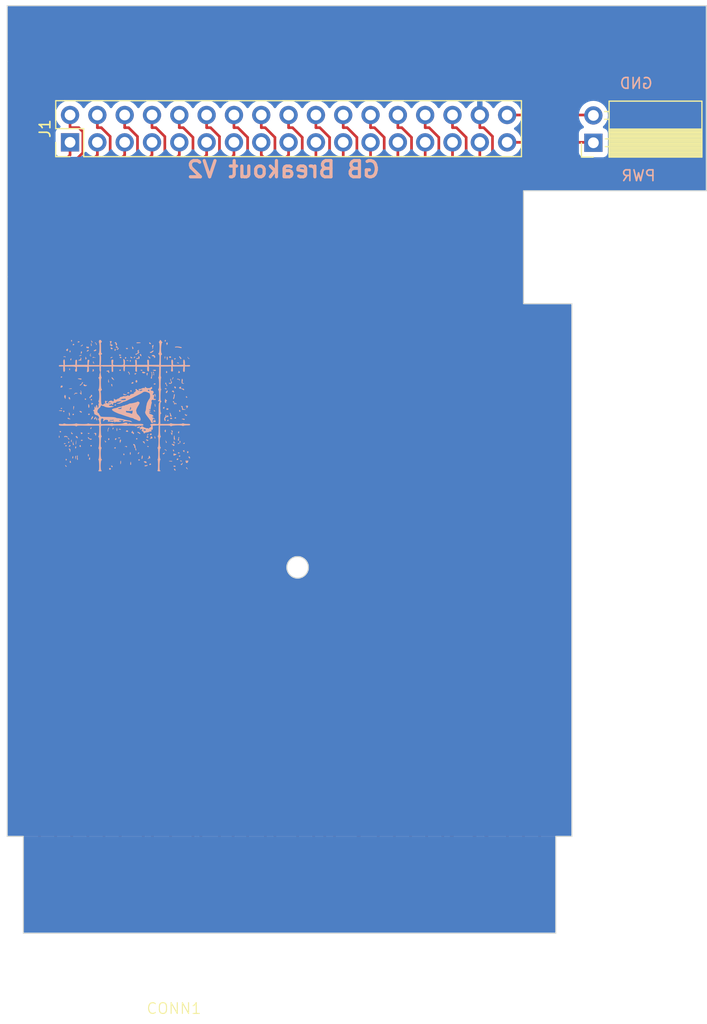
<source format=kicad_pcb>
(kicad_pcb (version 20221018) (generator pcbnew)
  (layers (0 "F.Cu" signal) (31 "B.Cu" signal) (34 "B.Paste" user) (35 "F.Paste" user) (36 "B.SilkS" user "B.Silkscreen") (37 "F.SilkS" user "F.Silkscreen") (38 "B.Mask" user) (39 "F.Mask" user) (44 "Edge.Cuts" user))
  (net 0 "")
  (net 1 "Net-(CONN1-+5)")
  (net 2 "Net-(CONN1-CLK)")
  (net 3 "Net-(CONN1-!WR)")
  (net 4 "Net-(CONN1-!RD)")
  (net 5 "Net-(CONN1-!CS_RAM)")
  (net 6 "Net-(CONN1-A0)")
  (net 7 "Net-(CONN1-A1)")
  (net 8 "Net-(CONN1-A2)")
  (net 9 "Net-(CONN1-A3)")
  (net 10 "Net-(CONN1-A4)")
  (net 11 "Net-(CONN1-A5)")
  (net 12 "Net-(CONN1-A6)")
  (net 13 "Net-(CONN1-A7)")
  (net 14 "Net-(CONN1-A8)")
  (net 15 "Net-(CONN1-A9)")
  (net 16 "Net-(CONN1-A10)")
  (net 17 "Net-(CONN1-A11)")
  (net 18 "Net-(CONN1-A12)")
  (net 19 "Net-(CONN1-A13)")
  (net 20 "Net-(CONN1-A14)")
  (net 21 "Net-(CONN1-A15)")
  (net 22 "Net-(CONN1-D0)")
  (net 23 "Net-(CONN1-D1)")
  (net 24 "Net-(CONN1-D2)")
  (net 25 "Net-(CONN1-D3)")
  (net 26 "Net-(CONN1-D4)")
  (net 27 "Net-(CONN1-D5)")
  (net 28 "Net-(CONN1-D6)")
  (net 29 "Net-(CONN1-D7)")
  (net 30 "Net-(CONN1-!Reset)")
  (net 31 "Net-(CONN1-Audio_In)")
  (net 32 "GND")
  (net 33 "Net-(J1-Pin_33)")
  (net 34 "Net-(J1-Pin_34)")
  (footprint "Connector_PinHeader_2.54mm:PinHeader_2x17_P2.54mm_Vertical" (layer "F.Cu") (at 78.84 60.5 90)
    (fp_text reference "J1")
    (fp_text value "Conn_02x17_Counter_Clockwise")
  )
  (footprint "Connector_PinSocket_2.54mm:PinSocket_1x02_P2.54mm_Horizontal" (layer "F.Cu") (at 127.5 60.54 180)
    (fp_text reference "PWR")
    (fp_text value "Conn_01x02")
  )
  (footprint "Card Edge Connectors:DMG_Cart" (layer "F.Cu") (at 75 134)
    (fp_text reference "CONN1")
    (fp_text value "~")
  )
  (gr_poly (pts (xy 89.14148 83.188931) (xy 89.140801 83.18904) (xy 89.140107 83.18923) (xy 89.139397 83.1895) (xy 89.137928 83.19028) (xy 89.136393 83.191379) (xy 89.134792 83.192796) (xy 89.133124 83.19453) (xy 89.131386 83.196579) (xy 89.12958 83.198941) (xy 89.127703 83.201617) (xy 89.125754 83.204603) (xy 89.124065 83.207042) (xy 89.122308 83.209396) (xy 89.120487 83.211664) (xy 89.118606 83.213843) (xy 89.116669 83.215932) (xy 89.114681 83.217928) (xy 89.112646 83.21983) (xy 89.110568 83.221636) (xy 89.108452 83.223344) (xy 89.1063 83.224951) (xy 89.104119 83.226456) (xy 89.101911 83.227858) (xy 89.099681 83.229153) (xy 89.097434 83.230341) (xy 89.095172 83.231419) (xy 89.092902 83.232385) (xy 89.090626 83.233237) (xy 89.08835 83.233974) (xy 89.086076 83.234593) (xy 89.08381 83.235093) (xy 89.081556 83.235471) (xy 89.079318 83.235726) (xy 89.077099 83.235855) (xy 89.074905 83.235857) (xy 89.072739 83.235731) (xy 89.070606 83.235472) (xy 89.068509 83.235081) (xy 89.066454 83.234555) (xy 89.064444 83.233892) (xy 89.062483 83.23309) (xy 89.060576 83.232147) (xy 89.058727 83.231062) (xy 89.055711 83.229338) (xy 89.052623 83.228125) (xy 89.049474 83.227406) (xy 89.046276 83.227165) (xy 89.043039 83.227386) (xy 89.039774 83.22805) (xy 89.036493 83.229143) (xy 89.033205 83.230648) (xy 89.029923 83.232549) (xy 89.026657 83.234828) (xy 89.023418 83.237469) (xy 89.020217 83.240457) (xy 89.013974 83.247403) (xy 89.008015 83.255536) (xy 89.002428 83.264723) (xy 88.997301 83.274832) (xy 88.992721 83.285732) (xy 88.988777 83.29729) (xy 88.985557 83.309376) (xy 88.983148 83.321857) (xy 88.981638 83.334602) (xy 88.981116 83.347478) (xy 88.981295 83.348987) (xy 88.981828 83.350533) (xy 88.98392 83.353724) (xy 88.987324 83.357024) (xy 88.991974 83.360404) (xy 88.997803 83.363836) (xy 89.004742 83.367291) (xy 89.012725 83.370741) (xy 89.021685 83.374157) (xy 89.031554 83.377511) (xy 89.042266 83.380775) (xy 89.053753 83.38392) (xy 89.065948 83.386918) (xy 89.078783 83.38974) (xy 89.092192 83.392358) (xy 89.106108 83.394743) (xy 89.120463 83.396867) (xy 89.134791 83.399444) (xy 89.149267 83.402514) (xy 89.16379 83.406033) (xy 89.178258 83.409959) (xy 89.192571 83.414246) (xy 89.206628 83.41885) (xy 89.220329 83.423729) (xy 89.233572 83.428838) (xy 89.246257 83.434132) (xy 89.258284 83.439569) (xy 89.269551 83.445104) (xy 89.279957 83.450693) (xy 89.289402 83.456293) (xy 89.297785 83.461859) (xy 89.305006 83.467347) (xy 89.310963 83.472714) (xy 89.318761 83.480208) (xy 89.326594 83.487147) (xy 89.334433 83.493535) (xy 89.342251 83.499376) (xy 89.35002 83.504673) (xy 89.357712 83.509429) (xy 89.365299 83.513649) (xy 89.372754 83.517335) (xy 89.380049 83.520492) (xy 89.387155 83.523123) (xy 89.394046 83.525231) (xy 89.400694 83.52682) (xy 89.40707 83.527893) (xy 89.413147 83.528455) (xy 89.418897 83.528508) (xy 89.424293 83.528057) (xy 89.429306 83.527104) (xy 89.433909 83.525653) (xy 89.438074 83.523708) (xy 89.441773 83.521273) (xy 89.444979 83.518351) (xy 89.447663 83.514945) (xy 89.449799 83.511059) (xy 89.451357 83.506697) (xy 89.452311 83.501862) (xy 89.452633 83.496558) (xy 89.452294 83.490788) (xy 89.451268 83.484555) (xy 89.449525 83.477865) (xy 89.44704 83.470719) (xy 89.443783 83.463121) (xy 89.439727 83.455076) (xy 89.434513 83.446144) (xy 89.428778 83.437864) (xy 89.422495 83.430224) (xy 89.415639 83.423215) (xy 89.408182 83.416826) (xy 89.400101 83.411047) (xy 89.391369 83.405868) (xy 89.381959 83.401277) (xy 89.371847 83.397265) (xy 89.361006 83.393822) (xy 89.349411 83.390937) (xy 89.337035 83.388599) (xy 89.323853 83.386799) (xy 89.30984 83.385526) (xy 89.294968 83.38477) (xy 89.279213 83.38452) (xy 89.259242 83.384415) (xy 89.241572 83.384007) (xy 89.226061 83.38316) (xy 89.212571 83.381737) (xy 89.20654 83.380766) (xy 89.200962 83.3796) (xy 89.195819 83.378222) (xy 89.191094 83.376614) (xy 89.18677 83.374759) (xy 89.182828 83.37264) (xy 89.179253 83.370241) (xy 89.176025 83.367543) (xy 89.173128 83.36453) (xy 89.170545 83.361185) (xy 89.168257 83.35749) (xy 89.166248 83.353428) (xy 89.1645 83.348983) (xy 89.162995 83.344137) (xy 89.161716 83.338874) (xy 89.160646 83.333175) (xy 89.159767 83.327024) (xy 89.159062 83.320403) (xy 89.158104 83.305686) (xy 89.157631 83.288887) (xy 89.157504 83.269868) (xy 89.15709 83.255686) (xy 89.156502 83.242899) (xy 89.156141 83.237026) (xy 89.155733 83.231498) (xy 89.155279 83.226313) (xy 89.154776 83.221471) (xy 89.154224 83.21697) (xy 89.153622 83.212808) (xy 89.152969 83.208985) (xy 89.152264 83.205499) (xy 89.151507 83.202349) (xy 89.150695 83.199534) (xy 89.149828 83.197052) (xy 89.148905 83.194902) (xy 89.147926 83.193083) (xy 89.146889 83.191593) (xy 89.145793 83.190431) (xy 89.145222 83.189973) (xy 89.144637 83.189597) (xy 89.144036 83.189301) (xy 89.14342 83.189087) (xy 89.142789 83.188954) (xy 89.142142 83.188902)) (fill solid) (layer "B.SilkS"))
  (gr_poly (pts (xy 80.289911 80.423902) (xy 80.287701 80.424738) (xy 80.285597 80.426333) (xy 80.2836 80.428684) (xy 80.281712 80.431789) (xy 80.279934 80.435647) (xy 80.276714 80.445613) (xy 80.273954 80.458565) (xy 80.271667 80.47449) (xy 80.269865 80.493369) (xy 80.268563 80.51519) (xy 80.267771 80.539935) (xy 80.267505 80.56759) (xy 80.26754 80.593053) (xy 80.267705 80.615277) (xy 80.268086 80.634369) (xy 80.268773 80.650437) (xy 80.269258 80.657372) (xy 80.269852 80.663592) (xy 80.270566 80.66911) (xy 80.271412 80.67394) (xy 80.272399 80.678096) (xy 80.27354 80.68159) (xy 80.274845 80.684438) (xy 80.276324 80.686652) (xy 80.277133 80.687526) (xy 80.27799 80.688246) (xy 80.278896 80.688815) (xy 80.279853 80.689233) (xy 80.280862 80.689504) (xy 80.281924 80.689628) (xy 80.283041 80.689607) (xy 80.284214 80.689443) (xy 80.286733 80.688692) (xy 80.289494 80.687388) (xy 80.292507 80.685547) (xy 80.295782 80.683179) (xy 80.299332 80.680301) (xy 80.303166 80.676924) (xy 80.311733 80.668731) (xy 80.321572 80.658708) (xy 80.332769 80.646965) (xy 80.339194 80.640007) (xy 80.345223 80.633054) (xy 80.350834 80.626152) (xy 80.356003 80.619349) (xy 80.360707 80.612691) (xy 80.364922 80.606223) (xy 80.368626 80.599994) (xy 80.371795 80.594048) (xy 80.374406 80.588434) (xy 80.375495 80.585765) (xy 80.376436 80.583196) (xy 80.377225 80.580733) (xy 80.377861 80.578383) (xy 80.378339 80.576149) (xy 80.378658 80.574039) (xy 80.378814 80.572058) (xy 80.378804 80.570212) (xy 80.378625 80.568507) (xy 80.378275 80.566949) (xy 80.377751 80.565543) (xy 80.377049 80.564296) (xy 80.376167 80.563212) (xy 80.375102 80.562298) (xy 80.372378 80.560031) (xy 80.369511 80.557223) (xy 80.366525 80.553915) (xy 80.363444 80.550144) (xy 80.36029 80.545949) (xy 80.357088 80.541369) (xy 80.353859 80.536443) (xy 80.350628 80.531209) (xy 80.347417 80.525707) (xy 80.344251 80.519975) (xy 80.341152 80.514051) (xy 80.338143 80.507976) (xy 80.335247 80.501786) (xy 80.332489 80.495522) (xy 80.329891 80.489221) (xy 80.327477 80.482923) (xy 80.320699 80.465309) (xy 80.314265 80.450822) (xy 80.308187 80.439445) (xy 80.302479 80.431164) (xy 80.299768 80.42818) (xy 80.297154 80.425963) (xy 80.294638 80.424512) (xy 80.292223 80.423826)) (fill solid) (layer "B.SilkS"))
  (gr_poly (pts (xy 83.071531 84.868265) (xy 83.06084 84.86938) (xy 83.049606 84.871524) (xy 83.03794 84.874703) (xy 83.025954 84.878926) (xy 83.013759 84.884201) (xy 83.001466 84.890535) (xy 82.989185 84.897936) (xy 82.985976 84.899906) (xy 82.982963 84.901845) (xy 82.980146 84.903756) (xy 82.977524 84.90564) (xy 82.975097 84.907498) (xy 82.972865 84.909331) (xy 82.970827 84.911141) (xy 82.968983 84.91293) (xy 82.967333 84.914697) (xy 82.965877 84.916445) (xy 82.964614 84.918176) (xy 82.963543 84.919889) (xy 82.962666 84.921587) (xy 82.96198 84.92327) (xy 82.961486 84.924941) (xy 82.961183 84.9266) (xy 82.961072 84.928249) (xy 82.961152 84.929888) (xy 82.961422 84.93152) (xy 82.961883 84.933146) (xy 82.962533 84.934766) (xy 82.963373 84.936382) (xy 82.964402 84.937996) (xy 82.965621 84.939609) (xy 82.967027 84.941221) (xy 82.968623 84.942835) (xy 82.970406 84.944451) (xy 82.972376 84.946071) (xy 82.974535 84.947697) (xy 82.97688 84.949329) (xy 82.979412 84.950968) (xy 82.98213 84.952617) (xy 82.986885 84.955404) (xy 82.991873 84.957818) (xy 82.99707 84.959868) (xy 83.002449 84.961564) (xy 83.007986 84.962915) (xy 83.013655 84.96393) (xy 83.019431 84.964619) (xy 83.02529 84.964992) (xy 83.031205 84.965057) (xy 83.037152 84.964823) (xy 83.043106 84.964301) (xy 83.04904 84.9635) (xy 83.054931 84.962429) (xy 83.060753 84.961097) (xy 83.06648 84.959513) (xy 83.072088 84.957688) (xy 83.077551 84.955631) (xy 83.082844 84.95335) (xy 83.087943 84.950855) (xy 83.092821 84.948156) (xy 83.097453 84.945261) (xy 83.101815 84.942182) (xy 83.105881 84.938925) (xy 83.109626 84.935502) (xy 83.113024 84.931921) (xy 83.116052 84.928192) (xy 83.118682 84.924324) (xy 83.120891 84.920326) (xy 83.122653 84.916209) (xy 83.123943 84.91198) (xy 83.124735 84.907651) (xy 83.125005 84.903229) (xy 83.1248 84.899214) (xy 83.124196 84.895437) (xy 83.123207 84.8919) (xy 83.121845 84.888604) (xy 83.120126 84.88555) (xy 83.118063 84.882738) (xy 83.11567 84.880169) (xy 83.112961 84.877845) (xy 83.109949 84.875767) (xy 83.106649 84.873934) (xy 83.103074 84.87235) (xy 83.099239 84.871013) (xy 83.095157 84.869926) (xy 83.090842 84.86909) (xy 83.081569 84.868171)) (fill solid) (layer "B.SilkS"))
  (gr_poly (pts (xy 78.459951 83.96121) (xy 78.459332 83.96161) (xy 78.458596 83.962383) (xy 78.456764 83.96504) (xy 78.454448 83.969166) (xy 78.451635 83.97475) (xy 78.448315 83.981779) (xy 78.440115 84.000117) (xy 78.434809 84.0119) (xy 78.430073 84.022118) (xy 78.425818 84.030774) (xy 78.421953 84.037875) (xy 78.420139 84.040844) (xy 78.418388 84.043426) (xy 78.41669 84.045622) (xy 78.415032 84.047432) (xy 78.413404 84.048857) (xy 78.411795 84.049898) (xy 78.410193 84.050555) (xy 78.408586 84.050829) (xy 78.406964 84.05072) (xy 78.405316 84.05023) (xy 78.403629 84.049359) (xy 78.401893 84.048107) (xy 78.400096 84.046476) (xy 78.398227 84.044465) (xy 78.396274 84.042076) (xy 78.394227 84.039308) (xy 78.389804 84.032643) (xy 78.384867 84.024474) (xy 78.379325 84.014806) (xy 78.373088 84.003645) (xy 78.367395 83.994167) (xy 78.362188 83.986278) (xy 78.357415 83.980038) (xy 78.353024 83.975506) (xy 78.350956 83.973898) (xy 78.348964 83.97274) (xy 78.347042 83.972039) (xy 78.345183 83.971802) (xy 78.343381 83.972037) (xy 78.341629 83.97275) (xy 78.339922 83.97395) (xy 78.338251 83.975643) (xy 78.336612 83.977838) (xy 78.334997 83.980542) (xy 78.331816 83.987505) (xy 78.328655 83.996592) (xy 78.325463 84.007862) (xy 78.322188 84.021375) (xy 78.31878 84.03719) (xy 78.311352 84.075964) (xy 78.308603 84.092065) (xy 78.306312 84.107291) (xy 78.304481 84.121632) (xy 78.303112 84.135082) (xy 78.302208 84.147633) (xy 78.301771 84.159277) (xy 78.301805 84.170007) (xy 78.302 84.175026) (xy 78.302312 84.179814) (xy 78.302744 84.184369) (xy 78.303295 84.18869) (xy 78.303965 84.192777) (xy 78.304755 84.196629) (xy 78.305665 84.200244) (xy 78.306696 84.203622) (xy 78.307847 84.206762) (xy 78.30912 84.209662) (xy 78.310514 84.212322) (xy 78.312029 84.21474) (xy 78.313667 84.216917) (xy 78.315427 84.21885) (xy 78.31731 84.220539) (xy 78.319317 84.221983) (xy 78.321446 84.223181) (xy 78.323699 84.224131) (xy 78.325673 84.224854) (xy 78.327623 84.225697) (xy 78.331444 84.227728) (xy 78.335141 84.230193) (xy 78.338692 84.233061) (xy 78.342079 84.236301) (xy 78.34528 84.239882) (xy 78.348273 84.243774) (xy 78.35104 84.247944) (xy 78.353558 84.252362) (xy 78.355808 84.256998) (xy 78.357768 84.261819) (xy 78.359418 84.266795) (xy 78.360738 84.271896) (xy 78.361706 84.277089) (xy 78.362302 84.282345) (xy 78.362505 84.287631) (xy 78.362551 84.290101) (xy 78.362688 84.292546) (xy 78.362914 84.294963) (xy 78.363225 84.29735) (xy 78.363621 84.299701) (xy 78.364098 84.302014) (xy 78.364655 84.304285) (xy 78.365289 84.30651) (xy 78.365998 84.308686) (xy 78.366779 84.31081) (xy 78.367631 84.312877) (xy 78.368551 84.314885) (xy 78.369537 84.316829) (xy 78.370587 84.318707) (xy 78.371698 84.320514) (xy 78.372868 84.322247) (xy 78.374095 84.323903) (xy 78.375376 84.325477) (xy 78.37671 84.326967) (xy 78.378094 84.328369) (xy 78.379526 84.329679) (xy 78.381003 84.330894) (xy 78.382524 84.33201) (xy 78.384085 84.333024) (xy 78.385685 84.333931) (xy 78.387322 84.334729) (xy 78.388993 84.335414) (xy 78.390696 84.335983) (xy 78.392429 84.336431) (xy 78.394189 84.336756) (xy 78.395975 84.336953) (xy 78.397783 84.33702) (xy 78.399591 84.336871) (xy 78.401376 84.33643) (xy 78.403137 84.335703) (xy 78.404869 84.334698) (xy 78.408243 84.331881) (xy 78.41148 84.328035) (xy 78.414562 84.323218) (xy 78.417471 84.317486) (xy 78.420189 84.310897) (xy 78.422698 84.303506) (xy 78.424979 84.295372) (xy 78.427014 84.28655) (xy 78.428786 84.277097) (xy 78.430277 84.267071) (xy 78.431468 84.256528) (xy 78.43234 84.245525) (xy 78.432877 84.234119) (xy 78.43306 84.222367) (xy 78.43346 84.197373) (xy 78.434604 84.17058) (xy 78.436409 84.142837) (xy 78.438793 84.11499) (xy 78.441673 84.087888) (xy 78.444967 84.062377) (xy 78.448591 84.039305) (xy 78.452464 84.01952) (xy 78.456997 83.995608) (xy 78.45868 83.986038) (xy 78.45996 83.978041) (xy 78.460826 83.971605) (xy 78.461269 83.966717) (xy 78.461278 83.963364) (xy 78.461116 83.962258) (xy 78.460842 83.961532) (xy 78.460454 83.961183)) (fill solid) (layer "B.SilkS"))
  (gr_poly (pts (xy 79.569818 78.979957) (xy 79.56895 78.980848) (xy 79.568165 78.98271) (xy 79.567462 78.985492) (xy 79.566842 78.989142) (xy 79.566304 78.993608) (xy 79.565477 79.004784) (xy 79.564981 79.018606) (xy 79.564816 79.03466) (xy 79.564981 79.052533) (xy 79.565478 79.071812) (xy 79.565508 79.07669) (xy 79.565599 79.081398) (xy 79.565747 79.085933) (xy 79.56595 79.090292) (xy 79.566206 79.094469) (xy 79.566513 79.098462) (xy 79.566868 79.102266) (xy 79.567269 79.105877) (xy 79.567714 79.109292) (xy 79.568201 79.112507) (xy 79.568728 79.115518) (xy 79.569291 79.118321) (xy 79.56989 79.120912) (xy 79.570521 79.123287) (xy 79.571182 79.125442) (xy 79.571872 79.127374) (xy 79.572587 79.129079) (xy 79.573326 79.130553) (xy 79.574086 79.131791) (xy 79.574865 79.13279) (xy 79.575661 79.133547) (xy 79.576065 79.133832) (xy 79.576472 79.134056) (xy 79.576882 79.134217) (xy 79.577295 79.134315) (xy 79.57771 79.13435) (xy 79.578128 79.13432) (xy 79.578547 79.134225) (xy 79.578968 79.134066) (xy 79.579391 79.133841) (xy 79.579814 79.13355) (xy 79.580664 79.132768) (xy 79.581514 79.131715) (xy 79.582363 79.130389) (xy 79.583209 79.128785) (xy 79.584048 79.1269) (xy 79.58488 79.124729) (xy 79.585954 79.12243) (xy 79.587188 79.120164) (xy 79.590113 79.115744) (xy 79.593612 79.111489) (xy 79.59764 79.107421) (xy 79.602155 79.103559) (xy 79.607111 79.099924) (xy 79.612465 79.096537) (xy 79.618173 79.09342) (xy 79.624192 79.090591) (xy 79.630476 79.088073) (xy 79.636982 79.085885) (xy 79.643667 79.084049) (xy 79.650487 79.082585) (xy 79.657396 79.081514) (xy 79.664352 79.080856) (xy 79.671311 79.080632) (xy 79.679776 79.080454) (xy 79.687644 79.079934) (xy 79.694918 79.07909) (xy 79.7016 79.077941) (xy 79.707693 79.076507) (xy 79.7132 79.074806) (xy 79.718122 79.072858) (xy 79.722464 79.070682) (xy 79.726226 79.068297) (xy 79.729412 79.065721) (xy 79.732025 79.062974) (xy 79.734067 79.060075) (xy 79.73554 79.057043) (xy 79.736447 79.053896) (xy 79.736791 79.050655) (xy 79.736575 79.047338) (xy 79.7358 79.043964) (xy 79.73447 79.040553) (xy 79.732587 79.037122) (xy 79.730153 79.033692) (xy 79.727172 79.030281) (xy 79.723645 79.026909) (xy 79.719576 79.023594) (xy 79.714967 79.020356) (xy 79.709821 79.017213) (xy 79.704139 79.014185) (xy 79.697926 79.011291) (xy 79.691182 79.008549) (xy 79.683912 79.00598) (xy 79.676117 79.003601) (xy 79.6678 79.001432) (xy 79.658964 78.999492) (xy 79.627324 78.992988) (xy 79.600314 78.987145) (xy 79.580581 78.982625) (xy 79.574269 78.981068) (xy 79.570769 78.98009) (xy 79.570283 78.979892)) (fill solid) (layer "B.SilkS"))
  (gr_poly (pts (xy 80.134202 82.991088) (xy 80.128873 82.991903) (xy 80.123914 82.993256) (xy 80.119338 82.995142) (xy 80.115154 82.997554) (xy 80.111374 83.000488) (xy 80.108008 83.00394) (xy 80.105068 83.007902) (xy 80.102565 83.012372) (xy 80.100509 83.017342) (xy 80.098913 83.022808) (xy 80.097785 83.028766) (xy 80.097139 83.035209) (xy 80.096983 83.042133) (xy 80.097331 83.049532) (xy 80.098192 83.057402) (xy 80.099577 83.065736) (xy 80.101498 83.074531) (xy 80.103966 83.08378) (xy 80.106991 83.093479) (xy 80.11096 83.10364) (xy 80.116192 83.112965) (xy 80.122595 83.121464) (xy 80.13008 83.129149) (xy 80.138554 83.13603) (xy 80.147926 83.142119) (xy 80.158106 83.147426) (xy 80.169002 83.151963) (xy 80.180524 83.155739) (xy 80.19258 83.158767) (xy 80.205079 83.161058) (xy 80.21793 83.162622) (xy 80.231042 83.16347) (xy 80.244323 83.163613) (xy 80.257684 83.163063) (xy 80.271032 83.161829) (xy 80.284277 83.159924) (xy 80.297328 83.157358) (xy 80.310093 83.154143) (xy 80.322482 83.150288) (xy 80.334402 83.145806) (xy 80.345764 83.140707) (xy 80.356477 83.135001) (xy 80.366448 83.128701) (xy 80.375587 83.121817) (xy 80.383803 83.11436) (xy 80.391006 83.106341) (xy 80.397102 83.097771) (xy 80.402003 83.088661) (xy 80.405616 83.079022) (xy 80.407851 83.068865) (xy 80.408616 83.058201) (xy 80.408569 83.056123) (xy 80.408431 83.05419) (xy 80.4082 83.0524) (xy 80.407879 83.050752) (xy 80.407467 83.049247) (xy 80.406965 83.047883) (xy 80.406374 83.04666) (xy 80.405694 83.045578) (xy 80.404927 83.044635) (xy 80.404073 83.04383) (xy 80.403132 83.043164) (xy 80.402105 83.042636) (xy 80.400992 83.042244) (xy 80.399796 83.041989) (xy 80.398515 83.041869) (xy 80.397151 83.041885) (xy 80.395704 83.042034) (xy 80.394175 83.042318) (xy 80.392565 83.042734) (xy 80.390874 83.043283) (xy 80.389102 83.043964) (xy 80.387252 83.044776) (xy 80.383315 83.046791) (xy 80.379068 83.049322) (xy 80.374516 83.052365) (xy 80.369665 83.055914) (xy 80.364519 83.059965) (xy 80.358208 83.064531) (xy 80.351817 83.068302) (xy 80.348579 83.069885) (xy 80.345307 83.071266) (xy 80.341995 83.072443) (xy 80.338639 83.073414) (xy 80.335234 83.074179) (xy 80.331775 83.074735) (xy 80.328257 83.075083) (xy 80.324676 83.075219) (xy 80.321026 83.075144) (xy 80.317303 83.074856) (xy 80.313502 83.074353) (xy 80.309617 83.073635) (xy 80.30158 83.071545) (xy 80.293153 83.068577) (xy 80.284297 83.064721) (xy 80.274974 83.059965) (xy 80.265144 83.054299) (xy 80.254768 83.047714) (xy 80.243809 83.040198) (xy 80.232227 83.031742) (xy 80.223077 83.025101) (xy 80.214155 83.019064) (xy 80.205472 83.013627) (xy 80.197039 83.008784) (xy 80.188867 83.00453) (xy 80.180967 83.000861) (xy 80.173349 82.997769) (xy 80.166026 82.995252) (xy 80.159007 82.993303) (xy 80.152305 82.991917) (xy 80.145929 82.991089) (xy 80.139891 82.990815)) (fill solid) (layer "B.SilkS"))
  (gr_poly (pts (xy 80.787142 88.641118) (xy 80.778389 88.641753) (xy 80.774302 88.642234) (xy 80.770406 88.642827) (xy 80.766701 88.643533) (xy 80.763186 88.644354) (xy 80.759859 88.645291) (xy 80.756719 88.646346) (xy 80.753767 88.64752) (xy 80.751 88.648815) (xy 80.748418 88.650233) (xy 80.74602 88.651776) (xy 80.743804 88.653444) (xy 80.74177 88.65524) (xy 80.739918 88.657166) (xy 80.738245 88.659222) (xy 80.736751 88.66141) (xy 80.735435 88.663733) (xy 80.734296 88.666191) (xy 80.733333 88.668786) (xy 80.732545 88.67152) (xy 80.731931 88.674395) (xy 80.73149 88.677412) (xy 80.731222 88.680573) (xy 80.731124 88.683879) (xy 80.731197 88.687332) (xy 80.731439 88.690933) (xy 80.731849 88.694685) (xy 80.732427 88.698588) (xy 80.733171 88.702645) (xy 80.733894 88.705771) (xy 80.734737 88.708861) (xy 80.735696 88.711912) (xy 80.736768 88.71492) (xy 80.737948 88.71788) (xy 80.739233 88.720787) (xy 80.740618 88.723639) (xy 80.742101 88.72643) (xy 80.745341 88.731814) (xy 80.748922 88.736906) (xy 80.752813 88.741673) (xy 80.756984 88.746081) (xy 80.759164 88.748139) (xy 80.761402 88.750095) (xy 80.763695 88.751945) (xy 80.766037 88.753684) (xy 80.768427 88.755308) (xy 80.770859 88.756812) (xy 80.77333 88.758194) (xy 80.775835 88.759447) (xy 80.778372 88.760569) (xy 80.780936 88.761555) (xy 80.783523 88.762401) (xy 80.78613 88.763102) (xy 80.788752 88.763655) (xy 80.791385 88.764055) (xy 80.794027 88.764299) (xy 80.796672 88.76438) (xy 80.799317 88.764299) (xy 80.801958 88.764055) (xy 80.804592 88.763655) (xy 80.807214 88.763102) (xy 80.80982 88.762401) (xy 80.812407 88.761555) (xy 80.814971 88.760569) (xy 80.817508 88.759447) (xy 80.820013 88.758194) (xy 80.822484 88.756812) (xy 80.827305 88.753684) (xy 80.831941 88.750095) (xy 80.836359 88.746081) (xy 80.840529 88.741673) (xy 80.844421 88.736906) (xy 80.848002 88.731814) (xy 80.851242 88.72643) (xy 80.85411 88.720787) (xy 80.856575 88.71492) (xy 80.858606 88.708861) (xy 80.859449 88.705771) (xy 80.860172 88.702645) (xy 80.861493 88.694685) (xy 80.861904 88.690933) (xy 80.862146 88.687332) (xy 80.862218 88.683879) (xy 80.862121 88.680573) (xy 80.861853 88.677412) (xy 80.861412 88.674395) (xy 80.860798 88.67152) (xy 80.86001 88.668786) (xy 80.859047 88.666191) (xy 80.857908 88.663733) (xy 80.856592 88.66141) (xy 80.855098 88.659222) (xy 80.853426 88.657166) (xy 80.851573 88.65524) (xy 80.849539 88.653444) (xy 80.847324 88.651776) (xy 80.844926 88.650233) (xy 80.842344 88.648815) (xy 80.839577 88.64752) (xy 80.836624 88.646346) (xy 80.833485 88.645291) (xy 80.830158 88.644354) (xy 80.826643 88.643533) (xy 80.822938 88.642827) (xy 80.814955 88.641753) (xy 80.806202 88.641118) (xy 80.796672 88.640909)) (fill solid) (layer "B.SilkS"))
  (gr_poly (pts (xy 82.086666 88.188843) (xy 82.085703 88.18912) (xy 82.08473 88.189553) (xy 82.08375 88.190144) (xy 82.082764 88.190894) (xy 82.081774 88.191806) (xy 82.080782 88.192881) (xy 82.077585 88.196576) (xy 82.074926 88.201009) (xy 82.072784 88.206119) (xy 82.07114 88.21185) (xy 82.069972 88.21814) (xy 82.06926 88.224933) (xy 82.068984 88.232169) (xy 82.069124 88.239789) (xy 82.06966 88.247735) (xy 82.07057 88.255948) (xy 82.073434 88.272938) (xy 82.077554 88.29029) (xy 82.082767 88.307534) (xy 82.08891 88.324198) (xy 82.09582 88.339814) (xy 82.103335 88.353911) (xy 82.107269 88.360242) (xy 82.111292 88.366018) (xy 82.115386 88.371178) (xy 82.119528 88.375665) (xy 82.1237 88.379419) (xy 82.12788 88.382382) (xy 82.132049 88.384495) (xy 82.136186 88.385698) (xy 82.140271 88.385935) (xy 82.144283 88.385145) (xy 82.15024 88.383004) (xy 82.155874 88.380567) (xy 82.161182 88.377857) (xy 82.166159 88.374899) (xy 82.170803 88.371716) (xy 82.17511 88.368332) (xy 82.179078 88.364771) (xy 82.182702 88.361056) (xy 82.185981 88.357213) (xy 82.188909 88.353264) (xy 82.191486 88.349234) (xy 82.193706 88.345147) (xy 82.195567 88.341026) (xy 82.197066 88.336895) (xy 82.198199 88.332779) (xy 82.198963 88.3287) (xy 82.199355 88.324684) (xy 82.199372 88.320753) (xy 82.199011 88.316932) (xy 82.198267 88.313245) (xy 82.197139 88.309716) (xy 82.195622 88.306368) (xy 82.193714 88.303226) (xy 82.191411 88.300313) (xy 82.188711 88.297653) (xy 82.185609 88.29527) (xy 82.182103 88.293188) (xy 82.178189 88.291431) (xy 82.173865 88.290023) (xy 82.169126 88.288988) (xy 82.16397 88.288349) (xy 82.158394 88.288131) (xy 82.155438 88.288054) (xy 82.152528 88.287826) (xy 82.149665 88.287451) (xy 82.146853 88.286932) (xy 82.144095 88.286274) (xy 82.141395 88.28548) (xy 82.138755 88.284554) (xy 82.13618 88.283501) (xy 82.133671 88.282323) (xy 82.131233 88.281025) (xy 82.128869 88.279611) (xy 82.126582 88.278085) (xy 82.124374 88.27645) (xy 82.12225 88.274711) (xy 82.120213 88.27287) (xy 82.118265 88.270933) (xy 82.116411 88.268903) (xy 82.114652 88.266784) (xy 82.112993 88.264579) (xy 82.111437 88.262293) (xy 82.109987 88.259929) (xy 82.108646 88.257492) (xy 82.107417 88.254985) (xy 82.106304 88.252412) (xy 82.10531 88.249778) (xy 82.104438 88.247085) (xy 82.103691 88.244337) (xy 82.103072 88.24154) (xy 82.102586 88.238696) (xy 82.102234 88.235809) (xy 82.102021 88.232883) (xy 82.101949 88.229923) (xy 82.101919 88.226833) (xy 82.101828 88.223848) (xy 82.101679 88.220971) (xy 82.101474 88.218203) (xy 82.101215 88.215546) (xy 82.100903 88.213001) (xy 82.100541 88.210572) (xy 82.10013 88.20826) (xy 82.099673 88.206067) (xy 82.099172 88.203994) (xy 82.098627 88.202044) (xy 82.098043 88.200219) (xy 82.097419 88.198521) (xy 82.096758 88.196951) (xy 82.096063 88.195511) (xy 82.095335 88.194204) (xy 82.094575 88.193031) (xy 82.093787 88.191995) (xy 82.092971 88.191097) (xy 82.092131 88.190339) (xy 82.091267 88.189723) (xy 82.090381 88.189251) (xy 82.089477 88.188925) (xy 82.088555 88.188747) (xy 82.087617 88.188719)) (fill solid) (layer "B.SilkS"))
  (gr_poly (pts (xy 88.12212 90.103943) (xy 88.093693 90.105533) (xy 88.07028 90.107851) (xy 88.051822 90.110807) (xy 88.038263 90.114311) (xy 88.033303 90.11624) (xy 88.029546 90.118272) (xy 88.026985 90.120396) (xy 88.025614 90.1226) (xy 88.025425 90.124874) (xy 88.026411 90.127205) (xy 88.028564 90.129583) (xy 88.031879 90.131996) (xy 88.036347 90.134433) (xy 88.041962 90.136882) (xy 88.056603 90.141774) (xy 88.075745 90.14658) (xy 88.099331 90.151211) (xy 88.127304 90.155576) (xy 88.159608 90.159584) (xy 88.196185 90.163145) (xy 88.220557 90.165149) (xy 88.231925 90.165918) (xy 88.242749 90.166531) (xy 88.25303 90.166988) (xy 88.26277 90.167288) (xy 88.27197 90.167431) (xy 88.280631 90.167417) (xy 88.288755 90.167245) (xy 88.296343 90.166915) (xy 88.303395 90.166427) (xy 88.309914 90.16578) (xy 88.315901 90.164975) (xy 88.321357 90.16401) (xy 88.326284 90.162885) (xy 88.330682 90.161601) (xy 88.334552 90.160157) (xy 88.337897 90.158552) (xy 88.340718 90.156786) (xy 88.341932 90.155843) (xy 88.343015 90.154859) (xy 88.343968 90.153835) (xy 88.34479 90.152771) (xy 88.345483 90.151666) (xy 88.346045 90.15052) (xy 88.346477 90.149335) (xy 88.34678 90.148108) (xy 88.346954 90.146841) (xy 88.346998 90.145533) (xy 88.346912 90.144185) (xy 88.346698 90.142796) (xy 88.345883 90.139895) (xy 88.344554 90.136831) (xy 88.342712 90.133603) (xy 88.340358 90.130211) (xy 88.337494 90.126655) (xy 88.334121 90.122934) (xy 88.330241 90.119047) (xy 88.327795 90.117416) (xy 88.323822 90.115833) (xy 88.318408 90.114307) (xy 88.311637 90.112846) (xy 88.294367 90.110149) (xy 88.272694 90.107803) (xy 88.2473 90.10587) (xy 88.218867 90.104413) (xy 88.188079 90.103493) (xy 88.155616 90.103173)) (fill solid) (layer "B.SilkS"))
  (gr_poly (pts (xy 85.054759 87.987369) (xy 85.050229 87.987932) (xy 85.045576 87.988959) (xy 85.040834 87.990423) (xy 85.036032 87.992296) (xy 85.031203 87.994549) (xy 85.026377 87.997155) (xy 85.021586 88.000085) (xy 85.016861 88.003311) (xy 85.012234 88.006805) (xy 85.007736 88.010539) (xy 85.003397 88.014485) (xy 84.999251 88.018615) (xy 84.995327 88.0229) (xy 84.991657 88.027313) (xy 84.988273 88.031826) (xy 84.985206 88.03641) (xy 84.982487 88.041037) (xy 84.980147 88.045679) (xy 84.978219 88.050309) (xy 84.976732 88.054897) (xy 84.975719 88.059416) (xy 84.975211 88.063838) (xy 84.975238 88.068135) (xy 84.975834 88.072278) (xy 84.977028 88.07624) (xy 84.978852 88.079993) (xy 84.981839 88.084442) (xy 84.98516 88.088535) (xy 84.988787 88.092273) (xy 84.992691 88.095661) (xy 84.996844 88.098702) (xy 85.001219 88.101402) (xy 85.005787 88.103763) (xy 85.010519 88.105789) (xy 85.015389 88.107485) (xy 85.020368 88.108853) (xy 85.025427 88.109899) (xy 85.030539 88.110626) (xy 85.035675 88.111037) (xy 85.040808 88.111137) (xy 85.045909 88.11093) (xy 85.050951 88.110419) (xy 85.055905 88.109608) (xy 85.060742 88.108502) (xy 85.065436 88.107103) (xy 85.069958 88.105416) (xy 85.074279 88.103446) (xy 85.078372 88.101194) (xy 85.082208 88.098667) (xy 85.08576 88.095867) (xy 85.089 88.092798) (xy 85.091898 88.089464) (xy 85.094428 88.085869) (xy 85.096561 88.082017) (xy 85.098268 88.077912) (xy 85.099523 88.073558) (xy 85.100296 88.068958) (xy 85.10056 88.064117) (xy 85.100439 88.05941) (xy 85.100082 88.054577) (xy 85.099502 88.049657) (xy 85.098714 88.044687) (xy 85.097729 88.039706) (xy 85.096561 88.034755) (xy 85.095222 88.02987) (xy 85.093725 88.025091) (xy 85.092084 88.020457) (xy 85.090311 88.016006) (xy 85.088419 88.011778) (xy 85.086421 88.007811) (xy 85.084331 88.004143) (xy 85.08216 88.000814) (xy 85.079922 87.997862) (xy 85.077629 87.995326) (xy 85.074488 87.99251) (xy 85.071036 87.990328) (xy 85.067306 87.98875) (xy 85.063329 87.98775) (xy 85.059136 87.987299)) (fill solid) (layer "B.SilkS"))
  (gr_poly (pts (xy 88.440039 89.03343) (xy 88.438426 89.034206) (xy 88.436828 89.035403) (xy 88.435234 89.037021) (xy 88.433633 89.039056) (xy 88.432015 89.041507) (xy 88.430369 89.044371) (xy 88.428684 89.047645) (xy 88.426949 89.051329) (xy 88.423289 89.059912) (xy 88.419304 89.070102) (xy 88.414907 89.081881) (xy 88.411931 89.090688) (xy 88.41069 89.095001) (xy 88.409616 89.099254) (xy 88.408706 89.10345) (xy 88.407962 89.107589) (xy 88.407383 89.111671) (xy 88.40697 89.115698) (xy 88.406722 89.119671) (xy 88.406639 89.12359) (xy 88.406722 89.127457) (xy 88.40697 89.131273) (xy 88.407383 89.135038) (xy 88.407962 89.138754) (xy 88.408706 89.142422) (xy 88.409616 89.146042) (xy 88.41069 89.149616) (xy 88.411931 89.153144) (xy 88.413336 89.156627) (xy 88.414907 89.160067) (xy 88.416644 89.163464) (xy 88.418545 89.16682) (xy 88.420612 89.170135) (xy 88.422845 89.17341) (xy 88.425243 89.176646) (xy 88.427806 89.179845) (xy 88.430534 89.183007) (xy 88.433428 89.186132) (xy 88.436487 89.189223) (xy 88.439712 89.192281) (xy 88.446657 89.198297) (xy 88.453442 89.20342) (xy 88.459902 89.207884) (xy 88.466034 89.211699) (xy 88.471834 89.214879) (xy 88.477298 89.217434) (xy 88.482422 89.219377) (xy 88.487203 89.220721) (xy 88.491636 89.221476) (xy 88.495718 89.221655) (xy 88.499445 89.22127) (xy 88.502812 89.220332) (xy 88.505816 89.218854) (xy 88.508454 89.216848) (xy 88.510721 89.214326) (xy 88.512613 89.211298) (xy 88.514126 89.207779) (xy 88.515257 89.203778) (xy 88.516002 89.199309) (xy 88.516356 89.194384) (xy 88.516317 89.189013) (xy 88.51588 89.18321) (xy 88.515041 89.176986) (xy 88.512142 89.163323) (xy 88.507589 89.14812) (xy 88.501352 89.131473) (xy 88.493399 89.113477) (xy 88.483699 89.094228) (xy 88.476512 89.080273) (xy 88.470108 89.068159) (xy 88.464402 89.05787) (xy 88.459308 89.049387) (xy 88.456964 89.045817) (xy 88.454741 89.042692) (xy 88.452628 89.040009) (xy 88.450616 89.037767) (xy 88.448692 89.035962) (xy 88.446847 89.034593) (xy 88.44507 89.033658) (xy 88.44335 89.033154) (xy 88.441676 89.033078)) (fill solid) (layer "B.SilkS"))
  (gr_poly (pts (xy 84.440624 80.738978) (xy 84.437206 80.739342) (xy 84.433941 80.739855) (xy 84.430829 80.740516) (xy 84.427868 80.741326) (xy 84.425059 80.742287) (xy 84.4224 80.7434) (xy 84.419891 80.744665) (xy 84.417531 80.746083) (xy 84.41532 80.747656) (xy 84.413257 80.749384) (xy 84.411341 80.751268) (xy 84.409571 80.75331) (xy 84.407948 80.75551) (xy 84.40647 80.757869) (xy 84.405137 80.760388) (xy 84.403947 80.763069) (xy 84.402901 80.765912) (xy 84.401998 80.768917) (xy 84.401237 80.772087) (xy 84.400618 80.775422) (xy 84.3998 80.782591) (xy 84.399541 80.790432) (xy 84.399835 80.798952) (xy 84.400676 80.808159) (xy 84.40206 80.818062) (xy 84.402602 80.82217) (xy 84.403234 80.82622) (xy 84.403953 80.83021) (xy 84.404754 80.834133) (xy 84.405636 80.837986) (xy 84.406595 80.841762) (xy 84.407627 80.845458) (xy 84.40873 80.849068) (xy 84.4099 80.852588) (xy 84.411134 80.856012) (xy 84.412428 80.859336) (xy 84.41378 80.862555) (xy 84.415187 80.865665) (xy 84.416644 80.86866) (xy 84.418149 80.871535) (xy 84.419699 80.874286) (xy 84.42129 80.876908) (xy 84.422919 80.879396) (xy 84.424584 80.881744) (xy 84.426279 80.88395) (xy 84.428003 80.886006) (xy 84.429753 80.887909) (xy 84.431524 80.889654) (xy 84.433314 80.891236) (xy 84.43512 80.89265) (xy 84.436938 80.893891) (xy 84.438764 80.894954) (xy 84.440597 80.895835) (xy 84.442432 80.896529) (xy 84.444267 80.89703) (xy 84.446098 80.897335) (xy 84.447921 80.897437) (xy 84.449745 80.897335) (xy 84.451576 80.89703) (xy 84.45341 80.896529) (xy 84.455246 80.895835) (xy 84.457078 80.894954) (xy 84.458905 80.893891) (xy 84.462529 80.891236) (xy 84.46609 80.887909) (xy 84.469564 80.88395) (xy 84.472923 80.879396) (xy 84.476144 80.874286) (xy 84.479199 80.86866) (xy 84.482062 80.862555) (xy 84.484709 80.856012) (xy 84.487113 80.849068) (xy 84.489248 80.841762) (xy 84.491089 80.834133) (xy 84.492609 80.82622) (xy 84.493783 80.818062) (xy 84.494542 80.813023) (xy 84.495167 80.808159) (xy 84.495656 80.803469) (xy 84.496008 80.798952) (xy 84.496224 80.794606) (xy 84.496302 80.790432) (xy 84.496242 80.786427) (xy 84.496043 80.782591) (xy 84.495704 80.778923) (xy 84.495225 80.775422) (xy 84.494606 80.772087) (xy 84.493845 80.768917) (xy 84.492941 80.765912) (xy 84.491895 80.763069) (xy 84.490706 80.760388) (xy 84.489373 80.757869) (xy 84.487895 80.75551) (xy 84.486271 80.75331) (xy 84.484502 80.751268) (xy 84.482586 80.749384) (xy 84.480523 80.747656) (xy 84.478311 80.746083) (xy 84.475952 80.744665) (xy 84.473443 80.7434) (xy 84.470784 80.742287) (xy 84.467974 80.741326) (xy 84.465014 80.740516) (xy 84.461902 80.739855) (xy 84.458637 80.739342) (xy 84.455219 80.738978) (xy 84.451647 80.738759) (xy 84.447921 80.738687)) (fill solid) (layer "B.SilkS"))
  (gr_poly (pts (xy 80.60088 85.714397) (xy 80.595591 85.714818) (xy 80.590324 85.7155) (xy 80.585098 85.716444) (xy 80.579933 85.717645) (xy 80.574852 85.719104) (xy 80.569874 85.720819) (xy 80.56502 85.722787) (xy 80.56031 85.725008) (xy 80.555766 85.727479) (xy 80.551408 85.730199) (xy 80.547257 85.733166) (xy 80.543333 85.73638) (xy 80.539657 85.739837) (xy 80.536249 85.743537) (xy 80.533132 85.747478) (xy 80.530324 85.751658) (xy 80.529218 85.753678) (xy 80.528215 85.755766) (xy 80.527315 85.757917) (xy 80.526517 85.760127) (xy 80.525822 85.762391) (xy 80.525228 85.764704) (xy 80.524344 85.769463) (xy 80.523863 85.774366) (xy 80.523782 85.779378) (xy 80.5241 85.784462) (xy 80.524813 85.789582) (xy 80.525918 85.794703) (xy 80.527414 85.799787) (xy 80.529297 85.804798) (xy 80.531565 85.809702) (xy 80.534215 85.81446) (xy 80.537246 85.819038) (xy 80.538903 85.821248) (xy 80.540654 85.823399) (xy 80.542498 85.825486) (xy 80.544436 85.827506) (xy 80.54877 85.831293) (xy 80.553478 85.834404) (xy 80.55852 85.836865) (xy 80.563856 85.838703) (xy 80.569446 85.839943) (xy 80.575252 85.840614) (xy 80.581232 85.84074) (xy 80.587348 85.840349) (xy 80.593559 85.839467) (xy 80.599827 85.838121) (xy 80.60611 85.836337) (xy 80.61237 85.834141) (xy 80.618566 85.83156) (xy 80.62466 85.828621) (xy 80.63061 85.82535) (xy 80.636378 85.821773) (xy 80.641924 85.817917) (xy 80.647209 85.813809) (xy 80.652191 85.809474) (xy 80.656832 85.80494) (xy 80.661092 85.800233) (xy 80.664931 85.795379) (xy 80.668309 85.790405) (xy 80.671187 85.785338) (xy 80.673526 85.780203) (xy 80.675284 85.775027) (xy 80.676423 85.769838) (xy 80.676903 85.76466) (xy 80.676683 85.759521) (xy 80.675725 85.754448) (xy 80.673989 85.749466) (xy 80.671435 85.744603) (xy 80.668627 85.740613) (xy 80.665509 85.736911) (xy 80.662102 85.733495) (xy 80.658426 85.730364) (xy 80.654502 85.727516) (xy 80.650351 85.724949) (xy 80.645993 85.722662) (xy 80.641449 85.720653) (xy 80.636739 85.71892) (xy 80.631885 85.717462) (xy 80.626907 85.716278) (xy 80.621826 85.715365) (xy 80.616662 85.714722) (xy 80.611435 85.714347) (xy 80.606168 85.714239)) (fill solid) (layer "B.SilkS"))
  (gr_poly (pts (xy 88.849894 82.472528) (xy 88.843301 82.473027) (xy 88.836963 82.473825) (xy 88.83089 82.474922) (xy 88.825093 82.47632) (xy 88.819582 82.478019) (xy 88.814368 82.48002) (xy 88.809462 82.482325) (xy 88.804875 82.484934) (xy 88.800617 82.487848) (xy 88.796698 82.491068) (xy 88.79313 82.494596) (xy 88.789923 82.498431) (xy 88.787088 82.502576) (xy 88.786069 82.504539) (xy 88.785326 82.50646) (xy 88.784855 82.508337) (xy 88.784652 82.510169) (xy 88.784714 82.511954) (xy 88.785037 82.513691) (xy 88.785619 82.51538) (xy 88.786454 82.517018) (xy 88.78754 82.518604) (xy 88.788873 82.520137) (xy 88.790449 82.521616) (xy 88.792266 82.52304) (xy 88.796604 82.525715) (xy 88.80186 82.528152) (xy 88.808005 82.530341) (xy 88.81501 82.532272) (xy 88.822847 82.533935) (xy 88.831488 82.535318) (xy 88.840904 82.536412) (xy 88.851067 82.537206) (xy 88.861948 82.53769) (xy 88.873518 82.537853) (xy 88.887226 82.538061) (xy 88.893698 82.538321) (xy 88.899918 82.538687) (xy 88.905889 82.539159) (xy 88.911613 82.539737) (xy 88.917092 82.540423) (xy 88.922328 82.541216) (xy 88.927325 82.542118) (xy 88.932083 82.543129) (xy 88.936605 82.54425) (xy 88.940894 82.545481) (xy 88.944952 82.546823) (xy 88.94878 82.548278) (xy 88.952382 82.549844) (xy 88.95576 82.551524) (xy 88.958915 82.553317) (xy 88.96185 82.555225) (xy 88.964568 82.557247) (xy 88.96707 82.559385) (xy 88.969359 82.56164) (xy 88.971437 82.564011) (xy 88.973306 82.5665) (xy 88.974969 82.569107) (xy 88.976428 82.571833) (xy 88.977686 82.574679) (xy 88.978743 82.577645) (xy 88.979603 82.580731) (xy 88.980268 82.583939) (xy 88.98074 82.587269) (xy 88.981022 82.590722) (xy 88.981116 82.594298) (xy 88.981226 82.602711) (xy 88.981584 82.610097) (xy 88.982232 82.616459) (xy 88.982677 82.619258) (xy 88.98321 82.621803) (xy 88.983836 82.624095) (xy 88.984561 82.626135) (xy 88.985388 82.627922) (xy 88.986325 82.629459) (xy 88.987374 82.630744) (xy 88.988543 82.63178) (xy 88.989836 82.632566) (xy 88.991258 82.633104) (xy 88.992814 82.633393) (xy 88.99451 82.633435) (xy 88.996351 82.63323) (xy 88.998341 82.63278) (xy 89.000486 82.632083) (xy 89.002792 82.631142) (xy 89.005263 82.629957) (xy 89.007905 82.628528) (xy 89.010722 82.626857) (xy 89.01372 82.624943) (xy 89.020279 82.620391) (xy 89.027624 82.614878) (xy 89.035796 82.608409) (xy 89.043832 82.601139) (xy 89.05072 82.594487) (xy 89.05643 82.588367) (xy 89.058834 82.585481) (xy 89.060932 82.582695) (xy 89.062719 82.579999) (xy 89.064192 82.577384) (xy 89.065348 82.574837) (xy 89.066182 82.572349) (xy 89.06669 82.569909) (xy 89.066869 82.567506) (xy 89.066715 82.565129) (xy 89.066223 82.562768) (xy 89.065391 82.560413) (xy 89.064213 82.558052) (xy 89.062687 82.555674) (xy 89.060807 82.55327) (xy 89.058572 82.550829) (xy 89.055976 82.548339) (xy 89.053015 82.545791) (xy 89.049687 82.543173) (xy 89.041909 82.537686) (xy 89.032613 82.531794) (xy 89.021766 82.52541) (xy 89.009338 82.518451) (xy 88.990583 82.508758) (xy 88.972079 82.500188) (xy 88.953911 82.492751) (xy 88.936164 82.486453) (xy 88.918923 82.481302) (xy 88.91052 82.479159) (xy 88.902274 82.477306) (xy 88.894199 82.475744) (xy 88.886303 82.474473) (xy 88.878597 82.473495) (xy 88.871093 82.47281) (xy 88.863801 82.47242) (xy 88.856731 82.472326)) (fill solid) (layer "B.SilkS"))
  (gr_poly (pts (xy 84.623339 79.433594) (xy 84.622409 79.434141) (xy 84.620676 79.436289) (xy 84.619113 79.439781) (xy 84.617723 79.444544) (xy 84.616509 79.450506) (xy 84.615474 79.457594) (xy 84.613947 79.474861) (xy 84.613165 79.495765) (xy 84.613148 79.51973) (xy 84.613916 79.546174) (xy 84.615491 79.57452) (xy 84.61647 79.587784) (xy 84.617747 79.60045) (xy 84.619307 79.612507) (xy 84.621137 79.623947) (xy 84.623225 79.634761) (xy 84.625556 79.644939) (xy 84.628118 79.654471) (xy 84.630897 79.663349) (xy 84.633881 79.671563) (xy 84.637055 79.679103) (xy 84.640407 79.68596) (xy 84.643923 79.692126) (xy 84.647591 79.69759) (xy 84.651396 79.702343) (xy 84.655326 79.706375) (xy 84.659368 79.709679) (xy 84.663507 79.712243) (xy 84.667732 79.714059) (xy 84.672028 79.715117) (xy 84.676383 79.715408) (xy 84.680783 79.714922) (xy 84.685215 79.713651) (xy 84.689666 79.711585) (xy 84.694122 79.708714) (xy 84.69857 79.705029) (xy 84.702998 79.700521) (xy 84.707391 79.69518) (xy 84.711737 79.688997) (xy 84.716022 79.681963) (xy 84.720233 79.674068) (xy 84.724356 79.665303) (xy 84.72838 79.655659) (xy 84.729625 79.652177) (xy 84.730717 79.648677) (xy 84.731655 79.645164) (xy 84.732441 79.641641) (xy 84.733077 79.638111) (xy 84.733561 79.634579) (xy 84.733897 79.631047) (xy 84.734085 79.62752) (xy 84.734125 79.624) (xy 84.734019 79.620491) (xy 84.733767 79.616998) (xy 84.733372 79.613522) (xy 84.732832 79.610069) (xy 84.732151 79.606641) (xy 84.731328 79.603243) (xy 84.730364 79.599876) (xy 84.729261 79.596546) (xy 84.728019 79.593256) (xy 84.72664 79.590009) (xy 84.725124 79.586809) (xy 84.723473 79.583659) (xy 84.721686 79.580564) (xy 84.719766 79.577525) (xy 84.717714 79.574548) (xy 84.715529 79.571635) (xy 84.713214 79.568791) (xy 84.710769 79.566018) (xy 84.708195 79.56332) (xy 84.705493 79.560702) (xy 84.702664 79.558165) (xy 84.699709 79.555715) (xy 84.69663 79.553354) (xy 84.691074 79.549207) (xy 84.685671 79.544734) (xy 84.680449 79.539982) (xy 84.675435 79.534998) (xy 84.67066 79.529828) (xy 84.666151 79.524518) (xy 84.661936 79.519115) (xy 84.658045 79.513666) (xy 84.654504 79.508217) (xy 84.651344 79.502814) (xy 84.648592 79.497504) (xy 84.646276 79.492334) (xy 84.644426 79.48735) (xy 84.643069 79.482598) (xy 84.642584 79.480324) (xy 84.642234 79.478126) (xy 84.642021 79.476009) (xy 84.641949 79.473979) (xy 84.641924 79.471845) (xy 84.641848 79.469744) (xy 84.641724 79.467679) (xy 84.641553 79.465652) (xy 84.641337 79.463665) (xy 84.641077 79.46172) (xy 84.640775 79.459819) (xy 84.640433 79.457966) (xy 84.640052 79.456162) (xy 84.639634 79.454408) (xy 84.639181 79.452709) (xy 84.638694 79.451065) (xy 84.638174 79.44948) (xy 84.637623 79.447955) (xy 84.637044 79.446493) (xy 84.636437 79.445095) (xy 84.635804 79.443765) (xy 84.635147 79.442504) (xy 84.634468 79.441315) (xy 84.633767 79.4402) (xy 84.633047 79.439161) (xy 84.632309 79.4382) (xy 84.631556 79.43732) (xy 84.630787 79.436524) (xy 84.630006 79.435812) (xy 84.629213 79.435188) (xy 84.628411 79.434654) (xy 84.6276 79.434212) (xy 84.626784 79.433864) (xy 84.625962 79.433613) (xy 84.625137 79.433461) (xy 84.62431 79.433409)) (fill solid) (layer "B.SilkS"))
  (gr_poly (pts (xy 86.386244 87.831595) (xy 86.381284 87.832415) (xy 86.376513 87.833709) (xy 86.371944 87.835473) (xy 86.367588 87.837704) (xy 86.363457 87.840398) (xy 86.35956 87.843552) (xy 86.35591 87.847162) (xy 86.352519 87.851224) (xy 86.349396 87.855735) (xy 86.346555 87.860691) (xy 86.344005 87.86609) (xy 86.341759 87.871926) (xy 86.339827 87.878198) (xy 86.338221 87.8849) (xy 86.336952 87.89203) (xy 86.336032 87.899584) (xy 86.335472 87.907559) (xy 86.335283 87.915951) (xy 86.335201 87.920435) (xy 86.334957 87.924953) (xy 86.334557 87.929496) (xy 86.334004 87.934058) (xy 86.332457 87.943204) (xy 86.330349 87.95233) (xy 86.327714 87.961374) (xy 86.324585 87.970273) (xy 86.320997 87.978965) (xy 86.316982 87.987388) (xy 86.312575 87.99548) (xy 86.307808 88.00318) (xy 86.302716 88.010425) (xy 86.297331 88.017153) (xy 86.291689 88.023303) (xy 86.288781 88.026141) (xy 86.285821 88.028812) (xy 86.282814 88.031306) (xy 86.279762 88.033618) (xy 86.276672 88.035738) (xy 86.273546 88.037659) (xy 86.254447 88.049379) (xy 86.246943 88.054177) (xy 86.240804 88.058329) (xy 86.236029 88.061882) (xy 86.234153 88.063448) (xy 86.232618 88.064882) (xy 86.231425 88.066189) (xy 86.230572 88.067375) (xy 86.23006 88.068447) (xy 86.22989 88.069409) (xy 86.23006 88.070268) (xy 86.230572 88.071029) (xy 86.231425 88.071698) (xy 86.232618 88.072282) (xy 86.234153 88.072786) (xy 86.236029 88.073215) (xy 86.240804 88.073874) (xy 86.246943 88.074305) (xy 86.254447 88.074556) (xy 86.273546 88.074701) (xy 86.276672 88.07481) (xy 86.279762 88.074808) (xy 86.282814 88.0747) (xy 86.285821 88.074487) (xy 86.288781 88.074174) (xy 86.291689 88.073763) (xy 86.29454 88.073257) (xy 86.297331 88.072661) (xy 86.300058 88.071977) (xy 86.302716 88.071208) (xy 86.3053 88.070358) (xy 86.307808 88.069429) (xy 86.310234 88.068426) (xy 86.312575 88.067351) (xy 86.314825 88.066208) (xy 86.316982 88.064999) (xy 86.319041 88.063728) (xy 86.320997 88.062399) (xy 86.322847 88.061014) (xy 86.324585 88.059577) (xy 86.326209 88.05809) (xy 86.327714 88.056558) (xy 86.329095 88.054983) (xy 86.330349 88.053369) (xy 86.331471 88.051718) (xy 86.332457 88.050035) (xy 86.333303 88.048322) (xy 86.334004 88.046582) (xy 86.334557 88.044819) (xy 86.334957 88.043036) (xy 86.335201 88.041236) (xy 86.335283 88.039423) (xy 86.335324 88.03748) (xy 86.335445 88.035621) (xy 86.335646 88.033845) (xy 86.335923 88.032154) (xy 86.336276 88.030548) (xy 86.336701 88.029028) (xy 86.337197 88.027595) (xy 86.337763 88.026249) (xy 86.338396 88.024991) (xy 86.339094 88.023821) (xy 86.339855 88.02274) (xy 86.340678 88.021749) (xy 86.34156 88.020849) (xy 86.342499 88.02004) (xy 86.343494 88.019322) (xy 86.344543 88.018697) (xy 86.345643 88.018165) (xy 86.346793 88.017726) (xy 86.347991 88.017382) (xy 86.349235 88.017133) (xy 86.350523 88.016979) (xy 86.351853 88.016922) (xy 86.353222 88.016961) (xy 86.35463 88.017098) (xy 86.356074 88.017334) (xy 86.357552 88.017668) (xy 86.359063 88.018101) (xy 86.360604 88.018635) (xy 86.362173 88.019269) (xy 86.363769 88.020005) (xy 86.36539 88.020843) (xy 86.367033 88.021784) (xy 86.376092 88.026861) (xy 86.38506 88.030875) (xy 86.393909 88.033869) (xy 86.40261 88.035888) (xy 86.411134 88.036974) (xy 86.419452 88.03717) (xy 86.427535 88.036521) (xy 86.435356 88.035068) (xy 86.442884 88.032856) (xy 86.450092 88.029927) (xy 86.45695 88.026325) (xy 86.46343 88.022094) (xy 86.469503 88.017276) (xy 86.47514 88.011914) (xy 86.480313 88.006053) (xy 86.484993 87.999735) (xy 86.48915 87.993004) (xy 86.492757 87.985902) (xy 86.495785 87.978474) (xy 86.498204 87.970762) (xy 86.499987 87.962809) (xy 86.501104 87.95466) (xy 86.501526 87.946357) (xy 86.501226 87.937944) (xy 86.500173 87.929463) (xy 86.49834 87.920958) (xy 86.495697 87.912473) (xy 86.492217 87.904051) (xy 86.487869 87.895734) (xy 86.482626 87.887567) (xy 86.476459 87.879592) (xy 86.469338 87.871853) (xy 86.462901 87.865667) (xy 86.456496 87.860004) (xy 86.450134 87.854861) (xy 86.443827 87.850235) (xy 86.437586 87.846122) (xy 86.431422 87.842518) (xy 86.425346 87.839419) (xy 86.41937 87.836823) (xy 86.413506 87.834726) (xy 86.407763 87.833124) (xy 86.402155 87.832013) (xy 86.396691 87.831391) (xy 86.391384 87.831252)) (fill solid) (layer "B.SilkS"))
  (gr_poly (pts (xy 89.19441 84.998028) (xy 89.191459 84.998258) (xy 89.188623 84.998607) (xy 89.185901 84.999074) (xy 89.183298 84.999659) (xy 89.180814 85.000363) (xy 89.178451 85.001184) (xy 89.176212 85.002122) (xy 89.174098 85.003177) (xy 89.172112 85.004349) (xy 89.170254 85.005637) (xy 89.168528 85.007041) (xy 89.166935 85.00856) (xy 89.165476 85.010195) (xy 89.164155 85.011945) (xy 89.162973 85.01381) (xy 89.161931 85.015788) (xy 89.161032 85.017881) (xy 89.160422 85.01987) (xy 89.159915 85.021867) (xy 89.159509 85.023868) (xy 89.159203 85.02587) (xy 89.158997 85.027872) (xy 89.158889 85.029869) (xy 89.158879 85.031859) (xy 89.158965 85.033839) (xy 89.159147 85.035806) (xy 89.159424 85.037757) (xy 89.159794 85.03969) (xy 89.160257 85.041601) (xy 89.160812 85.043487) (xy 89.161457 85.045346) (xy 89.162192 85.047174) (xy 89.163017 85.04897) (xy 89.163928 85.050729) (xy 89.164927 85.052449) (xy 89.166012 85.054127) (xy 89.167182 85.05576) (xy 89.168435 85.057345) (xy 89.169772 85.05888) (xy 89.171191 85.060361) (xy 89.17269 85.061785) (xy 89.17427 85.063151) (xy 89.175929 85.064453) (xy 89.177666 85.065691) (xy 89.179481 85.06686) (xy 89.181371 85.067958) (xy 89.183337 85.068983) (xy 89.185377 85.06993) (xy 89.187491 85.070798) (xy 89.189655 85.071639) (xy 89.191847 85.072831) (xy 89.196296 85.076231) (xy 89.200808 85.080917) (xy 89.20535 85.086811) (xy 89.209892 85.09383) (xy 89.214404 85.101897) (xy 89.218853 85.110929) (xy 89.223209 85.120848) (xy 89.227442 85.131573) (xy 89.231519 85.143024) (xy 89.23541 85.155121) (xy 89.239084 85.167784) (xy 89.24251 85.180933) (xy 89.245657 85.194487) (xy 89.248495 85.208367) (xy 89.25099 85.222492) (xy 89.272157 85.360075) (xy 89.453838 85.358311) (xy 89.4801 85.357915) (xy 89.503368 85.357374) (xy 89.523706 85.356668) (xy 89.541178 85.355776) (xy 89.555849 85.354677) (xy 89.567784 85.353351) (xy 89.572746 85.352596) (xy 89.577048 85.351776) (xy 89.580698 85.35089) (xy 89.583704 85.349933) (xy 89.586075 85.348904) (xy 89.587818 85.347801) (xy 89.588942 85.346619) (xy 89.589274 85.345999) (xy 89.589454 85.345358) (xy 89.589483 85.344697) (xy 89.589363 85.344014) (xy 89.588677 85.342585) (xy 89.587403 85.341068) (xy 89.585551 85.33946) (xy 89.583127 85.33776) (xy 89.58014 85.335963) (xy 89.576599 85.334069) (xy 89.572511 85.332074) (xy 89.562726 85.327771) (xy 89.550852 85.323034) (xy 89.542221 85.319541) (xy 89.533564 85.316343) (xy 89.524938 85.313445) (xy 89.516401 85.310852) (xy 89.508008 85.308569) (xy 89.499816 85.306601) (xy 89.491883 85.304953) (xy 89.484265 85.303631) (xy 89.477019 85.30264) (xy 89.470202 85.301984) (xy 89.463871 85.30167) (xy 89.458082 85.301702) (xy 89.452893 85.302085) (xy 89.44836 85.302825) (xy 89.446357 85.30333) (xy 89.44454 85.303926) (xy 89.442916 85.304614) (xy 89.441491 85.305395) (xy 89.436555 85.307852) (xy 89.431362 85.309301) (xy 89.425941 85.309787) (xy 89.420324 85.309357) (xy 89.414541 85.308056) (xy 89.408624 85.30593) (xy 89.402604 85.303025) (xy 89.396511 85.299387) (xy 89.390377 85.295061) (xy 89.384233 85.290094) (xy 89.372037 85.27842) (xy 89.360172 85.26473) (xy 89.348886 85.249391) (xy 89.338427 85.232771) (xy 89.329043 85.215237) (xy 89.320981 85.197154) (xy 89.314491 85.178891) (xy 89.309819 85.160814) (xy 89.308243 85.15196) (xy 89.307214 85.143289) (xy 89.306765 85.134849) (xy 89.306925 85.126685) (xy 89.307726 85.118842) (xy 89.309199 85.111367) (xy 89.311491 85.10173) (xy 89.312368 85.097121) (xy 89.313064 85.092647) (xy 89.313577 85.088304) (xy 89.313904 85.08409) (xy 89.314044 85.080001) (xy 89.313994 85.076034) (xy 89.313754 85.072186) (xy 89.31332 85.068454) (xy 89.312691 85.064834) (xy 89.311865 85.061324) (xy 89.310841 85.057919) (xy 89.309615 85.054617) (xy 89.308186 85.051414) (xy 89.306553 85.048308) (xy 89.304713 85.045295) (xy 89.302664 85.042371) (xy 89.300405 85.039534) (xy 89.297933 85.036781) (xy 89.295247 85.034107) (xy 89.292345 85.031511) (xy 89.289224 85.028988) (xy 89.285882 85.026535) (xy 89.282319 85.02415) (xy 89.278531 85.021828) (xy 89.274518 85.019568) (xy 89.270276 85.017364) (xy 89.261101 85.013117) (xy 89.25099 85.009062) (xy 89.246567 85.00747) (xy 89.242229 85.006002) (xy 89.237977 85.004657) (xy 89.233813 85.003436) (xy 89.22974 85.002337) (xy 89.225759 85.001361) (xy 89.221873 85.000506) (xy 89.218083 84.999774) (xy 89.214391 84.999163) (xy 89.210799 84.998673) (xy 89.207309 84.998303) (xy 89.203924 84.998055) (xy 89.200644 84.997926) (xy 89.197472 84.997917)) (fill solid) (layer "B.SilkS"))
  (gr_poly (pts (xy 88.551868 90.829162) (xy 88.548247 90.82951) (xy 88.544624 90.830186) (xy 88.540998 90.83119) (xy 88.537369 90.832522) (xy 88.533738 90.834182) (xy 88.530104 90.836172) (xy 88.52647 90.83849) (xy 88.522834 90.841138) (xy 88.519197 90.844115) (xy 88.515559 90.847423) (xy 88.511921 90.851061) (xy 88.508941 90.85445) (xy 88.506597 90.858308) (xy 88.504867 90.862596) (xy 88.503725 90.867277) (xy 88.503148 90.872314) (xy 88.503112 90.877668) (xy 88.503591 90.883302) (xy 88.504562 90.889178) (xy 88.506001 90.895258) (xy 88.507884 90.901504) (xy 88.510186 90.907879) (xy 88.512882 90.914344) (xy 88.51595 90.920863) (xy 88.519364 90.927396) (xy 88.5231 90.933908) (xy 88.527135 90.940358) (xy 88.531443 90.946711) (xy 88.536001 90.952927) (xy 88.540784 90.95897) (xy 88.545769 90.964801) (xy 88.550931 90.970383) (xy 88.556245 90.975678) (xy 88.561688 90.980647) (xy 88.567236 90.985255) (xy 88.572863 90.989461) (xy 88.578546 90.99323) (xy 88.584261 90.996522) (xy 88.589983 90.9993) (xy 88.595689 91.001527) (xy 88.601354 91.003164) (xy 88.606953 91.004174) (xy 88.612463 91.00452) (xy 88.623047 91.004299) (xy 88.632313 91.003586) (xy 88.640267 91.002299) (xy 88.643754 91.001415) (xy 88.646914 91.000358) (xy 88.649748 90.999117) (xy 88.652258 90.997683) (xy 88.654443 90.996046) (xy 88.656305 90.994195) (xy 88.657844 90.99212) (xy 88.65906 90.989812) (xy 88.659955 90.98726) (xy 88.660529 90.984455) (xy 88.660782 90.981387) (xy 88.660716 90.978044) (xy 88.66033 90.974419) (xy 88.659626 90.970499) (xy 88.658604 90.966276) (xy 88.657265 90.96174) (xy 88.653639 90.951686) (xy 88.648751 90.940257) (xy 88.642607 90.927374) (xy 88.635213 90.912956) (xy 88.626574 90.896923) (xy 88.623096 90.890469) (xy 88.619608 90.884335) (xy 88.616111 90.878522) (xy 88.612604 90.873031) (xy 88.609088 90.867862) (xy 88.605564 90.863014) (xy 88.602031 90.858489) (xy 88.598489 90.854286) (xy 88.594941 90.850407) (xy 88.591384 90.84685) (xy 88.587821 90.843618) (xy 88.584251 90.840709) (xy 88.580674 90.838125) (xy 88.577091 90.835865) (xy 88.573503 90.83393) (xy 88.569909 90.83232) (xy 88.56631 90.831036) (xy 88.562706 90.830078) (xy 88.559097 90.829446) (xy 88.555484 90.82914)) (fill solid) (layer "B.SilkS"))
  (gr_poly (pts (xy 78.846472 79.827638) (xy 78.844846 79.828321) (xy 78.843186 79.829378) (xy 78.841486 79.830812) (xy 78.839737 79.832627) (xy 78.837933 79.834823) (xy 78.836066 79.837405) (xy 78.832113 79.843734) (xy 78.827819 79.851633) (xy 78.823125 79.861125) (xy 78.817971 79.872228) (xy 78.812297 79.884965) (xy 78.807356 79.895594) (xy 78.803112 79.905673) (xy 78.799561 79.91523) (xy 78.798044 79.919822) (xy 78.796697 79.924294) (xy 78.795522 79.928649) (xy 78.794516 79.932892) (xy 78.793679 79.937026) (xy 78.793011 79.941054) (xy 78.792511 79.94498) (xy 78.792178 79.948808) (xy 78.792012 79.95254) (xy 78.792012 79.956181) (xy 78.792177 79.959735) (xy 78.792507 79.963204) (xy 78.793001 79.966592) (xy 78.793659 79.969903) (xy 78.794479 79.973141) (xy 78.795461 79.976308) (xy 78.796605 79.979409) (xy 78.79791 79.982447) (xy 78.799375 79.985425) (xy 78.800999 79.988348) (xy 78.802783 79.991218) (xy 78.804724 79.99404) (xy 78.806823 79.996816) (xy 78.80908 79.99955) (xy 78.811492 80.002247) (xy 78.81406 80.004909) (xy 78.818833 80.00926) (xy 78.823551 80.012742) (xy 78.828202 80.015387) (xy 78.832771 80.017225) (xy 78.837246 80.018286) (xy 78.841613 80.018602) (xy 78.84586 80.018202) (xy 78.849972 80.017118) (xy 78.853938 80.015381) (xy 78.857742 80.01302) (xy 78.861373 80.010067) (xy 78.864817 80.006552) (xy 78.868061 80.002507) (xy 78.871091 79.997961) (xy 78.873895 79.992945) (xy 78.876458 79.987491) (xy 78.880813 79.975388) (xy 78.884048 79.961897) (xy 78.886059 79.947265) (xy 78.886739 79.931735) (xy 78.885982 79.915555) (xy 78.885032 79.907298) (xy 78.883683 79.898969) (xy 78.881922 79.890601) (xy 78.879735 79.882223) (xy 78.87711 79.873867) (xy 78.874033 79.865562) (xy 78.86991 79.855974) (xy 78.866099 79.84773) (xy 78.862542 79.84085) (xy 78.859178 79.835355) (xy 78.85755 79.833134) (xy 78.855949 79.831266) (xy 78.854366 79.829755) (xy 78.852794 79.828603) (xy 78.851226 79.827813) (xy 78.849655 79.827387) (xy 78.848073 79.827328)) (fill solid) (layer "B.SilkS"))
  (gr_poly (pts (xy 80.531919 79.786532) (xy 80.526144 79.787541) (xy 80.520092 79.789175) (xy 80.513802 79.791396) (xy 80.50731 79.794165) (xy 80.500653 79.797442) (xy 80.493871 79.80119) (xy 80.486999 79.805369) (xy 80.473137 79.814867) (xy 80.459369 79.825626) (xy 80.445993 79.837336) (xy 80.43331 79.849687) (xy 80.421619 79.862368) (xy 80.41122 79.87507) (xy 80.402413 79.887483) (xy 80.3987 79.893484) (xy 80.395497 79.899296) (xy 80.392842 79.904881) (xy 80.390772 79.9102) (xy 80.389325 79.915214) (xy 80.388538 79.919884) (xy 80.388448 79.924172) (xy 80.389094 79.928038) (xy 80.390512 79.931445) (xy 80.392741 79.934353) (xy 80.396086 79.936983) (xy 80.400132 79.93894) (xy 80.404827 79.940253) (xy 80.410118 79.940951) (xy 80.415951 79.941064) (xy 80.422274 79.940621) (xy 80.429033 79.939651) (xy 80.436176 79.938185) (xy 80.44365 79.93625) (xy 80.451402 79.933878) (xy 80.467527 79.927936) (xy 80.484127 79.920593) (xy 80.500779 79.912085) (xy 80.517059 79.902647) (xy 80.532543 79.892513) (xy 80.546807 79.88192) (xy 80.55335 79.876524) (xy 80.559429 79.871102) (xy 80.564991 79.865682) (xy 80.569983 79.860294) (xy 80.574352 79.854968) (xy 80.578046 79.849732) (xy 80.581011 79.844616) (xy 80.583195 79.83965) (xy 80.584544 79.834863) (xy 80.585005 79.830284) (xy 80.584944 79.827985) (xy 80.584761 79.82572) (xy 80.58446 79.82349) (xy 80.584044 79.821299) (xy 80.583515 79.81915) (xy 80.582877 79.817045) (xy 80.582133 79.814986) (xy 80.581284 79.812976) (xy 80.580335 79.811018) (xy 80.579288 79.809114) (xy 80.578147 79.807267) (xy 80.576913 79.805479) (xy 80.575589 79.803754) (xy 80.57418 79.802093) (xy 80.572688 79.800499) (xy 80.571114 79.798975) (xy 80.569464 79.797524) (xy 80.567739 79.796147) (xy 80.565942 79.794848) (xy 80.564076 79.793628) (xy 80.562145 79.792492) (xy 80.56015 79.791441) (xy 80.558095 79.790477) (xy 80.555984 79.789605) (xy 80.553818 79.788825) (xy 80.5516 79.78814) (xy 80.549334 79.787554) (xy 80.547023 79.787069) (xy 80.544669 79.786687) (xy 80.542275 79.786411) (xy 80.539845 79.786244) (xy 80.53738 79.786187)) (fill solid) (layer "B.SilkS"))
  (gr_poly (pts (xy 83.193752 87.053593) (xy 83.191967 87.054141) (xy 83.190207 87.055042) (xy 83.188474 87.056289) (xy 83.1851 87.05978) (xy 83.181863 87.064543) (xy 83.178781 87.070505) (xy 83.175872 87.077593) (xy 83.173154 87.085736) (xy 83.170646 87.09486) (xy 83.168364 87.104894) (xy 83.166329 87.115765) (xy 83.164557 87.1274) (xy 83.163066 87.139729) (xy 83.161876 87.152677) (xy 83.161003 87.166173) (xy 83.160466 87.180145) (xy 83.160283 87.19452) (xy 83.160466 87.208894) (xy 83.161003 87.222866) (xy 83.161876 87.236362) (xy 83.163066 87.249311) (xy 83.164557 87.261639) (xy 83.166329 87.273275) (xy 83.168364 87.284146) (xy 83.170646 87.294179) (xy 83.173154 87.303304) (xy 83.174488 87.307502) (xy 83.175872 87.311446) (xy 83.177303 87.315127) (xy 83.178781 87.318534) (xy 83.180301 87.321661) (xy 83.181863 87.324496) (xy 83.183463 87.327032) (xy 83.1851 87.329259) (xy 83.186771 87.331168) (xy 83.188474 87.332751) (xy 83.190207 87.333997) (xy 83.191967 87.334899) (xy 83.193752 87.335446) (xy 83.19556 87.335631) (xy 83.197369 87.335446) (xy 83.199154 87.334899) (xy 83.200914 87.333997) (xy 83.202647 87.332751) (xy 83.206021 87.329259) (xy 83.209258 87.324496) (xy 83.21234 87.318534) (xy 83.215249 87.311446) (xy 83.217967 87.303304) (xy 83.220475 87.294179) (xy 83.222756 87.284146) (xy 83.224792 87.273275) (xy 83.226564 87.261639) (xy 83.228054 87.249311) (xy 83.229245 87.236362) (xy 83.230118 87.222866) (xy 83.230655 87.208894) (xy 83.230838 87.19452) (xy 83.230655 87.180145) (xy 83.230118 87.166173) (xy 83.229245 87.152677) (xy 83.228054 87.139729) (xy 83.226564 87.1274) (xy 83.224792 87.115765) (xy 83.222756 87.104894) (xy 83.220475 87.09486) (xy 83.217967 87.085736) (xy 83.216633 87.081537) (xy 83.215249 87.077593) (xy 83.213818 87.073913) (xy 83.21234 87.070505) (xy 83.21082 87.067379) (xy 83.209258 87.064543) (xy 83.207658 87.062007) (xy 83.206021 87.05978) (xy 83.20435 87.057871) (xy 83.202647 87.056289) (xy 83.200914 87.055042) (xy 83.199154 87.054141) (xy 83.197369 87.053593) (xy 83.19556 87.053409)) (fill solid) (layer "B.SilkS"))
  (gr_poly (pts (xy 82.4194 82.538038) (xy 82.4176 82.538586) (xy 82.415816 82.539487) (xy 82.414051 82.540734) (xy 82.41059 82.544225) (xy 82.40724 82.548988) (xy 82.404024 82.55495) (xy 82.400966 82.562038) (xy 82.398089 82.570181) (xy 82.395416 82.579305) (xy 82.392971 82.589339) (xy 82.390776 82.60021) (xy 82.388855 82.611846) (xy 82.387231 82.624174) (xy 82.385927 82.637122) (xy 82.384967 82.650619) (xy 82.384374 82.66459) (xy 82.384171 82.678965) (xy 82.384358 82.696828) (xy 82.384593 82.705269) (xy 82.384922 82.713388) (xy 82.385347 82.721187) (xy 82.385869 82.728667) (xy 82.386487 82.735833) (xy 82.387203 82.742685) (xy 82.388017 82.749228) (xy 82.38893 82.755463) (xy 82.389942 82.761393) (xy 82.391055 82.767021) (xy 82.392268 82.77235) (xy 82.393583 82.777381) (xy 82.394999 82.782117) (xy 82.396519 82.786562) (xy 82.398141 82.790717) (xy 82.399868 82.794586) (xy 82.4017 82.79817) (xy 82.403636 82.801472) (xy 82.405679 82.804496) (xy 82.407828 82.807243) (xy 82.410084 82.809716) (xy 82.412449 82.811918) (xy 82.414922 82.813851) (xy 82.417504 82.815518) (xy 82.420195 82.816921) (xy 82.422998 82.818064) (xy 82.425911 82.818948) (xy 82.428936 82.819576) (xy 82.432074 82.819951) (xy 82.435324 82.820076) (xy 82.442189 82.819797) (xy 82.448236 82.818918) (xy 82.450957 82.818235) (xy 82.453478 82.817378) (xy 82.4558 82.816341) (xy 82.457924 82.815115) (xy 82.459852 82.813692) (xy 82.461585 82.812066) (xy 82.463123 82.810228) (xy 82.46447 82.808169) (xy 82.465625 82.805884) (xy 82.46659 82.803364) (xy 82.467367 82.8006) (xy 82.467956 82.797586) (xy 82.468578 82.790775) (xy 82.468466 82.782869) (xy 82.467631 82.773805) (xy 82.466082 82.763521) (xy 82.463831 82.751956) (xy 82.460887 82.739047) (xy 82.457261 82.724733) (xy 82.452963 82.708951) (xy 82.449801 82.697677) (xy 82.446934 82.686392) (xy 82.444367 82.67517) (xy 82.442104 82.664082) (xy 82.440152 82.6532) (xy 82.438515 82.642598) (xy 82.437198 82.632347) (xy 82.436206 82.62252) (xy 82.435546 82.613189) (xy 82.435221 82.604426) (xy 82.435237 82.596305) (xy 82.4356 82.588896) (xy 82.436314 82.582273) (xy 82.437385 82.576507) (xy 82.438817 82.571672) (xy 82.43967 82.569626) (xy 82.440616 82.567839) (xy 82.441551 82.566357) (xy 82.442375 82.564886) (xy 82.443087 82.563431) (xy 82.443689 82.561993) (xy 82.444183 82.560574) (xy 82.444569 82.559177) (xy 82.44485 82.557804) (xy 82.445026 82.556457) (xy 82.445098 82.555138) (xy 82.445069 82.55385) (xy 82.444938 82.552595) (xy 82.444709 82.551375) (xy 82.444381 82.550193) (xy 82.443956 82.54905) (xy 82.443436 82.54795) (xy 82.442821 82.546893) (xy 82.442113 82.545883) (xy 82.441314 82.544922) (xy 82.440424 82.544012) (xy 82.439445 82.543155) (xy 82.438378 82.542354) (xy 82.437224 82.541611) (xy 82.435986 82.540927) (xy 82.434663 82.540306) (xy 82.433258 82.53975) (xy 82.431771 82.53926) (xy 82.430204 82.53884) (xy 82.428558 82.538491) (xy 82.426835 82.538215) (xy 82.425036 82.538016) (xy 82.423161 82.537894) (xy 82.421214 82.537853)) (fill solid) (layer "B.SilkS"))
  (gr_poly (pts (xy 88.920148 89.313243) (xy 88.915411 89.313832) (xy 88.91089 89.314731) (xy 88.906596 89.315938) (xy 88.902537 89.317451) (xy 88.898723 89.319268) (xy 88.895161 89.321388) (xy 88.891862 89.323808) (xy 88.888834 89.326527) (xy 88.886086 89.329542) (xy 88.883628 89.332851) (xy 88.881468 89.336454) (xy 88.879615 89.340346) (xy 88.87808 89.344528) (xy 88.876869 89.348996) (xy 88.875994 89.35375) (xy 88.875462 89.358786) (xy 88.875282 89.364103) (xy 88.875661 89.37442) (xy 88.876826 89.38355) (xy 88.877715 89.387675) (xy 88.878817 89.391508) (xy 88.880135 89.395051) (xy 88.881676 89.398306) (xy 88.883444 89.401274) (xy 88.885445 89.403956) (xy 88.887684 89.406355) (xy 88.890165 89.408472) (xy 88.892894 89.410309) (xy 88.895877 89.411867) (xy 88.899118 89.413148) (xy 88.902622 89.414153) (xy 88.906396 89.414885) (xy 88.910443 89.415344) (xy 88.914769 89.415533) (xy 88.919379 89.415452) (xy 88.929474 89.414491) (xy 88.940767 89.412472) (xy 88.9533 89.40941) (xy 88.967115 89.405317) (xy 88.982252 89.400206) (xy 88.998754 89.394089) (xy 89.007148 89.39086) (xy 89.010946 89.389298) (xy 89.014478 89.387768) (xy 89.017747 89.386264) (xy 89.020753 89.384784) (xy 89.023499 89.383323) (xy 89.025984 89.38188) (xy 89.028212 89.380449) (xy 89.030182 89.379028) (xy 89.031897 89.377612) (xy 89.033357 89.376199) (xy 89.034564 89.374784) (xy 89.035519 89.373365) (xy 89.036223 89.371937) (xy 89.036678 89.370497) (xy 89.036885 89.369042) (xy 89.036845 89.367567) (xy 89.03656 89.36607) (xy 89.03603 89.364547) (xy 89.035258 89.362994) (xy 89.034244 89.361408) (xy 89.03299 89.359785) (xy 89.031497 89.358122) (xy 89.029766 89.356415) (xy 89.027798 89.35466) (xy 89.025596 89.352854) (xy 89.023159 89.350994) (xy 89.020491 89.349076) (xy 89.01759 89.347095) (xy 89.011102 89.342936) (xy 89.004194 89.338641) (xy 88.997368 89.334686) (xy 88.990632 89.331067) (xy 88.983996 89.327784) (xy 88.977468 89.324835) (xy 88.971058 89.322216) (xy 88.964774 89.319927) (xy 88.958626 89.317966) (xy 88.952623 89.31633) (xy 88.946773 89.315018) (xy 88.941086 89.314027) (xy 88.935571 89.313356) (xy 88.930237 89.313004) (xy 88.925093 89.312966)) (fill solid) (layer "B.SilkS"))
  (gr_poly (pts (xy 88.958522 87.900469) (xy 88.955333 87.900962) (xy 88.952256 87.901653) (xy 88.949292 87.902544) (xy 88.946439 87.903633) (xy 88.943699 87.904923) (xy 88.94107 87.906414) (xy 88.938552 87.908107) (xy 88.936145 87.910002) (xy 88.933848 87.912099) (xy 88.931661 87.9144) (xy 88.929584 87.916905) (xy 88.927617 87.919615) (xy 88.92401 87.925652) (xy 88.920836 87.932515) (xy 88.918094 87.940211) (xy 88.915781 87.948744) (xy 88.913895 87.958119) (xy 88.912432 87.968341) (xy 88.91139 87.979416) (xy 88.910767 87.991349) (xy 88.91056 88.004145) (xy 88.910377 88.014717) (xy 88.90984 88.025225) (xy 88.908967 88.035604) (xy 88.907776 88.045789) (xy 88.906286 88.055715) (xy 88.904514 88.065319) (xy 88.902478 88.074535) (xy 88.900197 88.083299) (xy 88.897689 88.091546) (xy 88.894971 88.099212) (xy 88.892062 88.106232) (xy 88.88898 88.112541) (xy 88.885743 88.118075) (xy 88.884072 88.120531) (xy 88.882369 88.122769) (xy 88.880636 88.124782) (xy 88.878876 88.12656) (xy 88.877091 88.128095) (xy 88.875282 88.129381) (xy 88.870914 88.132272) (xy 88.86706 88.135313) (xy 88.863711 88.138487) (xy 88.860854 88.14178) (xy 88.858478 88.145174) (xy 88.85657 88.148655) (xy 88.85512 88.152206) (xy 88.854115 88.155812) (xy 88.853545 88.159456) (xy 88.853397 88.163124) (xy 88.85366 88.166798) (xy 88.854322 88.170464) (xy 88.855372 88.174105) (xy 88.856797 88.177706) (xy 88.858587 88.181251) (xy 88.86073 88.184723) (xy 88.863214 88.188108) (xy 88.866027 88.191389) (xy 88.869158 88.194551) (xy 88.872595 88.197577) (xy 88.876327 88.200452) (xy 88.880341 88.20316) (xy 88.884627 88.205685) (xy 88.889173 88.208012) (xy 88.893966 88.210124) (xy 88.898996 88.212006) (xy 88.904251 88.213642) (xy 88.909719 88.215016) (xy 88.915389 88.216112) (xy 88.921248 88.216915) (xy 88.927286 88.217408) (xy 88.93349 88.217576) (xy 88.940727 88.217302) (xy 88.94723 88.216463) (xy 88.950209 88.215822) (xy 88.953009 88.215029) (xy 88.95563 88.214081) (xy 88.958075 88.212973) (xy 88.960344 88.211702) (xy 88.962438 88.210266) (xy 88.964359 88.208659) (xy 88.966109 88.206879) (xy 88.967688 88.204921) (xy 88.969097 88.202784) (xy 88.970339 88.200462) (xy 88.971414 88.197952) (xy 88.972324 88.195252) (xy 88.973069 88.192356) (xy 88.973652 88.189262) (xy 88.974074 88.185967) (xy 88.974437 88.178756) (xy 88.97417 88.170694) (xy 88.973283 88.161755) (xy 88.971786 88.151908) (xy 88.96969 88.141126) (xy 88.967004 88.129381) (xy 88.964915 88.119866) (xy 88.96327 88.109899) (xy 88.962059 88.099565) (xy 88.961272 88.088949) (xy 88.960898 88.078137) (xy 88.960927 88.067214) (xy 88.961349 88.056265) (xy 88.962154 88.045376) (xy 88.96333 88.034631) (xy 88.964868 88.024116) (xy 88.966758 88.013916) (xy 88.968989 88.004117) (xy 88.97155 87.994804) (xy 88.974432 87.986062) (xy 88.977624 87.977976) (xy 88.981116 87.970631) (xy 88.986344 87.960537) (xy 88.990779 87.951394) (xy 88.992697 87.947166) (xy 88.994413 87.94316) (xy 88.995927 87.939371) (xy 88.997239 87.935794) (xy 88.998346 87.932424) (xy 88.999248 87.929255) (xy 88.999943 87.926283) (xy 89.000432 87.923502) (xy 89.000713 87.920907) (xy 89.000785 87.918493) (xy 89.000647 87.916254) (xy 89.000298 87.914186) (xy 88.999737 87.912284) (xy 88.998963 87.910541) (xy 88.997976 87.908954) (xy 88.996773 87.907517) (xy 88.995355 87.906224) (xy 88.993721 87.905071) (xy 88.991868 87.904052) (xy 88.989797 87.903162) (xy 88.987506 87.902396) (xy 88.984995 87.90175) (xy 88.982262 87.901217) (xy 88.979307 87.900792) (xy 88.976128 87.900471) (xy 88.972725 87.900248) (xy 88.969096 87.900118) (xy 88.96524 87.900075)) (fill solid) (layer "B.SilkS"))
  (gr_poly (pts (xy 85.220823 89.311562) (xy 85.215837 89.312661) (xy 85.210856 89.314443) (xy 85.205898 89.316867) (xy 85.200981 89.319892) (xy 85.196124 89.323476) (xy 85.191344 89.327579) (xy 85.18666 89.33216) (xy 85.18209 89.337177) (xy 85.177651 89.34259) (xy 85.169242 89.354439) (xy 85.161576 89.367379) (xy 85.1548 89.38108) (xy 85.149057 89.395216) (xy 85.144492 89.409458) (xy 85.14125 89.423477) (xy 85.140171 89.430301) (xy 85.139476 89.436946) (xy 85.139184 89.443372) (xy 85.139314 89.449537) (xy 85.139883 89.4554) (xy 85.140909 89.460921) (xy 85.142411 89.466057) (xy 85.144406 89.47077) (xy 85.146912 89.475016) (xy 85.149949 89.478756) (xy 85.152321 89.480348) (xy 85.155115 89.481182) (xy 85.158299 89.481295) (xy 85.161841 89.480723) (xy 85.165709 89.479504) (xy 85.16987 89.477675) (xy 85.174292 89.475272) (xy 85.178943 89.472334) (xy 85.188801 89.464999) (xy 85.199186 89.455967) (xy 85.20984 89.445534) (xy 85.220505 89.433997) (xy 85.230921 89.421655) (xy 85.240831 89.408803) (xy 85.249976 89.39574) (xy 85.258097 89.382762) (xy 85.264938 89.370166) (xy 85.270238 89.35825) (xy 85.27223 89.35264) (xy 85.27374 89.34731) (xy 85.274736 89.3423) (xy 85.275185 89.337645) (xy 85.275279 89.336327) (xy 85.275231 89.335022) (xy 85.275046 89.333731) (xy 85.274727 89.332456) (xy 85.274277 89.3312) (xy 85.273701 89.329963) (xy 85.273001 89.328748) (xy 85.272181 89.327557) (xy 85.271245 89.326392) (xy 85.270196 89.325255) (xy 85.267775 89.323072) (xy 85.264945 89.321023) (xy 85.261736 89.319124) (xy 85.258175 89.31739) (xy 85.254291 89.315837) (xy 85.250112 89.31448) (xy 85.245668 89.313336) (xy 85.240985 89.312419) (xy 85.236094 89.311744) (xy 85.231021 89.311328) (xy 85.225797 89.311186)) (fill solid) (layer "B.SilkS"))
  (gr_poly (pts (xy 81.157828 87.512681) (xy 81.141408 87.514568) (xy 81.125444 87.517398) (xy 81.110265 87.521142) (xy 81.096202 87.525773) (xy 81.089692 87.528411) (xy 81.083586 87.531261) (xy 81.077924 87.534318) (xy 81.072748 87.537579) (xy 81.068098 87.54104) (xy 81.064018 87.544698) (xy 81.060547 87.548549) (xy 81.057727 87.552589) (xy 81.056456 87.554697) (xy 81.055288 87.556722) (xy 81.054222 87.558661) (xy 81.053259 87.560513) (xy 81.052398 87.562277) (xy 81.051638 87.563953) (xy 81.050981 87.565538) (xy 81.050424 87.567031) (xy 81.049968 87.568431) (xy 81.049612 87.569737) (xy 81.049356 87.570947) (xy 81.049201 87.572061) (xy 81.049144 87.573076) (xy 81.049187 87.573992) (xy 81.049329 87.574807) (xy 81.049569 87.57552) (xy 81.049908 87.576129) (xy 81.050344 87.576634) (xy 81.050878 87.577033) (xy 81.051509 87.577325) (xy 81.052237 87.577508) (xy 81.053061 87.577582) (xy 81.053982 87.577544) (xy 81.054999 87.577394) (xy 81.056111 87.57713) (xy 81.057318 87.576751) (xy 81.058621 87.576256) (xy 81.060018 87.575644) (xy 81.06151 87.574913) (xy 81.063095 87.574061) (xy 81.064774 87.573088) (xy 81.066547 87.571992) (xy 81.071852 87.569123) (xy 81.077177 87.566791) (xy 81.082512 87.564988) (xy 81.087844 87.563703) (xy 81.093164 87.562928) (xy 81.098459 87.562652) (xy 81.10372 87.562865) (xy 81.108935 87.563558) (xy 81.114093 87.564722) (xy 81.119183 87.566346) (xy 81.124195 87.568421) (xy 81.129117 87.570938) (xy 81.133937 87.573886) (xy 81.138647 87.577255) (xy 81.143233 87.581037) (xy 81.147686 87.585221) (xy 81.151994 87.589798) (xy 81.156146 87.594758) (xy 81.160132 87.600091) (xy 81.16394 87.605788) (xy 81.167559 87.611839) (xy 81.170979 87.618235) (xy 81.174188 87.624965) (xy 81.177176 87.632019) (xy 81.179931 87.639389) (xy 81.182442 87.647065) (xy 81.184699 87.655036) (xy 81.186691 87.663294) (xy 81.188406 87.671828) (xy 81.189833 87.680629) (xy 81.190963 87.689687) (xy 81.191782 87.698992) (xy 81.192875 87.708349) (xy 81.193495 87.712845) (xy 81.19416 87.717213) (xy 81.194868 87.721448) (xy 81.195619 87.725545) (xy 81.19641 87.729499) (xy 81.19724 87.733305) (xy 81.198105 87.736959) (xy 81.199004 87.740456) (xy 81.199936 87.74379) (xy 81.200898 87.746958) (xy 81.201889 87.749954) (xy 81.202906 87.752773) (xy 81.203948 87.755411) (xy 81.205012 87.757862) (xy 81.206097 87.760122) (xy 81.2072 87.762186) (xy 81.208321 87.764049) (xy 81.209456 87.765706) (xy 81.210604 87.767153) (xy 81.211763 87.768384) (xy 81.212932 87.769395) (xy 81.214107 87.770181) (xy 81.215287 87.770738) (xy 81.216471 87.771059) (xy 81.217656 87.77114) (xy 81.218841 87.770977) (xy 81.220022 87.770565) (xy 81.2212 87.769899) (xy 81.22237 87.768973) (xy 81.223533 87.767784) (xy 81.226983 87.763462) (xy 81.230384 87.758464) (xy 81.237 87.746638) (xy 81.243311 87.732693) (xy 81.249247 87.717017) (xy 81.254739 87.699997) (xy 81.259717 87.682021) (xy 81.264111 87.663477) (xy 81.267851 87.644752) (xy 81.270867 87.626234) (xy 81.273091 87.60831) (xy 81.274451 87.591368) (xy 81.274879 87.575795) (xy 81.274304 87.56198) (xy 81.272656 87.550308) (xy 81.271409 87.545398) (xy 81.269867 87.541169) (xy 81.268022 87.537671) (xy 81.265866 87.53495) (xy 81.262085 87.531461) (xy 81.257715 87.528269) (xy 81.252797 87.525369) (xy 81.247373 87.522758) (xy 81.241483 87.520433) (xy 81.23517 87.518389) (xy 81.228475 87.516624) (xy 81.221438 87.515134) (xy 81.206507 87.512964) (xy 81.190708 87.511851) (xy 81.174371 87.511766)) (fill solid) (layer "B.SilkS"))
  (gr_poly (pts (xy 84.499956 83.528277) (xy 84.496743 83.529011) (xy 84.493556 83.530218) (xy 84.490401 83.531899) (xy 84.487285 83.534051) (xy 84.484213 83.536673) (xy 84.48119 83.539765) (xy 84.478223 83.543324) (xy 84.475317 83.547349) (xy 84.472478 83.551839) (xy 84.469712 83.556794) (xy 84.467026 83.56221) (xy 84.464423 83.568088) (xy 84.461912 83.574426) (xy 84.459496 83.581223) (xy 84.457183 83.588477) (xy 84.454977 83.596187) (xy 84.452664 83.605699) (xy 84.451758 83.610154) (xy 84.451022 83.614411) (xy 84.450456 83.618475) (xy 84.450063 83.622348) (xy 84.449842 83.626034) (xy 84.449796 83.629535) (xy 84.449925 83.632856) (xy 84.450231 83.635999) (xy 84.450716 83.638968) (xy 84.45138 83.641765) (xy 84.452226 83.644395) (xy 84.453253 83.64686) (xy 84.454464 83.649163) (xy 84.455859 83.651308) (xy 84.457441 83.653298) (xy 84.459209 83.655137) (xy 84.461167 83.656827) (xy 84.463314 83.658371) (xy 84.465653 83.659773) (xy 84.468184 83.661037) (xy 84.470909 83.662164) (xy 84.473828 83.66316) (xy 84.476945 83.664026) (xy 84.480259 83.664766) (xy 84.483772 83.665383) (xy 84.487485 83.665881) (xy 84.491399 83.666263) (xy 84.495517 83.666532) (xy 84.504366 83.666743) (xy 84.517419 83.666664) (xy 84.528836 83.66636) (xy 84.538678 83.665731) (xy 84.547002 83.664675) (xy 84.550614 83.663956) (xy 84.55387 83.663093) (xy 84.556775 83.662072) (xy 84.559339 83.660882) (xy 84.561568 83.65951) (xy 84.56347 83.657943) (xy 84.565053 83.656169) (xy 84.566322 83.654175) (xy 84.567287 83.651948) (xy 84.567955 83.649476) (xy 84.568332 83.646746) (xy 84.568427 83.643746) (xy 84.568247 83.640463) (xy 84.567799 83.636885) (xy 84.567091 83.632998) (xy 84.566129 83.628791) (xy 84.563478 83.619364) (xy 84.559904 83.608503) (xy 84.555467 83.596107) (xy 84.550227 83.582075) (xy 84.54738 83.575047) (xy 84.544467 83.568514) (xy 84.541494 83.562474) (xy 84.538465 83.556926) (xy 84.535388 83.55187) (xy 84.532267 83.547302) (xy 84.529108 83.543224) (xy 84.525918 83.539632) (xy 84.522702 83.536526) (xy 84.519467 83.533904) (xy 84.516216 83.531766) (xy 84.512958 83.53011) (xy 84.509697 83.528934) (xy 84.506439 83.528237) (xy 84.50319 83.528019)) (fill solid) (layer "B.SilkS"))
  (gr_poly (pts (xy 86.400069 81.832471) (xy 86.396323 81.832978) (xy 86.392834 81.833802) (xy 86.389605 81.834927) (xy 86.386633 81.836334) (xy 86.38392 81.838007) (xy 86.381466 81.839929) (xy 86.379269 81.842082) (xy 86.377331 81.84445) (xy 86.375652 81.847015) (xy 86.374231 81.84976) (xy 86.373068 81.852669) (xy 86.372164 81.855723) (xy 86.371518 81.858906) (xy 86.37113 81.862202) (xy 86.371001 81.865591) (xy 86.37113 81.869058) (xy 86.371518 81.872586) (xy 86.372164 81.876157) (xy 86.373068 81.879754) (xy 86.374231 81.88336) (xy 86.375652 81.886958) (xy 86.377331 81.890531) (xy 86.379269 81.894061) (xy 86.381466 81.897532) (xy 86.38392 81.900927) (xy 86.386633 81.904228) (xy 86.389605 81.907418) (xy 86.392834 81.91048) (xy 86.396323 81.913397) (xy 86.400069 81.916152) (xy 86.404074 81.918728) (xy 86.408178 81.922074) (xy 86.411896 81.926771) (xy 86.415233 81.932744) (xy 86.418196 81.939916) (xy 86.423023 81.957555) (xy 86.426426 81.979086) (xy 86.428455 82.003904) (xy 86.429158 82.031404) (xy 86.428585 82.060981) (xy 86.426784 82.092031) (xy 86.423805 82.123949) (xy 86.419698 82.15613) (xy 86.41451 82.18797) (xy 86.408291 82.218865) (xy 86.40109 82.24821) (xy 86.392957 82.275399) (xy 86.38394 82.299829) (xy 86.374088 82.320895) (xy 86.368776 82.331272) (xy 86.364083 82.341238) (xy 86.360011 82.350796) (xy 86.356559 82.359949) (xy 86.353727 82.368698) (xy 86.352544 82.372922) (xy 86.351516 82.377047) (xy 86.350642 82.381072) (xy 86.349924 82.384998) (xy 86.349361 82.388825) (xy 86.348953 82.392553) (xy 86.348699 82.396184) (xy 86.348601 82.399716) (xy 86.348658 82.403151) (xy 86.34887 82.406489) (xy 86.349237 82.40973) (xy 86.349759 82.412874) (xy 86.350436 82.415922) (xy 86.351268 82.418874) (xy 86.352255 82.42173) (xy 86.353397 82.424491) (xy 86.354694 82.427158) (xy 86.356146 82.429729) (xy 86.357753 82.432207) (xy 86.359515 82.43459) (xy 86.361432 82.436879) (xy 86.363504 82.439076) (xy 86.368178 82.443429) (xy 86.372925 82.447239) (xy 86.377726 82.450519) (xy 86.382563 82.453283) (xy 86.387414 82.455546) (xy 86.392262 82.457323) (xy 86.397087 82.458626) (xy 86.401869 82.459471) (xy 86.406589 82.459871) (xy 86.411228 82.459841) (xy 86.415765 82.459395) (xy 86.420183 82.458547) (xy 86.424461 82.457312) (xy 86.428581 82.455703) (xy 86.432521 82.453736) (xy 86.436265 82.451423) (xy 86.439791 82.448779) (xy 86.443081 82.445819) (xy 86.446115 82.442557) (xy 86.448874 82.439007) (xy 86.451338 82.435183) (xy 86.453489 82.431099) (xy 86.455306 82.426769) (xy 86.45677 82.422209) (xy 86.457862 82.417431) (xy 86.458563 82.41245) (xy 86.458853 82.407281) (xy 86.458713 82.401938) (xy 86.458123 82.396434) (xy 86.457065 82.390784) (xy 86.455518 82.385003) (xy 86.453463 82.379104) (xy 86.451704 82.373289) (xy 86.45039 82.366484) (xy 86.44951 82.358775) (xy 86.449053 82.350247) (xy 86.44901 82.340986) (xy 86.44937 82.331075) (xy 86.450123 82.320602) (xy 86.451258 82.30965) (xy 86.452765 82.298306) (xy 86.454634 82.286654) (xy 86.456855 82.27478) (xy 86.459416 82.262769) (xy 86.462308 82.250707) (xy 86.465521 82.238678) (xy 86.469043 82.226768) (xy 86.472866 82.215062) (xy 86.477536 82.200545) (xy 86.481623 82.186075) (xy 86.485121 82.171615) (xy 86.488024 82.157129) (xy 86.490328 82.142581) (xy 86.492027 82.127935) (xy 86.493117 82.113155) (xy 86.493591 82.098204) (xy 86.493446 82.083047) (xy 86.492675 82.067646) (xy 86.491274 82.051967) (xy 86.489237 82.035972) (xy 86.486559 82.019626) (xy 86.483235 82.002893) (xy 86.479261 81.985735) (xy 86.47463 81.968118) (xy 86.470853 81.954384) (xy 86.466823 81.941012) (xy 86.462576 81.928074) (xy 86.458148 81.915642) (xy 86.453576 81.903789) (xy 86.448895 81.892587) (xy 86.444141 81.882109) (xy 86.439352 81.872427) (xy 86.434562 81.863612) (xy 86.429809 81.855739) (xy 86.427457 81.852177) (xy 86.425128 81.848878) (xy 86.422826 81.84585) (xy 86.420555 81.843102) (xy 86.418321 81.840644) (xy 86.416128 81.838484) (xy 86.413979 81.836631) (xy 86.411881 81.835096) (xy 86.409836 81.833885) (xy 86.407851 81.83301) (xy 86.405929 81.832477) (xy 86.404074 81.832298)) (fill solid) (layer "B.SilkS"))
  (gr_poly (pts (xy 79.79831 83.564437) (xy 79.79304 83.56481) (xy 79.788475 83.56527) (xy 79.784618 83.565824) (xy 79.781471 83.566476) (xy 79.780165 83.566841) (xy 79.779038 83.567232) (xy 79.778089 83.56765) (xy 79.77732 83.568095) (xy 79.77673 83.56857) (xy 79.77632 83.569073) (xy 79.776091 83.569606) (xy 79.776042 83.570169) (xy 79.776174 83.570764) (xy 79.776487 83.57139) (xy 79.776981 83.572048) (xy 79.777658 83.572739) (xy 79.778516 83.573464) (xy 79.779557 83.574223) (xy 79.780781 83.575017) (xy 79.782188 83.575847) (xy 79.785553 83.577615) (xy 79.789653 83.579533) (xy 79.794493 83.581606) (xy 79.800075 83.583839) (xy 79.802374 83.584964) (xy 79.804639 83.58635) (xy 79.809059 83.589872) (xy 79.813314 83.594339) (xy 79.817382 83.599687) (xy 79.821244 83.605851) (xy 79.824879 83.612768) (xy 79.828265 83.620372) (xy 79.831383 83.628598) (xy 79.834212 83.637383) (xy 79.83673 83.646661) (xy 79.838918 83.656368) (xy 79.840754 83.666439) (xy 79.842218 83.67681) (xy 79.84329 83.687416) (xy 79.843948 83.698193) (xy 79.844172 83.709076) (xy 79.844081 83.725311) (xy 79.843779 83.739658) (xy 79.843218 83.75217) (xy 79.842827 83.757755) (xy 79.842353 83.762902) (xy 79.841791 83.767617) (xy 79.841136 83.771908) (xy 79.840381 83.77578) (xy 79.839521 83.779242) (xy 79.83855 83.782299) (xy 79.837461 83.784959) (xy 79.836251 83.787227) (xy 79.834911 83.789112) (xy 79.833437 83.79062) (xy 79.831823 83.791757) (xy 79.830064 83.79253) (xy 79.828152 83.792947) (xy 79.826083 83.793013) (xy 79.82385 83.792736) (xy 79.821448 83.792122) (xy 79.818871 83.791179) (xy 79.816113 83.789913) (xy 79.813168 83.788331) (xy 79.810031 83.786439) (xy 79.806696 83.784244) (xy 79.803156 83.781754) (xy 79.799407 83.778974) (xy 79.791255 83.772576) (xy 79.788465 83.770317) (xy 79.78572 83.768174) (xy 79.783022 83.766145) (xy 79.780375 83.764232) (xy 79.777783 83.762435) (xy 79.775248 83.760755) (xy 79.772774 83.759192) (xy 79.770364 83.757748) (xy 79.768021 83.756423) (xy 79.765748 83.755217) (xy 79.763549 83.754131) (xy 79.761427 83.753166) (xy 79.759385 83.752323) (xy 79.757427 83.751601) (xy 79.755555 83.751002) (xy 79.753772 83.750527) (xy 79.752083 83.750176) (xy 79.75049 83.749949) (xy 79.748996 83.749848) (xy 79.747606 83.749872) (xy 79.746321 83.750024) (xy 79.745145 83.750302) (xy 79.744081 83.750709) (xy 79.743134 83.751244) (xy 79.742305 83.751908) (xy 79.741598 83.752702) (xy 79.741016 83.753626) (xy 79.740564 83.754682) (xy 79.740242 83.755869) (xy 79.740056 83.757189) (xy 79.740008 83.758642) (xy 79.740102 83.760228) (xy 79.740462 83.763873) (xy 79.741515 83.768161) (xy 79.743221 83.773042) (xy 79.745538 83.778467) (xy 79.751845 83.790746) (xy 79.760111 83.804601) (xy 79.77001 83.819635) (xy 79.781216 83.835449) (xy 79.793404 83.851645) (xy 79.806248 83.867826) (xy 79.819423 83.883593) (xy 79.832603 83.898549) (xy 79.845463 83.912296) (xy 79.857677 83.924435) (xy 79.868919 83.93457) (xy 79.878864 83.942302) (xy 79.883249 83.945142) (xy 79.887187 83.947233) (xy 79.890638 83.948523) (xy 79.893561 83.948965) (xy 79.895893 83.948103) (xy 79.897933 83.945585) (xy 79.89969 83.941512) (xy 79.901171 83.935983) (xy 79.903339 83.920966) (xy 79.904502 83.90134) (xy 79.904725 83.877909) (xy 79.904071 83.851482) (xy 79.900395 83.79286) (xy 79.893991 83.731923) (xy 79.889927 83.702602) (xy 79.885375 83.675121) (xy 79.880399 83.650285) (xy 79.875064 83.628901) (xy 79.869434 83.611775) (xy 79.863574 83.599714) (xy 79.861058 83.59581) (xy 79.858165 83.592049) (xy 79.854931 83.588448) (xy 79.851392 83.585025) (xy 79.847585 83.581798) (xy 79.843545 83.578786) (xy 79.839308 83.576006) (xy 79.834911 83.573477) (xy 79.83039 83.571216) (xy 79.825782 83.569243) (xy 79.821121 83.567574) (xy 79.816446 83.566228) (xy 79.81179 83.565223) (xy 79.807192 83.564578) (xy 79.802686 83.56431)) (fill solid) (layer "B.SilkS"))
  (gr_poly (pts (xy 83.433985 80.215581) (xy 83.430158 80.216135) (xy 83.426703 80.217071) (xy 83.423602 80.218394) (xy 83.420837 80.220108) (xy 83.418389 80.222219) (xy 83.416242 80.22473) (xy 83.414376 80.227646) (xy 83.412773 80.230971) (xy 83.411416 80.234711) (xy 83.410287 80.238869) (xy 83.409367 80.24345) (xy 83.408638 80.248459) (xy 83.408082 80.2539) (xy 83.407417 80.266097) (xy 83.407227 80.280076) (xy 83.407731 80.293224) (xy 83.409274 80.304891) (xy 83.410449 80.310172) (xy 83.411901 80.315086) (xy 83.413637 80.319633) (xy 83.415661 80.323815) (xy 83.41798 80.327633) (xy 83.420599 80.331087) (xy 83.423524 80.334179) (xy 83.426761 80.33691) (xy 83.430316 80.33928) (xy 83.434195 80.341291) (xy 83.438403 80.342943) (xy 83.442946 80.344237) (xy 83.44783 80.345175) (xy 83.453062 80.345758) (xy 83.458646 80.345986) (xy 83.464588 80.34586) (xy 83.477572 80.344551) (xy 83.492059 80.341839) (xy 83.508097 80.337732) (xy 83.525731 80.332238) (xy 83.545009 80.325364) (xy 83.565977 80.317117) (xy 83.577755 80.312101) (xy 83.587936 80.307581) (xy 83.596494 80.303475) (xy 83.603404 80.299699) (xy 83.606233 80.297909) (xy 83.60864 80.296171) (xy 83.610622 80.294475) (xy 83.612176 80.292809) (xy 83.613298 80.291164) (xy 83.613985 80.289529) (xy 83.614235 80.287894) (xy 83.614043 80.286249) (xy 83.613407 80.284584) (xy 83.612323 80.282887) (xy 83.610788 80.281149) (xy 83.6088 80.279359) (xy 83.606353 80.277508) (xy 83.603447 80.275583) (xy 83.596239 80.271477) (xy 83.58715 80.266957) (xy 83.576154 80.261941) (xy 83.548338 80.25009) (xy 83.525825 80.241125) (xy 83.505812 80.233436) (xy 83.488156 80.22706) (xy 83.472711 80.222033) (xy 83.465773 80.220036) (xy 83.459334 80.21839) (xy 83.453375 80.2171) (xy 83.447879 80.216169) (xy 83.442827 80.215603) (xy 83.438202 80.215405)) (fill solid) (layer "B.SilkS"))
  (gr_poly (pts (xy 89.262528 82.471783) (xy 89.258361 82.473349) (xy 89.254267 82.476079) (xy 89.250262 82.479949) (xy 89.24636 82.484937) (xy 89.242578 82.491021) (xy 89.238929 82.498177) (xy 89.232094 82.515619) (xy 89.225978 82.537081) (xy 89.220701 82.562383) (xy 89.216386 82.591343) (xy 89.213153 82.623781) (xy 89.211124 82.659516) (xy 89.210421 82.698368) (xy 89.210717 82.766029) (xy 89.211328 82.793555) (xy 89.212461 82.81732) (xy 89.213273 82.827894) (xy 89.214275 82.837653) (xy 89.215488 82.846636) (xy 89.216932 82.854885) (xy 89.218627 82.862442) (xy 89.220592 82.869347) (xy 89.222848 82.875643) (xy 89.225414 82.881371) (xy 89.228311 82.886571) (xy 89.231559 82.891286) (xy 89.235178 82.895556) (xy 89.239188 82.899423) (xy 89.243608 82.902928) (xy 89.248459 82.906113) (xy 89.253761 82.909019) (xy 89.259534 82.911688) (xy 89.265798 82.914159) (xy 89.272573 82.916476) (xy 89.287736 82.92081) (xy 89.305183 82.92502) (xy 89.325074 82.929437) (xy 89.336826 82.931566) (xy 89.348232 82.933326) (xy 89.359235 82.934719) (xy 89.369777 82.935748) (xy 89.379803 82.936415) (xy 89.389256 82.936723) (xy 89.398078 82.936674) (xy 89.406213 82.936272) (xy 89.410005 82.935938) (xy 89.413603 82.935518) (xy 89.417002 82.93501) (xy 89.420193 82.934415) (xy 89.42317 82.933733) (xy 89.425925 82.932966) (xy 89.428451 82.932112) (xy 89.430742 82.931173) (xy 89.43279 82.930148) (xy 89.434587 82.929039) (xy 89.436128 82.927845) (xy 89.437405 82.926567) (xy 89.43841 82.925205) (xy 89.439137 82.923759) (xy 89.439578 82.922229) (xy 89.439727 82.920617) (xy 89.439665 82.919134) (xy 89.439483 82.917664) (xy 89.439183 82.916209) (xy 89.438769 82.914771) (xy 89.438244 82.913352) (xy 89.43761 82.911955) (xy 89.436873 82.910582) (xy 89.436033 82.909235) (xy 89.435096 82.907916) (xy 89.434064 82.906628) (xy 89.431727 82.904153) (xy 89.429049 82.901828) (xy 89.426056 82.899671) (xy 89.422774 82.8977) (xy 89.419228 82.895933) (xy 89.415445 82.894389) (xy 89.411449 82.893084) (xy 89.407268 82.892038) (xy 89.402926 82.891269) (xy 89.39845 82.890794) (xy 89.393865 82.890631) (xy 89.385898 82.890416) (xy 89.378204 82.889777) (xy 89.370789 82.888724) (xy 89.363659 82.887269) (xy 89.356818 82.885421) (xy 89.350271 82.88319) (xy 89.344024 82.880587) (xy 89.338082 82.877623) (xy 89.332451 82.874307) (xy 89.327134 82.87065) (xy 89.322138 82.866662) (xy 89.317467 82.862354) (xy 89.313127 82.857736) (xy 89.309123 82.852818) (xy 89.30546 82.847611) (xy 89.302143 82.842124) (xy 89.299178 82.836369) (xy 89.296569 82.830356) (xy 89.294322 82.824094) (xy 89.292442 82.817595) (xy 89.290934 82.810869) (xy 89.289803 82.803925) (xy 89.289054 82.796775) (xy 89.288694 82.789428) (xy 89.288725 82.781895) (xy 89.289155 82.774187) (xy 89.289988 82.766313) (xy 89.291229 82.758285) (xy 89.292884 82.750111) (xy 89.294957 82.741803) (xy 89.297454 82.733371) (xy 89.300379 82.724826) (xy 89.303832 82.715559) (xy 89.306915 82.705678) (xy 89.309631 82.695269) (xy 89.311982 82.684422) (xy 89.313972 82.673223) (xy 89.315603 82.66176) (xy 89.316878 82.650121) (xy 89.317798 82.638395) (xy 89.318367 82.626669) (xy 89.318587 82.615031) (xy 89.318461 82.603568) (xy 89.317991 82.592369) (xy 89.31718 82.581521) (xy 89.31603 82.571112) (xy 89.314545 82.561231) (xy 89.312727 82.551964) (xy 89.304892 82.525083) (xy 89.296683 82.50385) (xy 89.292476 82.495295) (xy 89.28822 82.488085) (xy 89.283932 82.482196) (xy 89.279626 82.477606) (xy 89.275318 82.474292) (xy 89.271022 82.472232) (xy 89.266753 82.471403)) (fill solid) (layer "B.SilkS"))
  (gr_poly (pts (xy 89.697475 84.972681) (xy 89.681296 84.97399) (xy 89.66557 84.976082) (xy 89.650644 84.978933) (xy 89.636869 84.982521) (xy 89.624592 84.986821) (xy 89.619124 84.989232) (xy 89.614162 84.991812) (xy 89.609749 84.994559) (xy 89.605929 84.997469) (xy 89.602745 85.000541) (xy 89.60024 85.00377) (xy 89.59933 85.005439) (xy 89.598583 85.007135) (xy 89.597995 85.008857) (xy 89.597564 85.010602) (xy 89.597286 85.012365) (xy 89.597159 85.014145) (xy 89.59718 85.015939) (xy 89.597347 85.017743) (xy 89.597655 85.019555) (xy 89.598102 85.021372) (xy 89.598686 85.023191) (xy 89.599403 85.025009) (xy 89.600251 85.026823) (xy 89.601226 85.02863) (xy 89.602326 85.030428) (xy 89.603548 85.032213) (xy 89.604888 85.033982) (xy 89.606345 85.035733) (xy 89.607914 85.037463) (xy 89.609594 85.039168) (xy 89.613272 85.042495) (xy 89.617356 85.04569) (xy 89.621822 85.04873) (xy 89.626647 85.051591) (xy 89.631808 85.054251) (xy 89.637282 85.056687) (xy 89.640687 85.058066) (xy 89.643958 85.059558) (xy 89.647093 85.06116) (xy 89.650091 85.062871) (xy 89.652952 85.064689) (xy 89.655676 85.066612) (xy 89.658262 85.06864) (xy 89.660709 85.07077) (xy 89.663016 85.073001) (xy 89.665183 85.075331) (xy 89.667209 85.077759) (xy 89.669094 85.080282) (xy 89.670837 85.0829) (xy 89.672437 85.08561) (xy 89.673893 85.088412) (xy 89.675206 85.091303) (xy 89.676374 85.094282) (xy 89.677396 85.097347) (xy 89.678272 85.100497) (xy 89.679002 85.10373) (xy 89.679585 85.107044) (xy 89.680019 85.110438) (xy 89.680442 85.117458) (xy 89.680266 85.124779) (xy 89.679485 85.132386) (xy 89.678094 85.140267) (xy 89.676088 85.148409) (xy 89.672575 85.162775) (xy 89.669983 85.175446) (xy 89.669035 85.181146) (xy 89.668321 85.186422) (xy 89.667842 85.191275) (xy 89.667599 85.195703) (xy 89.667594 85.199708) (xy 89.667828 85.203289) (xy 89.668302 85.206447) (xy 89.669018 85.209181) (xy 89.669977 85.211491) (xy 89.67118 85.213377) (xy 89.672629 85.214839) (xy 89.674324 85.215878) (xy 89.676267 85.216493) (xy 89.67846 85.216684) (xy 89.680903 85.216451) (xy 89.683598 85.215795) (xy 89.686546 85.214715) (xy 89.689749 85.213211) (xy 89.693208 85.211284) (xy 89.696924 85.208932) (xy 89.700898 85.206157) (xy 89.705132 85.202959) (xy 89.714383 85.19529) (xy 89.724689 85.185926) (xy 89.73606 85.174867) (xy 89.746385 85.163525) (xy 89.756155 85.151434) (xy 89.76531 85.138753) (xy 89.773791 85.125644) (xy 89.781537 85.112265) (xy 89.788491 85.098779) (xy 89.794592 85.085344) (xy 89.79978 85.07212) (xy 89.803998 85.059269) (xy 89.807184 85.046951) (xy 89.80928 85.035324) (xy 89.8099 85.029821) (xy 89.810226 85.024551) (xy 89.810249 85.019534) (xy 89.809963 85.01479) (xy 89.809359 85.010339) (xy 89.808431 85.006202) (xy 89.807171 85.002398) (xy 89.805571 84.998947) (xy 89.803625 84.99587) (xy 89.801324 84.993186) (xy 89.798019 84.990168) (xy 89.794085 84.987395) (xy 89.789567 84.984864) (xy 89.784508 84.982572) (xy 89.778952 84.980517) (xy 89.772942 84.978695) (xy 89.759735 84.975741) (xy 89.745235 84.973685) (xy 89.729793 84.972506) (xy 89.713757 84.972179)) (fill solid) (layer "B.SilkS"))
  (gr_poly (pts (xy 88.558446 84.698222) (xy 88.554251 84.698724) (xy 88.550065 84.699499) (xy 88.545905 84.700542) (xy 88.541788 84.701851) (xy 88.537729 84.703422) (xy 88.533746 84.705252) (xy 88.529854 84.707338) (xy 88.526071 84.709677) (xy 88.522412 84.712264) (xy 88.518894 84.715098) (xy 88.515534 84.718175) (xy 88.512348 84.721492) (xy 88.509352 84.725044) (xy 88.506564 84.72883) (xy 88.503999 84.732846) (xy 88.501674 84.737089) (xy 88.499606 84.741555) (xy 88.49781 84.746242) (xy 88.497231 84.748137) (xy 88.496813 84.750182) (xy 88.496449 84.754693) (xy 88.49669 84.759726) (xy 88.497507 84.765231) (xy 88.498872 84.771161) (xy 88.500756 84.777465) (xy 88.503131 84.784095) (xy 88.505968 84.791001) (xy 88.50924 84.798134) (xy 88.512917 84.805446) (xy 88.516971 84.812887) (xy 88.521374 84.820408) (xy 88.526098 84.82796) (xy 88.531114 84.835494) (xy 88.536393 84.842961) (xy 88.541907 84.850312) (xy 88.559997 84.872281) (xy 88.567305 84.880864) (xy 88.573519 84.887822) (xy 88.57869 84.893137) (xy 88.582866 84.89679) (xy 88.584596 84.897987) (xy 88.586096 84.898763) (xy 88.587372 84.899115) (xy 88.58843 84.899039) (xy 88.589276 84.898535) (xy 88.589916 84.8976) (xy 88.590356 84.896231) (xy 88.590604 84.894426) (xy 88.590663 84.892184) (xy 88.590542 84.889501) (xy 88.58978 84.882806) (xy 88.588367 84.874323) (xy 88.586352 84.864034) (xy 88.580713 84.837964) (xy 88.577668 84.823986) (xy 88.575204 84.811796) (xy 88.573407 84.801362) (xy 88.572362 84.792655) (xy 88.572148 84.788938) (xy 88.572154 84.785642) (xy 88.57239 84.782762) (xy 88.572868 84.780294) (xy 88.573598 84.778234) (xy 88.57459 84.776578) (xy 88.575856 84.775323) (xy 88.577405 84.774464) (xy 88.579249 84.773999) (xy 88.581399 84.773922) (xy 88.583864 84.77423) (xy 88.586656 84.774919) (xy 88.589784 84.775986) (xy 88.593261 84.777425) (xy 88.601301 84.78141) (xy 88.610859 84.786841) (xy 88.622023 84.793688) (xy 88.649504 84.811506) (xy 88.676438 84.828832) (xy 88.687448 84.835563) (xy 88.696964 84.840969) (xy 88.701196 84.843166) (xy 88.705095 84.84502) (xy 88.708676 84.84653) (xy 88.71195 84.84769) (xy 88.714933 84.848497) (xy 88.717637 84.848949) (xy 88.720077 84.84904) (xy 88.722265 84.848768) (xy 88.724215 84.848129) (xy 88.725942 84.84712) (xy 88.727457 84.845737) (xy 88.728776 84.843976) (xy 88.729911 84.841834) (xy 88.730877 84.839308) (xy 88.731686 84.836393) (xy 88.732352 84.833086) (xy 88.732889 84.829384) (xy 88.733311 84.825283) (xy 88.733861 84.815871) (xy 88.734112 84.80482) (xy 88.734171 84.792103) (xy 88.733984 84.782904) (xy 88.73375 84.778599) (xy 88.73342 84.774488) (xy 88.732995 84.770573) (xy 88.732474 84.766853) (xy 88.731855 84.763327) (xy 88.731139 84.759995) (xy 88.730325 84.756857) (xy 88.729413 84.753912) (xy 88.7284 84.751161) (xy 88.727288 84.748602) (xy 88.726075 84.746236) (xy 88.72476 84.744062) (xy 88.723343 84.74208) (xy 88.721824 84.740289) (xy 88.720201 84.73869) (xy 88.718474 84.737281) (xy 88.716643 84.736063) (xy 88.714706 84.735035) (xy 88.712664 84.734197) (xy 88.710514 84.733549) (xy 88.708258 84.73309) (xy 88.705894 84.73282) (xy 88.703421 84.732738) (xy 88.700839 84.732845) (xy 88.698147 84.73314) (xy 88.695345 84.733623) (xy 88.692431 84.734292) (xy 88.689406 84.735149) (xy 88.686269 84.736193) (xy 88.683018 84.737422) (xy 88.680203 84.738363) (xy 88.67738 84.739201) (xy 88.674556 84.739938) (xy 88.671732 84.740575) (xy 88.668914 84.741112) (xy 88.666105 84.74155) (xy 88.663308 84.741891) (xy 88.660529 84.742135) (xy 88.65777 84.742284) (xy 88.655036 84.742338) (xy 88.65233 84.742299) (xy 88.649656 84.742167) (xy 88.647019 84.741943) (xy 88.644421 84.741628) (xy 88.641868 84.741223) (xy 88.639362 84.74073) (xy 88.636908 84.740149) (xy 88.63451 84.739481) (xy 88.632171 84.738727) (xy 88.629895 84.737888) (xy 88.627686 84.736965) (xy 88.625549 84.735959) (xy 88.623486 84.734871) (xy 88.621503 84.733702) (xy 88.619602 84.732453) (xy 88.617787 84.731125) (xy 88.616063 84.729718) (xy 88.614433 84.728235) (xy 88.612902 84.726675) (xy 88.611472 84.72504) (xy 88.610149 84.72333) (xy 88.608935 84.721548) (xy 88.606338 84.717904) (xy 88.603521 84.714577) (xy 88.600498 84.711565) (xy 88.597287 84.708863) (xy 88.593904 84.706468) (xy 88.590366 84.704378) (xy 88.586689 84.702589) (xy 88.58289 84.701098) (xy 88.578985 84.699901) (xy 88.57499 84.698995) (xy 88.570922 84.698378) (xy 88.566798 84.698045) (xy 88.562634 84.697994)) (fill solid) (layer "B.SilkS"))
  (gr_poly (pts (xy 81.296241 86.086364) (xy 81.294629 86.086739) (xy 81.293075 86.087321) (xy 81.291582 86.08811) (xy 81.290155 86.089111) (xy 81.288796 86.090326) (xy 81.285849 86.094168) (xy 81.283283 86.099031) (xy 81.281087 86.10484) (xy 81.27925 86.11152) (xy 81.27776 86.118995) (xy 81.276607 86.127192) (xy 81.275264 86.145447) (xy 81.27513 86.165687) (xy 81.276115 86.187312) (xy 81.278128 86.209722) (xy 81.281079 86.232318) (xy 81.284878 86.254501) (xy 81.289434 86.275671) (xy 81.294656 86.295229) (xy 81.300455 86.312575) (xy 81.306739 86.32711) (xy 81.310035 86.333136) (xy 81.313419 86.338234) (xy 81.316879 86.34233) (xy 81.320403 86.345348) (xy 81.323982 86.347214) (xy 81.327602 86.347853) (xy 81.331803 86.347516) (xy 81.335805 86.346524) (xy 81.339604 86.344903) (xy 81.343198 86.342678) (xy 81.346584 86.339878) (xy 81.34976 86.336528) (xy 81.352721 86.332655) (xy 81.355466 86.328285) (xy 81.360294 86.318161) (xy 81.36422 86.306367) (xy 81.367221 86.293117) (xy 81.369274 86.27862) (xy 81.370355 86.263091) (xy 81.370442 86.24674) (xy 81.36951 86.229779) (xy 81.367537 86.21242) (xy 81.3645 86.194874) (xy 81.360375 86.177355) (xy 81.355139 86.160074) (xy 81.348769 86.143242) (xy 81.34693 86.13917) (xy 81.345053 86.135225) (xy 81.343141 86.131411) (xy 81.3412 86.127729) (xy 81.339231 86.124182) (xy 81.337238 86.120774) (xy 81.335226 86.117508) (xy 81.333197 86.114386) (xy 81.331155 86.111411) (xy 81.329103 86.108586) (xy 81.327046 86.105915) (xy 81.324987 86.103399) (xy 81.322929 86.101043) (xy 81.320876 86.098848) (xy 81.318831 86.096818) (xy 81.316798 86.094956) (xy 81.314781 86.093264) (xy 81.312782 86.091745) (xy 81.310807 86.090403) (xy 81.308857 86.08924) (xy 81.306937 86.08826) (xy 81.305051 86.087464) (xy 81.303201 86.086856) (xy 81.301392 86.08644) (xy 81.299626 86.086217) (xy 81.297908 86.08619)) (fill solid) (layer "B.SilkS"))
  (gr_poly (pts (xy 81.235351 79.734782) (xy 81.233923 79.735089) (xy 81.232519 79.735568) (xy 81.231141 79.736218) (xy 81.22979 79.737044) (xy 81.22847 79.738045) (xy 81.227181 79.739225) (xy 81.225928 79.740585) (xy 81.224711 79.742127) (xy 81.223533 79.743853) (xy 81.220853 79.747259) (xy 81.217476 79.75084) (xy 81.213448 79.754566) (xy 81.208815 79.758405) (xy 81.203624 79.762328) (xy 81.197922 79.766302) (xy 81.191754 79.770296) (xy 81.185168 79.77428) (xy 81.17821 79.778223) (xy 81.170926 79.782094) (xy 81.163363 79.785861) (xy 81.155568 79.789494) (xy 81.147587 79.792961) (xy 81.139466 79.796232) (xy 81.131252 79.799276) (xy 81.122991 79.802062) (xy 81.118884 79.80326) (xy 81.114833 79.804536) (xy 81.110843 79.805886) (xy 81.10692 79.807305) (xy 81.099291 79.810332) (xy 81.091985 79.813582) (xy 81.085041 79.817018) (xy 81.078498 79.820603) (xy 81.072394 79.824302) (xy 81.066767 79.828079) (xy 81.064146 79.829985) (xy 81.061658 79.831897) (xy 81.059309 79.83381) (xy 81.057104 79.83572) (xy 81.055047 79.837623) (xy 81.053144 79.839513) (xy 81.051399 79.841386) (xy 81.049818 79.843238) (xy 81.048404 79.845064) (xy 81.047163 79.846859) (xy 81.046099 79.84862) (xy 81.045218 79.850342) (xy 81.044525 79.852019) (xy 81.044023 79.853648) (xy 81.043719 79.855224) (xy 81.043616 79.856743) (xy 81.043816 79.862075) (xy 81.044409 79.867157) (xy 81.045384 79.871984) (xy 81.046731 79.876555) (xy 81.04844 79.880867) (xy 81.0505 79.884915) (xy 81.052901 79.888699) (xy 81.055633 79.892213) (xy 81.058685 79.895457) (xy 81.062048 79.898426) (xy 81.06571 79.901118) (xy 81.069661 79.90353) (xy 81.073892 79.90566) (xy 81.078391 79.907503) (xy 81.083149 79.909058) (xy 81.088155 79.910321) (xy 81.093398 79.911289) (xy 81.098869 79.91196) (xy 81.104557 79.912331) (xy 81.110451 79.912398) (xy 81.122819 79.911611) (xy 81.13589 79.909577) (xy 81.149581 79.906271) (xy 81.163809 79.90167) (xy 81.178492 79.895752) (xy 81.193547 79.888492) (xy 81.228277 79.870537) (xy 81.242114 79.863176) (xy 81.253767 79.856632) (xy 81.258814 79.853605) (xy 81.263364 79.850709) (xy 81.26743 79.847918) (xy 81.27103 79.845209) (xy 81.274179 79.842556) (xy 81.276893 79.839936) (xy 81.279188 79.837323) (xy 81.281079 79.834694) (xy 81.282583 79.832023) (xy 81.283715 79.829287) (xy 81.284492 79.82646) (xy 81.284928 79.823518) (xy 81.285039 79.820437) (xy 81.284843 79.817191) (xy 81.284354 79.813757) (xy 81.283588 79.81011) (xy 81.282561 79.806225) (xy 81.281288 79.802077) (xy 81.278072 79.792898) (xy 81.269394 79.770312) (xy 81.268056 79.767232) (xy 81.266689 79.764279) (xy 81.265296 79.761453) (xy 81.263878 79.758757) (xy 81.262439 79.756193) (xy 81.26098 79.753763) (xy 81.259503 79.751468) (xy 81.258011 79.749311) (xy 81.256507 79.747293) (xy 81.254991 79.745417) (xy 81.253467 79.743684) (xy 81.251938 79.742097) (xy 81.250404 79.740657) (xy 81.248868 79.739366) (xy 81.247334 79.738226) (xy 81.245802 79.737239) (xy 81.244275 79.736408) (xy 81.242756 79.735733) (xy 81.241247 79.735217) (xy 81.239749 79.734862) (xy 81.238266 79.73467) (xy 81.236799 79.734642)) (fill solid) (layer "B.SilkS"))
  (gr_poly (pts (xy 87.714354 87.199205) (xy 87.710785 87.200383) (xy 87.707 87.20222) (xy 87.702996 87.204713) (xy 87.698768 87.207859) (xy 87.694313 87.211657) (xy 87.689627 87.216103) (xy 87.684705 87.221196) (xy 87.679545 87.226931) (xy 87.674141 87.233308) (xy 87.668491 87.240322) (xy 87.656435 87.256256) (xy 87.651123 87.263863) (xy 87.64643 87.271473) (xy 87.642358 87.279088) (xy 87.638906 87.286711) (xy 87.636074 87.294344) (xy 87.633863 87.301989) (xy 87.632271 87.309651) (xy 87.6313 87.31733) (xy 87.630948 87.325031) (xy 87.631217 87.332754) (xy 87.632106 87.340504) (xy 87.633615 87.348281) (xy 87.635744 87.35609) (xy 87.638493 87.363933) (xy 87.641862 87.371811) (xy 87.645852 87.379729) (xy 87.650796 87.388773) (xy 87.655701 87.397057) (xy 87.66056 87.404587) (xy 87.665365 87.411368) (xy 87.670107 87.417405) (xy 87.67478 87.422703) (xy 87.679376 87.427267) (xy 87.683886 87.431102) (xy 87.688303 87.434214) (xy 87.692619 87.436607) (xy 87.696827 87.438287) (xy 87.700918 87.43926) (xy 87.704886 87.439529) (xy 87.708721 87.439101) (xy 87.712417 87.437981) (xy 87.715966 87.436173) (xy 87.71936 87.433683) (xy 87.722591 87.430516) (xy 87.725652 87.426677) (xy 87.728534 87.422172) (xy 87.73123 87.417005) (xy 87.733733 87.411182) (xy 87.736034 87.404708) (xy 87.738125 87.397588) (xy 87.74 87.389827) (xy 87.74165 87.38143) (xy 87.744244 87.362751) (xy 87.745846 87.341591) (xy 87.746393 87.317992) (xy 87.74612 87.293618) (xy 87.745277 87.272076) (xy 87.744633 87.26236) (xy 87.743835 87.253345) (xy 87.74288 87.245027) (xy 87.741763 87.237405) (xy 87.740481 87.230474) (xy 87.73903 87.224234) (xy 87.737405 87.218681) (xy 87.735603 87.213813) (xy 87.733621 87.209626) (xy 87.731454 87.20612) (xy 87.729098 87.20329) (xy 87.72655 87.201135) (xy 87.723805 87.199651) (xy 87.72086 87.198837) (xy 87.717711 87.198689)) (fill solid) (layer "B.SilkS"))
  (gr_poly (pts (xy 86.033657 87.820734) (xy 86.026964 87.821702) (xy 86.020456 87.823169) (xy 86.014155 87.825105) (xy 86.008081 87.82748) (xy 86.002255 87.830263) (xy 85.996698 87.833424) (xy 85.991431 87.836932) (xy 85.986473 87.840757) (xy 85.981846 87.84487) (xy 85.977571 87.849238) (xy 85.973668 87.853833) (xy 85.970157 87.858624) (xy 85.96706 87.86358) (xy 85.964397 87.86867) (xy 85.962189 87.873866) (xy 85.960456 87.879136) (xy 85.959219 87.88445) (xy 85.958499 87.889777) (xy 85.958316 87.895087) (xy 85.958692 87.900351) (xy 85.959646 87.905537) (xy 85.9612 87.910615) (xy 85.963374 87.915554) (xy 85.966188 87.920325) (xy 85.969664 87.924898) (xy 85.973823 87.929241) (xy 85.978684 87.933324) (xy 85.984268 87.937117) (xy 85.989077 87.939658) (xy 85.994214 87.941982) (xy 85.999636 87.944078) (xy 86.005297 87.945937) (xy 86.011155 87.947547) (xy 86.017166 87.9489) (xy 86.023285 87.949983) (xy 86.029468 87.950787) (xy 86.035672 87.951303) (xy 86.041853 87.951518) (xy 86.047967 87.951423) (xy 86.05397 87.951008) (xy 86.059817 87.950262) (xy 86.065466 87.949175) (xy 86.070872 87.947737) (xy 86.075991 87.945936) (xy 86.082208 87.943294) (xy 86.087963 87.940345) (xy 86.09326 87.93711) (xy 86.098101 87.933613) (xy 86.10249 87.929878) (xy 86.106431 87.925926) (xy 86.109925 87.921781) (xy 86.112977 87.917466) (xy 86.11559 87.913004) (xy 86.117767 87.908417) (xy 86.119511 87.903729) (xy 86.120825 87.898962) (xy 86.121713 87.89414) (xy 86.122178 87.889285) (xy 86.122223 87.884421) (xy 86.121852 87.87957) (xy 86.121067 87.874755) (xy 86.119872 87.869999) (xy 86.11827 87.865325) (xy 86.116264 87.860756) (xy 86.113857 87.856315) (xy 86.111054 87.852025) (xy 86.107856 87.847909) (xy 86.104268 87.843989) (xy 86.100292 87.840289) (xy 86.095932 87.836831) (xy 86.09119 87.833639) (xy 86.086071 87.830736) (xy 86.080577 87.828143) (xy 86.074712 87.825885) (xy 86.068478 87.823984) (xy 86.06188 87.822464) (xy 86.054648 87.821131) (xy 86.047521 87.820418) (xy 86.040517 87.820296)) (fill solid) (layer "B.SilkS"))
  (gr_poly (pts (xy 78.62401 87.951262) (xy 78.621627 87.952372) (xy 78.619812 87.954095) (xy 78.61857 87.956421) (xy 78.617908 87.959345) (xy 78.617832 87.962859) (xy 78.618348 87.966955) (xy 78.619462 87.971626) (xy 78.62118 87.976864) (xy 78.623509 87.982663) (xy 78.626454 87.989014) (xy 78.630022 87.99591) (xy 78.634219 88.003344) (xy 78.644524 88.019796) (xy 78.657417 88.03831) (xy 78.672949 88.058826) (xy 78.677062 88.064009) (xy 78.681131 88.068974) (xy 78.685152 88.07372) (xy 78.689124 88.078246) (xy 78.693042 88.082551) (xy 78.696905 88.086634) (xy 78.700709 88.090494) (xy 78.704451 88.094131) (xy 78.708129 88.097543) (xy 78.711739 88.100729) (xy 78.715279 88.103688) (xy 78.718745 88.106419) (xy 78.722135 88.108922) (xy 78.725446 88.111196) (xy 78.728675 88.113238) (xy 78.731819 88.115049) (xy 78.734875 88.116628) (xy 78.737841 88.117973) (xy 78.740713 88.119084) (xy 78.743488 88.119959) (xy 78.746164 88.120597) (xy 78.748737 88.120999) (xy 78.751205 88.121162) (xy 78.753565 88.121085) (xy 78.755814 88.120769) (xy 78.757948 88.120211) (xy 78.759966 88.11941) (xy 78.761864 88.118367) (xy 78.76364 88.11708) (xy 78.765289 88.115547) (xy 78.76681 88.113768) (xy 78.7682 88.111742) (xy 78.769405 88.109676) (xy 78.770376 88.107453) (xy 78.771119 88.105078) (xy 78.771638 88.102561) (xy 78.771937 88.099908) (xy 78.772021 88.097127) (xy 78.771895 88.094225) (xy 78.771562 88.091209) (xy 78.771028 88.088088) (xy 78.770297 88.084868) (xy 78.768262 88.078163) (xy 78.765493 88.071152) (xy 78.762026 88.063897) (xy 78.757898 88.056455) (xy 78.753144 88.048886) (xy 78.747802 88.041251) (xy 78.741906 88.033607) (xy 78.735494 88.026016) (xy 78.728601 88.018535) (xy 78.721264 88.011225) (xy 78.713519 88.004145) (xy 78.694634 87.988384) (xy 78.6777 87.975458) (xy 78.662766 87.965306) (xy 78.656064 87.961253) (xy 78.649881 87.95787) (xy 78.644222 87.955152) (xy 78.639094 87.953091) (xy 78.634502 87.951678) (xy 78.630454 87.950908) (xy 78.626954 87.950772)) (fill solid) (layer "B.SilkS"))
  (gr_poly (pts (xy 80.805582 84.352677) (xy 80.803585 84.35283) (xy 80.801654 84.353108) (xy 80.799793 84.353512) (xy 80.798007 84.354044) (xy 80.7963 84.354705) (xy 80.794678 84.355498) (xy 80.793143 84.356423) (xy 80.788694 84.35941) (xy 80.784601 84.362731) (xy 80.780863 84.366358) (xy 80.777475 84.370262) (xy 80.774434 84.374415) (xy 80.771734 84.37879) (xy 80.769373 84.383357) (xy 80.767347 84.38809) (xy 80.765651 84.39296) (xy 80.764283 84.397938) (xy 80.763237 84.402998) (xy 80.76251 84.40811) (xy 80.762099 84.413246) (xy 80.761999 84.418379) (xy 80.762206 84.42348) (xy 80.762717 84.428522) (xy 80.763528 84.433476) (xy 80.764634 84.438313) (xy 80.766033 84.443007) (xy 80.76772 84.447528) (xy 80.76969 84.45185) (xy 80.771942 84.455943) (xy 80.774469 84.459779) (xy 80.777269 84.463331) (xy 80.780338 84.46657) (xy 80.783672 84.469469) (xy 80.787267 84.471999) (xy 80.791119 84.474132) (xy 80.795224 84.475839) (xy 80.799578 84.477094) (xy 80.804178 84.477867) (xy 80.809019 84.478131) (xy 80.815659 84.478008) (xy 80.822016 84.477643) (xy 80.828088 84.477043) (xy 80.833869 84.476212) (xy 80.839357 84.475159) (xy 80.844548 84.473887) (xy 80.849439 84.472405) (xy 80.854026 84.470718) (xy 80.858306 84.468831) (xy 80.862274 84.466752) (xy 80.865928 84.464486) (xy 80.869264 84.462039) (xy 80.872278 84.459418) (xy 80.874967 84.456629) (xy 80.877327 84.453678) (xy 80.879354 84.450571) (xy 80.881046 84.447313) (xy 80.882398 84.443912) (xy 80.883408 84.440374) (xy 80.884071 84.436704) (xy 80.884383 84.432909) (xy 80.884342 84.428994) (xy 80.883944 84.424967) (xy 80.883185 84.420832) (xy 80.882062 84.416597) (xy 80.880571 84.412267) (xy 80.878708 84.407849) (xy 80.876471 84.403348) (xy 80.873854 84.398772) (xy 80.870856 84.394125) (xy 80.867472 84.389414) (xy 80.863699 84.384645) (xy 80.859303 84.379852) (xy 80.854735 84.375402) (xy 80.850034 84.371309) (xy 80.845234 84.367585) (xy 80.840372 84.364244) (xy 80.835484 84.361298) (xy 80.830607 84.35876) (xy 80.825776 84.356643) (xy 80.823389 84.355747) (xy 80.821028 84.354961) (xy 80.818696 84.354286) (xy 80.816399 84.353725) (xy 80.81414 84.353279) (xy 80.811924 84.35295) (xy 80.809756 84.352739) (xy 80.807641 84.352647)) (fill solid) (layer "B.SilkS"))
  (gr_poly (pts (xy 80.77669 80.137673) (xy 80.773015 80.138608) (xy 80.769139 80.139984) (xy 80.765086 80.141785) (xy 80.760884 80.143991) (xy 80.756558 80.146585) (xy 80.752134 80.149548) (xy 80.743094 80.15651) (xy 80.733971 80.164734) (xy 80.724972 80.174073) (xy 80.716304 80.184385) (xy 80.708174 80.195523) (xy 80.704375 80.201356) (xy 80.700787 80.207343) (xy 80.697438 80.213463) (xy 80.694352 80.2197) (xy 80.691555 80.226036) (xy 80.689074 80.232451) (xy 80.685858 80.241631) (xy 80.683148 80.250642) (xy 80.680934 80.259467) (xy 80.679204 80.268094) (xy 80.677948 80.276505) (xy 80.677156 80.284688) (xy 80.676817 80.292626) (xy 80.67692 80.300305) (xy 80.677454 80.307711) (xy 80.67841 80.314827) (xy 80.679775 80.32164) (xy 80.68154 80.328135) (xy 80.683694 80.334296) (xy 80.686226 80.340109) (xy 80.689125 80.345559) (xy 80.692382 80.350631) (xy 80.695984 80.355311) (xy 80.699923 80.359583) (xy 80.704186 80.363432) (xy 80.708763 80.366844) (xy 80.713644 80.369804) (xy 80.718818 80.372297) (xy 80.724275 80.374308) (xy 80.730002 80.375822) (xy 80.735991 80.376825) (xy 80.74223 80.377301) (xy 80.748709 80.377236) (xy 80.755417 80.376614) (xy 80.762343 80.375422) (xy 80.769477 80.373644) (xy 80.776808 80.371265) (xy 80.784325 80.36827) (xy 80.794532 80.363859) (xy 80.803314 80.359854) (xy 80.810648 80.356205) (xy 80.816515 80.352864) (xy 80.818892 80.351293) (xy 80.820894 80.349781) (xy 80.822519 80.348321) (xy 80.823764 80.346907) (xy 80.824626 80.345533) (xy 80.825104 80.344194) (xy 80.825194 80.342882) (xy 80.824894 80.341591) (xy 80.824201 80.340317) (xy 80.823113 80.339051) (xy 80.821627 80.337789) (xy 80.81974 80.336524) (xy 80.81745 80.33525) (xy 80.814755 80.33396) (xy 80.808137 80.331311) (xy 80.799865 80.328528) (xy 80.789919 80.325562) (xy 80.778278 80.322363) (xy 80.764922 80.318882) (xy 80.750943 80.315083) (xy 80.738753 80.311561) (xy 80.728319 80.30822) (xy 80.723752 80.306587) (xy 80.719612 80.304963) (xy 80.715896 80.303338) (xy 80.712599 80.301697) (xy 80.709719 80.30003) (xy 80.707251 80.298325) (xy 80.705191 80.296569) (xy 80.703535 80.294751) (xy 80.70228 80.292858) (xy 80.701422 80.29088) (xy 80.700956 80.288803) (xy 80.700879 80.286616) (xy 80.701187 80.284307) (xy 80.701876 80.281864) (xy 80.702943 80.279275) (xy 80.704383 80.276528) (xy 80.706192 80.273611) (xy 80.708367 80.270512) (xy 80.710904 80.26722) (xy 80.713798 80.263722) (xy 80.720645 80.25606) (xy 80.728877 80.247432) (xy 80.738464 80.237742) (xy 80.74435 80.231734) (xy 80.75008 80.225647) (xy 80.755625 80.219523) (xy 80.760953 80.213406) (xy 80.766033 80.207342) (xy 80.770834 80.201373) (xy 80.775324 80.195543) (xy 80.779474 80.189897) (xy 80.783252 80.184478) (xy 80.786626 80.179331) (xy 80.789566 80.174499) (xy 80.792042 80.170026) (xy 80.794021 80.165956) (xy 80.795473 80.162333) (xy 80.795992 80.160703) (xy 80.796367 80.159201) (xy 80.796595 80.157833) (xy 80.796672 80.156604) (xy 80.796433 80.152126) (xy 80.795735 80.14827) (xy 80.794602 80.145019) (xy 80.793062 80.142355) (xy 80.791138 80.140259) (xy 80.788859 80.138713) (xy 80.786248 80.1377) (xy 80.783333 80.137201) (xy 80.780138 80.137198)) (fill solid) (layer "B.SilkS"))
  (gr_poly (pts (xy 78.730276 88.959916) (xy 78.726435 88.960691) (xy 78.723198 88.961955) (xy 78.720575 88.9637) (xy 78.718571 88.965921) (xy 78.717195 88.968611) (xy 78.716455 88.971764) (xy 78.716358 88.975372) (xy 78.716912 88.97943) (xy 78.718125 88.983932) (xy 78.720005 88.988869) (xy 78.722559 88.994238) (xy 78.725795 89.000029) (xy 78.729721 89.006238) (xy 78.734345 89.012858) (xy 78.739674 89.019883) (xy 78.745717 89.027305) (xy 78.75248 89.035118) (xy 78.759972 89.043317) (xy 78.7682 89.051894) (xy 78.773445 89.057709) (xy 78.778576 89.064511) (xy 78.783563 89.072211) (xy 78.788374 89.080723) (xy 78.792979 89.089959) (xy 78.797345 89.09983) (xy 78.801443 89.110249) (xy 78.805241 89.121127) (xy 78.808709 89.132378) (xy 78.811815 89.143913) (xy 78.814528 89.155644) (xy 78.816817 89.167484) (xy 78.818652 89.179345) (xy 78.82 89.191138) (xy 78.820832 89.202777) (xy 78.821117 89.214172) (xy 78.82144 89.238363) (xy 78.822378 89.258707) (xy 78.823884 89.275242) (xy 78.825912 89.288008) (xy 78.828416 89.297042) (xy 78.829831 89.300172) (xy 78.831348 89.302384) (xy 78.832961 89.303683) (xy 78.834663 89.304073) (xy 78.83645 89.303559) (xy 78.838314 89.302147) (xy 78.840251 89.29984) (xy 78.842254 89.296645) (xy 78.846438 89.287605) (xy 78.850817 89.275067) (xy 78.855347 89.259069) (xy 78.85998 89.23965) (xy 78.864669 89.216849) (xy 78.869369 89.190705) (xy 78.874033 89.161255) (xy 78.876716 89.143465) (xy 78.878798 89.127077) (xy 78.880253 89.112007) (xy 78.88074 89.104939) (xy 78.881061 89.098169) (xy 78.881214 89.091686) (xy 78.881196 89.085479) (xy 78.881005 89.079537) (xy 78.880637 89.073851) (xy 78.880089 89.068408) (xy 78.879359 89.063199) (xy 78.878444 89.058213) (xy 78.87734 89.053439) (xy 78.876045 89.048866) (xy 78.874556 89.044484) (xy 78.87287 89.040283) (xy 78.870984 89.036251) (xy 78.868895 89.032378) (xy 78.8666 89.028653) (xy 78.864097 89.025066) (xy 78.861382 89.021606) (xy 78.858453 89.018262) (xy 78.855306 89.015024) (xy 78.85194 89.01188) (xy 78.84835 89.008821) (xy 78.844533 89.005836) (xy 78.840488 89.002913) (xy 78.836211 89.000043) (xy 78.831699 88.997214) (xy 78.820704 88.991053) (xy 78.810212 88.985465) (xy 78.800232 88.980442) (xy 78.790772 88.975979) (xy 78.781838 88.972068) (xy 78.77344 88.968704) (xy 78.765583 88.96588) (xy 78.758278 88.96359) (xy 78.75153 88.961827) (xy 78.745348 88.960584) (xy 78.73974 88.959856) (xy 78.734713 88.959635)) (fill solid) (layer "B.SilkS"))
  (gr_poly (pts (xy 87.898118 83.56125) (xy 87.892605 83.562252) (xy 87.886868 83.563883) (xy 87.880935 83.566111) (xy 87.874832 83.568905) (xy 87.868587 83.572234) (xy 87.855782 83.580367) (xy 87.842739 83.590257) (xy 87.829679 83.601651) (xy 87.816819 83.614295) (xy 87.804381 83.627937) (xy 87.792584 83.642323) (xy 87.781647 83.657199) (xy 87.77179 83.672314) (xy 87.763233 83.687413) (xy 87.756195 83.702243) (xy 87.753315 83.709478) (xy 87.750896 83.716551) (xy 87.748967 83.723431) (xy 87.747556 83.730085) (xy 87.746689 83.736481) (xy 87.746393 83.742589) (xy 87.746749 83.753615) (xy 87.747789 83.763556) (xy 87.749476 83.772431) (xy 87.751771 83.780262) (xy 87.754636 83.787067) (xy 87.758032 83.792869) (xy 87.761921 83.797687) (xy 87.766265 83.801542) (xy 87.771024 83.804453) (xy 87.776161 83.806442) (xy 87.781637 83.807528) (xy 87.787414 83.807733) (xy 87.793453 83.807075) (xy 87.799716 83.805577) (xy 87.806164 83.803257) (xy 87.81276 83.800136) (xy 87.819463 83.796236) (xy 87.826237 83.791575) (xy 87.833043 83.786175) (xy 87.839842 83.780055) (xy 87.846595 83.773236) (xy 87.853265 83.765739) (xy 87.859813 83.757584) (xy 87.8662 83.748791) (xy 87.872388 83.73938) (xy 87.878339 83.729372) (xy 87.884014 83.718787) (xy 87.889375 83.707646) (xy 87.894383 83.695969) (xy 87.899 83.683775) (xy 87.903188 83.671087) (xy 87.906907 83.657923) (xy 87.909057 83.648113) (xy 87.910879 83.638562) (xy 87.912376 83.62932) (xy 87.913549 83.62044) (xy 87.914403 83.611974) (xy 87.914938 83.603973) (xy 87.915158 83.596488) (xy 87.915065 83.589572) (xy 87.914663 83.583276) (xy 87.914346 83.580377) (xy 87.913952 83.577652) (xy 87.913483 83.575108) (xy 87.912937 83.572752) (xy 87.912316 83.570589) (xy 87.91162 83.568626) (xy 87.910849 83.56687) (xy 87.910003 83.565327) (xy 87.909083 83.564004) (xy 87.908089 83.562907) (xy 87.907021 83.562043) (xy 87.90588 83.561417) (xy 87.904666 83.561037) (xy 87.903379 83.560909)) (fill solid) (layer "B.SilkS"))
  (gr_poly (pts (xy 80.929886 85.960598) (xy 80.925075 85.962933) (xy 80.919867 85.966704) (xy 80.914308 85.971814) (xy 80.902311 85.985656) (xy 80.889441 86.003674) (xy 80.876054 86.025082) (xy 80.862507 86.049094) (xy 80.849157 86.074926) (xy 80.836359 86.10179) (xy 80.824471 86.128903) (xy 80.813849 86.155479) (xy 80.804849 86.180731) (xy 80.797829 86.203876) (xy 80.793145 86.224126) (xy 80.791153 86.240697) (xy 80.791278 86.247357) (xy 80.79221 86.252803) (xy 80.793993 86.256936) (xy 80.796672 86.259659) (xy 80.800993 86.261418) (xy 80.805981 86.261787) (xy 80.811578 86.260842) (xy 80.817728 86.25866) (xy 80.824375 86.255317) (xy 80.83146 86.250892) (xy 80.846722 86.239099) (xy 80.863059 86.223894) (xy 80.880015 86.205895) (xy 80.897137 86.185714) (xy 80.91397 86.163968) (xy 80.930059 86.141271) (xy 80.944948 86.118238) (xy 80.958185 86.095484) (xy 80.969312 86.073624) (xy 80.977877 86.053272) (xy 80.981056 86.043855) (xy 80.983423 86.035045) (xy 80.984923 86.02692) (xy 80.985497 86.019557) (xy 80.98509 86.013032) (xy 80.983644 86.007422) (xy 80.981539 86.002527) (xy 80.979207 85.99778) (xy 80.976668 85.993202) (xy 80.973943 85.988819) (xy 80.971052 85.984652) (xy 80.968017 85.980726) (xy 80.964858 85.977064) (xy 80.961595 85.973688) (xy 80.95825 85.970622) (xy 80.954843 85.96789) (xy 80.953122 85.966656) (xy 80.951394 85.965514) (xy 80.949661 85.964467) (xy 80.947925 85.963518) (xy 80.946189 85.96267) (xy 80.944456 85.961925) (xy 80.942728 85.961287) (xy 80.941007 85.960759) (xy 80.939297 85.960343) (xy 80.9376 85.960042) (xy 80.935919 85.959859) (xy 80.934255 85.959798)) (fill solid) (layer "B.SilkS"))
  (gr_poly (pts (xy 78.467895 88.642584) (xy 78.464382 88.643043) (xy 78.460842 88.643775) (xy 78.457271 88.64478) (xy 78.453665 88.646061) (xy 78.450022 88.647619) (xy 78.446338 88.649456) (xy 78.442611 88.651573) (xy 78.438836 88.653972) (xy 78.435011 88.656655) (xy 78.431132 88.659622) (xy 78.427196 88.662877) (xy 78.4232 88.66642) (xy 78.419141 88.670253) (xy 78.415015 88.674378) (xy 78.406552 88.683509) (xy 78.397783 88.693825) (xy 78.391361 88.701687) (xy 78.386014 88.70876) (xy 78.381784 88.715084) (xy 78.3801 88.717977) (xy 78.378711 88.720697) (xy 78.377621 88.723249) (xy 78.376837 88.725639) (xy 78.376362 88.72787) (xy 78.376203 88.729947) (xy 78.376364 88.731876) (xy 78.37685 88.733661) (xy 78.377668 88.735308) (xy 78.378821 88.73682) (xy 78.380315 88.738203) (xy 78.382156 88.739462) (xy 78.384348 88.740601) (xy 78.386896 88.741626) (xy 78.389807 88.742541) (xy 78.393084 88.743351) (xy 78.40076 88.744675) (xy 78.409965 88.745638) (xy 78.420741 88.746277) (xy 78.43313 88.746632) (xy 78.447172 88.746742) (xy 78.455264 88.746644) (xy 78.463002 88.746354) (xy 78.470382 88.745873) (xy 78.477402 88.745206) (xy 78.48406 88.744355) (xy 78.490351 88.743324) (xy 78.496274 88.742116) (xy 78.501825 88.740734) (xy 78.507001 88.739181) (xy 78.511799 88.737462) (xy 78.516218 88.735578) (xy 78.520252 88.733533) (xy 78.523901 88.731331) (xy 78.52716 88.728975) (xy 78.530027 88.726467) (xy 78.5325 88.723811) (xy 78.534574 88.721011) (xy 78.536248 88.718069) (xy 78.537517 88.714989) (xy 78.538381 88.711774) (xy 78.538834 88.708427) (xy 78.538875 88.704952) (xy 78.538501 88.701351) (xy 78.537709 88.697628) (xy 78.536495 88.693787) (xy 78.534858 88.68983) (xy 78.532793 88.68576) (xy 78.530299 88.681581) (xy 78.527371 88.677296) (xy 78.524008 88.672909) (xy 78.520207 88.668422) (xy 78.515964 88.663839) (xy 78.512501 88.660656) (xy 78.509055 88.657723) (xy 78.505624 88.65504) (xy 78.502204 88.652611) (xy 78.498791 88.650437) (xy 78.495383 88.648518) (xy 78.491977 88.646857) (xy 78.488568 88.645456) (xy 78.485154 88.644315) (xy 78.481732 88.643438) (xy 78.478298 88.642824) (xy 78.47485 88.642476) (xy 78.471383 88.642396)) (fill solid) (layer "B.SilkS"))
  (gr_poly (pts (xy 89.288914 90.271404) (xy 89.287166 90.272115) (xy 89.285221 90.273341) (xy 89.28307 90.275086) (xy 89.280701 90.277353) (xy 89.275272 90.283469) (xy 89.26885 90.291716) (xy 89.261353 90.302123) (xy 89.252699 90.314719) (xy 89.231588 90.34659) (xy 89.223215 90.358888) (xy 89.219197 90.364588) (xy 89.215289 90.369988) (xy 89.211491 90.375089) (xy 89.207802 90.379889) (xy 89.204221 90.38439) (xy 89.200747 90.388591) (xy 89.197379 90.392493) (xy 89.194116 90.396095) (xy 89.190957 90.399397) (xy 89.1879 90.402399) (xy 89.184946 90.405102) (xy 89.182093 90.407505) (xy 89.17934 90.409608) (xy 89.176687 90.411412) (xy 89.174131 90.412915) (xy 89.171673 90.414119) (xy 89.169311 90.415024) (xy 89.167044 90.415628) (xy 89.164871 90.415933) (xy 89.162792 90.415939) (xy 89.160805 90.415644) (xy 89.159846 90.415384) (xy 89.15891 90.41505) (xy 89.157105 90.414156) (xy 89.15539 90.412962) (xy 89.153763 90.411469) (xy 89.152223 90.409676) (xy 89.15077 90.407583) (xy 89.149403 90.40519) (xy 89.14812 90.402498) (xy 89.146921 90.399506) (xy 89.144959 90.394794) (xy 89.143995 90.392626) (xy 89.143045 90.390583) (xy 89.14211 90.388668) (xy 89.141189 90.386879) (xy 89.140284 90.385218) (xy 89.139397 90.383686) (xy 89.138528 90.382283) (xy 89.137677 90.38101) (xy 89.136847 90.379868) (xy 89.136038 90.378856) (xy 89.135251 90.377977) (xy 89.134486 90.377229) (xy 89.133746 90.376615) (xy 89.13303 90.376135) (xy 89.132341 90.375789) (xy 89.131678 90.375577) (xy 89.131043 90.375502) (xy 89.130436 90.375563) (xy 89.12986 90.375761) (xy 89.129314 90.376096) (xy 89.128799 90.37657) (xy 89.128318 90.377182) (xy 89.127869 90.377934) (xy 89.127456 90.378826) (xy 89.127078 90.379859) (xy 89.126736 90.381034) (xy 89.126432 90.38235) (xy 89.126167 90.383809) (xy 89.12594 90.385412) (xy 89.125754 90.387159) (xy 89.125606 90.391016) (xy 89.12581 90.395282) (xy 89.126344 90.39991) (xy 89.127188 90.404853) (xy 89.128321 90.410064) (xy 89.129723 90.415498) (xy 89.131373 90.421107) (xy 89.133251 90.426846) (xy 89.135335 90.432667) (xy 89.137606 90.438525) (xy 89.140041 90.444372) (xy 89.142622 90.450162) (xy 89.145326 90.455849) (xy 89.148134 90.461386) (xy 89.151024 90.466727) (xy 89.153977 90.471825) (xy 89.158271 90.477783) (xy 89.162868 90.482778) (xy 89.167738 90.486837) (xy 89.172852 90.489991) (xy 89.178182 90.492268) (xy 89.1837 90.493696) (xy 89.189375 90.494305) (xy 89.19518 90.494122) (xy 89.201086 90.493177) (xy 89.207063 90.491499) (xy 89.213084 90.489116) (xy 89.21912 90.486057) (xy 89.225141 90.482351) (xy 89.23112 90.478026) (xy 89.237026 90.473112) (xy 89.242833 90.467636) (xy 89.24851 90.461628) (xy 89.254029 90.455117) (xy 89.259361 90.448131) (xy 89.264478 90.440699) (xy 89.269351 90.432849) (xy 89.273951 90.424611) (xy 89.278249 90.416014) (xy 89.282217 90.407085) (xy 89.285826 90.397854) (xy 89.289046 90.388349) (xy 89.29185 90.3786) (xy 89.294209 90.368634) (xy 89.296094 90.358481) (xy 89.297476 90.348169) (xy 89.298326 90.337728) (xy 89.298616 90.327186) (xy 89.29834 90.301758) (xy 89.297871 90.291843) (xy 89.297072 90.283833) (xy 89.296523 90.280551) (xy 89.295859 90.277756) (xy 89.295072 90.275451) (xy 89.294151 90.273639) (xy 89.293084 90.272325) (xy 89.291863 90.271513) (xy 89.290476 90.271204)) (fill solid) (layer "B.SilkS"))
  (gr_poly (pts (xy 88.824129 80.956527) (xy 88.820933 80.956868) (xy 88.817944 80.957398) (xy 88.815143 80.958117) (xy 88.812513 80.959028) (xy 88.810031 80.960133) (xy 88.807681 80.961434) (xy 88.805441 80.962932) (xy 88.803293 80.96463) (xy 88.801218 80.966529) (xy 88.799196 80.968632) (xy 88.797207 80.970941) (xy 88.795232 80.973456) (xy 88.793252 80.976181) (xy 88.791248 80.979117) (xy 88.787088 80.985631) (xy 88.785977 80.98744) (xy 88.784958 80.989225) (xy 88.784031 80.990985) (xy 88.783195 80.992718) (xy 88.782449 80.994421) (xy 88.781793 80.996092) (xy 88.781227 80.997729) (xy 88.780749 80.999329) (xy 88.780358 81.000891) (xy 88.780055 81.002411) (xy 88.779839 81.003888) (xy 88.779708 81.00532) (xy 88.779663 81.006704) (xy 88.779702 81.008038) (xy 88.779826 81.009319) (xy 88.780032 81.010546) (xy 88.780321 81.011716) (xy 88.780693 81.012827) (xy 88.781145 81.013877) (xy 88.781679 81.014863) (xy 88.782292 81.015783) (xy 88.782985 81.016635) (xy 88.783757 81.017417) (xy 88.784607 81.018126) (xy 88.785535 81.01876) (xy 88.786539 81.019316) (xy 88.78762 81.019794) (xy 88.788776 81.020189) (xy 88.790007 81.020501) (xy 88.791312 81.020726) (xy 88.792691 81.020863) (xy 88.794143 81.020909) (xy 88.797483 81.021031) (xy 88.801516 81.021388) (xy 88.811451 81.022756) (xy 88.823537 81.024909) (xy 88.837359 81.027744) (xy 88.852503 81.031158) (xy 88.868557 81.035048) (xy 88.885108 81.039309) (xy 88.901741 81.04384) (xy 88.906003 81.044785) (xy 88.91019 81.045638) (xy 88.914296 81.046398) (xy 88.918318 81.047064) (xy 88.922253 81.047638) (xy 88.926096 81.048118) (xy 88.929843 81.048506) (xy 88.933491 81.0488) (xy 88.937035 81.049002) (xy 88.940472 81.04911) (xy 88.943798 81.049126) (xy 88.947009 81.049048) (xy 88.950101 81.048878) (xy 88.953071 81.048614) (xy 88.955914 81.048258) (xy 88.958626 81.047808) (xy 88.961204 81.047265) (xy 88.963644 81.04663) (xy 88.965941 81.045901) (xy 88.968093 81.04508) (xy 88.970095 81.044165) (xy 88.971943 81.043157) (xy 88.973633 81.042056) (xy 88.975162 81.040863) (xy 88.976526 81.039576) (xy 88.97772 81.038196) (xy 88.978742 81.036723) (xy 88.979586 81.035158) (xy 88.980249 81.033499) (xy 88.980728 81.031747) (xy 88.981018 81.029902) (xy 88.981116 81.027964) (xy 88.981034 81.025975) (xy 88.98079 81.023979) (xy 88.98039 81.021978) (xy 88.979837 81.019975) (xy 88.979136 81.017974) (xy 88.97829 81.015977) (xy 88.977304 81.013987) (xy 88.976182 81.012007) (xy 88.973547 81.008089) (xy 88.970419 81.004245) (xy 88.96683 81.0005) (xy 88.962815 80.996876) (xy 88.958408 80.993397) (xy 88.953641 80.990086) (xy 88.948549 80.986966) (xy 88.943164 80.98406) (xy 88.937522 80.981392) (xy 88.931654 80.978985) (xy 88.925596 80.976863) (xy 88.919379 80.975048) (xy 88.901577 80.970399) (xy 88.885769 80.966387) (xy 88.871801 80.963025) (xy 88.865458 80.961593) (xy 88.859517 80.96033) (xy 88.853959 80.959237) (xy 88.848764 80.958317) (xy 88.843912 80.957572) (xy 88.839384 80.957002) (xy 88.835162 80.956611) (xy 88.831225 80.9564) (xy 88.827554 80.956371)) (fill solid) (layer "B.SilkS"))
  (gr_poly (pts (xy 78.730352 84.166674) (xy 78.727977 84.167456) (xy 78.725867 84.168789) (xy 78.724004 84.170685) (xy 78.722373 84.173157) (xy 78.72096 84.176218) (xy 78.719748 84.179879) (xy 78.718722 84.184154) (xy 78.717867 84.189055) (xy 78.716606 84.200787) (xy 78.715841 84.215175) (xy 78.715449 84.23232) (xy 78.715283 84.275284) (xy 78.715698 84.288885) (xy 78.716285 84.301243) (xy 78.716647 84.306955) (xy 78.717054 84.312355) (xy 78.717509 84.317444) (xy 78.718011 84.32222) (xy 78.718563 84.326683) (xy 78.719165 84.330834) (xy 78.719818 84.334671) (xy 78.720523 84.338195) (xy 78.721281 84.341404) (xy 78.722092 84.3443) (xy 78.722959 84.346881) (xy 78.723882 84.349147) (xy 78.724861 84.351097) (xy 78.725898 84.352733) (xy 78.726994 84.354052) (xy 78.727565 84.354593) (xy 78.72815 84.355055) (xy 78.728751 84.355438) (xy 78.729367 84.355742) (xy 78.729998 84.355966) (xy 78.730645 84.356111) (xy 78.731307 84.356177) (xy 78.731986 84.356164) (xy 78.73268 84.356071) (xy 78.73339 84.355899) (xy 78.734117 84.355648) (xy 78.734859 84.355316) (xy 78.736394 84.354416) (xy 78.737995 84.353196) (xy 78.739664 84.351658) (xy 78.741401 84.349801) (xy 78.743208 84.347624) (xy 78.745085 84.345128) (xy 78.747033 84.342312) (xy 78.750923 84.336216) (xy 78.754667 84.331167) (xy 78.756492 84.329039) (xy 78.758288 84.327177) (xy 78.760059 84.325583) (xy 78.761806 84.324259) (xy 78.763532 84.323207) (xy 78.76524 84.322427) (xy 78.766933 84.321922) (xy 78.768613 84.321693) (xy 78.770283 84.321741) (xy 78.771944 84.32207) (xy 78.773601 84.322679) (xy 78.775255 84.32357) (xy 78.776909 84.324746) (xy 78.778566 84.326208) (xy 78.780228 84.327957) (xy 78.781897 84.329995) (xy 78.783577 84.332324) (xy 78.78527 84.334946) (xy 78.788705 84.341071) (xy 78.792222 84.348386) (xy 78.795843 84.356902) (xy 78.799588 84.366632) (xy 78.803477 84.377589) (xy 78.812317 84.403593) (xy 78.816011 84.413727) (xy 78.819297 84.421907) (xy 78.822232 84.428103) (xy 78.823585 84.430447) (xy 78.824871 84.432284) (xy 78.826098 84.433609) (xy 78.827273 84.434418) (xy 78.828403 84.434708) (xy 78.829495 84.434475) (xy 78.830555 84.433715) (xy 78.831592 84.432423) (xy 78.832612 84.430597) (xy 78.833622 84.428232) (xy 78.835642 84.421871) (xy 78.837708 84.413308) (xy 78.839877 84.402513) (xy 78.842207 84.389454) (xy 78.847575 84.356423) (xy 78.849268 84.34317) (xy 78.850375 84.330519) (xy 78.850888 84.318452) (xy 78.850799 84.306951) (xy 78.850526 84.301407) (xy 78.8501 84.295998) (xy 78.849519 84.290721) (xy 78.848784 84.285575) (xy 78.847891 84.280556) (xy 78.846842 84.275663) (xy 78.845634 84.270893) (xy 78.844267 84.266244) (xy 78.84274 84.261714) (xy 78.841052 84.257301) (xy 78.839201 84.253002) (xy 78.837187 84.248815) (xy 78.83501 84.244738) (xy 78.832667 84.240769) (xy 78.830158 84.236905) (xy 78.827483 84.233144) (xy 78.824639 84.229483) (xy 78.821627 84.225921) (xy 78.818444 84.222456) (xy 78.815091 84.219084) (xy 78.811566 84.215804) (xy 78.807868 84.212614) (xy 78.803996 84.209511) (xy 78.79995 84.206492) (xy 78.772003 84.18637) (xy 78.760696 84.178731) (xy 78.751002 84.172841) (xy 78.74672 84.170583) (xy 78.742796 84.168801) (xy 78.739212 84.167506) (xy 78.735954 84.166712) (xy 78.733006 84.16643)) (fill solid) (layer "B.SilkS"))
  (gr_poly (pts (xy 80.813173 79.160791) (xy 80.811936 79.161078) (xy 80.810679 79.161546) (xy 80.809404 79.1622) (xy 80.808114 79.163041) (xy 80.806808 79.164073) (xy 80.805491 79.165298) (xy 80.801216 79.170413) (xy 80.797318 79.176448) (xy 80.793791 79.183334) (xy 80.790629 79.190998) (xy 80.787826 79.199371) (xy 80.785376 79.208381) (xy 80.781513 79.228026) (xy 80.778994 79.249367) (xy 80.777772 79.271834) (xy 80.7778 79.29486) (xy 80.779033 79.317875) (xy 80.781423 79.340311) (xy 80.784924 79.3616) (xy 80.78949 79.381173) (xy 80.795073 79.398462) (xy 80.798232 79.406073) (xy 80.801628 79.412899) (xy 80.805256 79.41887) (xy 80.809109 79.423915) (xy 80.813181 79.427962) (xy 80.817467 79.430941) (xy 80.821961 79.43278) (xy 80.826658 79.433409) (xy 80.832653 79.433119) (xy 80.835434 79.432754) (xy 80.838071 79.432241) (xy 80.840565 79.431581) (xy 80.842916 79.43077) (xy 80.845125 79.429809) (xy 80.847191 79.428696) (xy 80.849114 79.427431) (xy 80.850896 79.426013) (xy 80.852537 79.42444) (xy 80.854036 79.422712) (xy 80.855394 79.420828) (xy 80.856612 79.418786) (xy 80.85769 79.416586) (xy 80.858628 79.414227) (xy 80.859427 79.411708) (xy 80.860086 79.409027) (xy 80.860606 79.406184) (xy 80.860988 79.403179) (xy 80.861337 79.396674) (xy 80.861136 79.389505) (xy 80.860387 79.381664) (xy 80.859093 79.373144) (xy 80.857256 79.363937) (xy 80.85488 79.354034) (xy 80.850349 79.336602) (xy 80.846088 79.317764) (xy 80.842198 79.2981) (xy 80.838784 79.278187) (xy 80.835949 79.258605) (xy 80.833796 79.239933) (xy 80.832428 79.222749) (xy 80.832071 79.214896) (xy 80.83195 79.207632) (xy 80.831914 79.204211) (xy 80.831808 79.200897) (xy 80.831633 79.197692) (xy 80.831392 79.194599) (xy 80.831086 79.191621) (xy 80.830717 79.188761) (xy 80.830288 79.186021) (xy 80.8298 79.183406) (xy 80.829255 79.180917) (xy 80.828655 79.178557) (xy 80.828002 79.17633) (xy 80.827299 79.174238) (xy 80.826546 79.172285) (xy 80.825746 79.170472) (xy 80.824901 79.168804) (xy 80.824012 79.167283) (xy 80.823082 79.165911) (xy 80.822113 79.164692) (xy 80.821106 79.163629) (xy 80.820064 79.162725) (xy 80.818988 79.161982) (xy 80.817881 79.161403) (xy 80.816743 79.160992) (xy 80.815578 79.160751) (xy 80.814387 79.160683)) (fill solid) (layer "B.SilkS"))
  (gr_poly (pts (xy 78.804458 81.495713) (xy 78.802847 81.49638) (xy 78.801175 81.497397) (xy 78.799436 81.498758) (xy 78.797624 81.500462) (xy 78.795733 81.502506) (xy 78.793756 81.504885) (xy 78.791689 81.507597) (xy 78.787254 81.514005) (xy 78.782381 81.521706) (xy 78.777019 81.530672) (xy 78.773596 81.53757) (xy 78.770596 81.544679) (xy 78.768007 81.55196) (xy 78.765819 81.559377) (xy 78.764019 81.566893) (xy 78.762597 81.574469) (xy 78.761541 81.582068) (xy 78.760841 81.589653) (xy 78.760483 81.597186) (xy 78.760459 81.60463) (xy 78.760755 81.611948) (xy 78.761361 81.619102) (xy 78.762265 81.626054) (xy 78.763457 81.632767) (xy 78.764924 81.639203) (xy 78.766656 81.645326) (xy 78.768641 81.651097) (xy 78.770868 81.656479) (xy 78.773326 81.661435) (xy 78.776003 81.665927) (xy 78.778888 81.669918) (xy 78.781969 81.673371) (xy 78.785236 81.676247) (xy 78.788677 81.678509) (xy 78.792281 81.68012) (xy 78.796036 81.681043) (xy 78.799932 81.681239) (xy 78.803956 81.680672) (xy 78.808098 81.679305) (xy 78.812347 81.677098) (xy 78.81669 81.674016) (xy 78.821117 81.67002) (xy 78.824278 81.66631) (xy 78.827142 81.661835) (xy 78.829701 81.656657) (xy 78.831948 81.650838) (xy 78.833874 81.64444) (xy 78.835472 81.637526) (xy 78.836734 81.630157) (xy 78.837653 81.622395) (xy 78.83822 81.614303) (xy 78.838428 81.605941) (xy 78.838269 81.597374) (xy 78.837735 81.588661) (xy 78.836819 81.579866) (xy 78.835513 81.57105) (xy 78.833809 81.562275) (xy 78.831699 81.553604) (xy 78.828508 81.540866) (xy 78.825515 81.529757) (xy 78.822673 81.520249) (xy 78.821292 81.516088) (xy 78.819931 81.512318) (xy 78.818582 81.508935) (xy 78.817241 81.505936) (xy 78.8159 81.503319) (xy 78.814553 81.50108) (xy 78.813195 81.499215) (xy 78.811819 81.497721) (xy 78.810419 81.496596) (xy 78.808989 81.495836) (xy 78.807523 81.495438) (xy 78.806015 81.495398)) (fill solid) (layer "B.SilkS"))
  (gr_poly (pts (xy 86.593506 81.817088) (xy 86.590995 81.817519) (xy 86.588365 81.818248) (xy 86.58561 81.819271) (xy 86.582723 81.820585) (xy 86.579696 81.822185) (xy 86.576523 81.824068) (xy 86.573195 81.826231) (xy 86.569707 81.82867) (xy 86.56222 81.834363) (xy 86.554005 81.841118) (xy 86.545654 81.84803) (xy 86.538464 81.85425) (xy 86.532436 81.85983) (xy 86.529859 81.862395) (xy 86.527574 81.86482) (xy 86.525581 81.86711) (xy 86.52388 81.869273) (xy 86.522471 81.871314) (xy 86.521356 81.87324) (xy 86.520533 81.875057) (xy 86.520005 81.876773) (xy 86.51977 81.878392) (xy 86.519829 81.879923) (xy 86.520183 81.881371) (xy 86.520832 81.882743) (xy 86.521776 81.884045) (xy 86.523016 81.885284) (xy 86.524552 81.886465) (xy 86.526383 81.887597) (xy 86.528511 81.888685) (xy 86.530936 81.889735) (xy 86.533659 81.890754) (xy 86.536678 81.891748) (xy 86.543611 81.89369) (xy 86.551737 81.89561) (xy 86.56106 81.897562) (xy 86.569248 81.899429) (xy 86.576622 81.901748) (xy 86.580007 81.903089) (xy 86.583194 81.904558) (xy 86.586185 81.906159) (xy 86.588979 81.907898) (xy 86.59158 81.909778) (xy 86.593989 81.911806) (xy 86.596207 81.913985) (xy 86.598236 81.916321) (xy 86.600078 81.918818) (xy 86.601734 81.921482) (xy 86.603206 81.924317) (xy 86.604496 81.927328) (xy 86.605604 81.93052) (xy 86.606534 81.933897) (xy 86.607286 81.937465) (xy 86.607862 81.941229) (xy 86.608492 81.949361) (xy 86.608437 81.958334) (xy 86.60771 81.968185) (xy 86.606325 81.978953) (xy 86.604294 81.990677) (xy 86.601629 82.003396) (xy 86.59985 82.01314) (xy 86.598477 82.023143) (xy 86.597502 82.033332) (xy 86.596917 82.043634) (xy 86.596714 82.053978) (xy 86.596886 82.064291) (xy 86.597424 82.0745) (xy 86.598322 82.084534) (xy 86.599572 82.09432) (xy 86.601164 82.103785) (xy 86.603093 82.112858) (xy 86.60535 82.121466) (xy 86.607928 82.129536) (xy 86.610818 82.136996) (xy 86.614012 82.143774) (xy 86.617505 82.149798) (xy 86.621214 82.154831) (xy 86.624736 82.158394) (xy 86.628066 82.160546) (xy 86.631202 82.161346) (xy 86.634142 82.160855) (xy 86.636883 82.159131) (xy 86.639423 82.156234) (xy 86.641758 82.152224) (xy 86.645806 82.141099) (xy 86.649007 82.126234) (xy 86.651339 82.108102) (xy 86.652782 82.08718) (xy 86.653316 82.063943) (xy 86.65292 82.038866) (xy 86.651573 82.012425) (xy 86.649255 81.985095) (xy 86.645944 81.957352) (xy 86.64162 81.92967) (xy 86.636263 81.902526) (xy 86.629852 81.876395) (xy 86.626597 81.864236) (xy 86.62341 81.853537) (xy 86.621823 81.848726) (xy 86.620232 81.844269) (xy 86.61863 81.840163) (xy 86.617008 81.836404) (xy 86.615361 81.832989) (xy 86.613681 81.829914) (xy 86.611961 81.827176) (xy 86.610194 81.82477) (xy 86.608373 81.822694) (xy 86.60649 81.820944) (xy 86.604538 81.819516) (xy 86.602512 81.818407) (xy 86.600402 81.817613) (xy 86.598203 81.817131) (xy 86.595906 81.816957)) (fill solid) (layer "B.SilkS"))
  (gr_poly (pts (xy 80.866501 84.724159) (xy 80.859961 84.725485) (xy 80.853778 84.727501) (xy 80.847982 84.730194) (xy 80.842605 84.733551) (xy 80.837676 84.73756) (xy 80.833228 84.742208) (xy 80.829289 84.747483) (xy 80.825892 84.753371) (xy 80.823066 84.759861) (xy 80.820843 84.76694) (xy 80.819252 84.774595) (xy 80.818325 84.782814) (xy 80.818093 84.791583) (xy 80.818586 84.800892) (xy 80.819835 84.810725) (xy 80.82187 84.821072) (xy 80.824722 84.83192) (xy 80.828422 84.843256) (xy 80.832528 84.853509) (xy 80.836301 84.862445) (xy 80.83982 84.870068) (xy 80.84151 84.873389) (xy 80.843167 84.876384) (xy 80.8448 84.879053) (xy 80.84642 84.881398) (xy 80.848037 84.883418) (xy 80.849661 84.885114) (xy 80.851301 84.886488) (xy 80.852968 84.887539) (xy 80.854672 84.888268) (xy 80.856423 84.888676) (xy 80.858231 84.888764) (xy 80.860106 84.888533) (xy 80.862057 84.887982) (xy 80.864095 84.887112) (xy 80.866231 84.885925) (xy 80.868473 84.884421) (xy 80.870832 84.8826) (xy 80.873318 84.880463) (xy 80.875941 84.878011) (xy 80.878711 84.875245) (xy 80.884731 84.86877) (xy 80.89146 84.861046) (xy 80.898977 84.852075) (xy 80.904075 84.846642) (xy 80.909419 84.841596) (xy 80.914964 84.836952) (xy 80.920667 84.832728) (xy 80.926484 84.828937) (xy 80.93237 84.825596) (xy 80.938283 84.822721) (xy 80.944177 84.820325) (xy 80.950009 84.818426) (xy 80.955735 84.817039) (xy 80.958545 84.816542) (xy 80.961311 84.816178) (xy 80.96403 84.815951) (xy 80.966694 84.815861) (xy 80.969299 84.81591) (xy 80.971839 84.816101) (xy 80.974308 84.816435) (xy 80.976702 84.816915) (xy 80.979014 84.817542) (xy 80.981239 84.818318) (xy 80.983372 84.819245) (xy 80.985407 84.820326) (xy 80.989398 84.822604) (xy 80.992773 84.824163) (xy 80.994232 84.824682) (xy 80.995539 84.825031) (xy 80.996694 84.825213) (xy 80.9977 84.825231) (xy 80.998555 84.82509) (xy 80.999261 84.824791) (xy 80.999819 84.824339) (xy 81.000228 84.823736) (xy 81.000491 84.822986) (xy 81.000606 84.822092) (xy 81.000576 84.821057) (xy 81.000401 84.819884) (xy 81.00008 84.818577) (xy 80.999616 84.817139) (xy 80.998258 84.813883) (xy 80.996331 84.810141) (xy 80.993841 84.805939) (xy 80.990793 84.801302) (xy 80.987192 84.796258) (xy 80.983044 84.790831) (xy 80.978352 84.785048) (xy 80.970038 84.775398) (xy 80.96165 84.766613) (xy 80.953221 84.758683) (xy 80.94478 84.751592) (xy 80.936358 84.74533) (xy 80.927987 84.739884) (xy 80.919696 84.73524) (xy 80.911517 84.731387) (xy 80.90348 84.728311) (xy 80.895616 84.726001) (xy 80.887955 84.724443) (xy 80.880529 84.723625) (xy 80.873367 84.723534)) (fill solid) (layer "B.SilkS"))
  (gr_poly (pts (xy 80.561837 87.512066) (xy 80.556495 87.512205) (xy 80.55134 87.512436) (xy 80.546375 87.512757) (xy 80.5416 87.513169) (xy 80.537015 87.513671) (xy 80.532622 87.514262) (xy 80.528423 87.514941) (xy 80.524417 87.515709) (xy 80.520605 87.516563) (xy 80.51699 87.517504) (xy 80.513571 87.518531) (xy 80.51035 87.519643) (xy 80.507327 87.52084) (xy 80.504504 87.522121) (xy 80.501882 87.523485) (xy 80.499461 87.524932) (xy 80.497242 87.526461) (xy 80.495228 87.528071) (xy 80.493417 87.529762) (xy 80.491812 87.531533) (xy 80.490414 87.533384) (xy 80.489222 87.535313) (xy 80.488239 87.53732) (xy 80.487466 87.539406) (xy 80.486902 87.541567) (xy 80.48655 87.543806) (xy 80.48641 87.546119) (xy 80.486483 87.548508) (xy 80.48677 87.550971) (xy 80.487273 87.553508) (xy 80.487991 87.556117) (xy 80.488895 87.558416) (xy 80.489949 87.560682) (xy 80.491148 87.562911) (xy 80.492487 87.565102) (xy 80.495568 87.569356) (xy 80.499153 87.573425) (xy 80.503204 87.577287) (xy 80.50768 87.580922) (xy 80.512544 87.584308) (xy 80.517757 87.587426) (xy 80.52328 87.590254) (xy 80.529074 87.592773) (xy 80.535101 87.59496) (xy 80.541321 87.596797) (xy 80.547697 87.598261) (xy 80.554189 87.599332) (xy 80.560758 87.59999) (xy 80.567366 87.600214) (xy 80.570673 87.600158) (xy 80.573974 87.59999) (xy 80.577266 87.599714) (xy 80.580544 87.599332) (xy 80.583802 87.598847) (xy 80.587036 87.598261) (xy 80.59024 87.597577) (xy 80.593411 87.596797) (xy 80.596543 87.595924) (xy 80.599632 87.59496) (xy 80.602672 87.593909) (xy 80.605659 87.592773) (xy 80.608587 87.591554) (xy 80.611453 87.590254) (xy 80.614251 87.588878) (xy 80.616976 87.587426) (xy 80.619623 87.585902) (xy 80.622189 87.584308) (xy 80.624667 87.582647) (xy 80.627053 87.580922) (xy 80.629342 87.579134) (xy 80.631529 87.577287) (xy 80.63361 87.575383) (xy 80.635579 87.573425) (xy 80.637432 87.571415) (xy 80.639164 87.569356) (xy 80.64077 87.567251) (xy 80.642246 87.565102) (xy 80.643585 87.562911) (xy 80.644784 87.560682) (xy 80.645838 87.558416) (xy 80.646741 87.556117) (xy 80.64746 87.553508) (xy 80.647962 87.550971) (xy 80.648249 87.548508) (xy 80.648323 87.546119) (xy 80.648183 87.543806) (xy 80.64783 87.541567) (xy 80.647267 87.539406) (xy 80.646493 87.53732) (xy 80.64551 87.535313) (xy 80.644319 87.533384) (xy 80.64292 87.531533) (xy 80.641315 87.529762) (xy 80.639504 87.528071) (xy 80.637489 87.526461) (xy 80.635271 87.524932) (xy 80.63285 87.523485) (xy 80.627405 87.52084) (xy 80.621161 87.518531) (xy 80.614126 87.516563) (xy 80.606309 87.514941) (xy 80.597717 87.513671) (xy 80.588357 87.512757) (xy 80.578237 87.512205) (xy 80.567366 87.51202)) (fill solid) (layer "B.SilkS"))
  (gr_poly (pts (xy 83.434176 87.127254) (xy 83.427952 87.127492) (xy 83.421946 87.127915) (xy 83.416177 87.128524) (xy 83.410667 87.129315) (xy 83.405435 87.130289) (xy 83.400504 87.131444) (xy 83.395892 87.132779) (xy 83.391622 87.134291) (xy 83.387714 87.135981) (xy 83.384188 87.137846) (xy 83.381065 87.139886) (xy 83.378366 87.142099) (xy 83.376111 87.144483) (xy 83.374321 87.147038) (xy 83.373017 87.149763) (xy 83.372219 87.152655) (xy 83.371949 87.155714) (xy 83.372446 87.15949) (xy 83.373896 87.163203) (xy 83.376241 87.166844) (xy 83.379421 87.170401) (xy 83.383378 87.173863) (xy 83.388053 87.177221) (xy 83.393385 87.180462) (xy 83.399317 87.183578) (xy 83.412741 87.189388) (xy 83.427853 87.194564) (xy 83.444179 87.199023) (xy 83.461246 87.202678) (xy 83.478582 87.205444) (xy 83.495714 87.207235) (xy 83.51217 87.207968) (xy 83.527475 87.207556) (xy 83.541158 87.205914) (xy 83.547243 87.204605) (xy 83.552745 87.202957) (xy 83.557605 87.200958) (xy 83.561764 87.198599) (xy 83.565162 87.195868) (xy 83.567741 87.192756) (xy 83.568506 87.191258) (xy 83.569149 87.189741) (xy 83.569671 87.188208) (xy 83.570074 87.186662) (xy 83.570359 87.185103) (xy 83.570528 87.183536) (xy 83.570583 87.181961) (xy 83.570525 87.180381) (xy 83.570356 87.178799) (xy 83.570077 87.177216) (xy 83.569691 87.175636) (xy 83.569198 87.174059) (xy 83.568601 87.17249) (xy 83.567901 87.170928) (xy 83.567099 87.169378) (xy 83.566197 87.167841) (xy 83.565198 87.16632) (xy 83.564101 87.164816) (xy 83.56291 87.163332) (xy 83.561626 87.161871) (xy 83.560249 87.160434) (xy 83.558783 87.159024) (xy 83.557228 87.157643) (xy 83.555586 87.156293) (xy 83.553859 87.154977) (xy 83.552049 87.153697) (xy 83.550156 87.152455) (xy 83.548183 87.151253) (xy 83.546131 87.150094) (xy 83.544002 87.148979) (xy 83.541797 87.147912) (xy 83.539519 87.146895) (xy 83.53252 87.144187) (xy 83.525428 87.141684) (xy 83.518264 87.139385) (xy 83.511048 87.13729) (xy 83.503802 87.135395) (xy 83.496544 87.133702) (xy 83.489298 87.132207) (xy 83.482082 87.130909) (xy 83.467826 87.128903) (xy 83.453942 87.127671) (xy 83.440596 87.127204)) (fill solid) (layer "B.SilkS"))
  (gr_poly (pts (xy 88.44253 84.550175) (xy 88.438663 84.550816) (xy 88.434829 84.551791) (xy 88.431041 84.553101) (xy 88.42731 84.55475) (xy 88.423645 84.55674) (xy 88.420058 84.559074) (xy 88.416561 84.561753) (xy 88.413164 84.564782) (xy 88.409878 84.568162) (xy 88.406714 84.571896) (xy 88.403683 84.575987) (xy 88.400796 84.580437) (xy 88.399007 84.584064) (xy 88.397916 84.58798) (xy 88.397486 84.592151) (xy 88.397682 84.596546) (xy 88.398466 84.601132) (xy 88.399804 84.605877) (xy 88.401658 84.610749) (xy 88.403993 84.615714) (xy 88.406772 84.620742) (xy 88.40996 84.6258) (xy 88.41352 84.630855) (xy 88.417415 84.635875) (xy 88.426069 84.645682) (xy 88.435633 84.654961) (xy 88.445817 84.663455) (xy 88.451051 84.667327) (xy 88.456331 84.670905) (xy 88.461622 84.674158) (xy 88.466887 84.677053) (xy 88.47209 84.679558) (xy 88.477194 84.68164) (xy 88.482165 84.683267) (xy 88.486965 84.684408) (xy 88.491558 84.685029) (xy 88.495908 84.685099) (xy 88.499979 84.684584) (xy 88.503735 84.683454) (xy 88.50714 84.681674) (xy 88.510157 84.679214) (xy 88.511279 84.677996) (xy 88.512328 84.676657) (xy 88.514209 84.67364) (xy 88.5158 84.670199) (xy 88.517102 84.666371) (xy 88.518115 84.662191) (xy 88.518839 84.657696) (xy 88.519273 84.652922) (xy 88.519418 84.647905) (xy 88.519273 84.642682) (xy 88.518839 84.637288) (xy 88.518115 84.631759) (xy 88.517102 84.626132) (xy 88.5158 84.620444) (xy 88.514209 84.614729) (xy 88.512328 84.609025) (xy 88.510157 84.603367) (xy 88.507911 84.597885) (xy 88.50548 84.592684) (xy 88.502874 84.587768) (xy 88.500104 84.583138) (xy 88.497183 84.578797) (xy 88.494119 84.574749) (xy 88.490926 84.570995) (xy 88.487612 84.567538) (xy 88.484191 84.564381) (xy 88.480671 84.561527) (xy 88.477066 84.558977) (xy 88.473384 84.556734) (xy 88.469638 84.554802) (xy 88.465839 84.553183) (xy 88.461996 84.551878) (xy 88.458122 84.550892) (xy 88.454228 84.550225) (xy 88.450324 84.549882) (xy 88.446421 84.549864)) (fill solid) (layer "B.SilkS"))
  (gr_poly (pts (xy 79.858896 80.262224) (xy 79.853311 80.262906) (xy 79.847504 80.264043) (xy 79.841498 80.265634) (xy 79.835316 80.267681) (xy 79.828982 80.270182) (xy 79.822519 80.273137) (xy 79.815949 80.276548) (xy 79.80303 80.283135) (xy 79.789656 80.289557) (xy 79.7762 80.295648) (xy 79.763033 80.301243) (xy 79.750527 80.306176) (xy 79.739055 80.310282) (xy 79.733822 80.311974) (xy 79.728988 80.313397) (xy 79.724598 80.31453) (xy 79.720699 80.315354) (xy 79.708667 80.317785) (xy 79.698361 80.320415) (xy 79.693852 80.321789) (xy 79.689771 80.323194) (xy 79.686116 80.324625) (xy 79.682886 80.326075) (xy 79.68008 80.327538) (xy 79.677696 80.329007) (xy 79.675733 80.330477) (xy 79.67419 80.331942) (xy 79.673066 80.333395) (xy 79.672359 80.33483) (xy 79.672068 80.336242) (xy 79.672192 80.337623) (xy 79.672729 80.338968) (xy 79.673679 80.340271) (xy 79.675039 80.341525) (xy 79.676809 80.342725) (xy 79.678987 80.343864) (xy 79.681572 80.344936) (xy 79.684562 80.345936) (xy 79.687957 80.346856) (xy 79.691755 80.347691) (xy 79.695955 80.348434) (xy 79.705555 80.349622) (xy 79.716746 80.350371) (xy 79.729519 80.350632) (xy 79.739371 80.350524) (xy 79.749074 80.350207) (xy 79.758612 80.349685) (xy 79.76797 80.348968) (xy 79.777133 80.34806) (xy 79.786085 80.346969) (xy 79.794813 80.345702) (xy 79.803299 80.344265) (xy 79.81153 80.342665) (xy 79.81949 80.34091) (xy 79.827164 80.339005) (xy 79.834536 80.336958) (xy 79.841592 80.334775) (xy 79.848316 80.332463) (xy 79.854693 80.330029) (xy 79.860708 80.32748) (xy 79.866346 80.324823) (xy 79.871592 80.322063) (xy 79.87643 80.319209) (xy 79.880845 80.316266) (xy 79.884822 80.313243) (xy 79.888346 80.310144) (xy 79.891402 80.306978) (xy 79.893974 80.30375) (xy 79.896048 80.300469) (xy 79.897607 80.29714) (xy 79.898638 80.29377) (xy 79.899124 80.290366) (xy 79.899051 80.286935) (xy 79.898404 80.283484) (xy 79.897166 80.28002) (xy 79.895324 80.276548) (xy 79.89411 80.274786) (xy 79.892785 80.273137) (xy 79.891353 80.271603) (xy 79.889815 80.270182) (xy 79.888176 80.268874) (xy 79.886437 80.267681) (xy 79.884602 80.266601) (xy 79.882674 80.265634) (xy 79.880655 80.264782) (xy 79.878549 80.264043) (xy 79.874085 80.262906) (xy 79.869306 80.262224) (xy 79.864236 80.261996)) (fill solid) (layer "B.SilkS"))
  (gr_poly (pts (xy 84.259681 81.814077) (xy 84.257626 81.814363) (xy 84.255678 81.814848) (xy 84.253845 81.815533) (xy 84.25213 81.816423) (xy 84.247365 81.819464) (xy 84.242989 81.822626) (xy 84.238998 81.825893) (xy 84.23539 81.829252) (xy 84.23216 81.832689) (xy 84.229306 81.836189) (xy 84.226822 81.839738) (xy 84.224707 81.843322) (xy 84.222956 81.846927) (xy 84.221565 81.850538) (xy 84.220532 81.854141) (xy 84.219853 81.857722) (xy 84.219523 81.861268) (xy 84.21954 81.864763) (xy 84.2199 81.868193) (xy 84.2206 81.871544) (xy 84.221636 81.874803) (xy 84.223003 81.877954) (xy 84.2247 81.880984) (xy 84.226722 81.883878) (xy 84.229066 81.886622) (xy 84.231727 81.889202) (xy 84.234704 81.891604) (xy 84.237991 81.893814) (xy 84.241586 81.895816) (xy 84.245484 81.897598) (xy 84.249683 81.899145) (xy 84.254179 81.900442) (xy 84.258968 81.901476) (xy 84.264047 81.902232) (xy 84.269412 81.902696) (xy 84.27506 81.902854) (xy 84.277995 81.90291) (xy 84.280844 81.903078) (xy 84.283606 81.903355) (xy 84.286277 81.903739) (xy 84.288856 81.904228) (xy 84.291338 81.904819) (xy 84.293723 81.90551) (xy 84.296006 81.906299) (xy 84.298187 81.907183) (xy 84.300261 81.908161) (xy 84.302227 81.90923) (xy 84.304082 81.910388) (xy 84.305823 81.911632) (xy 84.307448 81.912961) (xy 84.308954 81.914372) (xy 84.310338 81.915862) (xy 84.311599 81.91743) (xy 84.312732 81.919073) (xy 84.313737 81.92079) (xy 84.31461 81.922576) (xy 84.315348 81.924432) (xy 84.31595 81.926354) (xy 84.316412 81.928339) (xy 84.316732 81.930386) (xy 84.316907 81.932493) (xy 84.316935 81.934657) (xy 84.316813 81.936876) (xy 84.316539 81.939147) (xy 84.31611 81.941469) (xy 84.315523 81.943839) (xy 84.314776 81.946255) (xy 84.313866 81.948714) (xy 84.312478 81.953645) (xy 84.311613 81.959136) (xy 84.311254 81.965128) (xy 84.311385 81.971562) (xy 84.311993 81.978379) (xy 84.31306 81.985518) (xy 84.314571 81.992921) (xy 84.316512 82.000529) (xy 84.318865 82.008281) (xy 84.321617 82.016118) (xy 84.324751 82.023981) (xy 84.328252 82.03181) (xy 84.332105 82.039547) (xy 84.336293 82.047131) (xy 84.340802 82.054503) (xy 84.345615 82.061604) (xy 84.352329 82.070213) (xy 84.358578 82.077235) (xy 84.364367 82.082735) (xy 84.369697 82.086777) (xy 84.374569 82.089428) (xy 84.378986 82.090753) (xy 84.382949 82.090818) (xy 84.386461 82.089688) (xy 84.389523 82.087429) (xy 84.392137 82.084106) (xy 84.394306 82.079786) (xy 84.396031 82.074533) (xy 84.398158 82.061492) (xy 84.398532 82.045508) (xy 84.397171 82.027105) (xy 84.394088 82.006809) (xy 84.389301 81.985143) (xy 84.382823 81.962632) (xy 84.374671 81.939801) (xy 84.36486 81.917174) (xy 84.353406 81.895276) (xy 84.340324 81.874631) (xy 84.334295 81.866594) (xy 84.328142 81.859035) (xy 84.321907 81.851977) (xy 84.31563 81.845444) (xy 84.309353 81.839459) (xy 84.303117 81.834044) (xy 84.296964 81.829224) (xy 84.290935 81.825022) (xy 84.28798 81.823159) (xy 84.285072 81.82146) (xy 84.282215 81.819927) (xy 84.279415 81.818562) (xy 84.276677 81.81737) (xy 84.274006 81.816352) (xy 84.271408 81.815512) (xy 84.268887 81.814852) (xy 84.266448 81.814376) (xy 84.264098 81.814086) (xy 84.261841 81.813985)) (fill solid) (layer "B.SilkS"))
  (gr_poly (pts (xy 86.719113 84.799021) (xy 86.716622 84.800755) (xy 86.714341 84.803477) (xy 86.712289 84.807186) (xy 86.710487 84.811879) (xy 86.708954 84.817555) (xy 86.70771 84.824211) (xy 86.706774 84.831846) (xy 86.706166 84.840457) (xy 86.705906 84.850044) (xy 86.706014 84.860603) (xy 86.706508 84.872133) (xy 86.708739 84.898098) (xy 86.712754 84.927923) (xy 86.716937 84.953692) (xy 86.720912 84.976815) (xy 86.724723 84.997376) (xy 86.726579 85.006721) (xy 86.728409 85.015456) (xy 86.730219 85.023591) (xy 86.732013 85.031138) (xy 86.733796 85.038105) (xy 86.735575 85.044505) (xy 86.737353 85.050346) (xy 86.739137 85.055639) (xy 86.740931 85.060395) (xy 86.742741 85.064624) (xy 86.744571 85.068336) (xy 86.746427 85.071542) (xy 86.748314 85.074251) (xy 86.749271 85.075423) (xy 86.750237 85.076475) (xy 86.751214 85.077408) (xy 86.752202 85.078224) (xy 86.753201 85.078923) (xy 86.754213 85.079507) (xy 86.755237 85.079977) (xy 86.756275 85.080336) (xy 86.757328 85.080582) (xy 86.758395 85.08072) (xy 86.759478 85.080748) (xy 86.760577 85.08067) (xy 86.761692 85.080485) (xy 86.762825 85.080196) (xy 86.763977 85.079804) (xy 86.765147 85.079309) (xy 86.767545 85.078019) (xy 86.770027 85.076336) (xy 86.772596 85.074271) (xy 86.775258 85.071833) (xy 86.778018 85.069034) (xy 86.779858 85.066421) (xy 86.781412 85.062599) (xy 86.782681 85.057639) (xy 86.783668 85.051616) (xy 86.784377 85.0446) (xy 86.784809 85.036664) (xy 86.784967 85.02788) (xy 86.784853 85.018322) (xy 86.783823 84.997169) (xy 86.781739 84.973784) (xy 86.778621 84.948745) (xy 86.774491 84.922631) (xy 86.768274 84.892925) (xy 86.761637 84.867296) (xy 86.75821 84.856006) (xy 86.754736 84.845729) (xy 86.751236 84.836464) (xy 86.747729 84.828208) (xy 86.744235 84.82096) (xy 86.740774 84.814718) (xy 86.737365 84.809479) (xy 86.734028 84.805243) (xy 86.730783 84.802006) (xy 86.727649 84.799768) (xy 86.724646 84.798525) (xy 86.721794 84.798277)) (fill solid) (layer "B.SilkS"))
  (gr_poly (pts (xy 84.475041 90.17924) (xy 84.472775 90.181196) (xy 84.470525 90.18417) (xy 84.468291 90.188161) (xy 84.466074 90.193169) (xy 84.461689 90.206235) (xy 84.457375 90.223365) (xy 84.453133 90.244557) (xy 84.448965 90.269808) (xy 84.444876 90.299116) (xy 84.440866 90.332478) (xy 84.439107 90.348326) (xy 84.437793 90.363432) (xy 84.436913 90.377758) (xy 84.436456 90.391265) (xy 84.436413 90.403914) (xy 84.436773 90.415667) (xy 84.437101 90.421195) (xy 84.437526 90.426484) (xy 84.438046 90.43153) (xy 84.438661 90.436327) (xy 84.439369 90.440871) (xy 84.440168 90.445157) (xy 84.441058 90.44918) (xy 84.442037 90.452936) (xy 84.443104 90.456419) (xy 84.444258 90.459624) (xy 84.445496 90.462547) (xy 84.446819 90.465183) (xy 84.448224 90.467527) (xy 84.449711 90.469574) (xy 84.451278 90.47132) (xy 84.452924 90.472759) (xy 84.454647 90.473887) (xy 84.456446 90.474698) (xy 84.45832 90.475189) (xy 84.460268 90.475353) (xy 84.470978 90.474726) (xy 84.480629 90.472814) (xy 84.485062 90.471363) (xy 84.489236 90.469574) (xy 84.493153 90.467443) (xy 84.496814 90.464963) (xy 84.500223 90.462129) (xy 84.50338 90.458935) (xy 84.506287 90.455377) (xy 84.508948 90.451448) (xy 84.511363 90.447143) (xy 84.513534 90.442456) (xy 84.517154 90.431917) (xy 84.519823 90.419787) (xy 84.521557 90.40602) (xy 84.522371 90.390575) (xy 84.52228 90.373406) (xy 84.521301 90.354469) (xy 84.519448 90.333721) (xy 84.516738 90.311118) (xy 84.513185 90.286616) (xy 84.508245 90.258897) (xy 84.503349 90.235267) (xy 84.4985 90.215726) (xy 84.4937 90.200269) (xy 84.488951 90.188895) (xy 84.486597 90.184737) (xy 84.484257 90.1816) (xy 84.481931 90.179482) (xy 84.479619 90.178383) (xy 84.477323 90.178302)) (fill solid) (layer "B.SilkS"))
  (gr_poly (pts (xy 88.577157 83.193) (xy 88.571598 83.19357) (xy 88.566281 83.194624) (xy 88.561221 83.196146) (xy 88.556435 83.198116) (xy 88.55194 83.200517) (xy 88.547752 83.203329) (xy 88.543888 83.206535) (xy 88.540364 83.210116) (xy 88.537196 83.214053) (xy 88.534402 83.218328) (xy 88.531997 83.222924) (xy 88.529997 83.22782) (xy 88.528421 83.233) (xy 88.527283 83.238443) (xy 88.526601 83.244134) (xy 88.52639 83.250051) (xy 88.526668 83.256178) (xy 88.527451 83.262496) (xy 88.528755 83.268987) (xy 88.530597 83.275631) (xy 88.532993 83.282411) (xy 88.53596 83.289308) (xy 88.539514 83.296305) (xy 88.543671 83.303381) (xy 88.547549 83.309308) (xy 88.551877 83.315156) (xy 88.556608 83.320892) (xy 88.561696 83.326477) (xy 88.567093 83.331876) (xy 88.572755 83.337054) (xy 88.578633 83.341972) (xy 88.584681 83.346596) (xy 88.590854 83.35089) (xy 88.597104 83.354817) (xy 88.603386 83.35834) (xy 88.609652 83.361424) (xy 88.615855 83.364033) (xy 88.62195 83.36613) (xy 88.627891 83.36768) (xy 88.633629 83.368645) (xy 88.640027 83.369241) (xy 88.645992 83.369071) (xy 88.651524 83.368176) (xy 88.656625 83.366595) (xy 88.661296 83.36437) (xy 88.665538 83.361541) (xy 88.669352 83.358148) (xy 88.672738 83.354231) (xy 88.675698 83.349831) (xy 88.678233 83.344988) (xy 88.680343 83.339743) (xy 88.68203 83.334135) (xy 88.683294 83.328207) (xy 88.684137 83.321996) (xy 88.684559 83.315545) (xy 88.684562 83.308893) (xy 88.684146 83.302081) (xy 88.683312 83.295149) (xy 88.682062 83.288138) (xy 88.680397 83.281088) (xy 88.678316 83.274039) (xy 88.675822 83.267032) (xy 88.672915 83.260106) (xy 88.669596 83.253303) (xy 88.665867 83.246663) (xy 88.661727 83.240226) (xy 88.657179 83.234033) (xy 88.652223 83.228123) (xy 88.646859 83.222538) (xy 88.64109 83.217317) (xy 88.634916 83.212502) (xy 88.628338 83.208131) (xy 88.621442 83.204154) (xy 88.614655 83.20081) (xy 88.607995 83.19808) (xy 88.601476 83.195946) (xy 88.595117 83.194389) (xy 88.588933 83.193392) (xy 88.582941 83.192935)) (fill solid) (layer "B.SilkS"))
  (gr_poly (pts (xy 85.125359 84.588496) (xy 85.122002 84.588895) (xy 85.118768 84.589518) (xy 85.115633 84.590362) (xy 85.112575 84.591428) (xy 85.10957 84.592713) (xy 85.106596 84.594217) (xy 85.10363 84.595937) (xy 85.100648 84.597874) (xy 85.097629 84.600025) (xy 85.094548 84.602389) (xy 85.088113 84.607751) (xy 85.081157 84.61395) (xy 85.068474 84.62228) (xy 85.047654 84.631889) (xy 85.019739 84.642526) (xy 84.98577 84.653941) (xy 84.903835 84.678102) (xy 84.81018 84.702366) (xy 84.713135 84.724728) (xy 84.62103 84.743183) (xy 84.542196 84.755727) (xy 84.510359 84.759155) (xy 84.484963 84.760353) (xy 84.475157 84.760536) (xy 84.464971 84.761073) (xy 84.45448 84.761946) (xy 84.44376 84.763137) (xy 84.432884 84.764627) (xy 84.421928 84.766399) (xy 84.410967 84.768435) (xy 84.400076 84.770716) (xy 84.389329 84.773225) (xy 84.378802 84.775942) (xy 84.36857 84.778851) (xy 84.358707 84.781933) (xy 84.349289 84.785171) (xy 84.34039 84.788545) (xy 84.332085 84.792038) (xy 84.324449 84.795631) (xy 84.183338 84.866187) (xy 84.175805 84.86978) (xy 84.167801 84.873273) (xy 84.159394 84.876647) (xy 84.150651 84.879884) (xy 84.141639 84.882967) (xy 84.132426 84.885875) (xy 84.123079 84.888593) (xy 84.113664 84.891102) (xy 84.10425 84.893383) (xy 84.094902 84.895418) (xy 84.085689 84.897191) (xy 84.076678 84.898681) (xy 84.067935 84.899872) (xy 84.059528 84.900745) (xy 84.051525 84.901282) (xy 84.043991 84.901465) (xy 84.037012 84.901648) (xy 84.029997 84.902185) (xy 84.022992 84.903058) (xy 84.016044 84.904248) (xy 84.0092 84.905739) (xy 84.002505 84.907511) (xy 83.996007 84.909546) (xy 83.989751 84.911827) (xy 83.983785 84.914336) (xy 83.978155 84.917054) (xy 83.972907 84.919963) (xy 83.968088 84.923045) (xy 83.963745 84.926282) (xy 83.961766 84.927953) (xy 83.959924 84.929656) (xy 83.958223 84.931388) (xy 83.956671 84.933149) (xy 83.955272 84.934934) (xy 83.954033 84.936742) (xy 83.951252 84.940336) (xy 83.94758 84.943829) (xy 83.943076 84.947203) (xy 83.937799 84.95044) (xy 83.931809 84.953522) (xy 83.925166 84.956431) (xy 83.917928 84.959149) (xy 83.910156 84.961657) (xy 83.901908 84.963938) (xy 83.893244 84.965974) (xy 83.884223 84.967746) (xy 83.874905 84.969237) (xy 83.86535 84.970427) (xy 83.855616 84.9713) (xy 83.845764 84.971837) (xy 83.835852 84.97202) (xy 83.825385 84.972285) (xy 83.814547 84.973061) (xy 83.80342 84.974322) (xy 83.792085 84.976044) (xy 83.780627 84.9782) (xy 83.769127 84.980764) (xy 83.757669 84.98371) (xy 83.746334 84.987013) (xy 83.735207 84.990647) (xy 83.724369 84.994585) (xy 83.713902 84.998803) (xy 83.703891 85.003274) (xy 83.694417 85.007972) (xy 83.685563 85.012872) (xy 83.677412 85.017947) (xy 83.670046 85.023173) (xy 83.662269 85.028709) (xy 83.653551 85.034056) (xy 83.643986 85.039191) (xy 83.633666 85.044091) (xy 83.622685 85.048733) (xy 83.611135 85.053093) (xy 83.59911 85.057149) (xy 83.586703 85.060876) (xy 83.574006 85.064252) (xy 83.561113 85.067253) (xy 83.548116 85.069856) (xy 83.535109 85.072038) (xy 83.522185 85.073776) (xy 83.509436 85.075045) (xy 83.496956 85.075824) (xy 83.484838 85.076089) (xy 83.472679 85.076664) (xy 83.460078 85.077709) (xy 83.447131 85.079198) (xy 83.433933 85.081105) (xy 83.420581 85.083406) (xy 83.407168 85.086073) (xy 83.393792 85.089082) (xy 83.380548 85.092405) (xy 83.367531 85.096018) (xy 83.354837 85.099895) (xy 83.342562 85.104009) (xy 83.330801 85.108335) (xy 83.31965 85.112848) (xy 83.309204 85.11752) (xy 83.299559 85.122327) (xy 83.29081 85.127242) (xy 83.282129 85.13259) (xy 83.272045 85.138025) (xy 83.260684 85.143512) (xy 83.248174 85.149015) (xy 83.22021 85.159922) (xy 83.189166 85.170457) (xy 83.156056 85.180331) (xy 83.121891 85.189254) (xy 83.087684 85.196937) (xy 83.054449 85.20309) (xy 82.97925 85.216268) (xy 82.914389 85.230709) (xy 82.885836 85.238424) (xy 82.859868 85.246478) (xy 82.836486 85.254881) (xy 82.81569 85.263641) (xy 82.797481 85.272764) (xy 82.781858 85.28226) (xy 82.768823 85.292136) (xy 82.758374 85.302401) (xy 82.750514 85.313063) (xy 82.745241 85.324129) (xy 82.742557 85.335608) (xy 82.742461 85.347508) (xy 82.744955 85.359837) (xy 82.750038 85.372602) (xy 82.75771 85.385813) (xy 82.767972 85.399477) (xy 82.780825 85.413602) (xy 82.796268 85.428197) (xy 82.814302 85.443268) (xy 82.834928 85.458826) (xy 82.858145 85.474876) (xy 82.883954 85.491429) (xy 82.943348 85.52607) (xy 83.013115 85.562815) (xy 83.093255 85.601728) (xy 83.157175 85.630808) (xy 83.218326 85.65809) (xy 83.275259 85.682933) (xy 83.326529 85.704695) (xy 83.370688 85.722738) (xy 83.40629 85.736418) (xy 83.420429 85.741422) (xy 83.431887 85.745096) (xy 83.440481 85.747359) (xy 83.446032 85.748131) (xy 83.451075 85.748559) (xy 83.458179 85.749813) (xy 83.478058 85.754636) (xy 83.504633 85.76227) (xy 83.536873 85.772385) (xy 83.573742 85.784649) (xy 83.614208 85.798733) (xy 83.657237 85.814305) (xy 83.701796 85.831034) (xy 83.74937 85.849045) (xy 83.802255 85.868296) (xy 83.91677 85.908204) (xy 84.030955 85.946128) (xy 84.130421 85.977437) (xy 84.174061 85.99027) (xy 84.216935 86.003371) (xy 84.257949 86.016349) (xy 84.296007 86.02881) (xy 84.330013 86.040361) (xy 84.358873 86.05061) (xy 84.38149 86.059164) (xy 84.396769 86.065631) (xy 84.410694 86.071302) (xy 84.429456 86.077592) (xy 84.452269 86.084297) (xy 84.478348 86.091208) (xy 84.506908 86.098119) (xy 84.537163 86.104823) (xy 84.568327 86.111113) (xy 84.599616 86.116784) (xy 84.614651 86.119529) (xy 84.629278 86.122458) (xy 84.643419 86.125547) (xy 84.656997 86.128772) (xy 84.669934 86.132112) (xy 84.682153 86.135542) (xy 84.693576 86.139039) (xy 84.704126 86.14258) (xy 84.713725 86.146142) (xy 84.722296 86.149701) (xy 84.72976 86.153235) (xy 84.733054 86.154985) (xy 84.736042 86.156719) (xy 84.738714 86.158436) (xy 84.741062 86.160131) (xy 84.743075 86.161803) (xy 84.744744 86.163448) (xy 84.746059 86.165063) (xy 84.74701 86.166645) (xy 84.747588 86.168192) (xy 84.747783 86.1697) (xy 84.747977 86.171079) (xy 84.748556 86.172567) (xy 84.750825 86.175846) (xy 84.754515 86.179498) (xy 84.759551 86.183481) (xy 84.765858 86.187753) (xy 84.773362 86.192273) (xy 84.781988 86.196999) (xy 84.791659 86.201891) (xy 84.813842 86.212006) (xy 84.839312 86.222286) (xy 84.867469 86.232401) (xy 84.897713 86.24202) (xy 84.928678 86.252145) (xy 84.958898 86.262498) (xy 84.98763 86.272809) (xy 85.01413 86.28281) (xy 85.037653 86.292232) (xy 85.057455 86.300807) (xy 85.065729 86.304693) (xy 85.072793 86.308266) (xy 85.078555 86.311492) (xy 85.082921 86.314339) (xy 85.115219 86.335356) (xy 85.145948 86.352849) (xy 85.175078 86.366942) (xy 85.20258 86.37776) (xy 85.228424 86.385427) (xy 85.252581 86.390067) (xy 85.275023 86.391805) (xy 85.295718 86.390765) (xy 85.314638 86.387072) (xy 85.331754 86.380849) (xy 85.347036 86.372221) (xy 85.360455 86.361313) (xy 85.371981 86.348249) (xy 85.381585 86.333153) (xy 85.389237 86.316149) (xy 85.394909 86.297362) (xy 85.398571 86.276916) (xy 85.400193 86.254936) (xy 85.399745 86.231546) (xy 85.3972 86.20687) (xy 85.392527 86.181032) (xy 85.385696 86.154158) (xy 85.376679 86.12637) (xy 85.365447 86.097795) (xy 85.351968 86.068555) (xy 85.336215 86.038776) (xy 85.318158 86.008581) (xy 85.297768 85.978095) (xy 85.275014 85.947443) (xy 85.249868 85.916748) (xy 85.222301 85.886135) (xy 85.192282 85.855729) (xy 85.175635 85.839336) (xy 85.159482 85.822652) (xy 85.143902 85.805797) (xy 85.128975 85.788894) (xy 85.114783 85.772062) (xy 85.101404 85.755424) (xy 85.08892 85.739102) (xy 85.077409 85.723216) (xy 85.066953 85.707888) (xy 85.057631 85.69324) (xy 85.049523 85.679393) (xy 85.04271 85.666468) (xy 85.037272 85.654588) (xy 85.033288 85.643872) (xy 85.031867 85.638989) (xy 85.030839 85.634443) (xy 85.030215 85.630249) (xy 85.030005 85.626423) (xy 85.029842 85.618681) (xy 85.029364 85.610706) (xy 85.028586 85.602556) (xy 85.027524 85.594287) (xy 85.026194 85.585956) (xy 85.02461 85.57762) (xy 85.022788 85.569335) (xy 85.020744 85.561159) (xy 85.018494 85.553148) (xy 85.016052 85.54536) (xy 85.013434 85.53785) (xy 85.010657 85.530677) (xy 85.007734 85.523896) (xy 85.004683 85.517564) (xy 85.001518 85.51174) (xy 84.998254 85.506478) (xy 84.994455 85.499479) (xy 84.991322 85.49172) (xy 84.98703 85.473991) (xy 84.985333 85.453419) (xy 84.986183 85.430135) (xy 84.986357 85.428791) (xy 84.66037 85.428791) (xy 84.659726 85.452735) (xy 84.658296 85.481722) (xy 84.65606 85.515298) (xy 84.653247 85.550379) (xy 84.651464 85.566701) (xy 84.649428 85.582215) (xy 84.647138 85.596923) (xy 84.644592 85.610827) (xy 84.641788 85.62393) (xy 84.638725 85.636234) (xy 84.6354 85.647743) (xy 84.631813 85.658458) (xy 84.627962 85.668383) (xy 84.623845 85.67752) (xy 84.619461 85.685872) (xy 84.614807 85.69344) (xy 84.609883 85.700228) (xy 84.604687 85.706239) (xy 84.599217 85.711474) (xy 84.593471 85.715936) (xy 84.587448 85.719629) (xy 84.581147 85.722554) (xy 84.574565 85.724715) (xy 84.567701 85.726113) (xy 84.560554 85.726752) (xy 84.553121 85.726633) (xy 84.545401 85.72576) (xy 84.537394 85.724136) (xy 84.529096 85.721762) (xy 84.520506 85.718641) (xy 84.511623 85.714776) (xy 84.502446 85.710169) (xy 84.492972 85.704824) (xy 84.483199 85.698742) (xy 84.474746 85.693724) (xy 84.464685 85.688617) (xy 84.453147 85.683452) (xy 84.440259 85.678264) (xy 84.410955 85.667953) (xy 84.377807 85.657952) (xy 84.341847 85.64853) (xy 84.304109 85.639955) (xy 84.265628 85.632496) (xy 84.227435 85.626423) (xy 84.197159 85.621956) (xy 84.170353 85.617724) (xy 84.146808 85.61359) (xy 84.126315 85.609418) (xy 84.117147 85.607274) (xy 84.108663 85.605069) (xy 84.100838 85.602787) (xy 84.093645 85.600408) (xy 84.087058 85.597918) (xy 84.08105 85.595298) (xy 84.075596 85.592532) (xy 84.07067 85.589601) (xy 84.066244 85.58649) (xy 84.062294 85.583181) (xy 84.058793 85.579657) (xy 84.055715 85.5759) (xy 84.053033 85.571894) (xy 84.050721 85.567622) (xy 84.048754 85.563066) (xy 84.047105 85.558209) (xy 84.045748 85.553035) (xy 84.044657 85.547526) (xy 84.043806 85.541664) (xy 84.043168 85.535434) (xy 84.042427 85.521797) (xy 84.042227 85.506478) (xy 84.042263 85.501755) (xy 84.042369 85.497181) (xy 84.042544 85.49276) (xy 84.042785 85.488495) (xy 84.043091 85.48439) (xy 84.04346 85.480449) (xy 84.043889 85.476676) (xy 84.044377 85.473074) (xy 84.044922 85.469649) (xy 84.045521 85.466403) (xy 84.046174 85.463341) (xy 84.046878 85.460465) (xy 84.047631 85.457781) (xy 84.048431 85.455293) (xy 84.049276 85.453003) (xy 84.050164 85.450916) (xy 84.051094 85.449035) (xy 84.052064 85.447366) (xy 84.05307 85.44591) (xy 84.054113 85.444673) (xy 84.055188 85.443658) (xy 84.056296 85.44287) (xy 84.056861 85.442561) (xy 84.057433 85.442311) (xy 84.058012 85.442119) (xy 84.058598 85.441986) (xy 84.05919 85.441913) (xy 84.059789 85.441899) (xy 84.060393 85.441946) (xy 84.061004 85.442053) (xy 84.061619 85.442222) (xy 84.06224 85.442453) (xy 84.062866 85.442746) (xy 84.063497 85.443103) (xy 84.064772 85.444005) (xy 84.066063 85.445164) (xy 84.067368 85.446585) (xy 84.068686 85.44827) (xy 84.072944 85.451803) (xy 84.079686 85.455116) (xy 84.088789 85.458196) (xy 84.100132 85.461031) (xy 84.113594 85.463607) (xy 84.129054 85.465912) (xy 84.165479 85.469657) (xy 84.208436 85.472162) (xy 84.256953 85.473323) (xy 84.310059 85.473037) (xy 84.366782 85.4712) (xy 84.4059 85.469478) (xy 84.441351 85.46759) (xy 84.473315 85.465495) (xy 84.501968 85.463153) (xy 84.515109 85.461875) (xy 84.52749 85.460521) (xy 84.539132 85.459083) (xy 84.550058 85.457558) (xy 84.56029 85.45594) (xy 84.569851 85.454223) (xy 84.578763 85.452403) (xy 84.587048 85.450475) (xy 84.594728 85.448433) (xy 84.601826 85.446272) (xy 84.608364 85.443987) (xy 84.614364 85.441573) (xy 84.619849 85.439024) (xy 84.62484 85.436336) (xy 84.629361 85.433503) (xy 84.633433 85.430521) (xy 84.637078 85.427383) (xy 84.64032 85.424085) (xy 84.64318 85.420622) (xy 84.64568 85.416988) (xy 84.647843 85.413179) (xy 84.649692 85.409188) (xy 84.651247 85.405012) (xy 84.652533 85.400645) (xy 84.654103 85.395654) (xy 84.655506 85.392549) (xy 84.656738 85.391273) (xy 84.657289 85.391304) (xy 84.657797 85.39177) (xy 84.65868 85.393983) (xy 84.659385 85.397854) (xy 84.66025 85.410346) (xy 84.66037 85.428791) (xy 84.986357 85.428791) (xy 84.989534 85.404267) (xy 84.99534 85.375944) (xy 85.003554 85.345295) (xy 85.014129 85.312451) (xy 85.02702 85.277539) (xy 85.042179 85.240689) (xy 85.057115 85.207471) (xy 84.512975 85.207471) (xy 84.512636 85.215038) (xy 84.511863 85.222671) (xy 84.510672 85.230346) (xy 84.509079 85.238036) (xy 84.507101 85.245716) (xy 84.504755 85.25336) (xy 84.502056 85.260942) (xy 84.499023 85.268436) (xy 84.49567 85.275816) (xy 84.492014 85.283057) (xy 84.488072 85.290132) (xy 84.483861 85.297016) (xy 84.479396 85.303683) (xy 84.474694 85.310108) (xy 84.469773 85.316263) (xy 84.464647 85.322124) (xy 84.459334 85.327665) (xy 84.453851 85.332859) (xy 84.448213 85.337681) (xy 84.442437 85.342106) (xy 84.436539 85.346106) (xy 84.430537 85.349657) (xy 84.424446 85.352733) (xy 84.418283 85.355307) (xy 84.412065 85.357354) (xy 84.405807 85.358849) (xy 84.399527 85.359764) (xy 84.393241 85.360075) (xy 84.386709 85.359968) (xy 84.381004 85.359631) (xy 84.378461 85.359369) (xy 84.376125 85.35904) (xy 84.373996 85.358643) (xy 84.372074 85.358174) (xy 84.370358 85.357629) (xy 84.368849 85.357007) (xy 84.367547 85.356304) (xy 84.366452 85.355518) (xy 84.365563 85.354644) (xy 84.364881 85.353682) (xy 84.364405 85.352627) (xy 84.364136 85.351477) (xy 84.364074 85.350228) (xy 84.364219 85.348879) (xy 84.364571 85.347425) (xy 84.365129 85.345865) (xy 84.365894 85.344194) (xy 84.366865 85.342411) (xy 84.368043 85.340513) (xy 84.369428 85.338495) (xy 84.37102 85.336357) (xy 84.372818 85.334094) (xy 84.377035 85.329183) (xy 84.382079 85.32374) (xy 84.387949 85.317742) (xy 84.392204 85.313061) (xy 84.396352 85.307662) (xy 84.400371 85.301611) (xy 84.404238 85.294977) (xy 84.407929 85.287826) (xy 84.411421 85.280225) (xy 84.41469 85.272242) (xy 84.4163 85.267825) (xy 83.654297 85.267825) (xy 83.653936 85.268578) (xy 83.653069 85.269318) (xy 83.649856 85.270759) (xy 83.644732 85.272146) (xy 83.629036 85.274747) (xy 83.60656 85.2771) (xy 83.577883 85.279185) (xy 83.543584 85.28098) (xy 83.504241 85.282464) (xy 83.463742 85.282793) (xy 83.427632 85.281865) (xy 83.396003 85.27979) (xy 83.368945 85.276677) (xy 83.357158 85.274764) (xy 83.346548 85.272633) (xy 83.337126 85.270296) (xy 83.328903 85.267768) (xy 83.32189 85.265061) (xy 83.316099 85.262189) (xy 83.311542 85.259166) (xy 83.308229 85.256006) (xy 83.306171 85.252722) (xy 83.305381 85.249327) (xy 83.305869 85.245835) (xy 83.307646 85.24226) (xy 83.310725 85.238615) (xy 83.315116 85.234914) (xy 83.32083 85.231171) (xy 83.32788 85.227398) (xy 83.336275 85.22361) (xy 83.346028 85.21982) (xy 83.35715 85.216041) (xy 83.369651 85.212288) (xy 83.39884 85.204911) (xy 83.433685 85.197798) (xy 83.447313 85.195322) (xy 83.461015 85.192547) (xy 83.474702 85.189504) (xy 83.488283 85.186222) (xy 83.501668 85.182734) (xy 83.514766 85.17907) (xy 83.527486 85.175262) (xy 83.539739 85.171339) (xy 83.551434 85.167335) (xy 83.56248 85.163278) (xy 83.572788 85.159201) (xy 83.582265 85.155134) (xy 83.590824 85.151108) (xy 83.598371 85.147155) (xy 83.604818 85.143305) (xy 83.610074 85.13959) (xy 83.615511 85.13556) (xy 83.618091 85.133749) (xy 83.620578 85.132076) (xy 83.622974 85.13054) (xy 83.625279 85.129144) (xy 83.627492 85.127888) (xy 83.629615 85.126774) (xy 83.631647 85.125801) (xy 83.633589 85.124971) (xy 83.635441 85.124286) (xy 83.637204 85.123745) (xy 83.638878 85.123351) (xy 83.640463 85.123103) (xy 83.641959 85.123004) (xy 83.643367 85.123053) (xy 83.644688 85.123252) (xy 83.645921 85.123602) (xy 83.647066 85.124104) (xy 83.648125 85.124758) (xy 83.649097 85.125566) (xy 83.649983 85.126529) (xy 83.650783 85.127648) (xy 83.651498 85.128923) (xy 83.652127 85.130356) (xy 83.652671 85.131948) (xy 83.653131 85.133699) (xy 83.653506 85.13561) (xy 83.653798 85.137683) (xy 83.654006 85.139919) (xy 83.65413 85.142318) (xy 83.654171 85.144881) (xy 83.654125 85.146855) (xy 83.653988 85.148805) (xy 83.653763 85.150729) (xy 83.653451 85.152626) (xy 83.653056 85.154491) (xy 83.652578 85.156322) (xy 83.652022 85.158118) (xy 83.651388 85.159874) (xy 83.650679 85.161589) (xy 83.649897 85.163261) (xy 83.649045 85.164885) (xy 83.648125 85.166461) (xy 83.647139 85.167985) (xy 83.64609 85.169455) (xy 83.644979 85.170868) (xy 83.643809 85.172221) (xy 83.642582 85.173513) (xy 83.6413 85.17474) (xy 83.639966 85.175899) (xy 83.638582 85.176989) (xy 83.637151 85.178007) (xy 83.635674 85.17895) (xy 83.634153 85.179815) (xy 83.632591 85.1806) (xy 83.630991 85.181302) (xy 83.629354 85.181919) (xy 83.627683 85.182449) (xy 83.62598 85.182887) (xy 83.624248 85.183233) (xy 83.622487 85.183483) (xy 83.620702 85.183635) (xy 83.618894 85.183687) (xy 83.613508 85.183874) (xy 83.608591 85.184423) (xy 83.604136 85.185312) (xy 83.600135 85.186519) (xy 83.596583 85.188023) (xy 83.593473 85.189803) (xy 83.590797 85.191837) (xy 83.588549 85.194105) (xy 83.586723 85.196584) (xy 83.585311 85.199254) (xy 83.584306 85.202093) (xy 83.583702 85.205081) (xy 83.583492 85.208195) (xy 83.58367 85.211414) (xy 83.584228 85.214717) (xy 83.585159 85.218082) (xy 83.586458 85.22149) (xy 83.588117 85.224917) (xy 83.590129 85.228343) (xy 83.592487 85.231746) (xy 83.595185 85.235105) (xy 83.598217 85.238399) (xy 83.601574 85.241607) (xy 83.605251 85.244706) (xy 83.609241 85.247677) (xy 83.613536 85.250497) (xy 83.618131 85.253145) (xy 83.623018 85.2556) (xy 83.62819 85.25784) (xy 83.633641 85.259845) (xy 83.639364 85.261593) (xy 83.645352 85.263062) (xy 83.650511 85.264694) (xy 83.653469 85.266283) (xy 83.654145 85.26706) (xy 83.654297 85.267825) (xy 84.4163 85.267825) (xy 84.417715 85.263944) (xy 84.42047 85.255397) (xy 84.422934 85.24667) (xy 84.425083 85.237829) (xy 84.426893 85.228942) (xy 84.428341 85.220075) (xy 84.429404 85.211296) (xy 84.430059 85.202672) (xy 84.430283 85.19427) (xy 84.43044 85.185429) (xy 84.430903 85.177097) (xy 84.431655 85.169277) (xy 84.43268 85.161972) (xy 84.433965 85.155186) (xy 84.435492 85.14892) (xy 84.437246 85.143178) (xy 84.439212 85.137964) (xy 84.441375 85.133278) (xy 84.443718 85.129126) (xy 84.446227 85.125508) (xy 84.448886 85.12243) (xy 84.451679 85.119892) (xy 84.454591 85.117899) (xy 84.457607 85.116453) (xy 84.46071 85.115557) (xy 84.463885 85.115213) (xy 84.467118 85.115426) (xy 84.470391 85.116197) (xy 84.473691 85.11753) (xy 84.477001 85.119428) (xy 84.480305 85.121893) (xy 84.483589 85.124929) (xy 84.486837 85.128537) (xy 84.490034 85.132722) (xy 84.493163 85.137486) (xy 84.496209 85.142832) (xy 84.499157 85.148763) (xy 84.501991 85.155282) (xy 84.504697 85.162392) (xy 84.507257 85.170095) (xy 84.509658 85.178395) (xy 84.511221 85.185434) (xy 84.512284 85.192644) (xy 84.512863 85.199998) (xy 84.512975 85.207471) (xy 85.057115 85.207471) (xy 85.059561 85.202031) (xy 85.079118 85.161693) (xy 85.100804 85.119805) (xy 85.124572 85.076496) (xy 85.150377 85.031895) (xy 85.178171 84.986131) (xy 85.205586 84.941529) (xy 85.218033 84.920711) (xy 85.229644 84.900844) (xy 85.240425 84.881903) (xy 85.25038 84.863859) (xy 85.259512 84.846687) (xy 85.267826 84.830358) (xy 85.275326 84.814845) (xy 85.282017 84.800122) (xy 85.287902 84.786161) (xy 85.292986 84.772935) (xy 85.297272 84.760417) (xy 85.300766 84.74858) (xy 85.303471 84.737396) (xy 85.305392 84.726839) (xy 85.306532 84.716882) (xy 85.306896 84.707497) (xy 85.306488 84.698657) (xy 85.305312 84.690335) (xy 85.303373 84.682504) (xy 85.300675 84.675137) (xy 85.297221 84.668207) (xy 85.293017 84.661686) (xy 85.288066 84.655547) (xy 85.282372 84.649764) (xy 85.27594 84.644309) (xy 85.268774 84.639155) (xy 85.260878 84.634275) (xy 85.252256 84.629641) (xy 85.242912 84.625228) (xy 85.232852 84.621006) (xy 85.214424 84.613563) (xy 85.198046 84.607102) (xy 85.183533 84.601612) (xy 85.170702 84.597083) (xy 85.16486 84.595176) (xy 85.15937 84.593506) (xy 85.154209 84.59207) (xy 85.149353 84.590868) (xy 85.144781 84.589899) (xy 85.140468 84.589161) (xy 85.136392 84.588653) (xy 85.132531 84.588374) (xy 85.128861 84.588322)) (fill solid) (layer "B.SilkS"))
  (gr_poly (pts (xy 89.653174 90.709242) (xy 89.651094 90.709323) (xy 89.649056 90.709479) (xy 89.647065 90.70971) (xy 89.645123 90.710014) (xy 89.643235 90.710391) (xy 89.641404 90.710841) (xy 89.639633 90.711362) (xy 89.637926 90.711954) (xy 89.636287 90.712617) (xy 89.634718 90.713349) (xy 89.633224 90.714151) (xy 89.631809 90.715021) (xy 89.630475 90.715958) (xy 89.629226 90.716963) (xy 89.628066 90.718035) (xy 89.626999 90.719172) (xy 89.626027 90.720375) (xy 89.625155 90.721642) (xy 89.624386 90.722974) (xy 89.623723 90.724368) (xy 89.623171 90.725825) (xy 89.622165 90.72992) (xy 89.622087 90.734564) (xy 89.622885 90.739706) (xy 89.624504 90.745297) (xy 89.626893 90.751286) (xy 89.629996 90.757622) (xy 89.633762 90.764255) (xy 89.638137 90.771135) (xy 89.648499 90.785434) (xy 89.660657 90.800115) (xy 89.674185 90.814776) (xy 89.688655 90.829012) (xy 89.703643 90.842422) (xy 89.718721 90.854603) (xy 89.733463 90.86515) (xy 89.747443 90.873661) (xy 89.754013 90.877027) (xy 89.760234 90.879733) (xy 89.76605 90.881728) (xy 89.77141 90.882963) (xy 89.776259 90.883386) (xy 89.780545 90.882947) (xy 89.784214 90.881597) (xy 89.787213 90.879284) (xy 89.788308 90.877951) (xy 89.789281 90.876599) (xy 89.790132 90.875232) (xy 89.790861 90.873851) (xy 89.79147 90.872458) (xy 89.79196 90.871055) (xy 89.792332 90.869646) (xy 89.792587 90.868231) (xy 89.792725 90.866815) (xy 89.792749 90.865397) (xy 89.792657 90.863982) (xy 89.792453 90.862571) (xy 89.792136 90.861166) (xy 89.791707 90.859771) (xy 89.791168 90.858386) (xy 89.79052 90.857014) (xy 89.789763 90.855658) (xy 89.788899 90.85432) (xy 89.787928 90.853001) (xy 89.786851 90.851705) (xy 89.78567 90.850434) (xy 89.784385 90.849189) (xy 89.782997 90.847973) (xy 89.781508 90.846789) (xy 89.779917 90.845638) (xy 89.778227 90.844523) (xy 89.776439 90.843447) (xy 89.774552 90.84241) (xy 89.772568 90.841417) (xy 89.770489 90.840468) (xy 89.768314 90.839566) (xy 89.766046 90.838714) (xy 89.763747 90.837831) (xy 89.761481 90.836838) (xy 89.757061 90.834538) (xy 89.752807 90.831846) (xy 89.748738 90.828792) (xy 89.744876 90.825407) (xy 89.741241 90.821722) (xy 89.737855 90.817769) (xy 89.734737 90.813578) (xy 89.731909 90.809181) (xy 89.72939 90.804607) (xy 89.727203 90.799889) (xy 89.725366 90.795058) (xy 89.723902 90.790143) (xy 89.722831 90.785177) (xy 89.722173 90.780191) (xy 89.722005 90.777699) (xy 89.721949 90.775214) (xy 89.721892 90.772729) (xy 89.721725 90.770238) (xy 89.721449 90.767745) (xy 89.721067 90.765254) (xy 89.720582 90.76277) (xy 89.719995 90.760296) (xy 89.719311 90.757838) (xy 89.718531 90.755398) (xy 89.717658 90.752981) (xy 89.716695 90.750592) (xy 89.715644 90.748235) (xy 89.714507 90.745913) (xy 89.713288 90.743632) (xy 89.711989 90.741395) (xy 89.710612 90.739206) (xy 89.709161 90.73707) (xy 89.707637 90.734991) (xy 89.706043 90.732972) (xy 89.704382 90.731019) (xy 89.702656 90.729136) (xy 89.700869 90.727326) (xy 89.699022 90.725594) (xy 89.697118 90.723944) (xy 89.69516 90.72238) (xy 89.69315 90.720907) (xy 89.691091 90.719528) (xy 89.688986 90.718248) (xy 89.686836 90.717071) (xy 89.684646 90.716002) (xy 89.682416 90.715043) (xy 89.680151 90.714201) (xy 89.677852 90.713478) (xy 89.675537 90.712692) (xy 89.673226 90.711989) (xy 89.670922 90.711367) (xy 89.668629 90.710825) (xy 89.66635 90.710364) (xy 89.664089 90.709982) (xy 89.661849 90.709679) (xy 89.659634 90.709454) (xy 89.657447 90.709307) (xy 89.655293 90.709236)) (fill solid) (layer "B.SilkS"))
  (gr_poly (pts (xy 80.003955 82.784906) (xy 80.001433 82.785225) (xy 79.998891 82.78575) (xy 79.996332 82.786476) (xy 79.993761 82.787397) (xy 79.991183 82.788507) (xy 79.986027 82.791275) (xy 79.980902 82.794735) (xy 79.975847 82.798844) (xy 79.9709 82.803557) (xy 79.9661 82.808831) (xy 79.961487 82.814622) (xy 79.957098 82.820885) (xy 79.952973 82.827578) (xy 79.949151 82.834655) (xy 79.945669 82.842074) (xy 79.942567 82.84979) (xy 79.939884 82.857759) (xy 79.937658 82.865937) (xy 79.934918 82.87467) (xy 79.931367 82.883627) (xy 79.927062 82.892745) (xy 79.922058 82.901959) (xy 79.916414 82.911203) (xy 79.910187 82.920414) (xy 79.903432 82.929527) (xy 79.896206 82.938477) (xy 79.888568 82.947199) (xy 79.880573 82.95563) (xy 79.872278 82.963704) (xy 79.86374 82.971357) (xy 79.855016 82.978524) (xy 79.846163 82.985141) (xy 79.837238 82.991143) (xy 79.828297 82.996465) (xy 79.819575 83.001114) (xy 79.811271 83.005792) (xy 79.803391 83.010489) (xy 79.79594 83.015192) (xy 79.788924 83.01989) (xy 79.782346 83.024571) (xy 79.776213 83.029224) (xy 79.770529 83.033837) (xy 79.7653 83.038398) (xy 79.760532 83.042896) (xy 79.756228 83.047319) (xy 79.752394 83.051655) (xy 79.749036 83.055893) (xy 79.746159 83.060021) (xy 79.743767 83.064028) (xy 79.741866 83.067902) (xy 79.740461 83.071631) (xy 79.739558 83.075204) (xy 79.739161 83.078609) (xy 79.739275 83.081834) (xy 79.739907 83.084868) (xy 79.74106 83.087699) (xy 79.74274 83.090316) (xy 79.744953 83.092707) (xy 79.747703 83.09486) (xy 79.750996 83.096763) (xy 79.754836 83.098406) (xy 79.759229 83.099776) (xy 79.764181 83.100862) (xy 79.769696 83.101652) (xy 79.775779 83.102134) (xy 79.782436 83.102298) (xy 79.78771 83.101814) (xy 79.793581 83.100394) (xy 79.800006 83.098083) (xy 79.806941 83.094925) (xy 79.822166 83.086252) (xy 79.838908 83.074737) (xy 79.856817 83.060741) (xy 79.875546 83.044627) (xy 79.894745 83.026756) (xy 79.914066 83.007489) (xy 79.933159 82.987189) (xy 79.951676 82.966217) (xy 79.969268 82.944935) (xy 79.985586 82.923704) (xy 80.000282 82.902887) (xy 80.013006 82.882845) (xy 80.023409 82.863941) (xy 80.031144 82.846534) (xy 80.0324 82.842788) (xy 80.033521 82.839155) (xy 80.034509 82.835637) (xy 80.035364 82.832234) (xy 80.036086 82.828945) (xy 80.036674 82.825772) (xy 80.037131 82.822714) (xy 80.037455 82.819773) (xy 80.037648 82.816947) (xy 80.037709 82.814238) (xy 80.037639 82.811647) (xy 80.037438 82.809172) (xy 80.037106 82.806815) (xy 80.036645 82.804576) (xy 80.036054 82.802455) (xy 80.035333 82.800452) (xy 80.034483 82.798569) (xy 80.033504 82.796804) (xy 80.032396 82.79516) (xy 80.031161 82.793635) (xy 80.029797 82.79223) (xy 80.028306 82.790945) (xy 80.026688 82.789782) (xy 80.024943 82.788739) (xy 80.023071 82.787818) (xy 80.021073 82.787019) (xy 80.018948 82.786341) (xy 80.016699 82.785787) (xy 80.014324 82.785355) (xy 80.011824 82.785046) (xy 80.009199 82.78486) (xy 80.00645 82.784798)) (fill solid) (layer "B.SilkS"))
  (gr_poly (pts (xy 88.489018 89.403763) (xy 88.487231 89.404062) (xy 88.485489 89.404647) (xy 88.483791 89.405518) (xy 88.482138 89.406674) (xy 88.48053 89.408117) (xy 88.478968 89.409844) (xy 88.475982 89.414154) (xy 88.473181 89.4196) (xy 88.47057 89.42618) (xy 88.468149 89.433893) (xy 88.465922 89.442734) (xy 88.463892 89.452702) (xy 88.46206 89.463794) (xy 88.46043 89.476007) (xy 88.459005 89.489339) (xy 88.456306 89.514205) (xy 88.454281 89.535968) (xy 88.453109 89.554749) (xy 88.452969 89.57067) (xy 88.453341 89.577596) (xy 88.454037 89.583853) (xy 88.45508 89.589455) (xy 88.456493 89.594418) (xy 88.458297 89.598756) (xy 88.460515 89.602486) (xy 88.463168 89.605623) (xy 88.46628 89.608181) (xy 88.469873 89.610176) (xy 88.473969 89.611622) (xy 88.478589 89.612536) (xy 88.483757 89.612932) (xy 88.489495 89.612825) (xy 88.495825 89.612231) (xy 88.502769 89.611165) (xy 88.51035 89.609642) (xy 88.527511 89.605285) (xy 88.547485 89.599283) (xy 88.570451 89.591755) (xy 88.596588 89.582825) (xy 88.611227 89.5777) (xy 88.625048 89.572582) (xy 88.638046 89.567478) (xy 88.650221 89.562396) (xy 88.661569 89.557342) (xy 88.672087 89.552323) (xy 88.681773 89.547347) (xy 88.690625 89.542421) (xy 88.69864 89.537552) (xy 88.705814 89.532746) (xy 88.712147 89.528012) (xy 88.717635 89.523356) (xy 88.722275 89.518785) (xy 88.726065 89.514307) (xy 88.729002 89.509928) (xy 88.731084 89.505655) (xy 88.732309 89.501496) (xy 88.732672 89.497458) (xy 88.732173 89.493548) (xy 88.730809 89.489773) (xy 88.728576 89.48614) (xy 88.725472 89.482656) (xy 88.721495 89.479329) (xy 88.716642 89.476165) (xy 88.710911 89.473171) (xy 88.704299 89.470356) (xy 88.696803 89.467724) (xy 88.68842 89.465285) (xy 88.679149 89.463045) (xy 88.668986 89.461011) (xy 88.65793 89.45919) (xy 88.645977 89.457589) (xy 88.635013 89.456415) (xy 88.623997 89.454895) (xy 88.613002 89.453054) (xy 88.6021 89.450919) (xy 88.591363 89.448516) (xy 88.580864 89.445869) (xy 88.570675 89.443005) (xy 88.560869 89.43995) (xy 88.551517 89.43673) (xy 88.542693 89.43337) (xy 88.534468 89.429897) (xy 88.526914 89.426335) (xy 88.520105 89.422712) (xy 88.514112 89.419053) (xy 88.509008 89.415383) (xy 88.504866 89.411729) (xy 88.500649 89.408007) (xy 88.498604 89.40658) (xy 88.496601 89.405441) (xy 88.49464 89.40459) (xy 88.492723 89.404027) (xy 88.490849 89.403752)) (fill solid) (layer "B.SilkS"))
  (gr_poly (pts (xy 85.557405 89.596966) (xy 85.553991 89.598282) (xy 85.550524 89.600544) (xy 85.547019 89.603755) (xy 85.543488 89.60792) (xy 85.539946 89.613042) (xy 85.536406 89.619123) (xy 85.532882 89.626169) (xy 85.529386 89.634181) (xy 85.525933 89.643165) (xy 85.522536 89.653123) (xy 85.519209 89.664059) (xy 85.515966 89.675976) (xy 85.512819 89.688879) (xy 85.509782 89.70277) (xy 85.503085 89.737935) (xy 85.500171 89.754363) (xy 85.497546 89.770025) (xy 85.49521 89.784925) (xy 85.493163 89.799066) (xy 85.491406 89.812452) (xy 85.489939 89.825084) (xy 85.488761 89.836968) (xy 85.487872 89.848105) (xy 85.487272 89.8585) (xy 85.486962 89.868155) (xy 85.486942 89.877074) (xy 85.48721 89.885259) (xy 85.487768 89.892715) (xy 85.488616 89.899443) (xy 85.489753 89.905449) (xy 85.491179 89.910734) (xy 85.492895 89.915302) (xy 85.493861 89.917318) (xy 85.4949 89.919156) (xy 85.496011 89.920817) (xy 85.497194 89.9223) (xy 85.49845 89.923606) (xy 85.499778 89.924736) (xy 85.501179 89.92569) (xy 85.502651 89.926469) (xy 85.504196 89.927072) (xy 85.505814 89.9275) (xy 85.507504 89.927754) (xy 85.509266 89.927834) (xy 85.5111 89.92774) (xy 85.513007 89.927474) (xy 85.514986 89.927034) (xy 85.517038 89.926422) (xy 85.521358 89.924682) (xy 85.525968 89.922258) (xy 85.530867 89.919152) (xy 85.536055 89.915368) (xy 85.541533 89.910908) (xy 85.547068 89.905671) (xy 85.552415 89.899271) (xy 85.557551 89.891785) (xy 85.562451 89.883292) (xy 85.567093 89.873869) (xy 85.571453 89.863593) (xy 85.575508 89.852543) (xy 85.579236 89.840794) (xy 85.582611 89.828425) (xy 85.585612 89.815514) (xy 85.588216 89.802138) (xy 85.590398 89.788374) (xy 85.592135 89.7743) (xy 85.593405 89.759993) (xy 85.594184 89.745531) (xy 85.594449 89.730992) (xy 85.594296 89.715888) (xy 85.593847 89.701665) (xy 85.593115 89.688329) (xy 85.592113 89.675881) (xy 85.590856 89.664326) (xy 85.589357 89.653667) (xy 85.587628 89.643909) (xy 85.585685 89.635053) (xy 85.58354 89.627105) (xy 85.581207 89.620067) (xy 85.5787 89.613943) (xy 85.576032 89.608736) (xy 85.573216 89.604451) (xy 85.570267 89.60109) (xy 85.567198 89.598658) (xy 85.564022 89.597157) (xy 85.560753 89.596592)) (fill solid) (layer "B.SilkS"))
  (gr_poly (pts (xy 78.948528 80.569341) (xy 78.946466 80.569842) (xy 78.94421 80.570734) (xy 78.941749 80.57201) (xy 78.939077 80.573665) (xy 78.936183 80.575692) (xy 78.933059 80.578086) (xy 78.929696 80.580842) (xy 78.92222 80.587412) (xy 78.913684 80.595358) (xy 78.904019 80.604631) (xy 78.898255 80.611093) (xy 78.892881 80.617881) (xy 78.887915 80.624948) (xy 78.883376 80.632247) (xy 78.879281 80.639732) (xy 78.875649 80.647357) (xy 78.872497 80.655075) (xy 78.869844 80.662839) (xy 78.867707 80.670604) (xy 78.866106 80.678322) (xy 78.865057 80.685947) (xy 78.86458 80.693432) (xy 78.864691 80.700731) (xy 78.86541 80.707798) (xy 78.866003 80.71123) (xy 78.866754 80.714586) (xy 78.867666 80.717861) (xy 78.868742 80.721048) (xy 78.871803 80.728425) (xy 78.875024 80.73502) (xy 78.878386 80.740849) (xy 78.881874 80.745925) (xy 78.885471 80.750264) (xy 78.889159 80.75388) (xy 78.892922 80.756787) (xy 78.896743 80.758999) (xy 78.900606 80.760533) (xy 78.904493 80.761401) (xy 78.908388 80.761619) (xy 78.912274 80.761201) (xy 78.916134 80.760161) (xy 78.919951 80.758515) (xy 78.923709 80.756276) (xy 78.927391 80.75346) (xy 78.930979 80.75008) (xy 78.934458 80.746151) (xy 78.937811 80.741689) (xy 78.94102 80.736706) (xy 78.944068 80.731219) (xy 78.94694 80.725241) (xy 78.949618 80.718786) (xy 78.952085 80.711871) (xy 78.954325 80.704508) (xy 78.956321 80.696713) (xy 78.958056 80.688499) (xy 78.959513 80.679883) (xy 78.960675 80.670877) (xy 78.961527 80.661498) (xy 78.96205 80.651758) (xy 78.962228 80.641673) (xy 78.962175 80.626142) (xy 78.961969 80.61259) (xy 78.961542 80.60097) (xy 78.960822 80.591237) (xy 78.960331 80.587063) (xy 78.959741 80.583343) (xy 78.959043 80.580072) (xy 78.958228 80.577243) (xy 78.957288 80.57485) (xy 78.956214 80.572889) (xy 78.954997 80.571353) (xy 78.953629 80.570235) (xy 78.9521 80.569532) (xy 78.950403 80.569235)) (fill solid) (layer "B.SilkS"))
  (gr_poly (pts (xy 89.648119 90.052224) (xy 89.64326 90.052834) (xy 89.638582 90.053838) (xy 89.634089 90.055227) (xy 89.629782 90.056992) (xy 89.625667 90.059124) (xy 89.621744 90.061613) (xy 89.618017 90.064449) (xy 89.614489 90.067625) (xy 89.611164 90.071129) (xy 89.608043 90.074953) (xy 89.605129 90.079088) (xy 89.602426 90.083523) (xy 89.599937 90.08825) (xy 89.59561 90.098542) (xy 89.592173 90.109888) (xy 89.589647 90.122213) (xy 89.588056 90.135443) (xy 89.587425 90.149502) (xy 89.587775 90.164315) (xy 89.58913 90.179808) (xy 89.591514 90.195906) (xy 89.594949 90.212533) (xy 89.599031 90.226438) (xy 89.603959 90.239063) (xy 89.609668 90.25043) (xy 89.616095 90.260562) (xy 89.623175 90.26948) (xy 89.630846 90.277208) (xy 89.639042 90.283767) (xy 89.6477 90.28918) (xy 89.656756 90.293469) (xy 89.666146 90.296657) (xy 89.675806 90.298764) (xy 89.685672 90.299815) (xy 89.69568 90.299831) (xy 89.705766 90.298835) (xy 89.715867 90.296848) (xy 89.725918 90.293893) (xy 89.735855 90.289993) (xy 89.745614 90.285169) (xy 89.755132 90.279444) (xy 89.764344 90.27284) (xy 89.773187 90.26538) (xy 89.781596 90.257085) (xy 89.789508 90.247978) (xy 89.796859 90.238082) (xy 89.803584 90.227418) (xy 89.80962 90.21601) (xy 89.814903 90.203878) (xy 89.819369 90.191046) (xy 89.822954 90.177536) (xy 89.825594 90.163369) (xy 89.827224 90.148569) (xy 89.827782 90.133158) (xy 89.827629 90.124322) (xy 89.827176 90.116003) (xy 89.826433 90.108204) (xy 89.825412 90.100926) (xy 89.824122 90.094169) (xy 89.822573 90.087936) (xy 89.820777 90.082227) (xy 89.818742 90.077044) (xy 89.81648 90.072388) (xy 89.814002 90.068261) (xy 89.811316 90.064663) (xy 89.808434 90.061596) (xy 89.805367 90.059062) (xy 89.802123 90.057061) (xy 89.798714 90.055595) (xy 89.79515 90.054665) (xy 89.791442 90.054272) (xy 89.787599 90.054419) (xy 89.783632 90.055105) (xy 89.779551 90.056332) (xy 89.775367 90.058103) (xy 89.77109 90.060417) (xy 89.76673 90.063276) (xy 89.762298 90.066682) (xy 89.757804 90.070635) (xy 89.753258 90.075138) (xy 89.748671 90.080191) (xy 89.744053 90.085795) (xy 89.739414 90.091953) (xy 89.734765 90.098664) (xy 89.730115 90.105932) (xy 89.725477 90.113756) (xy 89.713756 90.132855) (xy 89.708958 90.140359) (xy 89.704806 90.146498) (xy 89.701253 90.151273) (xy 89.699687 90.153149) (xy 89.698253 90.154683) (xy 89.696946 90.155877) (xy 89.69576 90.15673) (xy 89.694689 90.157241) (xy 89.693727 90.157412) (xy 89.692868 90.157241) (xy 89.692107 90.15673) (xy 89.691437 90.155877) (xy 89.690853 90.154683) (xy 89.69035 90.153149) (xy 89.689921 90.151273) (xy 89.689262 90.146498) (xy 89.68883 90.140359) (xy 89.68858 90.132855) (xy 89.688435 90.113756) (xy 89.688234 90.11063) (xy 89.687961 90.107539) (xy 89.687619 90.104488) (xy 89.687208 90.101481) (xy 89.686731 90.098521) (xy 89.686187 90.095613) (xy 89.685579 90.092762) (xy 89.684907 90.08997) (xy 89.684174 90.087244) (xy 89.683379 90.084586) (xy 89.682525 90.082001) (xy 89.681614 90.079494) (xy 89.680645 90.077068) (xy 89.679621 90.074727) (xy 89.678542 90.072476) (xy 89.677411 90.07032) (xy 89.676227 90.068261) (xy 89.674994 90.066305) (xy 89.673711 90.064455) (xy 89.672381 90.062716) (xy 89.671004 90.061092) (xy 89.669582 90.059588) (xy 89.668116 90.058206) (xy 89.666607 90.056953) (xy 89.665057 90.055831) (xy 89.663467 90.054845) (xy 89.661838 90.053999) (xy 89.660171 90.053297) (xy 89.658469 90.052745) (xy 89.656731 90.052344) (xy 89.65496 90.052101) (xy 89.653157 90.052019)) (fill solid) (layer "B.SilkS"))
  (gr_poly (pts (xy 79.636289 82.439695) (xy 79.611918 82.441639) (xy 79.591402 82.444627) (xy 79.575637 82.448698) (xy 79.569817 82.451152) (xy 79.565521 82.45389) (xy 79.562861 82.456919) (xy 79.56195 82.460243) (xy 79.562851 82.464285) (xy 79.565482 82.468458) (xy 79.569731 82.472736) (xy 79.575489 82.477096) (xy 79.591088 82.485962) (xy 79.611394 82.494859) (xy 79.635524 82.503591) (xy 79.662595 82.51196) (xy 79.691722 82.519772) (xy 79.722023 82.526829) (xy 79.752612 82.532936) (xy 79.782608 82.537895) (xy 79.811126 82.541511) (xy 79.837282 82.543586) (xy 79.860192 82.543925) (xy 79.878974 82.542332) (xy 79.886541 82.540749) (xy 79.892743 82.53861) (xy 79.897472 82.535889) (xy 79.900616 82.532562) (xy 79.901578 82.531043) (xy 79.902477 82.529467) (xy 79.904092 82.526157) (xy 79.905465 82.522667) (xy 79.906597 82.519029) (xy 79.907491 82.515278) (xy 79.90815 82.511447) (xy 79.908577 82.507569) (xy 79.908774 82.503678) (xy 79.908743 82.499808) (xy 79.908488 82.495992) (xy 79.90801 82.492264) (xy 79.907313 82.488658) (xy 79.906399 82.485206) (xy 79.90527 82.481943) (xy 79.90393 82.478902) (xy 79.90238 82.476118) (xy 79.899386 82.472553) (xy 79.894778 82.469137) (xy 79.888668 82.465876) (xy 79.881168 82.462775) (xy 79.862448 82.457068) (xy 79.839514 82.452057) (xy 79.813262 82.447779) (xy 79.784589 82.444274) (xy 79.754391 82.441581) (xy 79.723566 82.439737) (xy 79.693009 82.438783) (xy 79.663618 82.438755)) (fill solid) (layer "B.SilkS"))
  (gr_poly (pts (xy 79.98837 79.293841) (xy 79.985029 79.294397) (xy 79.981633 79.295316) (xy 79.978198 79.296599) (xy 79.974741 79.298241) (xy 79.971279 79.300241) (xy 79.967828 79.302597) (xy 79.964406 79.305306) (xy 79.96103 79.308366) (xy 79.957715 79.311775) (xy 79.954479 79.315531) (xy 79.951338 79.31963) (xy 79.94831 79.324072) (xy 79.945411 79.328854) (xy 79.942659 79.333973) (xy 79.940068 79.339428) (xy 79.937658 79.345215) (xy 79.93508 79.35046) (xy 79.932001 79.355591) (xy 79.928457 79.360578) (xy 79.924484 79.365389) (xy 79.920118 79.369994) (xy 79.915395 79.37436) (xy 79.910353 79.378458) (xy 79.905026 79.382256) (xy 79.899451 79.385724) (xy 79.893664 79.38883) (xy 79.887701 79.391543) (xy 79.881599 79.393832) (xy 79.875394 79.395667) (xy 79.869121 79.397015) (xy 79.862818 79.397847) (xy 79.859666 79.39806) (xy 79.856519 79.398132) (xy 79.848685 79.398257) (xy 79.845092 79.398416) (xy 79.841716 79.398641) (xy 79.838555 79.398934) (xy 79.83561 79.399294) (xy 79.83288 79.399725) (xy 79.830364 79.400226) (xy 79.828063 79.4008) (xy 79.825976 79.401447) (xy 79.824103 79.40217) (xy 79.822444 79.402968) (xy 79.820997 79.403845) (xy 79.819764 79.404799) (xy 79.818743 79.405835) (xy 79.817934 79.406951) (xy 79.817337 79.40815) (xy 79.816951 79.409433) (xy 79.816777 79.410801) (xy 79.816814 79.412256) (xy 79.817061 79.413799) (xy 79.817519 79.415431) (xy 79.818186 79.417153) (xy 79.819063 79.418967) (xy 79.82015 79.420875) (xy 79.821445 79.422876) (xy 79.822949 79.424973) (xy 79.824662 79.427167) (xy 79.826582 79.429459) (xy 79.82871 79.431851) (xy 79.831045 79.434343) (xy 79.833588 79.436937) (xy 79.838159 79.440884) (xy 79.843245 79.444141) (xy 79.848803 79.446731) (xy 79.854789 79.448678) (xy 79.86116 79.450005) (xy 79.867873 79.450735) (xy 79.874884 79.450891) (xy 79.88215 79.450497) (xy 79.889628 79.449576) (xy 79.897275 79.448151) (xy 79.905047 79.446245) (xy 79.912901 79.443882) (xy 79.920794 79.441085) (xy 79.928682 79.437878) (xy 79.936523 79.434282) (xy 79.944272 79.430323) (xy 79.951887 79.426022) (xy 79.959325 79.421403) (xy 79.966541 79.41649) (xy 79.973494 79.411306) (xy 79.980138 79.405873) (xy 79.986432 79.400216) (xy 79.992333 79.394357) (xy 79.997795 79.38832) (xy 80.002777 79.382128) (xy 80.007236 79.375804) (xy 80.011127 79.369372) (xy 80.014408 79.362854) (xy 80.017035 79.356274) (xy 80.018965 79.349656) (xy 80.020154 79.343022) (xy 80.02056 79.336395) (xy 80.020393 79.330809) (xy 80.019901 79.325623) (xy 80.019101 79.320836) (xy 80.018011 79.316445) (xy 80.016647 79.312448) (xy 80.015026 79.308843) (xy 80.013165 79.305627) (xy 80.01108 79.302799) (xy 80.008788 79.300355) (xy 80.006307 79.298295) (xy 80.003652 79.296615) (xy 80.000841 79.295313) (xy 79.99789 79.294387) (xy 79.994817 79.293834) (xy 79.991638 79.293653)) (fill solid) (layer "B.SilkS"))
  (gr_poly (pts (xy 79.813522 80.495368) (xy 79.81244 80.496073) (xy 79.811601 80.497164) (xy 79.811006 80.498643) (xy 79.810655 80.500508) (xy 79.810549 80.502759) (xy 79.810688 80.505395) (xy 79.811071 80.508417) (xy 79.811701 80.511823) (xy 79.812576 80.515615) (xy 79.815064 80.52435) (xy 79.81854 80.53462) (xy 79.823005 80.546423) (xy 79.825018 80.552615) (xy 79.826441 80.558941) (xy 79.827291 80.565379) (xy 79.827587 80.571906) (xy 79.827349 80.578502) (xy 79.826594 80.585145) (xy 79.825342 80.591814) (xy 79.823612 80.598485) (xy 79.821421 80.605139) (xy 79.818789 80.611753) (xy 79.815735 80.618305) (xy 79.812277 80.624775) (xy 79.808434 80.63114) (xy 79.804225 80.637378) (xy 79.799669 80.643469) (xy 79.794783 80.64939) (xy 79.789587 80.65512) (xy 79.784101 80.660637) (xy 79.778341 80.66592) (xy 79.772328 80.670946) (xy 79.766079 80.675695) (xy 79.759615 80.680144) (xy 79.752952 80.684272) (xy 79.74611 80.688058) (xy 79.739109 80.691479) (xy 79.731966 80.694514) (xy 79.7247 80.697142) (xy 79.71733 80.699341) (xy 79.709875 80.701088) (xy 79.702353 80.702363) (xy 79.694784 80.703144) (xy 79.687185 80.703409) (xy 79.68439 80.703476) (xy 79.681629 80.703674) (xy 79.678907 80.704001) (xy 79.676226 80.704453) (xy 79.673591 80.705028) (xy 79.671004 80.705723) (xy 79.668469 80.706535) (xy 79.665991 80.707461) (xy 79.663572 80.708498) (xy 79.661216 80.709643) (xy 79.658926 80.710893) (xy 79.656707 80.712246) (xy 79.654561 80.713698) (xy 79.652492 80.715247) (xy 79.650504 80.716889) (xy 79.6486 80.718623) (xy 79.646784 80.720444) (xy 79.64506 80.72235) (xy 79.643431 80.724338) (xy 79.6419 80.726405) (xy 79.640471 80.728549) (xy 79.639148 80.730765) (xy 79.637933 80.733053) (xy 79.636832 80.735407) (xy 79.635847 80.737826) (xy 79.634982 80.740307) (xy 79.63424 80.742847) (xy 79.633625 80.745443) (xy 79.63314 80.748091) (xy 79.63279 80.75079) (xy 79.632577 80.753536) (xy 79.632505 80.756326) (xy 79.632623 80.761953) (xy 79.632974 80.767259) (xy 79.633551 80.772243) (xy 79.634352 80.776903) (xy 79.635369 80.78124) (xy 79.636598 80.78525) (xy 79.638034 80.788935) (xy 79.639671 80.792293) (xy 79.641504 80.795322) (xy 79.643529 80.798022) (xy 79.64574 80.800392) (xy 79.648132 80.802431) (xy 79.650699 80.804139) (xy 79.653437 80.805513) (xy 79.656341 80.806553) (xy 79.659404 80.807258) (xy 79.662623 80.807627) (xy 79.665991 80.80766) (xy 79.669504 80.807354) (xy 79.673157 80.80671) (xy 79.676944 80.805726) (xy 79.68086 80.804401) (xy 79.684901 80.802735) (xy 79.68906 80.800726) (xy 79.693332 80.798373) (xy 79.697714 80.795676) (xy 79.702198 80.792633) (xy 79.706781 80.789243) (xy 79.711457 80.785506) (xy 79.716221 80.781421) (xy 79.721067 80.776986) (xy 79.725991 80.7722) (xy 79.728472 80.769808) (xy 79.730955 80.767592) (xy 79.733441 80.765552) (xy 79.735934 80.763691) (xy 79.738434 80.762008) (xy 79.740944 80.760503) (xy 79.743465 80.759179) (xy 79.746 80.758034) (xy 79.748551 80.75707) (xy 79.751119 80.756288) (xy 79.753706 80.755688) (xy 79.756315 80.755271) (xy 79.758947 80.755037) (xy 79.761604 80.754988) (xy 79.764288 80.755123) (xy 79.767001 80.755443) (xy 79.769746 80.75595) (xy 79.772523 80.756643) (xy 79.775335 80.757524) (xy 79.778184 80.758592) (xy 79.781072 80.75985) (xy 79.784 80.761296) (xy 79.786971 80.762932) (xy 79.789987 80.764759) (xy 79.793049 80.766777) (xy 79.79616 80.768987) (xy 79.802534 80.773986) (xy 79.809125 80.779759) (xy 79.815949 80.786312) (xy 79.824393 80.794302) (xy 79.831903 80.801037) (xy 79.838541 80.806458) (xy 79.844364 80.81051) (xy 79.84699 80.812005) (xy 79.849433 80.813136) (xy 79.851704 80.813897) (xy 79.853807 80.814279) (xy 79.855752 80.814277) (xy 79.857546 80.813882) (xy 79.859195 80.813088) (xy 79.860708 80.811888) (xy 79.862092 80.810275) (xy 79.863353 80.808241) (xy 79.864501 80.805779) (xy 79.865541 80.802883) (xy 79.867332 80.795757) (xy 79.868783 80.786808) (xy 79.869956 80.775977) (xy 79.870909 80.763209) (xy 79.872394 80.731631) (xy 79.872806 80.720749) (xy 79.873376 80.709975) (xy 79.874096 80.699377) (xy 79.874957 80.689022) (xy 79.875953 80.678977) (xy 79.877076 80.669309) (xy 79.878318 80.660086) (xy 79.87967 80.651374) (xy 79.881126 80.643241) (xy 79.882678 80.635754) (xy 79.884317 80.62898) (xy 79.886037 80.622987) (xy 79.887829 80.61784) (xy 79.889685 80.613609) (xy 79.890635 80.611857) (xy 79.891598 80.610359) (xy 79.892574 80.609124) (xy 79.893561 80.608159) (xy 79.894331 80.607116) (xy 79.894989 80.605973) (xy 79.895535 80.604733) (xy 79.895972 80.603401) (xy 79.896301 80.60198) (xy 79.896522 80.600473) (xy 79.896647 80.597217) (xy 79.89636 80.593662) (xy 79.895669 80.589835) (xy 79.894585 80.585765) (xy 79.89312 80.58148) (xy 79.891282 80.57701) (xy 79.889082 80.572382) (xy 79.886531 80.567624) (xy 79.883639 80.562766) (xy 79.880416 80.557836) (xy 79.876872 80.552861) (xy 79.873019 80.547872) (xy 79.868866 80.542895) (xy 79.858759 80.531443) (xy 79.849605 80.52156) (xy 79.841407 80.513242) (xy 79.834167 80.506487) (xy 79.830908 80.503696) (xy 79.827889 80.501294) (xy 79.825111 80.499281) (xy 79.822575 80.497658) (xy 79.82028 80.496423) (xy 79.818226 80.495577) (xy 79.816416 80.49512) (xy 79.814847 80.49505)) (fill solid) (layer "B.SilkS"))
  (gr_poly (pts (xy 83.828149 89.41739) (xy 83.824223 89.418472) (xy 83.820548 89.420226) (xy 83.817124 89.422607) (xy 83.813954 89.425576) (xy 83.811039 89.429089) (xy 83.808379 89.433104) (xy 83.805976 89.43758) (xy 83.803832 89.442474) (xy 83.801947 89.447745) (xy 83.800323 89.453351) (xy 83.798962 89.459249) (xy 83.797031 89.471756) (xy 83.796165 89.484929) (xy 83.796373 89.498433) (xy 83.797667 89.511932) (xy 83.800056 89.52509) (xy 83.801664 89.531436) (xy 83.803551 89.537571) (xy 83.805716 89.543452) (xy 83.808162 89.549039) (xy 83.810889 89.554288) (xy 83.8139 89.559158) (xy 83.817194 89.563607) (xy 83.820775 89.567592) (xy 83.824641 89.571073) (xy 83.828796 89.574007) (xy 83.832913 89.576366) (xy 83.836988 89.578166) (xy 83.841011 89.579427) (xy 83.844971 89.580166) (xy 83.848857 89.580405) (xy 83.852659 89.580161) (xy 83.856366 89.579455) (xy 83.859968 89.578306) (xy 83.863453 89.576733) (xy 83.866811 89.574756) (xy 83.870031 89.572393) (xy 83.873104 89.569665) (xy 83.876017 89.566591) (xy 83.878761 89.56319) (xy 83.881325 89.559482) (xy 83.883697 89.555485) (xy 83.885869 89.55122) (xy 83.887828 89.546705) (xy 83.889564 89.541961) (xy 83.891066 89.537006) (xy 83.892325 89.531859) (xy 83.893329 89.526541) (xy 83.894067 89.521071) (xy 83.894529 89.515467) (xy 83.894704 89.50975) (xy 83.894582 89.503938) (xy 83.894151 89.498052) (xy 83.893402 89.492109) (xy 83.892324 89.486131) (xy 83.890905 89.480136) (xy 83.889135 89.474144) (xy 83.887004 89.468173) (xy 83.88486 89.462948) (xy 83.882412 89.457872) (xy 83.879691 89.452972) (xy 83.876725 89.448274) (xy 83.873541 89.443803) (xy 83.870169 89.439585) (xy 83.866636 89.435647) (xy 83.862972 89.432013) (xy 83.859204 89.42871) (xy 83.855361 89.425763) (xy 83.851472 89.423199) (xy 83.849519 89.422069) (xy 83.847565 89.421043) (xy 83.845614 89.420127) (xy 83.843668 89.419322) (xy 83.841733 89.418632) (xy 83.83981 89.41806) (xy 83.837905 89.41761) (xy 83.836019 89.417284) (xy 83.834158 89.417086) (xy 83.832324 89.41702)) (fill solid) (layer "B.SilkS"))
  (gr_poly (pts (xy 78.811787 88.641319) (xy 78.807627 88.64252) (xy 78.803366 88.644464) (xy 78.799026 88.647103) (xy 78.79463 88.650391) (xy 78.790198 88.65428) (xy 78.785754 88.658723) (xy 78.781319 88.663674) (xy 78.772563 88.674907) (xy 78.764107 88.687603) (xy 78.756126 88.701385) (xy 78.748797 88.715874) (xy 78.742294 88.730694) (xy 78.736794 88.745467) (xy 78.732472 88.759817) (xy 78.729504 88.773366) (xy 78.728583 88.779722) (xy 78.728066 88.785736) (xy 78.727975 88.791362) (xy 78.728333 88.796551) (xy 78.729161 88.801258) (xy 78.730481 88.805434) (xy 78.732315 88.809032) (xy 78.734686 88.812006) (xy 78.736018 88.813102) (xy 78.73737 88.814075) (xy 78.738737 88.814925) (xy 78.740118 88.815655) (xy 78.741511 88.816264) (xy 78.742913 88.816754) (xy 78.744323 88.817126) (xy 78.745737 88.817381) (xy 78.747154 88.817519) (xy 78.748571 88.817542) (xy 78.749986 88.817451) (xy 78.751397 88.817246) (xy 78.752802 88.816929) (xy 78.754198 88.816501) (xy 78.755583 88.815962) (xy 78.756954 88.815314) (xy 78.75831 88.814557) (xy 78.759649 88.813692) (xy 78.760967 88.812721) (xy 78.762263 88.811644) (xy 78.763535 88.810463) (xy 78.764779 88.809178) (xy 78.765995 88.80779) (xy 78.767179 88.806301) (xy 78.76833 88.804711) (xy 78.769445 88.803021) (xy 78.770522 88.801232) (xy 78.771558 88.799345) (xy 78.772552 88.797362) (xy 78.773501 88.795282) (xy 78.774403 88.793108) (xy 78.775255 88.790839) (xy 78.776143 88.78854) (xy 78.777151 88.786274) (xy 78.778275 88.784045) (xy 78.77951 88.781854) (xy 78.782297 88.7776) (xy 78.78548 88.773531) (xy 78.789024 88.769669) (xy 78.792897 88.766034) (xy 78.797064 88.762648) (xy 78.801493 88.75953) (xy 78.806148 88.756702) (xy 78.810998 88.754183) (xy 78.816007 88.751996) (xy 78.821144 88.75016) (xy 78.826373 88.748695) (xy 78.831662 88.747624) (xy 78.836976 88.746966) (xy 78.842283 88.746742) (xy 78.846969 88.746619) (xy 78.851436 88.746257) (xy 78.85568 88.745662) (xy 78.859698 88.744844) (xy 78.863487 88.74381) (xy 78.867045 88.742568) (xy 78.870368 88.741126) (xy 78.873454 88.739494) (xy 78.8763 88.737677) (xy 78.878902 88.735685) (xy 78.881258 88.733526) (xy 78.883366 88.731208) (xy 78.885221 88.728739) (xy 78.886821 88.726126) (xy 78.888164 88.723378) (xy 78.889246 88.720504) (xy 78.890065 88.717511) (xy 78.890617 88.714407) (xy 78.8909 88.7112) (xy 78.89091 88.707898) (xy 78.890646 88.70451) (xy 78.890103 88.701044) (xy 78.889279 88.697507) (xy 78.888172 88.693908) (xy 78.886777 88.690254) (xy 78.885093 88.686554) (xy 78.883116 88.682817) (xy 78.880844 88.679049) (xy 78.878273 88.675259) (xy 78.875401 88.671455) (xy 78.872225 88.667646) (xy 78.868742 88.663839) (xy 78.865996 88.661547) (xy 78.863067 88.659308) (xy 78.859978 88.657138) (xy 78.856752 88.655047) (xy 78.853413 88.653049) (xy 78.849982 88.651157) (xy 78.846485 88.649385) (xy 78.842944 88.647743) (xy 78.839382 88.646247) (xy 78.835823 88.644908) (xy 78.83229 88.64374) (xy 78.828806 88.642755) (xy 78.825394 88.641967) (xy 78.822078 88.641388) (xy 78.81888 88.641031) (xy 78.815825 88.640909)) (fill solid) (layer "B.SilkS"))
  (gr_poly (pts (xy 80.523171 87.900291) (xy 80.516922 87.900971) (xy 80.514136 87.901502) (xy 80.511573 87.902168) (xy 80.509234 87.902977) (xy 80.507118 87.903934) (xy 80.505224 87.905046) (xy 80.503551 87.90632) (xy 80.5021 87.907761) (xy 80.500869 87.909377) (xy 80.499857 87.911174) (xy 80.499064 87.913158) (xy 80.49849 87.915336) (xy 80.498133 87.917714) (xy 80.497994 87.920299) (xy 80.49807 87.923097) (xy 80.498363 87.926115) (xy 80.49887 87.929359) (xy 80.500528 87.93655) (xy 80.503039 87.944724) (xy 80.506397 87.953931) (xy 80.510597 87.964223) (xy 80.515635 87.975652) (xy 80.521504 87.98827) (xy 80.525754 87.997109) (xy 80.530531 88.005733) (xy 80.535783 88.014094) (xy 80.541459 88.022142) (xy 80.547506 88.029829) (xy 80.553875 88.037104) (xy 80.560512 88.04392) (xy 80.567366 88.050226) (xy 80.574385 88.055975) (xy 80.581519 88.061116) (xy 80.588714 88.065601) (xy 80.595919 88.069381) (xy 80.59951 88.070991) (xy 80.603083 88.072406) (xy 80.606634 88.07362) (xy 80.610154 88.074628) (xy 80.613639 88.075422) (xy 80.617081 88.075997) (xy 80.620473 88.076346) (xy 80.623811 88.076464) (xy 80.626952 88.076515) (xy 80.630088 88.076668) (xy 80.633215 88.076919) (xy 80.636327 88.077267) (xy 80.639419 88.077709) (xy 80.642488 88.078243) (xy 80.645527 88.078867) (xy 80.648533 88.079578) (xy 80.651499 88.080375) (xy 80.654422 88.081255) (xy 80.657297 88.082215) (xy 80.660118 88.083254) (xy 80.662882 88.084369) (xy 80.665582 88.085559) (xy 80.668214 88.086819) (xy 80.670774 88.08815) (xy 80.673256 88.089547) (xy 80.675656 88.09101) (xy 80.677969 88.092535) (xy 80.68019 88.09412) (xy 80.682313 88.095764) (xy 80.684335 88.097463) (xy 80.686251 88.099216) (xy 80.688055 88.101021) (xy 80.689742 88.102874) (xy 80.691309 88.104774) (xy 80.69275 88.106719) (xy 80.694059 88.108707) (xy 80.695233 88.110734) (xy 80.696267 88.112799) (xy 80.697155 88.114899) (xy 80.697894 88.117033) (xy 80.698797 88.119136) (xy 80.699854 88.121145) (xy 80.70106 88.123058) (xy 80.702414 88.124874) (xy 80.703912 88.126592) (xy 80.705552 88.128211) (xy 80.709249 88.131145) (xy 80.713483 88.133665) (xy 80.718233 88.135761) (xy 80.72348 88.137423) (xy 80.729203 88.138641) (xy 80.73538 88.139404) (xy 80.741991 88.139702) (xy 80.749015 88.139525) (xy 80.756433 88.138862) (xy 80.764222 88.137702) (xy 80.772363 88.136037) (xy 80.780834 88.133854) (xy 80.789616 88.131145) (xy 80.800277 88.127628) (xy 80.810108 88.12403) (xy 80.819111 88.120365) (xy 80.827295 88.116644) (xy 80.834663 88.112881) (xy 80.841221 88.109088) (xy 80.846975 88.105277) (xy 80.851931 88.101462) (xy 80.856093 88.097654) (xy 80.859467 88.093867) (xy 80.862059 88.090112) (xy 80.863875 88.086403) (xy 80.864919 88.082752) (xy 80.865197 88.079172) (xy 80.864715 88.075676) (xy 80.863479 88.072275) (xy 80.861493 88.068983) (xy 80.858763 88.065811) (xy 80.855294 88.062774) (xy 80.851093 88.059883) (xy 80.846165 88.057151) (xy 80.840515 88.05459) (xy 80.834148 88.052213) (xy 80.827071 88.050033) (xy 80.819288 88.048063) (xy 80.810805 88.046314) (xy 80.801628 88.0448) (xy 80.791762 88.043532) (xy 80.781213 88.042525) (xy 80.769985 88.04179) (xy 80.745519 88.041186) (xy 80.729264 88.040975) (xy 80.714203 88.040325) (xy 80.707105 88.039827) (xy 80.700289 88.03921) (xy 80.693747 88.03847) (xy 80.687476 88.037603) (xy 80.681467 88.036608) (xy 80.675717 88.03548) (xy 80.670218 88.034217) (xy 80.664965 88.032815) (xy 80.659953 88.03127) (xy 80.655175 88.029581) (xy 80.650626 88.027742) (xy 80.6463 88.025752) (xy 80.642191 88.023607) (xy 80.638293 88.021304) (xy 80.6346 88.018839) (xy 80.631107 88.016209) (xy 80.627808 88.013412) (xy 80.624697 88.010443) (xy 80.621767 88.0073) (xy 80.619015 88.003979) (xy 80.616433 88.000478) (xy 80.614015 87.996792) (xy 80.611757 87.992919) (xy 80.609651 87.988856) (xy 80.607693 87.984598) (xy 80.605876 87.980144) (xy 80.604196 87.975489) (xy 80.602644 87.970631) (xy 80.600107 87.963444) (xy 80.597149 87.956458) (xy 80.593803 87.94971) (xy 80.590104 87.943236) (xy 80.586084 87.937071) (xy 80.581777 87.931253) (xy 80.577217 87.925818) (xy 80.572437 87.920801) (xy 80.567471 87.916239) (xy 80.564929 87.91414) (xy 80.562353 87.912168) (xy 80.559747 87.910327) (xy 80.557116 87.908623) (xy 80.554464 87.90706) (xy 80.551794 87.905643) (xy 80.549111 87.904375) (xy 80.54642 87.903261) (xy 80.543724 87.902307) (xy 80.541028 87.901515) (xy 80.538336 87.900892) (xy 80.535651 87.900441) (xy 80.532979 87.900168) (xy 80.530324 87.900075)) (fill solid) (layer "B.SilkS"))
  (gr_poly (pts (xy 82.641027 79.259111) (xy 82.636545 79.260079) (xy 82.630286 79.261668) (xy 82.622517 79.263855) (xy 82.613508 79.266622) (xy 82.603528 79.269947) (xy 82.592844 79.273809) (xy 82.581727 79.278187) (xy 82.574544 79.281034) (xy 82.567876 79.283947) (xy 82.561722 79.28692) (xy 82.556082 79.289949) (xy 82.550953 79.293026) (xy 82.546334 79.296147) (xy 82.542224 79.299306) (xy 82.538622 79.302496) (xy 82.535526 79.305711) (xy 82.532936 79.308947) (xy 82.530849 79.312197) (xy 82.529265 79.315456) (xy 82.528182 79.318717) (xy 82.527599 79.321975) (xy 82.527515 79.325224) (xy 82.527928 79.328458) (xy 82.528838 79.331671) (xy 82.530242 79.334858) (xy 82.532139 79.338012) (xy 82.534529 79.341129) (xy 82.53741 79.344201) (xy 82.54078 79.347224) (xy 82.544639 79.350191) (xy 82.548985 79.353097) (xy 82.553816 79.355936) (xy 82.559132 79.358701) (xy 82.564931 79.361388) (xy 82.571213 79.36399) (xy 82.577974 79.366502) (xy 82.585215 79.368918) (xy 82.592934 79.371231) (xy 82.60113 79.373437) (xy 82.610619 79.3765) (xy 82.619248 79.379752) (xy 82.627024 79.383215) (xy 82.630594 79.385034) (xy 82.633955 79.386914) (xy 82.637106 79.388859) (xy 82.640049 79.390871) (xy 82.642784 79.392954) (xy 82.645313 79.39511) (xy 82.647637 79.397342) (xy 82.649756 79.399654) (xy 82.651672 79.402047) (xy 82.653385 79.404525) (xy 82.654897 79.407092) (xy 82.656208 79.409749) (xy 82.657319 79.412499) (xy 82.658232 79.415346) (xy 82.658947 79.418293) (xy 82.659466 79.421342) (xy 82.659789 79.424497) (xy 82.659917 79.427759) (xy 82.659851 79.431133) (xy 82.659593 79.43462) (xy 82.659142 79.438225) (xy 82.658501 79.441949) (xy 82.65767 79.445796) (xy 82.65665 79.449769) (xy 82.655442 79.45387) (xy 82.654047 79.458103) (xy 82.64715 79.477785) (xy 82.644536 79.485524) (xy 82.642526 79.491865) (xy 82.641158 79.496811) (xy 82.640466 79.500365) (xy 82.640386 79.50162) (xy 82.640488 79.502528) (xy 82.640777 79.503089) (xy 82.641259 79.503303) (xy 82.641936 79.503172) (xy 82.642815 79.502694) (xy 82.643899 79.501871) (xy 82.645193 79.500702) (xy 82.648429 79.497331) (xy 82.652558 79.492582) (xy 82.657618 79.486459) (xy 82.663645 79.478964) (xy 82.678741 79.459868) (xy 82.683859 79.453651) (xy 82.689258 79.447593) (xy 82.694891 79.441725) (xy 82.700707 79.436083) (xy 82.706657 79.430698) (xy 82.712692 79.425606) (xy 82.718764 79.420839) (xy 82.724822 79.416432) (xy 82.730819 79.412417) (xy 82.736704 79.408829) (xy 82.74243 79.4057) (xy 82.747946 79.403065) (xy 82.753203 79.400957) (xy 82.758154 79.39941) (xy 82.760498 79.398857) (xy 82.762747 79.398457) (xy 82.764895 79.398214) (xy 82.766935 79.398132) (xy 82.773267 79.397923) (xy 82.779037 79.397312) (xy 82.784254 79.396318) (xy 82.788925 79.394962) (xy 82.793057 79.393265) (xy 82.796658 79.391248) (xy 82.799735 79.388931) (xy 82.802296 79.386336) (xy 82.804347 79.383481) (xy 82.805897 79.380389) (xy 82.806953 79.37708) (xy 82.807522 79.373575) (xy 82.807612 79.369894) (xy 82.807229 79.366058) (xy 82.806383 79.362087) (xy 82.805079 79.358003) (xy 82.803326 79.353826) (xy 82.801131 79.349576) (xy 82.798501 79.345275) (xy 82.795443 79.340943) (xy 82.791966 79.3366) (xy 82.788076 79.332268) (xy 82.783782 79.327967) (xy 82.779089 79.323717) (xy 82.774007 79.31954) (xy 82.768542 79.315456) (xy 82.762701 79.311485) (xy 82.756493 79.307649) (xy 82.749924 79.303968) (xy 82.743002 79.300463) (xy 82.735735 79.297154) (xy 82.72813 79.294062) (xy 82.696545 79.281356) (xy 82.669921 79.27047) (xy 82.6594 79.266071) (xy 82.651235 79.26256) (xy 82.645799 79.260083) (xy 82.64422 79.259277) (xy 82.643463 79.258784)) (fill solid) (layer "B.SilkS"))
  (gr_poly (pts (xy 82.694552 90.532924) (xy 82.692376 90.533077) (xy 82.690294 90.533362) (xy 82.688304 90.533779) (xy 82.686408 90.534328) (xy 82.684604 90.535012) (xy 82.682894 90.535831) (xy 82.681276 90.536786) (xy 82.679752 90.537878) (xy 82.67832 90.539108) (xy 82.676982 90.540476) (xy 82.675736 90.541985) (xy 82.674584 90.543634) (xy 82.673525 90.545425) (xy 82.672558 90.547359) (xy 82.671685 90.549437) (xy 82.6699 90.555108) (xy 82.668507 90.560865) (xy 82.667495 90.56669) (xy 82.666852 90.572567) (xy 82.666566 90.578477) (xy 82.666627 90.584403) (xy 82.667024 90.590328) (xy 82.667744 90.596235) (xy 82.668777 90.602105) (xy 82.670111 90.607921) (xy 82.671736 90.613667) (xy 82.673639 90.619324) (xy 82.675809 90.624875) (xy 82.678236 90.630302) (xy 82.680907 90.635589) (xy 82.683812 90.640718) (xy 82.686939 90.645671) (xy 82.690277 90.65043) (xy 82.693815 90.654979) (xy 82.697541 90.659301) (xy 82.701444 90.663376) (xy 82.705512 90.667189) (xy 82.709735 90.670721) (xy 82.714101 90.673956) (xy 82.718599 90.676876) (xy 82.723218 90.679462) (xy 82.727945 90.681699) (xy 82.73277 90.683568) (xy 82.737682 90.685052) (xy 82.74267 90.686134) (xy 82.747721 90.686795) (xy 82.752824 90.68702) (xy 82.759537 90.68675) (xy 82.765787 90.685959) (xy 82.771575 90.684673) (xy 82.776902 90.682917) (xy 82.781771 90.680718) (xy 82.786183 90.678102) (xy 82.790139 90.675095) (xy 82.793642 90.671724) (xy 82.796692 90.668014) (xy 82.799292 90.663992) (xy 82.801443 90.659683) (xy 82.803147 90.655115) (xy 82.804405 90.650313) (xy 82.805219 90.645303) (xy 82.80559 90.640112) (xy 82.805521 90.634765) (xy 82.805012 90.629289) (xy 82.804065 90.62371) (xy 82.802683 90.618054) (xy 82.800866 90.612348) (xy 82.798617 90.606617) (xy 82.795936 90.600887) (xy 82.792825 90.595185) (xy 82.789287 90.589538) (xy 82.785323 90.58397) (xy 82.780933 90.578509) (xy 82.776121 90.57318) (xy 82.770887 90.568009) (xy 82.765233 90.563024) (xy 82.759161 90.558249) (xy 82.752672 90.553711) (xy 82.745769 90.549437) (xy 82.738348 90.545697) (xy 82.731299 90.542419) (xy 82.727914 90.540956) (xy 82.724622 90.539612) (xy 82.721424 90.538387) (xy 82.718318 90.537282) (xy 82.715305 90.536299) (xy 82.712385 90.535439) (xy 82.709559 90.534702) (xy 82.706825 90.534089) (xy 82.704184 90.533601) (xy 82.701637 90.53324) (xy 82.699182 90.533006) (xy 82.69682 90.5329)) (fill solid) (layer "B.SilkS"))
  (gr_poly (pts (xy 83.037871 79.693517) (xy 83.036045 79.693719) (xy 83.034228 79.694032) (xy 83.032424 79.694455) (xy 83.030636 79.694988) (xy 83.02887 79.695633) (xy 83.027128 79.696389) (xy 83.025414 79.697257) (xy 83.023732 79.698237) (xy 83.022087 79.699329) (xy 83.020482 79.700534) (xy 83.018921 79.701853) (xy 83.017407 79.703284) (xy 83.013067 79.708095) (xy 83.008975 79.713249) (xy 83.005133 79.718717) (xy 83.001543 79.724468) (xy 82.998204 79.730474) (xy 82.995118 79.736704) (xy 82.992286 79.743131) (xy 82.989709 79.749724) (xy 82.987387 79.756454) (xy 82.985323 79.763291) (xy 82.983516 79.770207) (xy 82.981968 79.777171) (xy 82.979651 79.791128) (xy 82.978382 79.804928) (xy 82.978141 79.811695) (xy 82.978166 79.818335) (xy 82.978456 79.824818) (xy 82.979012 79.831114) (xy 82.979836 79.837195) (xy 82.980928 79.84303) (xy 82.98229 79.848591) (xy 82.983921 79.853848) (xy 82.985825 79.858772) (xy 82.988 79.863333) (xy 82.990449 79.867502) (xy 82.993172 79.87125) (xy 82.99617 79.874546) (xy 82.999444 79.877362) (xy 83.002995 79.879669) (xy 83.006825 79.881436) (xy 83.011452 79.882663) (xy 83.016064 79.883062) (xy 83.020645 79.882674) (xy 83.02518 79.88154) (xy 83.029653 79.879701) (xy 83.034048 79.877196) (xy 83.03835 79.874068) (xy 83.042543 79.870357) (xy 83.046613 79.866103) (xy 83.050543 79.861347) (xy 83.054318 79.85613) (xy 83.057922 79.850493) (xy 83.064557 79.838119) (xy 83.070324 79.824551) (xy 83.075099 79.810116) (xy 83.078758 79.795137) (xy 83.081176 79.779942) (xy 83.082231 79.764855) (xy 83.082207 79.757454) (xy 83.081796 79.750202) (xy 83.080982 79.74314) (xy 83.07975 79.736309) (xy 83.078083 79.729749) (xy 83.075967 79.723501) (xy 83.073386 79.717606) (xy 83.070324 79.712104) (xy 83.069131 79.710171) (xy 83.067869 79.708342) (xy 83.066543 79.706617) (xy 83.065156 79.704996) (xy 83.063713 79.70348) (xy 83.062216 79.702069) (xy 83.06067 79.700763) (xy 83.059079 79.699563) (xy 83.057447 79.698469) (xy 83.055777 79.697481) (xy 83.054074 79.6966) (xy 83.052341 79.695825) (xy 83.050582 79.695158) (xy 83.048801 79.694598) (xy 83.047002 79.694147) (xy 83.045189 79.693803) (xy 83.043365 79.693568) (xy 83.041535 79.693442) (xy 83.039702 79.693425)) (fill solid) (layer "B.SilkS"))
  (gr_poly (pts (xy 87.628468 89.320182) (xy 87.627259 89.320496) (xy 87.62598 89.321073) (xy 87.624626 89.321911) (xy 87.623197 89.32301) (xy 87.62169 89.324371) (xy 87.620104 89.325992) (xy 87.618436 89.327873) (xy 87.616686 89.330014) (xy 87.614849 89.332415) (xy 87.612926 89.335075) (xy 87.60881 89.341173) (xy 87.605755 89.345757) (xy 87.602561 89.35023) (xy 87.599253 89.354563) (xy 87.595857 89.358729) (xy 87.592399 89.362698) (xy 87.588904 89.366442) (xy 87.5854 89.369933) (xy 87.581911 89.373143) (xy 87.578463 89.376042) (xy 87.575083 89.378603) (xy 87.571795 89.380798) (xy 87.570194 89.381748) (xy 87.568627 89.382596) (xy 87.567095 89.383339) (xy 87.565603 89.383971) (xy 87.564153 89.384491) (xy 87.562749 89.384894) (xy 87.561395 89.385177) (xy 87.560092 89.385337) (xy 87.558845 89.385369) (xy 87.557657 89.38527) (xy 87.54498 89.383557) (xy 87.533383 89.3824) (xy 87.527978 89.382035) (xy 87.52283 89.381816) (xy 87.517934 89.381745) (xy 87.513285 89.381825) (xy 87.508878 89.382056) (xy 87.504711 89.382443) (xy 87.500777 89.382986) (xy 87.497072 89.383688) (xy 87.493592 89.384552) (xy 87.490332 89.38558) (xy 87.487289 89.386774) (xy 87.484456 89.388136) (xy 87.48183 89.389669) (xy 87.479406 89.391374) (xy 87.47718 89.393254) (xy 87.475147 89.395312) (xy 87.473303 89.39755) (xy 87.471643 89.399969) (xy 87.470162 89.402572) (xy 87.468857 89.405362) (xy 87.467722 89.40834) (xy 87.466752 89.411509) (xy 87.465945 89.414871) (xy 87.465294 89.418429) (xy 87.464796 89.422184) (xy 87.464446 89.426139) (xy 87.464239 89.430297) (xy 87.464171 89.434659) (xy 87.464212 89.437293) (xy 87.464334 89.439904) (xy 87.464535 89.442486) (xy 87.464812 89.445035) (xy 87.465164 89.447549) (xy 87.46559 89.450022) (xy 87.466086 89.452451) (xy 87.466652 89.454833) (xy 87.467284 89.457163) (xy 87.467982 89.459437) (xy 87.468744 89.461652) (xy 87.469566 89.463804) (xy 87.470448 89.465889) (xy 87.471388 89.467902) (xy 87.472383 89.469841) (xy 87.473432 89.4717) (xy 87.474532 89.473477) (xy 87.475682 89.475168) (xy 87.47688 89.476768) (xy 87.478124 89.478274) (xy 87.479412 89.479681) (xy 87.480741 89.480987) (xy 87.482111 89.482186) (xy 87.483519 89.483276) (xy 87.484963 89.484252) (xy 87.486441 89.48511) (xy 87.487952 89.485847) (xy 87.489493 89.486459) (xy 87.491062 89.486942) (xy 87.492658 89.487291) (xy 87.494278 89.487504) (xy 87.495921 89.487575) (xy 87.503785 89.487432) (xy 87.511498 89.487004) (xy 87.519054 89.486298) (xy 87.526445 89.485319) (xy 87.533666 89.484072) (xy 87.540709 89.482564) (xy 87.547569 89.480799) (xy 87.55424 89.478783) (xy 87.560714 89.476522) (xy 87.566985 89.474021) (xy 87.573047 89.471285) (xy 87.578893 89.468321) (xy 87.584517 89.465133) (xy 87.589912 89.461726) (xy 87.595072 89.458108) (xy 87.599991 89.454282) (xy 87.604661 89.450255) (xy 87.609077 89.446031) (xy 87.613232 89.441617) (xy 87.61712 89.437019) (xy 87.620733 89.43224) (xy 87.624067 89.427287) (xy 87.627113 89.422166) (xy 87.629867 89.416882) (xy 87.63232 89.41144) (xy 87.634467 89.405846) (xy 87.636302 89.400105) (xy 87.637818 89.394223) (xy 87.639008 89.388206) (xy 87.639866 89.382058) (xy 87.640386 89.375786) (xy 87.64056 89.369395) (xy 87.640165 89.359679) (xy 87.63963 89.351036) (xy 87.63894 89.343462) (xy 87.638532 89.340076) (xy 87.63808 89.336956) (xy 87.637581 89.334102) (xy 87.637033 89.331514) (xy 87.636435 89.329191) (xy 87.635785 89.327134) (xy 87.635081 89.325341) (xy 87.63432 89.323813) (xy 87.633501 89.32255) (xy 87.632623 89.32155) (xy 87.631682 89.320813) (xy 87.630677 89.32034) (xy 87.629606 89.32013)) (fill solid) (layer "B.SilkS"))
  (gr_poly (pts (xy 78.038366 82.255876) (xy 78.032013 82.256592) (xy 78.025953 82.257756) (xy 78.020193 82.259345) (xy 78.014741 82.261335) (xy 78.009604 82.263701) (xy 78.004788 82.266419) (xy 78.000301 82.269467) (xy 77.99615 82.272819) (xy 77.992342 82.276453) (xy 77.988884 82.280343) (xy 77.985784 82.284467) (xy 77.983047 82.2888) (xy 77.980682 82.293318) (xy 77.978696 82.297998) (xy 77.977095 82.302815) (xy 77.975887 82.307747) (xy 77.975079 82.312767) (xy 77.974678 82.317854) (xy 77.974691 82.322983) (xy 77.975125 82.32813) (xy 77.975987 82.333271) (xy 77.977285 82.338382) (xy 77.979025 82.34344) (xy 77.981214 82.34842) (xy 77.983861 82.353299) (xy 77.986971 82.358052) (xy 77.990552 82.362657) (xy 77.994611 82.367088) (xy 77.999155 82.371322) (xy 78.004192 82.375335) (xy 78.009727 82.379104) (xy 78.011536 82.380199) (xy 78.013321 82.381173) (xy 78.015081 82.382025) (xy 78.016814 82.382759) (xy 78.018517 82.383375) (xy 78.020188 82.383874) (xy 78.021825 82.38426) (xy 78.023425 82.384533) (xy 78.024986 82.384695) (xy 78.026507 82.384747) (xy 78.027984 82.384691) (xy 78.029416 82.384529) (xy 78.0308 82.384263) (xy 78.032134 82.383893) (xy 78.033415 82.383422) (xy 78.034642 82.382852) (xy 78.035812 82.382183) (xy 78.036923 82.381417) (xy 78.037973 82.380557) (xy 78.038959 82.379603) (xy 78.039879 82.378557) (xy 78.040731 82.377422) (xy 78.041512 82.376198) (xy 78.042221 82.374887) (xy 78.042855 82.37349) (xy 78.043412 82.37201) (xy 78.043889 82.370448) (xy 78.044285 82.368806) (xy 78.044597 82.367085) (xy 78.044822 82.365286) (xy 78.044959 82.363412) (xy 78.045005 82.361465) (xy 78.045051 82.359517) (xy 78.045188 82.357643) (xy 78.045413 82.355844) (xy 78.045725 82.354123) (xy 78.046121 82.352481) (xy 78.046598 82.350919) (xy 78.047155 82.349439) (xy 78.047789 82.348042) (xy 78.048497 82.346731) (xy 78.049279 82.345507) (xy 78.050131 82.344372) (xy 78.051051 82.343326) (xy 78.052037 82.342372) (xy 78.053087 82.341512) (xy 78.054198 82.340746) (xy 78.055368 82.340077) (xy 78.056595 82.339507) (xy 78.057876 82.339036) (xy 78.05921 82.338666) (xy 78.060594 82.3384) (xy 78.062026 82.338238) (xy 78.063503 82.338182) (xy 78.065024 82.338234) (xy 78.066585 82.338396) (xy 78.068185 82.338669) (xy 78.069822 82.339055) (xy 78.071493 82.339555) (xy 78.073196 82.34017) (xy 78.074929 82.340904) (xy 78.07669 82.341757) (xy 78.078475 82.34273) (xy 78.080283 82.343826) (xy 78.082092 82.344901) (xy 78.083877 82.345814) (xy 78.085637 82.346566) (xy 78.08737 82.347161) (xy 78.089073 82.3476) (xy 78.090744 82.347887) (xy 78.092381 82.348025) (xy 78.093981 82.348015) (xy 78.095542 82.34786) (xy 78.097063 82.347564) (xy 78.09854 82.347127) (xy 78.099972 82.346554) (xy 78.101356 82.345847) (xy 78.10269 82.345007) (xy 78.103971 82.344039) (xy 78.105198 82.342944) (xy 78.106368 82.341725) (xy 78.107479 82.340384) (xy 78.108529 82.338925) (xy 78.109515 82.337349) (xy 78.110435 82.33566) (xy 78.111287 82.333859) (xy 78.112068 82.33195) (xy 78.112777 82.329935) (xy 78.113411 82.327817) (xy 78.113968 82.325598) (xy 78.114445 82.323281) (xy 78.114841 82.320868) (xy 78.115153 82.318362) (xy 78.115378 82.315766) (xy 78.115515 82.313082) (xy 78.115561 82.310312) (xy 78.115474 82.307362) (xy 78.115214 82.304466) (xy 78.114786 82.301626) (xy 78.114193 82.298847) (xy 78.113439 82.296129) (xy 78.112526 82.293476) (xy 78.111459 82.29089) (xy 78.110242 82.288374) (xy 78.108877 82.28593) (xy 78.107368 82.283561) (xy 78.105719 82.281269) (xy 78.103934 82.279058) (xy 78.102015 82.276929) (xy 78.099967 82.274886) (xy 78.097793 82.27293) (xy 78.095496 82.271065) (xy 78.093081 82.269293) (xy 78.090551 82.267617) (xy 78.085158 82.264561) (xy 78.079346 82.261919) (xy 78.073145 82.25971) (xy 78.066581 82.257957) (xy 78.059685 82.256679) (xy 78.052483 82.255897) (xy 78.045005 82.255631)) (fill solid) (layer "B.SilkS"))
  (gr_poly (pts (xy 89.115827 90.062768) (xy 89.111598 90.063264) (xy 89.107559 90.064091) (xy 89.103716 90.065248) (xy 89.100073 90.066737) (xy 89.096635 90.068556) (xy 89.093407 90.070706) (xy 89.090394 90.073186) (xy 89.0876 90.075997) (xy 89.085031 90.079139) (xy 89.082691 90.082612) (xy 89.080586 90.086415) (xy 89.078719 90.090549) (xy 89.077096 90.095014) (xy 89.075722 90.09981) (xy 89.074602 90.104936) (xy 89.07457 90.106755) (xy 89.074801 90.108571) (xy 89.075289 90.110381) (xy 89.076028 90.112184) (xy 89.077013 90.113977) (xy 89.078237 90.115757) (xy 89.081382 90.119268) (xy 89.085415 90.122695) (xy 89.090291 90.12602) (xy 89.095962 90.129221) (xy 89.102383 90.132276) (xy 89.109506 90.135167) (xy 89.117286 90.137871) (xy 89.125676 90.140369) (xy 89.134629 90.142639) (xy 89.144099 90.144662) (xy 89.154039 90.146415) (xy 89.164402 90.147879) (xy 89.175143 90.149033) (xy 89.208278 90.152347) (xy 89.221489 90.153428) (xy 89.232525 90.154049) (xy 89.241431 90.154154) (xy 89.245101 90.153994) (xy 89.248255 90.153684) (xy 89.250901 90.153217) (xy 89.253043 90.152584) (xy 89.254688 90.15178) (xy 89.255841 90.150797) (xy 89.256509 90.149628) (xy 89.256696 90.148266) (xy 89.25641 90.146703) (xy 89.255655 90.144934) (xy 89.254438 90.142949) (xy 89.252764 90.140744) (xy 89.250639 90.138309) (xy 89.248069 90.135639) (xy 89.241617 90.129562) (xy 89.233455 90.122458) (xy 89.223629 90.114268) (xy 89.212185 90.104936) (xy 89.205457 90.09981) (xy 89.198838 90.095014) (xy 89.192332 90.090549) (xy 89.185944 90.086415) (xy 89.179678 90.082612) (xy 89.17354 90.079139) (xy 89.167534 90.075997) (xy 89.161666 90.073186) (xy 89.15594 90.070706) (xy 89.150361 90.068556) (xy 89.144933 90.066737) (xy 89.139662 90.065248) (xy 89.134553 90.064091) (xy 89.12961 90.063264) (xy 89.124838 90.062768) (xy 89.120242 90.062603)) (fill solid) (layer "B.SilkS"))
  (gr_poly (pts (xy 78.630395 79.681015) (xy 78.618484 79.68286) (xy 78.605587 79.686227) (xy 78.591983 79.691088) (xy 78.577947 79.697414) (xy 78.563756 79.705176) (xy 78.549687 79.714347) (xy 78.542784 79.719451) (xy 78.536016 79.724897) (xy 78.529416 79.730681) (xy 78.523019 79.736799) (xy 78.516352 79.743701) (xy 78.51024 79.750516) (xy 78.504681 79.757237) (xy 78.499671 79.763859) (xy 78.495208 79.770377) (xy 78.491288 79.776784) (xy 78.487909 79.783076) (xy 78.485067 79.789246) (xy 78.482761 79.79529) (xy 78.480986 79.801202) (xy 78.479741 79.806976) (xy 78.479021 79.812607) (xy 78.478825 79.81809) (xy 78.479149 79.823418) (xy 78.479991 79.828587) (xy 78.481347 79.833591) (xy 78.483214 79.838425) (xy 78.485591 79.843082) (xy 78.488473 79.847558) (xy 78.491858 79.851847) (xy 78.495743 79.855943) (xy 78.500125 79.859842) (xy 78.505001 79.863537) (xy 78.510368 79.867023) (xy 78.516224 79.870294) (xy 78.522565 79.873346) (xy 78.529389 79.876172) (xy 78.536692 79.878767) (xy 78.544472 79.881126) (xy 78.552726 79.883243) (xy 78.561451 79.885112) (xy 78.570644 79.886729) (xy 78.581396 79.888111) (xy 78.59118 79.888941) (xy 78.595716 79.889143) (xy 78.600018 79.889202) (xy 78.60409 79.889114) (xy 78.607934 79.888879) (xy 78.611553 79.888493) (xy 78.61495 79.887956) (xy 78.618129 79.887265) (xy 78.621091 79.886419) (xy 78.62384 79.885415) (xy 78.626379 79.884251) (xy 78.62871 79.882926) (xy 78.630837 79.881437) (xy 78.632762 79.879783) (xy 78.634489 79.877962) (xy 78.63602 79.875971) (xy 78.637359 79.87381) (xy 78.638507 79.871475) (xy 78.639468 79.868965) (xy 78.640246 79.866278) (xy 78.640842 79.863412) (xy 78.641259 79.860366) (xy 78.641502 79.857136) (xy 78.641572 79.853722) (xy 78.641472 79.850121) (xy 78.641206 79.846332) (xy 78.640776 79.842352) (xy 78.640185 79.838179) (xy 78.639436 79.833812) (xy 78.638588 79.826751) (xy 78.638024 79.819491) (xy 78.637738 79.812081) (xy 78.637727 79.80457) (xy 78.637985 79.797008) (xy 78.638506 79.789442) (xy 78.639285 79.781924) (xy 78.640318 79.774501) (xy 78.641598 79.767223) (xy 78.643122 79.760138) (xy 78.644883 79.753297) (xy 78.646877 79.746747) (xy 78.649098 79.740539) (xy 78.651542 79.734721) (xy 78.654202 79.729342) (xy 78.657075 79.724451) (xy 78.66045 79.718554) (xy 78.662991 79.713098) (xy 78.664734 79.708079) (xy 78.665712 79.703494) (xy 78.665959 79.69934) (xy 78.665512 79.695612) (xy 78.664404 79.692307) (xy 78.662669 79.689421) (xy 78.660343 79.686952) (xy 78.65746 79.684895) (xy 78.654054 79.683247) (xy 78.65016 79.682004) (xy 78.645813 79.681163) (xy 78.641046 79.68072) (xy 78.635896 79.680672)) (fill solid) (layer "B.SilkS"))
  (gr_poly (pts (xy 83.54653 90.087539) (xy 83.544745 90.088254) (xy 83.541252 90.09106) (xy 83.537878 90.095623) (xy 83.534641 90.10185) (xy 83.531558 90.109648) (xy 83.52865 90.118924) (xy 83.525932 90.129584) (xy 83.523423 90.141537) (xy 83.521142 90.154689) (xy 83.519107 90.168946) (xy 83.517335 90.184217) (xy 83.515844 90.200407) (xy 83.513781 90.235175) (xy 83.513061 90.272506) (xy 83.513476 90.296199) (xy 83.51407 90.317692) (xy 83.514855 90.337013) (xy 83.515323 90.34587) (xy 83.515844 90.354196) (xy 83.516419 90.361994) (xy 83.517051 90.36927) (xy 83.517739 90.376026) (xy 83.518487 90.382266) (xy 83.519295 90.387995) (xy 83.520166 90.393217) (xy 83.5211 90.397934) (xy 83.5221 90.402151) (xy 83.523168 90.405873) (xy 83.524304 90.409102) (xy 83.525511 90.411843) (xy 83.526141 90.413031) (xy 83.526789 90.414099) (xy 83.527456 90.415047) (xy 83.528141 90.415875) (xy 83.528846 90.416583) (xy 83.529569 90.417174) (xy 83.530311 90.417646) (xy 83.531073 90.418) (xy 83.531855 90.418237) (xy 83.532656 90.418357) (xy 83.533477 90.418361) (xy 83.534319 90.418249) (xy 83.535181 90.418022) (xy 83.536064 90.41768) (xy 83.536967 90.417224) (xy 83.537892 90.416654) (xy 83.538838 90.41597) (xy 83.539805 90.415174) (xy 83.541804 90.413244) (xy 83.543892 90.410869) (xy 83.546069 90.408052) (xy 83.548338 90.404797) (xy 83.551932 90.39857) (xy 83.555425 90.391196) (xy 83.558799 90.382768) (xy 83.562036 90.373378) (xy 83.565118 90.36312) (xy 83.568027 90.352087) (xy 83.570745 90.340372) (xy 83.573253 90.328068) (xy 83.57757 90.302065) (xy 83.580832 90.274821) (xy 83.582023 90.260966) (xy 83.582896 90.247081) (xy 83.583433 90.233257) (xy 83.583616 90.219589) (xy 83.583433 90.206186) (xy 83.582896 90.193141) (xy 83.582023 90.180526) (xy 83.580832 90.168409) (xy 83.579342 90.156861) (xy 83.57757 90.14595) (xy 83.575534 90.135748) (xy 83.573253 90.126324) (xy 83.570745 90.117747) (xy 83.569411 90.113798) (xy 83.568027 90.110087) (xy 83.566595 90.106623) (xy 83.565118 90.103414) (xy 83.563598 90.10047) (xy 83.562036 90.097798) (xy 83.560436 90.095408) (xy 83.558799 90.093309) (xy 83.557128 90.091509) (xy 83.555425 90.090016) (xy 83.553692 90.08884) (xy 83.551932 90.087989) (xy 83.550147 90.087472) (xy 83.548338 90.087298)) (fill solid) (layer "B.SilkS"))
  (gr_poly (pts (xy 86.20153 89.625547) (xy 86.197688 89.626494) (xy 86.193951 89.628245) (xy 86.190333 89.630791) (xy 86.186847 89.634126) (xy 86.183504 89.638241) (xy 86.180319 89.643128) (xy 86.177302 89.64878) (xy 86.174467 89.655189) (xy 86.171827 89.662348) (xy 86.169394 89.670248) (xy 86.167181 89.678882) (xy 86.165199 89.688242) (xy 86.161984 89.709109) (xy 86.159848 89.732787) (xy 86.158894 89.759215) (xy 86.158812 89.763208) (xy 86.158568 89.767245) (xy 86.158168 89.77132) (xy 86.157615 89.775424) (xy 86.156068 89.78369) (xy 86.15396 89.791984) (xy 86.151325 89.800247) (xy 86.148197 89.80842) (xy 86.144608 89.816444) (xy 86.140593 89.824258) (xy 86.136186 89.831803) (xy 86.131419 89.83902) (xy 86.126327 89.845849) (xy 86.120942 89.852232) (xy 86.1153 89.858108) (xy 86.112392 89.860837) (xy 86.109432 89.863418) (xy 86.106425 89.865842) (xy 86.103374 89.868103) (xy 86.100283 89.870192) (xy 86.097157 89.872103) (xy 86.094073 89.873787) (xy 86.091104 89.875529) (xy 86.088253 89.877324) (xy 86.085523 89.879169) (xy 86.082916 89.881059) (xy 86.080433 89.88299) (xy 86.078078 89.884958) (xy 86.075853 89.886958) (xy 86.073759 89.888987) (xy 86.071799 89.89104) (xy 86.069976 89.893113) (xy 86.068291 89.895202) (xy 86.066747 89.897303) (xy 86.065346 89.899411) (xy 86.06409 89.901522) (xy 86.062982 89.903633) (xy 86.062024 89.905738) (xy 86.061218 89.907834) (xy 86.060566 89.909916) (xy 86.060071 89.91198) (xy 86.059735 89.914023) (xy 86.05956 89.916039) (xy 86.059548 89.918025) (xy 86.059702 89.919976) (xy 86.060024 89.921889) (xy 86.060517 89.923759) (xy 86.061181 89.925581) (xy 86.062021 89.927352) (xy 86.063037 89.929068) (xy 86.064233 89.930724) (xy 86.06561 89.932316) (xy 86.067171 89.933839) (xy 86.06883 89.935421) (xy 86.070496 89.936859) (xy 86.072169 89.938155) (xy 86.073845 89.93931) (xy 86.075522 89.940326) (xy 86.077198 89.941203) (xy 86.078871 89.941943) (xy 86.080538 89.942548) (xy 86.082198 89.943019) (xy 86.083848 89.943356) (xy 86.085485 89.943562) (xy 86.087108 89.943637) (xy 86.088714 89.943583) (xy 86.090301 89.943401) (xy 86.091867 89.943092) (xy 86.093409 89.942659) (xy 86.094925 89.942101) (xy 86.096414 89.94142) (xy 86.097872 89.940618) (xy 86.099297 89.939696) (xy 86.100687 89.938655) (xy 86.10204 89.937496) (xy 86.103354 89.936221) (xy 86.104626 89.934831) (xy 86.105854 89.933328) (xy 86.107037 89.931712) (xy 86.10817 89.929985) (xy 86.109253 89.928148) (xy 86.110283 89.926202) (xy 86.111258 89.92415) (xy 86.112175 89.921991) (xy 86.113032 89.919728) (xy 86.113966 89.917429) (xy 86.115111 89.915163) (xy 86.118007 89.910743) (xy 86.121667 89.906488) (xy 86.126041 89.90242) (xy 86.131076 89.898558) (xy 86.136721 89.894923) (xy 86.142924 89.891537) (xy 86.149633 89.888419) (xy 86.156797 89.88559) (xy 86.164364 89.883072) (xy 86.172283 89.880884) (xy 86.180501 89.879048) (xy 86.188967 89.877584) (xy 86.19763 89.876513) (xy 86.206437 89.875855) (xy 86.215338 89.875631) (xy 86.232441 89.875414) (xy 86.247401 89.874639) (xy 86.260269 89.873119) (xy 86.265934 89.872022) (xy 86.271093 89.87067) (xy 86.275754 89.869038) (xy 86.279923 89.867104) (xy 86.283605 89.864845) (xy 86.286806 89.862236) (xy 86.289534 89.859256) (xy 86.291793 89.85588) (xy 86.293591 89.852086) (xy 86.294933 89.847849) (xy 86.295826 89.843148) (xy 86.296275 89.837959) (xy 86.296286 89.832257) (xy 86.295867 89.826021) (xy 86.293759 89.811852) (xy 86.29 89.795263) (xy 86.284639 89.776071) (xy 86.277725 89.754087) (xy 86.259435 89.701005) (xy 86.255427 89.689888) (xy 86.251349 89.679684) (xy 86.247214 89.670383) (xy 86.243033 89.661979) (xy 86.23882 89.654464) (xy 86.234588 89.64783) (xy 86.230348 89.64207) (xy 86.226114 89.637175) (xy 86.221898 89.633137) (xy 86.217713 89.62995) (xy 86.213571 89.627605) (xy 86.209485 89.626095) (xy 86.205467 89.625412)) (fill solid) (layer "B.SilkS"))
  (gr_poly (pts (xy 85.811662 90.138285) (xy 85.805133 90.138574) (xy 85.798785 90.139112) (xy 85.792663 90.139897) (xy 85.786816 90.140931) (xy 85.781289 90.142213) (xy 85.77613 90.143742) (xy 85.766352 90.146374) (xy 85.75579 90.148923) (xy 85.744814 90.151307) (xy 85.733796 90.153443) (xy 85.72311 90.155248) (xy 85.713126 90.15664) (xy 85.704217 90.157536) (xy 85.700282 90.157772) (xy 85.696755 90.157853) (xy 85.695204 90.157945) (xy 85.693857 90.158219) (xy 85.692712 90.15867) (xy 85.691766 90.159293) (xy 85.691017 90.160084) (xy 85.690461 90.161039) (xy 85.690096 90.162152) (xy 85.68992 90.16342) (xy 85.68993 90.164838) (xy 85.690123 90.166401) (xy 85.69105 90.169945) (xy 85.692679 90.174016) (xy 85.694991 90.178578) (xy 85.697964 90.183595) (xy 85.701578 90.189031) (xy 85.705812 90.194849) (xy 85.710645 90.201013) (xy 85.716058 90.207487) (xy 85.722028 90.214235) (xy 85.728536 90.221221) (xy 85.73556 90.228409) (xy 85.74232 90.234883) (xy 85.749354 90.241073) (xy 85.756636 90.246975) (xy 85.764141 90.252583) (xy 85.771841 90.257892) (xy 85.779713 90.262899) (xy 85.787728 90.267597) (xy 85.795863 90.271982) (xy 85.804091 90.276049) (xy 85.812386 90.279794) (xy 85.820722 90.283211) (xy 85.829074 90.286296) (xy 85.837415 90.289044) (xy 85.845721 90.29145) (xy 85.853964 90.293509) (xy 85.862119 90.295216) (xy 85.870161 90.296566) (xy 85.878063 90.297556) (xy 85.8858 90.298178) (xy 85.893346 90.29843) (xy 85.900674 90.298306) (xy 85.90776 90.297801) (xy 85.914577 90.296911) (xy 85.921099 90.29563) (xy 85.927301 90.293953) (xy 85.933157 90.291877) (xy 85.938641 90.289395) (xy 85.943727 90.286504) (xy 85.948389 90.283198) (xy 85.952601 90.279472) (xy 85.956338 90.275322) (xy 85.959574 90.270743) (xy 85.961694 90.267204) (xy 85.96343 90.263543) (xy 85.964788 90.259768) (xy 85.965779 90.25589) (xy 85.966408 90.251921) (xy 85.966686 90.247871) (xy 85.966619 90.243751) (xy 85.966216 90.239571) (xy 85.965485 90.235341) (xy 85.964434 90.231074) (xy 85.96307 90.226778) (xy 85.961403 90.222466) (xy 85.95944 90.218147) (xy 85.957189 90.213832) (xy 85.954659 90.209532) (xy 85.951857 90.205257) (xy 85.948791 90.201019) (xy 85.94547 90.196828) (xy 85.941902 90.192694) (xy 85.938094 90.188628) (xy 85.934055 90.184641) (xy 85.929792 90.180743) (xy 85.925315 90.176946) (xy 85.920631 90.173259) (xy 85.915747 90.169694) (xy 85.910673 90.166261) (xy 85.905416 90.162971) (xy 85.899984 90.159834) (xy 85.894386 90.156861) (xy 85.888629 90.154063) (xy 85.882721 90.15145) (xy 85.876671 90.149033) (xy 85.870891 90.146842) (xy 85.864827 90.144899) (xy 85.858525 90.143204) (xy 85.852032 90.141757) (xy 85.845394 90.140558) (xy 85.838658 90.139608) (xy 85.83187 90.138905) (xy 85.825078 90.13845) (xy 85.818326 90.138243)) (fill solid) (layer "B.SilkS"))
  (gr_poly (pts (xy 83.998689 80.45677) (xy 83.99409 80.457663) (xy 83.989632 80.459113) (xy 83.985324 80.461088) (xy 83.981176 80.463557) (xy 83.977194 80.466488) (xy 83.973389 80.469848) (xy 83.96977 80.473608) (xy 83.966344 80.477734) (xy 83.96312 80.482195) (xy 83.960108 80.486961) (xy 83.957316 80.491998) (xy 83.954752 80.497275) (xy 83.952426 80.502761) (xy 83.94852 80.514232) (xy 83.945669 80.526158) (xy 83.944661 80.532213) (xy 83.943942 80.538286) (xy 83.943521 80.544346) (xy 83.943408 80.550362) (xy 83.943611 80.556301) (xy 83.944138 80.562133) (xy 83.944999 80.567825) (xy 83.946201 80.573346) (xy 83.947755 80.578664) (xy 83.949668 80.583748) (xy 83.951949 80.588565) (xy 83.954607 80.593085) (xy 83.95765 80.597275) (xy 83.961088 80.601104) (xy 83.965191 80.60467) (xy 83.969542 80.607453) (xy 83.974111 80.609487) (xy 83.978865 80.610805) (xy 83.983774 80.611441) (xy 83.988807 80.611429) (xy 83.993934 80.610801) (xy 83.999122 80.609592) (xy 84.004341 80.607836) (xy 84.009561 80.605565) (xy 84.014749 80.602814) (xy 84.019875 80.599615) (xy 84.024908 80.596003) (xy 84.029818 80.592012) (xy 84.034572 80.587674) (xy 84.03914 80.583024) (xy 84.043491 80.578094) (xy 84.047594 80.572919) (xy 84.051418 80.567532) (xy 84.054932 80.561967) (xy 84.058105 80.556257) (xy 84.060906 80.550436) (xy 84.063304 80.544538) (xy 84.065268 80.538596) (xy 84.066766 80.532643) (xy 84.067769 80.526713) (xy 84.068244 80.520841) (xy 84.068162 80.515059) (xy 84.06749 80.5094) (xy 84.066198 80.5039) (xy 84.064255 80.498591) (xy 84.06163 80.493506) (xy 84.058864 80.489602) (xy 84.055873 80.485837) (xy 84.052681 80.482228) (xy 84.04931 80.478789) (xy 84.045784 80.475536) (xy 84.042127 80.472484) (xy 84.038361 80.46965) (xy 84.03451 80.467048) (xy 84.030597 80.464694) (xy 84.026645 80.462604) (xy 84.022677 80.460793) (xy 84.018718 80.459276) (xy 84.014789 80.458069) (xy 84.010914 80.457188) (xy 84.007118 80.456648) (xy 84.005255 80.456511) (xy 84.003421 80.456465)) (fill solid) (layer "B.SilkS"))
  (gr_poly (pts (xy 82.414125 87.996772) (xy 82.411978 87.997424) (xy 82.409968 87.998412) (xy 82.408089 87.999741) (xy 82.406329 88.001416) (xy 82.404681 88.003443) (xy 82.403137 88.005826) (xy 82.401686 88.008571) (xy 82.400322 88.011683) (xy 82.399034 88.015167) (xy 82.397814 88.019028) (xy 82.395544 88.027902) (xy 82.393442 88.038348) (xy 82.391438 88.050405) (xy 82.389463 88.064117) (xy 82.388294 88.075102) (xy 82.38743 88.085566) (xy 82.386864 88.095504) (xy 82.38659 88.10491) (xy 82.386603 88.11378) (xy 82.386897 88.122109) (xy 82.387467 88.129893) (xy 82.388306 88.137125) (xy 82.389408 88.143802) (xy 82.390768 88.149919) (xy 82.39238 88.155471) (xy 82.394238 88.160452) (xy 82.396336 88.164859) (xy 82.398669 88.168686) (xy 82.401231 88.171928) (xy 82.404015 88.174581) (xy 82.407017 88.176639) (xy 82.410229 88.178099) (xy 82.413647 88.178954) (xy 82.417265 88.179201) (xy 82.421077 88.178834) (xy 82.425076 88.177848) (xy 82.429258 88.176239) (xy 82.433616 88.174002) (xy 82.438144 88.171132) (xy 82.442837 88.167624) (xy 82.447689 88.163473) (xy 82.452695 88.158675) (xy 82.457847 88.153224) (xy 82.463141 88.147116) (xy 82.468571 88.140346) (xy 82.47413 88.132909) (xy 82.481569 88.122475) (xy 82.488 88.112938) (xy 82.490833 88.108476) (xy 82.493408 88.104202) (xy 82.495724 88.100104) (xy 82.497777 88.096171) (xy 82.499568 88.09239) (xy 82.501092 88.088749) (xy 82.50235 88.085238) (xy 82.503338 88.081842) (xy 82.504054 88.078552) (xy 82.504498 88.075354) (xy 82.504666 88.072237) (xy 82.504557 88.069188) (xy 82.504169 88.066197) (xy 82.5035 88.06325) (xy 82.502549 88.060337) (xy 82.501312 88.057444) (xy 82.499788 88.05456) (xy 82.497976 88.051674) (xy 82.495873 88.048772) (xy 82.493478 88.045844) (xy 82.490788 88.042877) (xy 82.487801 88.03986) (xy 82.484516 88.036779) (xy 82.480931 88.033624) (xy 82.477043 88.030383) (xy 82.472851 88.027043) (xy 82.463547 88.020019) (xy 82.45382 88.013267) (xy 82.445098 88.00759) (xy 82.437312 88.003028) (xy 82.433748 88.001179) (xy 82.430391 87.999625) (xy 82.427233 87.99837) (xy 82.424266 87.99742) (xy 82.42148 87.99678) (xy 82.418867 87.996455) (xy 82.416418 87.996451)) (fill solid) (layer "B.SilkS"))
  (gr_poly (pts (xy 85.615071 81.820719) (xy 85.603824 81.821788) (xy 85.593318 81.823438) (xy 85.583583 81.825645) (xy 85.574652 81.828386) (xy 85.566557 81.831637) (xy 85.559328 81.835374) (xy 85.552998 81.839574) (xy 85.547598 81.844213) (xy 85.543159 81.849268) (xy 85.539715 81.854715) (xy 85.537295 81.86053) (xy 85.535932 81.866691) (xy 85.535658 81.873173) (xy 85.536503 81.879952) (xy 85.538501 81.887006) (xy 85.541682 81.89431) (xy 85.546078 81.901842) (xy 85.55172 81.909577) (xy 85.558641 81.917492) (xy 85.566872 81.925563) (xy 85.576444 81.933767) (xy 85.58739 81.94208) (xy 85.599741 81.950479) (xy 85.605711 81.953746) (xy 85.612338 81.956611) (xy 85.619567 81.959081) (xy 85.627343 81.961169) (xy 85.63561 81.962883) (xy 85.644312 81.964234) (xy 85.653394 81.965231) (xy 85.6628 81.965885) (xy 85.682363 81.966203) (xy 85.702556 81.965268) (xy 85.722936 81.96316) (xy 85.743057 81.959959) (xy 85.762475 81.955745) (xy 85.780746 81.950599) (xy 85.797426 81.9446) (xy 85.80503 81.941305) (xy 85.812069 81.937828) (xy 85.818488 81.934177) (xy 85.824232 81.930364) (xy 85.829244 81.926397) (xy 85.83347 81.922287) (xy 85.836853 81.918044) (xy 85.839339 81.913678) (xy 85.840871 81.909199) (xy 85.841394 81.904617) (xy 85.841266 81.902933) (xy 85.840886 81.901191) (xy 85.84026 81.899395) (xy 85.839396 81.897548) (xy 85.836975 81.893719) (xy 85.833677 81.889734) (xy 85.829551 81.885626) (xy 85.82465 81.881425) (xy 85.819026 81.877162) (xy 85.81273 81.872867) (xy 85.805814 81.868573) (xy 85.79833 81.86431) (xy 85.790329 81.860109) (xy 85.781862 81.856) (xy 85.772983 81.852016) (xy 85.763741 81.848187) (xy 85.75419 81.844544) (xy 85.74438 81.841118) (xy 85.727895 81.835899) (xy 85.711866 81.831474) (xy 85.696324 81.827818) (xy 85.6813 81.824908) (xy 85.666827 81.82272) (xy 85.652936 81.821231) (xy 85.639658 81.820417) (xy 85.627026 81.820254)) (fill solid) (layer "B.SilkS"))
  (gr_poly (pts (xy 88.430927 82.32362) (xy 88.427696 82.324622) (xy 88.424306 82.326312) (xy 88.420774 82.328676) (xy 88.417112 82.331699) (xy 88.413337 82.335368) (xy 88.409463 82.33967) (xy 88.401478 82.350113) (xy 88.393276 82.362918) (xy 88.384976 82.377974) (xy 88.376697 82.395168) (xy 88.368557 82.414392) (xy 88.360675 82.435532) (xy 88.353171 82.458479) (xy 88.312602 82.59077) (xy 88.381393 82.502576) (xy 88.388561 82.493222) (xy 88.395494 82.483724) (xy 88.402163 82.474143) (xy 88.408541 82.464542) (xy 88.414598 82.454982) (xy 88.420306 82.445525) (xy 88.425637 82.436234) (xy 88.430562 82.427169) (xy 88.435053 82.418395) (xy 88.439081 82.409972) (xy 88.442619 82.401962) (xy 88.445637 82.394427) (xy 88.448108 82.38743) (xy 88.450002 82.381033) (xy 88.451292 82.375297) (xy 88.451949 82.370284) (xy 88.451776 82.361952) (xy 88.451266 82.354473) (xy 88.450434 82.347835) (xy 88.449296 82.342024) (xy 88.447866 82.337025) (xy 88.446159 82.332825) (xy 88.444189 82.32941) (xy 88.441972 82.326766) (xy 88.439522 82.324878) (xy 88.436855 82.323734) (xy 88.433985 82.323319)) (fill solid) (layer "B.SilkS"))
  (gr_poly (pts (xy 88.822865 89.880671) (xy 88.817958 89.881014) (xy 88.813266 89.881647) (xy 88.808783 89.882571) (xy 88.804506 89.883789) (xy 88.800431 89.885301) (xy 88.796553 89.887108) (xy 88.792868 89.889214) (xy 88.789372 89.891619) (xy 88.786061 89.894326) (xy 88.78293 89.897334) (xy 88.779976 89.900647) (xy 88.777193 89.904266) (xy 88.774579 89.908193) (xy 88.772129 89.912428) (xy 88.769838 89.916974) (xy 88.767702 89.921833) (xy 88.765718 89.927005) (xy 88.76388 89.932494) (xy 88.762186 89.938299) (xy 88.760629 89.944423) (xy 88.758621 89.952824) (xy 88.757211 89.960826) (xy 88.756377 89.96842) (xy 88.756099 89.975601) (xy 88.756355 89.98236) (xy 88.757122 89.988691) (xy 88.75838 89.994587) (xy 88.760106 90.00004) (xy 88.762279 90.005044) (xy 88.764878 90.009591) (xy 88.76788 90.013674) (xy 88.771264 90.017286) (xy 88.775009 90.02042) (xy 88.779093 90.023069) (xy 88.783494 90.025226) (xy 88.78819 90.026884) (xy 88.79316 90.028035) (xy 88.798383 90.028673) (xy 88.803836 90.02879) (xy 88.809498 90.028379) (xy 88.815347 90.027434) (xy 88.821363 90.025946) (xy 88.827522 90.02391) (xy 88.833803 90.021317) (xy 88.840186 90.018161) (xy 88.846647 90.014434) (xy 88.853166 90.010131) (xy 88.859721 90.005242) (xy 88.86629 89.999762) (xy 88.872851 89.993683) (xy 88.879384 89.986998) (xy 88.885866 89.9797) (xy 88.88956 89.975468) (xy 88.893039 89.971367) (xy 88.896302 89.967396) (xy 88.89935 89.963553) (xy 88.902183 89.959835) (xy 88.904802 89.956241) (xy 88.907209 89.952766) (xy 88.909402 89.949411) (xy 88.911384 89.946172) (xy 88.913155 89.943047) (xy 88.914715 89.940033) (xy 88.916065 89.937129) (xy 88.917206 89.934332) (xy 88.918138 89.931641) (xy 88.918863 89.929052) (xy 88.919379 89.926563) (xy 88.91969 89.924173) (xy 88.919794 89.921878) (xy 88.919692 89.919677) (xy 88.919386 89.917568) (xy 88.918876 89.915547) (xy 88.918162 89.913614) (xy 88.917246 89.911765) (xy 88.916127 89.909999) (xy 88.914807 89.908312) (xy 88.913286 89.906704) (xy 88.911565 89.905171) (xy 88.909644 89.903711) (xy 88.907524 89.902323) (xy 88.905205 89.901003) (xy 88.90269 89.89975) (xy 88.899977 89.898561) (xy 88.892173 89.895554) (xy 88.884633 89.892817) (xy 88.877354 89.890352) (xy 88.870332 89.88816) (xy 88.863561 89.886244) (xy 88.857037 89.884605) (xy 88.850758 89.883244) (xy 88.844717 89.882163) (xy 88.838912 89.881363) (xy 88.833338 89.880847) (xy 88.82799 89.880616)) (fill solid) (layer "B.SilkS"))
  (gr_poly (pts (xy 89.902232 89.7) (xy 89.89717 89.700445) (xy 89.892156 89.701247) (xy 89.887208 89.70241) (xy 89.882345 89.703936) (xy 89.877584 89.705829) (xy 89.872946 89.708092) (xy 89.868447 89.710727) (xy 89.864106 89.713737) (xy 89.859942 89.717126) (xy 89.855973 89.720895) (xy 89.852218 89.725049) (xy 89.848694 89.729589) (xy 89.845421 89.73452) (xy 89.844341 89.736359) (xy 89.843414 89.738235) (xy 89.842639 89.740144) (xy 89.842014 89.742082) (xy 89.841537 89.744044) (xy 89.841208 89.746027) (xy 89.841024 89.748025) (xy 89.840984 89.750036) (xy 89.841086 89.752055) (xy 89.841328 89.754077) (xy 89.841709 89.756098) (xy 89.842227 89.758115) (xy 89.842881 89.760122) (xy 89.84367 89.762117) (xy 89.84459 89.764094) (xy 89.845641 89.766049) (xy 89.846822 89.767978) (xy 89.84813 89.769878) (xy 89.849564 89.771743) (xy 89.851123 89.77357) (xy 89.852804 89.775354) (xy 89.854606 89.777091) (xy 89.856528 89.778777) (xy 89.858567 89.780408) (xy 89.860723 89.78198) (xy 89.862994 89.783488) (xy 89.865378 89.784928) (xy 89.867873 89.786296) (xy 89.870478 89.787588) (xy 89.873191 89.788799) (xy 89.87601 89.789926) (xy 89.878935 89.790964) (xy 89.881704 89.792152) (xy 89.884389 89.7934) (xy 89.886986 89.794703) (xy 89.889494 89.79606) (xy 89.89191 89.797467) (xy 89.894232 89.798921) (xy 89.896458 89.80042) (xy 89.898586 89.801961) (xy 89.900612 89.803541) (xy 89.902536 89.805156) (xy 89.904354 89.806804) (xy 89.906065 89.808483) (xy 89.907666 89.810188) (xy 89.909155 89.811918) (xy 89.910529 89.813669) (xy 89.911787 89.815438) (xy 89.912926 89.817223) (xy 89.913944 89.819021) (xy 89.914839 89.820828) (xy 89.915608 89.822642) (xy 89.916249 89.82446) (xy 89.91676 89.826279) (xy 89.917138 89.828096) (xy 89.917382 89.829908) (xy 89.917489 89.831712) (xy 89.917457 89.833506) (xy 89.917283 89.835286) (xy 89.916965 89.837049) (xy 89.916502 89.838794) (xy 89.91589 89.840516) (xy 89.915128 89.842212) (xy 89.914213 89.843881) (xy 89.913298 89.845524) (xy 89.912535 89.847144) (xy 89.911924 89.84874) (xy 89.91146 89.85031) (xy 89.911143 89.851851) (xy 89.910969 89.853361) (xy 89.910936 89.854839) (xy 89.911043 89.856283) (xy 89.911287 89.857691) (xy 89.911665 89.859061) (xy 89.912176 89.860391) (xy 89.912817 89.861678) (xy 89.913586 89.862922) (xy 89.914481 89.86412) (xy 89.915499 89.86527) (xy 89.916638 89.866371) (xy 89.917896 89.867419) (xy 89.919271 89.868414) (xy 89.920759 89.869354) (xy 89.92236 89.870236) (xy 89.924071 89.871059) (xy 89.925889 89.87182) (xy 89.927813 89.872518) (xy 89.92984 89.87315) (xy 89.934193 89.874212) (xy 89.938931 89.87499) (xy 89.944036 89.875468) (xy 89.94949 89.875631) (xy 89.959827 89.875253) (xy 89.969017 89.874094) (xy 89.973185 89.873211) (xy 89.97707 89.872119) (xy 89.980674 89.870814) (xy 89.983997 89.869292) (xy 89.98704 89.867547) (xy 89.989807 89.865575) (xy 89.992296 89.863373) (xy 89.994511 89.860934) (xy 89.996452 89.858255) (xy 89.99812 89.855332) (xy 89.999516 89.852159) (xy 90.000643 89.848732) (xy 90.001501 89.845046) (xy 90.002092 89.841098) (xy 90.002416 89.836883) (xy 90.002476 89.832395) (xy 90.002272 89.827631) (xy 90.001806 89.822586) (xy 90.000092 89.811635) (xy 89.997345 89.799506) (xy 89.993574 89.786162) (xy 89.98879 89.771568) (xy 89.983004 89.755687) (xy 89.980532 89.749884) (xy 89.977758 89.744384) (xy 89.9747 89.739189) (xy 89.971377 89.734303) (xy 89.967807 89.729728) (xy 89.964009 89.725467) (xy 89.960001 89.721524) (xy 89.955802 89.717901) (xy 89.951429 89.7146) (xy 89.946902 89.711626) (xy 89.942238 89.70898) (xy 89.937457 89.706666) (xy 89.932576 89.704687) (xy 89.927614 89.703045) (xy 89.922589 89.701744) (xy 89.91752 89.700785) (xy 89.912425 89.700174) (xy 89.907323 89.699911)) (fill solid) (layer "B.SilkS"))
  (gr_poly (pts (xy 79.142795 85.720446) (xy 79.138364 85.72096) (xy 79.133938 85.721854) (xy 79.129532 85.723123) (xy 79.125166 85.72476) (xy 79.120857 85.726758) (xy 79.116622 85.729112) (xy 79.11248 85.731815) (xy 79.108447 85.734861) (xy 79.104543 85.738242) (xy 79.100784 85.741952) (xy 79.097189 85.745986) (xy 79.093775 85.750336) (xy 79.090559 85.754996) (xy 79.087561 85.75996) (xy 79.084797 85.76522) (xy 79.082285 85.770772) (xy 79.080044 85.776608) (xy 79.07809 85.782721) (xy 79.076441 85.789106) (xy 79.075116 85.795756) (xy 79.074527 85.798871) (xy 79.07408 85.801932) (xy 79.073773 85.804936) (xy 79.073604 85.807879) (xy 79.07357 85.810759) (xy 79.073671 85.813573) (xy 79.073902 85.816317) (xy 79.074262 85.81899) (xy 79.074749 85.821587) (xy 79.07536 85.824107) (xy 79.076093 85.826546) (xy 79.076946 85.828901) (xy 79.077916 85.83117) (xy 79.079002 85.833349) (xy 79.080201 85.835436) (xy 79.08151 85.837428) (xy 79.082929 85.839321) (xy 79.084453 85.841114) (xy 79.086081 85.842802) (xy 79.087812 85.844383) (xy 79.089641 85.845855) (xy 79.091568 85.847214) (xy 79.09359 85.848457) (xy 79.095704 85.849582) (xy 79.097909 85.850585) (xy 79.100202 85.851464) (xy 79.102581 85.852216) (xy 79.105044 85.852838) (xy 79.107588 85.853326) (xy 79.110211 85.853679) (xy 79.112911 85.853892) (xy 79.115686 85.853964) (xy 79.121886 85.853796) (xy 79.127913 85.853298) (xy 79.133758 85.852485) (xy 79.139416 85.851366) (xy 79.144877 85.849956) (xy 79.150133 85.848267) (xy 79.155178 85.84631) (xy 79.160004 85.844097) (xy 79.164601 85.841642) (xy 79.168964 85.838956) (xy 79.173084 85.836052) (xy 79.176953 85.832942) (xy 79.180564 85.829638) (xy 79.183909 85.826153) (xy 79.18698 85.822498) (xy 79.189769 85.818686) (xy 79.192269 85.81473) (xy 79.194472 85.810641) (xy 79.196369 85.806432) (xy 79.197955 85.802115) (xy 79.199219 85.797703) (xy 79.200156 85.793207) (xy 79.200757 85.788641) (xy 79.201014 85.784015) (xy 79.200919 85.779343) (xy 79.200466 85.774637) (xy 79.199645 85.769909) (xy 79.19845 85.765171) (xy 79.196873 85.760435) (xy 79.194905 85.755715) (xy 79.192539 85.751021) (xy 79.189768 85.746367) (xy 79.186681 85.741803) (xy 79.183384 85.737698) (xy 79.179895 85.734045) (xy 79.176233 85.730837) (xy 79.172413 85.728069) (xy 79.168456 85.725733) (xy 79.164377 85.723824) (xy 79.160196 85.722334) (xy 79.155929 85.721258) (xy 79.151595 85.720589) (xy 79.147211 85.720321)) (fill solid) (layer "B.SilkS"))
  (gr_poly (pts (xy 81.218812 86.001239) (xy 81.214272 86.002351) (xy 81.209392 86.004296) (xy 81.204187 86.007067) (xy 81.198677 86.010657) (xy 81.192878 86.01506) (xy 81.186808 86.020272) (xy 81.180483 86.026284) (xy 81.173923 86.033092) (xy 81.167143 86.040689) (xy 81.152997 86.058225) (xy 81.138184 86.078843) (xy 81.122844 86.102495) (xy 81.107116 86.129131) (xy 81.096575 86.148421) (xy 81.087448 86.16538) (xy 81.079742 86.180159) (xy 81.073464 86.192907) (xy 81.070864 86.198566) (xy 81.068623 86.203773) (xy 81.066744 86.208548) (xy 81.065227 86.212909) (xy 81.064073 86.216874) (xy 81.063283 86.220463) (xy 81.062857 86.223694) (xy 81.062798 86.226586) (xy 81.063106 86.229157) (xy 81.063781 86.231427) (xy 81.064826 86.233414) (xy 81.06624 86.235137) (xy 81.068025 86.236614) (xy 81.070181 86.237864) (xy 81.072711 86.238907) (xy 81.075614 86.23976) (xy 81.078892 86.240443) (xy 81.082545 86.240974) (xy 81.086575 86.241372) (xy 81.090983 86.241655) (xy 81.100934 86.241954) (xy 81.112408 86.24202) (xy 81.126196 86.241828) (xy 81.138546 86.241142) (xy 81.149587 86.239799) (xy 81.159454 86.237638) (xy 81.163987 86.236199) (xy 81.168276 86.234495) (xy 81.172337 86.232504) (xy 81.176187 86.230207) (xy 81.179841 86.227583) (xy 81.183317 86.224611) (xy 81.18663 86.221273) (xy 81.189798 86.217546) (xy 81.192837 86.213411) (xy 81.195763 86.208847) (xy 81.201343 86.198353) (xy 81.206669 86.1859) (xy 81.211874 86.171326) (xy 81.21709 86.154468) (xy 81.222447 86.135163) (xy 81.234116 86.088561) (xy 81.236785 86.076457) (xy 81.238852 86.065278) (xy 81.240333 86.055016) (xy 81.241247 86.045666) (xy 81.24161 86.037222) (xy 81.241441 86.029677) (xy 81.240756 86.023026) (xy 81.239573 86.017262) (xy 81.237909 86.012378) (xy 81.235782 86.00837) (xy 81.23321 86.005231) (xy 81.230209 86.002954) (xy 81.226798 86.001534) (xy 81.222993 86.000964)) (fill solid) (layer "B.SilkS"))
  (gr_poly (pts (xy 79.417876 87.795844) (xy 79.412981 87.796535) (xy 79.408162 87.797631) (xy 79.403429 87.799136) (xy 79.39879 87.801049) (xy 79.394254 87.803374) (xy 79.389831 87.80611) (xy 79.385529 87.809261) (xy 79.381357 87.812828) (xy 79.377326 87.816812) (xy 79.373442 87.821215) (xy 79.369717 87.826038) (xy 79.366158 87.831283) (xy 79.36445 87.835043) (xy 79.363601 87.839349) (xy 79.363568 87.844156) (xy 79.364311 87.849422) (xy 79.365787 87.855102) (xy 79.367956 87.861154) (xy 79.370776 87.867533) (xy 79.374205 87.874196) (xy 79.382728 87.888199) (xy 79.393195 87.902814) (xy 79.405273 87.917693) (xy 79.418633 87.932487) (xy 79.432944 87.946847) (xy 79.447875 87.960423) (xy 79.463096 87.972868) (xy 79.478275 87.983833) (xy 79.493082 87.992968) (xy 79.500243 87.99674) (xy 79.507186 87.999925) (xy 79.513871 88.002477) (xy 79.520257 88.004355) (xy 79.526301 88.005513) (xy 79.531963 88.005909) (xy 79.535793 88.005734) (xy 79.539343 88.005215) (xy 79.542615 88.004359) (xy 79.54561 88.003173) (xy 79.548326 88.001664) (xy 79.550765 87.999839) (xy 79.552927 87.997706) (xy 79.554811 87.99527) (xy 79.55642 87.99254) (xy 79.557752 87.989523) (xy 79.558809 87.986225) (xy 79.55959 87.982654) (xy 79.560096 87.978817) (xy 79.560327 87.974721) (xy 79.559965 87.96578) (xy 79.558508 87.955889) (xy 79.555958 87.945103) (xy 79.552318 87.93348) (xy 79.54759 87.921077) (xy 79.541777 87.90795) (xy 79.534881 87.894157) (xy 79.526905 87.879754) (xy 79.517852 87.864798) (xy 79.513332 87.857708) (xy 79.508707 87.850992) (xy 79.503987 87.844651) (xy 79.49918 87.838687) (xy 79.494295 87.833102) (xy 79.489342 87.827897) (xy 79.48433 87.823073) (xy 79.479267 87.818633) (xy 79.474163 87.814578) (xy 79.469027 87.81091) (xy 79.463867 87.807629) (xy 79.458693 87.804739) (xy 79.453514 87.80224) (xy 79.448339 87.800134) (xy 79.443177 87.798423) (xy 79.438036 87.797108) (xy 79.432927 87.796191) (xy 79.427858 87.795674) (xy 79.422838 87.795557)) (fill solid) (layer "B.SilkS"))
  (gr_poly (pts (xy 86.101731 80.385412) (xy 86.097819 80.386571) (xy 86.094708 80.388469) (xy 86.092415 80.391098) (xy 86.090956 80.394452) (xy 86.090347 80.398522) (xy 86.090604 80.403301) (xy 86.091746 80.408783) (xy 86.093787 80.414958) (xy 86.096744 80.421821) (xy 86.100634 80.429363) (xy 86.105473 80.437578) (xy 86.111279 80.446457) (xy 86.118066 80.455993) (xy 86.125852 80.466179) (xy 86.134653 80.477008) (xy 86.144485 80.488471) (xy 86.155366 80.500562) (xy 86.16949 80.515366) (xy 86.182782 80.528705) (xy 86.195278 80.540602) (xy 86.201239 80.546018) (xy 86.207015 80.551081) (xy 86.212609 80.555796) (xy 86.218028 80.560164) (xy 86.223274 80.56419) (xy 86.228354 80.567876) (xy 86.23327 80.571224) (xy 86.238028 80.574238) (xy 86.242633 80.576921) (xy 86.247088 80.579276) (xy 86.251399 80.581304) (xy 86.255569 80.583011) (xy 86.259604 80.584397) (xy 86.263507 80.585466) (xy 86.267284 80.586222) (xy 86.270939 80.586667) (xy 86.274477 80.586803) (xy 86.277901 80.586634) (xy 86.281217 80.586163) (xy 86.284428 80.585393) (xy 86.287541 80.584326) (xy 86.290558 80.582965) (xy 86.293485 80.581314) (xy 86.296326 80.579375) (xy 86.299086 80.577151) (xy 86.301769 80.574646) (xy 86.304285 80.571994) (xy 86.306541 80.569328) (xy 86.308536 80.566643) (xy 86.310268 80.563935) (xy 86.311734 80.5612) (xy 86.312935 80.558433) (xy 86.313867 80.555631) (xy 86.314529 80.55279) (xy 86.31492 80.549904) (xy 86.315039 80.54697) (xy 86.314882 80.543984) (xy 86.31445 80.540942) (xy 86.31374 80.537839) (xy 86.31275 80.53467) (xy 86.31148 80.531433) (xy 86.309927 80.528122) (xy 86.308089 80.524734) (xy 86.305966 80.521265) (xy 86.303555 80.517709) (xy 86.300856 80.514063) (xy 86.294583 80.506484) (xy 86.287134 80.498495) (xy 86.278496 80.490061) (xy 86.268658 80.481149) (xy 86.257604 80.471725) (xy 86.245324 80.461756) (xy 86.231374 80.450939) (xy 86.217978 80.440973) (xy 86.205153 80.431849) (xy 86.192914 80.423561) (xy 86.181278 80.416101) (xy 86.170263 80.409461) (xy 86.159883 80.403635) (xy 86.150157 80.398615) (xy 86.141099 80.394393) (xy 86.132728 80.390962) (xy 86.125058 80.388315) (xy 86.118107 80.386443) (xy 86.111891 80.385341) (xy 86.106427 80.384999)) (fill solid) (layer "B.SilkS"))
  (gr_poly (pts (xy 85.637795 88.289423) (xy 85.626079 88.290843) (xy 85.615671 88.293009) (xy 85.611072 88.294375) (xy 85.606937 88.29593) (xy 85.603312 88.297676) (xy 85.600244 88.299614) (xy 85.597778 88.301743) (xy 85.595959 88.304067) (xy 85.594834 88.306585) (xy 85.594449 88.309298) (xy 85.594588 88.310573) (xy 85.594998 88.312079) (xy 85.596609 88.315754) (xy 85.599228 88.320266) (xy 85.6028 88.325559) (xy 85.607271 88.331575) (xy 85.612588 88.338257) (xy 85.625538 88.353395) (xy 85.641216 88.370517) (xy 85.659189 88.389169) (xy 85.679023 88.408895) (xy 85.700282 88.429242) (xy 85.806116 88.52802) (xy 85.783185 88.434534) (xy 85.77841 88.415272) (xy 85.773429 88.396197) (xy 85.768364 88.377824) (xy 85.763341 88.360671) (xy 85.758484 88.345254) (xy 85.753916 88.33209) (xy 85.751779 88.326515) (xy 85.749761 88.321697) (xy 85.747877 88.3177) (xy 85.746143 88.31459) (xy 85.744156 88.311696) (xy 85.741533 88.308968) (xy 85.738319 88.306408) (xy 85.734561 88.304017) (xy 85.730304 88.301794) (xy 85.725594 88.299742) (xy 85.720478 88.29786) (xy 85.715 88.296151) (xy 85.703144 88.293254) (xy 85.690395 88.291056) (xy 85.677118 88.289566) (xy 85.663682 88.288793) (xy 85.650452 88.288742)) (fill solid) (layer "B.SilkS"))
  (gr_poly (pts (xy 86.056164 88.723109) (xy 86.052213 88.723442) (xy 86.048427 88.723965) (xy 86.044813 88.724677) (xy 86.041375 88.725576) (xy 86.038117 88.726661) (xy 86.035045 88.72793) (xy 86.032164 88.729383) (xy 86.029479 88.731019) (xy 86.026993 88.732835) (xy 86.024713 88.734831) (xy 86.022642 88.737005) (xy 86.020787 88.739356) (xy 86.019151 88.741883) (xy 86.017739 88.744584) (xy 86.016557 88.747458) (xy 86.015609 88.750504) (xy 86.0149 88.753721) (xy 86.014434 88.757106) (xy 86.014218 88.76066) (xy 86.014255 88.76438) (xy 86.014825 88.768611) (xy 86.01617 88.7727) (xy 86.018237 88.776637) (xy 86.020976 88.780414) (xy 86.024333 88.784024) (xy 86.028258 88.787457) (xy 86.032697 88.790705) (xy 86.037599 88.79376) (xy 86.042911 88.796614) (xy 86.048583 88.799258) (xy 86.054561 88.801683) (xy 86.060794 88.803882) (xy 86.073817 88.807566) (xy 86.087236 88.810242) (xy 86.100633 88.811843) (xy 86.107194 88.81222) (xy 86.113594 88.812302) (xy 86.119781 88.812083) (xy 86.125702 88.811552) (xy 86.131307 88.810703) (xy 86.136542 88.809526) (xy 86.141356 88.808013) (xy 86.145697 88.806155) (xy 86.149512 88.803946) (xy 86.152751 88.801374) (xy 86.15536 88.798434) (xy 86.157289 88.795116) (xy 86.158484 88.791411) (xy 86.158894 88.787311) (xy 86.158837 88.785483) (xy 86.15867 88.783636) (xy 86.158394 88.781775) (xy 86.158012 88.779901) (xy 86.157526 88.778019) (xy 86.15694 88.77613) (xy 86.156256 88.774238) (xy 86.155476 88.772346) (xy 86.15364 88.768572) (xy 86.151452 88.764832) (xy 86.148934 88.761149) (xy 86.146105 88.757546) (xy 86.142987 88.754046) (xy 86.139601 88.750673) (xy 86.135966 88.74745) (xy 86.132104 88.744399) (xy 86.128036 88.741546) (xy 86.123781 88.738911) (xy 86.119361 88.73652) (xy 86.114796 88.734395) (xy 86.109227 88.732348) (xy 86.103765 88.730507) (xy 86.098416 88.72887) (xy 86.093185 88.727436) (xy 86.088077 88.726203) (xy 86.083097 88.725171) (xy 86.078249 88.724337) (xy 86.073538 88.723701) (xy 86.068969 88.723262) (xy 86.064548 88.723018) (xy 86.060278 88.722967)) (fill solid) (layer "B.SilkS"))
  (gr_poly (pts (xy 77.831531 87.759103) (xy 77.829745 87.759513) (xy 77.827985 87.76019) (xy 77.826252 87.761124) (xy 77.824549 87.762311) (xy 77.822878 87.763743) (xy 77.819641 87.767315) (xy 77.816559 87.771787) (xy 77.81365 87.777103) (xy 77.810932 87.78321) (xy 77.808423 87.790053) (xy 77.806142 87.797578) (xy 77.804107 87.805732) (xy 77.802335 87.814458) (xy 77.800844 87.823705) (xy 77.799654 87.833416) (xy 77.798781 87.843538) (xy 77.798244 87.854017) (xy 77.798061 87.864798) (xy 77.798244 87.875579) (xy 77.798781 87.886057) (xy 77.799654 87.896179) (xy 77.800844 87.905891) (xy 77.802335 87.915137) (xy 77.804107 87.923864) (xy 77.805093 87.928015) (xy 77.806142 87.932017) (xy 77.807253 87.935862) (xy 77.808423 87.939542) (xy 77.80965 87.943053) (xy 77.810932 87.946386) (xy 77.812266 87.949535) (xy 77.81365 87.952493) (xy 77.815081 87.955253) (xy 77.816559 87.957809) (xy 77.818079 87.960154) (xy 77.819641 87.96228) (xy 77.821241 87.964182) (xy 77.822878 87.965852) (xy 77.824549 87.967284) (xy 77.826252 87.968471) (xy 77.827985 87.969406) (xy 77.829745 87.970082) (xy 77.831531 87.970493) (xy 77.833339 87.970631) (xy 77.835147 87.970493) (xy 77.836933 87.970082) (xy 77.838693 87.969406) (xy 77.840425 87.968471) (xy 77.842128 87.967284) (xy 77.843799 87.965852) (xy 77.847036 87.96228) (xy 77.850118 87.957809) (xy 77.853027 87.952493) (xy 77.855745 87.946386) (xy 77.858254 87.939542) (xy 77.860535 87.932017) (xy 77.86257 87.923864) (xy 77.864342 87.915137) (xy 77.865833 87.905891) (xy 77.867024 87.896179) (xy 77.867896 87.886057) (xy 77.868433 87.875579) (xy 77.868616 87.864798) (xy 77.868433 87.854017) (xy 77.867896 87.843538) (xy 77.867024 87.833416) (xy 77.865833 87.823705) (xy 77.864342 87.814458) (xy 77.86257 87.805732) (xy 77.861584 87.80158) (xy 77.860535 87.797578) (xy 77.859424 87.793734) (xy 77.858254 87.790053) (xy 77.857027 87.786543) (xy 77.855745 87.78321) (xy 77.854411 87.780061) (xy 77.853027 87.777103) (xy 77.851596 87.774342) (xy 77.850118 87.771787) (xy 77.848598 87.769442) (xy 77.847036 87.767315) (xy 77.845436 87.765413) (xy 77.843799 87.763743) (xy 77.842128 87.762311) (xy 77.840425 87.761124) (xy 77.838693 87.76019) (xy 77.836933 87.759513) (xy 77.835147 87.759103) (xy 77.833339 87.758964)) (fill solid) (layer "B.SilkS"))
  (gr_poly (pts (xy 79.401857 89.631313) (xy 79.399567 89.631483) (xy 79.397098 89.63181) (xy 79.394449 89.632293) (xy 79.391619 89.632931) (xy 79.388608 89.633719) (xy 79.385413 89.634657) (xy 79.382033 89.635742) (xy 79.376215 89.638078) (xy 79.370668 89.6411) (xy 79.365397 89.644779) (xy 79.360405 89.649088) (xy 79.355694 89.653999) (xy 79.351267 89.659485) (xy 79.347129 89.665516) (xy 79.343283 89.672067) (xy 79.336476 89.686613) (xy 79.330873 89.702901) (xy 79.326501 89.720707) (xy 79.323384 89.739811) (xy 79.321548 89.75999) (xy 79.32102 89.781022) (xy 79.321826 89.802684) (xy 79.32399 89.824754) (xy 79.327539 89.84701) (xy 79.332499 89.86923) (xy 79.338896 89.891191) (xy 79.346755 89.912672) (xy 79.35789 89.939151) (xy 79.362444 89.94936) (xy 79.366379 89.957486) (xy 79.369734 89.963483) (xy 79.372552 89.967305) (xy 79.373773 89.968385) (xy 79.374874 89.968904) (xy 79.375862 89.968856) (xy 79.376742 89.968235) (xy 79.377518 89.967035) (xy 79.378195 89.965251) (xy 79.379277 89.959905) (xy 79.380028 89.952151) (xy 79.38049 89.941942) (xy 79.38071 89.913975) (xy 79.38027 89.875631) (xy 79.380082 89.862562) (xy 79.380173 89.849214) (xy 79.380533 89.83568) (xy 79.381151 89.822053) (xy 79.382018 89.808425) (xy 79.383122 89.794891) (xy 79.384453 89.781543) (xy 79.386002 89.768474) (xy 79.387757 89.755778) (xy 79.389708 89.743546) (xy 79.391846 89.731872) (xy 79.394159 89.72085) (xy 79.396638 89.710571) (xy 79.399272 89.70113) (xy 79.40205 89.692619) (xy 79.404963 89.685131) (xy 79.40831 89.676302) (xy 79.411068 89.668322) (xy 79.412223 89.664646) (xy 79.413226 89.661175) (xy 79.414078 89.657908) (xy 79.414775 89.654842) (xy 79.415317 89.651974) (xy 79.415704 89.649304) (xy 79.415932 89.646828) (xy 79.416002 89.644544) (xy 79.415911 89.64245) (xy 79.415659 89.640544) (xy 79.415244 89.638823) (xy 79.414665 89.637285) (xy 79.41392 89.635928) (xy 79.413009 89.63475) (xy 79.41193 89.633748) (xy 79.410682 89.63292) (xy 79.409264 89.632264) (xy 79.407673 89.631778) (xy 79.405909 89.631459) (xy 79.403971 89.631305)) (fill solid) (layer "B.SilkS"))
  (gr_poly (pts (xy 85.22664 80.386101) (xy 85.21791 80.386698) (xy 85.213917 80.387159) (xy 85.210168 80.387735) (xy 85.20666 80.388428) (xy 85.203389 80.389244) (xy 85.200354 80.390187) (xy 85.197551 80.39126) (xy 85.194978 80.392468) (xy 85.19263 80.393816) (xy 85.190507 80.395307) (xy 85.188604 80.396945) (xy 85.186918 80.398735) (xy 85.185447 80.400682) (xy 85.184189 80.402788) (xy 85.183139 80.405059) (xy 85.182295 80.407499) (xy 85.181654 80.410111) (xy 85.181214 80.4129) (xy 85.180971 80.415871) (xy 85.180922 80.419026) (xy 85.181065 80.422372) (xy 85.181397 80.425911) (xy 85.181914 80.429648) (xy 85.183494 80.437734) (xy 85.185782 80.446661) (xy 85.188755 80.456465) (xy 85.19197 80.466913) (xy 85.194301 80.47647) (xy 85.195692 80.485196) (xy 85.196017 80.489265) (xy 85.196086 80.493148) (xy 85.195891 80.496853) (xy 85.195425 80.500388) (xy 85.194682 80.503758) (xy 85.193654 80.506973) (xy 85.192333 80.51004) (xy 85.190714 80.512965) (xy 85.188789 80.515756) (xy 85.18655 80.518421) (xy 85.183991 80.520968) (xy 85.181104 80.523402) (xy 85.177883 80.525733) (xy 85.17432 80.527968) (xy 85.170408 80.530113) (xy 85.16614 80.532176) (xy 85.156509 80.536088) (xy 85.145368 80.539761) (xy 85.132662 80.543257) (xy 85.118333 80.546634) (xy 85.102324 80.549951) (xy 85.077235 80.555399) (xy 85.065724 80.558231) (xy 85.054906 80.561127) (xy 85.044786 80.564079) (xy 85.035367 80.567081) (xy 85.026654 80.570128) (xy 85.01865 80.573212) (xy 85.011359 80.576327) (xy 85.004785 80.579466) (xy 84.998932 80.582624) (xy 84.993804 80.585793) (xy 84.989404 80.588968) (xy 84.985737 80.592141) (xy 84.982806 80.595306) (xy 84.980616 80.598458) (xy 84.97917 80.601588) (xy 84.978471 80.604691) (xy 84.978525 80.607761) (xy 84.979334 80.610791) (xy 84.980903 80.613774) (xy 84.983236 80.616705) (xy 84.986336 80.619575) (xy 84.990207 80.62238) (xy 84.994853 80.625113) (xy 85.000279 80.627767) (xy 85.006487 80.630335) (xy 85.013482 80.632812) (xy 85.021268 80.635191) (xy 85.029848 80.637465) (xy 85.039227 80.639628) (xy 85.049408 80.641673) (xy 85.060134 80.643388) (xy 85.070481 80.64456) (xy 85.07551 80.644941) (xy 85.08044 80.645184) (xy 85.085272 80.645289) (xy 85.090004 80.645256) (xy 85.094636 80.645083) (xy 85.099165 80.644769) (xy 85.103592 80.644315) (xy 85.107915 80.643719) (xy 85.112134 80.642981) (xy 85.116247 80.642101) (xy 85.120253 80.641077) (xy 85.124152 80.639909) (xy 85.127942 80.638596) (xy 85.131623 80.637138) (xy 85.135194 80.635534) (xy 85.138653 80.633784) (xy 85.141999 80.631886) (xy 85.145232 80.62984) (xy 85.148351 80.627645) (xy 85.151355 80.625302) (xy 85.154242 80.622808) (xy 85.157012 80.620164) (xy 85.159664 80.617369) (xy 85.162196 80.614422) (xy 85.164609 80.611323) (xy 85.1669 80.608071) (xy 85.16907 80.604665) (xy 85.171116 80.601104) (xy 85.172919 80.598045) (xy 85.17469 80.595152) (xy 85.176426 80.592425) (xy 85.178127 80.589866) (xy 85.17979 80.587475) (xy 85.181414 80.585252) (xy 85.182997 80.583199) (xy 85.184538 80.581315) (xy 85.186035 80.579602) (xy 85.187486 80.57806) (xy 85.188891 80.57669) (xy 85.190246 80.575493) (xy 85.191552 80.574469) (xy 85.192805 80.573618) (xy 85.194004 80.572942) (xy 85.195149 80.572441) (xy 85.196236 80.572115) (xy 85.197265 80.571966) (xy 85.198234 80.571994) (xy 85.199142 80.572199) (xy 85.199986 80.572583) (xy 85.200765 80.573146) (xy 85.201477 80.573888) (xy 85.202122 80.574811) (xy 85.202696 80.575914) (xy 85.203199 80.577199) (xy 85.20363 80.578666) (xy 85.203985 80.580316) (xy 85.204265 80.582149) (xy 85.204466 80.584167) (xy 85.204588 80.586369) (xy 85.20463 80.588757) (xy 85.205228 80.598786) (xy 85.20634 80.607728) (xy 85.20793 80.61561) (xy 85.209963 80.62246) (xy 85.212404 80.628306) (xy 85.215218 80.633176) (xy 85.218371 80.637099) (xy 85.221828 80.640102) (xy 85.225553 80.642214) (xy 85.229512 80.643462) (xy 85.23367 80.643875) (xy 85.237992 80.643482) (xy 85.242443 80.642309) (xy 85.246989 80.640385) (xy 85.251594 80.637738) (xy 85.256224 80.634397) (xy 85.260843 80.630389) (xy 85.265417 80.625742) (xy 85.269911 80.620486) (xy 85.27429 80.614646) (xy 85.278519 80.608253) (xy 85.282563 80.601333) (xy 85.286388 80.593916) (xy 85.289958 80.586028) (xy 85.293239 80.577699) (xy 85.296195 80.568955) (xy 85.298793 80.559827) (xy 85.300996 80.55034) (xy 85.302771 80.540524) (xy 85.304081 80.530407) (xy 85.304893 80.520017) (xy 85.305172 80.509382) (xy 85.305 80.491717) (xy 85.304458 80.475716) (xy 85.303509 80.461307) (xy 85.302869 80.454676) (xy 85.302112 80.448417) (xy 85.301234 80.442519) (xy 85.30023 80.436974) (xy 85.299094 80.431772) (xy 85.297823 80.426906) (xy 85.296411 80.422364) (xy 85.294853 80.41814) (xy 85.293144 80.414222) (xy 85.291281 80.410604) (xy 85.289257 80.407274) (xy 85.287068 80.404225) (xy 85.284709 80.401447) (xy 85.282175 80.398932) (xy 85.279462 80.396669) (xy 85.276564 80.394651) (xy 85.273477 80.392868) (xy 85.270196 80.391311) (xy 85.266717 80.389971) (xy 85.263033 80.388839) (xy 85.25914 80.387906) (xy 85.255034 80.387163) (xy 85.25071 80.386601) (xy 85.246163 80.386211) (xy 85.241388 80.385983) (xy 85.236379 80.385909)) (fill solid) (layer "B.SilkS"))
  (gr_poly (pts (xy 84.146296 80.74927) (xy 84.1366 80.750063) (xy 84.127681 80.751106) (xy 84.119529 80.752382) (xy 84.112135 80.753873) (xy 84.10549 80.75556) (xy 84.099586 80.757425) (xy 84.094413 80.75945) (xy 84.089962 80.761617) (xy 84.086224 80.763909) (xy 84.083191 80.766306) (xy 84.080852 80.768791) (xy 84.0792 80.771346) (xy 84.078224 80.773953) (xy 84.077916 80.776593) (xy 84.078267 80.779249) (xy 84.079268 80.781902) (xy 84.08091 80.784535) (xy 84.083184 80.787129) (xy 84.08608 80.789665) (xy 84.08959 80.792127) (xy 84.093705 80.794496) (xy 84.098415 80.796754) (xy 84.103711 80.798883) (xy 84.109585 80.800864) (xy 84.116028 80.80268) (xy 84.12303 80.804313) (xy 84.130582 80.805744) (xy 84.138676 80.806955) (xy 84.147302 80.807929) (xy 84.156451 80.808647) (xy 84.166114 80.809091) (xy 84.176283 80.809243) (xy 84.186585 80.809385) (xy 84.196943 80.809801) (xy 84.207284 80.810475) (xy 84.217541 80.811392) (xy 84.227642 80.812537) (xy 84.237519 80.813894) (xy 84.247101 80.815446) (xy 84.256319 80.81718) (xy 84.265103 80.819079) (xy 84.273383 80.821128) (xy 84.281089 80.823312) (xy 84.288152 80.825614) (xy 84.294502 80.828019) (xy 84.300068 80.830513) (xy 84.304783 80.833078) (xy 84.308574 80.835701) (xy 84.311842 80.838018) (xy 84.314379 80.839687) (xy 84.316198 80.84072) (xy 84.317311 80.84113) (xy 84.317607 80.841106) (xy 84.317732 80.840931) (xy 84.317686 80.840607) (xy 84.317473 80.840135) (xy 84.316547 80.838754) (xy 84.314968 80.836803) (xy 84.312748 80.834294) (xy 84.309901 80.831239) (xy 84.302373 80.823546) (xy 84.292489 80.813828) (xy 84.280352 80.802187) (xy 84.273459 80.796321) (xy 84.266055 80.790653) (xy 84.258206 80.785211) (xy 84.24998 80.780028) (xy 84.241444 80.775134) (xy 84.232665 80.770561) (xy 84.22371 80.766339) (xy 84.214647 80.762499) (xy 84.205543 80.759073) (xy 84.196464 80.756091) (xy 84.187478 80.753585) (xy 84.178653 80.751585) (xy 84.170055 80.750123) (xy 84.161751 80.749229) (xy 84.153809 80.748934)) (fill solid) (layer "B.SilkS"))
  (gr_poly (pts (xy 77.936526 85.405496) (xy 77.910192 85.406669) (xy 77.884939 85.40852) (xy 77.861515 85.411022) (xy 77.84067 85.41415) (xy 77.823152 85.417876) (xy 77.809712 85.422177) (xy 77.804755 85.424534) (xy 77.801098 85.427025) (xy 77.798836 85.429646) (xy 77.798061 85.432395) (xy 77.798871 85.435365) (xy 77.801235 85.438313) (xy 77.805053 85.441229) (xy 77.810225 85.444101) (xy 77.824233 85.449673) (xy 77.842461 85.45494) (xy 77.86411 85.459814) (xy 77.888381 85.464207) (xy 77.914476 85.468032) (xy 77.941597 85.471201) (xy 77.968946 85.473625) (xy 77.995723 85.475217) (xy 78.021131 85.47589) (xy 78.044371 85.475555) (xy 78.064645 85.474124) (xy 78.081155 85.47151) (xy 78.087748 85.469732) (xy 78.093101 85.467625) (xy 78.097113 85.465178) (xy 78.099686 85.462381) (xy 78.100321 85.461208) (xy 78.100906 85.460007) (xy 78.101439 85.45878) (xy 78.101922 85.45753) (xy 78.102354 85.45626) (xy 78.102736 85.454971) (xy 78.103351 85.452349) (xy 78.10377 85.449686) (xy 78.103995 85.447002) (xy 78.104029 85.444319) (xy 78.103875 85.441655) (xy 78.103534 85.439034) (xy 78.10301 85.436474) (xy 78.102305 85.433997) (xy 78.101421 85.431623) (xy 78.100914 85.430482) (xy 78.100362 85.429374) (xy 78.099768 85.428302) (xy 78.09913 85.427269) (xy 78.09845 85.426277) (xy 78.097728 85.425329) (xy 78.096963 85.424428) (xy 78.096157 85.423575) (xy 78.092819 85.420877) (xy 78.088159 85.418404) (xy 78.08227 85.416151) (xy 78.075246 85.414115) (xy 78.058168 85.410685) (xy 78.037674 85.408086) (xy 78.014513 85.406294) (xy 77.989436 85.405282) (xy 77.96319 85.405024)) (fill solid) (layer "B.SilkS"))
  (gr_poly (pts (xy 78.729919 88.305752) (xy 78.724901 88.306797) (xy 78.719883 88.308381) (xy 78.714897 88.310476) (xy 78.709972 88.313053) (xy 78.70514 88.316087) (xy 78.700432 88.319548) (xy 78.69588 88.323408) (xy 78.691513 88.327641) (xy 78.687363 88.332218) (xy 78.683462 88.337112) (xy 78.679839 88.342294) (xy 78.676527 88.347738) (xy 78.673555 88.353414) (xy 78.670956 88.359296) (xy 78.66876 88.365356) (xy 78.666998 88.371565) (xy 78.665701 88.377897) (xy 78.6649 88.384323) (xy 78.664626 88.390815) (xy 78.66491 88.397346) (xy 78.665783 88.403888) (xy 78.667277 88.410414) (xy 78.669421 88.416894) (xy 78.672636 88.425266) (xy 78.675712 88.432522) (xy 78.677218 88.435731) (xy 78.678715 88.438661) (xy 78.680211 88.441312) (xy 78.681713 88.443684) (xy 78.683231 88.445777) (xy 78.684773 88.447591) (xy 78.686348 88.449125) (xy 78.687963 88.450381) (xy 78.689627 88.451358) (xy 78.691348 88.452056) (xy 78.693136 88.452474) (xy 78.694998 88.452614) (xy 78.696942 88.452474) (xy 78.698977 88.452056) (xy 78.701112 88.451358) (xy 78.703355 88.450381) (xy 78.705715 88.449125) (xy 78.708198 88.447591) (xy 78.710815 88.445777) (xy 78.713574 88.443684) (xy 78.716482 88.441312) (xy 78.719548 88.438661) (xy 78.72619 88.432522) (xy 78.733565 88.425266) (xy 78.741741 88.416894) (xy 78.746845 88.411465) (xy 78.751563 88.405791) (xy 78.755884 88.399915) (xy 78.759793 88.393881) (xy 78.763279 88.387734) (xy 78.766329 88.381517) (xy 78.768928 88.375274) (xy 78.771066 88.369049) (xy 78.772727 88.362886) (xy 78.773901 88.356829) (xy 78.774573 88.350922) (xy 78.774717 88.348039) (xy 78.774731 88.345209) (xy 78.774613 88.342439) (xy 78.774362 88.339734) (xy 78.773976 88.337099) (xy 78.773453 88.33454) (xy 78.772792 88.332062) (xy 78.771991 88.329671) (xy 78.771049 88.327373) (xy 78.769963 88.325172) (xy 78.766341 88.320119) (xy 78.762439 88.315854) (xy 78.758289 88.31235) (xy 78.753923 88.30958) (xy 78.74937 88.307515) (xy 78.744662 88.306127) (xy 78.739831 88.305389) (xy 78.734906 88.305273)) (fill solid) (layer "B.SilkS"))
  (gr_poly (pts (xy 88.918057 81.731536) (xy 88.916644 81.732288) (xy 88.915544 81.733472) (xy 88.914748 81.735091) (xy 88.914246 81.737148) (xy 88.914032 81.739645) (xy 88.914096 81.742586) (xy 88.914429 81.745973) (xy 88.915025 81.749809) (xy 88.916967 81.75884) (xy 88.919855 81.769704) (xy 88.923621 81.782423) (xy 88.928199 81.79702) (xy 88.929305 81.800792) (xy 88.930307 81.804498) (xy 88.931206 81.808135) (xy 88.932002 81.8117) (xy 88.932695 81.815188) (xy 88.933284 81.818596) (xy 88.93377 81.821922) (xy 88.934152 81.82516) (xy 88.934431 81.828308) (xy 88.934607 81.831361) (xy 88.934679 81.834318) (xy 88.934648 81.837173) (xy 88.934514 81.839923) (xy 88.934276 81.842566) (xy 88.933935 81.845096) (xy 88.933491 81.847512) (xy 88.932943 81.849808) (xy 88.932292 81.851982) (xy 88.931537 81.85403) (xy 88.930679 81.855949) (xy 88.929718 81.857734) (xy 88.928654 81.859383) (xy 88.927486 81.860892) (xy 88.926214 81.862257) (xy 88.92484 81.863474) (xy 88.923362 81.864541) (xy 88.921781 81.865454) (xy 88.920096 81.866208) (xy 88.918308 81.866801) (xy 88.916417 81.867229) (xy 88.914422 81.867489) (xy 88.912324 81.867576) (xy 88.910511 81.867617) (xy 88.90871 81.867738) (xy 88.906926 81.867938) (xy 88.905162 81.868213) (xy 88.903419 81.868562) (xy 88.9017 81.868983) (xy 88.90001 81.869472) (xy 88.898351 81.870029) (xy 88.896725 81.87065) (xy 88.895135 81.871333) (xy 88.893585 81.872077) (xy 88.892077 81.872878) (xy 88.890614 81.873735) (xy 88.8892 81.874645) (xy 88.887837 81.875606) (xy 88.886527 81.876616) (xy 88.885274 81.877672) (xy 88.884081 81.878773) (xy 88.882951 81.879915) (xy 88.881886 81.881098) (xy 88.88089 81.882318) (xy 88.879965 81.883573) (xy 88.879115 81.884861) (xy 88.878341 81.886179) (xy 88.877648 81.887527) (xy 88.877038 81.8889) (xy 88.876514 81.890297) (xy 88.876078 81.891716) (xy 88.875734 81.893154) (xy 88.875485 81.894609) (xy 88.875333 81.896079) (xy 88.875282 81.897562) (xy 88.875395 81.899205) (xy 88.87573 81.900826) (xy 88.876282 81.902421) (xy 88.877046 81.903991) (xy 88.878017 81.905532) (xy 88.879189 81.907042) (xy 88.882117 81.909965) (xy 88.88579 81.912742) (xy 88.890165 81.915359) (xy 88.895202 81.917801) (xy 88.900859 81.920052) (xy 88.907094 81.922095) (xy 88.913867 81.923917) (xy 88.921136 81.925501) (xy 88.92886 81.926832) (xy 88.936998 81.927893) (xy 88.945507 81.928671) (xy 88.954347 81.929149) (xy 88.963477 81.929312) (xy 88.972969 81.929067) (xy 88.981932 81.928344) (xy 88.990361 81.927162) (xy 88.998255 81.92554) (xy 89.00561 81.923494) (xy 89.012423 81.921045) (xy 89.018692 81.91821) (xy 89.024413 81.915008) (xy 89.029585 81.911457) (xy 89.034202 81.907576) (xy 89.038264 81.903382) (xy 89.041766 81.898895) (xy 89.044707 81.894133) (xy 89.047083 81.889114) (xy 89.04889 81.883857) (xy 89.050128 81.87838) (xy 89.050791 81.872701) (xy 89.050878 81.866839) (xy 89.050386 81.860812) (xy 89.049311 81.85464) (xy 89.047651 81.848339) (xy 89.045403 81.841928) (xy 89.042564 81.835427) (xy 89.039131 81.828853) (xy 89.035101 81.822225) (xy 89.030471 81.81556) (xy 89.025239 81.808879) (xy 89.019401 81.802198) (xy 89.012954 81.795537) (xy 89.005897 81.788913) (xy 88.998224 81.782346) (xy 88.989935 81.775853) (xy 88.975289 81.764716) (xy 88.962395 81.755131) (xy 88.951185 81.747123) (xy 88.941593 81.740714) (xy 88.933552 81.735927) (xy 88.930091 81.73415) (xy 88.926993 81.732787) (xy 88.924249 81.731841) (xy 88.92185 81.731315) (xy 88.919789 81.731212)) (fill solid) (layer "B.SilkS"))
  (gr_poly (pts (xy 87.759811 85.81131) (xy 87.756539 85.811931) (xy 87.753258 85.813149) (xy 87.749985 85.81495) (xy 87.746736 85.817316) (xy 87.743527 85.82023) (xy 87.740375 85.823677) (xy 87.737296 85.827639) (xy 87.734307 85.832101) (xy 87.731424 85.837046) (xy 87.728664 85.842457) (xy 87.726044 85.848317) (xy 87.721285 85.861323) (xy 87.717282 85.875931) (xy 87.714165 85.892009) (xy 87.712065 85.909425) (xy 87.711438 85.918594) (xy 87.711116 85.928048) (xy 87.71075 85.934321) (xy 87.709676 85.941194) (xy 87.70793 85.948605) (xy 87.705548 85.95649) (xy 87.702567 85.96479) (xy 87.699023 85.97344) (xy 87.694952 85.98238) (xy 87.69039 85.991548) (xy 87.685373 86.00088) (xy 87.679938 86.010317) (xy 87.67412 86.019794) (xy 87.667955 86.029251) (xy 87.661481 86.038625) (xy 87.654733 86.047854) (xy 87.647747 86.056877) (xy 87.64056 86.065631) (xy 87.629337 86.079984) (xy 87.619486 86.09521) (xy 87.611015 86.111233) (xy 87.603932 86.127973) (xy 87.598243 86.145355) (xy 87.593958 86.163299) (xy 87.591084 86.18173) (xy 87.589628 86.200568) (xy 87.589598 86.219738) (xy 87.591002 86.23916) (xy 87.593848 86.258759) (xy 87.598144 86.278455) (xy 87.603897 86.298172) (xy 87.611115 86.317832) (xy 87.619805 86.337358) (xy 87.629977 86.356673) (xy 87.635961 86.366586) (xy 87.641991 86.375188) (xy 87.648038 86.382522) (xy 87.654075 86.388629) (xy 87.660075 86.393553) (xy 87.666009 86.397337) (xy 87.671852 86.400022) (xy 87.677574 86.401652) (xy 87.683149 86.402269) (xy 87.68855 86.401915) (xy 87.693748 86.400634) (xy 87.698717 86.398469) (xy 87.703428 86.39546) (xy 87.707855 86.391652) (xy 87.71197 86.387087) (xy 87.715746 86.381808) (xy 87.719154 86.375857) (xy 87.722169 86.369277) (xy 87.724761 86.36211) (xy 87.726904 86.354399) (xy 87.728571 86.346187) (xy 87.729733 86.337516) (xy 87.730364 86.32843) (xy 87.730436 86.31897) (xy 87.729921 86.309179) (xy 87.728792 86.2991) (xy 87.727022 86.288776) (xy 87.724582 86.278249) (xy 87.721447 86.267561) (xy 87.717588 86.256756) (xy 87.712977 86.245877) (xy 87.707588 86.234965) (xy 87.703239 86.226002) (xy 87.69977 86.216987) (xy 87.697162 86.20794) (xy 87.695396 86.19888) (xy 87.694453 86.189829) (xy 87.694313 86.180805) (xy 87.694959 86.171829) (xy 87.696371 86.16292) (xy 87.698529 86.1541) (xy 87.701415 86.145387) (xy 87.705009 86.136803) (xy 87.709293 86.128366) (xy 87.714248 86.120097) (xy 87.719854 86.112017) (xy 87.726092 86.104144) (xy 87.732944 86.096499) (xy 87.74039 86.089102) (xy 87.748411 86.081974) (xy 87.756988 86.075133) (xy 87.766103 86.068601) (xy 87.775735 86.062396) (xy 87.785867 86.05654) (xy 87.796478 86.051052) (xy 87.807551 86.045953) (xy 87.819065 86.041261) (xy 87.831002 86.036998) (xy 87.843343 86.033183) (xy 87.856068 86.029837) (xy 87.869159 86.026978) (xy 87.882596 86.024628) (xy 87.896361 86.022807) (xy 87.910435 86.021534) (xy 87.927582 86.019887) (xy 87.942691 86.018196) (xy 87.955831 86.016375) (xy 87.961685 86.01539) (xy 87.967072 86.01434) (xy 87.972002 86.013216) (xy 87.976484 86.012006) (xy 87.980525 86.0107) (xy 87.984136 86.009287) (xy 87.987324 86.007756) (xy 87.990098 86.006097) (xy 87.992467 86.004299) (xy 87.99444 86.002352) (xy 87.996026 86.000244) (xy 87.997232 85.997966) (xy 87.998068 85.995506) (xy 87.998543 85.992854) (xy 87.998666 85.989999) (xy 87.998444 85.98693) (xy 87.997887 85.983638) (xy 87.997003 85.98011) (xy 87.995802 85.976337) (xy 87.994292 85.972308) (xy 87.992481 85.968013) (xy 87.990378 85.96344) (xy 87.985334 85.953418) (xy 87.979227 85.942159) (xy 87.933366 85.859256) (xy 87.932958 85.858671) (xy 87.932401 85.85824) (xy 87.931698 85.857957) (xy 87.930854 85.857823) (xy 87.929875 85.857833) (xy 87.928765 85.857985) (xy 87.926172 85.858705) (xy 87.923114 85.859962) (xy 87.91963 85.861736) (xy 87.915758 85.864007) (xy 87.911537 85.866752) (xy 87.907007 85.869953) (xy 87.902205 85.873587) (xy 87.89717 85.877635) (xy 87.891942 85.882076) (xy 87.886558 85.886889) (xy 87.881059 85.892053) (xy 87.875482 85.897548) (xy 87.869866 85.903353) (xy 87.863776 85.908908) (xy 87.857446 85.914309) (xy 87.850925 85.919523) (xy 87.844262 85.92452) (xy 87.837505 85.929269) (xy 87.830705 85.933739) (xy 87.82391 85.937899) (xy 87.817169 85.941718) (xy 87.810532 85.945165) (xy 87.804047 85.948208) (xy 87.797764 85.950818) (xy 87.791731 85.952962) (xy 87.785998 85.954611) (xy 87.780614 85.955732) (xy 87.775627 85.956296) (xy 87.773299 85.956358) (xy 87.771088 85.95627) (xy 87.765506 85.955897) (xy 87.760666 85.955436) (xy 87.756565 85.954882) (xy 87.753201 85.95423) (xy 87.751794 85.953866) (xy 87.75057 85.953475) (xy 87.749529 85.953057) (xy 87.748671 85.952611) (xy 87.747994 85.952137) (xy 87.7475 85.951633) (xy 87.747187 85.9511) (xy 87.747055 85.950537) (xy 87.747104 85.949943) (xy 87.747333 85.949317) (xy 87.747743 85.948658) (xy 87.748333 85.947967) (xy 87.749102 85.947242) (xy 87.750051 85.946483) (xy 87.751178 85.945689) (xy 87.752484 85.944859) (xy 87.755631 85.943091) (xy 87.759488 85.941173) (xy 87.764053 85.9391) (xy 87.769324 85.936867) (xy 87.771277 85.935953) (xy 87.773166 85.934869) (xy 87.774989 85.933619) (xy 87.776745 85.932209) (xy 87.780044 85.928929) (xy 87.783049 85.925071) (xy 87.785744 85.920675) (xy 87.788113 85.915783) (xy 87.790142 85.910436) (xy 87.791813 85.904676) (xy 87.793113 85.898544) (xy 87.794025 85.892081) (xy 87.794534 85.885329) (xy 87.794625 85.878328) (xy 87.794281 85.871121) (xy 87.793488 85.863748) (xy 87.792229 85.856252) (xy 87.790491 85.848672) (xy 87.788406 85.841626) (xy 87.78613 85.835359) (xy 87.783681 85.829855) (xy 87.781075 85.825098) (xy 87.778328 85.82107) (xy 87.775457 85.817756) (xy 87.772477 85.815139) (xy 87.769407 85.813202) (xy 87.766261 85.811929) (xy 87.763057 85.811304)) (fill solid) (layer "B.SilkS"))
  (gr_poly (pts (xy 78.856379 90.090373) (xy 78.852866 90.091249) (xy 78.849393 90.092793) (xy 78.845969 90.095004) (xy 78.842606 90.097883) (xy 78.839311 90.10143) (xy 78.836095 90.105646) (xy 78.832968 90.110531) (xy 78.829939 90.116085) (xy 78.827017 90.122309) (xy 78.824213 90.129202) (xy 78.821537 90.136766) (xy 78.818997 90.145) (xy 78.816604 90.153904) (xy 78.814368 90.163481) (xy 78.812297 90.173728) (xy 78.811372 90.178963) (xy 78.810581 90.184083) (xy 78.809925 90.189087) (xy 78.809403 90.193975) (xy 78.809015 90.198745) (xy 78.808762 90.203397) (xy 78.808643 90.207929) (xy 78.808659 90.21234) (xy 78.808808 90.216631) (xy 78.809093 90.220798) (xy 78.809511 90.224843) (xy 78.810064 90.228763) (xy 78.810751 90.232558) (xy 78.811573 90.236227) (xy 78.812529 90.239768) (xy 78.813619 90.243181) (xy 78.814844 90.246465) (xy 78.816203 90.249619) (xy 78.817696 90.252641) (xy 78.819324 90.255532) (xy 78.821086 90.258289) (xy 78.822983 90.260912) (xy 78.825014 90.263401) (xy 78.827179 90.265753) (xy 78.829479 90.267969) (xy 78.831913 90.270046) (xy 78.834481 90.271985) (xy 78.837184 90.273784) (xy 78.840021 90.275442) (xy 78.842992 90.276958) (xy 78.846098 90.278332) (xy 78.849338 90.279561) (xy 78.86226 90.284207) (xy 78.873915 90.287537) (xy 78.879273 90.288698) (xy 78.884321 90.289518) (xy 78.889059 90.289992) (xy 78.893491 90.290117) (xy 78.897617 90.289888) (xy 78.901441 90.2893) (xy 78.904964 90.28835) (xy 78.908188 90.287034) (xy 78.911114 90.285346) (xy 78.913745 90.283284) (xy 78.916083 90.280843) (xy 78.91813 90.278018) (xy 78.919888 90.274805) (xy 78.921357 90.271201) (xy 78.922542 90.267201) (xy 78.923443 90.262801) (xy 78.924062 90.257996) (xy 78.924401 90.252783) (xy 78.924463 90.247157) (xy 78.924249 90.241114) (xy 78.923001 90.22776) (xy 78.920673 90.212688) (xy 78.91728 90.195864) (xy 78.912839 90.177255) (xy 78.910127 90.166837) (xy 78.907291 90.157081) (xy 78.90434 90.147987) (xy 78.901284 90.139556) (xy 78.898132 90.131787) (xy 78.894894 90.124681) (xy 78.89158 90.118239) (xy 78.888199 90.11246) (xy 78.884762 90.107345) (xy 78.881277 90.102895) (xy 78.877755 90.09911) (xy 78.874205 90.095989) (xy 78.870637 90.093534) (xy 78.867061 90.091744) (xy 78.863486 90.090621) (xy 78.859922 90.090164)) (fill solid) (layer "B.SilkS"))
  (gr_poly (pts (xy 82.721517 82.328231) (xy 82.719893 82.328405) (xy 82.718346 82.328729) (xy 82.716876 82.329203) (xy 82.715482 82.329829) (xy 82.714164 82.330605) (xy 82.712924 82.331531) (xy 82.711759 82.332608) (xy 82.71067 82.333836) (xy 82.709658 82.335214) (xy 82.707862 82.338422) (xy 82.706369 82.34223) (xy 82.705179 82.34664) (xy 82.704291 82.351651) (xy 82.703705 82.357262) (xy 82.70342 82.363473) (xy 82.703436 82.370284) (xy 82.70384 82.376041) (xy 82.704708 82.382049) (xy 82.706017 82.388279) (xy 82.707745 82.394703) (xy 82.70987 82.401292) (xy 82.712369 82.408018) (xy 82.71522 82.414853) (xy 82.718401 82.421768) (xy 82.725662 82.435724) (xy 82.733976 82.449659) (xy 82.743163 82.463346) (xy 82.753045 82.476558) (xy 82.763443 82.489067) (xy 82.77418 82.500646) (xy 82.785078 82.511068) (xy 82.790531 82.515773) (xy 82.795957 82.520104) (xy 82.801334 82.524032) (xy 82.80664 82.527529) (xy 82.811852 82.530565) (xy 82.816948 82.533113) (xy 82.821906 82.535144) (xy 82.826703 82.53663) (xy 82.831317 82.537543) (xy 82.835727 82.537853) (xy 82.837561 82.53791) (xy 82.839422 82.538077) (xy 82.841306 82.538353) (xy 82.84321 82.538735) (xy 82.845129 82.539221) (xy 82.847059 82.539807) (xy 82.85094 82.541271) (xy 82.854821 82.543107) (xy 82.858671 82.545295) (xy 82.862459 82.547813) (xy 82.866154 82.550642) (xy 82.869725 82.55376) (xy 82.873141 82.557146) (xy 82.876371 82.560781) (xy 82.879383 82.564643) (xy 82.882148 82.568711) (xy 82.884634 82.572966) (xy 82.885762 82.575157) (xy 82.886809 82.577386) (xy 82.887771 82.579652) (xy 82.888644 82.581951) (xy 82.889496 82.584219) (xy 82.890398 82.586393) (xy 82.891347 82.588472) (xy 82.89234 82.590453) (xy 82.893377 82.592337) (xy 82.894453 82.594121) (xy 82.895568 82.595804) (xy 82.896719 82.597385) (xy 82.897903 82.598863) (xy 82.899119 82.600236) (xy 82.900364 82.601503) (xy 82.901635 82.602663) (xy 82.902931 82.603714) (xy 82.90425 82.604656) (xy 82.905588 82.605486) (xy 82.906944 82.606204) (xy 82.908316 82.606809) (xy 82.909701 82.607298) (xy 82.911097 82.607671) (xy 82.912501 82.607927) (xy 82.913912 82.608064) (xy 82.915327 82.60808) (xy 82.916745 82.607975) (xy 82.918161 82.607748) (xy 82.919576 82.607396) (xy 82.920985 82.606919) (xy 82.922387 82.606316) (xy 82.92378 82.605584) (xy 82.925162 82.604724) (xy 82.926529 82.603732) (xy 82.92788 82.60261) (xy 82.929213 82.601354) (xy 82.930397 82.600037) (xy 82.931307 82.59841) (xy 82.931948 82.596481) (xy 82.932324 82.59426) (xy 82.932302 82.588978) (xy 82.93128 82.58264) (xy 82.929297 82.575319) (xy 82.926391 82.567092) (xy 82.922602 82.558033) (xy 82.917968 82.548216) (xy 82.912528 82.537718) (xy 82.90632 82.526612) (xy 82.899384 82.514974) (xy 82.891758 82.502879) (xy 82.88348 82.490401) (xy 82.874591 82.477616) (xy 82.865127 82.464598) (xy 82.855129 82.451423) (xy 82.836256 82.428168) (xy 82.81866 82.40735) (xy 82.810338 82.397854) (xy 82.802334 82.388965) (xy 82.794647 82.380685) (xy 82.787275 82.373012) (xy 82.780219 82.365947) (xy 82.773477 82.359488) (xy 82.767049 82.353636) (xy 82.760934 82.34839) (xy 82.755132 82.34375) (xy 82.749642 82.339716) (xy 82.744463 82.336287) (xy 82.739595 82.333463) (xy 82.735037 82.331243) (xy 82.730789 82.329628) (xy 82.726849 82.328617) (xy 82.723217 82.328209)) (fill solid) (layer "B.SilkS"))
  (gr_poly (pts (xy 86.57307 80.259788) (xy 86.562741 80.260783) (xy 86.552241 80.262437) (xy 86.523985 80.268009) (xy 86.511238 80.270997) (xy 86.499414 80.274109) (xy 86.488511 80.27734) (xy 86.478532 80.280684) (xy 86.469476 80.284133) (xy 86.461345 80.287683) (xy 86.454139 80.291325) (xy 86.447859 80.295053) (xy 86.442504 80.298862) (xy 86.438077 80.302744) (xy 86.434577 80.306694) (xy 86.432006 80.310704) (xy 86.430363 80.314769) (xy 86.42965 80.318881) (xy 86.429868 80.323035) (xy 86.431016 80.327224) (xy 86.433095 80.331441) (xy 86.436107 80.33568) (xy 86.440051 80.339934) (xy 86.444929 80.344198) (xy 86.45074 80.348464) (xy 86.457487 80.352726) (xy 86.465169 80.356978) (xy 86.473786 80.361213) (xy 86.483341 80.365425) (xy 86.493833 80.369607) (xy 86.505262 80.373753) (xy 86.51763 80.377856) (xy 86.530938 80.381911) (xy 86.545185 80.385909) (xy 86.567689 80.391978) (xy 86.587636 80.397667) (xy 86.605112 80.403051) (xy 86.612951 80.405653) (xy 86.620206 80.408206) (xy 86.626887 80.41072) (xy 86.633005 80.413205) (xy 86.638572 80.41567) (xy 86.643598 80.418124) (xy 86.648094 80.420577) (xy 86.652072 80.423038) (xy 86.655542 80.425517) (xy 86.658515 80.428022) (xy 86.661002 80.430563) (xy 86.663015 80.43315) (xy 86.664564 80.435792) (xy 86.66566 80.438499) (xy 86.666314 80.441278) (xy 86.666538 80.444141) (xy 86.666341 80.447096) (xy 86.665736 80.450153) (xy 86.664733 80.453321) (xy 86.663342 80.45661) (xy 86.661576 80.460028) (xy 86.659445 80.463586) (xy 86.65696 80.467292) (xy 86.654132 80.471156) (xy 86.650972 80.475187) (xy 86.647491 80.479395) (xy 86.641048 80.487835) (xy 86.635636 80.495322) (xy 86.631294 80.501894) (xy 86.62806 80.50759) (xy 86.626871 80.510122) (xy 86.625974 80.512449) (xy 86.625373 80.514576) (xy 86.625073 80.516509) (xy 86.62508 80.518252) (xy 86.625398 80.51981) (xy 86.626031 80.521188) (xy 86.626985 80.52239) (xy 86.628265 80.523422) (xy 86.629875 80.524288) (xy 86.631821 80.524993) (xy 86.634106 80.525542) (xy 86.636737 80.525941) (xy 86.639717 80.526192) (xy 86.646746 80.526276) (xy 86.655233 80.525833) (xy 86.665216 80.524902) (xy 86.676733 80.523521) (xy 86.689824 80.521729) (xy 86.6988 80.520206) (xy 86.707208 80.518287) (xy 86.715049 80.51598) (xy 86.722322 80.513292) (xy 86.729027 80.51023) (xy 86.735166 80.506803) (xy 86.740739 80.503017) (xy 86.745745 80.498881) (xy 86.750185 80.4944) (xy 86.75406 80.489584) (xy 86.757369 80.484438) (xy 86.760114 80.478971) (xy 86.762294 80.473191) (xy 86.76391 80.467104) (xy 86.764962 80.460717) (xy 86.765451 80.454039) (xy 86.765376 80.447077) (xy 86.764738 80.439838) (xy 86.763538 80.43233) (xy 86.761775 80.42456) (xy 86.75945 80.416535) (xy 86.756564 80.408263) (xy 86.753116 80.399752) (xy 86.749107 80.391008) (xy 86.744538 80.382039) (xy 86.739408 80.372853) (xy 86.727469 80.353859) (xy 86.713292 80.334085) (xy 86.69688 80.313589) (xy 86.68948 80.305631) (xy 86.681838 80.298296) (xy 86.673959 80.291587) (xy 86.665846 80.285505) (xy 86.657507 80.280053) (xy 86.648945 80.275235) (xy 86.640166 80.271052) (xy 86.631175 80.267508) (xy 86.621977 80.264604) (xy 86.612578 80.262344) (xy 86.602983 80.260729) (xy 86.593196 80.259763) (xy 86.583223 80.259449)) (fill solid) (layer "B.SilkS"))
  (gr_poly (pts (xy 89.638185 84.089291) (xy 89.636336 84.089998) (xy 89.634587 84.091094) (xy 89.632924 84.09258) (xy 89.631332 84.094458) (xy 89.629796 84.096729) (xy 89.628303 84.099392) (xy 89.626837 84.10245) (xy 89.625383 84.105904) (xy 89.623929 84.109754) (xy 89.620956 84.118646) (xy 89.617802 84.129135) (xy 89.614352 84.141228) (xy 89.612018 84.150803) (xy 89.611089 84.155334) (xy 89.610321 84.159697) (xy 89.609715 84.163897) (xy 89.609274 84.167936) (xy 89.609 84.171816) (xy 89.608895 84.175541) (xy 89.608959 84.179114) (xy 89.609197 84.182537) (xy 89.609609 84.185814) (xy 89.610197 84.188946) (xy 89.610963 84.191938) (xy 89.61191 84.194792) (xy 89.613039 84.197511) (xy 89.614352 84.200098) (xy 89.615851 84.202556) (xy 89.617537 84.204887) (xy 89.619414 84.207095) (xy 89.621483 84.209183) (xy 89.623745 84.211153) (xy 89.626204 84.213008) (xy 89.628859 84.214752) (xy 89.631715 84.216386) (xy 89.634772 84.217915) (xy 89.638032 84.219341) (xy 89.641498 84.220667) (xy 89.645171 84.221895) (xy 89.649054 84.223029) (xy 89.653148 84.224072) (xy 89.657455 84.225026) (xy 89.661977 84.225895) (xy 89.679175 84.228315) (xy 89.687029 84.229108) (xy 89.694388 84.229626) (xy 89.701251 84.229868) (xy 89.707617 84.229837) (xy 89.713488 84.229532) (xy 89.718862 84.228954) (xy 89.72374 84.228106) (xy 89.728122 84.226987) (xy 89.732008 84.225598) (xy 89.735398 84.223942) (xy 89.738292 84.222018) (xy 89.74069 84.219827) (xy 89.742592 84.217371) (xy 89.743997 84.21465) (xy 89.744907 84.211666) (xy 89.74532 84.208419) (xy 89.745238 84.204911) (xy 89.744659 84.201142) (xy 89.743584 84.197113) (xy 89.742013 84.192826) (xy 89.739946 84.188281) (xy 89.737383 84.183479) (xy 89.734324 84.178421) (xy 89.730768 84.173109) (xy 89.726717 84.167543) (xy 89.722169 84.161723) (xy 89.717126 84.155652) (xy 89.711586 84.14933) (xy 89.699018 84.135937) (xy 89.677945 84.115111) (xy 89.669287 84.10695) (xy 89.661729 84.100301) (xy 89.658325 84.097545) (xy 89.655151 84.095171) (xy 89.652195 84.093178) (xy 89.64944 84.091567) (xy 89.646872 84.090341) (xy 89.644478 84.089499) (xy 89.642241 84.089043) (xy 89.640148 84.088973)) (fill solid) (layer "B.SilkS"))
  (gr_poly (pts (xy 88.965354 87.344664) (xy 88.963098 87.345266) (xy 88.960637 87.346291) (xy 88.957965 87.347731) (xy 88.955071 87.349577) (xy 88.951947 87.351821) (xy 88.948584 87.354454) (xy 88.944974 87.357468) (xy 88.941108 87.360856) (xy 88.932572 87.368715) (xy 88.922907 87.377964) (xy 88.917143 87.384135) (xy 88.911769 87.390701) (xy 88.906804 87.397602) (xy 88.902264 87.404781) (xy 88.898169 87.412176) (xy 88.894537 87.419729) (xy 88.891385 87.42738) (xy 88.888732 87.43507) (xy 88.886595 87.442739) (xy 88.884994 87.450328) (xy 88.883945 87.457778) (xy 88.883468 87.465028) (xy 88.883579 87.472021) (xy 88.883862 87.475401) (xy 88.884298 87.478695) (xy 88.884891 87.481895) (xy 88.885642 87.484992) (xy 88.886554 87.487981) (xy 88.887629 87.490853) (xy 88.891157 87.499562) (xy 88.894784 87.507505) (xy 88.898496 87.514691) (xy 88.902281 87.521128) (xy 88.906124 87.526827) (xy 88.910012 87.531796) (xy 88.913929 87.536044) (xy 88.917864 87.53958) (xy 88.9218 87.542414) (xy 88.925726 87.544553) (xy 88.929626 87.546008) (xy 88.933487 87.546788) (xy 88.937295 87.5469) (xy 88.941037 87.546355) (xy 88.944697 87.545162) (xy 88.948263 87.543329) (xy 88.951721 87.540865) (xy 88.955056 87.53778) (xy 88.958254 87.534083) (xy 88.961303 87.529783) (xy 88.964187 87.524888) (xy 88.966894 87.519408) (xy 88.969408 87.513351) (xy 88.971717 87.506728) (xy 88.973807 87.499546) (xy 88.975662 87.491816) (xy 88.977271 87.483545) (xy 88.978618 87.474744) (xy 88.97969 87.46542) (xy 88.980473 87.455584) (xy 88.980952 87.445243) (xy 88.981116 87.434408) (xy 88.981063 87.415752) (xy 88.980857 87.399427) (xy 88.98043 87.385365) (xy 88.97971 87.373499) (xy 88.979219 87.368369) (xy 88.978629 87.363763) (xy 88.97793 87.359672) (xy 88.977116 87.356088) (xy 88.976176 87.353003) (xy 88.975102 87.350408) (xy 88.973885 87.348295) (xy 88.972517 87.346655) (xy 88.971773 87.34601) (xy 88.970988 87.345481) (xy 88.970161 87.345065) (xy 88.969291 87.344763) (xy 88.967416 87.344493)) (fill solid) (layer "B.SilkS"))
  (gr_poly (pts (xy 78.980254 88.128403) (xy 78.979492 88.128562) (xy 78.97871 88.128814) (xy 78.977909 88.129161) (xy 78.976246 88.130131) (xy 78.974502 88.13147) (xy 78.972674 88.133174) (xy 78.970761 88.135238) (xy 78.968761 88.137658) (xy 78.966674 88.140431) (xy 78.964496 88.143553) (xy 78.962228 88.14702) (xy 78.958223 88.153679) (xy 78.954476 88.160733) (xy 78.950988 88.168142) (xy 78.947758 88.175866) (xy 78.944787 88.183864) (xy 78.942074 88.192099) (xy 78.939619 88.200528) (xy 78.937423 88.209114) (xy 78.933806 88.226595) (xy 78.931222 88.244223) (xy 78.929672 88.261681) (xy 78.929155 88.27865) (xy 78.929672 88.294813) (xy 78.930318 88.302493) (xy 78.931222 88.309852) (xy 78.932385 88.316851) (xy 78.933806 88.32345) (xy 78.935485 88.329609) (xy 78.937423 88.335288) (xy 78.939619 88.340447) (xy 78.942074 88.345048) (xy 78.944787 88.34905) (xy 78.947758 88.352413) (xy 78.950988 88.355098) (xy 78.954476 88.357065) (xy 78.958223 88.358275) (xy 78.962228 88.358687) (xy 78.964036 88.358512) (xy 78.965821 88.357995) (xy 78.967581 88.357145) (xy 78.969314 88.355968) (xy 78.972688 88.352675) (xy 78.975925 88.348186) (xy 78.979007 88.34257) (xy 78.981916 88.335897) (xy 78.984634 88.328237) (xy 78.987142 88.31966) (xy 78.989423 88.310236) (xy 78.991459 88.300033) (xy 78.993231 88.289123) (xy 78.994722 88.277575) (xy 78.995912 88.265458) (xy 78.996785 88.252842) (xy 78.997322 88.239798) (xy 78.997505 88.226395) (xy 78.997089 88.208799) (xy 78.996496 88.193032) (xy 78.99571 88.179064) (xy 78.995242 88.172745) (xy 78.994721 88.166864) (xy 78.994146 88.161416) (xy 78.993515 88.156399) (xy 78.992826 88.151808) (xy 78.992079 88.14764) (xy 78.99127 88.14389) (xy 78.9904 88.140555) (xy 78.989465 88.137631) (xy 78.988465 88.135114) (xy 78.987397 88.133) (xy 78.986261 88.131285) (xy 78.985667 88.130576) (xy 78.985055 88.129965) (xy 78.984424 88.129452) (xy 78.983776 88.129037) (xy 78.983109 88.128718) (xy 78.982424 88.128496) (xy 78.981719 88.12837) (xy 78.980996 88.128339)) (fill solid) (layer "B.SilkS"))
  (gr_poly (pts (xy 79.106866 88.376325) (xy 79.10335 88.393588) (xy 79.100396 88.410622) (xy 79.097988 88.427385) (xy 79.096111 88.443832) (xy 79.094748 88.459921) (xy 79.093883 88.47561) (xy 79.093499 88.490855) (xy 79.093582 88.505613) (xy 79.094114 88.519841) (xy 79.09508 88.533497) (xy 79.096463 88.546537) (xy 79.098247 88.558919) (xy 79.100416 88.570599) (xy 79.102953 88.581535) (xy 79.105844 88.591683) (xy 79.109071 88.601001) (xy 79.112619 88.609445) (xy 79.11647 88.616974) (xy 79.12061 88.623543) (xy 79.125022 88.629109) (xy 79.129689 88.633631) (xy 79.134597 88.637064) (xy 79.139727 88.639367) (xy 79.145065 88.640495) (xy 79.147807 88.640606) (xy 79.150595 88.640407) (xy 79.156299 88.639058) (xy 79.162162 88.636407) (xy 79.168168 88.632409) (xy 79.1743 88.627023) (xy 79.180543 88.620205) (xy 79.186881 88.611913) (xy 79.193296 88.602103) (xy 79.194397 88.600078) (xy 79.195385 88.597975) (xy 79.196262 88.595801) (xy 79.197027 88.593559) (xy 79.197683 88.591255) (xy 79.19823 88.588894) (xy 79.199002 88.584023) (xy 79.199349 88.578986) (xy 79.199281 88.573825) (xy 79.198804 88.568582) (xy 79.197927 88.563297) (xy 79.196657 88.558012) (xy 79.195002 88.552769) (xy 79.19297 88.547608) (xy 79.190568 88.542572) (xy 79.187805 88.5377) (xy 79.184688 88.533036) (xy 79.181224 88.52862) (xy 79.179365 88.526517) (xy 79.177422 88.524492) (xy 79.173478 88.520019) (xy 79.169598 88.514584) (xy 79.165807 88.508261) (xy 79.162126 88.501121) (xy 79.158579 88.493237) (xy 79.155191 88.484681) (xy 79.151983 88.475525) (xy 79.148979 88.465843) (xy 79.146203 88.455706) (xy 79.143677 88.445186) (xy 79.141425 88.434356) (xy 79.13947 88.423289) (xy 79.137836 88.412056) (xy 79.136545 88.40073) (xy 79.135622 88.389384) (xy 79.135088 88.378089) (xy 79.129797 88.270492)) (fill solid) (layer "B.SilkS"))
  (gr_poly (pts (xy 88.509657 88.227234) (xy 88.508528 88.228076) (xy 88.507315 88.229342) (xy 88.506013 88.231028) (xy 88.50462 88.233134) (xy 88.503129 88.235655) (xy 88.499842 88.241935) (xy 88.496118 88.249849) (xy 88.491925 88.259374) (xy 88.487227 88.270492) (xy 88.481992 88.282843) (xy 88.477201 88.294762) (xy 88.472855 88.306253) (xy 88.468954 88.317317) (xy 88.465497 88.327958) (xy 88.462484 88.338177) (xy 88.459916 88.347978) (xy 88.457792 88.357363) (xy 88.456112 88.366335) (xy 88.454877 88.374895) (xy 88.454087 88.383048) (xy 88.45374 88.390794) (xy 88.453839 88.398138) (xy 88.454381 88.405081) (xy 88.455368 88.411627) (xy 88.4568 88.417777) (xy 88.458675 88.423534) (xy 88.460996 88.428901) (xy 88.46376 88.43388) (xy 88.466969 88.438475) (xy 88.470623 88.442687) (xy 88.474721 88.446519) (xy 88.479263 88.449974) (xy 88.48425 88.453055) (xy 88.489681 88.455763) (xy 88.495557 88.458102) (xy 88.501877 88.460074) (xy 88.508641 88.461681) (xy 88.51585 88.462927) (xy 88.523503 88.463814) (xy 88.531601 88.464344) (xy 88.540143 88.46452) (xy 88.551307 88.464292) (xy 88.556581 88.464006) (xy 88.561651 88.463604) (xy 88.566518 88.463086) (xy 88.571184 88.462451) (xy 88.575649 88.461698) (xy 88.579913 88.460827) (xy 88.583979 88.459837) (xy 88.587847 88.458728) (xy 88.591518 88.457499) (xy 88.594993 88.456149) (xy 88.598272 88.454677) (xy 88.601358 88.453083) (xy 88.60425 88.451367) (xy 88.606951 88.449527) (xy 88.60946 88.447563) (xy 88.611778 88.445475) (xy 88.613908 88.443261) (xy 88.615849 88.440921) (xy 88.617603 88.438455) (xy 88.619171 88.435861) (xy 88.620553 88.43314) (xy 88.621751 88.43029) (xy 88.622765 88.42731) (xy 88.623597 88.424201) (xy 88.624247 88.420962) (xy 88.624717 88.417591) (xy 88.625007 88.414089) (xy 88.625119 88.410454) (xy 88.625053 88.406686) (xy 88.62481 88.402784) (xy 88.624418 88.396191) (xy 88.623904 88.390306) (xy 88.623271 88.385134) (xy 88.622911 88.382817) (xy 88.622522 88.38068) (xy 88.622105 88.378724) (xy 88.62166 88.37695) (xy 88.621187 88.375358) (xy 88.620686 88.373948) (xy 88.620158 88.372723) (xy 88.619604 88.371681) (xy 88.619023 88.370824) (xy 88.618416 88.370152) (xy 88.617783 88.369666) (xy 88.617124 88.369367) (xy 88.616441 88.369256) (xy 88.615732 88.369332) (xy 88.614999 88.369597) (xy 88.614242 88.370051) (xy 88.61346 88.370695) (xy 88.612656 88.37153) (xy 88.611828 88.372556) (xy 88.610977 88.373773) (xy 88.610103 88.375184) (xy 88.609207 88.376787) (xy 88.608289 88.378584) (xy 88.60735 88.380576) (xy 88.606389 88.382762) (xy 88.605407 88.385145) (xy 88.602686 88.39139) (xy 88.599825 88.396905) (xy 88.596837 88.401705) (xy 88.593739 88.405805) (xy 88.590543 88.409219) (xy 88.587265 88.411961) (xy 88.583919 88.414046) (xy 88.58052 88.415489) (xy 88.577082 88.416304) (xy 88.57362 88.416506) (xy 88.570148 88.416109) (xy 88.566681 88.415128) (xy 88.563233 88.413576) (xy 88.55982 88.41147) (xy 88.556454 88.408823) (xy 88.553152 88.40565) (xy 88.549927 88.401966) (xy 88.546795 88.397784) (xy 88.543768 88.39312) (xy 88.540863 88.387987) (xy 88.535475 88.376377) (xy 88.530745 88.363069) (xy 88.526791 88.34818) (xy 88.523727 88.331826) (xy 88.521672 88.314123) (xy 88.520741 88.295187) (xy 88.519373 88.267213) (xy 88.518605 88.256026) (xy 88.517736 88.24668) (xy 88.516733 88.239152) (xy 88.516171 88.236064) (xy 88.515563 88.233423) (xy 88.514904 88.231226) (xy 88.51419 88.229471) (xy 88.513418 88.228156) (xy 88.512583 88.227277) (xy 88.51168 88.226832) (xy 88.510706 88.226818)) (fill solid) (layer "B.SilkS"))
  (gr_poly (pts (xy 82.616858 78.975152) (xy 82.607079 78.975598) (xy 82.597885 78.976225) (xy 82.589271 78.977035) (xy 82.581237 78.978031) (xy 82.573781 78.979214) (xy 82.566899 78.980586) (xy 82.560592 78.98215) (xy 82.554856 78.983906) (xy 82.54969 78.985858) (xy 82.545092 78.988007) (xy 82.54106 78.990355) (xy 82.537591 78.992903) (xy 82.534685 78.995655) (xy 82.532338 78.998611) (xy 82.53055 79.001774) (xy 82.529318 79.005145) (xy 82.52864 79.008728) (xy 82.528514 79.012522) (xy 82.528939 79.016531) (xy 82.529912 79.020757) (xy 82.531432 79.025201) (xy 82.533496 79.029865) (xy 82.536103 79.034751) (xy 82.53925 79.039862) (xy 82.542936 79.045198) (xy 82.547159 79.050763) (xy 82.551917 79.056557) (xy 82.557208 79.062584) (xy 82.563029 79.068844) (xy 82.56938 79.07534) (xy 82.57556 79.081735) (xy 82.578322 79.084775) (xy 82.580866 79.087718) (xy 82.58319 79.09057) (xy 82.585294 79.093335) (xy 82.587177 79.09602) (xy 82.588838 79.098629) (xy 82.590277 79.101168) (xy 82.591493 79.103644) (xy 82.592486 79.10606) (xy 82.593255 79.108423) (xy 82.593798 79.110739) (xy 82.594117 79.113012) (xy 82.594209 79.115248) (xy 82.594074 79.117453) (xy 82.593713 79.119632) (xy 82.593123 79.12179) (xy 82.592304 79.123934) (xy 82.591256 79.126069) (xy 82.589979 79.128199) (xy 82.58847 79.130332) (xy 82.58673 79.132471) (xy 82.584759 79.134623) (xy 82.582555 79.136793) (xy 82.580118 79.138986) (xy 82.577446 79.141209) (xy 82.574541 79.143466) (xy 82.5714 79.145764) (xy 82.568024 79.148106) (xy 82.560561 79.152951) (xy 82.557801 79.154599) (xy 82.555147 79.156234) (xy 82.552598 79.157853) (xy 82.550156 79.159455) (xy 82.547823 79.161036) (xy 82.5456 79.162594) (xy 82.543488 79.164125) (xy 82.541488 79.165629) (xy 82.539602 79.167101) (xy 82.537831 79.16854) (xy 82.536177 79.169942) (xy 82.53464 79.171306) (xy 82.533221 79.172629) (xy 82.531923 79.173907) (xy 82.530746 79.175139) (xy 82.529692 79.176322) (xy 82.528762 79.177454) (xy 82.527958 79.178531) (xy 82.52728 79.179551) (xy 82.52673 79.180512) (xy 82.526309 79.18141) (xy 82.526018 79.182245) (xy 82.525859 79.183012) (xy 82.52583 79.183369) (xy 82.525834 79.183709) (xy 82.525871 79.18403) (xy 82.525943 79.184334) (xy 82.526048 79.184618) (xy 82.526187 79.184884) (xy 82.52636 79.18513) (xy 82.526568 79.185356) (xy 82.526811 79.185562) (xy 82.527088 79.185748) (xy 82.5274 79.185914) (xy 82.527747 79.186058) (xy 82.528547 79.186282) (xy 82.529489 79.186419) (xy 82.530574 79.186465) (xy 82.533462 79.186567) (xy 82.536806 79.186868) (xy 82.544713 79.188036) (xy 82.553984 79.189907) (xy 82.564309 79.192418) (xy 82.575378 79.195508) (xy 82.586881 79.199115) (xy 82.598508 79.203177) (xy 82.60995 79.207632) (xy 82.61756 79.210232) (xy 82.624529 79.212065) (xy 82.62778 79.212687) (xy 82.630878 79.213108) (xy 82.633827 79.213326) (xy 82.636628 79.213337) (xy 82.639285 79.213138) (xy 82.641799 79.212728) (xy 82.644174 79.212103) (xy 82.646412 79.211259) (xy 82.648516 79.210195) (xy 82.650488 79.208907) (xy 82.652331 79.207392) (xy 82.654047 79.205647) (xy 82.655639 79.20367) (xy 82.657109 79.201457) (xy 82.658461 79.199007) (xy 82.659697 79.196314) (xy 82.660819 79.193378) (xy 82.661829 79.190195) (xy 82.662731 79.186761) (xy 82.663528 79.183075) (xy 82.664813 79.174932) (xy 82.665705 79.165742) (xy 82.666225 79.155483) (xy 82.666394 79.144131) (xy 82.666618 79.135399) (xy 82.667273 79.126448) (xy 82.668336 79.117346) (xy 82.669784 79.108165) (xy 82.671594 79.098973) (xy 82.673742 79.08984) (xy 82.676206 79.080837) (xy 82.678962 79.072033) (xy 82.681986 79.063497) (xy 82.685256 79.0553) (xy 82.688748 79.047511) (xy 82.692439 79.0402) (xy 82.696305 79.033437) (xy 82.700325 79.027291) (xy 82.704473 79.021832) (xy 82.708727 79.017131) (xy 82.714427 79.011133) (xy 82.718935 79.00569) (xy 82.722219 79.00078) (xy 82.723391 78.998517) (xy 82.724244 78.996378) (xy 82.724774 78.994361) (xy 82.724977 78.992462) (xy 82.724849 78.990679) (xy 82.724385 78.989009) (xy 82.723581 78.987449) (xy 82.722434 78.985995) (xy 82.720938 78.984646) (xy 82.71909 78.983397) (xy 82.716885 78.982247) (xy 82.71432 78.981192) (xy 82.70809 78.979356) (xy 82.700366 78.977867) (xy 82.691116 78.9767) (xy 82.680304 78.975833) (xy 82.667899 78.975243) (xy 82.653866 78.974906) (xy 82.638171 78.974798)) (fill solid) (layer "B.SilkS"))
  (gr_poly (pts (xy 85.173513 79.087078) (xy 85.140479 79.088069) (xy 85.10932 79.090006) (xy 85.080965 79.092896) (xy 85.05634 79.096747) (xy 85.036375 79.101567) (xy 85.028429 79.104343) (xy 85.021996 79.107364) (xy 85.017191 79.110631) (xy 85.01413 79.114145) (xy 85.012102 79.117901) (xy 85.010641 79.121561) (xy 85.009735 79.125119) (xy 85.009372 79.128573) (xy 85.00954 79.131919) (xy 85.010227 79.135152) (xy 85.011421 79.138268) (xy 85.01311 79.141265) (xy 85.015282 79.144138) (xy 85.017926 79.146882) (xy 85.021028 79.149495) (xy 85.024579 79.151972) (xy 85.032973 79.156504) (xy 85.043013 79.160447) (xy 85.054604 79.16377) (xy 85.067649 79.166442) (xy 85.082054 79.168431) (xy 85.097721 79.169708) (xy 85.114557 79.17024) (xy 85.132465 79.169997) (xy 85.15135 79.168948) (xy 85.171116 79.167062) (xy 85.211465 79.163148) (xy 85.257105 79.159565) (xy 85.302085 79.156644) (xy 85.340449 79.154715) (xy 85.344691 79.154509) (xy 85.348816 79.154222) (xy 85.352821 79.153857) (xy 85.356703 79.153416) (xy 85.360458 79.152902) (xy 85.364083 79.152316) (xy 85.367575 79.151661) (xy 85.370931 79.150939) (xy 85.374147 79.150153) (xy 85.377221 79.149304) (xy 85.380149 79.148395) (xy 85.382927 79.147429) (xy 85.385553 79.146406) (xy 85.388023 79.145331) (xy 85.390334 79.144204) (xy 85.392484 79.143029) (xy 85.394467 79.141807) (xy 85.396283 79.140541) (xy 85.397926 79.139233) (xy 85.399394 79.137886) (xy 85.400685 79.136501) (xy 85.401793 79.13508) (xy 85.402717 79.133627) (xy 85.403453 79.132143) (xy 85.403998 79.13063) (xy 85.404348 79.129092) (xy 85.4045 79.127529) (xy 85.404452 79.125945) (xy 85.4042 79.124342) (xy 85.40374 79.122721) (xy 85.40307 79.121086) (xy 85.402185 79.119437) (xy 85.398965 79.115743) (xy 85.39401 79.112266) (xy 85.387437 79.109008) (xy 85.379362 79.10597) (xy 85.359169 79.100558) (xy 85.334358 79.096038) (xy 85.305858 79.092417) (xy 85.274596 79.089702) (xy 85.2415 79.087903) (xy 85.207496 79.087026)) (fill solid) (layer "B.SilkS"))
  (gr_poly (pts (xy 78.394017 87.786656) (xy 78.383892 87.787407) (xy 78.374103 87.788556) (xy 78.364685 87.790099) (xy 78.355675 87.792031) (xy 78.347109 87.794349) (xy 78.339022 87.797047) (xy 78.33145 87.800123) (xy 78.324429 87.803572) (xy 78.317994 87.807388) (xy 78.312183 87.81157) (xy 78.30703 87.816111) (xy 78.302571 87.821008) (xy 78.298843 87.826257) (xy 78.295881 87.831854) (xy 78.293721 87.837794) (xy 78.292398 87.844073) (xy 78.291949 87.850686) (xy 78.292016 87.853311) (xy 78.292214 87.855892) (xy 78.292541 87.858426) (xy 78.292993 87.860911) (xy 78.293568 87.863345) (xy 78.294263 87.865724) (xy 78.295075 87.868047) (xy 78.296001 87.87031) (xy 78.297038 87.872511) (xy 78.298183 87.874647) (xy 78.299433 87.876716) (xy 78.300786 87.878716) (xy 78.302239 87.880643) (xy 78.303787 87.882495) (xy 78.30543 87.88427) (xy 78.307163 87.885964) (xy 78.308984 87.887576) (xy 78.31089 87.889103) (xy 78.312878 87.890541) (xy 78.314946 87.89189) (xy 78.317089 87.893145) (xy 78.319306 87.894305) (xy 78.321593 87.895366) (xy 78.323948 87.896327) (xy 78.326367 87.897184) (xy 78.328848 87.897936) (xy 78.331388 87.898579) (xy 78.333983 87.899111) (xy 78.336632 87.899529) (xy 78.33933 87.899831) (xy 78.342076 87.900014) (xy 78.344866 87.900075) (xy 78.347501 87.900019) (xy 78.350111 87.899851) (xy 78.352693 87.899575) (xy 78.355243 87.899193) (xy 78.357756 87.898708) (xy 78.360229 87.898122) (xy 78.362659 87.897438) (xy 78.365041 87.896658) (xy 78.36737 87.895785) (xy 78.369645 87.894822) (xy 78.37186 87.89377) (xy 78.374012 87.892634) (xy 78.376096 87.891415) (xy 78.37811 87.890116) (xy 78.380048 87.888739) (xy 78.381908 87.887287) (xy 78.383685 87.885763) (xy 78.385375 87.884169) (xy 78.386975 87.882508) (xy 78.388481 87.880783) (xy 78.389889 87.878995) (xy 78.391194 87.877148) (xy 78.392394 87.875244) (xy 78.393483 87.873286) (xy 78.394459 87.871276) (xy 78.395318 87.869218) (xy 78.396055 87.867112) (xy 78.396667 87.864963) (xy 78.397149 87.862772) (xy 78.397499 87.860543) (xy 78.397711 87.858277) (xy 78.397783 87.855978) (xy 78.398178 87.850107) (xy 78.39871 87.845061) (xy 78.399391 87.840836) (xy 78.399792 87.83903) (xy 78.400236 87.83743) (xy 78.400723 87.836033) (xy 78.401256 87.83484) (xy 78.401836 87.833851) (xy 78.402465 87.833065) (xy 78.403144 87.832481) (xy 78.403875 87.832101) (xy 78.40466 87.831922) (xy 78.4055 87.831945) (xy 78.406397 87.83217) (xy 78.407352 87.832596) (xy 78.408368 87.833223) (xy 78.409445 87.83405) (xy 78.410585 87.835078) (xy 78.41179 87.836305) (xy 78.413062 87.837733) (xy 78.414402 87.839359) (xy 78.417293 87.843209) (xy 78.420476 87.847851) (xy 78.423964 87.853285) (xy 78.427769 87.859506) (xy 78.431523 87.86432) (xy 78.436131 87.868832) (xy 78.44154 87.873029) (xy 78.447696 87.876897) (xy 78.454544 87.880424) (xy 78.462031 87.883598) (xy 78.470101 87.886404) (xy 78.478701 87.888831) (xy 78.487777 87.890865) (xy 78.497274 87.892493) (xy 78.507137 87.893702) (xy 78.517314 87.894481) (xy 78.527749 87.894814) (xy 78.538388 87.894691) (xy 78.549176 87.894097) (xy 78.560061 87.89302) (xy 78.662366 87.882436) (xy 78.561825 87.825992) (xy 78.550963 87.82027) (xy 78.5399 87.81501) (xy 78.52867 87.810206) (xy 78.517311 87.805855) (xy 78.505857 87.801952) (xy 78.494344 87.798494) (xy 78.482809 87.795475) (xy 78.471288 87.792891) (xy 78.459815 87.79074) (xy 78.448427 87.789015) (xy 78.43716 87.787714) (xy 78.42605 87.786832) (xy 78.415132 87.786364) (xy 78.404443 87.786307)) (fill solid) (layer "B.SilkS"))
  (gr_poly (pts (xy 84.482218 80.386022) (xy 84.481257 80.386357) (xy 84.480319 80.386909) (xy 84.479403 80.387673) (xy 84.477641 80.389816) (xy 84.475978 80.392744) (xy 84.474418 80.396417) (xy 84.472967 80.400792) (xy 84.47163 80.405829) (xy 84.470411 80.411486) (xy 84.469316 80.417721) (xy 84.468351 80.424494) (xy 84.46752 80.431764) (xy 84.466828 80.439488) (xy 84.465884 80.456134) (xy 84.46556 80.474104) (xy 84.465775 80.486721) (xy 84.466456 80.498151) (xy 84.467653 80.508443) (xy 84.468462 80.513179) (xy 84.469419 80.51765) (xy 84.470531 80.521862) (xy 84.471804 80.525823) (xy 84.473246 80.529539) (xy 84.474862 80.533015) (xy 84.476659 80.536259) (xy 84.478643 80.539276) (xy 84.480821 80.542074) (xy 84.483199 80.544659) (xy 84.485784 80.547038) (xy 84.488582 80.549215) (xy 84.4916 80.5512) (xy 84.494844 80.552996) (xy 84.49832 80.554612) (xy 84.502035 80.556054) (xy 84.505996 80.557328) (xy 84.510209 80.55844) (xy 84.51468 80.559397) (xy 84.519416 80.560205) (xy 84.529708 80.561403) (xy 84.541137 80.562083) (xy 84.553755 80.562298) (xy 84.563397 80.562135) (xy 84.572479 80.561657) (xy 84.580997 80.560877) (xy 84.58895 80.559811) (xy 84.596334 80.558474) (xy 84.603147 80.55688) (xy 84.609387 80.555045) (xy 84.61505 80.552983) (xy 84.620135 80.550709) (xy 84.624638 80.548238) (xy 84.628557 80.545585) (xy 84.63189 80.542764) (xy 84.634633 80.539792) (xy 84.636785 80.536681) (xy 84.638343 80.533448) (xy 84.639303 80.530107) (xy 84.639665 80.526673) (xy 84.639424 80.523161) (xy 84.638579 80.519585) (xy 84.637126 80.515962) (xy 84.635064 80.512304) (xy 84.632389 80.508628) (xy 84.629099 80.504948) (xy 84.625192 80.501279) (xy 84.620665 80.497635) (xy 84.615515 80.494033) (xy 84.60974 80.490486) (xy 84.603337 80.487009) (xy 84.596303 80.483618) (xy 84.588636 80.480326) (xy 84.580334 80.47715) (xy 84.571394 80.474104) (xy 84.564206 80.471649) (xy 84.55722 80.468933) (xy 84.550472 80.465984) (xy 84.543998 80.462831) (xy 84.537834 80.459503) (xy 84.532016 80.456027) (xy 84.526581 80.452432) (xy 84.521564 80.448747) (xy 84.517002 80.445) (xy 84.514902 80.443113) (xy 84.51293 80.44122) (xy 84.51109 80.439326) (xy 84.509386 80.437434) (xy 84.507823 80.435548) (xy 84.506405 80.433672) (xy 84.505137 80.431808) (xy 84.504024 80.429961) (xy 84.503069 80.428134) (xy 84.502278 80.42633) (xy 84.501655 80.424554) (xy 84.501204 80.422808) (xy 84.50093 80.421096) (xy 84.500838 80.419423) (xy 84.500813 80.417619) (xy 84.500737 80.415849) (xy 84.500613 80.414112) (xy 84.500442 80.412412) (xy 84.500226 80.410749) (xy 84.499966 80.409125) (xy 84.499664 80.407542) (xy 84.499322 80.406001) (xy 84.498941 80.404504) (xy 84.498523 80.403052) (xy 84.49807 80.401648) (xy 84.497582 80.400292) (xy 84.497063 80.398987) (xy 84.496512 80.397734) (xy 84.495933 80.396534) (xy 84.495326 80.39539) (xy 84.494693 80.394303) (xy 84.494036 80.393274) (xy 84.493357 80.392305) (xy 84.492656 80.391397) (xy 84.491936 80.390553) (xy 84.491198 80.389774) (xy 84.490444 80.389062) (xy 84.489676 80.388417) (xy 84.488895 80.387843) (xy 84.488102 80.387339) (xy 84.4873 80.386909) (xy 84.486489 80.386554) (xy 84.485672 80.386274) (xy 84.484851 80.386073) (xy 84.484026 80.38595) (xy 84.483199 80.385909)) (fill solid) (layer "B.SilkS"))
  (gr_poly (pts (xy 80.543348 89.469072) (xy 80.541645 89.469306) (xy 80.539928 89.469665) (xy 80.538202 89.470148) (xy 80.53647 89.470754) (xy 80.534734 89.47148) (xy 80.532998 89.472324) (xy 80.531266 89.473286) (xy 80.52954 89.474364) (xy 80.527823 89.475555) (xy 80.52612 89.476859) (xy 80.524433 89.478274) (xy 80.522765 89.479798) (xy 80.521119 89.481429) (xy 80.5195 89.483166) (xy 80.517909 89.485008) (xy 80.516351 89.486952) (xy 80.514829 89.488998) (xy 80.513345 89.491143) (xy 80.511903 89.493385) (xy 80.510507 89.495724) (xy 80.509158 89.498158) (xy 80.506366 89.503701) (xy 80.503937 89.509718) (xy 80.501861 89.516167) (xy 80.500128 89.523004) (xy 80.498731 89.530188) (xy 80.497659 89.537675) (xy 80.496902 89.545423) (xy 80.496452 89.55339) (xy 80.496435 89.569808) (xy 80.497531 89.586587) (xy 80.499665 89.603387) (xy 80.502764 89.619867) (xy 80.506751 89.635685) (xy 80.511552 89.650501) (xy 80.514235 89.657426) (xy 80.517093 89.663973) (xy 80.520116 89.670099) (xy 80.523297 89.67576) (xy 80.526625 89.680916) (xy 80.53009 89.685522) (xy 80.533684 89.689537) (xy 80.537398 89.692917) (xy 80.541221 89.69562) (xy 80.545144 89.697604) (xy 80.549159 89.698826) (xy 80.553255 89.699242) (xy 80.556635 89.6987) (xy 80.559826 89.697114) (xy 80.562829 89.694548) (xy 80.56564 89.691064) (xy 80.568259 89.686724) (xy 80.570684 89.681592) (xy 80.574945 89.669201) (xy 80.578411 89.654391) (xy 80.581067 89.637664) (xy 80.582902 89.619522) (xy 80.583902 89.600464) (xy 80.584055 89.580993) (xy 80.583348 89.56161) (xy 80.581767 89.542816) (xy 80.5793 89.525113) (xy 80.575933 89.509001) (xy 80.571655 89.494982) (xy 80.56917 89.488914) (xy 80.566452 89.483557) (xy 80.563499 89.478974) (xy 80.56031 89.475228) (xy 80.558962 89.473977) (xy 80.557565 89.472869) (xy 80.556124 89.471903) (xy 80.55464 89.471077) (xy 80.553117 89.470388) (xy 80.551559 89.469837) (xy 80.549968 89.46942) (xy 80.548349 89.469137) (xy 80.546704 89.468986) (xy 80.545036 89.468964)) (fill solid) (layer "B.SilkS"))
  (gr_poly (pts (xy 87.943272 86.278473) (xy 87.938216 86.279062) (xy 87.933192 86.27996) (xy 87.928218 86.281166) (xy 87.923315 86.282675) (xy 87.918503 86.284484) (xy 87.913803 86.286591) (xy 87.909234 86.288991) (xy 87.904815 86.291682) (xy 87.900568 86.294661) (xy 87.896512 86.297924) (xy 87.892668 86.301468) (xy 87.889054 86.305289) (xy 87.885692 86.309385) (xy 87.882602 86.313753) (xy 87.879802 86.318388) (xy 87.877314 86.323289) (xy 87.875157 86.328451) (xy 87.874217 86.331266) (xy 87.873378 86.334088) (xy 87.872641 86.336913) (xy 87.872005 86.339737) (xy 87.871468 86.342555) (xy 87.87103 86.345364) (xy 87.870689 86.34816) (xy 87.870444 86.35094) (xy 87.870296 86.353699) (xy 87.870241 86.356433) (xy 87.870281 86.359139) (xy 87.870413 86.361813) (xy 87.870637 86.36445) (xy 87.870952 86.367047) (xy 87.871357 86.369601) (xy 87.87185 86.372106) (xy 87.872431 86.37456) (xy 87.873099 86.376959) (xy 87.873853 86.379298) (xy 87.874692 86.381574) (xy 87.875615 86.383782) (xy 87.876621 86.38592) (xy 87.877709 86.387982) (xy 87.878878 86.389966) (xy 87.880127 86.391867) (xy 87.881455 86.393681) (xy 87.882862 86.395405) (xy 87.884345 86.397035) (xy 87.885905 86.398567) (xy 87.88754 86.399996) (xy 87.88925 86.40132) (xy 87.891032 86.402534) (xy 87.895321 86.404869) (xy 87.899898 86.4066) (xy 87.90473 86.407753) (xy 87.909784 86.408356) (xy 87.915028 86.408434) (xy 87.92043 86.408014) (xy 87.925956 86.407122) (xy 87.931574 86.405786) (xy 87.937252 86.40403) (xy 87.942956 86.401883) (xy 87.948655 86.39937) (xy 87.954315 86.396518) (xy 87.959904 86.393354) (xy 87.96539 86.389903) (xy 87.970739 86.386192) (xy 87.975919 86.382249) (xy 87.980898 86.378098) (xy 87.985643 86.373768) (xy 87.990121 86.369283) (xy 87.994299 86.364672) (xy 87.998145 86.35996) (xy 88.001627 86.355173) (xy 88.004712 86.350339) (xy 88.007366 86.345483) (xy 88.009558 86.340632) (xy 88.011255 86.335813) (xy 88.012425 86.331052) (xy 88.013033 86.326376) (xy 88.013049 86.321811) (xy 88.01244 86.317384) (xy 88.011172 86.31312) (xy 88.009213 86.309048) (xy 88.006095 86.304598) (xy 88.002708 86.300506) (xy 87.999071 86.29677) (xy 87.995205 86.293386) (xy 87.99113 86.290351) (xy 87.986865 86.287661) (xy 87.982432 86.285314) (xy 87.977849 86.283306) (xy 87.973137 86.281634) (xy 87.968315 86.280294) (xy 87.963405 86.279284) (xy 87.958425 86.2786) (xy 87.953397 86.278239) (xy 87.948339 86.278198)) (fill solid) (layer "B.SilkS"))
  (gr_poly (pts (xy 87.659794 80.391782) (xy 87.656793 80.393017) (xy 87.653886 80.394942) (xy 87.651085 80.397538) (xy 87.648402 80.400781) (xy 87.645852 80.404651) (xy 87.643446 80.409125) (xy 87.641197 80.414182) (xy 87.637225 80.425958) (xy 87.634038 80.439807) (xy 87.631741 80.455555) (xy 87.630435 80.473029) (xy 87.630225 80.492056) (xy 87.631213 80.512462) (xy 87.633504 80.534075) (xy 87.639389 80.570597) (xy 87.641891 80.585061) (xy 87.644198 80.597052) (xy 87.64638 80.606615) (xy 87.647448 80.610499) (xy 87.648511 80.613792) (xy 87.64958 80.6165) (xy 87.650663 80.618629) (xy 87.651769 80.620183) (xy 87.652907 80.621168) (xy 87.654087 80.62159) (xy 87.655317 80.621454) (xy 87.656607 80.620766) (xy 87.657965 80.619532) (xy 87.6594 80.617755) (xy 87.660922 80.615443) (xy 87.664262 80.609234) (xy 87.668057 80.600947) (xy 87.672379 80.590627) (xy 87.682893 80.564062) (xy 87.685764 80.554998) (xy 87.688416 80.545713) (xy 87.690835 80.536273) (xy 87.693008 80.526744) (xy 87.694923 80.517195) (xy 87.696567 80.507693) (xy 87.697926 80.498304) (xy 87.698989 80.489097) (xy 87.699741 80.480137) (xy 87.70017 80.471492) (xy 87.700264 80.46323) (xy 87.700009 80.455417) (xy 87.699391 80.448122) (xy 87.6984 80.44141) (xy 87.69702 80.435349) (xy 87.69524 80.430007) (xy 87.69207 80.42221) (xy 87.68885 80.415343) (xy 87.685594 80.409383) (xy 87.682314 80.40431) (xy 87.679025 80.4001) (xy 87.675738 80.396733) (xy 87.672466 80.394188) (xy 87.669223 80.392441) (xy 87.666021 80.391473) (xy 87.662874 80.39126)) (fill solid) (layer "B.SilkS"))
  (gr_poly (pts (xy 85.238214 79.788531) (xy 85.23403 79.789408) (xy 85.229441 79.790738) (xy 85.22445 79.792523) (xy 85.213284 79.797459) (xy 85.200567 79.804225) (xy 85.186336 79.812828) (xy 85.170628 79.823276) (xy 85.153477 79.835576) (xy 85.143202 79.843199) (xy 85.134195 79.850256) (xy 85.126444 79.856842) (xy 85.123035 79.859989) (xy 85.119935 79.863054) (xy 85.117143 79.866049) (xy 85.114657 79.868987) (xy 85.112475 79.871879) (xy 85.110596 79.874736) (xy 85.109017 79.877572) (xy 85.107738 79.880398) (xy 85.106757 79.883226) (xy 85.106072 79.886067) (xy 85.105682 79.888935) (xy 85.105584 79.89184) (xy 85.105778 79.894795) (xy 85.106262 79.897812) (xy 85.107033 79.900902) (xy 85.108092 79.904078) (xy 85.109435 79.907351) (xy 85.111061 79.910734) (xy 85.112969 79.914238) (xy 85.115157 79.917876) (xy 85.117623 79.921659) (xy 85.120366 79.925599) (xy 85.126676 79.934) (xy 85.134074 79.943173) (xy 85.13874 79.949476) (xy 85.142505 79.956127) (xy 85.145397 79.963088) (xy 85.147444 79.970323) (xy 85.148677 79.977798) (xy 85.149124 79.985476) (xy 85.148812 79.993322) (xy 85.147772 80.001298) (xy 85.146031 80.009371) (xy 85.143619 80.017503) (xy 85.140564 80.025659) (xy 85.136896 80.033803) (xy 85.132642 80.041899) (xy 85.127831 80.049912) (xy 85.122493 80.057805) (xy 85.116656 80.065543) (xy 85.110348 80.073089) (xy 85.103599 80.080409) (xy 85.096438 80.087465) (xy 85.088892 80.094223) (xy 85.080991 80.100647) (xy 85.072763 80.106699) (xy 85.064238 80.112346) (xy 85.055443 80.11755) (xy 85.046409 80.122276) (xy 85.037163 80.126489) (xy 85.027733 80.130152) (xy 85.01815 80.133229) (xy 85.008442 80.135685) (xy 84.998637 80.137483) (xy 84.988764 80.138588) (xy 84.978852 80.138965) (xy 84.976057 80.139032) (xy 84.973296 80.13923) (xy 84.970574 80.139556) (xy 84.967893 80.140009) (xy 84.965258 80.140584) (xy 84.962671 80.141279) (xy 84.960136 80.14209) (xy 84.957658 80.143016) (xy 84.955239 80.144053) (xy 84.952882 80.145198) (xy 84.950593 80.146449) (xy 84.948373 80.147802) (xy 84.946227 80.149254) (xy 84.944159 80.150803) (xy 84.942171 80.152445) (xy 84.940267 80.154178) (xy 84.938451 80.155999) (xy 84.936727 80.157906) (xy 84.935097 80.159894) (xy 84.933566 80.161961) (xy 84.932137 80.164104) (xy 84.930814 80.166321) (xy 84.9296 80.168608) (xy 84.928498 80.170963) (xy 84.927513 80.173382) (xy 84.926648 80.175863) (xy 84.925906 80.178403) (xy 84.925291 80.180998) (xy 84.924807 80.183647) (xy 84.924456 80.186346) (xy 84.924243 80.189092) (xy 84.924171 80.191882) (xy 84.924441 80.198279) (xy 84.925232 80.204244) (xy 84.926517 80.209776) (xy 84.928271 80.214878) (xy 84.930467 80.219549) (xy 84.933078 80.22379) (xy 84.936078 80.227604) (xy 84.93944 80.23099) (xy 84.943138 80.23395) (xy 84.947146 80.236485) (xy 84.951436 80.238595) (xy 84.955983 80.240282) (xy 84.96076 80.241546) (xy 84.965741 80.242389) (xy 84.970898 80.242811) (xy 84.976206 80.242814) (xy 84.981638 80.242398) (xy 84.987168 80.241565) (xy 84.992768 80.240314) (xy 84.998413 80.238649) (xy 85.004076 80.236568) (xy 85.009731 80.234074) (xy 85.015351 80.231167) (xy 85.02091 80.227848) (xy 85.02638 80.224119) (xy 85.031737 80.219979) (xy 85.036952 80.215431) (xy 85.042 80.210475) (xy 85.046855 80.205112) (xy 85.051489 80.199343) (xy 85.055877 80.193168) (xy 85.059991 80.18659) (xy 85.061856 80.183345) (xy 85.063811 80.180225) (xy 85.065853 80.177231) (xy 85.06798 80.174363) (xy 85.070188 80.171624) (xy 85.072474 80.169014) (xy 85.074837 80.166533) (xy 85.077271 80.164183) (xy 85.079776 80.161965) (xy 85.082347 80.15988) (xy 85.084983 80.157928) (xy 85.087679 80.156111) (xy 85.090433 80.15443) (xy 85.093243 80.152885) (xy 85.096105 80.151478) (xy 85.099017 80.15021) (xy 85.101975 80.149081) (xy 85.104976 80.148092) (xy 85.108019 80.147245) (xy 85.111099 80.14654) (xy 85.114214 80.145979) (xy 85.117361 80.145562) (xy 85.120537 80.145291) (xy 85.123739 80.145166) (xy 85.126964 80.145188) (xy 85.13021 80.145358) (xy 85.133473 80.145678) (xy 85.136751 80.146147) (xy 85.14004 80.146768) (xy 85.143338 80.147541) (xy 85.146642 80.148468) (xy 85.149949 80.149548) (xy 85.157268 80.152172) (xy 85.160715 80.153218) (xy 85.164022 80.154085) (xy 85.167191 80.154773) (xy 85.170223 80.15528) (xy 85.17312 80.155606) (xy 85.175884 80.155749) (xy 85.178516 80.155709) (xy 85.181017 80.155484) (xy 85.183391 80.155074) (xy 85.185637 80.154478) (xy 85.187758 80.153694) (xy 85.189755 80.152722) (xy 85.19163 80.151561) (xy 85.193385 80.15021) (xy 85.195021 80.148667) (xy 85.196539 80.146932) (xy 85.197942 80.145004) (xy 85.199231 80.142882) (xy 85.200408 80.140565) (xy 85.201473 80.138051) (xy 85.20243 80.135341) (xy 85.203279 80.132433) (xy 85.204022 80.129326) (xy 85.204661 80.126018) (xy 85.205197 80.12251) (xy 85.205632 80.1188) (xy 85.206205 80.110771) (xy 85.206393 80.101923) (xy 85.206465 80.098001) (xy 85.20668 80.094173) (xy 85.207034 80.090442) (xy 85.207527 80.086809) (xy 85.208155 80.083275) (xy 85.208917 80.079843) (xy 85.209809 80.076513) (xy 85.210831 80.073287) (xy 85.211979 80.070168) (xy 85.213251 80.067156) (xy 85.214646 80.064253) (xy 85.21616 80.06146) (xy 85.217792 80.058781) (xy 85.21954 80.056215) (xy 85.2214 80.053765) (xy 85.223371 80.051432) (xy 85.225451 80.049218) (xy 85.227636 80.047124) (xy 85.229926 80.045153) (xy 85.232318 80.043305) (xy 85.234809 80.041582) (xy 85.237397 80.039987) (xy 85.24008 80.03852) (xy 85.242856 80.037183) (xy 85.245723 80.035978) (xy 85.248677 80.034906) (xy 85.251718 80.033969) (xy 85.254842 80.033169) (xy 85.258047 80.032507) (xy 85.261332 80.031985) (xy 85.264694 80.031605) (xy 85.26813 80.031367) (xy 85.277739 80.031296) (xy 85.286055 80.031047) (xy 85.293062 80.030565) (xy 85.29875 80.029796) (xy 85.301094 80.029287) (xy 85.303104 80.028686) (xy 85.304777 80.027987) (xy 85.306112 80.027181) (xy 85.307107 80.026264) (xy 85.307761 80.025227) (xy 85.308072 80.024064) (xy 85.308038 80.022768) (xy 85.307658 80.021333) (xy 85.30693 80.019752) (xy 85.305852 80.018017) (xy 85.304424 80.016123) (xy 85.302643 80.014062) (xy 85.300507 80.011827) (xy 85.295167 80.00681) (xy 85.28839 80.001019) (xy 85.280163 79.994398) (xy 85.270474 79.986893) (xy 85.25931 79.97845) (xy 85.249033 79.970456) (xy 85.240018 79.962947) (xy 85.232242 79.955832) (xy 85.228813 79.952392) (xy 85.225686 79.949016) (xy 85.222859 79.945691) (xy 85.220329 79.942406) (xy 85.218093 79.93915) (xy 85.21615 79.93591) (xy 85.214496 79.932676) (xy 85.213129 79.929435) (xy 85.212046 79.926177) (xy 85.211244 79.922888) (xy 85.210722 79.919558) (xy 85.210476 79.916175) (xy 85.210504 79.912728) (xy 85.210803 79.909204) (xy 85.211371 79.905593) (xy 85.212206 79.901882) (xy 85.213303 79.89806) (xy 85.214662 79.894115) (xy 85.216279 79.890036) (xy 85.218152 79.885811) (xy 85.222655 79.876876) (xy 85.22815 79.867217) (xy 85.234616 79.856743) (xy 85.24289 79.842068) (xy 85.249216 79.829137) (xy 85.25166 79.823328) (xy 85.25363 79.817958) (xy 85.255132 79.813028) (xy 85.256168 79.808539) (xy 85.256745 79.804491) (xy 85.256867 79.800887) (xy 85.256537 79.797726) (xy 85.255762 79.79501) (xy 85.254544 79.792739) (xy 85.252889 79.790916) (xy 85.250802 79.78954) (xy 85.248286 79.788612) (xy 85.245346 79.788134) (xy 85.241987 79.788107)) (fill solid) (layer "B.SilkS"))
  (gr_poly (pts (xy 87.595501 85.08246) (xy 87.591918 85.083022) (xy 87.588029 85.083972) (xy 87.583867 85.085289) (xy 87.579462 85.086951) (xy 87.570053 85.091227) (xy 87.560054 85.09663) (xy 87.54972 85.102989) (xy 87.539303 85.110133) (xy 87.529056 85.117892) (xy 87.519233 85.126096) (xy 87.510087 85.134573) (xy 87.501872 85.143154) (xy 87.494839 85.151668) (xy 87.491846 85.155846) (xy 87.489244 85.159944) (xy 87.487064 85.16394) (xy 87.485338 85.167812) (xy 87.483574 85.173221) (xy 87.482242 85.178527) (xy 87.481332 85.183721) (xy 87.480832 85.188792) (xy 87.480729 85.193732) (xy 87.481013 85.198531) (xy 87.481671 85.203178) (xy 87.482692 85.207665) (xy 87.484065 85.21198) (xy 87.485777 85.216116) (xy 87.487818 85.220062) (xy 87.490175 85.223808) (xy 87.492837 85.227345) (xy 87.495792 85.230663) (xy 87.499029 85.233752) (xy 87.502536 85.236603) (xy 87.506301 85.239206) (xy 87.510313 85.241551) (xy 87.51456 85.243629) (xy 87.519031 85.245429) (xy 87.523713 85.246943) (xy 87.528596 85.248161) (xy 87.533667 85.249072) (xy 87.538916 85.249667) (xy 87.54433 85.249937) (xy 87.549897 85.249871) (xy 87.555607 85.249461) (xy 87.561447 85.248695) (xy 87.567406 85.247566) (xy 87.573472 85.246062) (xy 87.579634 85.244175) (xy 87.585879 85.241895) (xy 87.589429 85.240423) (xy 87.592803 85.23866) (xy 87.596 85.236612) (xy 87.599019 85.234288) (xy 87.60186 85.231695) (xy 87.604522 85.228841) (xy 87.607004 85.225734) (xy 87.609306 85.222382) (xy 87.613367 85.214971) (xy 87.616699 85.206672) (xy 87.619298 85.197546) (xy 87.621157 85.187655) (xy 87.622272 85.177062) (xy 87.622639 85.165827) (xy 87.62225 85.154014) (xy 87.621102 85.141684) (xy 87.619189 85.128899) (xy 87.616506 85.115722) (xy 87.613048 85.102214) (xy 87.60881 85.088437) (xy 87.607725 85.086221) (xy 87.606144 85.084522) (xy 87.6041 85.083318) (xy 87.601624 85.082587) (xy 87.598747 85.082308)) (fill solid) (layer "B.SilkS"))
  (gr_poly (pts (xy 79.852501 87.443336) (xy 79.85202 87.443656) (xy 79.851093 87.444916) (xy 79.850213 87.446972) (xy 79.849381 87.449788) (xy 79.848601 87.453327) (xy 79.847875 87.457553) (xy 79.846597 87.467923) (xy 79.845567 87.480608) (xy 79.844806 87.495318) (xy 79.844334 87.511765) (xy 79.844172 87.529659) (xy 79.844381 87.538686) (xy 79.845001 87.547244) (xy 79.846016 87.555328) (xy 79.847414 87.562935) (xy 79.849179 87.57006) (xy 79.851299 87.576699) (xy 79.85376 87.582847) (xy 79.856547 87.588501) (xy 79.859646 87.593656) (xy 79.863044 87.598309) (xy 79.866728 87.602454) (xy 79.870682 87.606088) (xy 79.874893 87.609207) (xy 79.879347 87.611806) (xy 79.884031 87.613881) (xy 79.88893 87.615428) (xy 79.894031 87.616442) (xy 79.89932 87.616921) (xy 79.904782 87.616858) (xy 79.910404 87.616251) (xy 79.916172 87.615095) (xy 79.922072 87.613385) (xy 79.92809 87.611118) (xy 79.934213 87.60829) (xy 79.940426 87.604895) (xy 79.946715 87.60093) (xy 79.953068 87.596392) (xy 79.959469 87.591274) (xy 79.965905 87.585574) (xy 79.972362 87.579288) (xy 79.978826 87.57241) (xy 79.985283 87.564937) (xy 79.991397 87.5573) (xy 79.99649 87.550226) (xy 79.998645 87.546883) (xy 80.000534 87.543659) (xy 80.002154 87.540547) (xy 80.0035 87.537541) (xy 80.004571 87.534633) (xy 80.005361 87.531816) (xy 80.005868 87.529083) (xy 80.006088 87.526427) (xy 80.006017 87.523841) (xy 80.005651 87.521317) (xy 80.004988 87.518849) (xy 80.004024 87.516429) (xy 80.002755 87.514051) (xy 80.001177 87.511707) (xy 79.999287 87.50939) (xy 79.997082 87.507093) (xy 79.994558 87.504809) (xy 79.991711 87.502531) (xy 79.988538 87.500252) (xy 79.985035 87.497964) (xy 79.977025 87.493334) (xy 79.967654 87.488586) (xy 79.956893 87.483662) (xy 79.944714 87.478506) (xy 79.883638 87.454914) (xy 79.863106 87.447004) (xy 79.852991 87.443228)) (fill solid) (layer "B.SilkS"))
  (gr_poly (pts (xy 78.640332 86.102704) (xy 78.635581 86.103255) (xy 78.631197 86.104181) (xy 78.627187 86.105484) (xy 78.623561 86.107165) (xy 78.620327 86.109226) (xy 78.617496 86.111668) (xy 78.615075 86.114494) (xy 78.613074 86.117704) (xy 78.611502 86.1213) (xy 78.610368 86.125284) (xy 78.609681 86.129658) (xy 78.60945 86.134423) (xy 78.609651 86.139006) (xy 78.610251 86.143495) (xy 78.611246 86.147888) (xy 78.612633 86.152182) (xy 78.614407 86.156377) (xy 78.616566 86.160471) (xy 78.622017 86.16835) (xy 78.628958 86.175805) (xy 78.637355 86.182823) (xy 78.647179 86.189391) (xy 78.658397 86.195497) (xy 78.670981 86.201128) (xy 78.684897 86.20627) (xy 78.700116 86.210911) (xy 78.716606 86.215038) (xy 78.734336 86.218638) (xy 78.753275 86.221697) (xy 78.773393 86.224204) (xy 78.794658 86.226145) (xy 78.898727 86.234965) (xy 78.798186 86.167937) (xy 78.788022 86.161327) (xy 78.778044 86.155061) (xy 78.768259 86.149139) (xy 78.758677 86.143562) (xy 78.749307 86.138334) (xy 78.740158 86.133454) (xy 78.731239 86.128925) (xy 78.722559 86.124749) (xy 78.714127 86.120926) (xy 78.705952 86.117459) (xy 78.698043 86.11435) (xy 78.690409 86.111599) (xy 78.68306 86.109208) (xy 78.676004 86.10718) (xy 78.66925 86.105515) (xy 78.662807 86.104216) (xy 78.656685 86.103284) (xy 78.650892 86.10272) (xy 78.645438 86.102526)) (fill solid) (layer "B.SilkS"))
  (gr_poly (pts (xy 79.180634 85.003645) (xy 79.177374 85.004824) (xy 79.174178 85.006854) (xy 79.171056 85.009717) (xy 79.168019 85.013398) (xy 79.165075 85.017881) (xy 79.159506 85.029187) (xy 79.154429 85.043506) (xy 79.14992 85.060708) (xy 79.146058 85.080664) (xy 79.142918 85.103246) (xy 79.14058 85.128324) (xy 79.13912 85.155768) (xy 79.138616 85.185451) (xy 79.13878 85.205972) (xy 79.139264 85.225186) (xy 79.140058 85.243067) (xy 79.141152 85.259589) (xy 79.142535 85.274726) (xy 79.144197 85.288452) (xy 79.14513 85.294778) (xy 79.146128 85.300742) (xy 79.147191 85.306339) (xy 79.148318 85.311569) (xy 79.149506 85.316426) (xy 79.150755 85.320907) (xy 79.152064 85.325011) (xy 79.15343 85.328732) (xy 79.154854 85.332068) (xy 79.156333 85.335017) (xy 79.157866 85.337574) (xy 79.159452 85.339736) (xy 79.16109 85.3415) (xy 79.162778 85.342863) (xy 79.164516 85.343822) (xy 79.166301 85.344373) (xy 79.168133 85.344513) (xy 79.170009 85.344239) (xy 79.17193 85.343548) (xy 79.173894 85.342437) (xy 79.175837 85.341249) (xy 79.177696 85.340002) (xy 79.179472 85.338698) (xy 79.181163 85.337341) (xy 79.182769 85.335934) (xy 79.184289 85.33448) (xy 79.185722 85.332981) (xy 79.187068 85.33144) (xy 79.188326 85.329861) (xy 79.189496 85.328245) (xy 79.190576 85.326597) (xy 79.191567 85.324918) (xy 79.192468 85.323213) (xy 79.193277 85.321483) (xy 79.193994 85.319732) (xy 79.194619 85.317963) (xy 79.195152 85.316178) (xy 79.19559 85.31438) (xy 79.195934 85.312573) (xy 79.196184 85.310759) (xy 79.196337 85.308941) (xy 79.196395 85.307122) (xy 79.196355 85.305306) (xy 79.196218 85.303494) (xy 79.195983 85.301689) (xy 79.195649 85.299896) (xy 79.195215 85.298115) (xy 79.194682 85.296352) (xy 79.194047 85.294608) (xy 79.193311 85.292886) (xy 79.192473 85.291189) (xy 79.191533 85.28952) (xy 79.189734 85.28614) (xy 79.188301 85.281996) (xy 79.18723 85.277149) (xy 79.186516 85.271661) (xy 79.186154 85.265594) (xy 79.186137 85.25901) (xy 79.186462 85.251972) (xy 79.187123 85.244541) (xy 79.188114 85.236779) (xy 79.189431 85.228748) (xy 79.191069 85.220511) (xy 79.193021 85.212129) (xy 79.195284 85.203664) (xy 79.197851 85.195179) (xy 79.200719 85.186735) (xy 79.20388 85.178395) (xy 79.206752 85.169682) (xy 79.209406 85.160783) (xy 79.211833 85.151761) (xy 79.214022 85.142676) (xy 79.215964 85.133591) (xy 79.217647 85.124569) (xy 79.219061 85.11567) (xy 79.220196 85.106957) (xy 79.221042 85.098493) (xy 79.221588 85.090338) (xy 79.221824 85.082556) (xy 79.22174 85.075207) (xy 79.221324 85.068355) (xy 79.220568 85.062061) (xy 79.219461 85.056387) (xy 79.217992 85.051395) (xy 79.211287 85.033948) (xy 79.204452 85.020548) (xy 79.201011 85.015324) (xy 79.197566 85.011064) (xy 79.194128 85.007751) (xy 79.190706 85.005369) (xy 79.18731 85.003901) (xy 79.183949 85.003332)) (fill solid) (layer "B.SilkS"))
  (gr_poly (pts (xy 84.756504 88.53536) (xy 84.749925 88.536196) (xy 84.743913 88.537556) (xy 84.738463 88.539413) (xy 84.733571 88.541738) (xy 84.729229 88.544505) (xy 84.725434 88.547686) (xy 84.722178 88.551253) (xy 84.719458 88.55518) (xy 84.717267 88.559439) (xy 84.7156 88.564001) (xy 84.714451 88.568841) (xy 84.713815 88.573929) (xy 84.713687 88.57924) (xy 84.71406 88.584745) (xy 84.71493 88.590417) (xy 84.716291 88.596229) (xy 84.718137 88.602153) (xy 84.720463 88.608161) (xy 84.723264 88.614226) (xy 84.726533 88.620321) (xy 84.730266 88.626419) (xy 84.734457 88.632491) (xy 84.739101 88.638511) (xy 84.744191 88.64445) (xy 84.749723 88.650282) (xy 84.755691 88.655979) (xy 84.76209 88.661514) (xy 84.768914 88.666858) (xy 84.776157 88.671985) (xy 84.783814 88.676868) (xy 84.79188 88.681478) (xy 84.796091 88.683632) (xy 84.800125 88.685794) (xy 84.803979 88.687959) (xy 84.807651 88.690125) (xy 84.811141 88.692288) (xy 84.814444 88.694446) (xy 84.817561 88.696595) (xy 84.820488 88.698731) (xy 84.823224 88.700852) (xy 84.825767 88.702954) (xy 84.828114 88.705034) (xy 84.830265 88.707089) (xy 84.832217 88.709115) (xy 84.833968 88.71111) (xy 84.835516 88.71307) (xy 84.836859 88.714992) (xy 84.837996 88.716872) (xy 84.838924 88.718708) (xy 84.839641 88.720496) (xy 84.840146 88.722233) (xy 84.840436 88.723916) (xy 84.84051 88.725542) (xy 84.840366 88.727106) (xy 84.840001 88.728607) (xy 84.839414 88.73004) (xy 84.838603 88.731403) (xy 84.837566 88.732693) (xy 84.836301 88.733905) (xy 84.834806 88.735038) (xy 84.833079 88.736087) (xy 84.831118 88.73705) (xy 84.828922 88.737923) (xy 84.824618 88.739851) (xy 84.820955 88.742619) (xy 84.817909 88.746168) (xy 84.815458 88.750439) (xy 84.813581 88.755372) (xy 84.812256 88.76091) (xy 84.81146 88.766991) (xy 84.811172 88.773559) (xy 84.81137 88.780552) (xy 84.812032 88.787913) (xy 84.813135 88.795582) (xy 84.814659 88.8035) (xy 84.818877 88.819846) (xy 84.824512 88.83648) (xy 84.831386 88.852927) (xy 84.839326 88.868715) (xy 84.843639 88.876215) (xy 84.848154 88.883372) (xy 84.852846 88.890128) (xy 84.857695 88.896424) (xy 84.862678 88.902201) (xy 84.867773 88.907399) (xy 84.872959 88.91196) (xy 84.878214 88.915824) (xy 84.883515 88.918932) (xy 84.88884 88.921225) (xy 84.894168 88.922644) (xy 84.899477 88.923131) (xy 84.901099 88.923223) (xy 84.902659 88.923496) (xy 84.904153 88.923946) (xy 84.905582 88.924567) (xy 84.906943 88.925355) (xy 84.908236 88.926305) (xy 84.909459 88.927412) (xy 84.910612 88.92867) (xy 84.911691 88.930076) (xy 84.912698 88.931625) (xy 84.914484 88.93513) (xy 84.91596 88.939146) (xy 84.917116 88.943636) (xy 84.917941 88.948559) (xy 84.918425 88.953878) (xy 84.918558 88.959553) (xy 84.918328 88.965547) (xy 84.917727 88.971819) (xy 84.916744 88.978332) (xy 84.915367 88.985046) (xy 84.913588 88.991923) (xy 84.912181 88.999416) (xy 84.911259 89.007301) (xy 84.910813 89.015518) (xy 84.910832 89.024003) (xy 84.911306 89.032695) (xy 84.912224 89.041532) (xy 84.913576 89.050451) (xy 84.915352 89.059391) (xy 84.917541 89.06829) (xy 84.920134 89.077085) (xy 84.923119 89.085715) (xy 84.926486 89.094118) (xy 84.930226 89.102231) (xy 84.934328 89.109993) (xy 84.93878 89.117342) (xy 84.943574 89.124215) (xy 84.951396 89.134376) (xy 84.958357 89.143001) (xy 84.964507 89.150039) (xy 84.969895 89.155441) (xy 84.972318 89.157513) (xy 84.974569 89.159159) (xy 84.976655 89.16037) (xy 84.97858 89.161142) (xy 84.980351 89.161469) (xy 84.981975 89.161344) (xy 84.983458 89.16076) (xy 84.984805 89.159713) (xy 84.986023 89.158195) (xy 84.987118 89.156201) (xy 84.988096 89.153724) (xy 84.988963 89.150759) (xy 84.99039 89.143338) (xy 84.991447 89.133888) (xy 84.992184 89.122361) (xy 84.99265 89.108708) (xy 84.992963 89.074825) (xy 84.993091 89.063281) (xy 84.992825 89.051846) (xy 84.992188 89.040587) (xy 84.991199 89.02957) (xy 84.98988 89.018864) (xy 84.98825 89.008535) (xy 84.986331 88.99865) (xy 84.984144 88.989277) (xy 84.981708 88.980482) (xy 84.979045 88.972334) (xy 84.976175 88.964898) (xy 84.973119 88.958243) (xy 84.969898 88.952436) (xy 84.968232 88.949871) (xy 84.966532 88.947543) (xy 84.964801 88.94546) (xy 84.963042 88.943632) (xy 84.961257 88.942066) (xy 84.959449 88.94077) (xy 84.955855 88.937907) (xy 84.952362 88.933993) (xy 84.948988 88.929092) (xy 84.945751 88.923269) (xy 84.942669 88.916587) (xy 84.93976 88.909113) (xy 84.937043 88.90091) (xy 84.934534 88.892042) (xy 84.932253 88.882576) (xy 84.930218 88.872574) (xy 84.928445 88.862102) (xy 84.926955 88.851225) (xy 84.925764 88.840006) (xy 84.924891 88.828511) (xy 84.924354 88.816804) (xy 84.924171 88.80495) (xy 84.923887 88.793101) (xy 84.923052 88.780772) (xy 84.921695 88.768061) (xy 84.919844 88.755065) (xy 84.917529 88.741883) (xy 84.914777 88.728614) (xy 84.911616 88.715355) (xy 84.908076 88.702204) (xy 84.904184 88.68926) (xy 84.89997 88.676621) (xy 84.89546 88.664385) (xy 84.890685 88.65265) (xy 84.885672 88.641514) (xy 84.88045 88.631077) (xy 84.875046 88.621435) (xy 84.869491 88.612687) (xy 84.863671 88.604839) (xy 84.857491 88.597197) (xy 84.851007 88.589804) (xy 84.844273 88.5827) (xy 84.837341 88.575927) (xy 84.830268 88.569526) (xy 84.823107 88.563539) (xy 84.815912 88.558006) (xy 84.808739 88.552969) (xy 84.80164 88.54847) (xy 84.79467 88.544549) (xy 84.787883 88.541249) (xy 84.781335 88.53861) (xy 84.775078 88.536674) (xy 84.772076 88.535982) (xy 84.769167 88.535482) (xy 84.766359 88.535178) (xy 84.763657 88.535075)) (fill solid) (layer "B.SilkS"))
  (gr_poly (pts (xy 83.396446 87.935536) (xy 83.385967 87.936073) (xy 83.375845 87.936946) (xy 83.366134 87.938137) (xy 83.356888 87.939627) (xy 83.348161 87.941399) (xy 83.344009 87.942385) (xy 83.340008 87.943435) (xy 83.336163 87.944546) (xy 83.332482 87.945716) (xy 83.328972 87.946943) (xy 83.325639 87.948225) (xy 83.32249 87.949559) (xy 83.319532 87.950943) (xy 83.316772 87.952374) (xy 83.314216 87.953852) (xy 83.311871 87.955372) (xy 83.309745 87.956934) (xy 83.307843 87.958534) (xy 83.306173 87.960171) (xy 83.304741 87.961842) (xy 83.303554 87.963545) (xy 83.302619 87.965278) (xy 83.301943 87.967038) (xy 83.301532 87.968823) (xy 83.301394 87.970631) (xy 83.301532 87.97244) (xy 83.301943 87.974225) (xy 83.302619 87.975985) (xy 83.303554 87.977718) (xy 83.304741 87.979421) (xy 83.306173 87.981092) (xy 83.309745 87.984329) (xy 83.314216 87.987411) (xy 83.319532 87.99032) (xy 83.325639 87.993037) (xy 83.332482 87.995546) (xy 83.340008 87.997827) (xy 83.348161 87.999863) (xy 83.356888 88.001635) (xy 83.366134 88.003125) (xy 83.375845 88.004316) (xy 83.385967 88.005189) (xy 83.396446 88.005726) (xy 83.407227 88.005909) (xy 83.418008 88.005726) (xy 83.428487 88.005189) (xy 83.438609 88.004316) (xy 83.44832 88.003125) (xy 83.457566 88.001635) (xy 83.466293 87.999863) (xy 83.470445 87.998877) (xy 83.474447 87.997827) (xy 83.478291 87.996716) (xy 83.481972 87.995546) (xy 83.485482 87.994319) (xy 83.488815 87.993037) (xy 83.491964 87.991704) (xy 83.494922 87.99032) (xy 83.497682 87.988888) (xy 83.500238 87.987411) (xy 83.502583 87.98589) (xy 83.50471 87.984329) (xy 83.506612 87.982728) (xy 83.508282 87.981092) (xy 83.509714 87.979421) (xy 83.510901 87.977718) (xy 83.511836 87.975985) (xy 83.512512 87.974225) (xy 83.512922 87.97244) (xy 83.513061 87.970631) (xy 83.512922 87.968823) (xy 83.512512 87.967038) (xy 83.511836 87.965278) (xy 83.510901 87.963545) (xy 83.509714 87.961842) (xy 83.508282 87.960171) (xy 83.50471 87.956934) (xy 83.500238 87.953852) (xy 83.494922 87.950943) (xy 83.488815 87.948225) (xy 83.481972 87.945716) (xy 83.474447 87.943435) (xy 83.466293 87.941399) (xy 83.457566 87.939627) (xy 83.44832 87.938137) (xy 83.438609 87.936946) (xy 83.428487 87.936073) (xy 83.418008 87.935536) (xy 83.407227 87.935353)) (fill solid) (layer "B.SilkS"))
  (gr_poly (pts (xy 81.634322 78.869107) (xy 81.62385 78.869523) (xy 81.613744 78.870197) (xy 81.604064 78.871115) (xy 81.594871 78.872259) (xy 81.586222 78.873616) (xy 81.578178 78.875169) (xy 81.570798 78.876903) (xy 81.564142 78.878802) (xy 81.561104 78.879808) (xy 81.558269 78.880851) (xy 81.555644 78.881927) (xy 81.553237 78.883034) (xy 81.551056 78.884171) (xy 81.549108 78.885336) (xy 81.5474 78.886527) (xy 81.54594 78.887742) (xy 81.544735 78.888978) (xy 81.543792 78.890235) (xy 81.54312 78.89151) (xy 81.542725 78.892801) (xy 81.542614 78.894106) (xy 81.542796 78.895423) (xy 81.543315 78.898351) (xy 81.543554 78.90181) (xy 81.543525 78.905756) (xy 81.543237 78.910141) (xy 81.542702 78.914918) (xy 81.541928 78.920042) (xy 81.540928 78.925465) (xy 81.53971 78.931142) (xy 81.538285 78.937025) (xy 81.536664 78.943069) (xy 81.534857 78.949226) (xy 81.532875 78.955451) (xy 81.530727 78.961696) (xy 81.528423 78.967915) (xy 81.525976 78.974062) (xy 81.523393 78.98009) (xy 81.520974 78.986673) (xy 81.519008 78.993812) (xy 81.517491 79.001441) (xy 81.516421 79.009497) (xy 81.515795 79.017915) (xy 81.515611 79.02663) (xy 81.515867 79.035577) (xy 81.516559 79.044692) (xy 81.517685 79.053911) (xy 81.519243 79.063168) (xy 81.521229 79.0724) (xy 81.523642 79.081541) (xy 81.526479 79.090527) (xy 81.529737 79.099294) (xy 81.533413 79.107776) (xy 81.537505 79.115909) (xy 81.543537 79.129556) (xy 81.549069 79.146848) (xy 81.558658 79.191353) (xy 81.566325 79.247409) (xy 81.572121 79.312996) (xy 81.576099 79.386097) (xy 81.578309 79.464694) (xy 81.577633 79.630303) (xy 81.570509 79.79368) (xy 81.564657 79.869486) (xy 81.557349 79.93868) (xy 81.548634 79.999245) (xy 81.538566 80.049161) (xy 81.527195 80.086412) (xy 81.521038 80.099657) (xy 81.514574 80.108979) (xy 81.505275 80.119358) (xy 81.497232 80.12876) (xy 81.49046 80.137326) (xy 81.487555 80.141338) (xy 81.484974 80.145193) (xy 81.482719 80.148909) (xy 81.480791 80.152503) (xy 81.479193 80.155992) (xy 81.477925 80.159394) (xy 81.476992 80.162726) (xy 81.476393 80.166006) (xy 81.476132 80.169251) (xy 81.47621 80.172479) (xy 81.476629 80.175706) (xy 81.477391 80.178951) (xy 81.478498 80.182231) (xy 81.479951 80.185563) (xy 81.481754 80.188965) (xy 81.483907 80.192454) (xy 81.486413 80.196048) (xy 81.489274 80.199764) (xy 81.492491 80.203619) (xy 81.496067 80.207632) (xy 81.504301 80.216197) (xy 81.513993 80.2256) (xy 81.525158 80.235979) (xy 81.536081 80.246529) (xy 81.545739 80.25738) (xy 81.554187 80.269078) (xy 81.561483 80.282171) (xy 81.567683 80.297207) (xy 81.572845 80.314734) (xy 81.577025 80.335299) (xy 81.580279 80.359451) (xy 81.582666 80.387737) (xy 81.584241 80.420705) (xy 81.585185 80.502877) (xy 81.583566 80.61035) (xy 81.579839 80.747507) (xy 81.567491 81.197298) (xy 80.585005 81.197298) (xy 80.585005 81.075589) (xy 80.585168 81.06304) (xy 80.585646 81.049941) (xy 80.587486 81.022535) (xy 80.5904 80.994261) (xy 80.594265 80.966008) (xy 80.598958 80.938664) (xy 80.604353 80.913119) (xy 80.607275 80.901298) (xy 80.610326 80.890261) (xy 80.613492 80.880117) (xy 80.616755 80.870979) (xy 80.620322 80.861157) (xy 80.623419 80.851541) (xy 80.626053 80.842142) (xy 80.62823 80.832969) (xy 80.629957 80.824033) (xy 80.631238 80.815343) (xy 80.632082 80.806909) (xy 80.632492 80.798742) (xy 80.632476 80.790851) (xy 80.63204 80.783247) (xy 80.63119 80.775939) (xy 80.629932 80.768938) (xy 80.628273 80.762254) (xy 80.626217 80.755896) (xy 80.623772 80.749874) (xy 80.620944 80.744199) (xy 80.617739 80.738881) (xy 80.614162 80.733929) (xy 80.61022 80.729353) (xy 80.60592 80.725165) (xy 80.601267 80.721373) (xy 80.596267 80.717987) (xy 80.590927 80.715019) (xy 80.585253 80.712476) (xy 80.579251 80.710371) (xy 80.572926 80.708712) (xy 80.566286 80.70751) (xy 80.559336 80.706775) (xy 80.552082 80.706516) (xy 80.544531 80.706744) (xy 80.536688 80.707469) (xy 80.528561 80.708701) (xy 80.518506 80.711318) (xy 80.509471 80.714671) (xy 80.501403 80.71896) (xy 80.494247 80.724383) (xy 80.487949 80.731139) (xy 80.482455 80.739428) (xy 80.47771 80.749447) (xy 80.473659 80.761397) (xy 80.47025 80.775476) (xy 80.467427 80.791883) (xy 80.465137 80.810817) (xy 80.463324 80.832476) (xy 80.461935 80.857061) (xy 80.460916 80.884769) (xy 80.459769 80.950354) (xy 80.459769 81.179659) (xy 79.473755 81.179659) (xy 79.484338 80.93977) (xy 79.485852 80.898689) (xy 79.487022 80.862562) (xy 79.487753 80.831091) (xy 79.487949 80.803978) (xy 79.487816 80.791964) (xy 79.487514 80.780928) (xy 79.487031 80.770833) (xy 79.486354 80.761642) (xy 79.485471 80.753318) (xy 79.484371 80.745823) (xy 79.483042 80.739121) (xy 79.481472 80.733175) (xy 79.479648 80.727947) (xy 79.47756 80.7234) (xy 79.475194 80.719497) (xy 79.472539 80.716201) (xy 79.469583 80.713475) (xy 79.466314 80.711281) (xy 79.46272 80.709582) (xy 79.458789 80.708342) (xy 79.45451 80.707524) (xy 79.44987 80.707089) (xy 79.444857 80.707001) (xy 79.439459 80.707223) (xy 79.433665 80.707717) (xy 79.427462 80.708447) (xy 79.413783 80.710464) (xy 79.400372 80.712577) (xy 79.38852 80.715129) (xy 79.37813 80.718394) (xy 79.369107 80.722646) (xy 79.365078 80.725228) (xy 79.361355 80.728159) (xy 79.357926 80.731474) (xy 79.354779 80.735207) (xy 79.351901 80.739392) (xy 79.349282 80.744064) (xy 79.344771 80.755003) (xy 79.341148 80.768298) (xy 79.338318 80.784224) (xy 79.336186 80.803054) (xy 79.334656 80.825062) (xy 79.333632 80.850523) (xy 79.333019 80.879709) (xy 79.332644 80.950354) (xy 79.332644 81.179659) (xy 78.847575 81.190242) (xy 78.362505 81.199062) (xy 78.362505 80.953882) (xy 78.362371 80.93024) (xy 78.361971 80.907606) (xy 78.361306 80.885982) (xy 78.36038 80.865374) (xy 78.359193 80.845784) (xy 78.35775 80.827219) (xy 78.356051 80.809681) (xy 78.354099 80.793175) (xy 78.351897 80.777705) (xy 78.349446 80.763275) (xy 78.346749 80.74989) (xy 78.343809 80.737554) (xy 78.340626 80.72627) (xy 78.337205 80.716044) (xy 78.333546 80.706879) (xy 78.329653 80.698779) (xy 78.325527 80.691749) (xy 78.32117 80.685793) (xy 78.316586 80.680915) (xy 78.311776 80.67712) (xy 78.309287 80.675629) (xy 78.306742 80.674411) (xy 78.304142 80.673465) (xy 78.301488 80.672792) (xy 78.298778 80.672393) (xy 78.296014 80.672269) (xy 78.293195 80.672419) (xy 78.290323 80.672844) (xy 78.287397 80.673546) (xy 78.284418 80.674523) (xy 78.278301 80.67731) (xy 78.271974 80.681208) (xy 78.265439 80.686222) (xy 78.258699 80.692356) (xy 78.251756 80.699614) (xy 78.244612 80.708001) (xy 78.237269 80.71752) (xy 78.231914 80.725706) (xy 78.227092 80.735049) (xy 78.222797 80.745549) (xy 78.219024 80.757208) (xy 78.215767 80.770023) (xy 78.213022 80.783997) (xy 78.210784 80.799128) (xy 78.209047 80.815416) (xy 78.207806 80.832862) (xy 78.207056 80.851466) (xy 78.206791 80.871227) (xy 78.207007 80.892145) (xy 78.208861 80.937455) (xy 78.212575 80.987395) (xy 78.231977 81.197298) (xy 78.015019 81.197298) (xy 77.980317 81.197393) (xy 77.949483 81.197729) (xy 77.922292 81.198379) (xy 77.89852 81.19942) (xy 77.887845 81.20011) (xy 77.877941 81.200926) (xy 77.868779 81.201877) (xy 77.860331 81.202972) (xy 77.852569 81.204221) (xy 77.845465 81.205633) (xy 77.838991 81.207217) (xy 77.833118 81.208984) (xy 77.827819 81.210941) (xy 77.823066 81.213099) (xy 77.81883 81.215467) (xy 77.815083 81.218054) (xy 77.811797 81.22087) (xy 77.808945 81.223924) (xy 77.806498 81.227226) (xy 77.804427 81.230784) (xy 77.802706 81.234608) (xy 77.801305 81.238708) (xy 77.800196 81.243093) (xy 77.799353 81.247772) (xy 77.798745 81.252754) (xy 77.798346 81.25805) (xy 77.798127 81.263668) (xy 77.798061 81.269617) (xy 77.798304 81.281473) (xy 77.79918 81.291955) (xy 77.800909 81.301135) (xy 77.803711 81.309084) (xy 77.805582 81.31262) (xy 77.807804 81.315876) (xy 77.810404 81.318861) (xy 77.813409 81.321583) (xy 77.816846 81.324052) (xy 77.820745 81.326277) (xy 77.830031 81.330031) (xy 77.841488 81.332916) (xy 77.855335 81.335005) (xy 77.871792 81.336371) (xy 77.891078 81.337086) (xy 77.913413 81.337222) (xy 77.939017 81.336852) (xy 78.000908 81.334881) (xy 78.203755 81.326062) (xy 78.203755 81.567715) (xy 78.204215 81.611625) (xy 78.204794 81.632043) (xy 78.205612 81.651441) (xy 78.206671 81.669825) (xy 78.207976 81.687199) (xy 78.209529 81.70357) (xy 78.211335 81.71894) (xy 78.213396 81.733316) (xy 78.215716 81.746702) (xy 78.2183 81.759103) (xy 78.22115 81.770524) (xy 78.22427 81.780969) (xy 78.227663 81.790444) (xy 78.231334 81.798953) (xy 78.235285 81.806501) (xy 78.239521 81.813093) (xy 78.244044 81.818734) (xy 78.248858 81.823429) (xy 78.253968 81.827182) (xy 78.259376 81.829999) (xy 78.265086 81.831883) (xy 78.271101 81.832841) (xy 78.277426 81.832877) (xy 78.284063 81.831995) (xy 78.291016 81.830201) (xy 78.298289 81.8275) (xy 78.305886 81.823896) (xy 78.313809 81.819394) (xy 78.322062 81.813998) (xy 78.33065 81.807715) (xy 78.339575 81.800548) (xy 78.34526 81.795294) (xy 78.350413 81.788776) (xy 78.355039 81.780972) (xy 78.359143 81.771857) (xy 78.36273 81.761409) (xy 78.365806 81.749605) (xy 78.368375 81.736421) (xy 78.370443 81.721834) (xy 78.372015 81.705821) (xy 78.373096 81.688358) (xy 78.373691 81.669423) (xy 78.373805 81.648991) (xy 78.372613 81.603547) (xy 78.36956 81.551839) (xy 78.353686 81.338409) (xy 78.833464 81.338409) (xy 78.926337 81.338848) (xy 79.009412 81.340266) (xy 79.083061 81.342816) (xy 79.116467 81.344563) (xy 79.147656 81.34665) (xy 79.176675 81.349096) (xy 79.20357 81.35192) (xy 79.228388 81.355142) (xy 79.251174 81.35878) (xy 79.271977 81.362853) (xy 79.290841 81.367381) (xy 79.307814 81.372382) (xy 79.322942 81.377876) (xy 79.336272 81.383882) (xy 79.34785 81.390418) (xy 79.357723 81.397503) (xy 79.365937 81.405158) (xy 79.372539 81.4134) (xy 79.377575 81.422249) (xy 79.381091 81.431724) (xy 79.383135 81.441844) (xy 79.383753 81.452629) (xy 79.38299 81.464096) (xy 79.380895 81.476265) (xy 79.377513 81.489156) (xy 79.37289 81.502787) (xy 79.367074 81.517177) (xy 79.36011 81.532345) (xy 79.352046 81.548311) (xy 79.344665 81.562692) (xy 79.338056 81.577036) (xy 79.332208 81.591307) (xy 79.327107 81.605469) (xy 79.322742 81.619485) (xy 79.319099 81.633318) (xy 79.316166 81.646932) (xy 79.31393 81.660291) (xy 79.312379 81.673358) (xy 79.3115 81.686096) (xy 79.31128 81.698469) (xy 79.311708 81.710441) (xy 79.31277 81.721975) (xy 79.314453 81.733035) (xy 79.316746 81.743583) (xy 79.319635 81.753584) (xy 79.323108 81.763001) (xy 79.327153 81.771798) (xy 79.331756 81.779938) (xy 79.336905 81.787384) (xy 79.342588 81.794101) (xy 79.348792 81.800051) (xy 79.355504 81.805198) (xy 79.362712 81.809505) (xy 79.370403 81.812937) (xy 79.378565 81.815456) (xy 79.387185 81.817027) (xy 79.39625 81.817612) (xy 79.405748 81.817175) (xy 79.415666 81.81568) (xy 79.425992 81.813089) (xy 79.436713 81.809368) (xy 79.445193 81.805705) (xy 79.452795 81.801234) (xy 79.459549 81.795807) (xy 79.465486 81.789276) (xy 79.470639 81.781495) (xy 79.475036 81.772316) (xy 79.47871 81.761591) (xy 79.481692 81.749175) (xy 79.484013 81.734919) (xy 79.485702 81.718675) (xy 79.486793 81.700298) (xy 79.487315 81.679639) (xy 79.487299 81.656551) (xy 79.486777 81.630888) (xy 79.484338 81.571243) (xy 79.473755 81.356048) (xy 79.967644 81.356048) (xy 80.077408 81.356623) (xy 80.174708 81.358336) (xy 80.218458 81.359612) (xy 80.25882 81.361164) (xy 80.295704 81.36299) (xy 80.329021 81.365088) (xy 80.358678 81.367455) (xy 80.384587 81.370087) (xy 80.406655 81.372983) (xy 80.424794 81.37614) (xy 80.438913 81.379555) (xy 80.444436 81.381359) (xy 80.448921 81.383227) (xy 80.452355 81.385157) (xy 80.454727 81.387151) (xy 80.456026 81.389207) (xy 80.456242 81.391326) (xy 80.429783 81.643562) (xy 80.405088 81.862285) (xy 80.503866 81.835826) (xy 80.535943 81.826414) (xy 80.548937 81.821548) (xy 80.560062 81.816093) (xy 80.569441 81.809686) (xy 80.573514 81.806014) (xy 80.577195 81.801967) (xy 80.5805 81.797503) (xy 80.583445 81.792574) (xy 80.586044 81.787137) (xy 80.588312 81.781145) (xy 80.591919 81.767318) (xy 80.594386 81.750732) (xy 80.595835 81.731024) (xy 80.596388 81.707833) (xy 80.596165 81.680798) (xy 80.595288 81.649556) (xy 80.59206 81.573006) (xy 80.581477 81.338409) (xy 81.572783 81.338409) (xy 81.572783 81.54302) (xy 81.572986 81.564125) (xy 81.573582 81.585023) (xy 81.57455 81.60559) (xy 81.57587 81.625702) (xy 81.57752 81.645236) (xy 81.57948 81.664067) (xy 81.58173 81.682071) (xy 81.584248 81.699124) (xy 81.587014 81.715103) (xy 81.590008 81.729882) (xy 81.593209 81.743339) (xy 81.596595 81.755348) (xy 81.600147 81.765787) (xy 81.603844 81.77453) (xy 81.607664 81.781455) (xy 81.609615 81.784196) (xy 81.611588 81.786436) (xy 81.616177 81.791756) (xy 81.620018 81.797822) (xy 81.623111 81.804679) (xy 81.625451 81.812371) (xy 81.627037 81.820941) (xy 81.627866 81.830434) (xy 81.627935 81.840893) (xy 81.627242 81.852362) (xy 81.625785 81.864885) (xy 81.62356 81.878507) (xy 81.620565 81.89327) (xy 81.616797 81.90922) (xy 81.612254 81.9264) (xy 81.606934 81.944853) (xy 81.593949 81.985757) (xy 81.588496 82.002688) (xy 81.583393 82.019677) (xy 81.578663 82.036614) (xy 81.574326 82.05339) (xy 81.570402 82.069898) (xy 81.566912 82.086029) (xy 81.563877 82.101674) (xy 81.561317 82.116725) (xy 81.559254 82.131073) (xy 81.557707 82.14461) (xy 81.556697 82.157226) (xy 81.556246 82.168815) (xy 81.556374 82.179267) (xy 81.557101 82.188473) (xy 81.558448 82.196325) (xy 81.55936 82.199709) (xy 81.560436 82.202715) (xy 81.56134 82.205607) (xy 81.562072 82.208656) (xy 81.563026 82.215189) (xy 81.563319 82.222244) (xy 81.562971 82.229752) (xy 81.562003 82.237641) (xy 81.560436 82.245844) (xy 81.558289 82.254289) (xy 81.555585 82.262907) (xy 81.552343 82.271629) (xy 81.548584 82.280384) (xy 81.54433 82.289103) (xy 81.5396 82.297716) (xy 81.534415 82.306154) (xy 81.528796 82.314346) (xy 81.522763 82.322223) (xy 81.516338 82.329714) (xy 81.505485 82.341891) (xy 81.496074 82.352714) (xy 81.4881 82.362317) (xy 81.48465 82.366703) (xy 81.481557 82.370835) (xy 81.47882 82.374729) (xy 81.47644 82.378402) (xy 81.474415 82.381871) (xy 81.472744 82.385153) (xy 81.471427 82.388264) (xy 81.470464 82.391222) (xy 81.469854 82.394042) (xy 81.469595 82.396742) (xy 81.469688 82.399339) (xy 81.470132 82.40185) (xy 81.470926 82.40429) (xy 81.472069 82.406678) (xy 81.473561 82.409029) (xy 81.475401 82.411362) (xy 81.477589 82.413691) (xy 81.480123 82.416035) (xy 81.483004 82.41841) (xy 81.486231 82.420832) (xy 81.489802 82.423319) (xy 81.493718 82.425888) (xy 81.502579 82.431336) (xy 81.512811 82.437312) (xy 81.519824 82.443726) (xy 81.526314 82.454516) (xy 81.537739 82.488127) (xy 81.547118 82.535949) (xy 81.554482 82.595786) (xy 81.559862 82.665442) (xy 81.563288 82.742719) (xy 81.564404 82.911357) (xy 81.558079 83.084128) (xy 81.552203 83.166574) (xy 81.54456 83.243464) (xy 81.535181 83.312603) (xy 81.524096 83.371794) (xy 81.511337 83.418841) (xy 81.496935 83.451548) (xy 81.489806 83.463531) (xy 81.483637 83.474406) (xy 81.480917 83.479456) (xy 81.47844 83.484263) (xy 81.476209 83.488838) (xy 81.474225 83.493192) (xy 81.472489 83.497337) (xy 81.471002 83.501284) (xy 81.469766 83.505045) (xy 81.468782 83.50863) (xy 81.468051 83.512051) (xy 81.467575 83.515319) (xy 81.467354 83.518446) (xy 81.46739 83.521442) (xy 81.467685 83.52432) (xy 81.468239 83.52709) (xy 81.469055 83.529764) (xy 81.470133 83.532353) (xy 81.471474 83.534868) (xy 81.47308 83.537321) (xy 81.474952 83.539723) (xy 81.477092 83.542085) (xy 81.4795 83.544419) (xy 81.482178 83.546736) (xy 81.485128 83.549046) (xy 81.48835 83.551363) (xy 81.491846 83.553696) (xy 81.495618 83.556057) (xy 81.499665 83.558458) (xy 81.503991 83.560909) (xy 81.510394 83.566765) (xy 81.516374 83.576873) (xy 81.527066 83.608751) (xy 81.536074 83.654349) (xy 81.543403 83.711473) (xy 81.549057 83.77793) (xy 81.553042 83.851527) (xy 81.556026 84.011362) (xy 81.552395 84.17343) (xy 81.548112 84.249816) (xy 81.54219 84.32018) (xy 81.534636 84.382328) (xy 81.525454 84.434065) (xy 81.514649 84.473198) (xy 81.50864 84.487353) (xy 81.502227 84.497534) (xy 81.495716 84.505591) (xy 81.490073 84.513288) (xy 81.485298 84.520723) (xy 81.481391 84.527989) (xy 81.479763 84.531589) (xy 81.478353 84.535182) (xy 81.477159 84.538782) (xy 81.476182 84.542399) (xy 81.475423 84.546047) (xy 81.47488 84.549735) (xy 81.474554 84.553478) (xy 81.474446 84.557286) (xy 81.474554 84.561171) (xy 81.47488 84.565146) (xy 81.475423 84.569222) (xy 81.476182 84.573412) (xy 81.478353 84.582179) (xy 81.481391 84.591544) (xy 81.485298 84.6016) (xy 81.490073 84.612445) (xy 81.495716 84.624173) (xy 81.502227 84.636881) (xy 81.508739 84.649317) (xy 81.514385 84.66088) (xy 81.519168 84.671646) (xy 81.521237 84.676756) (xy 81.523091 84.681695) (xy 81.52473 84.686474) (xy 81.526156 84.691103) (xy 81.527367 84.69559) (xy 81.528365 84.699947) (xy 81.52915 84.704182) (xy 81.529722 84.708306) (xy 81.530082 84.712327) (xy 81.530229 84.716256) (xy 81.530165 84.720102) (xy 81.529889 84.723876) (xy 81.529401 84.727586) (xy 81.528703 84.731242) (xy 81.527794 84.734855) (xy 81.526675 84.738433) (xy 81.525346 84.741987) (xy 81.523807 84.745526) (xy 81.52206 84.749059) (xy 81.520103 84.752597) (xy 81.517937 84.75615) (xy 81.515563 84.759726) (xy 81.512981 84.763336) (xy 81.510192 84.766989) (xy 81.503991 84.774464) (xy 81.499859 84.780386) (xy 81.496067 84.786863) (xy 81.492627 84.793831) (xy 81.489549 84.801226) (xy 81.486843 84.808982) (xy 81.484519 84.817035) (xy 81.482588 84.825321) (xy 81.48106 84.833775) (xy 81.479946 84.842332) (xy 81.479255 84.850928) (xy 81.478999 84.859498) (xy 81.479187 84.867978) (xy 81.479829 84.876303) (xy 81.480937 84.884408) (xy 81.48252 84.892228) (xy 81.484589 84.8997) (xy 81.48734 84.909381) (xy 81.48965 84.919533) (xy 81.491531 84.930104) (xy 81.492998 84.941038) (xy 81.494063 84.952281) (xy 81.494739 84.963778) (xy 81.494979 84.987316) (xy 81.493823 85.011216) (xy 81.491379 85.035041) (xy 81.48775 85.058355) (xy 81.483045 85.08072) (xy 81.477368 85.1017) (xy 81.470825 85.120859) (xy 81.467262 85.129618) (xy 81.463523 85.137759) (xy 81.45962 85.145226) (xy 81.455567 85.151964) (xy 81.451377 85.15792) (xy 81.447063 85.163038) (xy 81.442639 85.167264) (xy 81.438117 85.170544) (xy 81.433512 85.172822) (xy 81.428836 85.174044) (xy 81.424102 85.174156) (xy 81.419325 85.173103) (xy 81.417201 85.1722) (xy 81.41513 85.171146) (xy 81.413114 85.169947) (xy 81.411153 85.168607) (xy 81.407403 85.165526) (xy 81.40389 85.161941) (xy 81.400626 85.157891) (xy 81.39762 85.153415) (xy 81.394883 85.148551) (xy 81.392425 85.143338) (xy 81.390256 85.137815) (xy 81.388387 85.13202) (xy 81.386828 85.125994) (xy 81.38559 85.119773) (xy 81.384682 85.113398) (xy 81.384115 85.106906) (xy 81.3839 85.100336) (xy 81.384046 85.093728) (xy 81.384669 85.085242) (xy 81.384895 85.076671) (xy 81.384739 85.068044) (xy 81.384218 85.059387) (xy 81.383349 85.050731) (xy 81.382147 85.042103) (xy 81.380629 85.033532) (xy 81.37881 85.025047) (xy 81.376707 85.016675) (xy 81.374335 85.008445) (xy 81.371712 85.000386) (xy 81.368853 84.992525) (xy 81.365775 84.984892) (xy 81.362493 84.977515) (xy 81.359024 84.970422) (xy 81.355383 84.963642) (xy 81.351587 84.957202) (xy 81.347653 84.951132) (xy 81.343596 84.945461) (xy 81.339432 84.940215) (xy 81.335178 84.935424) (xy 81.33085 84.931116) (xy 81.326463 84.92732) (xy 81.322034 84.924064) (xy 81.31758 84.921377) (xy 81.313116 84.919286) (xy 81.308658 84.917821) (xy 81.304223 84.917009) (xy 81.299827 84.916879) (xy 81.295486 84.91746) (xy 81.291215 84.91878) (xy 81.287032 84.920867) (xy 81.283479 84.923445) (xy 81.280101 84.926524) (xy 81.276909 84.930068) (xy 81.273914 84.934041) (xy 81.271125 84.938407) (xy 81.268553 84.943129) (xy 81.266209 84.948172) (xy 81.264102 84.953499) (xy 81.262243 84.959074) (xy 81.260643 84.964861) (xy 81.259312 84.970824) (xy 81.258259 84.976926) (xy 81.257496 84.983131) (xy 81.257033 84.989404) (xy 81.256879 84.995707) (xy 81.257047 85.002006) (xy 81.258122 85.013245) (xy 81.259033 85.024137) (xy 81.259782 85.034679) (xy 81.260371 85.044863) (xy 81.260801 85.054686) (xy 81.261073 85.064142) (xy 81.26119 85.073226) (xy 81.261153 85.081932) (xy 81.260964 85.090257) (xy 81.260623 85.098193) (xy 81.260133 85.105737) (xy 81.259496 85.112883) (xy 81.258713 85.119626) (xy 81.257785 85.125961) (xy 81.256715 85.131882) (xy 81.255503 85.137385) (xy 81.254152 85.142463) (xy 81.252663 85.147113) (xy 81.251038 85.151329) (xy 81.249278 85.155106) (xy 81.247385 85.158438) (xy 81.24536 85.161321) (xy 81.243206 85.163749) (xy 81.240924 85.165717) (xy 81.238514 85.16722) (xy 81.23598 85.168253) (xy 81.233323 85.16881) (xy 81.230544 85.168887) (xy 81.227644 85.168477) (xy 81.224626 85.167577) (xy 81.221491 85.166181) (xy 81.218241 85.164284) (xy 81.216293 85.163065) (xy 81.214419 85.161728) (xy 81.212619 85.160276) (xy 81.210896 85.158717) (xy 81.20925 85.157054) (xy 81.207683 85.155292) (xy 81.204791 85.151496) (xy 81.20223 85.147368) (xy 81.200009 85.142952) (xy 81.19814 85.138287) (xy 81.196633 85.133416) (xy 81.195498 85.128379) (xy 81.194745 85.123218) (xy 81.194385 85.117975) (xy 81.194428 85.11269) (xy 81.194885 85.107405) (xy 81.195765 85.102162) (xy 81.197079 85.097001) (xy 81.198838 85.091964) (xy 81.200753 85.086497) (xy 81.202212 85.081343) (xy 81.203234 85.076503) (xy 81.203837 85.071979) (xy 81.204041 85.067775) (xy 81.203865 85.063892) (xy 81.203328 85.060333) (xy 81.202449 85.0571) (xy 81.201247 85.054195) (xy 81.19974 85.05162) (xy 81.197949 85.049378) (xy 81.195893 85.047471) (xy 81.193589 85.045901) (xy 81.191058 85.044671) (xy 81.188318 85.043782) (xy 81.185389 85.043237) (xy 81.182289 85.043038) (xy 81.179037 85.043188) (xy 81.175653 85.043689) (xy 81.172156 85.044543) (xy 81.168565 85.045752) (xy 81.164898 85.047318) (xy 81.161175 85.049245) (xy 81.157415 85.051533) (xy 81.153636 85.054186) (xy 81.149859 85.057205) (xy 81.146102 85.060593) (xy 81.142384 85.064352) (xy 81.138724 85.068485) (xy 81.135141 85.072993) (xy 81.131654 85.077879) (xy 81.128283 85.083145) (xy 81.1257 85.087969) (xy 81.12325 85.093794) (xy 81.120938 85.100543) (xy 81.118774 85.108143) (xy 81.116765 85.116517) (xy 81.114919 85.125592) (xy 81.111746 85.145543) (xy 81.109317 85.167395) (xy 81.107695 85.190549) (xy 81.10694 85.214407) (xy 81.107116 85.238367) (xy 81.107544 85.254523) (xy 81.107481 85.269304) (xy 81.106891 85.282783) (xy 81.106387 85.289057) (xy 81.105738 85.295032) (xy 81.104939 85.300718) (xy 81.103985 85.306124) (xy 81.102873 85.311258) (xy 81.101597 85.31613) (xy 81.100153 85.320749) (xy 81.098537 85.325123) (xy 81.096744 85.329263) (xy 81.094769 85.333176) (xy 81.092608 85.336872) (xy 81.090257 85.340361) (xy 81.08771 85.34365) (xy 81.084964 85.34675) (xy 81.082014 85.349668) (xy 81.078855 85.352415) (xy 81.075483 85.354999) (xy 81.071893 85.357429) (xy 81.068082 85.359715) (xy 81.064043 85.361865) (xy 81.059773 85.363888) (xy 81.055267 85.365794) (xy 81.050522 85.367591) (xy 81.045531 85.369289) (xy 81.034797 85.372423) (xy 81.022081 85.375894) (xy 81.011039 85.379106) (xy 81.001651 85.382174) (xy 80.997571 85.383689) (xy 80.993896 85.385211) (xy 80.990625 85.386753) (xy 80.987753 85.388331) (xy 80.98528 85.389957) (xy 80.983202 85.391646) (xy 80.981517 85.393414) (xy 80.980222 85.395272) (xy 80.979315 85.397237) (xy 80.978793 85.399322) (xy 80.978653 85.401541) (xy 80.978892 85.403909) (xy 80.97951 85.40644) (xy 80.980501 85.409148) (xy 80.981865 85.412046) (xy 80.983599 85.415151) (xy 80.985699 85.418474) (xy 80.988163 85.422032) (xy 80.994175 85.429906) (xy 81.001613 85.438885) (xy 81.010457 85.449085) (xy 81.020686 85.460617) (xy 81.027171 85.468029) (xy 81.033381 85.475676) (xy 81.039285 85.483503) (xy 81.044856 85.491458) (xy 81.050066 85.499484) (xy 81.054885 85.507529) (xy 81.059286 85.515538) (xy 81.063239 85.523456) (xy 81.066718 85.531229) (xy 81.069692 85.538804) (xy 81.072134 85.546125) (xy 81.074016 85.553139) (xy 81.075308 85.559791) (xy 81.075983 85.566027) (xy 81.07608 85.568972) (xy 81.076012 85.571792) (xy 81.075775 85.574482) (xy 81.075366 85.577034) (xy 81.074108 85.586277) (xy 81.073297 85.59579) (xy 81.072916 85.605531) (xy 81.072948 85.61546) (xy 81.073375 85.625537) (xy 81.07418 85.63572) (xy 81.075346 85.645969) (xy 81.076854 85.656243) (xy 81.078689 85.666502) (xy 81.080831 85.676705) (xy 81.08597 85.696778) (xy 81.092133 85.716139) (xy 81.099179 85.734461) (xy 81.102989 85.743131) (xy 81.106969 85.751418) (xy 81.111099 85.759284) (xy 81.115364 85.766686) (xy 81.119744 85.773585) (xy 81.124224 85.779939) (xy 81.128784 85.785707) (xy 81.133409 85.79085) (xy 81.13808 85.795326) (xy 81.142781 85.799095) (xy 81.147493 85.802116) (xy 81.152199 85.804348) (xy 81.156882 85.805751) (xy 81.161524 85.806283) (xy 81.166108 85.805905) (xy 81.170616 85.804575) (xy 81.173241 85.803635) (xy 81.175822 85.802796) (xy 81.178356 85.80206) (xy 81.180841 85.801423) (xy 81.183275 85.800886) (xy 81.185654 85.800448) (xy 81.187976 85.800107) (xy 81.190239 85.799863) (xy 81.19244 85.799714) (xy 81.194577 85.79966) (xy 81.196646 85.799699) (xy 81.198645 85.799832) (xy 81.200572 85.800056) (xy 81.202425 85.800371) (xy 81.204199 85.800775) (xy 81.205894 85.801268) (xy 81.207506 85.80185) (xy 81.209032 85.802518) (xy 81.210471 85.803272) (xy 81.211819 85.804111) (xy 81.213075 85.805034) (xy 81.214234 85.806039) (xy 81.215296 85.807127) (xy 81.216257 85.808296) (xy 81.217114 85.809545) (xy 81.217866 85.810874) (xy 81.218509 85.81228) (xy 81.21904 85.813764) (xy 81.219459 85.815323) (xy 81.21976 85.816958) (xy 81.219943 85.818668) (xy 81.220005 85.82045) (xy 81.220072 85.822099) (xy 81.220269 85.823734) (xy 81.220595 85.825353) (xy 81.221045 85.826955) (xy 81.221617 85.828536) (xy 81.222307 85.830093) (xy 81.223112 85.831625) (xy 81.224029 85.833128) (xy 81.225054 85.834601) (xy 81.226185 85.83604) (xy 81.228749 85.838806) (xy 81.231695 85.841407) (xy 81.234998 85.843822) (xy 81.238632 85.84603) (xy 81.24257 85.848011) (xy 81.246788 85.849744) (xy 81.251259 85.851208) (xy 81.255957 85.852383) (xy 81.260857 85.853248) (xy 81.265932 85.853782) (xy 81.271158 85.853964) (xy 81.288446 85.85469) (xy 81.305548 85.856815) (xy 81.322416 85.860262) (xy 81.338999 85.86495) (xy 81.355245 85.870803) (xy 81.371105 85.877742) (xy 81.386529 85.885687) (xy 81.401465 85.894561) (xy 81.415864 85.904285) (xy 81.429675 85.914781) (xy 81.442848 85.92597) (xy 81.455333 85.937773) (xy 81.467078 85.950113) (xy 81.478034 85.96291) (xy 81.48815 85.976086) (xy 81.497377 85.989563) (xy 81.505662 86.003262) (xy 81.512957 86.017105) (xy 81.519211 86.031014) (xy 81.524372 86.044909) (xy 81.528392 86.058712) (xy 81.53122 86.072345) (xy 81.532804 86.085729) (xy 81.533095 86.098787) (xy 81.532043 86.111438) (xy 81.529597 86.123606) (xy 81.525706 86.13521) (xy 81.520321 86.146174) (xy 81.513391 86.156418) (xy 81.504865 86.165864) (xy 81.494693 86.174433) (xy 81.482825 86.182048) (xy 81.474142 86.187147) (xy 81.466609 86.191918) (xy 81.463271 86.194207) (xy 81.460218 86.196446) (xy 81.457448 86.198646) (xy 81.454961 86.200817) (xy 81.452755 86.202969) (xy 81.450831 86.205115) (xy 81.449185 86.207263) (xy 81.447819 86.209426) (xy 81.446731 86.211613) (xy 81.445919 86.213835) (xy 81.445383 86.216103) (xy 81.445122 86.218428) (xy 81.445134 86.22082) (xy 81.44542 86.223289) (xy 81.445978 86.225847) (xy 81.446806 86.228505) (xy 81.447905 86.231272) (xy 81.449272 86.23416) (xy 81.450908 86.237178) (xy 81.452811 86.240339) (xy 81.45498 86.243652) (xy 81.457414 86.247128) (xy 81.463074 86.254612) (xy 81.469783 86.262876) (xy 81.477533 86.272006) (xy 81.483758 86.279557) (xy 81.489855 86.288263) (xy 81.501611 86.308793) (xy 81.51269 86.332909) (xy 81.52298 86.359925) (xy 81.532372 86.389152) (xy 81.540754 86.419904) (xy 81.548014 86.451493) (xy 81.554041 86.483231) (xy 81.558726 86.514433) (xy 81.561955 86.544409) (xy 81.563618 86.572474) (xy 81.563605 86.597939) (xy 81.561804 86.620118) (xy 81.560198 86.62976) (xy 81.558103 86.638323) (xy 81.555506 86.64572) (xy 81.552392 86.651866) (xy 81.548748 86.656675) (xy 81.54456 86.660061) (xy 81.524325 86.666335) (xy 81.487685 86.671303) (xy 81.437005 86.675026) (xy 81.374648 86.677562) (xy 81.224363 86.679316) (xy 81.055743 86.677039) (xy 80.887702 86.671206) (xy 80.739152 86.662294) (xy 80.678098 86.656831) (xy 80.629009 86.650777) (xy 80.59425 86.64419) (xy 80.576186 86.637131) (xy 80.57025 86.632811) (xy 80.564338 86.629114) (xy 80.558431 86.626042) (xy 80.555474 86.624742) (xy 80.552511 86.623598) (xy 80.549541 86.622613) (xy 80.54656 86.621785) (xy 80.543567 86.621115) (xy 80.54056 86.620605) (xy 80.537536 86.620253) (xy 80.534493 86.62006) (xy 80.531428 86.620027) (xy 80.52834 86.620153) (xy 80.525226 86.62044) (xy 80.522084 86.620887) (xy 80.518912 86.621496) (xy 80.515707 86.622265) (xy 80.512467 86.623196) (xy 80.50919 86.624289) (xy 80.502516 86.626961) (xy 80.495665 86.630284) (xy 80.488622 86.634261) (xy 80.481366 86.638894) (xy 80.47388 86.644186) (xy 80.451928 86.652768) (xy 80.414018 86.660006) (xy 80.362383 86.665921) (xy 80.299255 86.670534) (xy 80.147451 86.675936) (xy 79.976464 86.676377) (xy 79.804154 86.672023) (xy 79.64838 86.663038) (xy 79.582276 86.656861) (xy 79.527002 86.649588) (xy 79.484793 86.641241) (xy 79.45788 86.631839) (xy 79.450356 86.627829) (xy 79.442997 86.624398) (xy 79.435803 86.621545) (xy 79.432269 86.620336) (xy 79.428775 86.619271) (xy 79.425323 86.618352) (xy 79.421913 86.617576) (xy 79.418544 86.616946) (xy 79.415216 86.61646) (xy 79.411929 86.616119) (xy 79.408684 86.615923) (xy 79.40548 86.615871) (xy 79.402317 86.615964) (xy 79.399196 86.616202) (xy 79.396116 86.616584) (xy 79.393077 86.617111) (xy 79.39008 86.617783) (xy 79.387124 86.6186) (xy 79.38421 86.619561) (xy 79.381336 86.620667) (xy 79.378505 86.621917) (xy 79.375714 86.623312) (xy 79.372965 86.624852) (xy 79.370257 86.626537) (xy 79.36759 86.628366) (xy 79.364965 86.63034) (xy 79.362382 86.632459) (xy 79.359839 86.634722) (xy 79.357338 86.637131) (xy 79.351011 86.641021) (xy 79.34017 86.64475) (xy 79.306148 86.651703) (xy 79.257682 86.657943) (xy 79.197183 86.663424) (xy 79.049729 86.671919) (xy 78.883073 86.676818) (xy 78.716499 86.677749) (xy 78.569294 86.674338) (xy 78.508981 86.670889) (xy 78.460742 86.666214) (xy 78.426988 86.660269) (xy 78.416297 86.656805) (xy 78.41013 86.653006) (xy 78.40666 86.649977) (xy 78.402562 86.647175) (xy 78.39788 86.644596) (xy 78.39266 86.64224) (xy 78.386945 86.640105) (xy 78.380779 86.638189) (xy 78.367273 86.635009) (xy 78.352496 86.632686) (xy 78.336801 86.631209) (xy 78.320543 86.630563) (xy 78.304076 86.630737) (xy 78.287754 86.631717) (xy 78.27193 86.63349) (xy 78.256959 86.636043) (xy 78.243194 86.639363) (xy 78.230991 86.643439) (xy 78.225585 86.645755) (xy 78.220702 86.648255) (xy 78.216386 86.650938) (xy 78.212681 86.653801) (xy 78.209632 86.656842) (xy 78.207283 86.660061) (xy 78.204324 86.662913) (xy 78.199487 86.665512) (xy 78.192877 86.667852) (xy 78.1846 86.669928) (xy 78.174763 86.671736) (xy 78.163472 86.67327) (xy 78.136948 86.675495) (xy 78.105876 86.676564) (xy 78.071105 86.676433) (xy 78.033481 86.675062) (xy 77.993852 86.672409) (xy 77.962004 86.67) (xy 77.933783 86.668106) (xy 77.908974 86.666785) (xy 77.887357 86.666097) (xy 77.877679 86.666009) (xy 77.868718 86.666102) (xy 77.860446 86.666383) (xy 77.852837 86.666859) (xy 77.845864 86.667538) (xy 77.8395 86.668427) (xy 77.833716 86.669533) (xy 77.828487 86.670865) (xy 77.823786 86.67243) (xy 77.819584 86.674234) (xy 77.815855 86.676286) (xy 77.812571 86.678593) (xy 77.809706 86.681161) (xy 77.807233 86.684) (xy 77.805124 86.687116) (xy 77.803352 86.690516) (xy 77.80189 86.694208) (xy 77.800712 86.6982) (xy 77.799789 86.702498) (xy 77.799094 86.707111) (xy 77.798601 86.712045) (xy 77.798283 86.717309) (xy 77.798061 86.728853) (xy 77.798862 86.743783) (xy 77.80133 86.757509) (xy 77.80556 86.770067) (xy 77.808366 86.77592) (xy 77.811648 86.781494) (xy 77.815419 86.786794) (xy 77.819689 86.791825) (xy 77.824472 86.796591) (xy 77.82978 86.801097) (xy 77.842014 86.809345) (xy 77.856489 86.816606) (xy 77.8733 86.822917) (xy 77.892542 86.828313) (xy 77.914311 86.83283) (xy 77.938703 86.836505) (xy 77.965813 86.839374) (xy 77.995737 86.841473) (xy 78.028569 86.842838) (xy 78.064407 86.843506) (xy 78.125014 86.843809) (xy 78.188101 86.844608) (xy 78.246226 86.845738) (xy 78.291949 86.847034) (xy 78.847575 86.839978) (xy 78.963116 86.83882) (xy 79.014906 86.838862) (xy 79.062824 86.839316) (xy 79.10696 86.840185) (xy 79.147401 86.841466) (xy 79.184235 86.843161) (xy 79.21755 86.84527) (xy 79.247434 86.847791) (xy 79.273974 86.850727) (xy 79.297258 86.854075) (xy 79.317375 86.857838) (xy 79.334412 86.862013) (xy 79.348457 86.866602) (xy 79.354385 86.869051) (xy 79.359598 86.871604) (xy 79.364107 86.874261) (xy 79.367922 86.87702) (xy 79.375643 86.883201) (xy 79.38297 86.888516) (xy 79.386506 86.89085) (xy 79.389967 86.892969) (xy 79.393361 86.894872) (xy 79.396695 86.896561) (xy 79.399978 86.898035) (xy 79.403217 86.899295) (xy 79.406419 86.900341) (xy 79.409594 86.901174) (xy 79.412747 86.901793) (xy 79.415888 86.9022) (xy 79.419023 86.902394) (xy 79.422161 86.902376) (xy 79.42531 86.902146) (xy 79.428476 86.901704) (xy 79.431668 86.901052) (xy 79.434894 86.900188) (xy 79.438162 86.899114) (xy 79.441478 86.89783) (xy 79.444851 86.896335) (xy 79.448289 86.894631) (xy 79.451799 86.892718) (xy 79.455389 86.890596) (xy 79.462841 86.885726) (xy 79.470706 86.880024) (xy 79.479047 86.873492) (xy 79.490268 86.865385) (xy 79.504075 86.858241) (xy 79.521443 86.852032) (xy 79.543346 86.846731) (xy 79.604651 86.838735) (xy 79.695784 86.834025) (xy 79.824538 86.832375) (xy 79.998705 86.833557) (xy 80.514449 86.843506) (xy 80.582993 86.843616) (xy 80.705611 86.841742) (xy 81.043616 86.834686) (xy 81.132741 86.832368) (xy 81.217524 86.83069) (xy 81.295942 86.829633) (xy 81.365967 86.829175) (xy 81.425574 86.829295) (xy 81.472737 86.829974) (xy 81.505431 86.83119) (xy 81.515719 86.831993) (xy 81.52163 86.832923) (xy 81.52653 86.836757) (xy 81.530984 86.845094) (xy 81.538583 86.874147) (xy 81.544493 86.917825) (xy 81.548777 86.973868) (xy 81.552729 87.114022) (xy 81.550954 87.276541) (xy 81.543971 87.443359) (xy 81.532296 87.596411) (xy 81.52486 87.662129) (xy 81.516445 87.71763) (xy 81.507115 87.760657) (xy 81.496935 87.788951) (xy 81.490136 87.801264) (xy 81.484295 87.812467) (xy 81.481737 87.817679) (xy 81.479421 87.822646) (xy 81.477349 87.827379) (xy 81.475521 87.83189) (xy 81.473938 87.836189) (xy 81.472602 87.840286) (xy 81.471514 87.844194) (xy 81.470673 87.847923) (xy 81.470083 87.851484) (xy 81.469742 87.854888) (xy 81.469653 87.858146) (xy 81.469816 87.861269) (xy 81.470232 87.864268) (xy 81.470902 87.867154) (xy 81.471828 87.869938) (xy 81.473009 87.872631) (xy 81.474448 87.875244) (xy 81.476145 87.877788) (xy 81.478101 87.880273) (xy 81.480316 87.882712) (xy 81.482793 87.885114) (xy 81.485532 87.887491) (xy 81.488533 87.889854) (xy 81.491799 87.892213) (xy 81.495329 87.89458) (xy 81.499125 87.896966) (xy 81.503188 87.899382) (xy 81.507519 87.901839) (xy 81.513255 87.90735) (xy 81.518562 87.917092) (xy 81.527897 87.948213) (xy 81.535552 87.993085) (xy 81.541556 88.049592) (xy 81.545938 88.115618) (xy 81.548726 88.189046) (xy 81.549632 88.349646) (xy 81.544502 88.514463) (xy 81.533564 88.666568) (xy 81.525988 88.732562) (xy 81.517045 88.789031) (xy 81.506763 88.833856) (xy 81.495172 88.864923) (xy 81.490874 88.873692) (xy 81.487245 88.882155) (xy 81.484292 88.89034) (xy 81.483073 88.894336) (xy 81.482025 88.898271) (xy 81.481151 88.90215) (xy 81.48045 88.905976) (xy 81.479925 88.90975) (xy 81.479576 88.913478) (xy 81.479403 88.917162) (xy 81.479409 88.920805) (xy 81.479593 88.924411) (xy 81.479958 88.927982) (xy 81.480503 88.931522) (xy 81.481231 88.935035) (xy 81.482141 88.938523) (xy 81.483234 88.94199) (xy 81.484513 88.945438) (xy 81.485977 88.948872) (xy 81.487628 88.952294) (xy 81.489467 88.955708) (xy 81.491494 88.959117) (xy 81.49371 88.962523) (xy 81.496118 88.965931) (xy 81.498717 88.969344) (xy 81.504493 88.976195) (xy 81.511047 88.983104) (xy 81.516448 88.990897) (xy 81.52141 89.002851) (xy 81.530039 89.038142) (xy 81.536979 89.086787) (xy 81.542273 89.146594) (xy 81.545965 89.215372) (xy 81.548099 89.290929) (xy 81.547868 89.45362) (xy 81.541932 89.617138) (xy 81.530642 89.763955) (xy 81.5231 89.825622) (xy 81.51435 89.87654) (xy 81.504438 89.914519) (xy 81.49906 89.927971) (xy 81.493407 89.937367) (xy 81.489377 89.94297) (xy 81.485887 89.948536) (xy 81.484345 89.951307) (xy 81.482939 89.954071) (xy 81.481669 89.956829) (xy 81.480536 89.959581) (xy 81.47954 89.962328) (xy 81.478682 89.96507) (xy 81.47796 89.967808) (xy 81.477377 89.970543) (xy 81.476932 89.973276) (xy 81.476626 89.976006) (xy 81.476458 89.978735) (xy 81.47643 89.981464) (xy 81.476541 89.984193) (xy 81.476792 89.986922) (xy 81.477183 89.989652) (xy 81.477715 89.992385) (xy 81.478388 89.99512) (xy 81.479201 89.997858) (xy 81.480156 90.0006) (xy 81.481253 90.003347) (xy 81.482492 90.006099) (xy 81.483874 90.008857) (xy 81.485398 90.011621) (xy 81.487065 90.014392) (xy 81.490831 90.019959) (xy 81.495172 90.025561) (xy 81.500504 90.034361) (xy 81.505583 90.047342) (xy 81.514957 90.084714) (xy 81.523252 90.135408) (xy 81.530422 90.197155) (xy 81.541215 90.344736) (xy 81.546986 90.509308) (xy 81.547382 90.672723) (xy 81.542053 90.816831) (xy 81.537131 90.875973) (xy 81.530646 90.923484) (xy 81.522554 90.957093) (xy 81.517891 90.967976) (xy 81.512811 90.974533) (xy 81.498653 90.986999) (xy 81.487276 90.998604) (xy 81.482633 91.004087) (xy 81.478689 91.009357) (xy 81.475445 91.014416) (xy 81.472903 91.019265) (xy 81.471063 91.023904) (xy 81.469928 91.028335) (xy 81.469498 91.032559) (xy 81.469775 91.036576) (xy 81.470759 91.040388) (xy 81.472453 91.043996) (xy 81.474858 91.0474) (xy 81.477974 91.050601) (xy 81.481803 91.053601) (xy 81.486347 91.056401) (xy 81.491607 91.059001) (xy 81.497583 91.061402) (xy 81.504278 91.063605) (xy 81.511693 91.065612) (xy 81.528686 91.06904) (xy 81.548572 91.071692) (xy 81.571364 91.073577) (xy 81.597069 91.074702) (xy 81.6257 91.075075) (xy 81.654274 91.074781) (xy 81.679832 91.073876) (xy 81.691495 91.073186) (xy 81.70242 91.072331) (xy 81.712613 91.071309) (xy 81.72208 91.070114) (xy 81.730826 91.068744) (xy 81.738856 91.067195) (xy 81.746177 91.065462) (xy 81.752793 91.063541) (xy 81.75871 91.061429) (xy 81.763934 91.059123) (xy 81.768469 91.056617) (xy 81.772323 91.053908) (xy 81.775499 91.050993) (xy 81.778004 91.047867) (xy 81.779843 91.044527) (xy 81.781022 91.040969) (xy 81.781545 91.037188) (xy 81.781419 91.033181) (xy 81.780649 91.028944) (xy 81.77924 91.024473) (xy 81.777199 91.019765) (xy 81.77453 91.014815) (xy 81.771238 91.00962) (xy 81.767331 91.004175) (xy 81.762812 90.998477) (xy 81.757687 90.992522) (xy 81.751963 90.986306) (xy 81.745644 90.979825) (xy 81.73815 90.969984) (xy 81.73121 90.956188) (xy 81.718975 90.91781) (xy 81.708906 90.866859) (xy 81.700968 90.805503) (xy 81.695128 90.73591) (xy 81.691352 90.660248) (xy 81.689608 90.580684) (xy 81.689861 90.499386) (xy 81.692077 90.418522) (xy 81.696224 90.34026) (xy 81.702267 90.266768) (xy 81.710173 90.200214) (xy 81.719908 90.142765) (xy 81.73144 90.096589) (xy 81.737868 90.078406) (xy 81.744733 90.063854) (xy 81.75203 90.053205) (xy 81.759755 90.046728) (xy 81.772468 90.039864) (xy 81.783492 90.033733) (xy 81.79283 90.028202) (xy 81.79687 90.025619) (xy 81.80049 90.023136) (xy 81.803691 90.020736) (xy 81.806474 90.018401) (xy 81.808841 90.016115) (xy 81.81079 90.013862) (xy 81.812324 90.011624) (xy 81.813442 90.009385) (xy 81.814146 90.007128) (xy 81.814435 90.004836) (xy 81.814311 90.002492) (xy 81.813775 90.00008) (xy 81.812826 89.997582) (xy 81.811466 89.994983) (xy 81.809694 89.992265) (xy 81.807513 89.989411) (xy 81.804922 89.986404) (xy 81.801923 89.983228) (xy 81.794699 89.976302) (xy 81.785848 89.968497) (xy 81.775374 89.959679) (xy 81.763283 89.949715) (xy 81.756028 89.941455) (xy 81.749151 89.929091) (xy 81.736552 89.893125) (xy 81.725529 89.843961) (xy 81.716126 89.783743) (xy 81.708387 89.714617) (xy 81.702356 89.638725) (xy 81.698077 89.558214) (xy 81.695593 89.475228) (xy 81.69495 89.391911) (xy 81.696189 89.310408) (xy 81.699357 89.232863) (xy 81.704496 89.161421) (xy 81.71165 89.098227) (xy 81.720863 89.045425) (xy 81.73218 89.005159) (xy 81.738641 88.990398) (xy 81.745644 88.979575) (xy 81.749112 88.975075) (xy 81.752245 88.970195) (xy 81.755049 88.96497) (xy 81.757529 88.959435) (xy 81.759692 88.953623) (xy 81.761542 88.947569) (xy 81.763086 88.941307) (xy 81.76433 88.934871) (xy 81.765279 88.928296) (xy 81.76594 88.921615) (xy 81.766317 88.914864) (xy 81.766418 88.908075) (xy 81.766247 88.901284) (xy 81.765811 88.894525) (xy 81.765115 88.887831) (xy 81.764165 88.881238) (xy 81.762967 88.874779) (xy 81.761527 88.868489) (xy 81.75985 88.862401) (xy 81.757943 88.856551) (xy 81.755811 88.850971) (xy 81.75346 88.845698) (xy 81.750896 88.840764) (xy 81.748124 88.836204) (xy 81.745151 88.832052) (xy 81.741983 88.828343) (xy 81.738624 88.825111) (xy 81.735081 88.822389) (xy 81.73136 88.820213) (xy 81.727467 88.818616) (xy 81.723407 88.817633) (xy 81.719186 88.817297) (xy 81.715412 88.814726) (xy 81.712022 88.807231) (xy 81.706356 88.778767) (xy 81.702117 88.734512) (xy 81.699232 88.677068) (xy 81.697233 88.533036) (xy 81.699783 88.367506) (xy 81.706301 88.201315) (xy 81.716209 88.055298) (xy 81.722253 87.996366) (xy 81.728928 87.950291) (xy 81.736161 87.919678) (xy 81.739964 87.910984) (xy 81.74388 87.907131) (xy 81.748531 87.905339) (xy 81.752892 87.902965) (xy 81.756963 87.900049) (xy 81.760743 87.896627) (xy 81.764234 87.892739) (xy 81.767433 87.888423) (xy 81.77034 87.883717) (xy 81.772956 87.878661) (xy 81.77528 87.873291) (xy 81.777312 87.867648) (xy 81.779051 87.861769) (xy 81.780498 87.855692) (xy 81.781651 87.849457) (xy 81.78251 87.843101) (xy 81.783076 87.836663) (xy 81.783347 87.830181) (xy 81.783323 87.823694) (xy 81.783005 87.817241) (xy 81.782392 87.810859) (xy 81.781483 87.804587) (xy 81.780278 87.798464) (xy 81.778777 87.792528) (xy 81.77698 87.786817) (xy 81.774886 87.781371) (xy 81.772494 87.776226) (xy 81.769805 87.771422) (xy 81.766819 87.766998) (xy 81.763534 87.762991) (xy 81.759951 87.75944) (xy 81.756069 87.756384) (xy 81.751888 87.75386) (xy 81.747408 87.751908) (xy 81.743657 87.748431) (xy 81.740018 87.740508) (xy 81.733107 87.712465) (xy 81.726738 87.670072) (xy 81.720977 87.61562) (xy 81.711534 87.479708) (xy 81.705295 87.323063) (xy 81.702776 87.16402) (xy 81.704496 87.020915) (xy 81.707106 86.961068) (xy 81.710969 86.912081) (xy 81.71615 86.876245) (xy 81.722713 86.855853) (xy 81.727193 86.852174) (xy 81.735833 86.848742) (xy 81.764582 86.842617) (xy 81.806937 86.837474) (xy 81.860875 86.833308) (xy 81.99541 86.827886) (xy 82.152 86.826308) (xy 82.31446 86.828533) (xy 82.466606 86.834521) (xy 82.592252 86.844229) (xy 82.64008 86.850466) (xy 82.675214 86.857617) (xy 82.68612 86.860366) (xy 82.69698 86.862661) (xy 82.707746 86.8645) (xy 82.718373 86.865885) (xy 82.728815 86.866815) (xy 82.739023 86.867291) (xy 82.748953 86.867311) (xy 82.758557 86.866877) (xy 82.767789 86.865988) (xy 82.776602 86.864645) (xy 82.784951 86.862846) (xy 82.792788 86.860593) (xy 82.800066 86.857885) (xy 82.803482 86.856361) (xy 82.80674 86.854723) (xy 82.809836 86.852971) (xy 82.812763 86.851106) (xy 82.815516 86.849126) (xy 82.818089 86.847034) (xy 82.831793 86.841742) (xy 82.858189 86.837115) (xy 82.944096 86.829863) (xy 83.065887 86.825298) (xy 83.21364 86.823441) (xy 83.377434 86.824313) (xy 83.547346 86.827934) (xy 83.713455 86.834325) (xy 83.865838 86.843506) (xy 83.92311 86.844471) (xy 84.040904 86.844609) (xy 84.387949 86.841742) (xy 84.495602 86.841738) (xy 84.592009 86.843037) (xy 84.676676 86.845618) (xy 84.714451 86.847382) (xy 84.749105 86.849459) (xy 84.780576 86.851846) (xy 84.808802 86.854541) (xy 84.83372 86.85754) (xy 84.855269 86.860842) (xy 84.873387 86.864443) (xy 84.888012 86.868342) (xy 84.899081 86.872535) (xy 84.903263 86.874741) (xy 84.906533 86.87702) (xy 84.909478 86.879423) (xy 84.912363 86.881671) (xy 84.915188 86.883765) (xy 84.917953 86.885705) (xy 84.92066 86.887491) (xy 84.923311 86.889124) (xy 84.925905 86.890603) (xy 84.928443 86.89193) (xy 84.930928 86.893105) (xy 84.933359 86.894127) (xy 84.935738 86.894997) (xy 84.938065 86.895716) (xy 84.940343 86.896284) (xy 84.94257 86.896701) (xy 84.94475 86.896968) (xy 84.946881 86.897084) (xy 84.948967 86.89705) (xy 84.951006 86.896867) (xy 84.953002 86.896535) (xy 84.954953 86.896054) (xy 84.956862 86.895424) (xy 84.95873 86.894646) (xy 84.960556 86.89372) (xy 84.962343 86.892647) (xy 84.964091 86.891426) (xy 84.965801 86.890058) (xy 84.967475 86.888544) (xy 84.969113 86.886883) (xy 84.970715 86.885076) (xy 84.972284 86.883124) (xy 84.97382 86.881026) (xy 84.975324 86.878783) (xy 84.979457 86.874879) (xy 84.986479 86.871115) (xy 84.996261 86.867505) (xy 85.008673 86.864066) (xy 85.023585 86.860813) (xy 85.04087 86.857762) (xy 85.082039 86.852325) (xy 85.131146 86.847881) (xy 85.187156 86.844553) (xy 85.249037 86.842465) (xy 85.315754 86.841742) (xy 85.361803 86.841612) (xy 85.403522 86.841197) (xy 85.441127 86.840463) (xy 85.474835 86.839372) (xy 85.504865 86.837888) (xy 85.518567 86.836987) (xy 85.531431 86.835975) (xy 85.543484 86.834846) (xy 85.554753 86.833597) (xy 85.565265 86.832222) (xy 85.575046 86.830718) (xy 85.584125 86.829079) (xy 85.592528 86.827301) (xy 85.600283 86.82538) (xy 85.607416 86.823311) (xy 85.613955 86.821089) (xy 85.619927 86.818711) (xy 85.625359 86.816171) (xy 85.630278 86.813465) (xy 85.634711 86.810588) (xy 85.638686 86.807536) (xy 85.642229 86.804305) (xy 85.645368 86.80089) (xy 85.648129 86.797286) (xy 85.65054 86.793489) (xy 85.652629 86.789494) (xy 85.654421 86.785297) (xy 85.658986 86.770269) (xy 85.660225 86.763141) (xy 85.660764 86.756269) (xy 85.660601 86.749653) (xy 85.659735 86.743292) (xy 85.658163 86.737186) (xy 85.655882 86.731333) (xy 85.652891 86.725734) (xy 85.649187 86.720388) (xy 85.644768 86.715293) (xy 85.639632 86.710449) (xy 85.633776 86.705857) (xy 85.627198 86.701514) (xy 85.611868 86.693575) (xy 85.593623 86.686629) (xy 85.572445 86.68067) (xy 85.548317 86.675693) (xy 85.52122 86.671692) (xy 85.491136 86.668663) (xy 85.458047 86.6666) (xy 85.421935 86.665499) (xy 85.382782 86.665353) (xy 85.215778 86.66654) (xy 85.067877 86.667403) (xy 84.937922 86.667869) (xy 84.82476 86.667861) (xy 84.774115 86.667657) (xy 84.727235 86.667306) (xy 84.683975 86.6668) (xy 84.644192 86.666128) (xy 84.607741 86.665283) (xy 84.574477 86.664253) (xy 84.544256 86.66303) (xy 84.516934 86.661605) (xy 84.492366 86.659968) (xy 84.470408 86.65811) (xy 84.450916 86.656021) (xy 84.433745 86.653692) (xy 84.418751 86.651113) (xy 84.412025 86.649728) (xy 84.405789 86.648276) (xy 84.400025 86.646758) (xy 84.394716 86.645171) (xy 84.389842 86.643515) (xy 84.385386 86.641789) (xy 84.38133 86.639991) (xy 84.377656 86.638119) (xy 84.374345 86.636174) (xy 84.37138 86.634154) (xy 84.368743 86.632057) (xy 84.366416 86.629883) (xy 84.36438 86.62763) (xy 84.362617 86.625297) (xy 84.36111 86.622883) (xy 84.359841 86.620387) (xy 84.358791 86.617807) (xy 84.357942 86.615143) (xy 84.357276 86.612393) (xy 84.356776 86.609556) (xy 84.356199 86.603617) (xy 84.354421 86.584517) (xy 84.353641 86.577014) (xy 84.352892 86.570875) (xy 84.352142 86.5661) (xy 84.351362 86.562689) (xy 84.350951 86.561495) (xy 84.35052 86.560643) (xy 84.350066 86.560131) (xy 84.349585 86.559961) (xy 84.349072 86.560131) (xy 84.348525 86.560643) (xy 84.347939 86.561495) (xy 84.347311 86.562689) (xy 84.34591 86.5661) (xy 84.344293 86.570875) (xy 84.342427 86.577014) (xy 84.340283 86.584517) (xy 84.335033 86.603617) (xy 84.334113 86.607053) (xy 84.333012 86.610415) (xy 84.331732 86.613699) (xy 84.330278 86.616905) (xy 84.328654 86.620029) (xy 84.326863 86.623069) (xy 84.322796 86.62889) (xy 84.318108 86.634349) (xy 84.312832 86.639429) (xy 84.306998 86.64411) (xy 84.300637 86.648376) (xy 84.293779 86.652207) (xy 84.286457 86.655586) (xy 84.2787 86.658495) (xy 84.27054 86.660916) (xy 84.262009 86.66283) (xy 84.253136 86.66422) (xy 84.243953 86.665067) (xy 84.234491 86.665353) (xy 84.22653 86.665161) (xy 84.218861 86.664599) (xy 84.211499 86.663691) (xy 84.204457 86.662459) (xy 84.197747 86.660928) (xy 84.191385 86.659121) (xy 84.185383 86.657061) (xy 84.179755 86.65477) (xy 84.174515 86.652273) (xy 84.169676 86.649592) (xy 84.165251 86.646751) (xy 84.161255 86.643773) (xy 84.157701 86.640682) (xy 84.154602 86.6375) (xy 84.151972 86.634251) (xy 84.149824 86.630958) (xy 84.148173 86.627644) (xy 84.147031 86.624333) (xy 84.146412 86.621047) (xy 84.146331 86.617811) (xy 84.146799 86.614647) (xy 84.147832 86.611579) (xy 84.149442 86.608629) (xy 84.151643 86.605822) (xy 84.154449 86.60318) (xy 84.157873 86.600727) (xy 84.161928 86.598485) (xy 84.166629 86.596479) (xy 84.171989 86.594731) (xy 84.178022 86.593264) (xy 84.18474 86.592103) (xy 84.192158 86.59127) (xy 84.196072 86.590777) (xy 84.198586 86.589974) (xy 84.199333 86.589463) (xy 84.199746 86.588882) (xy 84.199833 86.588234) (xy 84.199599 86.587522) (xy 84.198191 86.585913) (xy 84.195568 86.584077) (xy 84.191778 86.582034) (xy 84.186866 86.579805) (xy 84.180879 86.57741) (xy 84.173864 86.574871) (xy 84.156935 86.569442) (xy 84.13645 86.563682) (xy 84.112783 86.557756) (xy 84.095546 86.554142) (xy 84.078821 86.551248) (xy 84.062499 86.549093) (xy 84.046471 86.547696) (xy 84.03063 86.547074) (xy 84.014866 86.547245) (xy 83.999071 86.548227) (xy 83.983137 86.550039) (xy 83.966954 86.552698) (xy 83.950415 86.556223) (xy 83.933411 86.560631) (xy 83.915833 86.565941) (xy 83.897573 86.572171) (xy 83.878523 86.579339) (xy 83.858573 86.587463) (xy 83.837616 86.596561) (xy 83.797907 86.610233) (xy 83.745587 86.622754) (xy 83.682637 86.634051) (xy 83.611039 86.644049) (xy 83.532774 86.652671) (xy 83.449826 86.659844) (xy 83.277802 86.669542) (xy 83.110821 86.672543) (xy 83.034177 86.671344) (xy 82.964739 86.668247) (xy 82.904489 86.663175) (xy 82.855409 86.656055) (xy 82.81948 86.64681) (xy 82.807067 86.641368) (xy 82.798685 86.635367) (xy 82.796495 86.633279) (xy 82.794225 86.631315) (xy 82.791879 86.629474) (xy 82.789459 86.627757) (xy 82.784415 86.624689) (xy 82.779117 86.62211) (xy 82.773592 86.620017) (xy 82.767865 86.618407) (xy 82.761963 86.617277) (xy 82.755911 86.616626) (xy 82.749735 86.61645) (xy 82.74346 86.616746) (xy 82.737114 86.617513) (xy 82.73072 86.618748) (xy 82.724306 86.620448) (xy 82.717897 86.62261) (xy 82.71152 86.625232) (xy 82.705199 86.628312) (xy 82.696954 86.631325) (xy 82.684301 86.634396) (xy 82.646825 86.640604) (xy 82.59488 86.646729) (xy 82.530574 86.652565) (xy 82.456015 86.657905) (xy 82.373312 86.662542) (xy 82.284574 86.66627) (xy 82.191908 86.668881) (xy 81.733297 86.681228) (xy 81.715658 86.575395) (xy 81.711298 86.549166) (xy 81.707797 86.523424) (xy 81.705133 86.498212) (xy 81.703286 86.473572) (xy 81.702237 86.449547) (xy 81.701965 86.426179) (xy 81.702449 86.403512) (xy 81.703669 86.381587) (xy 81.705605 86.360449) (xy 81.708236 86.340138) (xy 81.711542 86.320698) (xy 81.715503 86.302171) (xy 81.720098 86.2846) (xy 81.725307 86.268028) (xy 81.73111 86.252498) (xy 81.737486 86.238051) (xy 81.744415 86.224731) (xy 81.751876 86.21258) (xy 81.75985 86.20164) (xy 81.768316 86.191956) (xy 81.777253 86.183568) (xy 81.786642 86.17652) (xy 81.796461 86.170854) (xy 81.806691 86.166614) (xy 81.817311 86.16384) (xy 81.828301 86.162578) (xy 81.83964 86.162868) (xy 81.851308 86.164753) (xy 81.863285 86.168277) (xy 81.875551 86.173482) (xy 81.888085 86.18041) (xy 81.900866 86.189104) (xy 81.909612 86.195629) (xy 81.91734 86.202033) (xy 81.924066 86.208401) (xy 81.929805 86.214818) (xy 81.932309 86.218071) (xy 81.934572 86.221369) (xy 81.936596 86.224721) (xy 81.938383 86.22814) (xy 81.939935 86.231634) (xy 81.941254 86.235215) (xy 81.942341 86.238894) (xy 81.943199 86.242681) (xy 81.94383 86.246587) (xy 81.944236 86.250623) (xy 81.944417 86.254798) (xy 81.944378 86.259125) (xy 81.943641 86.268273) (xy 81.942042 86.278152) (xy 81.939595 86.288848) (xy 81.936316 86.300445) (xy 81.932221 86.31303) (xy 81.927325 86.326687) (xy 81.922407 86.339925) (xy 81.918247 86.351898) (xy 81.916454 86.357427) (xy 81.914856 86.362661) (xy 81.913454 86.367607) (xy 81.912249 86.372272) (xy 81.911243 86.376663) (xy 81.910437 86.380787) (xy 81.909834 86.384652) (xy 81.909434 86.388264) (xy 81.90924 86.391631) (xy 81.909253 86.394759) (xy 81.909474 86.397656) (xy 81.909906 86.400329) (xy 81.91055 86.402785) (xy 81.911407 86.405031) (xy 81.912479 86.407074) (xy 81.913768 86.408921) (xy 81.915275 86.41058) (xy 81.917002 86.412057) (xy 81.918951 86.41336) (xy 81.921123 86.414495) (xy 81.92352 86.41547) (xy 81.926143 86.416293) (xy 81.928994 86.416969) (xy 81.932075 86.417506) (xy 81.935387 86.417912) (xy 81.938932 86.418193) (xy 81.942711 86.418356) (xy 81.946727 86.418409) (xy 81.949703 86.418327) (xy 81.952675 86.418084) (xy 81.955638 86.417684) (xy 81.958589 86.417131) (xy 81.961523 86.416429) (xy 81.964435 86.415583) (xy 81.967323 86.414597) (xy 81.970181 86.413475) (xy 81.973006 86.412222) (xy 81.975793 86.41084) (xy 81.978538 86.409336) (xy 81.981237 86.407712) (xy 81.986479 86.404123) (xy 81.991486 86.400108) (xy 81.996224 86.395701) (xy 82.00066 86.390934) (xy 82.00476 86.385842) (xy 82.008491 86.380457) (xy 82.011819 86.374815) (xy 82.013321 86.371907) (xy 82.014709 86.368947) (xy 82.015981 86.36594) (xy 82.01713 86.362889) (xy 82.018153 86.359798) (xy 82.019047 86.356673) (xy 82.022422 86.347417) (xy 82.027507 86.338828) (xy 82.034184 86.330903) (xy 82.042332 86.323637) (xy 82.051833 86.317027) (xy 82.062567 86.311067) (xy 82.074416 86.305753) (xy 82.087259 86.301082) (xy 82.100979 86.29705) (xy 82.115455 86.293651) (xy 82.130569 86.290882) (xy 82.146202 86.288739) (xy 82.178544 86.286312) (xy 82.211531 86.286338) (xy 82.244207 86.288781) (xy 82.27562 86.29361) (xy 82.290554 86.296908) (xy 82.304816 86.30079) (xy 82.318284 86.305251) (xy 82.330841 86.310288) (xy 82.342367 86.315895) (xy 82.352743 86.32207) (xy 82.36185 86.328807) (xy 82.369568 86.336102) (xy 82.375778 86.343952) (xy 82.380361 86.352351) (xy 82.383199 86.361297) (xy 82.384171 86.370784) (xy 82.384115 86.374757) (xy 82.383947 86.378733) (xy 82.383289 86.386673) (xy 82.382218 86.39455) (xy 82.380754 86.402313) (xy 82.378918 86.409911) (xy 82.37673 86.417293) (xy 82.374212 86.424405) (xy 82.371383 86.431197) (xy 82.368266 86.437617) (xy 82.366605 86.440671) (xy 82.364879 86.443613) (xy 82.363091 86.446436) (xy 82.361244 86.449134) (xy 82.359341 86.4517) (xy 82.357382 86.454127) (xy 82.355373 86.456411) (xy 82.353314 86.458542) (xy 82.351208 86.460517) (xy 82.349059 86.462327) (xy 82.346868 86.463966) (xy 82.344639 86.465429) (xy 82.342373 86.466708) (xy 82.340074 86.467798) (xy 82.335957 86.469658) (xy 82.332853 86.47127) (xy 82.330742 86.472635) (xy 82.329601 86.473751) (xy 82.329389 86.474216) (xy 82.329412 86.474619) (xy 82.329667 86.47496) (xy 82.330152 86.475239) (xy 82.331803 86.475611) (xy 82.334342 86.475735) (xy 82.337749 86.475611) (xy 82.342003 86.475239) (xy 82.352973 86.473751) (xy 82.367084 86.47127) (xy 82.384171 86.467798) (xy 82.422867 86.457962) (xy 82.452963 86.450958) (xy 82.466027 86.448525) (xy 82.478429 86.446807) (xy 82.490666 86.445807) (xy 82.503234 86.445529) (xy 82.516629 86.445974) (xy 82.531346 86.447145) (xy 82.547883 86.449044) (xy 82.566734 86.451675) (xy 82.613367 86.45914) (xy 82.675214 86.469562) (xy 82.696758 86.47291) (xy 82.717099 86.47568) (xy 82.736272 86.477871) (xy 82.754313 86.479484) (xy 82.771258 86.480517) (xy 82.787144 86.480972) (xy 82.802007 86.480848) (xy 82.815883 86.480145) (xy 82.828809 86.478863) (xy 82.840819 86.477003) (xy 82.851951 86.474564) (xy 82.862241 86.471546) (xy 82.867081 86.46982) (xy 82.871724 86.467949) (xy 82.876175 86.465934) (xy 82.880438 86.463774) (xy 82.884517 86.461469) (xy 82.888417 86.459019) (xy 82.892143 86.456425) (xy 82.895699 86.453686) (xy 82.904317 86.44674) (xy 82.90839 86.443762) (xy 82.912305 86.441112) (xy 82.916059 86.43879) (xy 82.919651 86.436796) (xy 82.923081 86.435129) (xy 82.926347 86.433788) (xy 82.929447 86.432772) (xy 82.932381 86.432081) (xy 82.935147 86.431715) (xy 82.937743 86.431672) (xy 82.940169 86.431953) (xy 82.942423 86.432555) (xy 82.944505 86.433479) (xy 82.946411 86.434725) (xy 82.948142 86.43629) (xy 82.949696 86.438176) (xy 82.951072 86.44038) (xy 82.952268 86.442903) (xy 82.953283 86.445744) (xy 82.954116 86.448902) (xy 82.954766 86.452377) (xy 82.95523 86.456167) (xy 82.955509 86.460273) (xy 82.955601 86.464693) (xy 82.955504 86.469427) (xy 82.955216 86.474474) (xy 82.954067 86.485506) (xy 82.952143 86.497784) (xy 82.95205 86.499101) (xy 82.952098 86.500406) (xy 82.952284 86.501697) (xy 82.952605 86.502972) (xy 82.953058 86.504229) (xy 82.953639 86.505465) (xy 82.954346 86.50668) (xy 82.955175 86.507871) (xy 82.957186 86.510173) (xy 82.959647 86.512356) (xy 82.962531 86.514405) (xy 82.965814 86.516305) (xy 82.969468 86.518038) (xy 82.973469 86.519591) (xy 82.97779 86.520948) (xy 82.982405 86.522092) (xy 82.98729 86.52301) (xy 82.992417 86.523684) (xy 82.997761 86.5241) (xy 83.003297 86.524242) (xy 83.006066 86.524196) (xy 83.008751 86.52406) (xy 83.011348 86.523835) (xy 83.013856 86.523526) (xy 83.016272 86.523133) (xy 83.018594 86.522661) (xy 83.02082 86.522111) (xy 83.022947 86.521486) (xy 83.024974 86.520789) (xy 83.026898 86.520022) (xy 83.028716 86.519188) (xy 83.030427 86.518289) (xy 83.032028 86.517328) (xy 83.033516 86.516308) (xy 83.034891 86.515231) (xy 83.036149 86.5141) (xy 83.037288 86.512917) (xy 83.038306 86.511685) (xy 83.039201 86.510406) (xy 83.03997 86.509084) (xy 83.040611 86.50772) (xy 83.041122 86.506317) (xy 83.0415 86.504879) (xy 83.041744 86.503406) (xy 83.041851 86.501903) (xy 83.041818 86.500371) (xy 83.041644 86.498814) (xy 83.041327 86.497233) (xy 83.040863 86.495631) (xy 83.040252 86.494012) (xy 83.039489 86.492377) (xy 83.038574 86.490729) (xy 83.037468 86.488791) (xy 83.03679 86.486946) (xy 83.036537 86.485195) (xy 83.036703 86.483539) (xy 83.037285 86.481976) (xy 83.038276 86.480508) (xy 83.041468 86.477858) (xy 83.046242 86.475589) (xy 83.052558 86.473706) (xy 83.060378 86.472211) (xy 83.069663 86.471105) (xy 83.080374 86.470392) (xy 83.092473 86.470075) (xy 83.10592 86.470155) (xy 83.120678 86.470637) (xy 83.153968 86.47281) (xy 83.192033 86.476617) (xy 83.229964 86.480574) (xy 83.268107 86.483221) (xy 83.306095 86.484613) (xy 83.343562 86.484803) (xy 83.380139 86.483845) (xy 83.415461 86.481795) (xy 83.44916 86.478706) (xy 83.480869 86.474633) (xy 83.510223 86.469629) (xy 83.536852 86.46375) (xy 83.560392 86.457049) (xy 83.570888 86.453407) (xy 83.580474 86.44958) (xy 83.589104 86.445575) (xy 83.596732 86.441398) (xy 83.603313 86.437057) (xy 83.6088 86.432558) (xy 83.613147 86.427907) (xy 83.616309 86.423113) (xy 83.61824 86.41818) (xy 83.618894 86.413117) (xy 83.618796 86.411169) (xy 83.618507 86.409295) (xy 83.618031 86.407495) (xy 83.617371 86.405772) (xy 83.616533 86.404127) (xy 83.615522 86.40256) (xy 83.614341 86.401073) (xy 83.612996 86.399668) (xy 83.61149 86.398345) (xy 83.609829 86.397106) (xy 83.606057 86.394886) (xy 83.601717 86.393017) (xy 83.596845 86.39151) (xy 83.591477 86.390375) (xy 83.585649 86.389622) (xy 83.579397 86.389262) (xy 83.572757 86.389305) (xy 83.565766 86.389761) (xy 83.55846 86.390642) (xy 83.550875 86.391956) (xy 83.543047 86.393715) (xy 83.534974 86.395723) (xy 83.526668 86.397129) (xy 83.518187 86.397951) (xy 83.509587 86.398207) (xy 83.500926 86.397915) (xy 83.492259 86.397094) (xy 83.483643 86.395761) (xy 83.475136 86.393935) (xy 83.466795 86.391633) (xy 83.458676 86.388874) (xy 83.450836 86.385676) (xy 83.443331 86.382056) (xy 83.43622 86.378034) (xy 83.429558 86.373626) (xy 83.423403 86.368852) (xy 83.417811 86.363728) (xy 83.410357 86.355598) (xy 83.40465 86.34838) (xy 83.400866 86.342036) (xy 83.400649 86.341329) (xy 82.909613 86.341329) (xy 82.908934 86.343249) (xy 82.907671 86.345011) (xy 82.905782 86.346627) (xy 82.903223 86.348109) (xy 82.89592 86.350719) (xy 82.885413 86.352937) (xy 82.871353 86.354857) (xy 82.83118 86.358188) (xy 82.692852 86.365492) (xy 82.672261 86.36632) (xy 82.652231 86.366825) (xy 82.632867 86.367015) (xy 82.614276 86.366898) (xy 82.596564 86.36648) (xy 82.579836 86.365771) (xy 82.564198 86.364778) (xy 82.549756 86.363508) (xy 82.536617 86.361969) (xy 82.524886 86.360169) (xy 82.514669 86.358116) (xy 82.506073 86.355818) (xy 82.502415 86.354579) (xy 82.499202 86.353282) (xy 82.496447 86.351927) (xy 82.494163 86.350516) (xy 82.492364 86.349049) (xy 82.491062 86.347528) (xy 82.490271 86.345953) (xy 82.490005 86.344325) (xy 82.490184 86.342682) (xy 82.490717 86.341062) (xy 82.491593 86.339466) (xy 82.492806 86.337897) (xy 82.496202 86.334845) (xy 82.500836 86.331923) (xy 82.506638 86.329145) (xy 82.513538 86.326528) (xy 82.521467 86.324086) (xy 82.530354 86.321836) (xy 82.54013 86.319792) (xy 82.550725 86.31797) (xy 82.562069 86.316387) (xy 82.574093 86.315056) (xy 82.586726 86.313994) (xy 82.5999 86.313216) (xy 82.613544 86.312738) (xy 82.627588 86.312575) (xy 82.656392 86.312176) (xy 82.685383 86.311032) (xy 82.713753 86.309227) (xy 82.740698 86.306843) (xy 82.765409 86.303963) (xy 82.787082 86.300669) (xy 82.796528 86.298893) (xy 82.804911 86.297045) (xy 82.812131 86.295134) (xy 82.818089 86.293172) (xy 82.820909 86.292076) (xy 82.823746 86.291103) (xy 82.826595 86.29025) (xy 82.82945 86.289517) (xy 82.832309 86.288901) (xy 82.835165 86.288401) (xy 82.838015 86.288016) (xy 82.840854 86.287743) (xy 82.843677 86.287581) (xy 82.84648 86.287529) (xy 82.849259 86.287584) (xy 82.852009 86.287746) (xy 82.854725 86.288013) (xy 82.857403 86.288382) (xy 82.860038 86.288853) (xy 82.862626 86.289424) (xy 82.865163 86.290093) (xy 82.867643 86.290858) (xy 82.870063 86.291719) (xy 82.872417 86.292673) (xy 82.874702 86.293718) (xy 82.876912 86.294854) (xy 82.879044 86.296078) (xy 82.881092 86.297389) (xy 82.883052 86.298785) (xy 82.88492 86.300265) (xy 82.886691 86.301827) (xy 82.888361 86.30347) (xy 82.889925 86.305191) (xy 82.891378 86.30699) (xy 82.892717 86.308864) (xy 82.893935 86.310811) (xy 82.903888 86.325822) (xy 82.907373 86.33183) (xy 82.909397 86.336967) (xy 82.909613 86.341329) (xy 83.400649 86.341329) (xy 83.399179 86.336526) (xy 83.399178 86.334072) (xy 83.399767 86.331812) (xy 83.400968 86.329741) (xy 83.402804 86.327854) (xy 83.405295 86.326148) (xy 83.408466 86.324616) (xy 83.416928 86.322056) (xy 83.428368 86.320138) (xy 83.44296 86.318821) (xy 83.460879 86.318068) (xy 83.482303 86.31784) (xy 83.536363 86.318801) (xy 83.606546 86.321395) (xy 83.623869 86.322243) (xy 83.641068 86.323449) (xy 83.674856 86.326831) (xy 83.707424 86.33134) (xy 83.738287 86.336774) (xy 83.766959 86.342931) (xy 83.792953 86.34961) (xy 83.815786 86.35661) (xy 83.83497 86.363728) (xy 83.843042 86.367269) (xy 83.85002 86.370764) (xy 83.855843 86.374188) (xy 83.86045 86.377515) (xy 83.863781 86.380722) (xy 83.865774 86.383781) (xy 83.86637 86.386669) (xy 83.866125 86.38804) (xy 83.865507 86.38936) (xy 83.863125 86.391828) (xy 83.859163 86.394049) (xy 83.85356 86.395998) (xy 83.846256 86.397648) (xy 83.83719 86.398976) (xy 83.8263 86.399956) (xy 83.813527 86.400562) (xy 83.79881 86.40077) (xy 83.792832 86.400917) (xy 83.787138 86.40135) (xy 83.781734 86.402053) (xy 83.776624 86.403012) (xy 83.771814 86.404213) (xy 83.767308 86.405641) (xy 83.763113 86.407282) (xy 83.759233 86.409121) (xy 83.755673 86.411143) (xy 83.752439 86.413333) (xy 83.749536 86.415679) (xy 83.746969 86.418164) (xy 83.744742 86.420774) (xy 83.742862 86.423496) (xy 83.741333 86.426313) (xy 83.740161 86.429212) (xy 83.739351 86.432179) (xy 83.738907 86.435198) (xy 83.738836 86.438255) (xy 83.739141 86.441336) (xy 83.739829 86.444425) (xy 83.740905 86.44751) (xy 83.742374 86.450574) (xy 83.74424 86.453603) (xy 83.746509 86.456584) (xy 83.749187 86.459501) (xy 83.752278 86.46234) (xy 83.755788 86.465086) (xy 83.759721 86.467725) (xy 83.764084 86.470242) (xy 83.76888 86.472623) (xy 83.774116 86.474853) (xy 83.780535 86.476942) (xy 83.78719 86.478584) (xy 83.794025 86.479787) (xy 83.800987 86.480558) (xy 83.808022 86.480905) (xy 83.815074 86.480837) (xy 83.822091 86.48036) (xy 83.829017 86.479483) (xy 83.835798 86.478213) (xy 83.84238 86.476558) (xy 83.848709 86.474526) (xy 83.854731 86.472125) (xy 83.860391 86.469361) (xy 83.865635 86.466244) (xy 83.868084 86.464555) (xy 83.870408 86.46278) (xy 83.872602 86.460921) (xy 83.874657 86.458978) (xy 83.880069 86.454332) (xy 83.886679 86.449986) (xy 83.903276 86.44219) (xy 83.924023 86.435588) (xy 83.948493 86.430177) (xy 83.97626 86.425955) (xy 84.006897 86.422918) (xy 84.039979 86.421065) (xy 84.075079 86.420393) (xy 84.111771 86.420899) (xy 84.149628 86.422581) (xy 84.188224 86.425435) (xy 84.227132 86.429461) (xy 84.265927 86.434654) (xy 84.304182 86.441012) (xy 84.34147 86.448533) (xy 84.377366 86.457214) (xy 84.436466 86.472063) (xy 84.49596 86.485712) (xy 84.551774 86.49746) (xy 84.599836 86.506603) (xy 84.636075 86.512439) (xy 84.648488 86.513897) (xy 84.656419 86.514265) (xy 84.658544 86.514013) (xy 84.659357 86.513455) (xy 84.658795 86.51258) (xy 84.656794 86.511378) (xy 84.648222 86.507948) (xy 84.63313 86.503075) (xy 84.626914 86.500971) (xy 84.620855 86.498645) (xy 84.614988 86.496122) (xy 84.609345 86.493429) (xy 84.603961 86.490591) (xy 84.598868 86.487634) (xy 84.594102 86.484585) (xy 84.589694 86.481468) (xy 84.585679 86.478309) (xy 84.58383 86.476723) (xy 84.582091 86.475136) (xy 84.580467 86.473551) (xy 84.578962 86.471972) (xy 84.577581 86.470402) (xy 84.576327 86.468845) (xy 84.575205 86.467303) (xy 84.574219 86.46578) (xy 84.573373 86.464278) (xy 84.572672 86.462802) (xy 84.572119 86.461354) (xy 84.571719 86.459938) (xy 84.571476 86.458557) (xy 84.571394 86.457214) (xy 84.57091 86.453331) (xy 84.569488 86.4493) (xy 84.567171 86.44514) (xy 84.564004 86.440867) (xy 84.55529 86.432057) (xy 84.543695 86.423011) (xy 84.529568 86.413873) (xy 84.513258 86.404783) (xy 84.495113 86.395885) (xy 84.475482 86.38732) (xy 84.454715 86.379231) (xy 84.433159 86.371759) (xy 84.411164 86.365046) (xy 84.389079 86.359236) (xy 84.367252 86.354469) (xy 84.346033 86.350888) (xy 84.325769 86.348635) (xy 84.30681 86.347853) (xy 84.28102 86.345693) (xy 84.24072 86.339502) (xy 84.187934 86.329715) (xy 84.124689 86.316764) (xy 83.974923 86.283113) (xy 83.807629 86.24202) (xy 83.722484 86.22076) (xy 83.639095 86.200927) (xy 83.559552 86.182954) (xy 83.48594 86.167275) (xy 83.420349 86.154325) (xy 83.364866 86.144538) (xy 83.321578 86.138347) (xy 83.30516 86.136736) (xy 83.292574 86.136187) (xy 83.281798 86.136004) (xy 83.270691 86.13547) (xy 83.259336 86.134606) (xy 83.247816 86.133431) (xy 83.236213 86.131967) (xy 83.224609 86.130234) (xy 83.213089 86.128253) (xy 83.201734 86.126044) (xy 83.190627 86.123629) (xy 83.179851 86.121028) (xy 83.169488 86.118262) (xy 83.159621 86.115351) (xy 83.150333 86.112316) (xy 83.141707 86.109177) (xy 83.133824 86.105956) (xy 83.126769 86.102673) (xy 83.10509 86.091917) (xy 83.081414 86.082106) (xy 83.055273 86.073194) (xy 83.026199 86.065135) (xy 82.993725 86.057882) (xy 82.957383 86.051389) (xy 82.871225 86.040496) (xy 82.763983 86.032083) (xy 82.631915 86.025778) (xy 82.471281 86.02121) (xy 82.278339 86.018006) (xy 82.179643 86.016583) (xy 82.091528 86.014888) (xy 82.013413 86.012816) (xy 81.977923 86.011606) (xy 81.944715 86.010261) (xy 81.913717 86.00877) (xy 81.884855 86.007117) (xy 81.858056 86.005291) (xy 81.833249 86.003278) (xy 81.810361 86.001065) (xy 81.789318 85.998638) (xy 81.770048 85.995985) (xy 81.752479 85.993091) (xy 81.736537 85.989944) (xy 81.722151 85.986531) (xy 81.709247 85.982838) (xy 81.697753 85.978853) (xy 81.687597 85.974561) (xy 81.678704 85.969949) (xy 81.674709 85.96752) (xy 81.671004 85.965005) (xy 81.667577 85.962404) (xy 81.664422 85.959715) (xy 81.661528 85.956936) (xy 81.658887 85.954066) (xy 81.656489 85.951102) (xy 81.654326 85.948044) (xy 81.652388 85.94489) (xy 81.650666 85.941637) (xy 81.649151 85.938285) (xy 81.647834 85.934831) (xy 81.645758 85.927613) (xy 81.644365 85.919969) (xy 81.643583 85.911887) (xy 81.643338 85.903353) (xy 81.643266 85.900693) (xy 81.643053 85.898006) (xy 81.642703 85.895299) (xy 81.642218 85.892577) (xy 81.641603 85.889844) (xy 81.640861 85.887106) (xy 81.639996 85.884368) (xy 81.639011 85.881635) (xy 81.63791 85.878913) (xy 81.636696 85.876206) (xy 81.633943 85.870859) (xy 81.630783 85.865636) (xy 81.627243 85.860579) (xy 81.623351 85.855728) (xy 81.619136 85.851125) (xy 81.614627 85.846812) (xy 81.609852 85.84283) (xy 81.607373 85.840975) (xy 81.604839 85.839219) (xy 81.602252 85.837567) (xy 81.599616 85.836022) (xy 81.596936 85.834592) (xy 81.594213 85.83328) (xy 81.591453 85.832092) (xy 81.588657 85.831034) (xy 81.585888 85.82982) (xy 81.583203 85.828497) (xy 81.580605 85.82707) (xy 81.578095 85.825542) (xy 81.575675 85.823919) (xy 81.573348 85.822205) (xy 81.571116 85.820404) (xy 81.568979 85.818521) (xy 81.566941 85.816561) (xy 81.565003 85.814527) (xy 81.563167 85.812426) (xy 81.561434 85.81026) (xy 81.559808 85.808034) (xy 81.55829 85.805754) (xy 81.556881 85.803424) (xy 81.555585 85.801047) (xy 81.554402 85.79863) (xy 81.553334 85.796175) (xy 81.552384 85.793688) (xy 81.551554 85.791174) (xy 81.550845 85.788636) (xy 81.550259 85.786079) (xy 81.549799 85.783509) (xy 81.549466 85.780928) (xy 81.549262 85.778342) (xy 81.54919 85.775756) (xy 81.54925 85.773174) (xy 81.549445 85.7706) (xy 81.549778 85.768039) (xy 81.550249 85.765495) (xy 81.550861 85.762973) (xy 81.551616 85.760478) (xy 81.55266 85.757652) (xy 81.553479 85.754798) (xy 81.554076 85.751918) (xy 81.554451 85.749016) (xy 81.554609 85.746095) (xy 81.55455 85.743158) (xy 81.554277 85.740206) (xy 81.553793 85.737245) (xy 81.5531 85.734275) (xy 81.5522 85.7313) (xy 81.551094 85.728324) (xy 81.549787 85.725349) (xy 81.548279 85.722377) (xy 81.546573 85.719412) (xy 81.544671 85.716457) (xy 81.542576 85.713515) (xy 81.537815 85.707679) (xy 81.532307 85.701929) (xy 81.52607 85.696287) (xy 81.519122 85.690777) (xy 81.511482 85.685422) (xy 81.503168 85.680245) (xy 81.494197 85.67527) (xy 81.484589 85.67052) (xy 81.470733 85.663593) (xy 81.457936 85.655741) (xy 81.446193 85.647011) (xy 81.435496 85.63745) (xy 81.42584 85.627105) (xy 81.41722 85.616023) (xy 81.40963 85.60425) (xy 81.403063 85.591834) (xy 81.397515 85.57882) (xy 81.392979 85.565257) (xy 81.389449 85.55119) (xy 81.38692 85.536667) (xy 81.385385 85.521735) (xy 81.38484 85.50644) (xy 81.385277 85.490829) (xy 81.386692 85.474949) (xy 81.389079 85.458846) (xy 81.392431 85.442569) (xy 81.396743 85.426162) (xy 81.402009 85.409674) (xy 81.408224 85.393152) (xy 81.415381 85.376641) (xy 81.423474 85.360189) (xy 81.432499 85.343842) (xy 81.442448 85.327648) (xy 81.453316 85.311653) (xy 81.465098 85.295905) (xy 81.477788 85.280449) (xy 81.491379 85.265333) (xy 81.505866 85.250604) (xy 81.521244 85.236308) (xy 81.537505 85.222492) (xy 81.55188 85.210807) (xy 81.565851 85.198959) (xy 81.579348 85.187033) (xy 81.592296 85.175115) (xy 81.604624 85.16329) (xy 81.61626 85.151644) (xy 81.627131 85.140261) (xy 81.637165 85.129226) (xy 81.646289 85.118626) (xy 81.654432 85.108546) (xy 81.66152 85.099069) (xy 81.667482 85.090283) (xy 81.672245 85.082272) (xy 81.674154 85.078584) (xy 81.675736 85.075121) (xy 81.676983 85.071895) (xy 81.677884 85.068916) (xy 81.678432 85.066195) (xy 81.678616 85.063742) (xy 81.678941 85.056931) (xy 81.679889 85.050075) (xy 81.681423 85.043203) (xy 81.683505 85.036343) (xy 81.686097 85.029523) (xy 81.689162 85.022772) (xy 81.692662 85.016116) (xy 81.696558 85.009585) (xy 81.700814 85.003207) (xy 81.705391 84.997009) (xy 81.710252 84.991019) (xy 81.715358 84.985266) (xy 81.720673 84.979778) (xy 81.726157 84.974584) (xy 81.731774 84.96971) (xy 81.737486 84.965185) (xy 81.743254 84.961037) (xy 81.749042 84.957295) (xy 81.754811 84.953986) (xy 81.760523 84.951139) (xy 81.766141 84.948782) (xy 81.771627 84.946942) (xy 81.776943 84.945648) (xy 81.782052 84.944928) (xy 81.786914 84.94481) (xy 81.791494 84.945322) (xy 81.795753 84.946492) (xy 81.799653 84.948349) (xy 81.803156 84.95092) (xy 81.806225 84.954233) (xy 81.808821 84.958318) (xy 81.810908 84.963201) (xy 81.811832 84.9655) (xy 81.812946 84.967765) (xy 81.814244 84.969995) (xy 81.815721 84.972185) (xy 81.819182 84.97644) (xy 81.823283 84.980509) (xy 81.827972 84.984371) (xy 81.833201 84.988005) (xy 81.838921 84.991392) (xy 81.845083 84.99451) (xy 81.851638 84.997338) (xy 81.858536 84.999856) (xy 81.865729 85.002044) (xy 81.873168 85.00388) (xy 81.880802 85.005344) (xy 81.888584 85.006416) (xy 81.896464 85.007074) (xy 81.904394 85.007298) (xy 81.912694 85.00744) (xy 81.921023 85.007856) (xy 81.929326 85.00853) (xy 81.937549 85.009447) (xy 81.945638 85.010592) (xy 81.953538 85.011949) (xy 81.961195 85.013501) (xy 81.968555 85.015235) (xy 81.975564 85.017134) (xy 81.982167 85.019183) (xy 81.98831 85.021367) (xy 81.993939 85.023669) (xy 81.998999 85.026074) (xy 82.003437 85.028568) (xy 82.007198 85.031133) (xy 82.008807 85.032439) (xy 82.010227 85.033756) (xy 82.025976 85.046612) (xy 82.047 85.059295) (xy 82.072665 85.071672) (xy 82.102335 85.083613) (xy 82.135374 85.094986) (xy 82.171147 85.105659) (xy 82.209018 85.115499) (xy 82.248352 85.124376) (xy 82.288512 85.132157) (xy 82.328864 85.138711) (xy 82.368771 85.143906) (xy 82.407598 85.147609) (xy 82.44471 85.149691) (xy 82.47947 85.150018) (xy 82.511243 85.148458) (xy 82.539394 85.144881) (xy 82.592324 85.134892) (xy 82.640707 85.125413) (xy 82.684625 85.116414) (xy 82.724161 85.107867) (xy 82.759397 85.099744) (xy 82.790417 85.092016) (xy 82.817303 85.084655) (xy 82.829221 85.081103) (xy 82.840137 85.077633) (xy 82.85006 85.07424) (xy 82.859002 85.07092) (xy 82.866972 85.067672) (xy 82.873981 85.06449) (xy 82.880039 85.061371) (xy 82.885157 85.058312) (xy 82.889345 85.05531) (xy 82.892612 85.05236) (xy 82.894971 85.049459) (xy 82.895812 85.048025) (xy 82.89643 85.046603) (xy 82.896825 85.045192) (xy 82.897 85.04379) (xy 82.896955 85.042398) (xy 82.896691 85.041015) (xy 82.896211 85.039641) (xy 82.895515 85.038275) (xy 82.893481 85.035566) (xy 82.890599 85.032885) (xy 82.88688 85.030228) (xy 82.882152 85.027707) (xy 82.877251 85.02544) (xy 82.87221 85.02343) (xy 82.867064 85.021684) (xy 82.861845 85.020207) (xy 82.856587 85.019004) (xy 82.851324 85.01808) (xy 82.84609 85.01744) (xy 82.840918 85.017089) (xy 82.835841 85.017033) (xy 82.830893 85.017277) (xy 82.826108 85.017826) (xy 82.82152 85.018684) (xy 82.817162 85.019858) (xy 82.813067 85.021353) (xy 82.811129 85.022222) (xy 82.809269 85.023173) (xy 82.8076 85.024118) (xy 82.805903 85.024972) (xy 82.804181 85.025734) (xy 82.802437 85.026404) (xy 82.800674 85.026984) (xy 82.798893 85.027475) (xy 82.7971 85.027876) (xy 82.795295 85.028189) (xy 82.793483 85.028414) (xy 82.791666 85.028551) (xy 82.789848 85.028602) (xy 82.78803 85.028568) (xy 82.786216 85.028448) (xy 82.784408 85.028243) (xy 82.782611 85.027954) (xy 82.780826 85.027582) (xy 82.779056 85.027128) (xy 82.777305 85.026591) (xy 82.775576 85.025973) (xy 82.77387 85.025274) (xy 82.772192 85.024495) (xy 82.770544 85.023637) (xy 82.768928 85.0227) (xy 82.767349 85.021684) (xy 82.765808 85.020591) (xy 82.764309 85.019422) (xy 82.762854 85.018176) (xy 82.761447 85.016854) (xy 82.760091 85.015458) (xy 82.758787 85.013987) (xy 82.75754 85.012443) (xy 82.756352 85.010825) (xy 82.755232 85.009037) (xy 82.753862 85.007313) (xy 82.750406 85.004056) (xy 82.74605 85.001062) (xy 82.740863 84.99834) (xy 82.734911 84.995898) (xy 82.728261 84.993741) (xy 82.72098 84.99188) (xy 82.713137 84.99032) (xy 82.704797 84.989071) (xy 82.696028 84.98814) (xy 82.686898 84.987534) (xy 82.677473 84.987261) (xy 82.667821 84.98733) (xy 82.658008 84.987747) (xy 82.648103 84.988521) (xy 82.638171 84.989659) (xy 82.625892 84.990943) (xy 82.613873 84.991827) (xy 82.602139 84.992326) (xy 82.590712 84.992453) (xy 82.579616 84.992222) (xy 82.568873 84.991647) (xy 82.558508 84.990742) (xy 82.548544 84.989521) (xy 82.539003 84.987998) (xy 82.529909 84.986186) (xy 82.521286 84.984099) (xy 82.513156 84.981752) (xy 82.505543 84.979159) (xy 82.498469 84.976332) (xy 82.491959 84.973286) (xy 82.486036 84.970036) (xy 82.480722 84.966594) (xy 82.476042 84.962974) (xy 82.472017 84.959192) (xy 82.468673 84.95526) (xy 82.466031 84.951192) (xy 82.464115 84.947002) (xy 82.462948 84.942705) (xy 82.462554 84.938313) (xy 82.462956 84.933842) (xy 82.464177 84.929304) (xy 82.46624 84.924714) (xy 82.469169 84.920085) (xy 82.472986 84.915432) (xy 82.477716 84.910769) (xy 82.483381 84.906108) (xy 82.490005 84.901465) (xy 82.495575 84.897871) (xy 82.50166 84.894378) (xy 82.508194 84.891004) (xy 82.515113 84.887767) (xy 82.522352 84.884685) (xy 82.529848 84.881776) (xy 82.537534 84.879058) (xy 82.545347 84.87655) (xy 82.553222 84.874268) (xy 82.561095 84.872233) (xy 82.5689 84.870461) (xy 82.576573 84.86897) (xy 82.584051 84.86778) (xy 82.591267 84.866907) (xy 82.598157 84.86637) (xy 82.604658 84.866187) (xy 82.607783 84.866141) (xy 82.610874 84.866004) (xy 82.613925 84.865778) (xy 82.616933 84.865467) (xy 82.619892 84.865071) (xy 82.6228 84.864594) (xy 82.625651 84.864037) (xy 82.628443 84.863403) (xy 82.631169 84.862694) (xy 82.633827 84.861913) (xy 82.636412 84.861061) (xy 82.638919 84.860141) (xy 82.641345 84.859155) (xy 82.643686 84.858105) (xy 82.645937 84.856994) (xy 82.648094 84.855824) (xy 82.650152 84.854597) (xy 82.652108 84.853315) (xy 82.653958 84.851982) (xy 82.655697 84.850598) (xy 82.657321 84.849166) (xy 82.658826 84.847689) (xy 82.660207 84.846168) (xy 82.661461 84.844607) (xy 82.662583 84.843006) (xy 82.663569 84.84137) (xy 82.664414 84.839698) (xy 82.665116 84.837995) (xy 82.665669 84.836263) (xy 82.666069 84.834503) (xy 82.666312 84.832717) (xy 82.666394 84.830909) (xy 82.666461 84.829101) (xy 82.666658 84.827315) (xy 82.666984 84.825555) (xy 82.667434 84.823822) (xy 82.668006 84.822119) (xy 82.668696 84.820448) (xy 82.669501 84.818811) (xy 82.670418 84.817211) (xy 82.671443 84.81565) (xy 82.672574 84.814129) (xy 82.673806 84.812652) (xy 82.675138 84.81122) (xy 82.678084 84.808502) (xy 82.681387 84.805994) (xy 82.685021 84.803713) (xy 82.688959 84.801677) (xy 82.693177 84.799905) (xy 82.697648 84.798415) (xy 82.702346 84.797224) (xy 82.707246 84.796351) (xy 82.712321 84.795814) (xy 82.717547 84.795631) (xy 82.720622 84.795693) (xy 82.723562 84.795878) (xy 82.726367 84.796184) (xy 82.729036 84.79661) (xy 82.73157 84.797155) (xy 82.733968 84.797817) (xy 82.73623 84.798596) (xy 82.738355 84.79949) (xy 82.740343 84.800497) (xy 82.742194 84.801617) (xy 82.743908 84.802848) (xy 82.745483 84.804189) (xy 82.74692 84.805638) (xy 82.748219 84.807195) (xy 82.749379 84.808857) (xy 82.750399 84.810624) (xy 82.75128 84.812495) (xy 82.752021 84.814467) (xy 82.752622 84.81654) (xy 82.753083 84.818713) (xy 82.753403 84.820984) (xy 82.753581 84.823352) (xy 82.753618 84.825815) (xy 82.753513 84.828373) (xy 82.753267 84.831024) (xy 82.752877 84.833766) (xy 82.752345 84.836599) (xy 82.75167 84.839521) (xy 82.750852 84.842531) (xy 82.74989 84.845628) (xy 82.747533 84.852075) (xy 82.744889 84.859643) (xy 82.74292 84.866483) (xy 82.742192 84.869634) (xy 82.741638 84.872609) (xy 82.741258 84.87541) (xy 82.741056 84.878038) (xy 82.741031 84.880495) (xy 82.741187 84.882784) (xy 82.741524 84.884907) (xy 82.742045 84.886864) (xy 82.74275 84.888659) (xy 82.743641 84.890293) (xy 82.74472 84.891768) (xy 82.745989 84.893086) (xy 82.747449 84.894249) (xy 82.749102 84.895259) (xy 82.75095 84.896118) (xy 82.752993 84.896827) (xy 82.755234 84.89739) (xy 82.757674 84.897807) (xy 82.760316 84.89808) (xy 82.76316 84.898212) (xy 82.766207 84.898205) (xy 82.769461 84.89806) (xy 82.776592 84.897365) (xy 82.784565 84.896143) (xy 82.793394 84.894409) (xy 82.801373 84.892507) (xy 82.808773 84.890106) (xy 82.812256 84.888718) (xy 82.815594 84.887204) (xy 82.818788 84.885564) (xy 82.821836 84.883798) (xy 82.824741 84.881905) (xy 82.8275 84.879886) (xy 82.830115 84.877739) (xy 82.832585 84.875464) (xy 82.834911 84.873062) (xy 82.837091 84.870531) (xy 82.839127 84.867872) (xy 82.841019 84.865084) (xy 82.842765 84.862167) (xy 82.844367 84.85912) (xy 82.845825 84.855944) (xy 82.847137 84.852637) (xy 82.848305 84.8492) (xy 82.849328 84.845632) (xy 82.850207 84.841933) (xy 82.850941 84.838102) (xy 82.851974 84.830045) (xy 82.852429 84.821459) (xy 82.852305 84.81234) (xy 82.851602 84.802687) (xy 82.851328 84.798734) (xy 82.851165 84.794818) (xy 82.851111 84.790945) (xy 82.851165 84.787118) (xy 82.851322 84.783345) (xy 82.851583 84.77963) (xy 82.851943 84.775979) (xy 82.852401 84.772397) (xy 82.852955 84.768891) (xy 82.853602 84.765464) (xy 82.854341 84.762124) (xy 82.855168 84.758875) (xy 82.856081 84.755723) (xy 82.857079 84.752674) (xy 82.858159 84.749732) (xy 82.859319 84.746904) (xy 82.860556 84.744194) (xy 82.861869 84.741609) (xy 82.863254 84.739154) (xy 82.86471 84.736834) (xy 82.866235 84.734654) (xy 82.867826 84.732621) (xy 82.869481 84.73074) (xy 82.871198 84.729017) (xy 82.872974 84.727456) (xy 82.874807 84.726063) (xy 82.876695 84.724844) (xy 82.878636 84.723804) (xy 82.880627 84.722949) (xy 82.882666 84.722284) (xy 82.884751 84.721815) (xy 82.88688 84.721548) (xy 82.911242 84.720115) (xy 82.663947 84.720115) (xy 82.663756 84.721521) (xy 82.662866 84.722871) (xy 82.661274 84.724169) (xy 82.658974 84.72542) (xy 82.652234 84.727804) (xy 82.642611 84.730064) (xy 82.630069 84.732241) (xy 82.61457 84.734377) (xy 82.596079 84.736513) (xy 82.549977 84.740951) (xy 82.540066 84.74178) (xy 82.530219 84.742291) (xy 82.520502 84.742497) (xy 82.510979 84.742411) (xy 82.501713 84.742046) (xy 82.492771 84.741415) (xy 82.484217 84.740531) (xy 82.476114 84.739407) (xy 82.468529 84.738055) (xy 82.461524 84.736489) (xy 82.455166 84.734721) (xy 82.449518 84.732765) (xy 82.444645 84.730633) (xy 82.44252 84.729505) (xy 82.440612 84.728338) (xy 82.438931 84.727133) (xy 82.437484 84.725893) (xy 82.436279 84.724619) (xy 82.435324 84.723311) (xy 82.433342 84.719416) (xy 82.432011 84.715669) (xy 82.431312 84.712074) (xy 82.431225 84.708635) (xy 82.431729 84.705357) (xy 82.432805 84.702243) (xy 82.434433 84.699297) (xy 82.436592 84.696522) (xy 82.439263 84.693924) (xy 82.442426 84.691505) (xy 82.44606 84.689269) (xy 82.450145 84.687221) (xy 82.459591 84.683702) (xy 82.470602 84.680978) (xy 82.483019 84.679082) (xy 82.496682 84.678043) (xy 82.511429 84.677893) (xy 82.527102 84.678663) (xy 82.543539 84.680384) (xy 82.560581 84.683087) (xy 82.578068 84.686802) (xy 82.595838 84.691562) (xy 82.628449 84.701787) (xy 82.640882 84.706196) (xy 82.650684 84.710193) (xy 82.65782 84.713817) (xy 82.660376 84.715502) (xy 82.662253 84.71711) (xy 82.663444 84.718646) (xy 82.663947 84.720115) (xy 82.911242 84.720115) (xy 83.03681 84.712728) (xy 83.043011 84.712346) (xy 83.049045 84.711862) (xy 83.054909 84.711276) (xy 83.060602 84.710589) (xy 83.066122 84.709803) (xy 83.071467 84.708919) (xy 83.076635 84.707937) (xy 83.081624 84.706858) (xy 83.086432 84.705684) (xy 83.091058 84.704415) (xy 83.095498 84.703053) (xy 83.099752 84.701597) (xy 83.103818 84.70005) (xy 83.107692 84.698413) (xy 83.111375 84.696685) (xy 83.114863 84.694869) (xy 83.118154 84.692965) (xy 83.121247 84.690974) (xy 83.12414 84.688897) (xy 83.126831 84.686735) (xy 83.129317 84.684489) (xy 83.131598 84.682161) (xy 83.13367 84.67975) (xy 83.135533 84.677258) (xy 83.137184 84.674686) (xy 83.138621 84.672035) (xy 83.139842 84.669305) (xy 83.140845 84.666499) (xy 83.141629 84.663616) (xy 83.142192 84.660658) (xy 83.14253 84.657626) (xy 83.142644 84.65452) (xy 83.142757 84.651415) (xy 83.143096 84.648382) (xy 83.143658 84.645423) (xy 83.144442 84.642538) (xy 83.145446 84.639728) (xy 83.146667 84.636994) (xy 83.148104 84.634336) (xy 83.149754 84.631755) (xy 83.151617 84.629251) (xy 83.15369 84.626826) (xy 83.158457 84.622212) (xy 83.16404 84.617918) (xy 83.170425 84.613951) (xy 83.177595 84.610313) (xy 83.185535 84.607012) (xy 83.19423 84.604052) (xy 83.203663 84.601438) (xy 83.21382 84.599175) (xy 83.224685 84.597269) (xy 83.236243 84.595725) (xy 83.248477 84.594548) (xy 83.272455 84.592832) (xy 83.300071 84.590414) (xy 83.362248 84.583964) (xy 83.427071 84.576192) (xy 83.486602 84.56809) (xy 83.500006 84.56596) (xy 83.51305 84.564197) (xy 83.525666 84.562795) (xy 83.537783 84.561751) (xy 83.549331 84.561057) (xy 83.560241 84.56071) (xy 83.570443 84.560704) (xy 83.579868 84.561034) (xy 83.588445 84.561695) (xy 83.596105 84.562681) (xy 83.599569 84.563294) (xy 83.602777 84.563987) (xy 83.605722 84.564759) (xy 83.608393 84.565609) (xy 83.610783 84.566537) (xy 83.612883 84.567541) (xy 83.614683 84.568622) (xy 83.616176 84.569778) (xy 83.617352 84.571009) (xy 83.618203 84.572314) (xy 83.61872 84.573693) (xy 83.618894 84.575145) (xy 83.618153 84.578214) (xy 83.615985 84.58177) (xy 83.607694 84.590197) (xy 83.594674 84.600116) (xy 83.57758 84.611222) (xy 83.557065 84.623206) (xy 83.533783 84.635762) (xy 83.508387 84.64858) (xy 83.481531 84.661355) (xy 83.453869 84.673779) (xy 83.426054 84.685543) (xy 83.398741 84.696341) (xy 83.372583 84.705866) (xy 83.348234 84.713809) (xy 83.326346 84.719863) (xy 83.307575 84.723721) (xy 83.292574 84.725076) (xy 83.266636 84.726061) (xy 83.255278 84.727012) (xy 83.244977 84.728242) (xy 83.235719 84.729729) (xy 83.227493 84.731451) (xy 83.220285 84.733389) (xy 83.214081 84.735521) (xy 83.20887 84.737826) (xy 83.204638 84.740284) (xy 83.201373 84.742872) (xy 83.199061 84.745571) (xy 83.197689 84.748358) (xy 83.197245 84.751214) (xy 83.197716 84.754117) (xy 83.199088 84.757046) (xy 83.201349 84.75998) (xy 83.204487 84.762899) (xy 83.208487 84.765781) (xy 83.213337 84.768604) (xy 83.219024 84.771349) (xy 83.225536 84.773995) (xy 83.24098 84.778902) (xy 83.259567 84.783158) (xy 83.281192 84.786594) (xy 83.305752 84.789044) (xy 83.333144 84.790339) (xy 83.351442 84.790507) (xy 83.369234 84.790356) (xy 83.386427 84.789901) (xy 83.402928 84.789154) (xy 83.418642 84.788128) (xy 83.433479 84.786836) (xy 83.447344 84.78529) (xy 83.460144 84.783504) (xy 83.471787 84.781491) (xy 83.482179 84.779264) (xy 83.491227 84.776834) (xy 83.495219 84.775548) (xy 83.498839 84.774216) (xy 83.502078 84.772841) (xy 83.504922 84.771423) (xy 83.50736 84.769964) (xy 83.509381 84.768467) (xy 83.510974 84.766931) (xy 83.512125 84.76536) (xy 83.512825 84.763755) (xy 83.513061 84.762117) (xy 83.513199 84.760444) (xy 83.51361 84.758732) (xy 83.514286 84.756986) (xy 83.515221 84.75521) (xy 83.517839 84.751579) (xy 83.521412 84.747868) (xy 83.525883 84.744106) (xy 83.531199 84.74032) (xy 83.537306 84.73654) (xy 83.544149 84.732793) (xy 83.551674 84.729108) (xy 83.559828 84.725513) (xy 83.568554 84.722037) (xy 83.577801 84.718709) (xy 83.587512 84.715556) (xy 83.597634 84.712608) (xy 83.608113 84.709892) (xy 83.618894 84.707437) (xy 83.629675 84.705002) (xy 83.640153 84.702345) (xy 83.650276 84.699491) (xy 83.659987 84.696467) (xy 83.669233 84.693299) (xy 83.67796 84.690011) (xy 83.686113 84.686631) (xy 83.693638 84.683183) (xy 83.700482 84.679694) (xy 83.70363 84.677942) (xy 83.706588 84.67619) (xy 83.709349 84.67444) (xy 83.711905 84.672696) (xy 83.714249 84.67096) (xy 83.716376 84.669238) (xy 83.718278 84.66753) (xy 83.719948 84.665842) (xy 83.72138 84.664175) (xy 83.722567 84.662534) (xy 83.723502 84.66092) (xy 83.724178 84.659339) (xy 83.724588 84.657793) (xy 83.724727 84.656284) (xy 83.724901 84.654771) (xy 83.725418 84.653209) (xy 83.727445 84.649955) (xy 83.730738 84.646552) (xy 83.735228 84.643027) (xy 83.740844 84.639409) (xy 83.747516 84.635727) (xy 83.755176 84.632008) (xy 83.763753 84.628282) (xy 83.773177 84.624577) (xy 83.78338 84.62092) (xy 83.79429 84.617341) (xy 83.805838 84.613868) (xy 83.817955 84.610529) (xy 83.830571 84.607353) (xy 83.843615 84.604369) (xy 83.857019 84.601604) (xy 83.871236 84.598864) (xy 83.886671 84.595316) (xy 83.920601 84.586032) (xy 83.957633 84.574225) (xy 83.996586 84.560372) (xy 84.036284 84.544949) (xy 84.075548 84.52843) (xy 84.113199 84.51129) (xy 84.14806 84.494006) (xy 84.25235 84.440373) (xy 84.335971 84.398315) (xy 84.023486 84.398315) (xy 84.023432 84.40044) (xy 84.023186 84.402517) (xy 84.022751 84.404549) (xy 84.022125 84.406542) (xy 84.021309 84.408499) (xy 84.020304 84.410423) (xy 84.019109 84.412319) (xy 84.017726 84.41419) (xy 84.016153 84.416041) (xy 84.014393 84.417875) (xy 84.012444 84.419696) (xy 84.010308 84.421508) (xy 84.007985 84.423314) (xy 84.005475 84.42512) (xy 84.002777 84.426928) (xy 83.999894 84.428742) (xy 83.993066 84.432261) (xy 83.984253 84.435544) (xy 83.96125 84.441403) (xy 83.932041 84.446326) (xy 83.897781 84.450322) (xy 83.859625 84.453398) (xy 83.818727 84.455562) (xy 83.776242 84.456822) (xy 83.733326 84.457185) (xy 83.691134 84.456659) (xy 83.65082 84.455252) (xy 83.613539 84.452972) (xy 83.580447 84.449826) (xy 83.552698 84.445823) (xy 83.531447 84.440969) (xy 83.52362 84.438226) (xy 83.51785 84.435273) (xy 83.514282 84.432111) (xy 83.513061 84.428742) (xy 83.513092 84.427125) (xy 83.513183 84.425581) (xy 83.513333 84.424113) (xy 83.51354 84.42272) (xy 83.513802 84.421405) (xy 83.514119 84.420169) (xy 83.514488 84.419013) (xy 83.514907 84.417938) (xy 83.515376 84.416946) (xy 83.515892 84.416038) (xy 83.516454 84.415216) (xy 83.51706 84.414479) (xy 83.517709 84.413831) (xy 83.518399 84.413272) (xy 83.519128 84.412803) (xy 83.519896 84.412426) (xy 83.520699 84.412142) (xy 83.521537 84.411952) (xy 83.522407 84.411858) (xy 83.52331 84.411861) (xy 83.524241 84.411962) (xy 83.525201 84.412163) (xy 83.526188 84.412464) (xy 83.527199 84.412867) (xy 83.528234 84.413374) (xy 83.52929 84.413985) (xy 83.530366 84.414702) (xy 83.531461 84.415527) (xy 83.532572 84.41646) (xy 83.533699 84.417502) (xy 83.534839 84.418656) (xy 83.535991 84.419922) (xy 83.537385 84.420998) (xy 83.538919 84.42191) (xy 83.540588 84.422663) (xy 83.542385 84.423257) (xy 83.544307 84.423697) (xy 83.546347 84.423984) (xy 83.548501 84.424122) (xy 83.550764 84.424112) (xy 83.555594 84.423661) (xy 83.560796 84.422651) (xy 83.566329 84.421104) (xy 83.572151 84.419041) (xy 83.578221 84.416481) (xy 83.584498 84.413446) (xy 83.59094 84.409956) (xy 83.597507 84.406032) (xy 83.604156 84.401695) (xy 83.610846 84.396965) (xy 83.617536 84.391862) (xy 83.624185 84.386409) (xy 83.630686 84.380625) (xy 83.63758 84.375195) (xy 83.644804 84.370143) (xy 83.652297 84.36549) (xy 83.659997 84.361262) (xy 83.667841 84.35748) (xy 83.675768 84.354169) (xy 83.683716 84.351352) (xy 83.691623 84.349051) (xy 83.699426 84.34729) (xy 83.707064 84.346092) (xy 83.714474 84.345481) (xy 83.721595 84.34548) (xy 83.725028 84.345715) (xy 83.728365 84.346111) (xy 83.731599 84.346672) (xy 83.734721 84.347399) (xy 83.737725 84.348297) (xy 83.740602 84.349367) (xy 83.743397 84.350458) (xy 83.746158 84.351416) (xy 83.74888 84.352242) (xy 83.751561 84.35294) (xy 83.754197 84.353509) (xy 83.756783 84.353952) (xy 83.759318 84.35427) (xy 83.761796 84.354466) (xy 83.764216 84.35454) (xy 83.766572 84.354494) (xy 83.768861 84.35433) (xy 83.771081 84.354049) (xy 83.773227 84.353653) (xy 83.775296 84.353144) (xy 83.777284 84.352523) (xy 83.779187 84.351792) (xy 83.781003 84.350953) (xy 83.782728 84.350007) (xy 83.784357 84.348955) (xy 83.785888 84.3478) (xy 83.787317 84.346542) (xy 83.78864 84.345184) (xy 83.789854 84.343728) (xy 83.790956 84.342174) (xy 83.791941 84.340524) (xy 83.792806 84.338781) (xy 83.793548 84.336945) (xy 83.794163 84.335018) (xy 83.794648 84.333003) (xy 83.794998 84.330899) (xy 83.795211 84.32871) (xy 83.795283 84.326437) (xy 83.795479 84.324044) (xy 83.795738 84.321827) (xy 83.796059 84.319786) (xy 83.796444 84.317921) (xy 83.796891 84.316231) (xy 83.797403 84.314717) (xy 83.797978 84.313378) (xy 83.798618 84.312215) (xy 83.799322 84.311228) (xy 83.800091 84.310417) (xy 83.800925 84.309782) (xy 83.801825 84.309322) (xy 83.802791 84.309037) (xy 83.803823 84.308929) (xy 83.804921 84.308996) (xy 83.806086 84.309239) (xy 83.807319 84.309657) (xy 83.808619 84.310252) (xy 83.809987 84.311022) (xy 83.811423 84.311967) (xy 83.812927 84.313089) (xy 83.8145 84.314386) (xy 83.816143 84.315859) (xy 83.817855 84.317507) (xy 83.821488 84.321331) (xy 83.825403 84.325858) (xy 83.829602 84.331088) (xy 83.834088 84.33702) (xy 83.839217 84.344173) (xy 83.841663 84.34741) (xy 83.844034 84.350421) (xy 83.846331 84.353208) (xy 83.848556 84.355771) (xy 83.850712 84.35811) (xy 83.852802 84.360226) (xy 83.854826 84.36212) (xy 83.856789 84.363793) (xy 83.858691 84.365244) (xy 83.860536 84.366475) (xy 83.862325 84.367487) (xy 83.864061 84.36828) (xy 83.865745 84.368854) (xy 83.867381 84.369211) (xy 83.868971 84.36935) (xy 83.870516 84.369274) (xy 83.872019 84.368981) (xy 83.873483 84.368474) (xy 83.874909 84.367752) (xy 83.8763 84.366816) (xy 83.877657 84.365667) (xy 83.878985 84.364305) (xy 83.880283 84.362732) (xy 83.881556 84.360947) (xy 83.882805 84.358952) (xy 83.884032 84.356747) (xy 83.885239 84.354332) (xy 83.88643 84.351709) (xy 83.887605 84.348878) (xy 83.888768 84.34584) (xy 83.890944 84.340719) (xy 83.893175 84.335939) (xy 83.895462 84.331502) (xy 83.897808 84.327408) (xy 83.900217 84.323658) (xy 83.90269 84.320252) (xy 83.905231 84.317191) (xy 83.907841 84.314475) (xy 83.910523 84.312106) (xy 83.91328 84.310084) (xy 83.916115 84.308409) (xy 83.91903 84.307082) (xy 83.922028 84.306104) (xy 83.925111 84.305476) (xy 83.928282 84.305198) (xy 83.931543 84.30527) (xy 83.934897 84.305694) (xy 83.938347 84.30647) (xy 83.941895 84.307598) (xy 83.945544 84.30908) (xy 83.949296 84.310916) (xy 83.953154 84.313107) (xy 83.957121 84.315653) (xy 83.961198 84.318554) (xy 83.96539 84.321813) (xy 83.969697 84.325428) (xy 83.974124 84.329402) (xy 83.978672 84.333734) (xy 83.988142 84.343475) (xy 83.99813 84.354659) (xy 84.001173 84.358076) (xy 84.004021 84.361382) (xy 84.006673 84.364583) (xy 84.00913 84.367682) (xy 84.011391 84.370682) (xy 84.013458 84.373588) (xy 84.015331 84.376404) (xy 84.017009 84.379133) (xy 84.018493 84.381779) (xy 84.019784 84.384347) (xy 84.020882 84.38684) (xy 84.021787 84.389262) (xy 84.0225 84.391616) (xy 84.02302 84.393907) (xy 84.023349 84.396139) (xy 84.023486 84.398315) (xy 84.335971 84.398315) (xy 84.42014 84.355982) (xy 84.853616 84.141228) (xy 85.056491 84.041124) (xy 85.215544 83.962166) (xy 85.337059 83.901026) (xy 85.385704 83.876098) (xy 85.427321 83.854376) (xy 85.462695 83.835445) (xy 85.492612 83.818888) (xy 85.517858 83.80429) (xy 85.539217 83.791234) (xy 85.557476 83.779305) (xy 85.57342 83.768087) (xy 85.587834 83.757163) (xy 85.601505 83.746117) (xy 85.625911 83.728071) (xy 85.652147 83.712951) (xy 85.680182 83.700752) (xy 85.709984 83.691464) (xy 85.741522 83.685081) (xy 85.774765 83.681594) (xy 85.809683 83.680996) (xy 85.846244 83.683279) (xy 85.884418 83.688435) (xy 85.924172 83.696456) (xy 85.965477 83.707335) (xy 86.008301 83.721064) (xy 86.052614 83.737636) (xy 86.098384 83.757041) (xy 86.14558 83.779274) (xy 86.194171 83.804325) (xy 86.203984 83.810619) (xy 86.213245 83.818524) (xy 86.221949 83.827946) (xy 86.230093 83.83879) (xy 86.237673 83.850962) (xy 86.244684 83.864368) (xy 86.256982 83.894504) (xy 86.266955 83.928444) (xy 86.274569 83.965432) (xy 86.279791 84.004715) (xy 86.282586 84.045537) (xy 86.282922 84.087146) (xy 86.280764 84.128785) (xy 86.276079 84.1697) (xy 86.268833 84.209138) (xy 86.258994 84.246343) (xy 86.246526 84.280562) (xy 86.239297 84.296315) (xy 86.231397 84.311039) (xy 86.222825 84.324639) (xy 86.213574 84.33702) (xy 86.19526 84.360606) (xy 86.176201 84.387377) (xy 86.156647 84.416841) (xy 86.136845 84.448503) (xy 86.117042 84.481871) (xy 86.097488 84.516451) (xy 86.07843 84.551749) (xy 86.060116 84.587272) (xy 86.042794 84.622526) (xy 86.026712 84.657018) (xy 86.012119 84.690254) (xy 85.999262 84.721741) (xy 85.988389 84.750985) (xy 85.979749 84.777493) (xy 85.973589 84.800771) (xy 85.970158 84.820326) (xy 85.969045 84.830711) (xy 85.967705 84.841313) (xy 85.964425 84.862879) (xy 85.960484 84.884446) (xy 85.956046 84.905433) (xy 85.951278 84.925263) (xy 85.946345 84.943357) (xy 85.941412 84.959135) (xy 85.938997 84.965976) (xy 85.936644 84.97202) (xy 85.934291 84.978262) (xy 85.931876 84.986321) (xy 85.926942 85.007381) (xy 85.922009 85.034187) (xy 85.917241 85.065727) (xy 85.912803 85.100987) (xy 85.908862 85.138956) (xy 85.905583 85.178619) (xy 85.90313 85.218965) (xy 85.901604 85.239011) (xy 85.899691 85.259365) (xy 85.894806 85.300407) (xy 85.888681 85.340911) (xy 85.881522 85.379699) (xy 85.877619 85.398082) (xy 85.873536 85.415593) (xy 85.869298 85.432087) (xy 85.86493 85.447416) (xy 85.86046 85.461432) (xy 85.855911 85.473988) (xy 85.851311 85.484937) (xy 85.846685 85.494131) (xy 85.835665 85.517219) (xy 85.827806 85.541005) (xy 85.823214 85.565731) (xy 85.821991 85.591641) (xy 85.82424 85.618977) (xy 85.830066 85.647982) (xy 85.839571 85.678899) (xy 85.852859 85.711971) (xy 85.870032 85.747441) (xy 85.891196 85.785552) (xy 85.916452 85.826546) (xy 85.945904 85.870666) (xy 85.979655 85.918156) (xy 86.01781 85.969258) (xy 86.06047 86.024215) (xy 86.10774 86.08327) (xy 86.131056 86.112548) (xy 86.153953 86.14204) (xy 86.197975 86.200872) (xy 86.238771 86.258174) (xy 86.27531 86.312355) (xy 86.29166 86.337777) (xy 86.306557 86.361823) (xy 86.319873 86.384292) (xy 86.331479 86.404987) (xy 86.341245 86.423707) (xy 86.349042 86.440254) (xy 86.354741 86.454429) (xy 86.358213 86.466034) (xy 86.360987 86.477495) (xy 86.364015 86.488396) (xy 86.36729 86.498733) (xy 86.370808 86.508505) (xy 86.374564 86.517708) (xy 86.378553 86.52634) (xy 86.382769 86.534399) (xy 86.387207 86.541881) (xy 86.391862 86.548784) (xy 86.396729 86.555107) (xy 86.401803 86.560845) (xy 86.407078 86.565997) (xy 86.41255 86.570559) (xy 86.418213 86.57453) (xy 86.424062 86.577907) (xy 86.430091 86.580687) (xy 86.436297 86.582867) (xy 86.442673 86.584445) (xy 86.449214 86.585419) (xy 86.455916 86.585785) (xy 86.462772 86.585542) (xy 86.469779 86.584686) (xy 86.47693 86.583216) (xy 86.484221 86.581128) (xy 86.491646 86.578419) (xy 86.4992 86.575089) (xy 86.506878 86.571132) (xy 86.514675 86.566548) (xy 86.522586 86.561334) (xy 86.530606 86.555486) (xy 86.538728 86.549003) (xy 86.546949 86.541881) (xy 86.554091 86.535767) (xy 86.561584 86.530009) (xy 86.569366 86.524634) (xy 86.577376 86.519667) (xy 86.585551 86.515134) (xy 86.59383 86.511061) (xy 86.60215 86.507474) (xy 86.610449 86.504398) (xy 86.618665 86.50186) (xy 86.626737 86.499885) (xy 86.634602 86.4985) (xy 86.642199 86.497729) (xy 86.649465 86.497599) (xy 86.652954 86.497782) (xy 86.656338 86.498135) (xy 86.659607 86.498661) (xy 86.662756 86.499364) (xy 86.665775 86.500246) (xy 86.668657 86.501311) (xy 86.678733 86.505007) (xy 86.688452 86.508161) (xy 86.697809 86.510777) (xy 86.706798 86.512863) (xy 86.715413 86.514423) (xy 86.72365 86.515462) (xy 86.731502 86.515986) (xy 86.738965 86.516001) (xy 86.746032 86.515513) (xy 86.752698 86.514526) (xy 86.758958 86.513046) (xy 86.764806 86.511078) (xy 86.770237 86.508629) (xy 86.775245 86.505704) (xy 86.779825 86.502307) (xy 86.783971 86.498445) (xy 86.787678 86.494123) (xy 86.79094 86.489347) (xy 86.793752 86.484122) (xy 86.796109 86.478453) (xy 86.798003 86.472347) (xy 86.799432 86.465807) (xy 86.800388 86.458841) (xy 86.800866 86.451454) (xy 86.800861 86.44365) (xy 86.800368 86.435436) (xy 86.79938 86.426817) (xy 86.797893 86.417799) (xy 86.795901 86.408386) (xy 86.793398 86.398585) (xy 86.790379 86.388401) (xy 86.786838 86.377839) (xy 86.782248 86.364878) (xy 86.779984 86.358848) (xy 86.777739 86.353117) (xy 86.775514 86.347686) (xy 86.773308 86.342554) (xy 86.77112 86.337723) (xy 86.768951 86.333191) (xy 86.7668 86.328958) (xy 86.764666 86.325026) (xy 86.762551 86.321393) (xy 86.760452 86.31806) (xy 86.75837 86.315027) (xy 86.756304 86.312293) (xy 86.754255 86.309859) (xy 86.752222 86.307725) (xy 86.750203 86.30589) (xy 86.748201 86.304355) (xy 86.746213 86.30312) (xy 86.744239 86.302185) (xy 86.74228 86.301549) (xy 86.740335 86.301214) (xy 86.738403 86.301177) (xy 86.736484 86.301441) (xy 86.734579 86.302004) (xy 86.732686 86.302867) (xy 86.730805 86.30403) (xy 86.728936 86.305492) (xy 86.727079 86.307255) (xy 86.725233 86.309316) (xy 86.723398 86.311678) (xy 86.721574 86.314339) (xy 86.720185 86.316608) (xy 86.718666 86.318783) (xy 86.717024 86.320863) (xy 86.715263 86.322849) (xy 86.713388 86.324739) (xy 86.711404 86.326532) (xy 86.707132 86.329829) (xy 86.702488 86.332732) (xy 86.697513 86.335237) (xy 86.692249 86.33734) (xy 86.686737 86.339034) (xy 86.681018 86.340315) (xy 86.675134 86.341177) (xy 86.669126 86.341615) (xy 86.663035 86.341625) (xy 86.656903 86.3412) (xy 86.65077 86.340336) (xy 86.644679 86.339028) (xy 86.638671 86.33727) (xy 86.635876 86.336154) (xy 86.633116 86.33512) (xy 86.630396 86.334168) (xy 86.627719 86.333298) (xy 86.62509 86.332509) (xy 86.622513 86.331801) (xy 86.619993 86.331174) (xy 86.617532 86.330628) (xy 86.615136 86.330161) (xy 86.612809 86.329775) (xy 86.610555 86.329467) (xy 86.608379 86.329239) (xy 86.606283 86.32909) (xy 86.604273 86.329019) (xy 86.602353 86.329027) (xy 86.600527 86.329112) (xy 86.598799 86.329275) (xy 86.597174 86.329515) (xy 86.595655 86.329831) (xy 86.594247 86.330225) (xy 86.592954 86.330694) (xy 86.59178 86.33124) (xy 86.590729 86.331861) (xy 86.589806 86.332557) (xy 86.589015 86.333328) (xy 86.58836 86.334174) (xy 86.587844 86.335094) (xy 86.587474 86.336088) (xy 86.587252 86.337156) (xy 86.587182 86.338297) (xy 86.58727 86.339511) (xy 86.587519 86.340798) (xy 86.588418 86.348051) (xy 86.589135 86.355252) (xy 86.589673 86.362388) (xy 86.590034 86.369447) (xy 86.590221 86.376419) (xy 86.590239 86.383291) (xy 86.590091 86.390053) (xy 86.589779 86.396691) (xy 86.589306 86.403195) (xy 86.588677 86.409553) (xy 86.587894 86.415754) (xy 86.58696 86.421785) (xy 86.58588 86.427636) (xy 86.584655 86.433294) (xy 86.583289 86.438747) (xy 86.581786 86.443985) (xy 86.580148 86.448996) (xy 86.57838 86.453768) (xy 86.576483 86.458289) (xy 86.574462 86.462548) (xy 86.572319 86.466533) (xy 86.570058 86.470232) (xy 86.567682 86.473634) (xy 86.565194 86.476728) (xy 86.562598 86.479501) (xy 86.559897 86.481942) (xy 86.557093 86.484039) (xy 86.554191 86.485781) (xy 86.551193 86.487157) (xy 86.548102 86.488153) (xy 86.544923 86.48876) (xy 86.541657 86.488965) (xy 86.537288 86.488148) (xy 86.533433 86.485763) (xy 86.530078 86.481903) (xy 86.527209 86.476662) (xy 86.524812 86.470136) (xy 86.522875 86.46242) (xy 86.520325 86.443793) (xy 86.519449 86.421538) (xy 86.520139 86.396412) (xy 86.522286 86.369173) (xy 86.525782 86.340577) (xy 86.530519 86.311382) (xy 86.536386 86.282345) (xy 86.543277 86.254222) (xy 86.551083 86.227771) (xy 86.559695 86.203749) (xy 86.569004 86.182912) (xy 86.578903 86.166019) (xy 86.584039 86.159287) (xy 86.589282 86.153825) (xy 86.594016 86.149547) (xy 86.598295 86.145974) (xy 86.602119 86.143109) (xy 86.60386 86.141943) (xy 86.605488 86.140955) (xy 86.607002 86.140145) (xy 86.608403 86.139513) (xy 86.609689 86.139061) (xy 86.610862 86.138788) (xy 86.611922 86.138694) (xy 86.612867 86.13878) (xy 86.613699 86.139047) (xy 86.614418 86.139494) (xy 86.615022 86.140122) (xy 86.615513 86.140931) (xy 86.61589 86.141922) (xy 86.616154 86.143094) (xy 86.616304 86.144449) (xy 86.61634 86.145986) (xy 86.616263 86.147706) (xy 86.616071 86.149609) (xy 86.615348 86.153966) (xy 86.61417 86.159059) (xy 86.612537 86.164891) (xy 86.610449 86.171464) (xy 86.608262 86.178475) (xy 86.607011 86.184966) (xy 86.606744 86.188022) (xy 86.60672 86.190955) (xy 86.606944 86.193768) (xy 86.607417 86.196462) (xy 86.608144 86.19904) (xy 86.609127 86.201503) (xy 86.61037 86.203855) (xy 86.611875 86.206098) (xy 86.613647 86.208233) (xy 86.615688 86.210263) (xy 86.618002 86.212191) (xy 86.620591 86.214018) (xy 86.62346 86.215747) (xy 86.626611 86.21738) (xy 86.633772 86.220368) (xy 86.642102 86.222998) (xy 86.651625 86.225291) (xy 86.662368 86.227263) (xy 86.674356 86.228932) (xy 86.687615 86.230318) (xy 86.702171 86.231437) (xy 86.734207 86.232977) (xy 86.74701 86.233378) (xy 86.757706 86.233504) (xy 86.766325 86.233329) (xy 86.772896 86.232832) (xy 86.775421 86.232455) (xy 86.777445 86.231988) (xy 86.778971 86.231429) (xy 86.780003 86.230775) (xy 86.780544 86.230023) (xy 86.780597 86.229169) (xy 86.780166 86.228212) (xy 86.779255 86.227147) (xy 86.777868 86.225973) (xy 86.776007 86.224686) (xy 86.77088 86.221763) (xy 86.763904 86.218353) (xy 86.755105 86.214435) (xy 86.744514 86.209984) (xy 86.732158 86.204978) (xy 86.723999 86.201552) (xy 86.716086 86.197905) (xy 86.708457 86.194068) (xy 86.701152 86.190068) (xy 86.694207 86.185933) (xy 86.687664 86.181693) (xy 86.68156 86.177375) (xy 86.675933 86.173008) (xy 86.670824 86.16862) (xy 86.668475 86.166427) (xy 86.66627 86.16424) (xy 86.664213 86.162062) (xy 86.66231 86.159896) (xy 86.660565 86.157746) (xy 86.658984 86.155617) (xy 86.65757 86.15351) (xy 86.656329 86.15143) (xy 86.655265 86.149381) (xy 86.654384 86.147366) (xy 86.653691 86.145388) (xy 86.653189 86.143451) (xy 86.652885 86.141558) (xy 86.652782 86.139714) (xy 86.65268 86.137895) (xy 86.652376 86.136079) (xy 86.651877 86.134267) (xy 86.651187 86.132462) (xy 86.650313 86.130666) (xy 86.649259 86.128881) (xy 86.646636 86.125355) (xy 86.643362 86.121901) (xy 86.639481 86.118537) (xy 86.635036 86.115282) (xy 86.630072 86.112153) (xy 86.624633 86.10917) (xy 86.618762 86.106349) (xy 86.612504 86.103708) (xy 86.605902 86.101267) (xy 86.599 86.099043) (xy 86.591842 86.097054) (xy 86.584473 86.095318) (xy 86.576935 86.093854) (xy 86.567433 86.092363) (xy 86.558441 86.09055) (xy 86.549963 86.088433) (xy 86.542005 86.08603) (xy 86.53457 86.083359) (xy 86.527663 86.08044) (xy 86.521287 86.077289) (xy 86.515447 86.073927) (xy 86.510147 86.070371) (xy 86.505391 86.066639) (xy 86.501184 86.062751) (xy 86.497529 86.058724) (xy 86.494431 86.054576) (xy 86.491894 86.050328) (xy 86.489923 86.045995) (xy 86.48852 86.041598) (xy 86.487692 86.037154) (xy 86.487441 86.032683) (xy 86.487772 86.028201) (xy 86.488689 86.023728) (xy 86.490197 86.019283) (xy 86.492299 86.014883) (xy 86.495 86.010546) (xy 86.498304 86.006293) (xy 86.502216 86.00214) (xy 86.506738 85.998106) (xy 86.511877 85.99421) (xy 86.517635 85.990469) (xy 86.524017 85.986904) (xy 86.531027 85.983531) (xy 86.53867 85.980369) (xy 86.546949 85.977437) (xy 86.619268 85.954506) (xy 86.539893 85.869839) (xy 86.531532 85.86104) (xy 86.523023 85.852524) (xy 86.514426 85.844329) (xy 86.505801 85.836491) (xy 86.497207 85.829045) (xy 86.488703 85.822028) (xy 86.480349 85.815477) (xy 86.472204 85.809426) (xy 86.464328 85.803913) (xy 86.45678 85.798974) (xy 86.44962 85.794644) (xy 86.442907 85.790961) (xy 86.4367 85.787959) (xy 86.431059 85.785676) (xy 86.426044 85.784147) (xy 86.423789 85.783677) (xy 86.421713 85.783409) (xy 86.414697 85.783155) (xy 86.40724 85.782409) (xy 86.399383 85.781195) (xy 86.391172 85.77954) (xy 86.38265 85.777468) (xy 86.373859 85.775003) (xy 86.35565 85.768995) (xy 86.336892 85.761716) (xy 86.317936 85.753364) (xy 86.29913 85.74414) (xy 86.280822 85.734241) (xy 86.263362 85.723866) (xy 86.247098 85.713215) (xy 86.232379 85.702487) (xy 86.219555 85.69188) (xy 86.213961 85.686684) (xy 86.208973 85.681593) (xy 86.204632 85.676632) (xy 86.200982 85.671826) (xy 86.198068 85.667199) (xy 86.195932 85.662776) (xy 86.194619 85.658583) (xy 86.194171 85.654645) (xy 86.194436 85.649132) (xy 86.195213 85.643842) (xy 86.196479 85.638782) (xy 86.198209 85.633957) (xy 86.200378 85.629373) (xy 86.202961 85.625038) (xy 86.205935 85.620956) (xy 86.209274 85.617134) (xy 86.212955 85.613579) (xy 86.216952 85.610295) (xy 86.221241 85.607291) (xy 86.225797 85.60457) (xy 86.230596 85.60214) (xy 86.235614 85.600008) (xy 86.240825 85.598178) (xy 86.246206 85.596657) (xy 86.251731 85.595451) (xy 86.257377 85.594567) (xy 86.263118 85.59401) (xy 86.26893 85.593787) (xy 86.274789 85.593904) (xy 86.280669 85.594366) (xy 86.286547 85.595181) (xy 86.292398 85.596354) (xy 86.298197 85.597891) (xy 86.30392 85.599798) (xy 86.309542 85.602083) (xy 86.315039 85.60475) (xy 86.320386 85.607805) (xy 86.325559 85.611256) (xy 86.330532 85.615108) (xy 86.335283 85.619367) (xy 86.341258 85.624906) (xy 86.346624 85.629616) (xy 86.35139 85.633494) (xy 86.355567 85.636538) (xy 86.357438 85.637745) (xy 86.359165 85.638744) (xy 86.360751 85.639532) (xy 86.362195 85.64011) (xy 86.3635 85.640478) (xy 86.364667 85.640634) (xy 86.365697 85.640579) (xy 86.366591 85.640313) (xy 86.367351 85.639835) (xy 86.367978 85.639145) (xy 86.368473 85.638242) (xy 86.368838 85.637126) (xy 86.369073 85.635798) (xy 86.36918 85.634255) (xy 86.369161 85.632499) (xy 86.369017 85.630529) (xy 86.368748 85.628344) (xy 86.368357 85.625945) (xy 86.367211 85.6205) (xy 86.36559 85.614193) (xy 86.363504 85.60702) (xy 86.36258 85.604214) (xy 86.361466 85.601423) (xy 86.358692 85.595899) (xy 86.35523 85.590478) (xy 86.35113 85.585192) (xy 86.34644 85.580071) (xy 86.341211 85.575146) (xy 86.335491 85.570448) (xy 86.329329 85.566009) (xy 86.322774 85.56186) (xy 86.315876 85.558031) (xy 86.308683 85.554553) (xy 86.301245 85.551457) (xy 86.29361 85.548775) (xy 86.285828 85.546538) (xy 86.277948 85.544776) (xy 86.270018 85.54352) (xy 86.261353 85.542056) (xy 86.253216 85.540323) (xy 86.24561 85.538342) (xy 86.238537 85.536134) (xy 86.231999 85.533719) (xy 86.225998 85.531118) (xy 86.220535 85.528351) (xy 86.215613 85.52544) (xy 86.211234 85.522405) (xy 86.2074 85.519267) (xy 86.204111 85.516045) (xy 86.201371 85.512762) (xy 86.199182 85.509438) (xy 86.197545 85.506092) (xy 86.196462 85.502747) (xy 86.195935 85.499423) (xy 86.195966 85.496139) (xy 86.196558 85.492918) (xy 86.197711 85.48978) (xy 86.199428 85.486745) (xy 86.201712 85.483834) (xy 86.204563 85.481067) (xy 86.207983 85.478466) (xy 86.211976 85.476051) (xy 86.216542 85.473843) (xy 86.221683 85.471862) (xy 86.227402 85.470129) (xy 86.2337 85.468665) (xy 86.24058 85.46749) (xy 86.248043 85.466625) (xy 86.256092 85.466091) (xy 86.264727 85.465909) (xy 86.268344 85.465868) (xy 86.271914 85.465746) (xy 86.275435 85.465545) (xy 86.2789 85.465268) (xy 86.282306 85.464916) (xy 86.285648 85.46449) (xy 86.288922 85.463994) (xy 86.292122 85.463428) (xy 86.295245 85.462795) (xy 86.298286 85.462097) (xy 86.301241 85.461336) (xy 86.304104 85.460514) (xy 86.306872 85.459632) (xy 86.30954 85.458692) (xy 86.312103 85.457697) (xy 86.314557 85.456648) (xy 86.316897 85.455548) (xy 86.319119 85.454398) (xy 86.321218 85.4532) (xy 86.32319 85.451956) (xy 86.32503 85.450668) (xy 86.326734 85.449339) (xy 86.328297 85.447969) (xy 86.329715 85.446561) (xy 86.330983 85.445117) (xy 86.332097 85.443639) (xy 86.333051 85.442128) (xy 86.333842 85.440587) (xy 86.334466 85.439018) (xy 86.334916 85.437422) (xy 86.33519 85.435802) (xy 86.335283 85.434159) (xy 86.33519 85.432651) (xy 86.334916 85.431104) (xy 86.334466 85.429524) (xy 86.333842 85.427913) (xy 86.332097 85.424613) (xy 86.329715 85.421233) (xy 86.326734 85.417801) (xy 86.32319 85.414346) (xy 86.319119 85.410896) (xy 86.314557 85.40748) (xy 86.30954 85.404126) (xy 86.304104 85.400862) (xy 86.298286 85.397717) (xy 86.292122 85.39472) (xy 86.285648 85.391898) (xy 86.2789 85.38928) (xy 86.271914 85.386894) (xy 86.264727 85.38477) (xy 86.258078 85.382945) (xy 86.251696 85.380794) (xy 86.245591 85.378341) (xy 86.239771 85.375613) (xy 86.234245 85.372634) (xy 86.229024 85.36943) (xy 86.224115 85.366025) (xy 86.219527 85.362446) (xy 86.215271 85.358716) (xy 86.211354 85.354862) (xy 86.207786 85.350909) (xy 86.204576 85.346881) (xy 86.201732 85.342804) (xy 86.199265 85.338703) (xy 86.197183 85.334603) (xy 86.195494 85.33053) (xy 86.194209 85.326509) (xy 86.193336 85.322564) (xy 86.192884 85.318722) (xy 86.192862 85.315007) (xy 86.19328 85.311444) (xy 86.194146 85.308059) (xy 86.195469 85.304877) (xy 86.197258 85.301922) (xy 86.199523 85.299221) (xy 86.202272 85.296799) (xy 86.205515 85.29468) (xy 86.209261 85.292889) (xy 86.213518 85.291453) (xy 86.218296 85.290396) (xy 86.223603 85.289743) (xy 86.229449 85.28952) (xy 86.231257 85.289566) (xy 86.233043 85.289703) (xy 86.234803 85.289929) (xy 86.236536 85.29024) (xy 86.238239 85.290636) (xy 86.23991 85.291113) (xy 86.241546 85.29167) (xy 86.243147 85.292304) (xy 86.244708 85.293013) (xy 86.246229 85.293794) (xy 86.247706 85.294646) (xy 86.249138 85.295566) (xy 86.250522 85.296552) (xy 86.251856 85.297602) (xy 86.253137 85.298713) (xy 86.254364 85.299883) (xy 86.255534 85.30111) (xy 86.256645 85.302391) (xy 86.257695 85.303725) (xy 86.258681 85.305109) (xy 86.259601 85.306541) (xy 86.260453 85.308018) (xy 86.261234 85.309538) (xy 86.261943 85.3111) (xy 86.262577 85.3127) (xy 86.263134 85.314337) (xy 86.263611 85.316008) (xy 86.264007 85.317711) (xy 86.264319 85.319444) (xy 86.264544 85.321204) (xy 86.264681 85.322989) (xy 86.264727 85.324798) (xy 86.265464 85.347058) (xy 86.267566 85.363145) (xy 86.269076 85.368986) (xy 86.270866 85.373419) (xy 86.272914 85.376488) (xy 86.2752 85.378238) (xy 86.277703 85.378714) (xy 86.280402 85.377962) (xy 86.283277 85.376025) (xy 86.286307 85.37295) (xy 86.292749 85.363561) (xy 86.299564 85.350153) (xy 86.306585 85.333088) (xy 86.313647 85.312723) (xy 86.320586 85.289417) (xy 86.327235 85.26353) (xy 86.333429 85.235421) (xy 86.339003 85.205449) (xy 86.343792 85.173974) (xy 86.34763 85.141353) (xy 86.353038 85.09512) (xy 86.359811 85.047316) (xy 86.367659 84.999346) (xy 86.376293 84.952617) (xy 86.385422 84.908534) (xy 86.394758 84.868502) (xy 86.404012 84.833927) (xy 86.408517 84.819125) (xy 86.412893 84.806215) (xy 86.418495 84.790329) (xy 86.423394 84.775043) (xy 86.42759 84.760295) (xy 86.431083 84.746022) (xy 86.433874 84.732162) (xy 86.435962 84.718654) (xy 86.437347 84.705435) (xy 86.438029 84.692444) (xy 86.438008 84.679617) (xy 86.437285 84.666895) (xy 86.435858 84.654213) (xy 86.433729 84.641511) (xy 86.430897 84.628727) (xy 86.427363 84.615797) (xy 86.423125 84.602661) (xy 86.418185 84.589256) (xy 86.414731 84.578699) (xy 86.412281 84.568214) (xy 86.410793 84.557835) (xy 86.410227 84.547591) (xy 86.410542 84.537516) (xy 86.411697 84.52764) (xy 86.413652 84.517995) (xy 86.416366 84.508613) (xy 86.419798 84.499526) (xy 86.423908 84.490765) (xy 86.428655 84.482362) (xy 86.433998 84.474348) (xy 86.439897 84.466756) (xy 86.44631 84.459616) (xy 86.453198 84.452961) (xy 86.460519 84.446822) (xy 86.468232 84.441231) (xy 86.476298 84.436219) (xy 86.484675 84.431818) (xy 86.493323 84.42806) (xy 86.5022 84.424976) (xy 86.511267 84.422599) (xy 86.520483 84.420959) (xy 86.529806 84.420088) (xy 86.539197 84.420019) (xy 86.548614 84.420782) (xy 86.558017 84.422409) (xy 86.567365 84.424932) (xy 86.576617 84.428383) (xy 86.585733 84.432793) (xy 86.594672 84.438194) (xy 86.603394 84.444617) (xy 86.606179 84.447015) (xy 86.608914 84.449248) (xy 86.611599 84.451316) (xy 86.614235 84.45322) (xy 86.616824 84.454959) (xy 86.619365 84.456535) (xy 86.621861 84.457948) (xy 86.624312 84.459197) (xy 86.626719 84.460284) (xy 86.629083 84.461208) (xy 86.631405 84.46197) (xy 86.633686 84.46257) (xy 86.635927 84.463008) (xy 86.638129 84.463286) (xy 86.640293 84.463403) (xy 86.642419 84.463359) (xy 86.64451 84.463155) (xy 86.646565 84.462791) (xy 86.648586 84.462267) (xy 86.650574 84.461584) (xy 86.652529 84.460743) (xy 86.654454 84.459743) (xy 86.656347 84.458584) (xy 86.658212 84.457268) (xy 86.660048 84.455794) (xy 86.661856 84.454162) (xy 86.663638 84.452374) (xy 86.665395 84.450429) (xy 86.667127 84.448328) (xy 86.668835 84.446071) (xy 86.670521 84.443658) (xy 86.672185 84.441089) (xy 86.673829 84.438366) (xy 86.675453 84.435819) (xy 86.67706 84.433449) (xy 86.678652 84.431257) (xy 86.680229 84.429243) (xy 86.681793 84.427408) (xy 86.683346 84.425753) (xy 86.684891 84.424277) (xy 86.686427 84.422983) (xy 86.687957 84.42187) (xy 86.689483 84.420939) (xy 86.691006 84.420191) (xy 86.692527 84.419627) (xy 86.694049 84.419247) (xy 86.695573 84.419051) (xy 86.6971 84.419041) (xy 86.698632 84.419217) (xy 86.700172 84.419579) (xy 86.701719 84.420129) (xy 86.703277 84.420867) (xy 86.704846 84.421793) (xy 86.706429 84.422909) (xy 86.708026 84.424214) (xy 86.70964 84.425711) (xy 86.711272 84.427398) (xy 86.712924 84.429277) (xy 86.714597 84.431349) (xy 86.716293 84.433614) (xy 86.718013 84.436072) (xy 86.71976 84.438725) (xy 86.721534 84.441573) (xy 86.723338 84.444617) (xy 86.725157 84.447315) (xy 86.726979 84.449783) (xy 86.728804 84.45202) (xy 86.730635 84.454026) (xy 86.732473 84.455797) (xy 86.734322 84.457333) (xy 86.736182 84.458633) (xy 86.738055 84.459693) (xy 86.739944 84.460513) (xy 86.741851 84.461091) (xy 86.743777 84.461426) (xy 86.745724 84.461515) (xy 86.747695 84.461358) (xy 86.74969 84.460953) (xy 86.751713 84.460297) (xy 86.753765 84.45939) (xy 86.755848 84.458229) (xy 86.757964 84.456814) (xy 86.760114 84.455142) (xy 86.762302 84.453213) (xy 86.764528 84.451023) (xy 86.766795 84.448573) (xy 86.769105 84.445859) (xy 86.771459 84.442881) (xy 86.776309 84.436125) (xy 86.78136 84.428291) (xy 86.786629 84.419367) (xy 86.79213 84.40934) (xy 86.798597 84.397424) (xy 86.804098 84.386774) (xy 86.808617 84.377334) (xy 86.810503 84.373049) (xy 86.812139 84.369046) (xy 86.813521 84.365316) (xy 86.814648 84.361853) (xy 86.815517 84.35865) (xy 86.816128 84.355699) (xy 86.816478 84.352994) (xy 86.816565 84.350527) (xy 86.816387 84.348292) (xy 86.815942 84.34628) (xy 86.815229 84.344486) (xy 86.814245 84.342902) (xy 86.812988 84.34152) (xy 86.811457 84.340334) (xy 86.809649 84.339337) (xy 86.807563 84.338521) (xy 86.805196 84.33788) (xy 86.802548 84.337406) (xy 86.799615 84.337092) (xy 86.796395 84.336931) (xy 86.792888 84.336917) (xy 86.789091 84.337041) (xy 86.780619 84.337677) (xy 86.770963 84.338784) (xy 86.74537 84.341096) (xy 86.722735 84.342646) (xy 86.702917 84.343291) (xy 86.685773 84.34289) (xy 86.678159 84.342253) (xy 86.671161 84.341301) (xy 86.66476 84.340016) (xy 86.658939 84.338381) (xy 86.65368 84.336377) (xy 86.648965 84.333988) (xy 86.644776 84.331195) (xy 86.641097 84.32798) (xy 86.637908 84.324326) (xy 86.635192 84.320215) (xy 86.632932 84.315629) (xy 86.631109 84.310551) (xy 86.629707 84.304963) (xy 86.628706 84.298846) (xy 86.62809 84.292184) (xy 86.62784 84.284958) (xy 86.627939 84.27715) (xy 86.628369 84.268744) (xy 86.630151 84.250062) (xy 86.633045 84.228771) (xy 86.636907 84.204729) (xy 86.643034 84.168428) (xy 86.648879 84.135499) (xy 86.654491 84.1058) (xy 86.659921 84.079189) (xy 86.662582 84.066997) (xy 86.665215 84.055524) (xy 86.667828 84.044751) (xy 86.670425 84.034661) (xy 86.673013 84.025237) (xy 86.675598 84.01646) (xy 86.678186 84.008314) (xy 86.680784 84.000779) (xy 86.683397 83.993838) (xy 86.686032 83.987474) (xy 86.688695 83.981669) (xy 86.691392 83.976405) (xy 86.694128 83.971664) (xy 86.696911 83.967428) (xy 86.699746 83.96368) (xy 86.70264 83.960402) (xy 86.705598 83.957576) (xy 86.708627 83.955185) (xy 86.711733 83.95321) (xy 86.714922 83.951634) (xy 86.7182 83.95044) (xy 86.721573 83.949608) (xy 86.725047 83.949123) (xy 86.72863 83.948965) (xy 86.730257 83.949006) (xy 86.731831 83.949127) (xy 86.733349 83.949326) (xy 86.73481 83.949602) (xy 86.736212 83.949951) (xy 86.737552 83.950371) (xy 86.738828 83.950861) (xy 86.74004 83.951417) (xy 86.741184 83.952038) (xy 86.742259 83.952722) (xy 86.743263 83.953465) (xy 86.744195 83.954266) (xy 86.745051 83.955123) (xy 86.74583 83.956033) (xy 86.746531 83.956994) (xy 86.74715 83.958004) (xy 86.747688 83.959061) (xy 86.74814 83.960161) (xy 86.748506 83.961304) (xy 86.748783 83.962486) (xy 86.74897 83.963706) (xy 86.749065 83.964961) (xy 86.749065 83.966249) (xy 86.748969 83.967568) (xy 86.748775 83.968915) (xy 86.748481 83.970288) (xy 86.748085 83.971685) (xy 86.747585 83.973104) (xy 86.746978 83.974542) (xy 86.746264 83.975997) (xy 86.74544 83.977468) (xy 86.744505 83.97895) (xy 86.742705 83.982432) (xy 86.74127 83.986878) (xy 86.740191 83.992217) (xy 86.739461 83.998381) (xy 86.739072 84.005299) (xy 86.739016 84.012902) (xy 86.739286 84.02112) (xy 86.739874 84.029883) (xy 86.740772 84.039121) (xy 86.741972 84.048766) (xy 86.743467 84.058746) (xy 86.745249 84.068992) (xy 86.747309 84.079434) (xy 86.749641 84.090003) (xy 86.752237 84.100629) (xy 86.755088 84.111242) (xy 86.78331 84.213548) (xy 86.797421 84.086548) (xy 86.799149 84.071285) (xy 86.800372 84.056592) (xy 86.801101 84.042482) (xy 86.801349 84.028966) (xy 86.801126 84.016058) (xy 86.800444 84.00377) (xy 86.799316 83.992113) (xy 86.797752 83.9811) (xy 86.795764 83.970744) (xy 86.793365 83.961056) (xy 86.790564 83.952049) (xy 86.787375 83.943735) (xy 86.783809 83.936126) (xy 86.779877 83.929235) (xy 86.775591 83.923074) (xy 86.770963 83.917656) (xy 86.766004 83.912991) (xy 86.760726 83.909094) (xy 86.75514 83.905975) (xy 86.749259 83.903648) (xy 86.743093 83.902124) (xy 86.736655 83.901416) (xy 86.729956 83.901537) (xy 86.723007 83.902497) (xy 86.715821 83.904311) (xy 86.708408 83.906989) (xy 86.700782 83.910544) (xy 86.692952 83.914989) (xy 86.684931 83.920336) (xy 86.676731 83.926597) (xy 86.668362 83.933784) (xy 86.659838 83.941909) (xy 86.650774 83.950442) (xy 86.641793 83.957872) (xy 86.632928 83.964234) (xy 86.624209 83.969563) (xy 86.615668 83.973893) (xy 86.607337 83.97726) (xy 86.599248 83.979697) (xy 86.591432 83.981238) (xy 86.583921 83.98192) (xy 86.576746 83.981775) (xy 86.56994 83.98084) (xy 86.563534 83.979147) (xy 86.557559 83.976733) (xy 86.552047 83.97363) (xy 86.54703 83.969875) (xy 86.542539 83.965501) (xy 86.538607 83.960543) (xy 86.535264 83.955036) (xy 86.532543 83.949014) (xy 86.530475 83.942512) (xy 86.529091 83.935564) (xy 86.528424 83.928205) (xy 86.528505 83.920469) (xy 86.529365 83.912391) (xy 86.531037 83.904006) (xy 86.533552 83.895348) (xy 86.536941 83.886452) (xy 86.541237 83.877351) (xy 86.546471 83.868082) (xy 86.552674 83.858678) (xy 86.559878 83.849173) (xy 86.568116 83.839603) (xy 86.576578 83.829543) (xy 86.584115 83.81923) (xy 86.590744 83.808703) (xy 86.596479 83.797997) (xy 86.601337 83.78715) (xy 86.605334 83.7762) (xy 86.608486 83.765183) (xy 86.610807 83.754137) (xy 86.612315 83.743099) (xy 86.613025 83.732106) (xy 86.612952 83.721194) (xy 86.612113 83.710402) (xy 86.610523 83.699766) (xy 86.608199 83.689324) (xy 86.605156 83.679112) (xy 86.601409 83.669168) (xy 86.596975 83.659528) (xy 86.59187 83.650231) (xy 86.586109 83.641313) (xy 86.579708 83.632812) (xy 86.572684 83.624763) (xy 86.565051 83.617206) (xy 86.556826 83.610176) (xy 86.548024 83.603711) (xy 86.538662 83.597848) (xy 86.528754 83.592624) (xy 86.518318 83.588077) (xy 86.507368 83.584243) (xy 86.495922 83.581159) (xy 86.483993 83.578864) (xy 86.471599 83.577393) (xy 86.458755 83.576784) (xy 86.445728 83.576334) (xy 86.433439 83.575333) (xy 86.421894 83.573808) (xy 86.411095 83.571789) (xy 86.401049 83.569301) (xy 86.391759 83.566374) (xy 86.38323 83.563034) (xy 86.375466 83.55931) (xy 86.368472 83.55523) (xy 86.362253 83.550821) (xy 86.356813 83.546111) (xy 86.353618 83.542692) (xy 86.210928 83.542692) (xy 86.210722 83.55085) (xy 86.210101 83.559595) (xy 86.207621 83.578848) (xy 86.203487 83.600452) (xy 86.197699 83.624409) (xy 86.197436 83.624849) (xy 86.196982 83.625177) (xy 86.195518 83.625508) (xy 86.193347 83.625421) (xy 86.190506 83.624933) (xy 86.187034 83.624062) (xy 86.182971 83.622828) (xy 86.173225 83.619338) (xy 86.161577 83.614608) (xy 86.148338 83.608782) (xy 86.133816 83.602006) (xy 86.118324 83.594423) (xy 86.107717 83.588359) (xy 86.10289 83.585484) (xy 86.098377 83.582706) (xy 86.094177 83.58002) (xy 86.090287 83.57742) (xy 86.086706 83.574901) (xy 86.083432 83.572457) (xy 86.080463 83.570083) (xy 86.077797 83.567773) (xy 86.075432 83.565522) (xy 86.073366 83.563324) (xy 86.071597 83.561174) (xy 86.070123 83.559066) (xy 86.068942 83.556995) (xy 86.068053 83.554956) (xy 86.067453 83.552942) (xy 86.067141 83.550949) (xy 86.067114 83.54897) (xy 86.067371 83.547001) (xy 86.067909 83.545036) (xy 86.068728 83.543069) (xy 86.069823 83.541095) (xy 86.071195 83.539108) (xy 86.072841 83.537104) (xy 86.074758 83.535075) (xy 86.076946 83.533018) (xy 86.079401 83.530926) (xy 86.082123 83.528794) (xy 86.085109 83.526617) (xy 86.088357 83.524388) (xy 86.091866 83.522103) (xy 86.110882 83.511024) (xy 86.122373 83.505226) (xy 85.569486 83.505226) (xy 85.568689 83.508937) (xy 85.566822 83.512976) (xy 85.563836 83.517339) (xy 85.559685 83.522023) (xy 85.554322 83.527027) (xy 85.547698 83.532346) (xy 85.539769 83.537978) (xy 85.520513 83.550647) (xy 85.501811 83.562183) (xy 85.483718 83.572573) (xy 85.466292 83.5818) (xy 85.449589 83.589848) (xy 85.433666 83.596703) (xy 85.418581 83.602349) (xy 85.41137 83.604714) (xy 85.40439 83.60677) (xy 85.397647 83.608516) (xy 85.39115 83.609951) (xy 85.384904 83.611071) (xy 85.378917 83.611876) (xy 85.373196 83.612362) (xy 85.367749 83.612529) (xy 85.362582 83.612375) (xy 85.357702 83.611896) (xy 85.353117 83.611092) (xy 85.348833 83.609961) (xy 85.344859 83.6085) (xy 85.3412 83.606708) (xy 85.337864 83.604583) (xy 85.334858 83.602122) (xy 85.33219 83.599324) (xy 85.329866 83.596187) (xy 85.328971 83.594498) (xy 85.328269 83.59274) (xy 85.327757 83.590918) (xy 85.32743 83.589035) (xy 85.327285 83.587095) (xy 85.327319 83.585102) (xy 85.327528 83.58306) (xy 85.327909 83.580973) (xy 85.328457 83.578845) (xy 85.32917 83.576679) (xy 85.330044 83.574479) (xy 85.331075 83.57225) (xy 85.33226 83.569995) (xy 85.333595 83.567718) (xy 85.336701 83.563114) (xy 85.340365 83.558468) (xy 85.344559 83.553812) (xy 85.349254 83.549177) (xy 85.354422 83.544593) (xy 85.360035 83.540092) (xy 85.366063 83.535705) (xy 85.372479 83.531462) (xy 85.379255 83.527395) (xy 85.389908 83.521974) (xy 85.400668 83.516953) (xy 85.41149 83.512329) (xy 85.422325 83.508099) (xy 85.433127 83.504261) (xy 85.443848 83.500811) (xy 85.454441 83.497747) (xy 85.464858 83.495066) (xy 85.475054 83.492765) (xy 85.48498 83.49084) (xy 85.49459 83.48929) (xy 85.503836 83.48811) (xy 85.512671 83.487299) (xy 85.521049 83.486853) (xy 85.528921 83.48677) (xy 85.536241 83.487046) (xy 85.542961 83.487678) (xy 85.549035 83.488665) (xy 85.554415 83.490002) (xy 85.559054 83.491686) (xy 85.562905 83.493716) (xy 85.565921 83.496088) (xy 85.568055 83.498799) (xy 85.569259 83.501846) (xy 85.569486 83.505226) (xy 86.122373 83.505226) (xy 86.128246 83.502263) (xy 86.136307 83.498752) (xy 86.143955 83.495822) (xy 86.15119 83.493472) (xy 86.158011 83.491704) (xy 86.164419 83.490517) (xy 86.170414 83.489911) (xy 86.175995 83.489888) (xy 86.181163 83.490447) (xy 86.185917 83.491588) (xy 86.190258 83.493312) (xy 86.194185 83.49562) (xy 86.197699 83.498512) (xy 86.2008 83.501987) (xy 86.203487 83.506046) (xy 86.205761 83.510691) (xy 86.207621 83.51592) (xy 86.209068 83.521734) (xy 86.210101 83.528134) (xy 86.210722 83.53512) (xy 86.210928 83.542692) (xy 86.353618 83.542692) (xy 86.352156 83.541127) (xy 86.348288 83.535898) (xy 86.345212 83.530452) (xy 86.342933 83.524815) (xy 86.341456 83.519017) (xy 86.340785 83.513084) (xy 86.340925 83.507044) (xy 86.341879 83.500926) (xy 86.343654 83.494756) (xy 86.346253 83.488564) (xy 86.34968 83.482376) (xy 86.353941 83.47622) (xy 86.35904 83.470124) (xy 86.364981 83.464116) (xy 86.371769 83.458224) (xy 86.379408 83.452475) (xy 86.387903 83.446897) (xy 86.397258 83.441518) (xy 86.407479 83.436366) (xy 86.418569 83.431469) (xy 86.430532 83.426853) (xy 86.440449 83.422929) (xy 86.449673 83.419109) (xy 86.458174 83.415412) (xy 86.465921 83.41186) (xy 86.472881 83.408474) (xy 86.479026 83.405273) (xy 86.481782 83.403749) (xy 86.484323 83.402279) (xy 86.486643 83.400866) (xy 86.488741 83.399513) (xy 86.490611 83.398221) (xy 86.49225 83.396995) (xy 86.493653 83.395835) (xy 86.494818 83.394745) (xy 86.49574 83.393727) (xy 86.496415 83.392785) (xy 86.496839 83.391919) (xy 86.496956 83.391517) (xy 86.497009 83.391134) (xy 86.496997 83.390773) (xy 86.49692 83.390432) (xy 86.496778 83.390113) (xy 86.49657 83.389815) (xy 86.496295 83.389539) (xy 86.495953 83.389286) (xy 86.495066 83.388847) (xy 86.493905 83.388501) (xy 86.492466 83.388251) (xy 86.490746 83.388099) (xy 86.488741 83.388048) (xy 86.486627 83.387795) (xy 86.484588 83.387372) (xy 86.482624 83.386781) (xy 86.480738 83.386029) (xy 86.47893 83.385119) (xy 86.477203 83.384056) (xy 86.475557 83.382844) (xy 86.473996 83.381488) (xy 86.472519 83.379993) (xy 86.47113 83.378363) (xy 86.469829 83.376602) (xy 86.468618 83.374715) (xy 86.466473 83.370582) (xy 86.464708 83.365999) (xy 86.463335 83.361003) (xy 86.462368 83.35563) (xy 86.46182 83.349915) (xy 86.461704 83.343895) (xy 86.462031 83.337607) (xy 86.462816 83.331087) (xy 86.464072 83.324369) (xy 86.46581 83.317492) (xy 86.467849 83.308455) (xy 86.469346 83.299868) (xy 86.470317 83.291736) (xy 86.470778 83.284064) (xy 86.470746 83.27686) (xy 86.470236 83.270127) (xy 86.469266 83.263871) (xy 86.46785 83.258099) (xy 86.466005 83.252815) (xy 86.463747 83.248024) (xy 86.461093 83.243733) (xy 86.458059 83.239947) (xy 86.45466 83.236671) (xy 86.450913 83.23391) (xy 86.446834 83.231671) (xy 86.442439 83.229959) (xy 86.437744 83.228779) (xy 86.432766 83.228137) (xy 86.42752 83.228038) (xy 86.422023 83.228488) (xy 86.416291 83.229492) (xy 86.41034 83.231056) (xy 86.404186 83.233185) (xy 86.397845 83.235885) (xy 86.391334 83.239161) (xy 86.384669 83.243018) (xy 86.377865 83.247463) (xy 86.370939 83.252501) (xy 86.363907 83.258136) (xy 86.356786 83.264375) (xy 86.34959 83.271224) (xy 86.342338 83.278687) (xy 86.333639 83.287172) (xy 86.323802 83.2951) (xy 86.312907 83.302471) (xy 86.301038 83.309286) (xy 86.288275 83.315545) (xy 86.274699 83.32125) (xy 86.260391 83.3264) (xy 86.245434 83.330997) (xy 86.213896 83.338532) (xy 86.180735 83.343861) (xy 86.146603 83.346988) (xy 86.11215 83.347919) (xy 86.078029 83.346659) (xy 86.044888 83.343213) (xy 86.013381 83.337587) (xy 85.984158 83.329784) (xy 85.970607 83.325069) (xy 85.95787 83.319812) (xy 85.946031 83.314013) (xy 85.935169 83.307674) (xy 85.925367 83.300794) (xy 85.916705 83.293376) (xy 85.909266 83.285418) (xy 85.90313 83.276923) (xy 85.898701 83.27026) (xy 85.894034 83.264159) (xy 85.88916 83.25861) (xy 85.884109 83.253606) (xy 85.878912 83.24914) (xy 85.8736 83.245204) (xy 85.868204 83.241789) (xy 85.862753 83.238889) (xy 85.857279 83.236495) (xy 85.851813 83.2346) (xy 85.846384 83.233196) (xy 85.841025 83.232274) (xy 85.835765 83.231829) (xy 85.830635 83.231851) (xy 85.825666 83.232333) (xy 85.820888 83.233267) (xy 85.816333 83.234645) (xy 85.812031 83.23646) (xy 85.808012 83.238704) (xy 85.804307 83.241369) (xy 85.800947 83.244448) (xy 85.797963 83.247932) (xy 85.795386 83.251815) (xy 85.793245 83.256087) (xy 85.791572 83.260742) (xy 85.790397 83.265771) (xy 85.789751 83.271167) (xy 85.789665 83.276923) (xy 85.79017 83.28303) (xy 85.791295 83.28948) (xy 85.793073 83.296267) (xy 85.795532 83.303381) (xy 85.798464 83.310907) (xy 85.800628 83.317616) (xy 85.802001 83.323519) (xy 85.802384 83.326172) (xy 85.80256 83.328627) (xy 85.802528 83.330885) (xy 85.802283 83.332949) (xy 85.801823 83.334818) (xy 85.801144 83.336495) (xy 85.800245 83.337981) (xy 85.799123 83.339277) (xy 85.797773 83.340385) (xy 85.796194 83.341305) (xy 85.794382 83.342039) (xy 85.792335 83.342588) (xy 85.790049 83.342954) (xy 85.787522 83.343137) (xy 85.784751 83.34314) (xy 85.781733 83.342963) (xy 85.774944 83.342076) (xy 85.767132 83.340486) (xy 85.758273 83.338204) (xy 85.748345 83.33524) (xy 85.737324 83.331603) (xy 85.728759 83.329184) (xy 85.719657 83.327211) (xy 85.710101 83.325677) (xy 85.700172 83.324575) (xy 85.689954 83.323897) (xy 85.679529 83.323635) (xy 85.66898 83.323781) (xy 85.65839 83.324327) (xy 85.647841 83.325267) (xy 85.637416 83.326591) (xy 85.627198 83.328292) (xy 85.617269 83.330363) (xy 85.607713 83.332796) (xy 85.598611 83.335583) (xy 85.590046 83.338716) (xy 85.582102 83.342187) (xy 85.556101 83.354512) (xy 85.531604 83.365713) (xy 85.508502 83.375824) (xy 85.486686 83.384879) (xy 85.466049 83.392909) (xy 85.446482 83.399951) (xy 85.427876 83.406036) (xy 85.410123 83.411199) (xy 85.393113 83.415473) (xy 85.37674 83.418892) (xy 85.360893 83.421489) (xy 85.345465 83.423298) (xy 85.330347 83.424353) (xy 85.315431 83.424686) (xy 85.300607 83.424333) (xy 85.285769 83.423326) (xy 85.277873 83.422638) (xy 85.270392 83.422225) (xy 85.263329 83.422083) (xy 85.256685 83.422209) (xy 85.250462 83.422599) (xy 85.244663 83.423248) (xy 85.239288 83.424153) (xy 85.23434 83.42531) (xy 85.229821 83.426715) (xy 85.225733 83.428364) (xy 85.222078 83.430253) (xy 85.218858 83.432379) (xy 85.216074 83.434738) (xy 85.213729 83.437325) (xy 85.211824 83.440137) (xy 85.210362 83.443169) (xy 85.209345 83.446419) (xy 85.208773 83.449882) (xy 85.20865 83.453554) (xy 85.208977 83.457432) (xy 85.209757 83.461511) (xy 85.21099 83.465788) (xy 85.21268 83.470259) (xy 85.214827 83.474919) (xy 85.217434 83.479766) (xy 85.220504 83.484795) (xy 85.224037 83.490002) (xy 85.228035 83.495383) (xy 85.232502 83.500935) (xy 85.237438 83.506654) (xy 85.242846 83.512536) (xy 85.248727 83.518576) (xy 85.250825 83.520746) (xy 85.252819 83.522953) (xy 85.254708 83.525194) (xy 85.256492 83.527464) (xy 85.25817 83.52976) (xy 85.259742 83.532079) (xy 85.261206 83.534415) (xy 85.262562 83.536766) (xy 85.26381 83.539127) (xy 85.264949 83.541494) (xy 85.265978 83.543864) (xy 85.266896 83.546233) (xy 85.267704 83.548597) (xy 85.268399 83.550951) (xy 85.268982 83.553293) (xy 85.269453 83.555617) (xy 85.269809 83.557922) (xy 85.270051 83.560201) (xy 85.270178 83.562452) (xy 85.27019 83.564671) (xy 85.270085 83.566854) (xy 85.269864 83.568997) (xy 85.269524 83.571095) (xy 85.269067 83.573146) (xy 85.268491 83.575145) (xy 85.267795 83.577089) (xy 85.266979 83.578973) (xy 85.266042 83.580794) (xy 85.264984 83.582548) (xy 85.263804 83.584231) (xy 85.262501 83.585839) (xy 85.261074 83.587367) (xy 85.259576 83.588628) (xy 85.25806 83.589766) (xy 85.256528 83.590781) (xy 85.254983 83.591674) (xy 85.253428 83.592445) (xy 85.251865 83.593096) (xy 85.250297 83.593626) (xy 85.248727 83.594037) (xy 85.247156 83.594329) (xy 85.245588 83.594503) (xy 85.244026 83.594559) (xy 85.242471 83.594499) (xy 85.240926 83.594322) (xy 85.239394 83.594029) (xy 85.237878 83.593622) (xy 85.23638 83.5931) (xy 85.234902 83.592464) (xy 85.233448 83.591716) (xy 85.23202 83.590855) (xy 85.23062 83.589882) (xy 85.229251 83.588798) (xy 85.227915 83.587604) (xy 85.226616 83.5863) (xy 85.225355 83.584887) (xy 85.224136 83.583365) (xy 85.222961 83.581735) (xy 85.221832 83.579998) (xy 85.220753 83.578155) (xy 85.219725 83.576206) (xy 85.218751 83.574151) (xy 85.217834 83.571992) (xy 85.216977 83.569728) (xy 85.216068 83.567429) (xy 85.215 83.565164) (xy 85.213777 83.562934) (xy 85.212405 83.560744) (xy 85.209237 83.556489) (xy 85.205539 83.55242) (xy 85.201356 83.548558) (xy 85.19673 83.544924) (xy 85.191707 83.541537) (xy 85.186329 83.538419) (xy 85.180642 83.535591) (xy 85.174688 83.533073) (xy 85.168513 83.530885) (xy 85.162159 83.529049) (xy 85.15567 83.527585) (xy 85.149091 83.526513) (xy 85.142466 83.525855) (xy 85.135838 83.525631) (xy 85.132682 83.525559) (xy 85.1295 83.525347) (xy 85.1263 83.524998) (xy 85.123088 83.524515) (xy 85.119869 83.523903) (xy 85.116649 83.523166) (xy 85.113436 83.522308) (xy 85.110234 83.521332) (xy 85.107051 83.520242) (xy 85.103891 83.519043) (xy 85.100762 83.517737) (xy 85.09767 83.51633) (xy 85.09462 83.514824) (xy 85.091619 83.513224) (xy 85.085788 83.509756) (xy 85.08297 83.507897) (xy 85.080225 83.505958) (xy 85.07756 83.503945) (xy 85.07498 83.50186) (xy 85.072493 83.499709) (xy 85.070103 83.497494) (xy 85.067817 83.495219) (xy 85.065641 83.492889) (xy 85.063581 83.490507) (xy 85.061644 83.488078) (xy 85.059835 83.485605) (xy 85.058161 83.483091) (xy 85.056628 83.480542) (xy 85.055242 83.47796) (xy 85.054009 83.475349) (xy 85.052935 83.472714) (xy 85.049927 83.465701) (xy 85.046547 83.459212) (xy 85.042826 83.453242) (xy 85.038793 83.447789) (xy 85.03448 83.442849) (xy 85.029917 83.438418) (xy 85.025135 83.434493) (xy 85.020165 83.43107) (xy 85.015038 83.428146) (xy 85.009783 83.425717) (xy 85.004432 83.42378) (xy 84.999016 83.42233) (xy 84.993565 83.421365) (xy 84.988109 83.420881) (xy 84.98268 83.420874) (xy 84.977309 83.421341) (xy 84.972025 83.422279) (xy 84.966859 83.423683) (xy 84.961843 83.42555) (xy 84.957007 83.427877) (xy 84.952381 83.43066) (xy 84.947996 83.433895) (xy 84.943884 83.437579) (xy 84.940074 83.441709) (xy 84.936597 83.44628) (xy 84.933485 83.45129) (xy 84.930767 83.456735) (xy 84.928474 83.46261) (xy 84.926638 83.468914) (xy 84.925288 83.475641) (xy 84.924456 83.482789) (xy 84.924171 83.490354) (xy 84.924243 83.494281) (xy 84.924458 83.498123) (xy 84.924812 83.501878) (xy 84.925305 83.505543) (xy 84.925933 83.509117) (xy 84.926695 83.512596) (xy 84.927587 83.51598) (xy 84.928609 83.519265) (xy 84.929757 83.522449) (xy 84.931029 83.52553) (xy 84.932424 83.528506) (xy 84.933938 83.531374) (xy 84.93557 83.534133) (xy 84.937317 83.536779) (xy 84.939178 83.539311) (xy 84.941149 83.541727) (xy 84.943228 83.544023) (xy 84.945414 83.546199) (xy 84.947704 83.548251) (xy 84.950096 83.550178) (xy 84.952587 83.551976) (xy 84.955175 83.553645) (xy 84.957858 83.555181) (xy 84.960634 83.556582) (xy 84.963501 83.557846) (xy 84.966455 83.558972) (xy 84.969496 83.559955) (xy 84.97262 83.560795) (xy 84.975825 83.561489) (xy 84.97911 83.562035) (xy 84.982471 83.562431) (xy 84.985907 83.562673) (xy 84.993906 83.563089) (xy 85.000701 83.563682) (xy 85.006286 83.564467) (xy 85.010657 83.565456) (xy 85.012386 83.566032) (xy 85.013808 83.566663) (xy 85.014925 83.567351) (xy 85.015735 83.568099) (xy 85.016238 83.568907) (xy 85.016432 83.569778) (xy 85.016317 83.570713) (xy 85.015894 83.571713) (xy 85.01516 83.57278) (xy 85.014115 83.573916) (xy 85.012759 83.575123) (xy 85.011091 83.576402) (xy 85.006817 83.579181) (xy 85.001286 83.582269) (xy 84.994495 83.585676) (xy 84.986438 83.589417) (xy 84.97711 83.593505) (xy 84.966505 83.597951) (xy 84.962263 83.599645) (xy 84.958138 83.601417) (xy 84.954134 83.603262) (xy 84.950254 83.605175) (xy 84.946502 83.607152) (xy 84.942882 83.609187) (xy 84.939397 83.611275) (xy 84.93605 83.613412) (xy 84.932845 83.615594) (xy 84.929786 83.617814) (xy 84.926877 83.620069) (xy 84.92412 83.622352) (xy 84.921519 83.624661) (xy 84.919078 83.626989) (xy 84.916801 83.629332) (xy 84.91469 83.631685) (xy 84.912751 83.634043) (xy 84.910985 83.636402) (xy 84.909397 83.638756) (xy 84.90799 83.641101) (xy 84.906768 83.643431) (xy 84.905734 83.645742) (xy 84.904892 83.64803) (xy 84.904245 83.650289) (xy 84.903797 83.652514) (xy 84.903552 83.654701) (xy 84.903513 83.656844) (xy 84.903684 83.658939) (xy 84.904067 83.660982) (xy 84.904668 83.662966) (xy 84.905488 83.664888) (xy 84.906533 83.666743) (xy 84.907634 83.668556) (xy 84.908622 83.670356) (xy 84.909498 83.672141) (xy 84.910264 83.673908) (xy 84.910919 83.675655) (xy 84.911466 83.677378) (xy 84.911905 83.679075) (xy 84.912237 83.680743) (xy 84.912464 83.682381) (xy 84.912585 83.683985) (xy 84.912602 83.685553) (xy 84.912516 83.687082) (xy 84.912329 83.68857) (xy 84.91204 83.690014) (xy 84.911651 83.691411) (xy 84.911163 83.69276) (xy 84.910576 83.694056) (xy 84.909893 83.695299) (xy 84.909113 83.696484) (xy 84.908238 83.69761) (xy 84.907268 83.698674) (xy 84.906206 83.699674) (xy 84.905051 83.700606) (xy 84.903804 83.701469) (xy 84.902467 83.702259) (xy 84.901041 83.702974) (xy 84.899526 83.703612) (xy 84.897923 83.70417) (xy 84.896234 83.704645) (xy 84.89446 83.705034) (xy 84.892601 83.705336) (xy 84.890658 83.705548) (xy 84.860382 83.709823) (xy 84.847637 83.71176) (xy 84.836308 83.713623) (xy 84.82626 83.715455) (xy 84.81736 83.717299) (xy 84.809472 83.7192) (xy 84.805866 83.720186) (xy 84.802463 83.721202) (xy 84.799246 83.722255) (xy 84.796198 83.723349) (xy 84.793303 83.724491) (xy 84.790543 83.725685) (xy 84.787902 83.726937) (xy 84.785363 83.728252) (xy 84.78291 83.729637) (xy 84.780525 83.731097) (xy 84.778191 83.732636) (xy 84.775893 83.734262) (xy 84.771333 83.737791) (xy 84.766711 83.741728) (xy 84.761893 83.746117) (xy 84.760668 83.74744) (xy 84.759637 83.74876) (xy 84.758795 83.750076) (xy 84.758142 83.751385) (xy 84.757673 83.752685) (xy 84.757386 83.753973) (xy 84.757278 83.755248) (xy 84.757346 83.756508) (xy 84.757587 83.757749) (xy 84.757999 83.75897) (xy 84.758577 83.760168) (xy 84.75932 83.761341) (xy 84.760225 83.762487) (xy 84.761288 83.763604) (xy 84.762507 83.764689) (xy 84.763878 83.76574) (xy 84.767068 83.767732) (xy 84.770834 83.769561) (xy 84.775153 83.771209) (xy 84.780001 83.772658) (xy 84.785356 83.77389) (xy 84.791194 83.774887) (xy 84.797492 83.775631) (xy 84.804227 83.776103) (xy 84.812951 83.776476) (xy 84.820605 83.77694) (xy 84.827194 83.777502) (xy 84.832725 83.77817) (xy 84.837201 83.778952) (xy 84.839045 83.779388) (xy 84.840628 83.779855) (xy 84.841949 83.780354) (xy 84.843011 83.780887) (xy 84.843813 83.781454) (xy 84.844355 83.782056) (xy 84.84464 83.782695) (xy 84.844666 83.78337) (xy 84.844436 83.784084) (xy 84.843949 83.784837) (xy 84.843206 83.785629) (xy 84.842208 83.786463) (xy 84.840956 83.787339) (xy 84.83945 83.788258) (xy 84.835678 83.790228) (xy 84.830899 83.792382) (xy 84.825117 83.794726) (xy 84.818338 83.79727) (xy 84.812477 83.799517) (xy 84.806177 83.802262) (xy 84.799494 83.805467) (xy 84.792486 83.809094) (xy 84.785209 83.813102) (xy 84.77772 83.817455) (xy 84.770076 83.822112) (xy 84.762335 83.827036) (xy 84.746783 83.837526) (xy 84.731522 83.848616) (xy 84.724141 83.854289) (xy 84.717004 83.859995) (xy 84.710166 83.865696) (xy 84.703685 83.871354) (xy 84.699939 83.874568) (xy 84.696306 83.877597) (xy 84.692788 83.88044) (xy 84.689385 83.883098) (xy 84.686096 83.885571) (xy 84.682923 83.88786) (xy 84.679865 83.889965) (xy 84.676924 83.891886) (xy 84.674098 83.893624) (xy 84.67139 83.895179) (xy 84.668798 83.89655) (xy 84.666323 83.897739) (xy 84.663966 83.898747) (xy 84.661727 83.899572) (xy 84.659606 83.900216) (xy 84.657604 83.900678) (xy 84.65572 83.90096) (xy 84.653956 83.901061) (xy 84.652311 83.900982) (xy 84.650786 83.900723) (xy 84.649381 83.900284) (xy 84.648724 83.899998) (xy 84.648096 83.899666) (xy 84.647499 83.89929) (xy 84.646933 83.89887) (xy 84.646396 83.898404) (xy 84.64589 83.897894) (xy 84.644969 83.896741) (xy 84.64417 83.895409) (xy 84.643493 83.8939) (xy 84.642938 83.892213) (xy 84.642506 83.89035) (xy 84.642197 83.88831) (xy 84.642011 83.886093) (xy 84.641949 83.8837) (xy 84.641871 83.881148) (xy 84.641638 83.878781) (xy 84.641249 83.876602) (xy 84.640702 83.874609) (xy 84.639998 83.872803) (xy 84.639135 83.871186) (xy 84.638114 83.869756) (xy 84.636933 83.868514) (xy 84.635592 83.867462) (xy 84.63409 83.866598) (xy 84.632427 83.865923) (xy 84.630601 83.865438) (xy 84.628613 83.865143) (xy 84.626461 83.865038) (xy 84.624145 83.865124) (xy 84.621664 83.8654) (xy 84.616206 83.866527) (xy 84.610082 83.868421) (xy 84.603286 83.871086) (xy 84.595812 83.874523) (xy 84.587657 83.878735) (xy 84.578814 83.883725) (xy 84.569279 83.889495) (xy 84.559046 83.896048) (xy 84.550746 83.901171) (xy 84.542417 83.905946) (xy 84.534114 83.910353) (xy 84.525891 83.914376) (xy 84.517802 83.917995) (xy 84.509902 83.921194) (xy 84.502245 83.923953) (xy 84.494885 83.926254) (xy 84.487876 83.928081) (xy 84.481273 83.929413) (xy 84.47513 83.930235) (xy 84.472248 83.930448) (xy 84.469501 83.930526) (xy 84.466897 83.930468) (xy 84.464441 83.93027) (xy 84.462141 83.929931) (xy 84.460003 83.929448) (xy 84.458035 83.928819) (xy 84.456242 83.928042) (xy 84.454633 83.927114) (xy 84.453213 83.926034) (xy 84.452061 83.924778) (xy 84.450921 83.923655) (xy 84.449794 83.922664) (xy 84.448683 83.921803) (xy 84.447588 83.921072) (xy 84.446512 83.920468) (xy 84.445456 83.919991) (xy 84.444421 83.91964) (xy 84.44341 83.919412) (xy 84.442423 83.919307) (xy 84.441464 83.919324) (xy 84.440532 83.919461) (xy 84.43963 83.919716) (xy 84.438759 83.920089) (xy 84.437921 83.920579) (xy 84.437118 83.921183) (xy 84.436351 83.921901) (xy 84.435621 83.922732) (xy 84.434931 83.923673) (xy 84.434282 83.924725) (xy 84.433676 83.925885) (xy 84.433114 83.927152) (xy 84.432598 83.928525) (xy 84.432129 83.930003) (xy 84.43171 83.931584) (xy 84.431341 83.933267) (xy 84.431024 83.935051) (xy 84.430761 83.936934) (xy 84.430404 83.940994) (xy 84.430283 83.945437) (xy 84.430008 83.95378) (xy 84.429199 83.961931) (xy 84.427882 83.969876) (xy 84.42608 83.977597) (xy 84.423818 83.985079) (xy 84.42112 83.992306) (xy 84.418012 83.999262) (xy 84.414518 84.005933) (xy 84.410662 84.0123) (xy 84.406468 84.01835) (xy 84.401962 84.024066) (xy 84.397168 84.029432) (xy 84.392111 84.034432) (xy 84.386814 84.039051) (xy 84.381303 84.043272) (xy 84.375602 84.047081) (xy 84.369736 84.05046) (xy 84.363729 84.053395) (xy 84.357605 84.05587) (xy 84.35139 84.057867) (xy 84.345108 84.059373) (xy 84.338783 84.060371) (xy 84.33244 84.060845) (xy 84.326103 84.060779) (xy 84.319797 84.060157) (xy 84.313547 84.058964) (xy 84.307377 84.057184) (xy 84.301312 84.054801) (xy 84.295376 84.0518) (xy 84.289593 84.048163) (xy 84.283989 84.043876) (xy 84.278588 84.038923) (xy 84.275917 84.036334) (xy 84.2732 84.03386) (xy 84.270443 84.031502) (xy 84.26765 84.02926) (xy 84.264827 84.027135) (xy 84.261981 84.025129) (xy 84.259115 84.023243) (xy 84.256236 84.021477) (xy 84.25335 84.019833) (xy 84.250461 84.018311) (xy 84.247575 84.016912) (xy 84.244699 84.015638) (xy 84.241836 84.014489) (xy 84.238993 84.013466) (xy 84.236175 84.01257) (xy 84.233388 84.011803) (xy 84.230637 84.011165) (xy 84.227928 84.010657) (xy 84.225266 84.01028) (xy 84.222657 84.010036) (xy 84.220106 84.009924) (xy 84.217618 84.009947) (xy 84.215199 84.010104) (xy 84.212856 84.010397) (xy 84.210592 84.010828) (xy 84.208414 84.011396) (xy 84.206326 84.012103) (xy 84.204336 84.01295) (xy 84.202447 84.013938) (xy 84.200666 84.015068) (xy 84.198998 84.01634) (xy 84.197449 84.017756) (xy 84.191817 84.022699) (xy 84.185217 84.027598) (xy 84.169375 84.037211) (xy 84.150448 84.046487) (xy 84.128961 84.055322) (xy 84.105437 84.063608) (xy 84.080402 84.071241) (xy 84.05438 84.078115) (xy 84.027895 84.084123) (xy 84.001473 84.089159) (xy 83.975637 84.093118) (xy 83.950912 84.095893) (xy 83.927822 84.097379) (xy 83.906893 84.09747) (xy 83.888648 84.09606) (xy 83.880696 84.094759) (xy 83.873612 84.093042) (xy 83.867462 84.090898) (xy 83.86231 84.088312) (xy 83.85982 84.08672) (xy 83.857313 84.085251) (xy 83.854793 84.083903) (xy 83.852264 84.082675) (xy 83.84973 84.081567) (xy 83.847195 84.080576) (xy 83.844662 84.079701) (xy 83.842136 84.078941) (xy 83.83962 84.078295) (xy 83.837118 84.077761) (xy 83.834634 84.077338) (xy 83.832172 84.077026) (xy 83.829737 84.076821) (xy 83.82733 84.076724) (xy 83.824958 84.076733) (xy 83.822623 84.076847) (xy 83.820329 84.077063) (xy 83.81808 84.077382) (xy 83.815881 84.077802) (xy 83.813734 84.078321) (xy 83.811645 84.078938) (xy 83.809616 84.079653) (xy 83.807651 84.080462) (xy 83.805755 84.081367) (xy 83.803932 84.082364) (xy 83.802185 84.083453) (xy 83.800517 84.084632) (xy 83.798934 84.0859) (xy 83.797439 84.087257) (xy 83.796035 84.0887) (xy 83.794727 84.090228) (xy 83.793518 84.09184) (xy 83.790433 84.095576) (xy 83.785867 84.099484) (xy 83.779911 84.103533) (xy 83.772655 84.107687) (xy 83.76419 84.111914) (xy 83.754606 84.116179) (xy 83.743994 84.12045) (xy 83.732444 84.124692) (xy 83.706892 84.132957) (xy 83.678673 84.140705) (xy 83.648511 84.147667) (xy 83.632928 84.15077) (xy 83.61713 84.153576) (xy 83.601124 84.156422) (xy 83.585569 84.159646) (xy 83.570547 84.163211) (xy 83.556138 84.16708) (xy 83.542421 84.171219) (xy 83.529476 84.17559) (xy 83.517385 84.180157) (xy 83.506225 84.184885) (xy 83.496079 84.189736) (xy 83.491411 84.192197) (xy 83.487026 84.194675) (xy 83.482934 84.197167) (xy 83.479146 84.199667) (xy 83.475671 84.20217) (xy 83.472519 84.204673) (xy 83.4697 84.207171) (xy 83.467225 84.209659) (xy 83.465103 84.212133) (xy 83.463345 84.214588) (xy 83.461959 84.21702) (xy 83.460958 84.219424) (xy 83.460349 84.221796) (xy 83.460144 84.224131) (xy 83.460103 84.226265) (xy 83.459982 84.228366) (xy 83.459782 84.230431) (xy 83.459507 84.232458) (xy 83.459158 84.234445) (xy 83.458737 84.23639) (xy 83.458247 84.23829) (xy 83.457691 84.240144) (xy 83.45707 84.241948) (xy 83.456387 84.243701) (xy 83.455643 84.245401) (xy 83.454842 84.247045) (xy 83.453985 84.24863) (xy 83.453075 84.250155) (xy 83.452114 84.251617) (xy 83.451104 84.253015) (xy 83.450047 84.254345) (xy 83.448947 84.255606) (xy 83.447804 84.256795) (xy 83.446622 84.25791) (xy 83.445402 84.258949) (xy 83.444147 84.25991) (xy 83.442859 84.260789) (xy 83.44154 84.261586) (xy 83.440193 84.262298) (xy 83.43882 84.262922) (xy 83.437422 84.263456) (xy 83.436004 84.263898) (xy 83.434566 84.264246) (xy 83.43311 84.264497) (xy 83.43164 84.264649) (xy 83.430157 84.264701) (xy 83.428608 84.264622) (xy 83.42694 84.264716) (xy 83.425159 84.264976) (xy 83.423271 84.2654) (xy 83.419193 84.26672) (xy 83.414751 84.268642) (xy 83.409988 84.271132) (xy 83.40495 84.274157) (xy 83.399678 84.277684) (xy 83.394218 84.281678) (xy 83.388613 84.286106) (xy 83.382908 84.290935) (xy 83.377145 84.296131) (xy 83.37137 84.30166) (xy 83.365626 84.307488) (xy 83.359956 84.313583) (xy 83.354406 84.319911) (xy 83.349018 84.326437) (xy 83.343604 84.33274) (xy 83.338614 84.338412) (xy 83.334058 84.343443) (xy 83.329946 84.347824) (xy 83.326289 84.351543) (xy 83.323097 84.35459) (xy 83.321679 84.355858) (xy 83.320381 84.356955) (xy 83.319204 84.357879) (xy 83.31815 84.358628) (xy 83.31722 84.359201) (xy 83.316416 84.359597) (xy 83.315738 84.359816) (xy 83.315187 84.359854) (xy 83.314961 84.359806) (xy 83.314767 84.359712) (xy 83.314605 84.359572) (xy 83.314476 84.359387) (xy 83.314317 84.358879) (xy 83.314292 84.358187) (xy 83.314401 84.357308) (xy 83.314645 84.356242) (xy 83.315026 84.354987) (xy 83.315546 84.353543) (xy 83.316205 84.351907) (xy 83.317005 84.350079) (xy 83.319032 84.34584) (xy 83.320133 84.34354) (xy 83.321121 84.341275) (xy 83.321998 84.339045) (xy 83.322763 84.336855) (xy 83.323419 84.334705) (xy 83.323966 84.3326) (xy 83.324405 84.330541) (xy 83.324737 84.328531) (xy 83.324964 84.326573) (xy 83.325085 84.324669) (xy 83.325102 84.322822) (xy 83.325017 84.321035) (xy 83.324829 84.319309) (xy 83.32454 84.317648) (xy 83.324151 84.316055) (xy 83.323663 84.314531) (xy 83.323076 84.313079) (xy 83.322393 84.311702) (xy 83.321613 84.310403) (xy 83.320738 84.309184) (xy 83.319768 84.308047) (xy 83.318706 84.306996) (xy 83.317551 84.306033) (xy 83.316304 84.30516) (xy 83.314967 84.30438) (xy 83.313541 84.303696) (xy 83.312026 84.30311) (xy 83.310423 84.302624) (xy 83.308734 84.302242) (xy 83.30696 84.301966) (xy 83.305101 84.301799) (xy 83.303158 84.301742) (xy 83.301344 84.301794) (xy 83.299544 84.301945) (xy 83.29776 84.302194) (xy 83.295995 84.302538) (xy 83.294252 84.302974) (xy 83.292534 84.303498) (xy 83.290844 84.304108) (xy 83.289184 84.304802) (xy 83.287558 84.305575) (xy 83.285969 84.306426) (xy 83.284419 84.30735) (xy 83.282911 84.308347) (xy 83.281448 84.309411) (xy 83.280034 84.310542) (xy 83.27867 84.311735) (xy 83.277361 84.312987) (xy 83.276108 84.314297) (xy 83.274915 84.31566) (xy 83.273785 84.317075) (xy 83.27272 84.318537) (xy 83.271724 84.320045) (xy 83.270799 84.321595) (xy 83.269949 84.323185) (xy 83.269176 84.324811) (xy 83.268482 84.32647) (xy 83.267872 84.328161) (xy 83.267348 84.329879) (xy 83.266912 84.331622) (xy 83.266568 84.333387) (xy 83.266319 84.335171) (xy 83.266168 84.336971) (xy 83.266116 84.338784) (xy 83.266075 84.340727) (xy 83.265954 84.342587) (xy 83.265753 84.344362) (xy 83.265476 84.346053) (xy 83.265123 84.347659) (xy 83.264698 84.349179) (xy 83.264201 84.350612) (xy 83.263636 84.351958) (xy 83.263003 84.353216) (xy 83.262305 84.354386) (xy 83.261544 84.355466) (xy 83.260721 84.356457) (xy 83.259839 84.357358) (xy 83.258899 84.358167) (xy 83.257904 84.358884) (xy 83.256856 84.35951) (xy 83.255755 84.360042) (xy 83.254605 84.36048) (xy 83.253407 84.360824) (xy 83.252163 84.361074) (xy 83.250875 84.361227) (xy 83.249546 84.361285) (xy 83.248176 84.361245) (xy 83.246768 84.361108) (xy 83.245324 84.360873) (xy 83.243846 84.360539) (xy 83.242335 84.360105) (xy 83.240794 84.359572) (xy 83.239225 84.358937) (xy 83.237629 84.358201) (xy 83.236009 84.357364) (xy 83.234366 84.356423) (xy 83.232697 84.355503) (xy 83.231001 84.354725) (xy 83.22928 84.354089) (xy 83.227538 84.353591) (xy 83.225777 84.35323) (xy 83.224002 84.353005) (xy 83.222215 84.352912) (xy 83.22042 84.35295) (xy 83.21862 84.353118) (xy 83.216817 84.353413) (xy 83.215016 84.353833) (xy 83.21322 84.354376) (xy 83.211431 84.355041) (xy 83.209653 84.355826) (xy 83.20789 84.356728) (xy 83.206144 84.357746) (xy 83.204418 84.358877) (xy 83.202717 84.36012) (xy 83.201042 84.361473) (xy 83.199398 84.362934) (xy 83.197788 84.364501) (xy 83.196214 84.366172) (xy 83.19468 84.367944) (xy 83.19319 84.369817) (xy 83.191746 84.371788) (xy 83.190352 84.373856) (xy 83.189011 84.376017) (xy 83.187726 84.378272) (xy 83.186501 84.380616) (xy 83.185338 84.383049) (xy 83.184241 84.385569) (xy 83.183213 84.388173) (xy 83.180242 84.394233) (xy 83.176331 84.399528) (xy 83.171545 84.40408) (xy 83.165946 84.40791) (xy 83.159598 84.411038) (xy 83.152564 84.413485) (xy 83.144907 84.415273) (xy 83.13669 84.416423) (xy 83.127978 84.416954) (xy 83.118833 84.41689) (xy 83.109318 84.41625) (xy 83.099497 84.415055) (xy 83.089433 84.413327) (xy 83.07919 84.411086) (xy 83.058418 84.40515) (xy 83.037687 84.397416) (xy 83.017504 84.388052) (xy 83.007776 84.382811) (xy 82.998375 84.377226) (xy 82.989364 84.371316) (xy 82.980807 84.365104) (xy 82.972766 84.358611) (xy 82.965306 84.351857) (xy 82.958489 84.344863) (xy 82.952378 84.33765) (xy 82.947037 84.33024) (xy 82.94253 84.322653) (xy 82.938919 84.314911) (xy 82.936269 84.307034) (xy 82.934927 84.30192) (xy 82.933554 84.298456) (xy 82.93216 84.296593) (xy 82.931459 84.296247) (xy 82.930756 84.296285) (xy 82.930054 84.2967) (xy 82.929352 84.297487) (xy 82.927959 84.300151) (xy 82.926586 84.304231) (xy 82.925244 84.30968) (xy 82.923944 84.316452) (xy 82.922695 84.324501) (xy 82.920393 84.344241) (xy 82.918423 84.368529) (xy 82.916866 84.396992) (xy 82.916396 84.41128) (xy 82.915654 84.425032) (xy 82.914645 84.438243) (xy 82.913376 84.450905) (xy 82.911852 84.463009) (xy 82.910079 84.47455) (xy 82.908065 84.485518) (xy 82.905814 84.495908) (xy 82.903333 84.505711) (xy 82.900629 84.51492) (xy 82.897707 84.523528) (xy 82.894573 84.531527) (xy 82.891234 84.538909) (xy 82.887695 84.545668) (xy 82.883964 84.551796) (xy 82.880045 84.557286) (xy 82.875945 84.562129) (xy 82.871671 84.566319) (xy 82.867228 84.569848) (xy 82.862623 84.572709) (xy 82.857862 84.574895) (xy 82.85295 84.576397) (xy 82.847894 84.577209) (xy 82.8427 84.577322) (xy 82.837375 84.576731) (xy 82.831923 84.575426) (xy 82.826353 84.573401) (xy 82.820669 84.570649) (xy 82.814877 84.567162) (xy 82.808985 84.562932) (xy 82.802998 84.557952) (xy 82.796922 84.552214) (xy 82.78596 84.542437) (xy 82.773973 84.533918) (xy 82.76105 84.526626) (xy 82.747281 84.520526) (xy 82.732756 84.515587) (xy 82.717566 84.511775) (xy 82.7018 84.509057) (xy 82.685548 84.507401) (xy 82.668902 84.506772) (xy 82.65195 84.50714) (xy 82.634783 84.508469) (xy 82.61749 84.510729) (xy 82.600164 84.513884) (xy 82.582892 84.517904) (xy 82.565765 84.522754) (xy 82.548874 84.528402) (xy 82.532309 84.534815) (xy 82.516159 84.541959) (xy 82.500515 84.549803) (xy 82.485467 84.558312) (xy 82.471105 84.567455) (xy 82.45752 84.577198) (xy 82.4448 84.587507) (xy 82.433037 84.598351) (xy 82.42232 84.609697) (xy 82.412739 84.62151) (xy 82.404386 84.633759) (xy 82.397349 84.64641) (xy 82.391719 84.659431) (xy 82.387586 84.672789) (xy 82.38504 84.68645) (xy 82.384171 84.700381) (xy 82.384064 84.715455) (xy 82.383727 84.728945) (xy 82.383465 84.735104) (xy 82.383137 84.740879) (xy 82.382739 84.746271) (xy 82.38227 84.751286) (xy 82.381725 84.755926) (xy 82.381103 84.760194) (xy 82.3804 84.764096) (xy 82.379614 84.767633) (xy 82.37874 84.77081) (xy 82.377778 84.773629) (xy 82.376723 84.776096) (xy 82.375573 84.778213) (xy 82.374324 84.779983) (xy 82.372975 84.781411) (xy 82.371521 84.7825) (xy 82.370754 84.782918) (xy 82.369961 84.783253) (xy 82.369139 84.783505) (xy 82.36829 84.783674) (xy 82.366507 84.783767) (xy 82.364609 84.783534) (xy 82.362592 84.782981) (xy 82.360453 84.782109) (xy 82.35819 84.780924) (xy 82.3558 84.779427) (xy 82.353279 84.777624) (xy 82.350626 84.775516) (xy 82.347837 84.773109) (xy 82.344908 84.770406) (xy 82.341838 84.767409) (xy 82.337116 84.763134) (xy 82.331596 84.758927) (xy 82.325347 84.754813) (xy 82.318439 84.750817) (xy 82.310942 84.746967) (xy 82.302926 84.743286) (xy 82.29446 84.739802) (xy 82.285614 84.736541) (xy 82.276458 84.733527) (xy 82.267062 84.730787) (xy 82.257496 84.728347) (xy 82.247828 84.726233) (xy 82.23813 84.72447) (xy 82.228471 84.723084) (xy 82.218919 84.722101) (xy 82.209547 84.721548) (xy 82.197391 84.720864) (xy 82.186712 84.720132) (xy 82.177502 84.719342) (xy 82.169749 84.718488) (xy 82.163442 84.717562) (xy 82.158573 84.716556) (xy 82.156673 84.71602) (xy 82.155129 84.715462) (xy 82.153939 84.714879) (xy 82.153102 84.714272) (xy 82.152616 84.713639) (xy 82.15248 84.712979) (xy 82.152693 84.712291) (xy 82.153253 84.711574) (xy 82.15416 84.710828) (xy 82.155412 84.710051) (xy 82.157007 84.709243) (xy 82.158945 84.708401) (xy 82.163842 84.706617) (xy 82.170093 84.704691) (xy 82.177688 84.702615) (xy 82.186616 84.700381) (xy 82.195961 84.697772) (xy 82.204158 84.69522) (xy 82.20783 84.693958) (xy 82.211219 84.6927) (xy 82.214326 84.691443) (xy 82.217153 84.690184) (xy 82.219701 84.68892) (xy 82.221971 84.687647) (xy 82.223965 84.686363) (xy 82.225683 84.685064) (xy 82.227128 84.683747) (xy 82.2283 84.682409) (xy 82.2292 84.681046) (xy 82.229831 84.679655) (xy 82.230193 84.678234) (xy 82.230288 84.676778) (xy 82.230116 84.675284) (xy 82.22968 84.67375) (xy 82.22898 84.672172) (xy 82.228017 84.670547) (xy 82.226794 84.668872) (xy 82.225311 84.667143) (xy 82.22357 84.665357) (xy 82.221572 84.663511) (xy 82.219317 84.661601) (xy 82.216809 84.659625) (xy 82.214047 84.65758) (xy 82.211033 84.655461) (xy 82.204255 84.650992) (xy 82.197828 84.646876) (xy 82.192448 84.643117) (xy 82.188128 84.639698) (xy 82.18488 84.636606) (xy 82.183662 84.635176) (xy 82.182716 84.633823) (xy 82.182046 84.632543) (xy 82.181651 84.631335) (xy 82.181535 84.630196) (xy 82.181698 84.629125) (xy 82.182141 84.628121) (xy 82.182868 84.62718) (xy 82.183878 84.626301) (xy 82.185175 84.625482) (xy 82.186758 84.624722) (xy 82.188631 84.624017) (xy 82.193251 84.622769) (xy 82.199046 84.621723) (xy 82.206029 84.620862) (xy 82.214215 84.620173) (xy 82.223614 84.619638) (xy 82.234241 84.619242) (xy 82.238814 84.619181) (xy 82.243271 84.618996) (xy 82.247611 84.61869) (xy 82.251831 84.618264) (xy 82.25593 84.617719) (xy 82.259906 84.617056) (xy 82.263756 84.616278) (xy 82.267479 84.615384) (xy 82.271073 84.614376) (xy 82.274536 84.613256) (xy 82.277865 84.612025) (xy 82.28106 84.610685) (xy 82.284117 84.609235) (xy 82.287036 84.607679) (xy 82.289814 84.606016) (xy 82.292449 84.604249) (xy 82.29494 84.602379) (xy 82.297284 84.600406) (xy 82.299479 84.598333) (xy 82.301524 84.59616) (xy 82.303416 84.593889) (xy 82.305154 84.591521) (xy 82.306736 84.589058) (xy 82.308159 84.5865) (xy 82.309422 84.583849) (xy 82.310523 84.581107) (xy 82.31146 84.578274) (xy 82.312231 84.575352) (xy 82.312834 84.572342) (xy 82.313267 84.569245) (xy 82.313529 84.566064) (xy 82.313616 84.562798) (xy 82.313488 84.554694) (xy 82.313086 84.547574) (xy 82.312774 84.544381) (xy 82.312384 84.541431) (xy 82.311912 84.538723) (xy 82.311356 84.536257) (xy 82.310712 84.534031) (xy 82.309977 84.532044) (xy 82.309148 84.530295) (xy 82.308221 84.528784) (xy 82.307193 84.52751) (xy 82.306062 84.52647) (xy 82.304823 84.525666) (xy 82.303474 84.525095) (xy 82.302011 84.524756) (xy 82.300431 84.524649) (xy 82.298731 84.524772) (xy 82.296907 84.525126) (xy 82.294957 84.525707) (xy 82.292877 84.526517) (xy 82.290664 84.527553) (xy 82.288315 84.528815) (xy 82.285826 84.530302) (xy 82.283195 84.532013) (xy 82.27749 84.536102) (xy 82.271176 84.541074) (xy 82.264227 84.546923) (xy 82.260955 84.549486) (xy 82.257756 84.551885) (xy 82.254627 84.554119) (xy 82.251569 84.55619) (xy 82.248581 84.558099) (xy 82.245662 84.559845) (xy 82.242811 84.561429) (xy 82.240028 84.562853) (xy 82.237313 84.564117) (xy 82.234664 84.565221) (xy 82.23208 84.566166) (xy 82.229562 84.566953) (xy 82.227109 84.567582) (xy 82.224719 84.568054) (xy 82.222393 84.56837) (xy 82.22013 84.568531) (xy 82.217928 84.568536) (xy 82.215788 84.568387) (xy 82.213709 84.568084) (xy 82.211689 84.567628) (xy 82.209729 84.56702) (xy 82.207828 84.566259) (xy 82.205985 84.565348) (xy 82.2042 84.564286) (xy 82.202471 84.563075) (xy 82.200799 84.561714) (xy 82.199182 84.560204) (xy 82.19762 84.558547) (xy 82.196112 84.556742) (xy 82.194658 84.554791) (xy 82.193256 84.552693) (xy 82.191908 84.550451) (xy 82.184221 84.53901) (xy 82.176716 84.52945) (xy 82.169411 84.521711) (xy 82.162321 84.515731) (xy 82.155464 84.511448) (xy 82.148856 84.508802) (xy 82.142514 84.507731) (xy 82.136455 84.508172) (xy 82.130696 84.510067) (xy 82.125254 84.513351) (xy 82.120144 84.517965) (xy 82.115385 84.523848) (xy 82.110993 84.530936) (xy 82.106984 84.539171) (xy 82.100186 84.558829) (xy 82.095123 84.582332) (xy 82.091931 84.60919) (xy 82.090744 84.638909) (xy 82.091697 84.671001) (xy 82.094923 84.704974) (xy 82.100558 84.740337) (xy 82.108735 84.7766) (xy 82.119588 84.81327) (xy 82.12643 84.834123) (xy 82.129006 84.84235) (xy 82.130998 84.849127) (xy 82.132391 84.854467) (xy 82.133169 84.858384) (xy 82.133322 84.859812) (xy 82.133316 84.86089) (xy 82.133149 84.861618) (xy 82.132818 84.861998) (xy 82.132321 84.862032) (xy 82.131657 84.861721) (xy 82.130824 84.861067) (xy 82.12982 84.860072) (xy 82.127291 84.857064) (xy 82.124053 84.85271) (xy 82.120092 84.847022) (xy 82.115392 84.840014) (xy 82.103713 84.82209) (xy 82.099926 84.816552) (xy 82.095861 84.811191) (xy 82.091554 84.806019) (xy 82.087036 84.801047) (xy 82.08234 84.796287) (xy 82.077502 84.79175) (xy 82.072552 84.787449) (xy 82.067526 84.783394) (xy 82.062456 84.779598) (xy 82.057375 84.776072) (xy 82.052316 84.772827) (xy 82.047314 84.769876) (xy 82.0424 84.767229) (xy 82.037609 84.764899) (xy 82.032974 84.762897) (xy 82.028527 84.761235) (xy 82.024303 84.759925) (xy 82.020334 84.758977) (xy 82.016655 84.758404) (xy 82.013297 84.758217) (xy 82.010294 84.758428) (xy 82.00768 84.759049) (xy 82.005487 84.760091) (xy 82.00375 84.761566) (xy 82.002501 84.763485) (xy 82.001774 84.76586) (xy 82.001602 84.768703) (xy 82.002017 84.772025) (xy 82.003055 84.775838) (xy 82.004746 84.780154) (xy 82.007126 84.784984) (xy 82.010227 84.790339) (xy 82.011091 84.791878) (xy 82.011701 84.793516) (xy 82.012063 84.795246) (xy 82.012181 84.797064) (xy 82.012059 84.798965) (xy 82.011704 84.800943) (xy 82.011119 84.802994) (xy 82.01031 84.805112) (xy 82.008037 84.809529) (xy 82.004925 84.814152) (xy 82.001012 84.818941) (xy 81.996337 84.823853) (xy 81.990938 84.828849) (xy 81.984854 84.833886) (xy 81.978125 84.838922) (xy 81.970788 84.843918) (xy 81.962883 84.84883) (xy 81.954448 84.853619) (xy 81.945522 84.858242) (xy 81.936144 84.862659) (xy 81.905359 84.875585) (xy 81.877715 84.884294) (xy 81.853048 84.888332) (xy 81.841779 84.888456) (xy 81.831193 84.887243) (xy 81.821267 84.884634) (xy 81.811983 84.880573) (xy 81.803318 84.875003) (xy 81.795253 84.867868) (xy 81.787767 84.859109) (xy 81.780839 84.848672) (xy 81.768575 84.82253) (xy 81.758294 84.788989) (xy 81.749833 84.747592) (xy 81.743026 84.697887) (xy 81.737706 84.639416) (xy 81.73371 84.571727) (xy 81.730871 84.494364) (xy 81.728004 84.308798) (xy 81.726788 84.209641) (xy 81.724559 84.113502) (xy 81.721462 84.022738) (xy 81.717642 83.939704) (xy 81.713243 83.866758) (xy 81.708409 83.806255) (xy 81.703286 83.760552) (xy 81.700662 83.743987) (xy 81.698019 83.732006) (xy 81.694756 83.718806) (xy 81.692259 83.706278) (xy 81.690546 83.694349) (xy 81.68964 83.682948) (xy 81.689496 83.677422) (xy 81.689561 83.672001) (xy 81.689838 83.666676) (xy 81.690329 83.661437) (xy 81.691038 83.656275) (xy 81.691966 83.651183) (xy 81.693116 83.646149) (xy 81.694491 83.641166) (xy 81.696093 83.636224) (xy 81.697926 83.631315) (xy 81.699991 83.626428) (xy 81.702291 83.621556) (xy 81.704828 83.61669) (xy 81.707606 83.611819) (xy 81.713894 83.60203) (xy 81.721173 83.592116) (xy 81.729465 83.582007) (xy 81.738791 83.571628) (xy 81.749171 83.560909) (xy 81.761598 83.548357) (xy 81.772436 83.537055) (xy 81.781708 83.526849) (xy 81.785765 83.522109) (xy 81.789438 83.517584) (xy 81.792731 83.513255) (xy 81.795648 83.509103) (xy 81.798191 83.50511) (xy 81.800362 83.501254) (xy 81.802166 83.497517) (xy 81.803604 83.49388) (xy 81.804679 83.490322) (xy 81.805396 83.486826) (xy 81.805755 83.483371) (xy 81.805761 83.479937) (xy 81.805416 83.476507) (xy 81.804724 83.473059) (xy 81.803686 83.469575) (xy 81.802307 83.466036) (xy 81.800588 83.462422) (xy 81.798533 83.458714) (xy 81.796144 83.454892) (xy 81.793426 83.450936) (xy 81.79038 83.446829) (xy 81.787009 83.442549) (xy 81.779305 83.433397) (xy 81.770338 83.423326) (xy 81.763734 83.413543) (xy 81.757486 83.399284) (xy 81.746074 83.358575) (xy 81.736135 83.30367) (xy 81.727701 83.237042) (xy 81.720808 83.161165) (xy 81.715489 83.078509) (xy 81.709704 82.902758) (xy 81.710617 82.72957) (xy 81.713669 82.650118) (xy 81.718496 82.578726) (xy 81.725132 82.517866) (xy 81.73361 82.470009) (xy 81.743964 82.43763) (xy 81.749855 82.428017) (xy 81.756227 82.423201) (xy 81.761828 82.421002) (xy 81.766721 82.418343) (xy 81.7689 82.416827) (xy 81.770901 82.415178) (xy 81.772721 82.413391) (xy 81.774362 82.41146) (xy 81.775822 82.409379) (xy 81.7771 82.407142) (xy 81.778196 82.404744) (xy 81.779109 82.402179) (xy 81.779839 82.39944) (xy 81.780385 82.396523) (xy 81.780921 82.390128) (xy 81.780714 82.382947) (xy 81.779757 82.374935) (xy 81.778046 82.366044) (xy 81.775575 82.356228) (xy 81.772339 82.34544) (xy 81.768333 82.333635) (xy 81.763552 82.320765) (xy 81.757991 82.306784) (xy 81.748018 82.277818) (xy 81.738647 82.244965) (xy 81.729942 82.208929) (xy 81.721969 82.170413) (xy 81.714792 82.130119) (xy 81.708475 82.088751) (xy 81.703083 82.04701) (xy 81.69868 82.0056) (xy 81.695332 81.965223) (xy 81.693103 81.926583) (xy 81.692057 81.890382) (xy 81.692259 81.857323) (xy 81.693773 81.828109) (xy 81.696665 81.803442) (xy 81.700998 81.784025) (xy 81.703726 81.776506) (xy 81.706838 81.770562) (xy 81.709669 81.765062) (xy 81.712206 81.757901) (xy 81.714442 81.749195) (xy 81.716374 81.73906) (xy 81.717996 81.727612) (xy 81.719303 81.714968) (xy 81.720949 81.686556) (xy 81.721273 81.654755) (xy 81.720233 81.620493) (xy 81.717787 81.584702) (xy 81.713894 81.548311) (xy 81.712005 81.532415) (xy 81.710628 81.516825) (xy 81.709748 81.50157) (xy 81.70935 81.486675) (xy 81.709418 81.47217) (xy 81.709937 81.458081) (xy 81.710892 81.444435) (xy 81.712268 81.431261) (xy 81.714049 81.418586) (xy 81.716221 81.406436) (xy 81.718769 81.394841) (xy 81.721676 81.383826) (xy 81.724929 81.37342) (xy 81.728511 81.363649) (xy 81.732408 81.354542) (xy 81.736604 81.346126) (xy 81.741084 81.338428) (xy 81.745834 81.331476) (xy 81.750837 81.325298) (xy 81.756079 81.319919) (xy 81.761544 81.315369) (xy 81.767218 81.311675) (xy 81.773085 81.308863) (xy 81.77913 81.306962) (xy 81.785338 81.305999) (xy 81.791693 81.306001) (xy 81.798181 81.306996) (xy 81.804785 81.309012) (xy 81.811492 81.312075) (xy 81.818286 81.316213) (xy 81.825152 81.321454) (xy 81.832074 81.327825) (xy 81.836563 81.330057) (xy 81.845245 81.332121) (xy 81.87427 81.335735) (xy 81.917309 81.338646) (xy 81.972524 81.340834) (xy 82.038074 81.342278) (xy 82.112119 81.342957) (xy 82.278339 81.341937) (xy 82.701672 81.334881) (xy 82.701672 81.583589) (xy 82.701749 81.625043) (xy 82.702044 81.661631) (xy 82.702648 81.693656) (xy 82.703656 81.721421) (xy 82.70434 81.7338) (xy 82.70516 81.745227) (xy 82.706127 81.75574) (xy 82.707253 81.765377) (xy 82.708549 81.774175) (xy 82.710028 81.782173) (xy 82.7117 81.789408) (xy 82.713578 81.795918) (xy 82.715673 81.80174) (xy 82.717996 81.806913) (xy 82.72056 81.811475) (xy 82.723376 81.815462) (xy 82.726455 81.818913) (xy 82.729809 81.821866) (xy 82.733451 81.824358) (xy 82.73739 81.826428) (xy 82.74164 81.828112) (xy 82.746211 81.829449) (xy 82.751116 81.830477) (xy 82.756366 81.831234) (xy 82.761972 81.831756) (xy 82.767946 81.832082) (xy 82.781046 81.832298) (xy 82.794434 81.832121) (xy 82.806209 81.831378) (xy 82.816455 81.829752) (xy 82.825254 81.826924) (xy 82.829137 81.82496) (xy 82.832689 81.822576) (xy 82.83592 81.819734) (xy 82.838842 81.816392) (xy 82.841463 81.812511) (xy 82.843796 81.808053) (xy 82.847633 81.79724) (xy 82.850438 81.783638) (xy 82.852291 81.766927) (xy 82.853277 81.74679) (xy 82.853476 81.722909) (xy 82.852973 81.694966) (xy 82.85185 81.662644) (xy 82.848074 81.583589) (xy 82.837491 81.336645) (xy 83.324324 81.345464) (xy 83.812922 81.356048) (xy 83.800574 81.525381) (xy 83.799606 81.540803) (xy 83.799011 81.555964) (xy 83.798777 81.570842) (xy 83.798896 81.585415) (xy 83.799358 81.59966) (xy 83.800152 81.613554) (xy 83.801268 81.627075) (xy 83.802696 81.640199) (xy 83.804427 81.652905) (xy 83.80645 81.66517) (xy 83.808756 81.676971) (xy 83.811333 81.688286) (xy 83.814173 81.699092) (xy 83.817265 81.709366) (xy 83.8206 81.719085) (xy 83.824166 81.728228) (xy 83.827955 81.736772) (xy 83.831956 81.744693) (xy 83.836159 81.75197) (xy 83.840555 81.75858) (xy 83.845132 81.764499) (xy 83.849882 81.769706) (xy 83.854793 81.774178) (xy 83.859857 81.777893) (xy 83.865063 81.780827) (xy 83.870401 81.782958) (xy 83.875862 81.784263) (xy 83.881434 81.784721) (xy 83.887108 81.784307) (xy 83.892874 81.783001) (xy 83.898723 81.780778) (xy 83.904643 81.777617) (xy 83.907907 81.774557) (xy 83.911072 81.769428) (xy 83.914123 81.762351) (xy 83.917046 81.753446) (xy 83.919823 81.742837) (xy 83.922441 81.730643) (xy 83.927133 81.70199) (xy 83.930999 81.668459) (xy 83.933913 81.631021) (xy 83.935753 81.590648) (xy 83.936394 81.548311) (xy 83.936596 81.512893) (xy 83.937265 81.481259) (xy 83.938498 81.453228) (xy 83.939356 81.440506) (xy 83.94039 81.428615) (xy 83.941613 81.417533) (xy 83.943036 81.407237) (xy 83.944672 81.397704) (xy 83.946533 81.38891) (xy 83.948629 81.380834) (xy 83.950975 81.373452) (xy 83.95358 81.366741) (xy 83.956458 81.360678) (xy 83.95962 81.35524) (xy 83.963078 81.350405) (xy 83.966844 81.346149) (xy 83.970931 81.34245) (xy 83.975349 81.339284) (xy 83.980111 81.336629) (xy 83.98523 81.334462) (xy 83.990716 81.332759) (xy 83.996582 81.331498) (xy 84.00284 81.330656) (xy 84.009501 81.33021) (xy 84.016578 81.330137) (xy 84.024083 81.330415) (xy 84.032027 81.331019) (xy 84.049282 81.333118) (xy 84.06319 81.334361) (xy 84.093076 81.33546) (xy 84.19326 81.337307) (xy 84.502602 81.340173) (xy 84.931227 81.343701) (xy 84.915352 81.553604) (xy 84.91296 81.585115) (xy 84.911101 81.613624) (xy 84.90981 81.639312) (xy 84.909123 81.662359) (xy 84.909018 81.672948) (xy 84.909077 81.682946) (xy 84.909306 81.692373) (xy 84.909709 81.701254) (xy 84.91029 81.70961) (xy 84.911053 81.717464) (xy 84.912004 81.724838) (xy 84.913147 81.731756) (xy 84.914486 81.73824) (xy 84.916026 81.744313) (xy 84.917772 81.749997) (xy 84.919727 81.755314) (xy 84.921897 81.760288) (xy 84.924286 81.76494) (xy 84.926898 81.769295) (xy 84.929739 81.773373) (xy 84.932812 81.777198) (xy 84.936122 81.780793) (xy 84.939673 81.784179) (xy 84.943471 81.787381) (xy 84.947519 81.790419) (xy 84.951823 81.793317) (xy 84.956386 81.796098) (xy 84.961213 81.798784) (xy 84.979899 81.808229) (xy 84.99635 81.815892) (xy 85.010687 81.821519) (xy 85.023032 81.824857) (xy 85.028495 81.825588) (xy 85.033506 81.825651) (xy 85.03808 81.825016) (xy 85.042231 81.823651) (xy 85.045976 81.821523) (xy 85.049329 81.818601) (xy 85.052305 81.814854) (xy 85.05492 81.810249) (xy 85.057188 81.804756) (xy 85.059126 81.798342) (xy 85.062068 81.782627) (xy 85.063869 81.762849) (xy 85.064649 81.738757) (xy 85.064529 81.710096) (xy 85.063632 81.676614) (xy 85.059991 81.594173) (xy 85.047644 81.356048) (xy 85.541533 81.356048) (xy 85.616529 81.356138) (xy 85.683694 81.356441) (xy 85.743423 81.357001) (xy 85.796111 81.357867) (xy 85.842154 81.359084) (xy 85.862806 81.359839) (xy 85.881946 81.360699) (xy 85.899621 81.36167) (xy 85.915883 81.362758) (xy 85.930779 81.363969) (xy 85.94436 81.365308) (xy 85.956675 81.366782) (xy 85.967774 81.368396) (xy 85.977705 81.370156) (xy 85.986518 81.372067) (xy 85.994263 81.374137) (xy 86.000989 81.37637) (xy 86.006745 81.378772) (xy 86.009275 81.380038) (xy 86.011581 81.381349) (xy 86.01367 81.382705) (xy 86.015547 81.384106) (xy 86.017218 81.385555) (xy 86.018691 81.387051) (xy 86.01997 81.388595) (xy 86.021063 81.390188) (xy 86.021975 81.391831) (xy 86.022712 81.393524) (xy 86.023282 81.395268) (xy 86.023689 81.397063) (xy 86.02394 81.398911) (xy 86.024042 81.400813) (xy 86.02382 81.404778) (xy 86.023074 81.408965) (xy 86.017365 81.435852) (xy 86.012787 81.463411) (xy 86.009315 81.491363) (xy 86.006923 81.519428) (xy 86.005586 81.547328) (xy 86.005277 81.574784) (xy 86.00597 81.601516) (xy 86.00764 81.627246) (xy 86.010261 81.651694) (xy 86.013807 81.674581) (xy 86.018252 81.695629) (xy 86.02357 81.714558) (xy 86.029736 81.73109) (xy 86.033129 81.738369) (xy 86.036724 81.744944) (xy 86.040517 81.75078) (xy 86.044507 81.755842) (xy 86.048689 81.760096) (xy 86.05306 81.763506) (xy 86.073788 81.775801) (xy 86.092382 81.785469) (xy 86.10894 81.792361) (xy 86.116487 81.794721) (xy 86.123561 81.796331) (xy 86.130175 81.797174) (xy 86.136341 81.797232) (xy 86.142072 81.796485) (xy 86.14738 81.794915) (xy 86.152277 81.792505) (xy 86.156776 81.789235) (xy 86.160888 81.785087) (xy 86.164626 81.780043) (xy 86.168003 81.774084) (xy 86.17103 81.767192) (xy 86.17372 81.759349) (xy 86.176085 81.750536) (xy 86.179889 81.729926) (xy 86.182541 81.705215) (xy 86.184138 81.676257) (xy 86.18478 81.642904) (xy 86.184564 81.605009) (xy 86.183588 81.562423) (xy 86.176532 81.326062) (xy 86.441116 81.334881) (xy 86.917366 81.348992) (xy 87.129032 81.356048) (xy 87.120213 81.811131) (xy 87.117653 81.91456) (xy 87.113957 82.007529) (xy 87.111688 82.049924) (xy 87.109144 82.089502) (xy 87.106325 82.126196) (xy 87.103235 82.15994) (xy 87.099877 82.190666) (xy 87.096252 82.218307) (xy 87.092364 82.242796) (xy 87.088215 82.264065) (xy 87.083807 82.282047) (xy 87.079144 82.296676) (xy 87.074227 82.307884) (xy 87.071675 82.312184) (xy 87.06906 82.315603) (xy 87.063479 82.323054) (xy 87.058642 82.330231) (xy 87.054549 82.337191) (xy 87.051201 82.343991) (xy 87.049805 82.347349) (xy 87.048596 82.350687) (xy 87.047573 82.354015) (xy 87.046736 82.357337) (xy 87.046085 82.360663) (xy 87.04562 82.363998) (xy 87.045341 82.367349) (xy 87.045248 82.370725) (xy 87.045341 82.374132) (xy 87.04562 82.377576) (xy 87.046085 82.381066) (xy 87.046736 82.384609) (xy 87.047573 82.38821) (xy 87.048596 82.391879) (xy 87.051201 82.399443) (xy 87.054549 82.407359) (xy 87.058642 82.415684) (xy 87.063479 82.424473) (xy 87.06906 82.433784) (xy 87.073886 82.443961) (xy 87.078441 82.458414) (xy 87.086726 82.498945) (xy 87.093896 82.552963) (xy 87.099928 82.618055) (xy 87.108499 82.77181) (xy 87.112275 82.940902) (xy 87.11109 83.106026) (xy 87.104779 83.247874) (xy 87.099649 83.304037) (xy 87.093176 83.347141) (xy 87.085338 83.374773) (xy 87.080901 83.382033) (xy 87.076116 83.38452) (xy 87.074307 83.384633) (xy 87.072522 83.384968) (xy 87.070762 83.38552) (xy 87.069029 83.386284) (xy 87.067326 83.387255) (xy 87.065655 83.388427) (xy 87.062418 83.391355) (xy 87.059336 83.395028) (xy 87.056427 83.399403) (xy 87.053709 83.40444) (xy 87.051201 83.410096) (xy 87.04892 83.416332) (xy 87.046884 83.423105) (xy 87.045112 83.430374) (xy 87.043621 83.438098) (xy 87.042431 83.446235) (xy 87.041558 83.454745) (xy 87.041021 83.463585) (xy 87.040838 83.472714) (xy 87.040884 83.477158) (xy 87.04102 83.481553) (xy 87.041245 83.485895) (xy 87.041554 83.490178) (xy 87.041947 83.494394) (xy 87.042419 83.498538) (xy 87.042969 83.502605) (xy 87.043594 83.506587) (xy 87.044291 83.510478) (xy 87.045058 83.514273) (xy 87.045892 83.517965) (xy 87.046791 83.521549) (xy 87.047752 83.525017) (xy 87.048772 83.528364) (xy 87.049849 83.531585) (xy 87.05098 83.534671) (xy 87.052163 83.537618) (xy 87.053395 83.54042) (xy 87.054674 83.543069) (xy 87.055996 83.545561) (xy 87.05736 83.547889) (xy 87.058763 83.550046) (xy 87.060201 83.552027) (xy 87.061674 83.553826) (xy 87.063177 83.555436) (xy 87.064709 83.556851) (xy 87.066266 83.558066) (xy 87.067847 83.559073) (xy 87.069449 83.559867) (xy 87.071069 83.560442) (xy 87.072704 83.560791) (xy 87.074352 83.560909) (xy 87.07615 83.561469) (xy 87.077906 83.563133) (xy 87.081287 83.569691) (xy 87.084487 83.580408) (xy 87.087498 83.595112) (xy 87.092924 83.635788) (xy 87.097503 83.690334) (xy 87.101172 83.757366) (xy 87.103869 83.835497) (xy 87.105533 83.923343) (xy 87.106102 84.01952) (xy 87.105681 84.087457) (xy 87.105054 84.148615) (xy 87.104179 84.203323) (xy 87.103015 84.251912) (xy 87.10152 84.294714) (xy 87.100635 84.314048) (xy 87.099652 84.332059) (xy 87.098566 84.348789) (xy 87.097372 84.364278) (xy 87.096063 84.378568) (xy 87.094636 84.391701) (xy 87.093085 84.403717) (xy 87.091405 84.414659) (xy 87.08959 84.424567) (xy 87.087636 84.433483) (xy 87.085537 84.441448) (xy 87.083288 84.448503) (xy 87.080884 84.454691) (xy 87.07832 84.460051) (xy 87.075591 84.464627) (xy 87.072691 84.468457) (xy 87.069615 84.471586) (xy 87.06801 84.472899) (xy 87.066359 84.474052) (xy 87.062916 84.475899) (xy 87.059283 84.477167) (xy 87.055453 84.477897) (xy 87.051421 84.478131) (xy 87.044949 84.478359) (xy 87.039086 84.479026) (xy 87.033821 84.480104) (xy 87.029142 84.481566) (xy 87.025037 84.483386) (xy 87.021497 84.485538) (xy 87.018508 84.487993) (xy 87.016061 84.490727) (xy 87.014143 84.49371) (xy 87.012743 84.496918) (xy 87.011851 84.500322) (xy 87.011455 84.503897) (xy 87.011542 84.507615) (xy 87.012104 84.51145) (xy 87.013127 84.515375) (xy 87.0146 84.519362) (xy 87.016513 84.523386) (xy 87.018853 84.527419) (xy 87.021611 84.531434) (xy 87.024773 84.535406) (xy 87.02833 84.539306) (xy 87.032269 84.543109) (xy 87.03658 84.546786) (xy 87.041251 84.550313) (xy 87.046271 84.553661) (xy 87.051628 84.556804) (xy 87.057312 84.559715) (xy 87.06331 84.562367) (xy 87.069612 84.564734) (xy 87.076207 84.566788) (xy 87.083082 84.568504) (xy 87.090227 84.569853) (xy 87.107097 84.572649) (xy 87.114792 84.574166) (xy 87.121997 84.575768) (xy 87.128714 84.57746) (xy 87.134945 84.579244) (xy 87.140691 84.581126) (xy 87.145955 84.58311) (xy 87.150738 84.5852) (xy 87.155042 84.5874) (xy 87.15887 84.589714) (xy 87.162222 84.592146) (xy 87.165102 84.594702) (xy 87.167511 84.597384) (xy 87.169452 84.600198) (xy 87.170925 84.603147) (xy 87.171933 84.606235) (xy 87.172478 84.609467) (xy 87.172561 84.612847) (xy 87.172186 84.616379) (xy 87.171353 84.620068) (xy 87.170064 84.623917) (xy 87.168322 84.627931) (xy 87.166129 84.632113) (xy 87.163486 84.636469) (xy 87.160396 84.641002) (xy 87.156859 84.645717) (xy 87.152879 84.650617) (xy 87.148457 84.655707) (xy 87.143596 84.660991) (xy 87.13256 84.672159) (xy 87.121927 84.685342) (xy 87.112482 84.702631) (xy 87.104174 84.725361) (xy 87.096952 84.754869) (xy 87.085555 84.839559) (xy 87.07788 84.96739) (xy 87.073511 85.149046) (xy 87.072037 85.395215) (xy 87.076116 86.123839) (xy 87.077755 86.321967) (xy 87.07765 86.401288) (xy 87.076336 86.468625) (xy 87.075087 86.498075) (xy 87.073368 86.524861) (xy 87.071125 86.549094) (xy 87.068302 86.570882) (xy 87.064843 86.590337) (xy 87.060694 86.60757) (xy 87.055797 86.62269) (xy 87.050098 86.635808) (xy 87.043542 86.647035) (xy 87.036071 86.656481) (xy 87.027632 86.664257) (xy 87.018169 86.670473) (xy 87.007626 86.675239) (xy 86.995946 86.678666) (xy 86.983076 86.680864) (xy 86.968959 86.681945) (xy 86.95354 86.682017) (xy 86.936763 86.681193) (xy 86.898914 86.677294) (xy 86.804477 86.663589) (xy 86.773089 86.659349) (xy 86.742136 86.655873) (xy 86.711682 86.653145) (xy 86.68179 86.651142) (xy 86.652523 86.649846) (xy 86.623945 86.649237) (xy 86.596119 86.649296) (xy 86.569108 86.650002) (xy 86.542975 86.651335) (xy 86.517784 86.653277) (xy 86.493599 86.655808) (xy 86.470482 86.658907) (xy 86.448496 86.662555) (xy 86.427706 86.666733) (xy 86.408173 86.67142) (xy 86.389963 86.676598) (xy 86.373137 86.682245) (xy 86.35776 86.688343) (xy 86.343894 86.694872) (xy 86.331603 86.701812) (xy 86.32095 86.709144) (xy 86.311999 86.716847) (xy 86.304812 86.724903) (xy 86.299453 86.73329) (xy 86.295986 86.741991) (xy 86.294473 86.750984) (xy 86.294979 86.76025) (xy 86.297565 86.769771) (xy 86.302297 86.779524) (xy 86.309236 86.789492) (xy 86.318446 86.799655) (xy 86.329991 86.809992) (xy 86.338543 86.817107) (xy 86.346343 86.824229) (xy 86.353392 86.831353) (xy 86.359691 86.838476) (xy 86.365242 86.845594) (xy 86.370046 86.852703) (xy 86.374106 86.859799) (xy 86.377423 86.866878) (xy 86.379998 86.873936) (xy 86.381833 86.88097) (xy 86.38293 86.887975) (xy 86.38329 86.894948) (xy 86.382915 86.901885) (xy 86.381806 86.908782) (xy 86.379966 86.915635) (xy 86.377395 86.92244) (xy 86.374096 86.929194) (xy 86.37007 86.935892) (xy 86.365318 86.94253) (xy 86.359842 86.949105) (xy 86.353645 86.955613) (xy 86.346727 86.96205) (xy 86.339089 86.968412) (xy 86.330735 86.974695) (xy 86.321665 86.980896) (xy 86.31188 86.98701) (xy 86.301384 86.993033) (xy 86.290176 86.998963) (xy 86.278259 87.004794) (xy 86.265634 87.010523) (xy 86.238269 87.021659) (xy 86.234022 87.023348) (xy 86.229882 87.025105) (xy 86.225854 87.026927) (xy 86.221942 87.028808) (xy 86.218151 87.030744) (xy 86.214483 87.032732) (xy 86.210944 87.034767) (xy 86.207538 87.036845) (xy 86.204269 87.038962) (xy 86.201141 87.041113) (xy 86.198159 87.043295) (xy 86.195325 87.045503) (xy 86.192646 87.047732) (xy 86.190125 87.04998) (xy 86.187765 87.052241) (xy 86.185572 87.054511) (xy 86.18355 87.056787) (xy 86.181702 87.059064) (xy 86.180033 87.061337) (xy 86.178548 87.063603) (xy 86.177249 87.065857) (xy 86.176143 87.068096) (xy 86.175232 87.070314) (xy 86.174521 87.072508) (xy 86.174013 87.074674) (xy 86.173715 87.076807) (xy 86.173629 87.078904) (xy 86.173759 87.080959) (xy 86.174111 87.082969) (xy 86.174687 87.08493) (xy 86.175493 87.086837) (xy 86.176532 87.088686) (xy 86.177633 87.090494) (xy 86.178621 87.09228) (xy 86.179498 87.09404) (xy 86.180263 87.095773) (xy 86.180919 87.097476) (xy 86.181466 87.099147) (xy 86.181905 87.100784) (xy 86.182237 87.102384) (xy 86.182464 87.103945) (xy 86.182585 87.105466) (xy 86.182602 87.106943) (xy 86.182516 87.108375) (xy 86.182329 87.109759) (xy 86.18204 87.111093) (xy 86.181651 87.112374) (xy 86.181163 87.113601) (xy 86.180576 87.114771) (xy 86.179893 87.115882) (xy 86.179113 87.116932) (xy 86.178238 87.117918) (xy 86.177268 87.118838) (xy 86.176205 87.11969) (xy 86.17505 87.120472) (xy 86.173804 87.121181) (xy 86.172467 87.121815) (xy 86.17104 87.122372) (xy 86.169525 87.122849) (xy 86.167923 87.123244) (xy 86.166234 87.123556) (xy 86.164459 87.123782) (xy 86.1626 87.123918) (xy 86.160657 87.123965) (xy 86.158844 87.123913) (xy 86.157044 87.123762) (xy 86.15526 87.123513) (xy 86.153495 87.123169) (xy 86.151752 87.122733) (xy 86.150034 87.122209) (xy 86.148344 87.121599) (xy 86.146684 87.120905) (xy 86.145058 87.120132) (xy 86.143469 87.119281) (xy 86.141918 87.118356) (xy 86.140411 87.11736) (xy 86.138948 87.116295) (xy 86.137533 87.115165) (xy 86.13617 87.113972) (xy 86.134861 87.11272) (xy 86.133608 87.11141) (xy 86.132415 87.110047) (xy 86.131285 87.108632) (xy 86.13022 87.107169) (xy 86.129224 87.105662) (xy 86.128299 87.104111) (xy 86.127448 87.102522) (xy 86.126675 87.100896) (xy 86.125982 87.099236) (xy 86.125371 87.097546) (xy 86.124847 87.095828) (xy 86.124411 87.094085) (xy 86.124068 87.09232) (xy 86.123818 87.090536) (xy 86.123667 87.088736) (xy 86.123616 87.086922) (xy 86.123534 87.084979) (xy 86.12329 87.08312) (xy 86.122887 87.081344) (xy 86.122331 87.079653) (xy 86.121623 87.078048) (xy 86.120767 87.076528) (xy 86.119767 87.075095) (xy 86.118627 87.073748) (xy 86.11735 87.07249) (xy 86.11594 87.071321) (xy 86.114399 87.07024) (xy 86.112733 87.069249) (xy 86.110943 87.068349) (xy 86.109035 87.06754) (xy 86.104874 87.066197) (xy 86.10028 87.065226) (xy 86.09528 87.064633) (xy 86.089902 87.064422) (xy 86.084176 87.064598) (xy 86.07813 87.065168) (xy 86.071791 87.066135) (xy 86.065189 87.067505) (xy 86.058352 87.069284) (xy 86.050684 87.071267) (xy 86.041949 87.072601) (xy 86.021551 87.073418) (xy 85.997712 87.071919) (xy 85.970984 87.068292) (xy 85.941921 87.062721) (xy 85.911074 87.055393) (xy 85.878998 87.046494) (xy 85.846244 87.036211) (xy 85.813367 87.024728) (xy 85.780918 87.012233) (xy 85.749452 86.998911) (xy 85.71952 86.984948) (xy 85.691676 86.97053) (xy 85.666472 86.955843) (xy 85.644463 86.941074) (xy 85.626199 86.926408) (xy 85.616354 86.917726) (xy 85.607213 86.910199) (xy 85.598616 86.903825) (xy 85.590398 86.8986) (xy 85.58638 86.896418) (xy 85.582397 86.894522) (xy 85.578427 86.892913) (xy 85.57445 86.891589) (xy 85.570446 86.890551) (xy 85.566395 86.889798) (xy 85.562276 86.88933) (xy 85.558069 86.889147) (xy 85.553753 86.889247) (xy 85.549308 86.889632) (xy 85.544714 86.8903) (xy 85.539951 86.891252) (xy 85.529834 86.894003) (xy 85.518795 86.897884) (xy 85.50667 86.902891) (xy 85.493298 86.909022) (xy 85.478514 86.916274) (xy 85.462157 86.924645) (xy 85.450449 86.930937) (xy 85.43883 86.93755) (xy 85.427339 86.944441) (xy 85.416014 86.951568) (xy 85.404893 86.958891) (xy 85.394014 86.966367) (xy 85.373136 86.981613) (xy 85.353684 86.996972) (xy 85.335964 87.012112) (xy 85.320279 87.026699) (xy 85.313295 87.033681) (xy 85.306935 87.0404) (xy 85.301236 87.046814) (xy 85.296237 87.052881) (xy 85.291976 87.05856) (xy 85.28849 87.063809) (xy 85.285818 87.068587) (xy 85.283999 87.072851) (xy 85.283069 87.076561) (xy 85.283068 87.079674) (xy 85.283427 87.080994) (xy 85.284032 87.082149) (xy 85.284889 87.083134) (xy 85.286002 87.083944) (xy 85.287375 87.084573) (xy 85.289014 87.085017) (xy 85.293107 87.085328) (xy 85.298318 87.084833) (xy 85.304686 87.083492) (xy 85.31225 87.081263) (xy 85.321046 87.078103) (xy 85.324172 87.076997) (xy 85.327263 87.075994) (xy 85.330314 87.075093) (xy 85.333321 87.074293) (xy 85.336281 87.073594) (xy 85.339189 87.072995) (xy 85.34204 87.072496) (xy 85.344831 87.072095) (xy 85.347558 87.071793) (xy 85.350215 87.071588) (xy 85.3528 87.07148) (xy 85.355308 87.071468) (xy 85.357734 87.071552) (xy 85.360074 87.071731) (xy 85.362325 87.072004) (xy 85.364482 87.072371) (xy 85.366541 87.07283) (xy 85.368497 87.073383) (xy 85.370346 87.074027) (xy 85.372085 87.074762) (xy 85.373709 87.075587) (xy 85.375214 87.076502) (xy 85.376595 87.077506) (xy 85.377849 87.078599) (xy 85.378971 87.07978) (xy 85.379957 87.081048) (xy 85.380803 87.082402) (xy 85.381504 87.083843) (xy 85.382057 87.085368) (xy 85.382457 87.086978) (xy 85.3827 87.088673) (xy 85.382782 87.09045) (xy 85.382736 87.092098) (xy 85.3826 87.093733) (xy 85.382375 87.095353) (xy 85.382066 87.096954) (xy 85.381673 87.098535) (xy 85.381201 87.100093) (xy 85.380651 87.101625) (xy 85.380026 87.103128) (xy 85.379329 87.1046) (xy 85.378562 87.106039) (xy 85.377728 87.107442) (xy 85.376829 87.108806) (xy 85.375869 87.110128) (xy 85.374848 87.111407) (xy 85.373771 87.112639) (xy 85.37264 87.113822) (xy 85.371457 87.114953) (xy 85.370225 87.11603) (xy 85.368947 87.11705) (xy 85.367624 87.118011) (xy 85.36626 87.11891) (xy 85.364858 87.119744) (xy 85.363419 87.120511) (xy 85.361947 87.121208) (xy 85.360443 87.121833) (xy 85.358911 87.122383) (xy 85.357354 87.122856) (xy 85.355773 87.123248) (xy 85.354172 87.123558) (xy 85.352552 87.123782) (xy 85.350917 87.123918) (xy 85.349269 87.123965) (xy 85.347491 87.124041) (xy 85.345797 87.124269) (xy 85.344187 87.124645) (xy 85.342661 87.125163) (xy 85.341221 87.125822) (xy 85.339866 87.126616) (xy 85.338598 87.127541) (xy 85.337417 87.128595) (xy 85.336325 87.129772) (xy 85.33532 87.13107) (xy 85.334405 87.132484) (xy 85.33358 87.13401) (xy 85.332845 87.135645) (xy 85.332201 87.137385) (xy 85.331189 87.141162) (xy 85.330549 87.145312) (xy 85.330286 87.149802) (xy 85.330406 87.154603) (xy 85.330913 87.159683) (xy 85.331813 87.165011) (xy 85.333111 87.170555) (xy 85.334812 87.176286) (xy 85.336921 87.182172) (xy 85.340406 87.191474) (xy 85.343632 87.199532) (xy 85.346673 87.206345) (xy 85.348146 87.209284) (xy 85.349599 87.21191) (xy 85.351043 87.214224) (xy 85.352485 87.216225) (xy 85.353934 87.217912) (xy 85.355401 87.219286) (xy 85.356893 87.220346) (xy 85.35842 87.221092) (xy 85.359992 87.221523) (xy 85.361616 87.221639) (xy 85.363302 87.22144) (xy 85.365059 87.220926) (xy 85.366896 87.220095) (xy 85.368823 87.218949) (xy 85.370848 87.217486) (xy 85.372979 87.215706) (xy 85.375228 87.213609) (xy 85.377601 87.211194) (xy 85.38276 87.205411) (xy 85.388529 87.198354) (xy 85.39498 87.190021) (xy 85.402185 87.180409) (xy 85.406996 87.174335) (xy 85.412145 87.168692) (xy 85.417599 87.163499) (xy 85.423324 87.158774) (xy 85.429287 87.154534) (xy 85.435455 87.150798) (xy 85.441792 87.147584) (xy 85.448267 87.14491) (xy 85.454845 87.142795) (xy 85.461492 87.141255) (xy 85.464832 87.140707) (xy 85.468176 87.14031) (xy 85.471521 87.140066) (xy 85.474863 87.139977) (xy 85.478197 87.140046) (xy 85.481518 87.140275) (xy 85.484824 87.140666) (xy 85.488109 87.141221) (xy 85.49137 87.141943) (xy 85.494602 87.142834) (xy 85.497801 87.143896) (xy 85.500963 87.145132) (xy 85.506921 87.147507) (xy 85.512557 87.150001) (xy 85.517869 87.152606) (xy 85.522856 87.155315) (xy 85.527517 87.158122) (xy 85.531849 87.161022) (xy 85.53585 87.164006) (xy 85.53952 87.167069) (xy 85.542857 87.170205) (xy 85.545859 87.173407) (xy 85.548524 87.176668) (xy 85.550851 87.179981) (xy 85.552839 87.183342) (xy 85.554485 87.186742) (xy 85.555788 87.190177) (xy 85.556746 87.193638) (xy 85.557358 87.19712) (xy 85.557622 87.200616) (xy 85.557537 87.20412) (xy 85.557101 87.207625) (xy 85.556312 87.211125) (xy 85.555169 87.214613) (xy 85.553669 87.218084) (xy 85.551813 87.221529) (xy 85.549597 87.224944) (xy 85.54702 87.228321) (xy 85.544081 87.231655) (xy 85.540778 87.234938) (xy 85.537109 87.238164) (xy 85.533074 87.241327) (xy 85.528669 87.24442) (xy 85.523894 87.247436) (xy 85.518659 87.250754) (xy 85.513868 87.254092) (xy 85.509522 87.257451) (xy 85.505621 87.260831) (xy 85.502164 87.264231) (xy 85.499151 87.267652) (xy 85.496582 87.271094) (xy 85.494459 87.274556) (xy 85.492779 87.278039) (xy 85.491544 87.281543) (xy 85.490753 87.285067) (xy 85.490407 87.288612) (xy 85.490505 87.292178) (xy 85.491048 87.295764) (xy 85.492035 87.299371) (xy 85.493466 87.302999) (xy 85.495342 87.306647) (xy 85.497662 87.310316) (xy 85.500427 87.314006) (xy 85.503636 87.317717) (xy 85.50729 87.321448) (xy 85.511388 87.325199) (xy 85.51593 87.328972) (xy 85.520917 87.332765) (xy 85.526348 87.336578) (xy 85.532224 87.340413) (xy 85.545308 87.348143) (xy 85.56017 87.355957) (xy 85.57681 87.363853) (xy 85.585649 87.368331) (xy 85.594273 87.373141) (xy 85.602634 87.378239) (xy 85.610682 87.383586) (xy 85.618369 87.38914) (xy 85.625644 87.394859) (xy 85.63246 87.400702) (xy 85.638767 87.406627) (xy 85.644515 87.412594) (xy 85.649657 87.418561) (xy 85.654142 87.424487) (xy 85.656123 87.427421) (xy 85.657922 87.430329) (xy 85.659532 87.433207) (xy 85.660947 87.436048) (xy 85.662161 87.438848) (xy 85.663168 87.441602) (xy 85.663963 87.444304) (xy 85.664537 87.446949) (xy 85.664887 87.449532) (xy 85.665005 87.452048) (xy 85.665229 87.459879) (xy 85.665887 87.467491) (xy 85.66696 87.474869) (xy 85.668426 87.481999) (xy 85.670265 87.488869) (xy 85.672458 87.495463) (xy 85.674983 87.50177) (xy 85.67782 87.507775) (xy 85.68095 87.513465) (xy 85.684351 87.518826) (xy 85.688003 87.523845) (xy 85.691887 87.528508) (xy 85.695981 87.532801) (xy 85.700265 87.536712) (xy 85.704719 87.540225) (xy 85.709322 87.543329) (xy 85.714055 87.546009) (xy 85.718897 87.548251) (xy 85.723827 87.550043) (xy 85.728825 87.55137) (xy 85.733871 87.552219) (xy 85.738945 87.552576) (xy 85.744025 87.552429) (xy 85.749092 87.551762) (xy 85.754126 87.550564) (xy 85.759106 87.548819) (xy 85.764012 87.546516) (xy 85.768823 87.543639) (xy 85.773519 87.540175) (xy 85.778079 87.536112) (xy 85.782484 87.531435) (xy 85.786713 87.526131) (xy 85.79139 87.520824) (xy 85.79742 87.515513) (xy 85.804712 87.510232) (xy 85.813171 87.505019) (xy 85.822706 87.499909) (xy 85.833222 87.494939) (xy 85.844627 87.490144) (xy 85.856828 87.485561) (xy 85.869731 87.481227) (xy 85.883245 87.477176) (xy 85.897275 87.473446) (xy 85.911729 87.470072) (xy 85.926513 87.467091) (xy 85.941536 87.464539) (xy 85.956703 87.462452) (xy 85.971921 87.460866) (xy 85.987364 87.459031) (xy 86.003189 87.456846) (xy 86.035531 87.451524) (xy 86.068039 87.445085) (xy 86.099803 87.437716) (xy 86.129913 87.429603) (xy 86.144064 87.425325) (xy 86.15746 87.420932) (xy 86.169988 87.416445) (xy 86.181535 87.411888) (xy 86.191985 87.407285) (xy 86.201227 87.402659) (xy 86.209446 87.398134) (xy 86.217536 87.393832) (xy 86.22545 87.389768) (xy 86.233142 87.385957) (xy 86.240565 87.382414) (xy 86.247674 87.379156) (xy 86.25442 87.376198) (xy 86.260758 87.373554) (xy 86.266641 87.371242) (xy 86.272024 87.369276) (xy 86.276858 87.367671) (xy 86.281098 87.366444) (xy 86.284697 87.365609) (xy 86.287609 87.365183) (xy 86.288793 87.365128) (xy 86.289787 87.365181) (xy 86.290587 87.365343) (xy 86.291185 87.365617) (xy 86.297962 87.36979) (xy 86.30472 87.373387) (xy 86.311441 87.376422) (xy 86.318105 87.378908) (xy 86.324694 87.38086) (xy 86.33119 87.382291) (xy 86.337574 87.383213) (xy 86.343826 87.383642) (xy 86.349928 87.38359) (xy 86.355862 87.383071) (xy 86.361609 87.382098) (xy 86.367149 87.380686) (xy 86.372465 87.378847) (xy 86.377537 87.376596) (xy 86.382347 87.373945) (xy 86.386876 87.370909) (xy 86.391105 87.3675) (xy 86.395016 87.363733) (xy 86.398589 87.359622) (xy 86.401807 87.355178) (xy 86.40465 87.350417) (xy 86.4071 87.345352) (xy 86.409137 87.339996) (xy 86.410744 87.334363) (xy 86.411901 87.328466) (xy 86.412589 87.32232) (xy 86.412791 87.315937) (xy 86.412487 87.309331) (xy 86.411658 87.302516) (xy 86.410286 87.295505) (xy 86.408353 87.288312) (xy 86.405838 87.28095) (xy 86.398086 87.26062) (xy 86.392578 87.24536) (xy 85.875597 87.24536) (xy 85.875569 87.250303) (xy 85.875184 87.255189) (xy 85.874444 87.259986) (xy 85.873349 87.264665) (xy 85.8719 87.269192) (xy 85.870098 87.273537) (xy 85.867945 87.277669) (xy 85.865441 87.281556) (xy 85.862588 87.285167) (xy 85.859385 87.28847) (xy 85.855835 87.291435) (xy 85.851938 87.294029) (xy 85.847695 87.296222) (xy 85.843107 87.297983) (xy 85.838174 87.299279) (xy 85.832899 87.300079) (xy 85.827282 87.300353) (xy 85.820299 87.300241) (xy 85.813251 87.29991) (xy 85.806159 87.299368) (xy 85.799039 87.298624) (xy 85.791913 87.297686) (xy 85.784797 87.296563) (xy 85.770673 87.293794) (xy 85.756817 87.290384) (xy 85.743381 87.286401) (xy 85.730512 87.281911) (xy 85.718362 87.276982) (xy 85.712603 87.274373) (xy 85.70708 87.271681) (xy 85.701812 87.268911) (xy 85.696817 87.266075) (xy 85.692113 87.263178) (xy 85.687721 87.260231) (xy 85.683658 87.257241) (xy 85.679943 87.254217) (xy 85.676595 87.251167) (xy 85.673632 87.248099) (xy 85.671074 87.245022) (xy 85.668939 87.241945) (xy 85.667246 87.238876) (xy 85.666013 87.235823) (xy 85.66526 87.232794) (xy 85.665005 87.229798) (xy 85.66532 87.226513) (xy 85.666247 87.223276) (xy 85.667756 87.220095) (xy 85.669818 87.216979) (xy 85.672402 87.213933) (xy 85.675481 87.210966) (xy 85.679024 87.208084) (xy 85.683002 87.205296) (xy 85.692146 87.20003) (xy 85.702677 87.195226) (xy 85.71436 87.190944) (xy 85.726961 87.187244) (xy 85.740244 87.184184) (xy 85.753974 87.181825) (xy 85.767916 87.180225) (xy 85.781835 87.179444) (xy 85.795495 87.179542) (xy 85.808662 87.180577) (xy 85.8211 87.18261) (xy 85.832574 87.1857) (xy 85.838011 87.187736) (xy 85.843076 87.190185) (xy 85.847771 87.193016) (xy 85.852097 87.196197) (xy 85.856055 87.199698) (xy 85.859646 87.203486) (xy 85.86287 87.207531) (xy 85.86573 87.2118) (xy 85.868224 87.216264) (xy 85.870356 87.22089) (xy 85.872125 87.225647) (xy 85.873533 87.230504) (xy 85.87458 87.235429) (xy 85.875268 87.240392) (xy 85.875597 87.24536) (xy 86.392578 87.24536) (xy 86.391365 87.242) (xy 86.385673 87.225147) (xy 86.381006 87.210119) (xy 86.377362 87.196972) (xy 86.375923 87.191121) (xy 86.374739 87.185762) (xy 86.37381 87.180902) (xy 86.373134 87.176547) (xy 86.372713 87.172706) (xy 86.372545 87.169384) (xy 86.37263 87.16659) (xy 86.372968 87.164329) (xy 86.373559 87.16261) (xy 86.374402 87.16144) (xy 86.374918 87.161062) (xy 86.375496 87.160825) (xy 86.376138 87.160728) (xy 86.376843 87.160772) (xy 86.378441 87.16129) (xy 86.380289 87.162384) (xy 86.382389 87.164062) (xy 86.384738 87.166331) (xy 86.387338 87.169198) (xy 86.390187 87.172671) (xy 86.393286 87.176756) (xy 86.396633 87.18146) (xy 86.400229 87.186791) (xy 86.404074 87.192756) (xy 86.410406 87.201981) (xy 86.416817 87.209838) (xy 86.423285 87.216363) (xy 86.429785 87.221595) (xy 86.436294 87.225569) (xy 86.442789 87.228323) (xy 86.449245 87.229895) (xy 86.45564 87.230321) (xy 86.46195 87.229639) (xy 86.468151 87.227885) (xy 86.474219 87.225097) (xy 86.480131 87.221312) (xy 86.485864 87.216567) (xy 86.491394 87.2109) (xy 86.496697 87.204347) (xy 86.501749 87.196945) (xy 86.506528 87.188732) (xy 86.511009 87.179745) (xy 86.518985 87.159597) (xy 86.525488 87.136798) (xy 86.53033 87.111645) (xy 86.533322 87.084435) (xy 86.534275 87.055465) (xy 86.533 87.025033) (xy 86.52931 86.993436) (xy 86.52718 86.97807) (xy 86.525417 86.963113) (xy 86.524016 86.948641) (xy 86.522971 86.934732) (xy 86.522278 86.921464) (xy 86.521931 86.908914) (xy 86.521925 86.897161) (xy 86.522255 86.88628) (xy 86.522915 86.87635) (xy 86.523901 86.867449) (xy 86.525208 86.859654) (xy 86.52598 86.856195) (xy 86.52683 86.853042) (xy 86.527757 86.850204) (xy 86.528761 86.847691) (xy 86.529842 86.845512) (xy 86.530998 86.843678) (xy 86.532229 86.842198) (xy 86.533535 86.841081) (xy 86.534914 86.840338) (xy 86.536366 86.839978) (xy 86.567868 86.838435) (xy 86.632277 86.834246) (xy 86.822116 86.820576) (xy 87.079643 86.802936) (xy 87.06906 87.265076) (xy 87.067923 87.324477) (xy 87.066493 87.379711) (xy 87.06477 87.430868) (xy 87.062749 87.478037) (xy 87.060428 87.521311) (xy 87.057805 87.560778) (xy 87.054877 87.59653) (xy 87.051642 87.628657) (xy 87.048096 87.657249) (xy 87.044238 87.682397) (xy 87.040065 87.704191) (xy 87.035574 87.722722) (xy 87.030762 87.73808) (xy 87.028236 87.744597) (xy 87.025628 87.750355) (xy 87.022939 87.755365) (xy 87.020168 87.759638) (xy 87.017315 87.763186) (xy 87.01438 87.76602) (xy 87.007869 87.771842) (xy 87.002232 87.777454) (xy 86.997474 87.782937) (xy 86.995425 87.785656) (xy 86.993599 87.788372) (xy 86.991994 87.791095) (xy 86.990613 87.793837) (xy 86.989455 87.796606) (xy 86.988521 87.799413) (xy 86.987811 87.802268) (xy 86.987328 87.80518) (xy 86.98707 87.808161) (xy 86.987039 87.811219) (xy 86.987236 87.814365) (xy 86.98766 87.817609) (xy 86.988313 87.820961) (xy 86.989196 87.824431) (xy 86.990308 87.828029) (xy 86.991651 87.831764) (xy 86.995032 87.839689) (xy 86.999343 87.848286) (xy 87.004589 87.857635) (xy 87.010775 87.867816) (xy 87.017907 87.878908) (xy 87.023959 87.890422) (xy 87.02955 87.905613) (xy 87.039367 87.946036) (xy 87.04739 87.998184) (xy 87.053654 88.060065) (xy 87.058191 88.129688) (xy 87.061037 88.205059) (xy 87.061784 88.36508) (xy 87.056165 88.524192) (xy 87.051052 88.598427) (xy 87.044448 88.666457) (xy 87.036387 88.726292) (xy 87.026902 88.775939) (xy 87.016028 88.813405) (xy 87.010079 88.826948) (xy 87.003796 88.8367) (xy 86.997265 88.845063) (xy 86.991563 88.853005) (xy 86.986693 88.860601) (xy 86.982657 88.867926) (xy 86.980953 88.87151) (xy 86.979459 88.875055) (xy 86.978174 88.878569) (xy 86.9771 88.882062) (xy 86.976237 88.885543) (xy 86.975584 88.889022) (xy 86.975142 88.892508) (xy 86.974913 88.896011) (xy 86.974894 88.899539) (xy 86.975089 88.903103) (xy 86.975495 88.906711) (xy 86.976115 88.910374) (xy 86.976948 88.914099) (xy 86.977994 88.917897) (xy 86.979254 88.921777) (xy 86.980728 88.925749) (xy 86.98432 88.934004) (xy 86.988772 88.942737) (xy 86.994087 88.952023) (xy 87.000268 88.961937) (xy 87.009531 88.986127) (xy 87.01748 89.025481) (xy 87.024127 89.077802) (xy 87.029483 89.140889) (xy 87.036359 89.290568) (xy 87.038192 89.456928) (xy 87.035064 89.622378) (xy 87.027058 89.769329) (xy 87.021251 89.83037) (xy 87.014256 89.880189) (xy 87.006082 89.916588) (xy 87.001557 89.929067) (xy 86.996741 89.937367) (xy 86.993 89.942698) (xy 86.98972 89.948102) (xy 86.986904 89.953568) (xy 86.984559 89.959085) (xy 86.982689 89.964644) (xy 86.9813 89.970233) (xy 86.980787 89.973036) (xy 86.980396 89.975844) (xy 86.980128 89.978653) (xy 86.979984 89.981464) (xy 86.979963 89.984275) (xy 86.980067 89.987085) (xy 86.980297 89.989892) (xy 86.980652 89.992695) (xy 86.981134 89.995493) (xy 86.981743 89.998285) (xy 86.98248 90.001069) (xy 86.983346 90.003844) (xy 86.984341 90.006608) (xy 86.985466 90.009361) (xy 86.986721 90.012101) (xy 86.988107 90.014827) (xy 86.989625 90.017537) (xy 86.991276 90.02023) (xy 86.993059 90.022905) (xy 86.994977 90.025561) (xy 87.001138 90.043502) (xy 87.006401 90.077885) (xy 87.014269 90.186516) (xy 87.018665 90.332519) (xy 87.019671 90.496961) (xy 87.01737 90.660906) (xy 87.011844 90.805421) (xy 87.003176 90.911571) (xy 86.99769 90.944342) (xy 86.994663 90.954617) (xy 86.991449 90.960422) (xy 86.985836 90.966338) (xy 86.980897 90.972174) (xy 86.976627 90.977924) (xy 86.973018 90.98358) (xy 86.970062 90.989135) (xy 86.967753 90.994583) (xy 86.966083 90.999915) (xy 86.965046 91.005126) (xy 86.964634 91.010207) (xy 86.96484 91.015152) (xy 86.965657 91.019953) (xy 86.967078 91.024604) (xy 86.969096 91.029098) (xy 86.971704 91.033426) (xy 86.974895 91.037583) (xy 86.978661 91.041561) (xy 86.982995 91.045353) (xy 86.987891 91.048952) (xy 86.993341 91.05235) (xy 86.999338 91.055541) (xy 87.005875 91.058518) (xy 87.012945 91.061273) (xy 87.020541 91.0638) (xy 87.028656 91.06609) (xy 87.046413 91.069936) (xy 87.066159 91.072753) (xy 87.087838 91.074485) (xy 87.111393 91.075075) (xy 87.124192 91.074948) (xy 87.136453 91.074571) (xy 87.148166 91.073953) (xy 87.159322 91.073105) (xy 87.169908 91.072034) (xy 87.179916 91.07075) (xy 87.189335 91.069262) (xy 87.198155 91.067579) (xy 87.206364 91.06571) (xy 87.213954 91.063663) (xy 87.220913 91.061449) (xy 87.227231 91.059076) (xy 87.232898 91.056553) (xy 87.237904 91.05389) (xy 87.242238 91.051094) (xy 87.24589 91.048176) (xy 87.248849 91.045144) (xy 87.251106 91.042008) (xy 87.252649 91.038775) (xy 87.253469 91.035457) (xy 87.253555 91.03206) (xy 87.252897 91.028596) (xy 87.251485 91.025072) (xy 87.249307 91.021497) (xy 87.246355 91.017881) (xy 87.242617 91.014233) (xy 87.238083 91.010562) (xy 87.232743 91.006876) (xy 87.226587 91.003185) (xy 87.219604 90.999498) (xy 87.211784 90.995824) (xy 87.203116 90.992172) (xy 87.197244 90.987462) (xy 87.191861 90.978158) (xy 87.182535 90.946952) (xy 87.175079 90.900914) (xy 87.169436 90.842407) (xy 87.165551 90.773792) (xy 87.163366 90.697431) (xy 87.163869 90.530916) (xy 87.170491 90.361754) (xy 87.182776 90.20884) (xy 87.1909 90.14438) (xy 87.20027 90.091066) (xy 87.210828 90.05126) (xy 87.216536 90.037161) (xy 87.222519 90.027325) (xy 87.22841 90.020165) (xy 87.233522 90.013207) (xy 87.237859 90.006404) (xy 87.239738 90.003046) (xy 87.241425 89.999709) (xy 87.242921 89.996388) (xy 87.244227 89.993076) (xy 87.245342 89.989769) (xy 87.246269 89.986459) (xy 87.247007 89.983142) (xy 87.247556 89.979811) (xy 87.247919 89.976461) (xy 87.248095 89.973086) (xy 87.248085 89.969679) (xy 87.247889 89.966236) (xy 87.247509 89.96275) (xy 87.246944 89.959216) (xy 87.246196 89.955627) (xy 87.245265 89.951978) (xy 87.242858 89.944477) (xy 87.239727 89.936667) (xy 87.235878 89.928499) (xy 87.231316 89.919928) (xy 87.226046 89.910908) (xy 87.219348 89.897893) (xy 87.213143 89.881178) (xy 87.202196 89.837683) (xy 87.193176 89.782494) (xy 87.186056 89.71768) (xy 87.180806 89.645311) (xy 87.177398 89.567456) (xy 87.175804 89.486186) (xy 87.175996 89.40357) (xy 87.177944 89.321677) (xy 87.181622 89.242577) (xy 87.186999 89.16834) (xy 87.194048 89.101035) (xy 87.202741 89.042732) (xy 87.213048 88.995501) (xy 87.224942 88.961412) (xy 87.231475 88.949942) (xy 87.238393 88.942533) (xy 87.249557 88.934385) (xy 87.25924 88.927041) (xy 87.26745 88.920353) (xy 87.271005 88.917209) (xy 87.274195 88.914173) (xy 87.27702 88.911229) (xy 87.279483 88.908356) (xy 87.281582 88.905537) (xy 87.283321 88.902753) (xy 87.284699 88.899986) (xy 87.285717 88.897217) (xy 87.286377 88.894428) (xy 87.28668 88.891601) (xy 87.286626 88.888717) (xy 87.286216 88.885758) (xy 87.285452 88.882705) (xy 87.284334 88.87954) (xy 87.282863 88.876245) (xy 87.281041 88.8728) (xy 87.278868 88.869188) (xy 87.276345 88.865391) (xy 87.273473 88.861389) (xy 87.270253 88.857165) (xy 87.262774 88.847976) (xy 87.253916 88.837676) (xy 87.243685 88.826117) (xy 87.236016 88.815526) (xy 87.228882 88.801125) (xy 87.216207 88.761945) (xy 87.205641 88.710678) (xy 87.197162 88.649425) (xy 87.190751 88.580286) (xy 87.186386 88.505361) (xy 87.184047 88.426752) (xy 87.183713 88.34656) (xy 87.185363 88.266884) (xy 87.188977 88.189825) (xy 87.194534 88.117485) (xy 87.202013 88.051963) (xy 87.211394 87.99536) (xy 87.222656 87.949778) (xy 87.228986 87.931775) (xy 87.235779 87.917316) (xy 87.243031 87.906662) (xy 87.250741 87.900075) (xy 87.258823 87.895224) (xy 87.265875 87.890533) (xy 87.271898 87.885914) (xy 87.274525 87.883604) (xy 87.276896 87.881279) (xy 87.279011 87.878928) (xy 87.28087 87.876541) (xy 87.282474 87.874106) (xy 87.283824 87.871612) (xy 87.284919 87.869048) (xy 87.28576 87.866404) (xy 87.286346 87.863668) (xy 87.28668 87.860829) (xy 87.28676 87.857876) (xy 87.286587 87.854799) (xy 87.286162 87.851586) (xy 87.285484 87.848226) (xy 87.284555 87.844709) (xy 87.283374 87.841024) (xy 87.281941 87.837158) (xy 87.280258 87.833102) (xy 87.27614 87.824375) (xy 87.271022 87.814754) (xy 87.264906 87.804151) (xy 87.257796 87.792478) (xy 87.252029 87.781227) (xy 87.246631 87.767294) (xy 87.2416 87.750643) (xy 87.236933 87.731238) (xy 87.228682 87.68402) (xy 87.221857 87.62535) (xy 87.216438 87.554939) (xy 87.212404 87.472498) (xy 87.209734 87.377737) (xy 87.208407 87.270367) (xy 87.206643 86.824103) (xy 87.670546 86.820576) (xy 87.734289 86.820082) (xy 87.792713 86.819938) (xy 87.846035 86.820161) (xy 87.894477 86.820768) (xy 87.938258 86.821779) (xy 87.977597 86.823211) (xy 88.012714 86.825082) (xy 88.043829 86.82741) (xy 88.071161 86.830214) (xy 88.09493 86.833512) (xy 88.115356 86.837321) (xy 88.124383 86.839423) (xy 88.132657 86.841659) (xy 88.140205 86.844033) (xy 88.147055 86.846546) (xy 88.153233 86.8492) (xy 88.158768 86.851998) (xy 88.163686 86.854942) (xy 88.168016 86.858034) (xy 88.171784 86.861277) (xy 88.175018 86.864673) (xy 88.181131 86.872115) (xy 88.186962 86.878567) (xy 88.192602 86.884032) (xy 88.195379 86.886395) (xy 88.198142 86.888513) (xy 88.200902 86.890385) (xy 88.203671 86.892012) (xy 88.20646 86.893394) (xy 88.20928 86.894531) (xy 88.212143 86.895425) (xy 88.215059 86.896074) (xy 88.218041 86.89648) (xy 88.2211 86.896643) (xy 88.224246 86.896563) (xy 88.227492 86.89624) (xy 88.230848 86.895676) (xy 88.234326 86.894869) (xy 88.237936 86.893821) (xy 88.241692 86.892531) (xy 88.24968 86.889229) (xy 88.258382 86.884966) (xy 88.267888 86.879745) (xy 88.278287 86.873568) (xy 88.289671 86.866437) (xy 88.30055 86.860774) (xy 88.315474 86.855366) (xy 88.356361 86.845339) (xy 88.410137 86.836407) (xy 88.474604 86.828623) (xy 88.626829 86.816703) (xy 88.795466 86.809992) (xy 88.962946 86.808903) (xy 89.111698 86.81385) (xy 89.173561 86.818716) (xy 89.224153 86.825247) (xy 89.261278 86.833493) (xy 89.274105 86.838275) (xy 89.28274 86.843506) (xy 89.289028 86.848467) (xy 89.295339 86.852766) (xy 89.301697 86.856404) (xy 89.308124 86.859381) (xy 89.314644 86.861696) (xy 89.317947 86.862606) (xy 89.321281 86.86335) (xy 89.32465 86.863929) (xy 89.328057 86.864342) (xy 89.331504 86.86459) (xy 89.334996 86.864673) (xy 89.342121 86.864342) (xy 89.349455 86.86335) (xy 89.357021 86.861696) (xy 89.364844 86.859381) (xy 89.372946 86.856404) (xy 89.381349 86.852766) (xy 89.390079 86.848467) (xy 89.399157 86.843506) (xy 89.407728 86.839892) (xy 89.418774 86.836343) (xy 89.447609 86.829533) (xy 89.484299 86.823259) (xy 89.52748 86.817709) (xy 89.575787 86.813069) (xy 89.627856 86.809524) (xy 89.682323 86.80726) (xy 89.737824 86.806464) (xy 89.780929 86.806369) (xy 89.819156 86.806037) (xy 89.852794 86.805395) (xy 89.882132 86.80437) (xy 89.895279 86.803691) (xy 89.90746 86.80289) (xy 89.918711 86.801957) (xy 89.929068 86.800883) (xy 89.938567 86.79966) (xy 89.947244 86.798277) (xy 89.955136 86.796726) (xy 89.962279 86.794999) (xy 89.968708 86.793085) (xy 89.97446 86.790977) (xy 89.979572 86.788664) (xy 89.984079 86.786138) (xy 89.988018 86.78339) (xy 89.991424 86.780411) (xy 89.994334 86.777191) (xy 89.996785 86.773722) (xy 89.998811 86.769995) (xy 90.00045 86.766) (xy 90.001738 86.761729) (xy 90.00271 86.757172) (xy 90.003404 86.752321) (xy 90.003854 86.747166) (xy 90.004098 86.741698) (xy 90.004171 86.735909) (xy 90.003854 86.724652) (xy 90.00271 86.714646) (xy 90.00045 86.705818) (xy 89.996785 86.698096) (xy 89.991424 86.691407) (xy 89.984079 86.685679) (xy 89.97446 86.680841) (xy 89.962279 86.676819) (xy 89.947244 86.673541) (xy 89.929068 86.670934) (xy 89.90746 86.668928) (xy 89.882132 86.667448) (xy 89.819156 86.66578) (xy 89.737824 86.665353) (xy 89.71003 86.66515) (xy 89.682323 86.664554) (xy 89.627856 86.662266) (xy 89.575787 86.658656) (xy 89.52748 86.653888) (xy 89.505164 86.651121) (xy 89.484299 86.648128) (xy 89.465058 86.644927) (xy 89.447609 86.641541) (xy 89.432124 86.637989) (xy 89.418774 86.634292) (xy 89.407728 86.630472) (xy 89.399157 86.626548) (xy 89.389499 86.621587) (xy 89.380347 86.617288) (xy 89.37167 86.61365) (xy 89.367501 86.612079) (xy 89.363438 86.610673) (xy 89.359479 86.609433) (xy 89.35562 86.608358) (xy 89.351856 86.607448) (xy 89.348184 86.606704) (xy 89.344599 86.606126) (xy 89.341099 86.605712) (xy 89.337678 86.605464) (xy 89.334334 86.605381) (xy 89.331062 86.605464) (xy 89.327859 86.605712) (xy 89.32472 86.606126) (xy 89.321643 86.606704) (xy 89.318621 86.607448) (xy 89.315653 86.608358) (xy 89.312734 86.609433) (xy 89.30986 86.610673) (xy 89.307028 86.612079) (xy 89.304233 86.61365) (xy 89.301471 86.615386) (xy 89.298739 86.617288) (xy 89.296034 86.619355) (xy 89.29335 86.621587) (xy 89.290684 86.623985) (xy 89.288032 86.626548) (xy 89.280572 86.631504) (xy 89.268639 86.63612) (xy 89.232521 86.644338) (xy 89.182011 86.651213) (xy 89.119443 86.656754) (xy 88.967463 86.663879) (xy 88.795246 86.665794) (xy 88.621458 86.662583) (xy 88.464765 86.654329) (xy 88.398661 86.648336) (xy 88.343831 86.641113) (xy 88.302608 86.632671) (xy 88.277324 86.623019) (xy 88.267702 86.61744) (xy 88.258638 86.612612) (xy 88.25007 86.608544) (xy 88.245952 86.606797) (xy 88.241936 86.605243) (xy 88.238012 86.603883) (xy 88.234174 86.602717) (xy 88.230413 86.601747) (xy 88.226722 86.600974) (xy 88.223093 86.600399) (xy 88.219519 86.600022) (xy 88.21599 86.599845) (xy 88.212501 86.599869) (xy 88.209043 86.600094) (xy 88.205607 86.600521) (xy 88.202188 86.601152) (xy 88.198776 86.601987) (xy 88.195364 86.603028) (xy 88.191944 86.604275) (xy 88.188509 86.60573) (xy 88.18505 86.607393) (xy 88.181561 86.609265) (xy 88.178033 86.611347) (xy 88.174458 86.613641) (xy 88.170829 86.616147) (xy 88.163377 86.621799) (xy 88.155616 86.628312) (xy 88.146815 86.634039) (xy 88.135562 86.639319) (xy 88.121761 86.64416) (xy 88.105317 86.648569) (xy 88.086135 86.652554) (xy 88.064117 86.656124) (xy 88.011197 86.662046) (xy 87.945792 86.666397) (xy 87.867137 86.669239) (xy 87.774467 86.670635) (xy 87.667018 86.670645) (xy 87.234866 86.668881) (xy 87.229574 86.217325) (xy 87.229064 86.150563) (xy 87.228882 86.090267) (xy 87.229066 86.036085) (xy 87.229657 85.987662) (xy 87.230691 85.944644) (xy 87.232209 85.906678) (xy 87.234249 85.873409) (xy 87.235477 85.858425) (xy 87.23685 85.844484) (xy 87.238373 85.831539) (xy 87.24005 85.819547) (xy 87.241887 85.808465) (xy 87.243888 85.798247) (xy 87.246059 85.788849) (xy 87.248404 85.780228) (xy 87.250927 85.772338) (xy 87.253634 85.765136) (xy 87.25653 85.758577) (xy 87.25962 85.752618) (xy 87.262908 85.747213) (xy 87.266399 85.742319) (xy 87.270097 85.737892) (xy 87.274009 85.733886) (xy 87.278139 85.730258) (xy 87.282491 85.726964) (xy 87.291173 85.720292) (xy 87.298703 85.7141) (xy 87.305086 85.708291) (xy 87.307849 85.705499) (xy 87.310327 85.702766) (xy 87.312521 85.700079) (xy 87.314431 85.697427) (xy 87.316058 85.694796) (xy 87.317403 85.692176) (xy 87.318467 85.689552) (xy 87.319249 85.686914) (xy 87.319751 85.684249) (xy 87.319973 85.681544) (xy 87.319917 85.678788) (xy 87.319581 85.675967) (xy 87.318969 85.673071) (xy 87.318079 85.670086) (xy 87.316912 85.667) (xy 87.31547 85.663801) (xy 87.313752 85.660477) (xy 87.31176 85.657015) (xy 87.309494 85.653403) (xy 87.306955 85.64963) (xy 87.30106 85.641547) (xy 87.294079 85.632668) (xy 87.286018 85.622895) (xy 87.27975 85.612823) (xy 87.273847 85.598358) (xy 87.263143 85.557483) (xy 87.253927 85.502743) (xy 87.246221 85.436612) (xy 87.240044 85.361561) (xy 87.235417 85.280063) (xy 87.230897 85.107619) (xy 87.232826 84.939061) (xy 87.236261 84.862421) (xy 87.24137 84.794171) (xy 87.248174 84.736783) (xy 87.256694 84.69273) (xy 87.261603 84.676477) (xy 87.26695 84.664485) (xy 87.272735 84.657063) (xy 87.278963 84.65452) (xy 87.281262 84.654428) (xy 87.283528 84.654154) (xy 87.285757 84.653703) (xy 87.287948 84.65308) (xy 87.290097 84.652289) (xy 87.292202 84.651334) (xy 87.294261 84.650221) (xy 87.296271 84.648953) (xy 87.298229 84.647535) (xy 87.300133 84.645972) (xy 87.303767 84.642428) (xy 87.307154 84.638357) (xy 87.310272 84.633794) (xy 87.3131 84.628777) (xy 87.315619 84.623342) (xy 87.317806 84.617524) (xy 87.319642 84.61136) (xy 87.321107 84.604886) (xy 87.322178 84.598137) (xy 87.322836 84.591152) (xy 87.32306 84.583964) (xy 87.323014 84.580348) (xy 87.322877 84.576777) (xy 87.32265 84.573257) (xy 87.322337 84.569791) (xy 87.321938 84.566385) (xy 87.321455 84.563043) (xy 87.320892 84.55977) (xy 87.320249 84.556569) (xy 87.319528 84.553446) (xy 87.318732 84.550405) (xy 87.317862 84.54745) (xy 87.316921 84.544587) (xy 87.31591 84.541819) (xy 87.314831 84.539151) (xy 87.313686 84.536588) (xy 87.312477 84.534134) (xy 87.311206 84.531794) (xy 87.309875 84.529572) (xy 87.308486 84.527473) (xy 87.30704 84.525501) (xy 87.305541 84.523661) (xy 87.303989 84.521957) (xy 87.302387 84.520394) (xy 87.300736 84.518976) (xy 87.299039 84.517708) (xy 87.297297 84.516595) (xy 87.295512 84.51564) (xy 87.293687 84.514849) (xy 87.291823 84.514226) (xy 87.289923 84.513775) (xy 87.287987 84.513501) (xy 87.286018 84.513409) (xy 87.281563 84.510771) (xy 87.277456 84.503073) (xy 87.270267 84.473801) (xy 87.264423 84.428193) (xy 87.259891 84.368853) (xy 87.25464 84.21938) (xy 87.254268 84.046199) (xy 87.258526 83.870123) (xy 87.267167 83.71197) (xy 87.273053 83.646118) (xy 87.279941 83.592552) (xy 87.287801 83.553875) (xy 87.292086 83.540932) (xy 87.296602 83.532687) (xy 87.301252 83.526669) (xy 87.30528 83.520509) (xy 87.308682 83.514188) (xy 87.311457 83.507689) (xy 87.313601 83.500994) (xy 87.315112 83.494085) (xy 87.315988 83.486943) (xy 87.316225 83.47955) (xy 87.315821 83.471888) (xy 87.314775 83.46394) (xy 87.313082 83.455687) (xy 87.31074 83.447111) (xy 87.307748 83.438194) (xy 87.304102 83.428917) (xy 87.299799 83.419264) (xy 87.294838 83.409215) (xy 87.287186 83.38471) (xy 87.280751 83.345639) (xy 87.27551 83.294051) (xy 87.271439 83.231999) (xy 87.266716 83.084707) (xy 87.266395 82.920176) (xy 87.270292 82.754818) (xy 87.278219 82.605046) (xy 87.283636 82.541134) (xy 87.289991 82.487272) (xy 87.29726 82.445513) (xy 87.305421 82.417909) (xy 87.308192 82.411057) (xy 87.310551 82.403777) (xy 87.312502 82.396135) (xy 87.314048 82.388198) (xy 87.31519 82.380034) (xy 87.315932 82.37171) (xy 87.316276 82.363293) (xy 87.316225 82.35485) (xy 87.315781 82.346448) (xy 87.314947 82.338155) (xy 87.313725 82.330038) (xy 87.312119 82.322163) (xy 87.310129 82.314598) (xy 87.30776 82.307411) (xy 87.305014 82.300668) (xy 87.301893 82.294436) (xy 87.29834 82.288211) (xy 87.294962 82.280846) (xy 87.29177 82.272442) (xy 87.288774 82.2631) (xy 87.285986 82.252921) (xy 87.283414 82.242006) (xy 87.28107 82.230455) (xy 87.278963 82.218369) (xy 87.277104 82.205849) (xy 87.275504 82.192996) (xy 87.27312 82.166693) (xy 87.271894 82.140265) (xy 87.27174 82.127257) (xy 87.271907 82.11452) (xy 87.274553 82.04052) (xy 87.277199 81.931296) (xy 87.282491 81.664729) (xy 87.287782 81.340173) (xy 87.711116 81.340173) (xy 87.796795 81.340355) (xy 87.877968 81.339649) (xy 87.952775 81.338158) (xy 88.019355 81.335984) (xy 88.075848 81.333231) (xy 88.120393 81.330003) (xy 88.137604 81.328243) (xy 88.15113 81.326403) (xy 88.160739 81.324495) (xy 88.166199 81.322534) (xy 88.17337 81.318602) (xy 88.180327 81.315717) (xy 88.187061 81.313851) (xy 88.193563 81.312977) (xy 88.199827 81.313067) (xy 88.205844 81.314092) (xy 88.211605 81.316026) (xy 88.217104 81.318841) (xy 88.222331 81.322508) (xy 88.227278 81.326999) (xy 88.231938 81.332288) (xy 88.236303 81.338347) (xy 88.240364 81.345147) (xy 88.244114 81.35266) (xy 88.250645 81.369718) (xy 88.255833 81.389297) (xy 88.259613 81.411176) (xy 88.26192 81.435132) (xy 88.262689 81.460944) (xy 88.261857 81.488388) (xy 88.259358 81.517244) (xy 88.255128 81.547288) (xy 88.249102 81.578298) (xy 88.241468 81.612729) (xy 88.235159 81.643403) (xy 88.230262 81.670532) (xy 88.228369 81.682834) (xy 88.22686 81.694329) (xy 88.225747 81.705043) (xy 88.22504 81.715003) (xy 88.224749 81.724237) (xy 88.224886 81.732769) (xy 88.225461 81.740627) (xy 88.226484 81.747837) (xy 88.227967 81.754426) (xy 88.229919 81.760419) (xy 88.232353 81.765845) (xy 88.235277 81.770728) (xy 88.238703 81.775096) (xy 88.242642 81.778975) (xy 88.247104 81.782391) (xy 88.2521 81.785372) (xy 88.257641 81.787942) (xy 88.263736 81.79013) (xy 88.270398 81.791961) (xy 88.277636 81.793462) (xy 88.285461 81.79466) (xy 88.293884 81.79558) (xy 88.302916 81.79625) (xy 88.312567 81.796696) (xy 88.333768 81.79702) (xy 88.362831 81.7965) (xy 88.374494 81.795358) (xy 88.38437 81.793189) (xy 88.388666 81.791618) (xy 88.39255 81.789667) (xy 88.396034 81.787296) (xy 88.399129 81.784463) (xy 88.401846 81.781127) (xy 88.404198 81.777248) (xy 88.406196 81.772785) (xy 88.407852 81.767695) (xy 88.410182 81.755476) (xy 88.411283 81.740262) (xy 88.411247 81.721725) (xy 88.410167 81.699538) (xy 88.408136 81.673371) (xy 88.405247 81.642897) (xy 88.397268 81.567715) (xy 88.372574 81.338409) (xy 89.379754 81.338409) (xy 89.358588 81.535965) (xy 89.354481 81.577663) (xy 89.351446 81.615546) (xy 89.350343 81.633107) (xy 89.349522 81.649772) (xy 89.348989 81.665561) (xy 89.348748 81.680493) (xy 89.348805 81.694589) (xy 89.349163 81.707866) (xy 89.349828 81.720345) (xy 89.350805 81.732046) (xy 89.352099 81.742986) (xy 89.353713 81.753186) (xy 89.355654 81.762666) (xy 89.357926 81.771444) (xy 89.360534 81.77954) (xy 89.363483 81.786973) (xy 89.366777 81.793762) (xy 89.370422 81.799928) (xy 89.374422 81.805489) (xy 89.378782 81.810465) (xy 89.383507 81.814875) (xy 89.388601 81.818738) (xy 89.394071 81.822075) (xy 89.39992 81.824903) (xy 89.406153 81.827243) (xy 89.412776 81.829115) (xy 89.419792 81.830537) (xy 89.427208 81.831528) (xy 89.435027 81.832109) (xy 89.443254 81.832298) (xy 89.45389 81.831928) (xy 89.463353 81.830658) (xy 89.47171 81.828252) (xy 89.479028 81.824471) (xy 89.485375 81.819077) (xy 89.490817 81.811834) (xy 89.495423 81.802503) (xy 89.499258 81.790847) (xy 89.50239 81.776627) (xy 89.504887 81.759606) (xy 89.506816 81.739547) (xy 89.508243 81.716212) (xy 89.509862 81.658762) (xy 89.510282 81.585354) (xy 89.510282 81.338409) (xy 89.757227 81.338409) (xy 89.797207 81.338333) (xy 89.83266 81.338051) (xy 89.863856 81.337479) (xy 89.891062 81.336535) (xy 89.903253 81.335898) (xy 89.914547 81.335136) (xy 89.924978 81.334241) (xy 89.93458 81.3332) (xy 89.943386 81.332005) (xy 89.95143 81.330644) (xy 89.958745 81.329107) (xy 89.965365 81.327385) (xy 89.971324 81.325466) (xy 89.976655 81.32334) (xy 89.981392 81.320998) (xy 89.985567 81.318428) (xy 89.989216 81.31562) (xy 89.992372 81.312564) (xy 89.995067 81.30925) (xy 89.997336 81.305667) (xy 89.999212 81.301805) (xy 90.000729 81.297653) (xy 90.001921 81.293202) (xy 90.002821 81.288441) (xy 90.003462 81.28336) (xy 90.003878 81.277947) (xy 90.004103 81.272194) (xy 90.004171 81.266089) (xy 90.003908 81.254213) (xy 90.002979 81.243672) (xy 90.001171 81.234397) (xy 89.998273 81.226319) (xy 89.996349 81.222707) (xy 89.994073 81.219367) (xy 89.991418 81.216292) (xy 89.988358 81.213473) (xy 89.984867 81.2109) (xy 89.980917 81.208565) (xy 89.971539 81.204574) (xy 89.960011 81.201431) (xy 89.946121 81.199065) (xy 89.929658 81.197408) (xy 89.910409 81.196389) (xy 89.888163 81.195938) (xy 89.862709 81.195986) (xy 89.801324 81.197298) (xy 89.719386 81.199586) (xy 89.645881 81.201046) (xy 89.589244 81.201515) (xy 89.569886 81.201326) (xy 89.557907 81.200826) (xy 89.552802 81.199649) (xy 89.548071 81.196781) (xy 89.543718 81.192229) (xy 89.539745 81.185998) (xy 89.536154 81.178092) (xy 89.532947 81.168518) (xy 89.530129 81.157279) (xy 89.527701 81.144381) (xy 89.525665 81.12983) (xy 89.524025 81.11363) (xy 89.522782 81.095787) (xy 89.52194 81.076306) (xy 89.521468 81.03245) (xy 89.522629 80.982104) (xy 89.52291 80.962651) (xy 89.52277 80.943668) (xy 89.52222 80.925179) (xy 89.521272 80.907207) (xy 89.51994 80.889778) (xy 89.518234 80.872916) (xy 89.516169 80.856646) (xy 89.513755 80.840992) (xy 89.511005 80.825979) (xy 89.507932 80.811631) (xy 89.504547 80.797973) (xy 89.500863 80.78503) (xy 89.496893 80.772826) (xy 89.492648 80.761385) (xy 89.48814 80.750732) (xy 89.483383 80.740891) (xy 89.478388 80.731888) (xy 89.473167 80.723747) (xy 89.467734 80.716492) (xy 89.462099 80.710147) (xy 89.456276 80.704738) (xy 89.450276 80.700289) (xy 89.444113 80.696825) (xy 89.437797 80.694369) (xy 89.431342 80.692947) (xy 89.42476 80.692583) (xy 89.418063 80.693301) (xy 89.411263 80.695127) (xy 89.404373 80.698084) (xy 89.397404 80.702198) (xy 89.39037 80.707492) (xy 89.383282 80.713992) (xy 89.378901 80.72091) (xy 89.375021 80.732127) (xy 89.371647 80.747231) (xy 89.368785 80.765807) (xy 89.36644 80.787442) (xy 89.364617 80.811723) (xy 89.362556 80.866569) (xy 89.362646 80.927037) (xy 89.364927 80.989821) (xy 89.36944 81.051612) (xy 89.372546 81.081102) (xy 89.376227 81.109104) (xy 89.377719 81.120944) (xy 89.377832 81.131397) (xy 89.375971 81.140563) (xy 89.371541 81.148543) (xy 89.363949 81.155438) (xy 89.3526 81.161348) (xy 89.3369 81.166375) (xy 89.316254 81.170619) (xy 89.290069 81.174181) (xy 89.25775 81.177162) (xy 89.172332 81.181781) (xy 89.055247 81.185285) (xy 88.901741 81.188479) (xy 88.83554 81.189613) (xy 88.775047 81.190363) (xy 88.720058 81.190715) (xy 88.670368 81.190656) (xy 88.625773 81.190173) (xy 88.58607 81.189253) (xy 88.551053 81.187884) (xy 88.52052 81.186053) (xy 88.494265 81.183746) (xy 88.482679 81.18241) (xy 88.472085 81.180951) (xy 88.46246 81.179366) (xy 88.453776 81.177654) (xy 88.446009 81.175814) (xy 88.439133 81.173844) (xy 88.433123 81.171741) (xy 88.427952 81.169506) (xy 88.423597 81.167135) (xy 88.42003 81.164628) (xy 88.417227 81.161983) (xy 88.415162 81.159197) (xy 88.413809 81.156271) (xy 88.413143 81.153201) (xy 88.412644 81.140774) (xy 88.412454 81.122581) (xy 88.412923 81.072282) (xy 88.414384 81.009086) (xy 88.416671 80.93977) (xy 88.417143 80.922006) (xy 88.417241 80.904773) (xy 88.416974 80.888087) (xy 88.416351 80.87196) (xy 88.41538 80.856409) (xy 88.41407 80.841447) (xy 88.412431 80.827089) (xy 88.41047 80.813349) (xy 88.408196 80.800242) (xy 88.405619 80.787783) (xy 88.402746 80.775986) (xy 88.399587 80.764866) (xy 88.39615 80.754437) (xy 88.392444 80.744714) (xy 88.388478 80.73571) (xy 88.38426 80.727442) (xy 88.379799 80.719923) (xy 88.375104 80.713168) (xy 88.370184 80.707191) (xy 88.365046 80.702007) (xy 88.359701 80.69763) (xy 88.354157 80.694076) (xy 88.348422 80.691358) (xy 88.342505 80.689491) (xy 88.336415 80.68849) (xy 88.330161 80.688368) (xy 88.323751 80.689142) (xy 88.317194 80.690824) (xy 88.310499 80.693431) (xy 88.303674 80.696975) (xy 88.296729 80.701473) (xy 88.289671 80.706937) (xy 88.283385 80.712757) (xy 88.277748 80.719677) (xy 88.272746 80.727765) (xy 88.268367 80.737088) (xy 88.264597 80.747714) (xy 88.261425 80.759709) (xy 88.258836 80.77314) (xy 88.256819 80.788076) (xy 88.255359 80.804582) (xy 88.254445 80.822726) (xy 88.254063 80.842576) (xy 88.2542 80.864198) (xy 88.255982 80.913029) (xy 88.259685 80.969756) (xy 88.27556 81.19377) (xy 87.781671 81.192007) (xy 87.287782 81.192007) (xy 87.287782 80.719284) (xy 87.287892 80.648261) (xy 87.288247 80.584443) (xy 87.288887 80.527466) (xy 87.289849 80.47697) (xy 87.291174 80.432592) (xy 87.291983 80.412584) (xy 87.292898 80.393971) (xy 87.293923 80.376706) (xy 87.295062 80.360744) (xy 87.296321 80.346041) (xy 87.297704 80.332552) (xy 87.299217 80.32023) (xy 87.300863 80.30903) (xy 87.302648 80.298908) (xy 87.304577 80.289819) (xy 87.306655 80.281716) (xy 87.308886 80.274555) (xy 87.311275 80.268291) (xy 87.313827 80.262878) (xy 87.316548 80.258271) (xy 87.319441 80.254426) (xy 87.320953 80.252774) (xy 87.322511 80.251295) (xy 87.324115 80.249985) (xy 87.325764 80.248836) (xy 87.327461 80.247843) (xy 87.329205 80.247002) (xy 87.332838 80.245747) (xy 87.336667 80.245028) (xy 87.340699 80.244798) (xy 87.346631 80.244653) (xy 87.352192 80.244219) (xy 87.35738 80.243493) (xy 87.362196 80.242476) (xy 87.366641 80.241167) (xy 87.370713 80.239566) (xy 87.374413 80.237671) (xy 87.377741 80.235483) (xy 87.380697 80.233) (xy 87.38328 80.230221) (xy 87.385492 80.227147) (xy 87.387332 80.223776) (xy 87.388799 80.220108) (xy 87.389895 80.216143) (xy 87.390618 80.211879) (xy 87.39097 80.207316) (xy 87.390949 80.202453) (xy 87.390556 80.197289) (xy 87.389792 80.191825) (xy 87.388655 80.186059) (xy 87.385265 80.17362) (xy 87.380387 80.159966) (xy 87.37402 80.145093) (xy 87.366165 80.128994) (xy 87.356822 80.111666) (xy 87.345991 80.093103) (xy 87.338443 80.077995) (xy 87.331665 80.059301) (xy 87.320352 80.012192) (xy 87.311923 79.953848) (xy 87.306248 79.886342) (xy 87.303198 79.811747) (xy 87.302645 79.732133) (xy 87.304457 79.649574) (xy 87.308508 79.566142) (xy 87.314667 79.483908) (xy 87.322805 79.404946) (xy 87.332793 79.331327) (xy 87.344502 79.265123) (xy 87.357803 79.208408) (xy 87.372566 79.163252) (xy 87.380456 79.145657) (xy 87.388662 79.131728) (xy 87.39717 79.121726) (xy 87.405963 79.115909) (xy 87.413567 79.112646) (xy 87.417118 79.111049) (xy 87.420498 79.109477) (xy 87.423706 79.107933) (xy 87.426741 79.106418) (xy 87.4296 79.104933) (xy 87.432283 79.10348) (xy 87.434788 79.10206) (xy 87.437113 79.100676) (xy 87.439256 79.099328) (xy 87.441216 79.098019) (xy 87.442992 79.09675) (xy 87.444581 79.095523) (xy 87.445982 79.094339) (xy 87.447194 79.093199) (xy 87.448214 79.092107) (xy 87.449041 79.091062) (xy 87.449675 79.090067) (xy 87.450112 79.089124) (xy 87.450351 79.088233) (xy 87.450396 79.087808) (xy 87.450391 79.087397) (xy 87.450336 79.087) (xy 87.45023 79.086618) (xy 87.450074 79.086249) (xy 87.449867 79.085896) (xy 87.449609 79.085557) (xy 87.4493 79.085233) (xy 87.448526 79.084632) (xy 87.447546 79.084093) (xy 87.446356 79.083618) (xy 87.444956 79.08321) (xy 87.443344 79.082868) (xy 87.441518 79.082596) (xy 87.439477 79.082395) (xy 87.437106 79.082252) (xy 87.434627 79.081826) (xy 87.432047 79.081126) (xy 87.429372 79.080159) (xy 87.423761 79.077454) (xy 87.417841 79.073769) (xy 87.411664 79.069164) (xy 87.405277 79.063699) (xy 87.39873 79.057432) (xy 87.392072 79.050425) (xy 87.385352 79.042735) (xy 87.378619 79.034422) (xy 87.371922 79.025547) (xy 87.365311 79.016167) (xy 87.358834 79.006343) (xy 87.35254 78.996134) (xy 87.346479 78.985599) (xy 87.340699 78.974798) (xy 87.335278 78.964919) (xy 87.329614 78.955464) (xy 87.323737 78.946442) (xy 87.317672 78.937863) (xy 87.311447 78.929738) (xy 87.305089 78.922076) (xy 87.298625 78.914888) (xy 87.292082 78.908184) (xy 87.285487 78.901973) (xy 87.278868 78.896265) (xy 87.272252 78.891071) (xy 87.265665 78.8864) (xy 87.259135 78.882263) (xy 87.252689 78.87867) (xy 87.246354 78.87563) (xy 87.240157 78.873154) (xy 87.234126 78.871251) (xy 87.228287 78.869932) (xy 87.222668 78.869207) (xy 87.217296 78.869085) (xy 87.212197 78.869577) (xy 87.2074 78.870693) (xy 87.20293 78.872442) (xy 87.198816 78.874835) (xy 87.195085 78.877882) (xy 87.191762 78.881592) (xy 87.188877 78.885976) (xy 87.186455 78.891044) (xy 87.184524 78.896806) (xy 87.183112 78.903271) (xy 87.182244 78.910451) (xy 87.181949 78.918354) (xy 87.181877 78.920875) (xy 87.181665 78.923473) (xy 87.180833 78.928878) (xy 87.179484 78.934527) (xy 87.17765 78.940375) (xy 87.17536 78.946377) (xy 87.172647 78.952491) (xy 87.169541 78.958672) (xy 87.166074 78.964876) (xy 87.162276 78.97106) (xy 87.158178 78.977179) (xy 87.153811 78.983189) (xy 87.149207 78.989047) (xy 87.144396 78.994709) (xy 87.139409 79.00013) (xy 87.134277 79.005267) (xy 87.129032 79.010076) (xy 87.121569 79.016533) (xy 87.115045 79.022702) (xy 87.112133 79.025693) (xy 87.109452 79.028629) (xy 87.107001 79.031515) (xy 87.104779 79.034357) (xy 87.102784 79.03716) (xy 87.101015 79.03993) (xy 87.099471 79.042672) (xy 87.09815 79.045392) (xy 87.097052 79.048095) (xy 87.096175 79.050786) (xy 87.095517 79.053472) (xy 87.095077 79.056158) (xy 87.094855 79.058848) (xy 87.094848 79.06155) (xy 87.095056 79.064267) (xy 87.095477 79.067006) (xy 87.09611 79.069773) (xy 87.096953 79.072571) (xy 87.098006 79.075408) (xy 87.099267 79.078289) (xy 87.100734 79.081219) (xy 87.102407 79.084203) (xy 87.104284 79.087247) (xy 87.106364 79.090357) (xy 87.111126 79.096795) (xy 87.116685 79.103562) (xy 87.123197 79.113995) (xy 87.129178 79.128569) (xy 87.139571 79.169012) (xy 87.147912 79.222632) (xy 87.15425 79.287172) (xy 87.158636 79.360372) (xy 87.161116 79.439975) (xy 87.161742 79.523723) (xy 87.160562 79.609357) (xy 87.157624 79.694619) (xy 87.152979 79.77725) (xy 87.146675 79.854993) (xy 87.138761 79.925589) (xy 87.129287 79.98678) (xy 87.118301 80.036308) (xy 87.105852 80.071914) (xy 87.099095 80.08379) (xy 87.09199 80.09134) (xy 87.08114 80.09949) (xy 87.071744 80.106853) (xy 87.06381 80.11359) (xy 87.060394 80.116775) (xy 87.057347 80.119865) (xy 87.054669 80.12288) (xy 87.052361 80.12584) (xy 87.050425 80.128766) (xy 87.048861 80.131678) (xy 87.047671 80.134597) (xy 87.046855 80.137542) (xy 87.046414 80.140535) (xy 87.04635 80.143595) (xy 87.046663 80.146743) (xy 87.047354 80.149999) (xy 87.048424 80.153384) (xy 87.049874 80.156917) (xy 87.051706 80.16062) (xy 87.053919 80.164512) (xy 87.056516 80.168615) (xy 87.059496 80.172947) (xy 87.066614 80.182385) (xy 87.075278 80.192987) (xy 87.085499 80.204918) (xy 87.097282 80.21834) (xy 87.108185 80.231702) (xy 87.117781 80.245039) (xy 87.126125 80.258903) (xy 87.133277 80.273847) (xy 87.139291 80.290424) (xy 87.144225 80.309187) (xy 87.148136 80.330688) (xy 87.151081 80.355482) (xy 87.153116 80.38412) (xy 87.154299 80.417156) (xy 87.154333 80.498633) (xy 87.151639 80.604335) (xy 87.146671 80.738687) (xy 87.129032 81.179659) (xy 86.176532 81.179659) (xy 86.176532 80.950354) (xy 86.176454 80.912603) (xy 86.176153 80.879198) (xy 86.175532 80.849856) (xy 86.174493 80.82429) (xy 86.173785 80.812836) (xy 86.172937 80.802219) (xy 86.171934 80.792404) (xy 86.170765 80.783356) (xy 86.169418 80.775039) (xy 86.167881 80.767418) (xy 86.166141 80.760457) (xy 86.164185 80.754121) (xy 86.162002 80.748374) (xy 86.15958 80.74318) (xy 86.156906 80.738505) (xy 86.153967 80.734312) (xy 86.150752 80.730566) (xy 86.147248 80.727231) (xy 86.143443 80.724273) (xy 86.139325 80.721654) (xy 86.134882 80.719341) (xy 86.1301 80.717297) (xy 86.124969 80.715487) (xy 86.119475 80.713875) (xy 86.113606 80.712426) (xy 86.107351 80.711105) (xy 86.09363 80.708701) (xy 86.079331 80.706955) (xy 86.066796 80.705893) (xy 86.055931 80.705829) (xy 86.046639 80.707075) (xy 86.042553 80.708287) (xy 86.038825 80.709943) (xy 86.035442 80.712084) (xy 86.032393 80.714747) (xy 86.029666 80.717972) (xy 86.027248 80.721799) (xy 86.025128 80.726265) (xy 86.023295 80.731411) (xy 86.020436 80.743896) (xy 86.018578 80.759568) (xy 86.017624 80.778738) (xy 86.017479 80.801718) (xy 86.018047 80.828823) (xy 86.019233 80.860364) (xy 86.023074 80.938006) (xy 86.035421 81.179659) (xy 85.049408 81.179659) (xy 85.049408 80.950354) (xy 85.049019 80.912603) (xy 85.048446 80.879198) (xy 85.04759 80.849856) (xy 85.046348 80.82429) (xy 85.045552 80.812836) (xy 85.044621 80.802219) (xy 85.043544 80.792404) (xy 85.042307 80.783356) (xy 85.040899 80.775039) (xy 85.039306 80.767418) (xy 85.037516 80.760457) (xy 85.035517 80.754121) (xy 85.033295 80.748374) (xy 85.030839 80.74318) (xy 85.028135 80.738505) (xy 85.025171 80.734312) (xy 85.021935 80.730566) (xy 85.018413 80.727231) (xy 85.014594 80.724273) (xy 85.010464 80.721654) (xy 85.006011 80.719341) (xy 85.001223 80.717297) (xy 84.996086 80.715487) (xy 84.990589 80.713875) (xy 84.984719 80.712426) (xy 84.978462 80.711105) (xy 84.964741 80.708701) (xy 84.938 80.705838) (xy 84.927262 80.705736) (xy 84.918163 80.706965) (xy 84.9142 80.708182) (xy 84.910614 80.709857) (xy 84.907393 80.712032) (xy 84.904527 80.714747) (xy 84.902005 80.718045) (xy 84.899815 80.721967) (xy 84.897947 80.726556) (xy 84.89639 80.731852) (xy 84.894164 80.744733) (xy 84.893048 80.760946) (xy 84.892956 80.780822) (xy 84.893799 80.804695) (xy 84.89794 80.865766) (xy 84.904768 80.946826) (xy 84.90835 80.990277) (xy 84.911094 81.028857) (xy 84.912908 81.062823) (xy 84.913437 81.078155) (xy 84.913698 81.092429) (xy 84.913681 81.105678) (xy 84.913373 81.117933) (xy 84.912762 81.129226) (xy 84.911838 81.139589) (xy 84.910588 81.149055) (xy 84.909001 81.157654) (xy 84.907065 81.16542) (xy 84.904769 81.172383) (xy 84.9021 81.178577) (xy 84.899048 81.184033) (xy 84.895601 81.188782) (xy 84.891746 81.192858) (xy 84.887473 81.196291) (xy 84.88277 81.199114) (xy 84.877625 81.20136) (xy 84.872026 81.203059) (xy 84.865963 81.204243) (xy 84.859423 81.204946) (xy 84.852394 81.205198) (xy 84.844865 81.205033) (xy 84.836825 81.20448) (xy 84.828262 81.203574) (xy 84.809519 81.200826) (xy 84.766303 81.199255) (xy 84.667525 81.197518) (xy 84.527737 81.196112) (xy 84.361491 81.195534) (xy 83.939921 81.192007) (xy 83.946977 80.960937) (xy 83.948102 80.923679) (xy 83.948779 80.890416) (xy 83.948934 80.860842) (xy 83.948793 80.847344) (xy 83.948493 80.834654) (xy 83.948025 80.822733) (xy 83.94738 80.811545) (xy 83.946548 80.80105) (xy 83.94552 80.791211) (xy 83.944286 80.78199) (xy 83.942838 80.773347) (xy 83.941166 80.765247) (xy 83.93926 80.757649) (xy 83.937111 80.750516) (xy 83.93471 80.743811) (xy 83.932048 80.737494) (xy 83.929114 80.731528) (xy 83.9259 80.725875) (xy 83.922397 80.720496) (xy 83.918594 80.715354) (xy 83.914483 80.71041) (xy 83.910054 80.705626) (xy 83.905298 80.700964) (xy 83.900205 80.696386) (xy 83.894767 80.691854) (xy 83.888973 80.68733) (xy 83.882814 80.682776) (xy 83.869366 80.673423) (xy 83.782935 80.616978) (xy 83.802338 80.862159) (xy 83.811747 80.978352) (xy 83.814341 81.024742) (xy 83.814437 81.064097) (xy 83.813292 81.081316) (xy 83.811216 81.096992) (xy 83.808105 81.111197) (xy 83.803857 81.124003) (xy 83.798371 81.135483) (xy 83.791543 81.145708) (xy 83.783272 81.15475) (xy 83.773454 81.162682) (xy 83.761988 81.169574) (xy 83.748772 81.1755) (xy 83.733701 81.180532) (xy 83.716676 81.184741) (xy 83.676348 81.190978) (xy 83.626969 81.19479) (xy 83.56772 81.196752) (xy 83.497781 81.197439) (xy 83.32256 81.197298) (xy 83.143157 81.19767) (xy 83.071905 81.197438) (xy 83.011813 81.196306) (xy 82.962025 81.19381) (xy 82.940727 81.191905) (xy 82.921686 81.189485) (xy 82.904792 81.186491) (xy 82.88994 81.182865) (xy 82.877023 81.178549) (xy 82.865934 81.173486) (xy 82.856565 81.167616) (xy 82.84881 81.160882) (xy 82.842562 81.153225) (xy 82.837715 81.144588) (xy 82.83416 81.134912) (xy 82.831792 81.12414) (xy 82.830503 81.112212) (xy 82.830187 81.099072) (xy 82.830737 81.08466) (xy 82.832045 81.068918) (xy 82.836509 81.033215) (xy 82.849838 80.943298) (xy 82.855201 80.900607) (xy 82.859333 80.862383) (xy 82.862163 80.828464) (xy 82.863067 80.813068) (xy 82.863618 80.798687) (xy 82.863808 80.7853) (xy 82.863627 80.772888) (xy 82.863066 80.761431) (xy 82.862116 80.750907) (xy 82.860769 80.741296) (xy 82.859014 80.732578) (xy 82.856843 80.724733) (xy 82.854248 80.717741) (xy 82.851218 80.71158) (xy 82.847745 80.706231) (xy 82.84382 80.701673) (xy 82.839434 80.697886) (xy 82.834577 80.69485) (xy 82.829241 80.692544) (xy 82.823417 80.690948) (xy 82.817096 80.690042) (xy 82.810268 80.689805) (xy 82.802924 80.690216) (xy 82.795057 80.691256) (xy 82.786655 80.692905) (xy 82.777711 80.695141) (xy 82.768215 80.697945) (xy 82.758159 80.701295) (xy 82.747533 80.705173) (xy 82.734457 80.710391) (xy 82.722962 80.715667) (xy 82.712976 80.721304) (xy 82.704427 80.727608) (xy 82.697243 80.734883) (xy 82.69135 80.743434) (xy 82.686676 80.753567) (xy 82.68315 80.765586) (xy 82.680699 80.779797) (xy 82.679251 80.796503) (xy 82.678732 80.81601) (xy 82.679071 80.838622) (xy 82.680196 80.864646) (xy 82.682034 80.894384) (xy 82.68756 80.966228) (xy 82.706963 81.197298) (xy 81.70331 81.197298) (xy 81.722713 80.802187) (xy 81.725948 80.720738) (xy 81.727757 80.641728) (xy 81.728201 80.567101) (xy 81.727343 80.498798) (xy 81.725245 80.438764) (xy 81.721969 80.388941) (xy 81.719908 80.368466) (xy 81.717577 80.351272) (xy 81.714981 80.337603) (xy 81.71213 80.327701) (xy 81.707896 80.316301) (xy 81.704465 80.305873) (xy 81.703056 80.301004) (xy 81.701856 80.296354) (xy 81.700865 80.291916) (xy 81.700086 80.287683) (xy 81.699522 80.283645) (xy 81.699174 80.279797) (xy 81.699046 80.276129) (xy 81.699139 80.272634) (xy 81.699455 80.269305) (xy 81.699997 80.266134) (xy 81.700767 80.263112) (xy 81.701767 80.260232) (xy 81.703 80.257487) (xy 81.704468 80.254868) (xy 81.706172 80.252368) (xy 81.708116 80.24998) (xy 81.710302 80.247694) (xy 81.712731 80.245504) (xy 81.715407 80.243402) (xy 81.718331 80.241381) (xy 81.721506 80.239431) (xy 81.724933 80.237546) (xy 81.728616 80.235718) (xy 81.732556 80.233939) (xy 81.736756 80.232202) (xy 81.741217 80.230498) (xy 81.750935 80.227159) (xy 81.75818 80.224522) (xy 81.765028 80.221584) (xy 81.771478 80.218365) (xy 81.777525 80.214884) (xy 81.783166 80.211162) (xy 81.788398 80.207219) (xy 81.793219 80.203073) (xy 81.797623 80.198744) (xy 81.80161 80.194253) (xy 81.805174 80.189618) (xy 81.808314 80.184861) (xy 81.811025 80.179999) (xy 81.813305 80.175054) (xy 81.815149 80.170044) (xy 81.816556 80.16499) (xy 81.817522 80.159911) (xy 81.818044 80.154827) (xy 81.818117 80.149757) (xy 81.81774 80.144721) (xy 81.816909 80.13974) (xy 81.81562 80.134832) (xy 81.813871 80.130017) (xy 81.811658 80.125316) (xy 81.808978 80.120747) (xy 81.805828 80.116331) (xy 81.802204 80.112086) (xy 81.798104 80.108034) (xy 81.793523 80.104193) (xy 81.78846 80.100584) (xy 81.78291 80.097225) (xy 81.77687 80.094137) (xy 81.770338 80.09134) (xy 81.763389 80.087704) (xy 81.757078 80.081935) (xy 81.751382 80.073798) (xy 81.746278 80.063062) (xy 81.741742 80.049495) (xy 81.737751 80.032863) (xy 81.734282 80.012934) (xy 81.731312 79.989475) (xy 81.726775 79.931039) (xy 81.723954 79.855695) (xy 81.722662 79.761582) (xy 81.722713 79.64684) (xy 81.72231 79.560664) (xy 81.721142 79.479325) (xy 81.719272 79.404684) (xy 81.71676 79.3386) (xy 81.71367 79.282934) (xy 81.710063 79.239547) (xy 81.708085 79.223039) (xy 81.706001 79.210298) (xy 81.703819 79.201557) (xy 81.702694 79.198759) (xy 81.701546 79.197048) (xy 81.700487 79.195793) (xy 81.69962 79.194349) (xy 81.698945 79.192722) (xy 81.698456 79.190919) (xy 81.698153 79.188947) (xy 81.698031 79.186812) (xy 81.698322 79.182082) (xy 81.699305 79.176784) (xy 81.700958 79.170972) (xy 81.703256 79.1647) (xy 81.706177 79.158022) (xy 81.709697 79.150993) (xy 81.713794 79.143666) (xy 81.718444 79.136097) (xy 81.723623 79.128339) (xy 81.729308 79.120447) (xy 81.735477 79.112474) (xy 81.742106 79.104476) (xy 81.749171 79.096506) (xy 81.760668 79.084539) (xy 81.770696 79.0737) (xy 81.775167 79.068666) (xy 81.779278 79.063872) (xy 81.783033 79.059303) (xy 81.786434 79.054945) (xy 81.789483 79.050782) (xy 81.792184 79.046802) (xy 81.794538 79.04299) (xy 81.796549 79.039331) (xy 81.798218 79.035812) (xy 81.799549 79.032419) (xy 81.800545 79.029136) (xy 81.801206 79.025951) (xy 81.801538 79.022848) (xy 81.801541 79.019813) (xy 81.801218 79.016833) (xy 81.800573 79.013893) (xy 81.799607 79.010979) (xy 81.798323 79.008076) (xy 81.796724 79.005171) (xy 81.794812 79.002248) (xy 81.792591 78.999295) (xy 81.790062 78.996297) (xy 81.787228 78.993239) (xy 81.784091 78.990108) (xy 81.780655 78.986889) (xy 81.776922 78.983567) (xy 81.768575 78.976562) (xy 81.76312 78.971815) (xy 81.758015 78.966864) (xy 81.753277 78.961753) (xy 81.748924 78.956525) (xy 81.744973 78.951226) (xy 81.741444 78.945897) (xy 81.738354 78.940585) (xy 81.735722 78.935331) (xy 81.733565 78.930181) (xy 81.73267 78.927659) (xy 81.731901 78.925179) (xy 81.73126 78.922746) (xy 81.73075 78.920367) (xy 81.730371 78.918047) (xy 81.730127 78.915791) (xy 81.73002 78.913604) (xy 81.730053 78.911493) (xy 81.730227 78.909463) (xy 81.730544 78.907519) (xy 81.731008 78.905667) (xy 81.73162 78.903911) (xy 81.732382 78.902259) (xy 81.733297 78.900715) (xy 81.734145 78.899072) (xy 81.734709 78.897451) (xy 81.734994 78.895856) (xy 81.735006 78.894286) (xy 81.734748 78.892745) (xy 81.734227 78.891235) (xy 81.733447 78.889756) (xy 81.732415 78.888312) (xy 81.731134 78.886905) (xy 81.72961 78.885535) (xy 81.725855 78.882917) (xy 81.721191 78.880476) (xy 81.715658 78.878225) (xy 81.709298 78.876182) (xy 81.702153 78.87436) (xy 81.694264 78.872776) (xy 81.685672 78.871445) (xy 81.676418 78.870383) (xy 81.666545 78.869606) (xy 81.656092 78.869128) (xy 81.645103 78.868965)) (fill solid) (layer "B.SilkS"))
  (gr_poly (pts (xy 80.829423 83.951686) (xy 80.825776 83.952492) (xy 80.82215 83.953836) (xy 80.818552 83.955714) (xy 80.81499 83.958127) (xy 80.811472 83.961071) (xy 80.808006 83.964544) (xy 80.804599 83.968546) (xy 80.80126 83.973073) (xy 80.797995 83.978124) (xy 80.794813 83.983697) (xy 80.791721 83.98979) (xy 80.788728 83.996401) (xy 80.78584 84.003528) (xy 80.783067 84.011169) (xy 80.780414 84.019323) (xy 80.777891 84.027987) (xy 80.775505 84.037159) (xy 80.774291 84.041602) (xy 80.772969 84.045998) (xy 80.770014 84.054622) (xy 80.766676 84.062983) (xy 80.762992 84.071031) (xy 80.758999 84.078718) (xy 80.754731 84.085993) (xy 80.750226 84.092809) (xy 80.747895 84.096029) (xy 80.745519 84.099116) (xy 80.743101 84.102063) (xy 80.740647 84.104864) (xy 80.73816 84.107514) (xy 80.735645 84.110006) (xy 80.733107 84.112333) (xy 80.730551 84.114491) (xy 80.72798 84.116472) (xy 80.725399 84.11827) (xy 80.722814 84.11988) (xy 80.720228 84.121296) (xy 80.717645 84.12251) (xy 80.715071 84.123517) (xy 80.71251 84.124311) (xy 80.709966 84.124886) (xy 80.707444 84.125236) (xy 80.704949 84.125353) (xy 80.702324 84.125461) (xy 80.699744 84.125782) (xy 80.697209 84.12631) (xy 80.694724 84.127042) (xy 80.692291 84.127972) (xy 80.689911 84.129097) (xy 80.687589 84.130413) (xy 80.685326 84.131913) (xy 80.683125 84.133594) (xy 80.680989 84.135452) (xy 80.67692 84.139678) (xy 80.673141 84.144556) (xy 80.669672 84.150048) (xy 80.666533 84.156119) (xy 80.663746 84.162733) (xy 80.661331 84.169853) (xy 80.659309 84.177443) (xy 80.6577 84.185468) (xy 80.656525 84.19389) (xy 80.655805 84.202674) (xy 80.65556 84.211784) (xy 80.655728 84.223176) (xy 80.656242 84.233547) (xy 80.656634 84.238353) (xy 80.657118 84.24291) (xy 80.657697 84.247218) (xy 80.658372 84.251279) (xy 80.659144 84.255094) (xy 80.660017 84.258665) (xy 80.660993 84.261994) (xy 80.662072 84.265083) (xy 80.663257 84.267933) (xy 80.66455 84.270545) (xy 80.665952 84.272921) (xy 80.667467 84.275063) (xy 80.669095 84.276973) (xy 80.670839 84.278652) (xy 80.6727 84.280101) (xy 80.674681 84.281323) (xy 80.676783 84.282319) (xy 80.679009 84.28309) (xy 80.68136 84.283638) (xy 80.683838 84.283966) (xy 80.686445 84.284073) (xy 80.689184 84.283962) (xy 80.692055 84.283636) (xy 80.695062 84.283094) (xy 80.698205 84.282339) (xy 80.701488 84.281373) (xy 80.704911 84.280196) (xy 80.708477 84.278811) (xy 80.711086 84.277784) (xy 80.713621 84.276687) (xy 80.716077 84.275524) (xy 80.718454 84.274298) (xy 80.720748 84.273014) (xy 80.722957 84.271672) (xy 80.725078 84.270278) (xy 80.727108 84.268835) (xy 80.729045 84.267344) (xy 80.730887 84.265811) (xy 80.732631 84.264237) (xy 80.734274 84.262627) (xy 80.735813 84.260983) (xy 80.737247 84.259308) (xy 80.738572 84.257607) (xy 80.739786 84.255881) (xy 80.740886 84.254135) (xy 80.74187 84.252371) (xy 80.742735 84.250594) (xy 80.743479 84.248805) (xy 80.744099 84.247008) (xy 80.744592 84.245207) (xy 80.744956 84.243405) (xy 80.745188 84.241605) (xy 80.745286 84.239809) (xy 80.745246 84.238023) (xy 80.745068 84.236247) (xy 80.744747 84.234487) (xy 80.744281 84.232745) (xy 80.743668 84.231024) (xy 80.742906 84.229327) (xy 80.741991 84.227659) (xy 80.741122 84.225964) (xy 80.740496 84.224192) (xy 80.74011 84.222345) (xy 80.739958 84.220427) (xy 80.740036 84.218444) (xy 80.74034 84.2164) (xy 80.740864 84.214298) (xy 80.741605 84.212142) (xy 80.742558 84.209938) (xy 80.743718 84.207688) (xy 80.746642 84.203071) (xy 80.750341 84.198325) (xy 80.754779 84.193484) (xy 80.75992 84.18858) (xy 80.765728 84.183648) (xy 80.772166 84.178721) (xy 80.779198 84.173833) (xy 80.786788 84.169017) (xy 80.7949 84.164307) (xy 80.803498 84.159737) (xy 80.812546 84.155339) (xy 80.829383 84.147357) (xy 80.844224 84.139854) (xy 80.857136 84.132686) (xy 80.862892 84.129183) (xy 80.868191 84.125711) (xy 80.873044 84.122253) (xy 80.877458 84.118789) (xy 80.881443 84.115303) (xy 80.885007 84.111776) (xy 80.888159 84.108191) (xy 80.890907 84.104531) (xy 80.893261 84.100776) (xy 80.895229 84.09691) (xy 80.896819 84.092915) (xy 80.898041 84.088774) (xy 80.898904 84.084467) (xy 80.899415 84.079978) (xy 80.899583 84.075288) (xy 80.899419 84.070381) (xy 80.898929 84.065238) (xy 80.898123 84.059841) (xy 80.897009 84.054173) (xy 80.895597 84.048216) (xy 80.891911 84.035364) (xy 80.887135 84.021142) (xy 80.881339 84.005409) (xy 80.878312 83.99792) (xy 80.875189 83.990999) (xy 80.871979 83.984642) (xy 80.868688 83.978847) (xy 80.865325 83.973613) (xy 80.861898 83.968938) (xy 80.858414 83.96482) (xy 80.85488 83.961256) (xy 80.851306 83.958246) (xy 80.847697 83.955787) (xy 80.844063 83.953876) (xy 80.840411 83.952513) (xy 80.836748 83.951695) (xy 80.833083 83.95142)) (fill solid) (layer "B.SilkS"))
  (gr_poly (pts (xy 79.171096 79.224238) (xy 79.167333 79.224694) (xy 79.163484 79.225536) (xy 79.159549 79.226762) (xy 79.155525 79.228373) (xy 79.151413 79.230365) (xy 79.14721 79.23274) (xy 79.142916 79.235496) (xy 79.138528 79.238631) (xy 79.134046 79.242145) (xy 79.129469 79.246037) (xy 79.124794 79.250306) (xy 79.120022 79.254951) (xy 79.11515 79.259971) (xy 79.105102 79.271131) (xy 79.100121 79.277583) (xy 79.097865 79.28069) (xy 79.095766 79.28372) (xy 79.093824 79.286675) (xy 79.092041 79.289557) (xy 79.090416 79.292368) (xy 79.088951 79.295109) (xy 79.087647 79.297784) (xy 79.086503 79.300393) (xy 79.08552 79.302939) (xy 79.0847 79.305424) (xy 79.084043 79.307849) (xy 79.083549 79.310217) (xy 79.083219 79.312529) (xy 79.083054 79.314788) (xy 79.083054 79.316995) (xy 79.08322 79.319152) (xy 79.083553 79.321261) (xy 79.084053 79.323325) (xy 79.084721 79.325344) (xy 79.085557 79.327322) (xy 79.086563 79.32926) (xy 79.087739 79.331159) (xy 79.089085 79.333022) (xy 79.090603 79.334851) (xy 79.092292 79.336648) (xy 79.094154 79.338414) (xy 79.096189 79.340152) (xy 79.098397 79.341864) (xy 79.100781 79.343551) (xy 79.103339 79.345215) (xy 79.109179 79.348447) (xy 79.115111 79.351205) (xy 79.121112 79.353504) (xy 79.127158 79.355354) (xy 79.133228 79.356769) (xy 79.139298 79.357761) (xy 79.145346 79.358342) (xy 79.151349 79.358527) (xy 79.157286 79.358326) (xy 79.163132 79.357753) (xy 79.168867 79.35682) (xy 79.174466 79.35554) (xy 79.179908 79.353925) (xy 79.185169 79.351988) (xy 79.190227 79.349742) (xy 79.195061 79.347199) (xy 79.199646 79.344372) (xy 79.20396 79.341273) (xy 79.207981 79.337915) (xy 79.211686 79.334311) (xy 79.215053 79.330473) (xy 79.218059 79.326414) (xy 79.220681 79.322146) (xy 79.222897 79.317682) (xy 79.224684 79.313034) (xy 79.226019 79.308216) (xy 79.22688 79.303239) (xy 79.227244 79.298117) (xy 79.227089 79.292861) (xy 79.226393 79.287486) (xy 79.225131 79.282002) (xy 79.223283 79.276423) (xy 79.220771 79.270175) (xy 79.218196 79.264329) (xy 79.215556 79.258885) (xy 79.212851 79.25384) (xy 79.210078 79.249195) (xy 79.207237 79.244948) (xy 79.204326 79.241099) (xy 79.201344 79.237645) (xy 79.19829 79.234587) (xy 79.195162 79.231923) (xy 79.191959 79.229653) (xy 79.18868 79.227775) (xy 79.185324 79.226289) (xy 79.181888 79.225193) (xy 79.178373 79.224486) (xy 79.174776 79.224168)) (fill solid) (layer "B.SilkS"))
  (gr_poly (pts (xy 80.407347 79.469504) (xy 80.40539 79.469885) (xy 80.403355 79.470468) (xy 80.401239 79.471254) (xy 80.399038 79.472243) (xy 80.396748 79.473436) (xy 80.394367 79.474833) (xy 80.39189 79.476434) (xy 80.389313 79.478239) (xy 80.383849 79.482464) (xy 80.377945 79.48751) (xy 80.371574 79.493381) (xy 80.367126 79.498206) (xy 80.363357 79.503393) (xy 80.360244 79.508901) (xy 80.357762 79.514689) (xy 80.35589 79.520716) (xy 80.354602 79.526941) (xy 80.353876 79.533323) (xy 80.353687 79.539821) (xy 80.354013 79.546394) (xy 80.354829 79.553001) (xy 80.356112 79.559601) (xy 80.357838 79.566152) (xy 80.359985 79.572615) (xy 80.362528 79.578947) (xy 80.365443 79.585108) (xy 80.368708 79.591057) (xy 80.372298 79.596752) (xy 80.37619 79.602154) (xy 80.380361 79.60722) (xy 80.384786 79.61191) (xy 80.389443 79.616182) (xy 80.394307 79.619997) (xy 80.399355 79.623312) (xy 80.404564 79.626086) (xy 80.40991 79.62828) (xy 80.415369 79.629851) (xy 80.420918 79.630758) (xy 80.426534 79.630961) (xy 80.432192 79.630419) (xy 80.437868 79.62909) (xy 80.443541 79.626934) (xy 80.449185 79.623909) (xy 80.4509 79.622974) (xy 80.452733 79.622151) (xy 80.454678 79.621441) (xy 80.45673 79.620843) (xy 80.46113 79.619979) (xy 80.465887 79.619555) (xy 80.470954 79.619564) (xy 80.476284 79.620003) (xy 80.481832 79.620865) (xy 80.48755 79.622146) (xy 80.493392 79.62384) (xy 80.499311 79.625942) (xy 80.505262 79.628447) (xy 80.511197 79.631351) (xy 80.51707 79.634647) (xy 80.522834 79.63833) (xy 80.528444 79.642396) (xy 80.533852 79.64684) (xy 80.538739 79.650424) (xy 80.54347 79.652945) (xy 80.548037 79.654454) (xy 80.552428 79.655004) (xy 80.556632 79.654648) (xy 80.560641 79.653436) (xy 80.564443 79.651422) (xy 80.568027 79.648659) (xy 80.571384 79.645197) (xy 80.574504 79.641091) (xy 80.577376 79.636391) (xy 80.579989 79.631151) (xy 80.582333 79.625422) (xy 80.584399 79.619257) (xy 80.587651 79.605829) (xy 80.589663 79.591285) (xy 80.590352 79.576043) (xy 80.589636 79.560522) (xy 80.587431 79.54514) (xy 80.585744 79.537633) (xy 80.583655 79.530317) (xy 80.581152 79.523245) (xy 80.578226 79.51647) (xy 80.574865 79.510044) (xy 80.57106 79.504019) (xy 80.5668 79.498447) (xy 80.562075 79.493381) (xy 80.560862 79.49212) (xy 80.559539 79.490981) (xy 80.558114 79.489963) (xy 80.55659 79.489064) (xy 80.554974 79.488283) (xy 80.553269 79.487618) (xy 80.551482 79.487067) (xy 80.549618 79.486629) (xy 80.54768 79.486302) (xy 80.545676 79.486084) (xy 80.541487 79.485971) (xy 80.537091 79.486276) (xy 80.53253 79.486987) (xy 80.527844 79.488091) (xy 80.523076 79.489575) (xy 80.518267 79.491425) (xy 80.513457 79.493629) (xy 80.508689 79.496175) (xy 80.504004 79.499049) (xy 80.499442 79.502237) (xy 80.495046 79.505728) (xy 80.492111 79.508121) (xy 80.489256 79.510338) (xy 80.486481 79.512381) (xy 80.483784 79.514248) (xy 80.481163 79.515941) (xy 80.478617 79.51746) (xy 80.476144 79.518805) (xy 80.473742 79.519977) (xy 80.47141 79.520976) (xy 80.469146 79.521802) (xy 80.466948 79.522455) (xy 80.464816 79.522937) (xy 80.462746 79.523246) (xy 80.460739 79.523384) (xy 80.458791 79.523351) (xy 80.456902 79.523147) (xy 80.45507 79.522772) (xy 80.453293 79.522227) (xy 80.45157 79.521513) (xy 80.449898 79.520628) (xy 80.448277 79.519575) (xy 80.446705 79.518352) (xy 80.44518 79.516961) (xy 80.443701 79.515402) (xy 80.442265 79.513675) (xy 80.440872 79.51178) (xy 80.439519 79.509718) (xy 80.438206 79.507489) (xy 80.436929 79.505093) (xy 80.435689 79.502531) (xy 80.434483 79.499803) (xy 80.43331 79.496909) (xy 80.43097 79.490688) (xy 80.429775 79.487872) (xy 80.428559 79.485254) (xy 80.427319 79.482834) (xy 80.426051 79.480612) (xy 80.424751 79.478588) (xy 80.423416 79.476762) (xy 80.422042 79.475136) (xy 80.420626 79.473708) (xy 80.419164 79.472481) (xy 80.417652 79.471453) (xy 80.416088 79.470626) (xy 80.414467 79.469999) (xy 80.412786 79.469573) (xy 80.411041 79.469348) (xy 80.409229 79.469325)) (fill solid) (layer "B.SilkS"))
  (gr_poly (pts (xy 83.551075 80.423521) (xy 83.547293 80.423909) (xy 83.54338 80.424555) (xy 83.539329 80.425459) (xy 83.535135 80.426622) (xy 83.530792 80.428043) (xy 83.521632 80.43166) (xy 83.5118 80.436311) (xy 83.501247 80.441996) (xy 83.489924 80.448713) (xy 83.477782 80.456465) (xy 83.469411 80.462141) (xy 83.462156 80.46731) (xy 83.456016 80.472045) (xy 83.453365 80.474273) (xy 83.450993 80.476419) (xy 83.448901 80.478493) (xy 83.447087 80.480503) (xy 83.445552 80.482459) (xy 83.444296 80.48437) (xy 83.443319 80.486245) (xy 83.442622 80.488093) (xy 83.442203 80.489922) (xy 83.442064 80.491743) (xy 83.442203 80.493563) (xy 83.442622 80.495393) (xy 83.443319 80.49724) (xy 83.444296 80.499115) (xy 83.445552 80.501026) (xy 83.447087 80.502982) (xy 83.448901 80.504993) (xy 83.450993 80.507067) (xy 83.453365 80.509213) (xy 83.456016 80.51144) (xy 83.462156 80.516175) (xy 83.469411 80.521345) (xy 83.477782 80.52702) (xy 83.486036 80.53217) (xy 83.494246 80.536712) (xy 83.502387 80.540661) (xy 83.510435 80.544029) (xy 83.518367 80.54683) (xy 83.526159 80.549077) (xy 83.533787 80.550784) (xy 83.541227 80.551963) (xy 83.548455 80.552628) (xy 83.555448 80.552792) (xy 83.56218 80.552468) (xy 83.56863 80.55167) (xy 83.574771 80.550411) (xy 83.580581 80.548703) (xy 83.586036 80.546561) (xy 83.591112 80.543998) (xy 83.595785 80.541026) (xy 83.600031 80.537659) (xy 83.603826 80.533911) (xy 83.607146 80.529793) (xy 83.609967 80.525321) (xy 83.612266 80.520507) (xy 83.614019 80.515364) (xy 83.615201 80.509905) (xy 83.615788 80.504144) (xy 83.615758 80.498094) (xy 83.615085 80.491768) (xy 83.613747 80.48518) (xy 83.611718 80.478342) (xy 83.608976 80.471268) (xy 83.605496 80.463971) (xy 83.601255 80.456465) (xy 83.596245 80.448713) (xy 83.591102 80.441996) (xy 83.588466 80.439024) (xy 83.585779 80.436311) (xy 83.583034 80.433856) (xy 83.580226 80.43166) (xy 83.577348 80.429722) (xy 83.574394 80.428043) (xy 83.571358 80.426622) (xy 83.568234 80.425459) (xy 83.565015 80.424555) (xy 83.561696 80.423909) (xy 83.558271 80.423521) (xy 83.554732 80.423392)) (fill solid) (layer "B.SilkS"))
  (gr_poly (pts (xy 84.66548 82.772943) (xy 84.662478 82.77351) (xy 84.659386 82.774373) (xy 84.656191 82.775534) (xy 84.65288 82.776994) (xy 84.64944 82.778752) (xy 84.645856 82.780812) (xy 84.642115 82.783172) (xy 84.634107 82.788801) (xy 84.625309 82.795647) (xy 84.615612 82.803717) (xy 84.604908 82.81302) (xy 84.597208 82.819707) (xy 84.589984 82.826206) (xy 84.583237 82.832516) (xy 84.576968 82.838634) (xy 84.571176 82.844561) (xy 84.565864 82.850293) (xy 84.56103 82.855829) (xy 84.556676 82.861169) (xy 84.552803 82.866309) (xy 84.549411 82.871249) (xy 84.546502 82.875986) (xy 84.544074 82.88052) (xy 84.54213 82.884848) (xy 84.54067 82.888969) (xy 84.539694 82.892882) (xy 84.539203 82.896584) (xy 84.539198 82.900075) (xy 84.539679 82.903352) (xy 84.540647 82.906414) (xy 84.542103 82.909259) (xy 84.544048 82.911886) (xy 84.546481 82.914293) (xy 84.549404 82.916478) (xy 84.552818 82.91844) (xy 84.556722 82.920178) (xy 84.561118 82.921689) (xy 84.566006 82.922971) (xy 84.571387 82.924025) (xy 84.577261 82.924847) (xy 84.58363 82.925436) (xy 84.590493 82.925791) (xy 84.597852 82.925909) (xy 84.608268 82.925585) (xy 84.618345 82.92495) (xy 84.628071 82.924013) (xy 84.63744 82.922784) (xy 84.646439 82.921272) (xy 84.655062 82.919487) (xy 84.663297 82.917437) (xy 84.671136 82.915133) (xy 84.678569 82.912583) (xy 84.685588 82.909797) (xy 84.692182 82.906784) (xy 84.698342 82.903554) (xy 84.704059 82.900116) (xy 84.709324 82.896479) (xy 84.714126 82.892653) (xy 84.718458 82.888647) (xy 84.722309 82.88447) (xy 84.72567 82.880133) (xy 84.728531 82.875643) (xy 84.730884 82.871011) (xy 84.732719 82.866246) (xy 84.734027 82.861358) (xy 84.734797 82.856355) (xy 84.735022 82.851247) (xy 84.734691 82.846043) (xy 84.733795 82.840753) (xy 84.732325 82.835387) (xy 84.730271 82.829953) (xy 84.727624 82.82446) (xy 84.724375 82.818919) (xy 84.720514 82.813339) (xy 84.716032 82.807728) (xy 84.709048 82.799358) (xy 84.702576 82.792112) (xy 84.696506 82.785997) (xy 84.693589 82.783367) (xy 84.690732 82.781022) (xy 84.687921 82.778964) (xy 84.685143 82.777194) (xy 84.682384 82.775713) (xy 84.679632 82.774521) (xy 84.676871 82.773621) (xy 84.674089 82.773011) (xy 84.671273 82.772695) (xy 84.668407 82.772671)) (fill solid) (layer "B.SilkS"))
  (gr_poly (pts (xy 82.64665 79.564707) (xy 82.642833 79.565039) (xy 82.639274 79.565701) (xy 82.635969 79.566693) (xy 82.632911 79.568018) (xy 82.630098 79.569675) (xy 82.627523 79.571668) (xy 82.625182 79.573996) (xy 82.62307 79.576661) (xy 82.621182 79.579665) (xy 82.619513 79.583009) (xy 82.618059 79.586694) (xy 82.616814 79.590721) (xy 82.615774 79.595092) (xy 82.614935 79.599807) (xy 82.61429 79.604869) (xy 82.613835 79.610279) (xy 82.613566 79.616037) (xy 82.613477 79.622146) (xy 82.613521 79.628702) (xy 82.613975 79.635134) (xy 82.614824 79.641431) (xy 82.616054 79.647584) (xy 82.617651 79.653582) (xy 82.619601 79.659415) (xy 82.621889 79.665072) (xy 82.624502 79.670542) (xy 82.627424 79.675817) (xy 82.630642 79.680884) (xy 82.634142 79.685735) (xy 82.63791 79.690358) (xy 82.64193 79.694744) (xy 82.64619 79.698882) (xy 82.650674 79.702761) (xy 82.655369 79.706371) (xy 82.660261 79.709703) (xy 82.665334 79.712745) (xy 82.670576 79.715487) (xy 82.675971 79.717919) (xy 82.681506 79.720031) (xy 82.687166 79.721812) (xy 82.692937 79.723252) (xy 82.698805 79.724341) (xy 82.704756 79.725068) (xy 82.710775 79.725423) (xy 82.716849 79.725395) (xy 82.722962 79.724975) (xy 82.729102 79.724151) (xy 82.735253 79.722915) (xy 82.741401 79.721254) (xy 82.747533 79.71916) (xy 82.755367 79.715997) (xy 82.762663 79.712792) (xy 82.769421 79.709545) (xy 82.775641 79.706254) (xy 82.781322 79.70292) (xy 82.786464 79.69954) (xy 82.791067 79.696116) (xy 82.79513 79.692646) (xy 82.798653 79.689129) (xy 82.801636 79.685565) (xy 82.804078 79.681954) (xy 82.805979 79.678294) (xy 82.807338 79.674584) (xy 82.808156 79.670825) (xy 82.808432 79.667016) (xy 82.808166 79.663156) (xy 82.807357 79.659244) (xy 82.806006 79.655279) (xy 82.804111 79.651262) (xy 82.801672 79.647191) (xy 82.79869 79.643066) (xy 82.795163 79.638886) (xy 82.791092 79.63465) (xy 82.786476 79.630358) (xy 82.781315 79.62601) (xy 82.775608 79.621603) (xy 82.769356 79.617139) (xy 82.762557 79.612616) (xy 82.755212 79.608034) (xy 82.74732 79.603391) (xy 82.729894 79.593923) (xy 82.714343 79.585946) (xy 82.707052 79.582426) (xy 82.700077 79.579219) (xy 82.693413 79.576328) (xy 82.687056 79.573754) (xy 82.681 79.571497) (xy 82.675241 79.569559) (xy 82.669774 79.567942) (xy 82.664594 79.566646) (xy 82.659697 79.565674) (xy 82.655077 79.565026) (xy 82.650729 79.564703)) (fill solid) (layer "B.SilkS"))
  (gr_poly (pts (xy 89.005139 80.377747) (xy 89.003919 80.377907) (xy 89.002745 80.378167) (xy 89.001615 80.378524) (xy 89.000528 80.378978) (xy 88.999483 80.37953) (xy 88.998479 80.380177) (xy 88.997514 80.38092) (xy 88.995697 80.382691) (xy 88.994023 80.384836) (xy 88.992481 80.387352) (xy 88.991062 80.390232) (xy 88.989754 80.393474) (xy 88.98855 80.397071) (xy 88.987437 80.401018) (xy 88.986407 80.405312) (xy 88.985797 80.408463) (xy 88.985288 80.41163) (xy 88.984568 80.41799) (xy 88.984229 80.424349) (xy 88.984257 80.430668) (xy 88.984637 80.436903) (xy 88.985353 80.443015) (xy 88.986389 80.448961) (xy 88.98773 80.454701) (xy 88.98936 80.460192) (xy 88.991265 80.465394) (xy 88.993427 80.470266) (xy 88.995833 80.474765) (xy 88.997122 80.476862) (xy 88.998466 80.478851) (xy 88.999863 80.480726) (xy 89.001311 80.482482) (xy 89.002808 80.484114) (xy 89.004352 80.485617) (xy 89.005941 80.486986) (xy 89.007574 80.488215) (xy 89.011081 80.490603) (xy 89.014957 80.493765) (xy 89.019158 80.497644) (xy 89.023642 80.502188) (xy 89.028363 80.507341) (xy 89.033278 80.51305) (xy 89.038342 80.519261) (xy 89.043513 80.525918) (xy 89.048746 80.532968) (xy 89.053997 80.540356) (xy 89.059221 80.548029) (xy 89.064377 80.555932) (xy 89.069418 80.56401) (xy 89.074302 80.57221) (xy 89.078984 80.580477) (xy 89.083421 80.588757) (xy 89.089528 80.600315) (xy 89.095317 80.61053) (xy 89.098109 80.61514) (xy 89.100842 80.619421) (xy 89.103523 80.623378) (xy 89.106159 80.627011) (xy 89.108755 80.630324) (xy 89.11132 80.633319) (xy 89.113859 80.635999) (xy 89.11638 80.638366) (xy 89.11889 80.640423) (xy 89.121394 80.642173) (xy 89.123901 80.643617) (xy 89.126416 80.64476) (xy 89.128947 80.645603) (xy 89.1315 80.646148) (xy 89.134082 80.646399) (xy 89.136699 80.646358) (xy 89.13936 80.646028) (xy 89.14207 80.645411) (xy 89.144836 80.64451) (xy 89.147665 80.643327) (xy 89.150564 80.641865) (xy 89.153539 80.640126) (xy 89.156598 80.638114) (xy 89.159747 80.63583) (xy 89.162993 80.633278) (xy 89.166342 80.630459) (xy 89.169802 80.627377) (xy 89.173379 80.624034) (xy 89.180379 80.617193) (xy 89.186133 80.610481) (xy 89.188529 80.607136) (xy 89.190595 80.603779) (xy 89.192327 80.600395) (xy 89.193719 80.596969) (xy 89.194765 80.593486) (xy 89.195458 80.589932) (xy 89.195794 80.586291) (xy 89.195766 80.582548) (xy 89.195368 80.578689) (xy 89.194595 80.574699) (xy 89.193441 80.570563) (xy 89.1919 80.566266) (xy 89.189967 80.561794) (xy 89.187634 80.557131) (xy 89.181751 80.547174) (xy 89.174204 80.536276) (xy 89.164946 80.524319) (xy 89.153931 80.511184) (xy 89.141113 80.496751) (xy 89.126444 80.480903) (xy 89.109879 80.46352) (xy 89.093784 80.446646) (xy 89.07918 80.431718) (xy 89.065987 80.418697) (xy 89.059894 80.41289) (xy 89.054124 80.407544) (xy 89.048667 80.402656) (xy 89.043512 80.39822) (xy 89.03865 80.394232) (xy 89.03407 80.390687) (xy 89.029763 80.38758) (xy 89.025719 80.384906) (xy 89.021927 80.38266) (xy 89.018378 80.380838) (xy 89.015061 80.379434) (xy 89.011967 80.378444) (xy 89.009085 80.377863) (xy 89.007721 80.377724) (xy 89.006406 80.377685)) (fill solid) (layer "B.SilkS"))
  (gr_poly (pts (xy 84.270628 83.717013) (xy 84.268242 83.71718) (xy 84.262989 83.718012) (xy 84.257073 83.719517) (xy 84.250476 83.721699) (xy 84.243176 83.724562) (xy 84.235152 83.728113) (xy 84.226384 83.732357) (xy 84.216852 83.737298) (xy 84.210309 83.741171) (xy 84.20424 83.745172) (xy 84.198641 83.749285) (xy 84.193511 83.753493) (xy 84.188848 83.75778) (xy 84.184648 83.76213) (xy 84.180911 83.766525) (xy 84.177633 83.770949) (xy 84.174812 83.775387) (xy 84.172447 83.779821) (xy 84.170534 83.784235) (xy 84.169072 83.788612) (xy 84.168058 83.792937) (xy 84.16749 83.797192) (xy 84.167366 83.801361) (xy 84.167683 83.805428) (xy 84.16844 83.809376) (xy 84.169634 83.813188) (xy 84.171262 83.816849) (xy 84.173323 83.820342) (xy 84.175814 83.82365) (xy 84.178733 83.826756) (xy 84.182078 83.829645) (xy 84.185846 83.8323) (xy 84.190035 83.834704) (xy 84.194643 83.836841) (xy 84.199668 83.838694) (xy 84.205107 83.840248) (xy 84.210959 83.841484) (xy 84.21722 83.842388) (xy 84.223889 83.842943) (xy 84.230963 83.843131) (xy 84.235893 83.842847) (xy 84.241384 83.842015) (xy 84.247377 83.840666) (xy 84.253811 83.838832) (xy 84.260627 83.836542) (xy 84.267767 83.833829) (xy 84.27517 83.830724) (xy 84.282777 83.827256) (xy 84.290529 83.823458) (xy 84.298366 83.81936) (xy 84.30623 83.814994) (xy 84.314059 83.810389) (xy 84.321795 83.805578) (xy 84.329379 83.800591) (xy 84.336751 83.79546) (xy 84.343852 83.790215) (xy 84.354086 83.782397) (xy 84.362966 83.775466) (xy 84.370502 83.769398) (xy 84.376705 83.76417) (xy 84.381584 83.759758) (xy 84.385152 83.756139) (xy 84.386447 83.75462) (xy 84.387417 83.75329) (xy 84.388064 83.752148) (xy 84.38839 83.751188) (xy 84.388396 83.75041) (xy 84.388082 83.74981) (xy 84.38745 83.749385) (xy 84.386502 83.749132) (xy 84.385239 83.749048) (xy 84.383662 83.74913) (xy 84.381772 83.749376) (xy 84.379571 83.749783) (xy 84.374239 83.751066) (xy 84.367678 83.752956) (xy 84.359898 83.75543) (xy 84.350908 83.758464) (xy 84.347627 83.759565) (xy 84.344401 83.760552) (xy 84.341233 83.761427) (xy 84.338126 83.762189) (xy 84.335084 83.762838) (xy 84.33211 83.763375) (xy 84.329207 83.7638) (xy 84.326379 83.764114) (xy 84.323627 83.764317) (xy 84.320957 83.764409) (xy 84.31837 83.764391) (xy 84.315871 83.764263) (xy 84.313462 83.764024) (xy 84.311147 83.763677) (xy 84.308929 83.76322) (xy 84.30681 83.762654) (xy 84.304796 83.76198) (xy 84.302887 83.761197) (xy 84.301089 83.760307) (xy 84.299404 83.759309) (xy 84.297834 83.758204) (xy 84.296385 83.756991) (xy 84.295058 83.755673) (xy 84.293857 83.754248) (xy 84.292785 83.752717) (xy 84.291846 83.751081) (xy 84.291042 83.749339) (xy 84.290377 83.747492) (xy 84.289855 83.745541) (xy 84.289477 83.743485) (xy 84.289249 83.741325) (xy 84.289172 83.739062) (xy 84.288941 83.734081) (xy 84.288648 83.731825) (xy 84.288235 83.729726) (xy 84.287697 83.727784) (xy 84.287032 83.726001) (xy 84.286239 83.724376) (xy 84.285313 83.722911) (xy 84.284253 83.721607) (xy 84.283056 83.720463) (xy 84.28172 83.71948) (xy 84.280242 83.71866) (xy 84.278619 83.718003) (xy 84.276848 83.717509) (xy 84.274928 83.717179) (xy 84.272855 83.717013)) (fill solid) (layer "B.SilkS"))
  (gr_poly (pts (xy 89.528611 85.750103) (xy 89.525141 85.750836) (xy 89.522061 85.751969) (xy 89.519367 85.753487) (xy 89.517056 85.755376) (xy 89.515122 85.757619) (xy 89.513562 85.760203) (xy 89.512371 85.763112) (xy 89.511546 85.766333) (xy 89.511082 85.769849) (xy 89.510975 85.773646) (xy 89.51122 85.777709) (xy 89.511814 85.782023) (xy 89.512752 85.786574) (xy 89.51403 85.791346) (xy 89.51759 85.801497) (xy 89.522461 85.812355) (xy 89.528607 85.823802) (xy 89.535996 85.835719) (xy 89.544595 85.847988) (xy 89.554369 85.86049) (xy 89.565285 85.873105) (xy 89.57731 85.885715) (xy 89.584088 85.892186) (xy 89.590852 85.898043) (xy 89.59759 85.903293) (xy 89.604288 85.907942) (xy 89.610934 85.911997) (xy 89.617513 85.915465) (xy 89.624013 85.91835) (xy 89.63042 85.920661) (xy 89.636721 85.922404) (xy 89.642902 85.923585) (xy 89.648952 85.92421) (xy 89.654856 85.924286) (xy 89.6606 85.923819) (xy 89.666173 85.922816) (xy 89.67156 85.921284) (xy 89.676749 85.919228) (xy 89.681726 85.916656) (xy 89.686478 85.913573) (xy 89.690991 85.909987) (xy 89.695253 85.905903) (xy 89.69925 85.901328) (xy 89.702968 85.896268) (xy 89.706396 85.890731) (xy 89.709519 85.884722) (xy 89.712324 85.878248) (xy 89.714798 85.871316) (xy 89.716928 85.863931) (xy 89.7187 85.8561) (xy 89.720102 85.847831) (xy 89.721119 85.839128) (xy 89.721739 85.829999) (xy 89.721949 85.82045) (xy 89.721573 85.812678) (xy 89.721091 85.805895) (xy 89.72048 85.800099) (xy 89.720119 85.79757) (xy 89.719716 85.795288) (xy 89.71927 85.79325) (xy 89.718777 85.791458) (xy 89.718234 85.78991) (xy 89.717639 85.788607) (xy 89.716988 85.787549) (xy 89.716279 85.786734) (xy 89.715508 85.786162) (xy 89.714673 85.785834) (xy 89.713771 85.785749) (xy 89.712798 85.785906) (xy 89.711753 85.786306) (xy 89.710632 85.786947) (xy 89.709432 85.78783) (xy 89.70815 85.788954) (xy 89.706784 85.790319) (xy 89.70533 85.791925) (xy 89.703785 85.793771) (xy 89.702148 85.795857) (xy 89.698581 85.800748) (xy 89.694606 85.806595) (xy 89.690199 85.813395) (xy 89.685684 85.820195) (xy 89.683503 85.823238) (xy 89.681366 85.826042) (xy 89.679264 85.828607) (xy 89.677192 85.830932) (xy 89.675143 85.833018) (xy 89.673111 85.834865) (xy 89.671089 85.83647) (xy 89.669072 85.837835) (xy 89.667051 85.83896) (xy 89.665022 85.839843) (xy 89.662977 85.840484) (xy 89.66091 85.840883) (xy 89.658815 85.841041) (xy 89.656685 85.840955) (xy 89.654513 85.840627) (xy 89.652294 85.840056) (xy 89.650021 85.839241) (xy 89.647686 85.838182) (xy 89.645285 85.836879) (xy 89.64281 85.835332) (xy 89.640255 85.833539) (xy 89.637613 85.831502) (xy 89.634878 85.829219) (xy 89.632044 85.826691) (xy 89.626051 85.820895) (xy 89.619583 85.814112) (xy 89.612588 85.806339) (xy 89.60724 85.800764) (xy 89.601805 85.795305) (xy 89.596317 85.789995) (xy 89.590815 85.78487) (xy 89.585333 85.779961) (xy 89.579908 85.775303) (xy 89.574575 85.770929) (xy 89.569372 85.766873) (xy 89.564335 85.763168) (xy 89.559499 85.759848) (xy 89.5549 85.756947) (xy 89.550576 85.754498) (xy 89.546562 85.752535) (xy 89.542893 85.751091) (xy 89.5412 85.750574) (xy 89.539608 85.7502) (xy 89.53812 85.749972) (xy 89.536741 85.749895) (xy 89.532476 85.749784)) (fill solid) (layer "B.SilkS"))
  (gr_poly (pts (xy 86.700155 87.79486) (xy 86.698399 87.796663) (xy 86.696895 87.799574) (xy 86.695636 87.80352) (xy 86.693819 87.814206) (xy 86.692883 87.828114) (xy 86.692764 87.844637) (xy 86.693397 87.863168) (xy 86.694717 87.883099) (xy 86.696659 87.903824) (xy 86.69916 87.924734) (xy 86.702154 87.945223) (xy 86.705577 87.964684) (xy 86.709365 87.98251) (xy 86.713452 87.998092) (xy 86.717774 88.010825) (xy 86.722267 88.0201) (xy 86.724557 88.023252) (xy 86.726866 88.025311) (xy 86.731557 88.02796) (xy 86.736038 88.029966) (xy 86.740305 88.031349) (xy 86.744353 88.032126) (xy 86.748179 88.032316) (xy 86.751779 88.031939) (xy 86.755149 88.031012) (xy 86.758285 88.029556) (xy 86.761183 88.027587) (xy 86.76384 88.025126) (xy 86.766251 88.022191) (xy 86.768413 88.0188) (xy 86.770322 88.014973) (xy 86.771974 88.010727) (xy 86.773365 88.006083) (xy 86.774491 88.001058) (xy 86.775932 87.989941) (xy 86.776268 87.977528) (xy 86.775467 87.963967) (xy 86.773499 87.949409) (xy 86.770331 87.934003) (xy 86.765933 87.9179) (xy 86.760275 87.901249) (xy 86.753324 87.8842) (xy 86.749029 87.875051) (xy 86.74476 87.866155) (xy 86.740542 87.857558) (xy 86.736402 87.849308) (xy 86.732365 87.841451) (xy 86.728457 87.834033) (xy 86.724705 87.8271) (xy 86.721133 87.8207) (xy 86.717768 87.814879) (xy 86.714635 87.809683) (xy 86.711761 87.805159) (xy 86.709172 87.801353) (xy 86.706892 87.798311) (xy 86.704948 87.796082) (xy 86.70411 87.795285) (xy 86.703366 87.79471) (xy 86.702719 87.79436) (xy 86.702171 87.794242)) (fill solid) (layer "B.SilkS"))
  (gr_poly (pts (xy 88.521129 90.549469) (xy 88.514736 90.549863) (xy 88.508576 90.550514) (xy 88.502661 90.55142) (xy 88.497004 90.55258) (xy 88.491619 90.553991) (xy 88.486518 90.55565) (xy 88.481715 90.557556) (xy 88.477221 90.559706) (xy 88.47305 90.562098) (xy 88.469215 90.56473) (xy 88.465729 90.567599) (xy 88.462605 90.570703) (xy 88.459855 90.57404) (xy 88.457493 90.577607) (xy 88.455532 90.581403) (xy 88.453984 90.585425) (xy 88.452862 90.589671) (xy 88.452179 90.594138) (xy 88.451949 90.598825) (xy 88.452052 90.602081) (xy 88.452362 90.605233) (xy 88.452879 90.608282) (xy 88.453603 90.611227) (xy 88.454533 90.61407) (xy 88.45567 90.616809) (xy 88.457013 90.619444) (xy 88.458564 90.621976) (xy 88.460321 90.624405) (xy 88.462284 90.62673) (xy 88.464455 90.628953) (xy 88.466832 90.631071) (xy 88.472206 90.634999) (xy 88.478407 90.638513) (xy 88.485435 90.641613) (xy 88.49329 90.6443) (xy 88.501972 90.646574) (xy 88.51148 90.648434) (xy 88.521815 90.649881) (xy 88.532978 90.650915) (xy 88.544966 90.651535) (xy 88.557782 90.651742) (xy 88.567501 90.651599) (xy 88.576808 90.651179) (xy 88.585693 90.650493) (xy 88.594149 90.649554) (xy 88.602165 90.648373) (xy 88.609733 90.646963) (xy 88.616843 90.645335) (xy 88.623487 90.643501) (xy 88.629656 90.641474) (xy 88.63534 90.639264) (xy 88.640531 90.636885) (xy 88.645219 90.634348) (xy 88.649395 90.631664) (xy 88.653051 90.628847) (xy 88.656177 90.625908) (xy 88.658765 90.622858) (xy 88.660805 90.619711) (xy 88.662287 90.616477) (xy 88.663204 90.613169) (xy 88.663547 90.609798) (xy 88.663305 90.606377) (xy 88.66247 90.602918) (xy 88.661033 90.599432) (xy 88.658985 90.595932) (xy 88.656317 90.592429) (xy 88.65302 90.588935) (xy 88.649085 90.585463) (xy 88.644502 90.582024) (xy 88.639263 90.57863) (xy 88.633359 90.575293) (xy 88.62678 90.572026) (xy 88.619518 90.568839) (xy 88.611278 90.565676) (xy 88.603102 90.5628) (xy 88.595004 90.560209) (xy 88.586997 90.557901) (xy 88.579092 90.555873) (xy 88.571304 90.554123) (xy 88.563645 90.552649) (xy 88.556129 90.551448) (xy 88.548767 90.550519) (xy 88.541573 90.549858) (xy 88.53456 90.549465) (xy 88.527741 90.549336)) (fill solid) (layer "B.SilkS"))
  (gr_poly (pts (xy 82.437988 87.019038) (xy 82.431777 87.02169) (xy 82.425535 87.025979) (xy 82.419291 87.031801) (xy 82.413069 87.039049) (xy 82.406898 87.047618) (xy 82.39481 87.068292) (xy 82.383239 87.092976) (xy 82.372396 87.120822) (xy 82.362494 87.150984) (xy 82.353744 87.182614) (xy 82.346359 87.214863) (xy 82.34055 87.246885) (xy 82.336528 87.277832) (xy 82.334507 87.306857) (xy 82.334697 87.333112) (xy 82.335688 87.344936) (xy 82.337311 87.35575) (xy 82.339593 87.365448) (xy 82.342561 87.373923) (xy 82.34624 87.38107) (xy 82.350658 87.386783) (xy 82.354522 87.390155) (xy 82.356375 87.391395) (xy 82.358175 87.39234) (xy 82.35992 87.392992) (xy 82.36161 87.393353) (xy 82.363245 87.393423) (xy 82.364824 87.393205) (xy 82.366345 87.3927) (xy 82.36781 87.39191) (xy 82.369216 87.390836) (xy 82.370563 87.389481) (xy 82.371851 87.387845) (xy 82.373079 87.38593) (xy 82.375352 87.381271) (xy 82.377377 87.375517) (xy 82.379148 87.368679) (xy 82.380662 87.360772) (xy 82.381911 87.351809) (xy 82.382892 87.341801) (xy 82.383599 87.330763) (xy 82.384027 87.318706) (xy 82.384171 87.305645) (xy 82.384476 87.293736) (xy 82.385367 87.281233) (xy 82.386811 87.268244) (xy 82.388774 87.254878) (xy 82.391223 87.241243) (xy 82.394124 87.227448) (xy 82.397444 87.213601) (xy 82.401149 87.199811) (xy 82.405205 87.186187) (xy 82.409579 87.172836) (xy 82.414237 87.159868) (xy 82.419146 87.147391) (xy 82.424272 87.135513) (xy 82.429581 87.124343) (xy 82.43504 87.11399) (xy 82.440616 87.104561) (xy 82.449608 87.091092) (xy 82.457407 87.079071) (xy 82.464018 87.06842) (xy 82.466879 87.063583) (xy 82.469444 87.059059) (xy 82.471716 87.054836) (xy 82.473693 87.050906) (xy 82.475377 87.047258) (xy 82.476769 87.043883) (xy 82.477868 87.04077) (xy 82.478676 87.037909) (xy 82.479194 87.03529) (xy 82.479421 87.032903) (xy 82.47936 87.030739) (xy 82.479009 87.028787) (xy 82.47837 87.027037) (xy 82.477444 87.025479) (xy 82.476231 87.024104) (xy 82.474732 87.0229) (xy 82.472947 87.021859) (xy 82.470878 87.02097) (xy 82.468524 87.020223) (xy 82.465887 87.019608) (xy 82.462966 87.019115) (xy 82.459764 87.018734) (xy 82.45628 87.018455) (xy 82.452514 87.018268) (xy 82.444144 87.018131)) (fill solid) (layer "B.SilkS"))
  (gr_poly (pts (xy 80.819683 78.87799) (xy 80.818913 78.878242) (xy 80.818112 78.878698) (xy 80.81728 78.879356) (xy 80.816417 78.880218) (xy 80.815523 78.881284) (xy 80.814598 78.882554) (xy 80.813642 78.884029) (xy 80.812655 78.885708) (xy 80.811637 78.887592) (xy 80.810588 78.889682) (xy 80.809508 78.891977) (xy 80.807255 78.897187) (xy 80.804495 78.905413) (xy 80.802475 78.914172) (xy 80.80116 78.923399) (xy 80.800516 78.933026) (xy 80.800508 78.942988) (xy 80.8011 78.953218) (xy 80.802258 78.963651) (xy 80.803948 78.974219) (xy 80.806133 78.984857) (xy 80.808779 78.995499) (xy 80.811852 79.006078) (xy 80.815317 79.016528) (xy 80.819137 79.026783) (xy 80.82328 79.036777) (xy 80.827709 79.046444) (xy 80.83239 79.055716) (xy 80.837289 79.064529) (xy 80.842369 79.072816) (xy 80.847597 79.08051) (xy 80.852937 79.087546) (xy 80.858355 79.093857) (xy 80.863815 79.099376) (xy 80.869283 79.104039) (xy 80.874724 79.107779) (xy 80.880103 79.110528) (xy 80.885385 79.112222) (xy 80.890535 79.112794) (xy 80.895518 79.112178) (xy 80.9003 79.110307) (xy 80.904846 79.107116) (xy 80.90912 79.102537) (xy 80.913088 79.096506) (xy 80.915315 79.092273) (xy 80.917365 79.08817) (xy 80.919237 79.084192) (xy 80.920929 79.080335) (xy 80.922441 79.076594) (xy 80.92377 79.072965) (xy 80.924916 79.069443) (xy 80.925877 79.066024) (xy 80.926652 79.062703) (xy 80.927239 79.059476) (xy 80.927638 79.056338) (xy 80.927847 79.053284) (xy 80.927865 79.050311) (xy 80.92769 79.047413) (xy 80.927322 79.044586) (xy 80.926759 79.041826) (xy 80.925999 79.039128) (xy 80.925041 79.036487) (xy 80.923885 79.033899) (xy 80.922528 79.03136) (xy 80.92097 79.028864) (xy 80.919209 79.026408) (xy 80.917243 79.023987) (xy 80.915073 79.021596) (xy 80.912695 79.019231) (xy 80.91011 79.016888) (xy 80.907315 79.014561) (xy 80.90431 79.012246) (xy 80.901093 79.009939) (xy 80.897663 79.007636) (xy 80.894018 79.005331) (xy 80.890157 79.00302) (xy 80.884251 78.999451) (xy 80.878461 78.995389) (xy 80.872821 78.990877) (xy 80.867365 78.98596) (xy 80.862125 78.980681) (xy 80.857136 78.975084) (xy 80.852431 78.969213) (xy 80.848045 78.963112) (xy 80.844009 78.956825) (xy 80.840359 78.950396) (xy 80.837127 78.943869) (xy 80.834347 78.937288) (xy 80.832053 78.930696) (xy 80.830278 78.924138) (xy 80.829057 78.917657) (xy 80.828422 78.911298) (xy 80.828029 78.904415) (xy 80.827512 78.89832) (xy 80.826871 78.893016) (xy 80.826505 78.890661) (xy 80.826107 78.888505) (xy 80.825678 78.886548) (xy 80.825218 78.88479) (xy 80.824727 78.883232) (xy 80.824205 78.881874) (xy 80.823652 78.880715) (xy 80.823068 78.879758) (xy 80.822453 78.879001) (xy 80.821807 78.878446) (xy 80.82113 78.878092) (xy 80.820422 78.87794)) (fill solid) (layer "B.SilkS"))
  (gr_poly (pts (xy 81.008289 80.844633) (xy 81.006489 80.844968) (xy 81.004705 80.84552) (xy 81.00294 80.846284) (xy 81.001197 80.847255) (xy 80.999479 80.848427) (xy 80.996129 80.851356) (xy 80.992913 80.855028) (xy 80.989856 80.859403) (xy 80.986978 80.86444) (xy 80.984305 80.870097) (xy 80.98186 80.876333) (xy 80.979665 80.883106) (xy 80.977744 80.890375) (xy 80.97612 80.898099) (xy 80.974816 80.906236) (xy 80.973856 80.914745) (xy 80.973263 80.923585) (xy 80.973061 80.932715) (xy 80.973142 80.941554) (xy 80.973378 80.950178) (xy 80.973758 80.958539) (xy 80.974273 80.966587) (xy 80.974912 80.974274) (xy 80.975665 80.981549) (xy 80.976521 80.988365) (xy 80.97747 80.994672) (xy 80.978502 81.00042) (xy 80.979606 81.005561) (xy 80.980772 81.010047) (xy 80.98199 81.013826) (xy 80.982615 81.015436) (xy 80.983249 81.016851) (xy 80.983891 81.018066) (xy 80.984539 81.019073) (xy 80.985193 81.019867) (xy 80.98585 81.020442) (xy 80.98651 81.020792) (xy 80.987171 81.020909) (xy 80.989128 81.021031) (xy 80.991667 81.021388) (xy 80.998333 81.022756) (xy 81.00686 81.024909) (xy 81.016937 81.027744) (xy 81.028254 81.031158) (xy 81.040502 81.035048) (xy 81.053369 81.039309) (xy 81.066547 81.04384) (xy 81.087383 81.051195) (xy 81.095568 81.053843) (xy 81.102266 81.055718) (xy 81.107475 81.056757) (xy 81.109521 81.056942) (xy 81.111195 81.056893) (xy 81.112497 81.056603) (xy 81.113428 81.056063) (xy 81.113986 81.055266) (xy 81.114172 81.054203) (xy 81.113986 81.052865) (xy 81.113428 81.051246) (xy 81.112497 81.049337) (xy 81.111195 81.04713) (xy 81.107475 81.041789) (xy 81.102266 81.035158) (xy 81.095568 81.027174) (xy 81.087383 81.017771) (xy 81.066547 80.994451) (xy 81.060122 80.986439) (xy 81.054093 80.978314) (xy 81.048482 80.970127) (xy 81.043313 80.961929) (xy 81.038609 80.953773) (xy 81.034394 80.945709) (xy 81.03069 80.937791) (xy 81.027521 80.930069) (xy 81.02491 80.922595) (xy 81.02288 80.91542) (xy 81.021455 80.908597) (xy 81.020977 80.905334) (xy 81.020658 80.902177) (xy 81.020502 80.899135) (xy 81.020512 80.896212) (xy 81.02069 80.893416) (xy 81.02104 80.890753) (xy 81.021565 80.88823) (xy 81.022266 80.885853) (xy 81.023148 80.883628) (xy 81.024213 80.881562) (xy 81.025319 80.879748) (xy 81.026322 80.877948) (xy 81.027222 80.876164) (xy 81.02802 80.874399) (xy 81.028716 80.872657) (xy 81.02931 80.870938) (xy 81.029803 80.869248) (xy 81.030194 80.867589) (xy 81.030485 80.865963) (xy 81.030675 80.864373) (xy 81.030765 80.862823) (xy 81.030756 80.861315) (xy 81.030647 80.859853) (xy 81.030438 80.858438) (xy 81.030131 80.857075) (xy 81.029726 80.855765) (xy 81.029222 80.854512) (xy 81.02862 80.85332) (xy 81.027921 80.852189) (xy 81.027125 80.851125) (xy 81.026231 80.850128) (xy 81.025241 80.849204) (xy 81.024155 80.848353) (xy 81.022973 80.84758) (xy 81.021696 80.846886) (xy 81.020323 80.846276) (xy 81.018855 80.845752) (xy 81.017292 80.845316) (xy 81.015635 80.844972) (xy 81.013884 80.844723) (xy 81.01204 80.844572) (xy 81.010102 80.84452)) (fill solid) (layer "B.SilkS"))
  (gr_poly (pts (xy 89.785597 89.201364) (xy 89.78081 89.202324) (xy 89.77605 89.203759) (xy 89.771342 89.205655) (xy 89.766707 89.207999) (xy 89.762172 89.210777) (xy 89.757758 89.213975) (xy 89.753489 89.217581) (xy 89.749389 89.221579) (xy 89.745482 89.225958) (xy 89.74179 89.230703) (xy 89.738339 89.2358) (xy 89.73515 89.241237) (xy 89.732249 89.246999) (xy 89.729658 89.253073) (xy 89.7274 89.259446) (xy 89.725501 89.266104) (xy 89.723982 89.273032) (xy 89.722868 89.280219) (xy 89.722183 89.28765) (xy 89.721949 89.295311) (xy 89.722138 89.307636) (xy 89.722721 89.318834) (xy 89.723165 89.32402) (xy 89.723716 89.328937) (xy 89.724375 89.333587) (xy 89.725146 89.337975) (xy 89.72603 89.342105) (xy 89.72703 89.34598) (xy 89.72815 89.349604) (xy 89.72939 89.352982) (xy 89.730755 89.356117) (xy 89.732246 89.359012) (xy 89.733867 89.361673) (xy 89.735619 89.364103) (xy 89.737506 89.366305) (xy 89.739529 89.368283) (xy 89.741692 89.370042) (xy 89.743997 89.371585) (xy 89.746447 89.372917) (xy 89.749044 89.37404) (xy 89.751792 89.374959) (xy 89.754691 89.375678) (xy 89.757745 89.376201) (xy 89.760958 89.376531) (xy 89.76433 89.376672) (xy 89.767865 89.376629) (xy 89.771565 89.376405) (xy 89.775434 89.376004) (xy 89.779473 89.37543) (xy 89.783685 89.374686) (xy 89.789043 89.37352) (xy 89.794201 89.372016) (xy 89.799155 89.370185) (xy 89.803901 89.368041) (xy 89.808435 89.365595) (xy 89.812753 89.362861) (xy 89.816851 89.359852) (xy 89.820727 89.356579) (xy 89.824374 89.353055) (xy 89.827791 89.349294) (xy 89.830972 89.345307) (xy 89.833914 89.341107) (xy 89.836614 89.336707) (xy 89.839067 89.332119) (xy 89.841269 89.327356) (xy 89.843216 89.322431) (xy 89.844905 89.317356) (xy 89.846332 89.312144) (xy 89.847493 89.306807) (xy 89.848384 89.301358) (xy 89.849001 89.295809) (xy 89.84934 89.290173) (xy 89.849397 89.284464) (xy 89.849169 89.278692) (xy 89.848652 89.272872) (xy 89.847841 89.267015) (xy 89.846733 89.261134) (xy 89.845325 89.255242) (xy 89.843611 89.249351) (xy 89.841588 89.243473) (xy 89.839253 89.237623) (xy 89.836602 89.231811) (xy 89.833324 89.226016) (xy 89.829791 89.220859) (xy 89.826026 89.216325) (xy 89.822053 89.212402) (xy 89.817895 89.209075) (xy 89.813576 89.206332) (xy 89.809119 89.204159) (xy 89.804548 89.202542) (xy 89.799887 89.201467) (xy 89.795159 89.200922) (xy 89.790388 89.200892)) (fill solid) (layer "B.SilkS"))
  (gr_poly (pts (xy 89.457139 89.083472) (xy 89.456715 89.083581) (xy 89.45629 89.083777) (xy 89.45544 89.084434) (xy 89.454591 89.085448) (xy 89.453745 89.086827) (xy 89.452905 89.088575) (xy 89.452074 89.0907) (xy 89.449867 89.095265) (xy 89.447237 89.099685) (xy 89.444214 89.10394) (xy 89.440829 89.108009) (xy 89.437113 89.111871) (xy 89.433098 89.115505) (xy 89.428814 89.118892) (xy 89.424293 89.12201) (xy 89.419564 89.124838) (xy 89.41466 89.127356) (xy 89.409611 89.129544) (xy 89.404449 89.13138) (xy 89.399204 89.132844) (xy 89.393907 89.133916) (xy 89.388589 89.134574) (xy 89.383282 89.134798) (xy 89.377055 89.134926) (xy 89.371273 89.13531) (xy 89.365934 89.135946) (xy 89.361041 89.13683) (xy 89.356591 89.13796) (xy 89.352586 89.139332) (xy 89.349026 89.140943) (xy 89.34591 89.14279) (xy 89.343238 89.14487) (xy 89.341011 89.147178) (xy 89.339228 89.149713) (xy 89.33789 89.152471) (xy 89.336996 89.155448) (xy 89.336546 89.158642) (xy 89.336541 89.162049) (xy 89.33698 89.165666) (xy 89.337864 89.169489) (xy 89.339192 89.173516) (xy 89.340964 89.177743) (xy 89.343181 89.182168) (xy 89.345843 89.186786) (xy 89.348948 89.191594) (xy 89.352498 89.19659) (xy 89.356493 89.20177) (xy 89.365816 89.21267) (xy 89.376916 89.224267) (xy 89.389793 89.236536) (xy 89.404449 89.249451) (xy 89.427224 89.268919) (xy 89.436482 89.276243) (xy 89.444439 89.281834) (xy 89.447959 89.28395) (xy 89.451188 89.285596) (xy 89.454137 89.286761) (xy 89.456818 89.287433) (xy 89.459241 89.287599) (xy 89.461419 89.287249) (xy 89.463362 89.286369) (xy 89.465083 89.284949) (xy 89.466591 89.282975) (xy 89.467898 89.280437) (xy 89.469017 89.277322) (xy 89.469957 89.273618) (xy 89.47135 89.264395) (xy 89.472166 89.252675) (xy 89.472496 89.23836) (xy 89.472431 89.221355) (xy 89.471477 89.178895) (xy 89.471356 89.165715) (xy 89.471005 89.153329) (xy 89.470442 89.141785) (xy 89.469685 89.131132) (xy 89.468753 89.12142) (xy 89.467663 89.112697) (xy 89.466433 89.105013) (xy 89.465772 89.101576) (xy 89.465082 89.098417) (xy 89.464367 89.095543) (xy 89.463628 89.092958) (xy 89.462868 89.09067) (xy 89.462089 89.088685) (xy 89.461293 89.087008) (xy 89.460482 89.085647) (xy 89.459659 89.084606) (xy 89.458826 89.083893) (xy 89.457986 89.083513) (xy 89.457563 89.08345)) (fill solid) (layer "B.SilkS"))
  (gr_poly (pts (xy 85.140369 87.406385) (xy 85.134779 87.406966) (xy 85.129645 87.407909) (xy 85.124965 87.409194) (xy 85.120735 87.410801) (xy 85.11695 87.412709) (xy 85.113607 87.414899) (xy 85.110703 87.417349) (xy 85.108232 87.420039) (xy 85.106191 87.422949) (xy 85.104577 87.426059) (xy 85.103385 87.429348) (xy 85.102612 87.432796) (xy 85.102253 87.436382) (xy 85.102306 87.440087) (xy 85.102765 87.443889) (xy 85.103627 87.44777) (xy 85.104889 87.451707) (xy 85.106546 87.455681) (xy 85.108594 87.459671) (xy 85.11103 87.463658) (xy 85.11385 87.467621) (xy 85.117049 87.471538) (xy 85.120624 87.475391) (xy 85.124572 87.479159) (xy 85.128888 87.482821) (xy 85.133567 87.486357) (xy 85.138608 87.489747) (xy 85.144005 87.49297) (xy 85.149754 87.496006) (xy 85.155853 87.498835) (xy 85.162296 87.501436) (xy 85.168817 87.503682) (xy 85.17577 87.506422) (xy 85.18309 87.50961) (xy 85.190712 87.513205) (xy 85.198571 87.517161) (xy 85.206604 87.521435) (xy 85.214745 87.525983) (xy 85.22293 87.530761) (xy 85.239174 87.540831) (xy 85.254818 87.551294) (xy 85.262254 87.556563) (xy 85.269346 87.561798) (xy 85.27603 87.566956) (xy 85.282241 87.571992) (xy 85.286153 87.575362) (xy 85.289954 87.578525) (xy 85.293647 87.581484) (xy 85.297234 87.58424) (xy 85.300717 87.586792) (xy 85.3041 87.589142) (xy 85.307384 87.591292) (xy 85.310573 87.593241) (xy 85.313669 87.594992) (xy 85.316674 87.596545) (xy 85.319592 87.5979) (xy 85.322424 87.59906) (xy 85.325174 87.600025) (xy 85.327843 87.600795) (xy 85.330435 87.601372) (xy 85.332953 87.601757) (xy 85.335397 87.601951) (xy 85.337772 87.601955) (xy 85.34008 87.601769) (xy 85.342323 87.601396) (xy 85.344504 87.600834) (xy 85.346626 87.600087) (xy 85.348691 87.599154) (xy 85.350702 87.598037) (xy 85.352661 87.596736) (xy 85.354571 87.595253) (xy 85.356434 87.593588) (xy 85.358253 87.591742) (xy 85.360032 87.589718) (xy 85.361771 87.587514) (xy 85.363474 87.585133) (xy 85.365144 87.582575) (xy 85.367685 87.57859) (xy 85.370015 87.574593) (xy 85.372128 87.570611) (xy 85.374018 87.566673) (xy 85.375681 87.562807) (xy 85.377112 87.559042) (xy 85.378305 87.555406) (xy 85.379255 87.551928) (xy 85.379957 87.548636) (xy 85.380405 87.545558) (xy 85.380533 87.544108) (xy 85.380596 87.542723) (xy 85.380592 87.541406) (xy 85.380522 87.540159) (xy 85.380385 87.538988) (xy 85.38018 87.537896) (xy 85.379907 87.536885) (xy 85.379565 87.53596) (xy 85.379152 87.535124) (xy 85.37867 87.534381) (xy 85.378116 87.533734) (xy 85.377491 87.533187) (xy 85.278713 87.464395) (xy 85.26936 87.458509) (xy 85.259862 87.452778) (xy 85.250281 87.447233) (xy 85.240679 87.441905) (xy 85.231119 87.436825) (xy 85.221662 87.432025) (xy 85.212371 87.427534) (xy 85.203307 87.423384) (xy 85.194532 87.419607) (xy 85.186109 87.416232) (xy 85.178099 87.413292) (xy 85.170565 87.410817) (xy 85.163568 87.408837) (xy 85.15717 87.407385) (xy 85.151434 87.406491) (xy 85.146421 87.406187)) (fill solid) (layer "B.SilkS"))
  (gr_poly (pts (xy 87.853191 80.419092) (xy 87.848978 80.420462) (xy 87.845124 80.422835) (xy 87.841628 80.426214) (xy 87.838491 80.430599) (xy 87.835711 80.435992) (xy 87.833289 80.442393) (xy 87.829517 80.458229) (xy 87.82717 80.478115) (xy 87.826247 80.502064) (xy 87.826745 80.530085) (xy 87.828662 80.562188) (xy 87.831995 80.598384) (xy 87.836741 80.638683) (xy 87.842898 80.683095) (xy 87.850463 80.731631) (xy 87.850669 80.732257) (xy 87.850956 80.732811) (xy 87.851322 80.733294) (xy 87.851765 80.733709) (xy 87.852283 80.734054) (xy 87.852874 80.734333) (xy 87.853535 80.734544) (xy 87.854266 80.734691) (xy 87.855928 80.73479) (xy 87.857842 80.734639) (xy 87.859995 80.734245) (xy 87.862369 80.733616) (xy 87.86495 80.732759) (xy 87.867723 80.731683) (xy 87.870671 80.730395) (xy 87.873779 80.728903) (xy 87.877032 80.727215) (xy 87.880415 80.725337) (xy 87.88391 80.723279) (xy 87.887505 80.721048) (xy 87.891054 80.718186) (xy 87.894426 80.714276) (xy 87.897616 80.709384) (xy 87.900623 80.703578) (xy 87.906077 80.689496) (xy 87.910766 80.672569) (xy 87.914669 80.653337) (xy 87.917766 80.63234) (xy 87.920036 80.610119) (xy 87.921459 80.587213) (xy 87.922014 80.564162) (xy 87.92168 80.541507) (xy 87.920436 80.519787) (xy 87.918262 80.499542) (xy 87.915137 80.481313) (xy 87.911041 80.465639) (xy 87.908622 80.458929) (xy 87.905953 80.45306) (xy 87.90303 80.448101) (xy 87.899852 80.444117) (xy 87.886023 80.431882) (xy 87.873638 80.423626) (xy 87.867986 80.420993) (xy 87.862695 80.419359) (xy 87.857763 80.418725)) (fill solid) (layer "B.SilkS"))
  (gr_poly (pts (xy 79.779184 85.466107) (xy 79.772742 85.466688) (xy 79.766641 85.467631) (xy 79.760887 85.468916) (xy 79.755486 85.470523) (xy 79.750443 85.472432) (xy 79.745763 85.474621) (xy 79.741453 85.477071) (xy 79.737517 85.479761) (xy 79.733962 85.482671) (xy 79.730792 85.485781) (xy 79.728014 85.48907) (xy 79.725632 85.492518) (xy 79.723652 85.496105) (xy 79.722079 85.499809) (xy 79.72092 85.503612) (xy 79.72018 85.507492) (xy 79.719863 85.511429) (xy 79.719976 85.515403) (xy 79.720524 85.519394) (xy 79.721512 85.523381) (xy 79.722947 85.527343) (xy 79.724833 85.531261) (xy 79.727176 85.535114) (xy 79.729982 85.538882) (xy 79.733256 85.542544) (xy 79.737003 85.54608) (xy 79.741229 85.549469) (xy 79.745939 85.552693) (xy 79.75114 85.555729) (xy 79.756836 85.558558) (xy 79.763033 85.561159) (xy 79.769661 85.563593) (xy 79.776289 85.566247) (xy 79.782876 85.569092) (xy 79.789381 85.5721) (xy 79.795761 85.575243) (xy 79.801976 85.578491) (xy 79.807984 85.581817) (xy 79.813744 85.585192) (xy 79.819215 85.588587) (xy 79.824355 85.591975) (xy 79.829123 85.595327) (xy 79.833478 85.598614) (xy 79.837378 85.601808) (xy 79.840781 85.60488) (xy 79.843648 85.607803) (xy 79.845935 85.610547) (xy 79.846828 85.611979) (xy 79.847851 85.613298) (xy 79.849 85.614505) (xy 79.850269 85.615602) (xy 79.851655 85.616588) (xy 79.853152 85.617466) (xy 79.854756 85.618236) (xy 79.856463 85.618899) (xy 79.858269 85.619456) (xy 79.860168 85.619908) (xy 79.864229 85.620501) (xy 79.86861 85.620685) (xy 79.873275 85.62047) (xy 79.878189 85.619861) (xy 79.883314 85.618868) (xy 79.888616 85.617497) (xy 79.894056 85.615757) (xy 79.8996 85.613655) (xy 79.905212 85.611199) (xy 79.910854 85.608396) (xy 79.916491 85.605256) (xy 79.924199 85.599828) (xy 79.930781 85.594741) (xy 79.933646 85.592303) (xy 79.936226 85.589923) (xy 79.938519 85.587593) (xy 79.940524 85.585302) (xy 79.942239 85.583042) (xy 79.943664 85.580804) (xy 79.944797 85.578579) (xy 79.945636 85.576358) (xy 79.946181 85.574132) (xy 79.94643 85.571892) (xy 79.946382 85.569628) (xy 79.946036 85.567332) (xy 79.94539 85.564995) (xy 79.944443 85.562607) (xy 79.943193 85.56016) (xy 79.94164 85.557645) (xy 79.939782 85.555052) (xy 79.937618 85.552372) (xy 79.935146 85.549597) (xy 79.932366 85.546717) (xy 79.929275 85.543723) (xy 79.925873 85.540607) (xy 79.918131 85.53397) (xy 79.909127 85.526734) (xy 79.898852 85.518825) (xy 79.891751 85.51329) (xy 79.884379 85.507942) (xy 79.876795 85.502807) (xy 79.869059 85.497907) (xy 79.86123 85.493265) (xy 79.853367 85.488905) (xy 79.84553 85.48485) (xy 79.837778 85.481122) (xy 79.83017 85.477747) (xy 79.822767 85.474745) (xy 79.815628 85.472142) (xy 79.808811 85.46996) (xy 79.802377 85.468223) (xy 79.796385 85.466953) (xy 79.790894 85.466174) (xy 79.785963 85.465909)) (fill solid) (layer "B.SilkS"))
  (gr_poly (pts (xy 80.672271 89.778675) (xy 80.670573 89.779333) (xy 80.668776 89.780336) (xy 80.66687 89.781684) (xy 80.664847 89.783377) (xy 80.662697 89.785414) (xy 80.660411 89.787795) (xy 80.655397 89.793587) (xy 80.649731 89.800752) (xy 80.643342 89.809285) (xy 80.636157 89.819186) (xy 80.631527 89.825725) (xy 80.627226 89.832429) (xy 80.623255 89.839278) (xy 80.619611 89.846251) (xy 80.616294 89.853327) (xy 80.613302 89.860486) (xy 80.610636 89.867707) (xy 80.608294 89.874969) (xy 80.606274 89.882252) (xy 80.604577 89.889535) (xy 80.6032 89.896798) (xy 80.602144 89.904018) (xy 80.601407 89.911177) (xy 80.600988 89.918254) (xy 80.600886 89.925227) (xy 80.6011 89.932075) (xy 80.60163 89.93878) (xy 80.602474 89.945318) (xy 80.603631 89.951671) (xy 80.6051 89.957817) (xy 80.606881 89.963736) (xy 80.608972 89.969406) (xy 80.611373 89.974808) (xy 80.614082 89.979921) (xy 80.617098 89.984723) (xy 80.620421 89.989195) (xy 80.62405 89.993315) (xy 80.627983 89.997063) (xy 80.632219 90.000419) (xy 80.636759 90.003361) (xy 80.6416 90.005869) (xy 80.646741 90.007922) (xy 80.650828 90.008913) (xy 80.654815 90.009254) (xy 80.658696 90.008967) (xy 80.662465 90.008074) (xy 80.666115 90.006597) (xy 80.669639 90.004558) (xy 80.673032 90.001979) (xy 80.676287 89.998882) (xy 80.679396 89.995289) (xy 80.682355 89.991222) (xy 80.687793 89.981753) (xy 80.692549 89.970651) (xy 80.696571 89.958092) (xy 80.699808 89.944252) (xy 80.702207 89.929305) (xy 80.703718 89.913428) (xy 80.704288 89.896797) (xy 80.703866 89.879587) (xy 80.7024 89.861974) (xy 80.699838 89.844134) (xy 80.69613 89.826242) (xy 80.693286 89.815369) (xy 80.690659 89.805899) (xy 80.688177 89.797829) (xy 80.685767 89.791157) (xy 80.684566 89.788345) (xy 80.683357 89.785881) (xy 80.682129 89.783765) (xy 80.680875 89.781997) (xy 80.679584 89.780576) (xy 80.678248 89.779503) (xy 80.676858 89.778776) (xy 80.675404 89.778397) (xy 80.673878 89.778363)) (fill solid) (layer "B.SilkS"))
  (gr_poly (pts (xy 89.462481 88.406734) (xy 89.460897 88.406935) (xy 89.459324 88.407277) (xy 89.457765 88.40776) (xy 89.45622 88.408384) (xy 89.454692 88.40915) (xy 89.453182 88.410058) (xy 89.451692 88.411109) (xy 89.450223 88.412302) (xy 89.448777 88.413639) (xy 89.447355 88.415119) (xy 89.44596 88.416742) (xy 89.444592 88.41851) (xy 89.443254 88.420422) (xy 89.440988 88.423807) (xy 89.43819 88.427326) (xy 89.434906 88.430949) (xy 89.431183 88.434644) (xy 89.427067 88.43838) (xy 89.422604 88.442127) (xy 89.417842 88.445853) (xy 89.412827 88.449527) (xy 89.407605 88.453118) (xy 89.402223 88.456596) (xy 89.396727 88.459929) (xy 89.391165 88.463087) (xy 89.385581 88.466037) (xy 89.380023 88.46875) (xy 89.374538 88.471194) (xy 89.369171 88.473339) (xy 89.361442 88.475927) (xy 89.354795 88.478417) (xy 89.349238 88.480835) (xy 89.346871 88.482024) (xy 89.34478 88.483206) (xy 89.342965 88.484382) (xy 89.341427 88.485556) (xy 89.340168 88.486732) (xy 89.339188 88.487912) (xy 89.338489 88.4891) (xy 89.338071 88.490298) (xy 89.337935 88.491511) (xy 89.338082 88.492742) (xy 89.338514 88.493993) (xy 89.339231 88.495268) (xy 89.340234 88.49657) (xy 89.341524 88.497903) (xy 89.343102 88.499269) (xy 89.34497 88.500672) (xy 89.347127 88.502115) (xy 89.349575 88.503601) (xy 89.355349 88.506716) (xy 89.362298 88.510043) (xy 89.370431 88.513608) (xy 89.379754 88.517436) (xy 89.386857 88.520147) (xy 89.393928 88.522337) (xy 89.40095 88.524023) (xy 89.407901 88.525222) (xy 89.414761 88.525951) (xy 89.421512 88.526227) (xy 89.428131 88.526065) (xy 89.4346 88.525484) (xy 89.440899 88.5245) (xy 89.447007 88.52313) (xy 89.452904 88.52139) (xy 89.458571 88.519297) (xy 89.463988 88.516868) (xy 89.469133 88.514121) (xy 89.473988 88.511071) (xy 89.478532 88.507735) (xy 89.482746 88.504131) (xy 89.486608 88.500275) (xy 89.4901 88.496184) (xy 89.493201 88.491874) (xy 89.495892 88.487363) (xy 89.498151 88.482667) (xy 89.49996 88.477803) (xy 89.501297 88.472788) (xy 89.502144 88.467639) (xy 89.50248 88.462372) (xy 89.502285 88.457004) (xy 89.501539 88.451553) (xy 89.500221 88.446034) (xy 89.498313 88.440464) (xy 89.495794 88.434861) (xy 89.492643 88.429242) (xy 89.491145 88.426829) (xy 89.489628 88.42455) (xy 89.488093 88.422407) (xy 89.486542 88.420398) (xy 89.484977 88.418526) (xy 89.4834 88.416789) (xy 89.481811 88.415189) (xy 89.480213 88.413725) (xy 89.478608 88.412399) (xy 89.476996 88.411209) (xy 89.47538 88.410157) (xy 89.473761 88.409243) (xy 89.47214 88.408468) (xy 89.47052 88.40783) (xy 89.468902 88.407332) (xy 89.467287 88.406973) (xy 89.465678 88.406753) (xy 89.464075 88.406674)) (fill solid) (layer "B.SilkS"))
  (gr_poly (pts (xy 87.807672 81.741754) (xy 87.805704 81.742119) (xy 87.803783 81.74283) (xy 87.8019 81.74389) (xy 87.800045 81.745303) (xy 87.798211 81.74707) (xy 87.796389 81.749195) (xy 87.794569 81.751681) (xy 87.792744 81.75453) (xy 87.790904 81.757746) (xy 87.787146 81.76529) (xy 87.783225 81.774334) (xy 87.779071 81.784903) (xy 87.774616 81.79702) (xy 87.771949 81.804564) (xy 87.769569 81.811976) (xy 87.767474 81.819251) (xy 87.765662 81.826379) (xy 87.76413 81.833356) (xy 87.762876 81.840173) (xy 87.761898 81.846823) (xy 87.761194 81.853299) (xy 87.76076 81.859595) (xy 87.760596 81.865702) (xy 87.760699 81.871615) (xy 87.761066 81.877325) (xy 87.761696 81.882826) (xy 87.762585 81.888111) (xy 87.763732 81.893172) (xy 87.765135 81.898003) (xy 87.766791 81.902596) (xy 87.768697 81.906944) (xy 87.770853 81.91104) (xy 87.773255 81.914877) (xy 87.775901 81.918448) (xy 87.778789 81.921746) (xy 87.781917 81.924763) (xy 87.785282 81.927493) (xy 87.788882 81.929928) (xy 87.792715 81.932062) (xy 87.796779 81.933887) (xy 87.801071 81.935396) (xy 87.805589 81.936582) (xy 87.810331 81.937438) (xy 87.815294 81.937957) (xy 87.820477 81.938131) (xy 87.825819 81.937831) (xy 87.830929 81.936948) (xy 87.8358 81.935511) (xy 87.840427 81.933546) (xy 87.844805 81.931081) (xy 87.848928 81.928144) (xy 87.852791 81.924761) (xy 87.856388 81.920961) (xy 87.859714 81.916771) (xy 87.862763 81.912218) (xy 87.86553 81.907329) (xy 87.868009 81.902133) (xy 87.870194 81.896657) (xy 87.872081 81.890928) (xy 87.873664 81.884973) (xy 87.874937 81.87882) (xy 87.875894 81.872497) (xy 87.876531 81.866031) (xy 87.876842 81.859449) (xy 87.876821 81.852779) (xy 87.876463 81.846048) (xy 87.875762 81.839284) (xy 87.874713 81.832514) (xy 87.873311 81.825766) (xy 87.871549 81.819067) (xy 87.869422 81.812444) (xy 87.866926 81.805926) (xy 87.864054 81.799538) (xy 87.8608 81.79331) (xy 87.85716 81.787268) (xy 87.853128 81.78144) (xy 87.848699 81.775853) (xy 87.841453 81.767196) (xy 87.834881 81.759761) (xy 87.828913 81.753572) (xy 87.826135 81.750951) (xy 87.823481 81.748651) (xy 87.820943 81.746674) (xy 87.818513 81.745022) (xy 87.816182 81.743699) (xy 87.813941 81.742708) (xy 87.811782 81.742052) (xy 87.809695 81.741733)) (fill solid) (layer "B.SilkS"))
  (gr_poly (pts (xy 77.925498 87.335709) (xy 77.913537 87.33601) (xy 77.903224 87.336631) (xy 77.894495 87.33767) (xy 77.890705 87.338378) (xy 77.887286 87.339226) (xy 77.884231 87.340229) (xy 77.881532 87.341398) (xy 77.87918 87.342745) (xy 77.877167 87.344282) (xy 77.875486 87.346023) (xy 77.874128 87.347978) (xy 77.873086 87.350161) (xy 77.87235 87.352583) (xy 77.871914 87.355258) (xy 77.871769 87.358196) (xy 77.871906 87.361411) (xy 77.872319 87.364915) (xy 77.872998 87.36872) (xy 77.873936 87.372838) (xy 77.876555 87.382063) (xy 77.880113 87.392689) (xy 77.884544 87.404813) (xy 77.889783 87.418534) (xy 77.8923 87.424225) (xy 77.8952 87.429397) (xy 77.898452 87.434059) (xy 77.902027 87.438219) (xy 77.905894 87.441886) (xy 77.910022 87.445067) (xy 77.914382 87.447772) (xy 77.918942 87.450008) (xy 77.923673 87.451785) (xy 77.928545 87.453109) (xy 77.933526 87.453991) (xy 77.938586 87.454438) (xy 77.943696 87.454459) (xy 77.948824 87.454062) (xy 77.953941 87.453255) (xy 77.959015 87.452047) (xy 77.964018 87.450447) (xy 77.968918 87.448462) (xy 77.973684 87.446101) (xy 77.978287 87.443373) (xy 77.982697 87.440285) (xy 77.986882 87.436847) (xy 77.990813 87.433066) (xy 77.994459 87.428952) (xy 77.997789 87.424511) (xy 78.000774 87.419754) (xy 78.003384 87.414688) (xy 78.005586 87.409321) (xy 78.007353 87.403663) (xy 78.008652 87.397721) (xy 78.009453 87.391504) (xy 78.009727 87.38502) (xy 78.009635 87.38255) (xy 78.009361 87.380105) (xy 78.008911 87.377687) (xy 78.008287 87.375301) (xy 78.007496 87.37295) (xy 78.006542 87.370637) (xy 78.005428 87.368366) (xy 78.00416 87.366141) (xy 78.002742 87.363964) (xy 78.001179 87.361841) (xy 77.999475 87.359773) (xy 77.997635 87.357766) (xy 77.993564 87.353944) (xy 77.989002 87.350403) (xy 77.983985 87.347173) (xy 77.978549 87.344281) (xy 77.972731 87.341757) (xy 77.966567 87.339627) (xy 77.960093 87.337921) (xy 77.953345 87.336668) (xy 77.946359 87.335895) (xy 77.939172 87.335631)) (fill solid) (layer "B.SilkS"))
  (gr_poly (pts (xy 88.533994 87.747093) (xy 88.530775 87.749433) (xy 88.527515 87.752881) (xy 88.520961 87.762933) (xy 88.514511 87.776912) (xy 88.508342 87.794483) (xy 88.502633 87.81531) (xy 88.497562 87.839056) (xy 88.493308 87.865386) (xy 88.490048 87.893964) (xy 88.487962 87.924454) (xy 88.487227 87.95652) (xy 88.487355 87.984565) (xy 88.487761 88.009898) (xy 88.488471 88.032616) (xy 88.488949 88.043025) (xy 88.489514 88.052817) (xy 88.49017 88.062004) (xy 88.490919 88.0706) (xy 88.491767 88.078615) (xy 88.492715 88.086062) (xy 88.493768 88.092954) (xy 88.494929 88.099302) (xy 88.496201 88.10512) (xy 88.49759 88.110419) (xy 88.499096 88.115211) (xy 88.500726 88.11951) (xy 88.502481 88.123326) (xy 88.504366 88.126673) (xy 88.506384 88.129562) (xy 88.508538 88.132007) (xy 88.509668 88.133066) (xy 88.510833 88.134018) (xy 88.512034 88.134866) (xy 88.513272 88.13561) (xy 88.514546 88.136251) (xy 88.515857 88.136792) (xy 88.517207 88.137235) (xy 88.518594 88.137579) (xy 88.521485 88.137982) (xy 88.524534 88.138014) (xy 88.527744 88.137687) (xy 88.531119 88.137013) (xy 88.534663 88.136004) (xy 88.538379 88.134672) (xy 88.540875 88.133742) (xy 88.543396 88.132934) (xy 88.54594 88.132247) (xy 88.548501 88.131679) (xy 88.551075 88.131228) (xy 88.553658 88.130894) (xy 88.556244 88.130674) (xy 88.55883 88.130566) (xy 88.56141 88.13057) (xy 88.563981 88.130683) (xy 88.566537 88.130904) (xy 88.569075 88.131231) (xy 88.57159 88.131663) (xy 88.574077 88.132198) (xy 88.576531 88.132834) (xy 88.578949 88.13357) (xy 88.581325 88.134404) (xy 88.583656 88.135335) (xy 88.585936 88.136361) (xy 88.588161 88.13748) (xy 88.590327 88.138691) (xy 88.592429 88.139992) (xy 88.594462 88.141382) (xy 88.596422 88.142858) (xy 88.598305 88.144419) (xy 88.600106 88.146065) (xy 88.60182 88.147792) (xy 88.603444 88.1496) (xy 88.604971 88.151486) (xy 88.606399 88.15345) (xy 88.607721 88.155489) (xy 88.608935 88.157603) (xy 88.610775 88.16139) (xy 88.612325 88.164169) (xy 88.613586 88.165967) (xy 88.614557 88.166808) (xy 88.614935 88.166879) (xy 88.61524 88.16672) (xy 88.615472 88.166335) (xy 88.615632 88.165727) (xy 88.615736 88.163855) (xy 88.61555 88.161131) (xy 88.615074 88.15758) (xy 88.614309 88.153228) (xy 88.611912 88.142224) (xy 88.608356 88.128327) (xy 88.603643 88.111742) (xy 88.595385 88.076592) (xy 88.587851 88.041214) (xy 88.581102 88.005547) (xy 88.575201 87.969529) (xy 88.570209 87.933097) (xy 88.566188 87.896189) (xy 88.563201 87.858745) (xy 88.56131 87.820701) (xy 88.559025 87.793856) (xy 88.555595 87.773289) (xy 88.553506 87.765256) (xy 88.551198 87.758666) (xy 88.548693 87.753477) (xy 88.546014 87.749649) (xy 88.543182 87.747138) (xy 88.54022 87.745903) (xy 88.537149 87.745902)) (fill solid) (layer "B.SilkS"))
  (gr_poly (pts (xy 82.749875 80.446735) (xy 82.74246 80.447475) (xy 82.734703 80.448623) (xy 82.718397 80.452058) (xy 82.701425 80.456863) (xy 82.684253 80.462859) (xy 82.66735 80.469867) (xy 82.651184 80.47771) (xy 82.636221 80.48621) (xy 82.629338 80.49065) (xy 82.62293 80.495187) (xy 82.617058 80.4998) (xy 82.611779 80.504465) (xy 82.607152 80.50916) (xy 82.603235 80.513863) (xy 82.600086 80.518552) (xy 82.597765 80.523205) (xy 82.59633 80.527799) (xy 82.595838 80.532312) (xy 82.595985 80.539113) (xy 82.596513 80.544962) (xy 82.597559 80.549861) (xy 82.598318 80.551954) (xy 82.599256 80.553809) (xy 82.60039 80.555427) (xy 82.601738 80.556807) (xy 82.603316 80.557949) (xy 82.60514 80.558853) (xy 82.607228 80.55952) (xy 82.609596 80.559948) (xy 82.615241 80.560093) (xy 82.622209 80.559287) (xy 82.630634 80.55753) (xy 82.64065 80.554822) (xy 82.652393 80.551163) (xy 82.681594 80.540994) (xy 82.719311 80.52702) (xy 82.724049 80.525166) (xy 82.728668 80.523244) (xy 82.733165 80.52126) (xy 82.737535 80.519217) (xy 82.741773 80.517122) (xy 82.745875 80.514978) (xy 82.749836 80.512792) (xy 82.753651 80.510566) (xy 82.757317 80.508308) (xy 82.760828 80.50602) (xy 82.76418 80.503709) (xy 82.767369 80.501378) (xy 82.77039 80.499033) (xy 82.773239 80.496679) (xy 82.775911 80.494321) (xy 82.778401 80.491963) (xy 82.780705 80.48961) (xy 82.782818 80.487267) (xy 82.784736 80.484938) (xy 82.786455 80.48263) (xy 82.78797 80.480346) (xy 82.789276 80.478091) (xy 82.790369 80.475871) (xy 82.791244 80.47369) (xy 82.791897 80.471553) (xy 82.792323 80.469464) (xy 82.792518 80.467429) (xy 82.792477 80.465453) (xy 82.792196 80.46354) (xy 82.79167 80.461695) (xy 82.790895 80.459923) (xy 82.789866 80.458228) (xy 82.787292 80.454891) (xy 82.783908 80.452142) (xy 82.779773 80.449958) (xy 82.774945 80.448317) (xy 82.769483 80.447196) (xy 82.763445 80.446574) (xy 82.756889 80.446428)) (fill solid) (layer "B.SilkS"))
  (gr_poly (pts (xy 79.10153 89.664031) (xy 79.099745 89.664228) (xy 79.097985 89.664553) (xy 79.096252 89.665001) (xy 79.094549 89.665569) (xy 79.092878 89.666255) (xy 79.091241 89.667053) (xy 79.089641 89.66796) (xy 79.088079 89.668974) (xy 79.086558 89.67009) (xy 79.085081 89.671305) (xy 79.08365 89.672615) (xy 79.080932 89.675506) (xy 79.078423 89.678737) (xy 79.076142 89.682277) (xy 79.074107 89.686099) (xy 79.072335 89.690174) (xy 79.070845 89.694474) (xy 79.069654 89.69897) (xy 79.068781 89.703634) (xy 79.068244 89.708438) (xy 79.068061 89.713353) (xy 79.067959 89.718863) (xy 79.067658 89.724773) (xy 79.067166 89.73103) (xy 79.06649 89.737579) (xy 79.064619 89.751335) (xy 79.062108 89.765608) (xy 79.059018 89.779964) (xy 79.05541 89.793968) (xy 79.053433 89.800703) (xy 79.051349 89.807187) (xy 79.049167 89.813366) (xy 79.046894 89.819186) (xy 79.045649 89.822607) (xy 79.044558 89.825925) (xy 79.043621 89.829138) (xy 79.042839 89.832247) (xy 79.042211 89.835251) (xy 79.041735 89.83815) (xy 79.041413 89.840944) (xy 79.041244 89.843633) (xy 79.041227 89.846215) (xy 79.041362 89.848692) (xy 79.04165 89.851061) (xy 79.042088 89.853324) (xy 79.042678 89.855479) (xy 79.043418 89.857527) (xy 79.044309 89.859467) (xy 79.045351 89.861299) (xy 79.046542 89.863023) (xy 79.047882 89.864637) (xy 79.049372 89.866143) (xy 79.051011 89.867538) (xy 79.052798 89.868824) (xy 79.054734 89.87) (xy 79.056817 89.871066) (xy 79.059048 89.87202) (xy 79.061427 89.872864) (xy 79.063952 89.873596) (xy 79.066624 89.874216) (xy 79.069442 89.874725) (xy 79.072406 89.875121) (xy 79.075516 89.875404) (xy 79.078771 89.875574) (xy 79.082172 89.875631) (xy 79.089201 89.875256) (xy 79.095739 89.874122) (xy 79.098825 89.873265) (xy 79.101791 89.872212) (xy 79.104636 89.870962) (xy 79.107362 89.869512) (xy 79.10997 89.867861) (xy 79.112459 89.866006) (xy 79.11483 89.863946) (xy 79.117085 89.861678) (xy 79.119223 89.859201) (xy 79.121245 89.856513) (xy 79.124946 89.850495) (xy 79.128192 89.84361) (xy 79.130989 89.83584) (xy 79.133341 89.827171) (xy 79.135254 89.817588) (xy 79.136733 89.807074) (xy 79.137782 89.795615) (xy 79.138409 89.783195) (xy 79.138616 89.769797) (xy 79.138433 89.759016) (xy 79.137896 89.748538) (xy 79.137023 89.738416) (xy 79.135833 89.728705) (xy 79.134342 89.719458) (xy 79.13257 89.710731) (xy 79.131584 89.70658) (xy 79.130534 89.702578) (xy 79.129423 89.698734) (xy 79.128253 89.695053) (xy 79.127026 89.691542) (xy 79.125745 89.688209) (xy 79.124411 89.685061) (xy 79.123027 89.682103) (xy 79.121595 89.679342) (xy 79.120118 89.676786) (xy 79.118598 89.674442) (xy 79.117036 89.672315) (xy 79.115436 89.670413) (xy 79.113799 89.668743) (xy 79.112128 89.667311) (xy 79.110425 89.666124) (xy 79.108692 89.665189) (xy 79.106932 89.664513) (xy 79.105147 89.664102) (xy 79.103339 89.663964)) (fill solid) (layer "B.SilkS"))
  (gr_poly (pts (xy 88.651914 86.050137) (xy 88.646414 86.050952) (xy 88.640685 86.052236) (xy 88.63477 86.05396) (xy 88.628712 86.056092) (xy 88.622552 86.058603) (xy 88.616335 86.061462) (xy 88.610102 86.064639) (xy 88.603897 86.068104) (xy 88.597761 86.071825) (xy 88.591737 86.075773) (xy 88.585869 86.079918) (xy 88.580198 86.084229) (xy 88.574767 86.088675) (xy 88.56962 86.093226) (xy 88.564798 86.097853) (xy 88.560344 86.102524) (xy 88.556301 86.107209) (xy 88.552711 86.111878) (xy 88.549618 86.116501) (xy 88.547063 86.121046) (xy 88.545089 86.125485) (xy 88.54374 86.129786) (xy 88.543057 86.133919) (xy 88.543084 86.137853) (xy 88.543862 86.141559) (xy 88.545435 86.145006) (xy 88.546483 86.146624) (xy 88.547641 86.148168) (xy 88.548904 86.149639) (xy 88.550268 86.151035) (xy 88.55173 86.152357) (xy 88.553283 86.153603) (xy 88.556652 86.155865) (xy 88.560341 86.157818) (xy 88.564318 86.159455) (xy 88.568547 86.160772) (xy 88.572996 86.161763) (xy 88.577631 86.162424) (xy 88.582418 86.162748) (xy 88.587324 86.162732) (xy 88.592316 86.162369) (xy 88.597359 86.161655) (xy 88.60242 86.160585) (xy 88.607466 86.159152) (xy 88.612463 86.157353) (xy 88.614793 86.156583) (xy 88.617148 86.155925) (xy 88.619526 86.155378) (xy 88.62192 86.154941) (xy 88.624325 86.154613) (xy 88.626737 86.154392) (xy 88.629151 86.154277) (xy 88.631562 86.154266) (xy 88.633966 86.154359) (xy 88.636357 86.154554) (xy 88.63873 86.15485) (xy 88.641081 86.155245) (xy 88.643405 86.155738) (xy 88.645697 86.156328) (xy 88.647952 86.157014) (xy 88.650166 86.157794) (xy 88.652333 86.158667) (xy 88.654449 86.159632) (xy 88.656508 86.160687) (xy 88.658506 86.161832) (xy 88.660439 86.163064) (xy 88.662301 86.164383) (xy 88.664087 86.165787) (xy 88.665793 86.167275) (xy 88.667413 86.168846) (xy 88.668944 86.170498) (xy 88.670379 86.17223) (xy 88.671715 86.174041) (xy 88.672946 86.17593) (xy 88.674068 86.177895) (xy 88.675075 86.179935) (xy 88.675963 86.182048) (xy 88.677634 86.185916) (xy 88.679329 86.188931) (xy 88.680179 86.190124) (xy 88.681028 86.191109) (xy 88.681874 86.191889) (xy 88.682715 86.192466) (xy 88.683548 86.192841) (xy 88.684371 86.193016) (xy 88.685182 86.192994) (xy 88.685978 86.192776) (xy 88.686757 86.192364) (xy 88.687517 86.19176) (xy 88.688256 86.190967) (xy 88.688971 86.189985) (xy 88.689661 86.188818) (xy 88.690322 86.187466) (xy 88.691552 86.184218) (xy 88.692642 86.180257) (xy 88.693574 86.175598) (xy 88.694331 86.170258) (xy 88.694893 86.16425) (xy 88.695244 86.157592) (xy 88.695365 86.150297) (xy 88.695594 86.142678) (xy 88.69562 86.135067) (xy 88.695451 86.127512) (xy 88.69509 86.120063) (xy 88.694543 86.11277) (xy 88.693815 86.10568) (xy 88.692912 86.098844) (xy 88.691838 86.09231) (xy 88.690598 86.086127) (xy 88.689199 86.080345) (xy 88.687644 86.075012) (xy 88.68594 86.070178) (xy 88.684091 86.065892) (xy 88.682102 86.062203) (xy 88.681057 86.060598) (xy 88.679979 86.05916) (xy 88.678869 86.057896) (xy 88.677727 86.056811) (xy 88.674494 86.054171) (xy 88.670776 86.052182) (xy 88.666617 86.050815) (xy 88.662058 86.050038) (xy 88.657143 86.049823)) (fill solid) (layer "B.SilkS"))
  (gr_poly (pts (xy 85.507826 81.634302) (xy 85.497965 81.635333) (xy 85.48709 81.636934) (xy 85.475165 81.639092) (xy 85.462157 81.641798) (xy 85.439627 81.647585) (xy 85.419666 81.653036) (xy 85.402277 81.658146) (xy 85.387468 81.66291) (xy 85.375242 81.667322) (xy 85.365605 81.671378) (xy 85.361759 81.67327) (xy 85.358562 81.675072) (xy 85.356016 81.676781) (xy 85.354119 81.678399) (xy 85.352874 81.679923) (xy 85.35228 81.681354) (xy 85.352339 81.68269) (xy 85.353051 81.683932) (xy 85.354417 81.685077) (xy 85.356437 81.686127) (xy 85.359112 81.68708) (xy 85.362442 81.687935) (xy 85.366429 81.688692) (xy 85.371073 81.68935) (xy 85.382334 81.690367) (xy 85.396231 81.690981) (xy 85.412768 81.691187) (xy 85.416555 81.691238) (xy 85.420306 81.69139) (xy 85.424014 81.691639) (xy 85.427675 81.691983) (xy 85.431283 81.692418) (xy 85.434833 81.692943) (xy 85.438319 81.693553) (xy 85.441735 81.694246) (xy 85.445076 81.69502) (xy 85.448337 81.69587) (xy 85.451512 81.696795) (xy 85.454595 81.697791) (xy 85.457582 81.698856) (xy 85.460466 81.699986) (xy 85.463243 81.701179) (xy 85.465906 81.702432) (xy 85.46845 81.703741) (xy 85.47087 81.705105) (xy 85.47316 81.706519) (xy 85.475314 81.707982) (xy 85.477328 81.70949) (xy 85.479196 81.71104) (xy 85.480911 81.712629) (xy 85.48247 81.714255) (xy 85.483865 81.715915) (xy 85.485093 81.717605) (xy 85.486146 81.719323) (xy 85.487021 81.721066) (xy 85.48771 81.722831) (xy 85.48821 81.724615) (xy 85.488513 81.726415) (xy 85.488616 81.728228) (xy 85.488662 81.730171) (xy 85.488799 81.73203) (xy 85.489024 81.733805) (xy 85.489336 81.735494) (xy 85.489731 81.737096) (xy 85.490209 81.738611) (xy 85.490765 81.740038) (xy 85.491399 81.741375) (xy 85.492108 81.742621) (xy 85.49289 81.743777) (xy 85.493742 81.744839) (xy 85.494662 81.745809) (xy 85.495648 81.746684) (xy 85.496698 81.747464) (xy 85.497809 81.748147) (xy 85.498979 81.748734) (xy 85.500206 81.749222) (xy 85.501487 81.749611) (xy 85.502821 81.7499) (xy 85.504205 81.750088) (xy 85.505637 81.750174) (xy 85.507114 81.750156) (xy 85.508634 81.750035) (xy 85.510196 81.749809) (xy 85.511796 81.749477) (xy 85.513433 81.749038) (xy 85.515104 81.748491) (xy 85.516807 81.747835) (xy 85.51854 81.747069) (xy 85.5203 81.746193) (xy 85.522085 81.745205) (xy 85.523894 81.744104) (xy 85.527487 81.741547) (xy 85.53098 81.738533) (xy 85.534354 81.7351) (xy 85.537591 81.731288) (xy 85.540673 81.727134) (xy 85.543582 81.722678) (xy 85.5463 81.717959) (xy 85.548808 81.713015) (xy 85.551089 81.707885) (xy 85.553125 81.702607) (xy 85.554897 81.697221) (xy 85.556388 81.691765) (xy 85.557578 81.686279) (xy 85.558451 81.6808) (xy 85.558988 81.675367) (xy 85.559171 81.67002) (xy 85.558876 81.663425) (xy 85.557969 81.657521) (xy 85.557275 81.654826) (xy 85.556416 81.6523) (xy 85.555386 81.649942) (xy 85.554183 81.647751) (xy 85.552801 81.645725) (xy 85.551237 81.643863) (xy 85.549486 81.642164) (xy 85.547544 81.640627) (xy 85.545407 81.639249) (xy 85.543071 81.638031) (xy 85.540531 81.63697) (xy 85.537784 81.636065) (xy 85.534825 81.635316) (xy 85.53165 81.63472) (xy 85.524634 81.633985) (xy 85.516704 81.633849)) (fill solid) (layer "B.SilkS"))
  (gr_poly (pts (xy 86.020318 90.483731) (xy 86.017667 90.483928) (xy 86.014925 90.48427) (xy 86.012092 90.48476) (xy 86.00917 90.485399) (xy 86.00616 90.486187) (xy 86.003063 90.487126) (xy 85.999882 90.488218) (xy 85.996616 90.489464) (xy 85.990613 90.491736) (xy 85.983897 90.493918) (xy 85.97654 90.496002) (xy 85.968614 90.49798) (xy 85.951347 90.501587) (xy 85.932675 90.504677) (xy 85.913175 90.507189) (xy 85.893428 90.50906) (xy 85.874012 90.510228) (xy 85.855505 90.510631) (xy 85.850761 90.510692) (xy 85.846124 90.510876) (xy 85.841596 90.51118) (xy 85.83718 90.511602) (xy 85.832879 90.512141) (xy 85.828696 90.512793) (xy 85.824634 90.513558) (xy 85.820695 90.514434) (xy 85.816883 90.515418) (xy 85.813201 90.516509) (xy 85.809651 90.517704) (xy 85.806236 90.519002) (xy 85.80296 90.520401) (xy 85.799825 90.521899) (xy 85.796833 90.523493) (xy 85.793989 90.525183) (xy 85.791295 90.526965) (xy 85.788753 90.528839) (xy 85.786367 90.530802) (xy 85.78414 90.532852) (xy 85.782074 90.534987) (xy 85.780172 90.537205) (xy 85.778438 90.539505) (xy 85.776874 90.541885) (xy 85.775483 90.544342) (xy 85.774268 90.546874) (xy 85.773232 90.54948) (xy 85.772378 90.552158) (xy 85.771709 90.554906) (xy 85.771227 90.557721) (xy 85.770936 90.560602) (xy 85.770838 90.563547) (xy 85.771054 90.574116) (xy 85.771823 90.583357) (xy 85.773326 90.591305) (xy 85.775744 90.597998) (xy 85.777352 90.600885) (xy 85.779257 90.603472) (xy 85.781481 90.605763) (xy 85.784047 90.607762) (xy 85.786977 90.609474) (xy 85.790293 90.610905) (xy 85.79402 90.612057) (xy 85.798178 90.612936) (xy 85.807882 90.613893) (xy 85.819586 90.613812) (xy 85.833471 90.612727) (xy 85.849717 90.610677) (xy 85.868505 90.607696) (xy 85.890017 90.603821) (xy 85.941935 90.593534) (xy 85.953938 90.591016) (xy 85.965448 90.588108) (xy 85.971005 90.586515) (xy 85.976425 90.584833) (xy 85.981702 90.583065) (xy 85.986832 90.581214) (xy 85.991809 90.579283) (xy 85.996628 90.577275) (xy 86.001286 90.575193) (xy 86.005776 90.573039) (xy 86.010095 90.570817) (xy 86.014237 90.568529) (xy 86.018197 90.566178) (xy 86.021972 90.563768) (xy 86.025555 90.561301) (xy 86.028941 90.55878) (xy 86.032127 90.556208) (xy 86.035108 90.553588) (xy 86.037877 90.550922) (xy 86.040432 90.548215) (xy 86.042766 90.545467) (xy 86.044875 90.542684) (xy 86.046754 90.539867) (xy 86.048398 90.537019) (xy 86.049802 90.534143) (xy 86.050962 90.531243) (xy 86.051873 90.52832) (xy 86.052529 90.525379) (xy 86.052927 90.522421) (xy 86.05306 90.51945) (xy 86.052998 90.516531) (xy 86.052814 90.513726) (xy 86.052508 90.511038) (xy 86.052082 90.508467) (xy 86.051537 90.506016) (xy 86.050874 90.503684) (xy 86.050095 90.501474) (xy 86.049202 90.499386) (xy 86.048194 90.497423) (xy 86.047074 90.495584) (xy 86.045843 90.493873) (xy 86.044503 90.492289) (xy 86.043053 90.490835) (xy 86.041497 90.489511) (xy 86.039834 90.488318) (xy 86.038067 90.487259) (xy 86.036197 90.486335) (xy 86.034224 90.485545) (xy 86.032151 90.484893) (xy 86.029978 90.484379) (xy 86.027707 90.484005) (xy 86.025339 90.483771) (xy 86.022876 90.48368)) (fill solid) (layer "B.SilkS"))
  (gr_poly (pts (xy 79.367934 83.780314) (xy 79.360875 83.78051) (xy 79.354141 83.780816) (xy 79.347728 83.781234) (xy 79.341631 83.781763) (xy 79.335846 83.782406) (xy 79.33037 83.783162) (xy 79.325199 83.784034) (xy 79.32033 83.785021) (xy 79.315757 83.786126) (xy 79.311477 83.787348) (xy 79.307487 83.788689) (xy 79.303783 83.79015) (xy 79.30036 83.791732) (xy 79.297215 83.793436) (xy 79.294343 83.795262) (xy 79.291742 83.797212) (xy 79.289407 83.799286) (xy 79.287334 83.801487) (xy 79.28552 83.803814) (xy 79.28396 83.806268) (xy 79.28265 83.808851) (xy 79.281588 83.811564) (xy 79.280768 83.814407) (xy 79.280187 83.817381) (xy 79.279842 83.820488) (xy 79.279727 83.823728) (xy 79.279671 83.826218) (xy 79.279503 83.828725) (xy 79.279227 83.831242) (xy 79.278845 83.833767) (xy 79.27836 83.836295) (xy 79.277774 83.838821) (xy 79.277089 83.84134) (xy 79.27631 83.843848) (xy 79.275437 83.84634) (xy 79.274473 83.848813) (xy 79.273422 83.851261) (xy 79.272286 83.85368) (xy 79.271067 83.856066) (xy 79.269767 83.858413) (xy 79.268391 83.860718) (xy 79.266939 83.862975) (xy 79.265415 83.865181) (xy 79.263821 83.86733) (xy 79.26216 83.869419) (xy 79.260435 83.871443) (xy 79.258647 83.873397) (xy 79.2568 83.875277) (xy 79.254896 83.877077) (xy 79.252938 83.878795) (xy 79.250928 83.880425) (xy 79.248869 83.881962) (xy 79.246764 83.883402) (xy 79.244615 83.884741) (xy 79.242424 83.885974) (xy 79.240195 83.887097) (xy 79.237929 83.888104) (xy 79.23563 83.888993) (xy 79.233367 83.88985) (xy 79.231207 83.890767) (xy 79.229153 83.89174) (xy 79.227203 83.892768) (xy 79.22536 83.893848) (xy 79.223623 83.894977) (xy 79.221993 83.896152) (xy 79.220472 83.897371) (xy 79.219058 83.898631) (xy 79.217754 83.899931) (xy 79.21656 83.901266) (xy 79.215476 83.902635) (xy 79.214503 83.904035) (xy 79.213643 83.905463) (xy 79.212894 83.906918) (xy 79.212259 83.908395) (xy 79.211737 83.909893) (xy 79.211329 83.91141) (xy 79.211037 83.912941) (xy 79.21086 83.914486) (xy 79.210799 83.916041) (xy 79.210856 83.917604) (xy 79.21103 83.919172) (xy 79.211322 83.920742) (xy 79.211733 83.922313) (xy 79.212263 83.923881) (xy 79.212914 83.925444) (xy 79.213685 83.926999) (xy 79.214578 83.928543) (xy 79.215593 83.930075) (xy 79.216731 83.931591) (xy 79.217992 83.93309) (xy 79.219526 83.934485) (xy 79.221149 83.935697) (xy 79.222857 83.936726) (xy 79.224647 83.937575) (xy 79.226515 83.938246) (xy 79.228456 83.93874) (xy 79.230466 83.939061) (xy 79.232543 83.939208) (xy 79.234682 83.939185) (xy 79.236879 83.938994) (xy 79.23913 83.938635) (xy 79.241431 83.938113) (xy 79.24378 83.937427) (xy 79.24617 83.93658) (xy 79.2486 83.935575) (xy 79.251064 83.934413) (xy 79.253559 83.933095) (xy 79.256082 83.931625) (xy 79.261193 83.928232) (xy 79.266366 83.92425) (xy 79.271569 83.919695) (xy 79.276773 83.914582) (xy 79.281946 83.908926) (xy 79.287057 83.902743) (xy 79.292075 83.896048) (xy 79.29815 83.888731) (xy 79.304467 83.881999) (xy 79.311015 83.875855) (xy 79.317789 83.870306) (xy 79.324779 83.865356) (xy 79.331979 83.861011) (xy 79.33938 83.857276) (xy 79.346975 83.854155) (xy 79.354756 83.851655) (xy 79.362716 83.84978) (xy 79.370846 83.848536) (xy 79.379139 83.847927) (xy 79.387586 83.847959) (xy 79.396182 83.848636) (xy 79.404916 83.849965) (xy 79.413783 83.851951) (xy 79.421774 83.853709) (xy 79.429837 83.85502) (xy 79.437921 83.855892) (xy 79.445974 83.856333) (xy 79.453944 83.85635) (xy 79.46178 83.855951) (xy 79.46943 83.855143) (xy 79.476842 83.853935) (xy 79.483965 83.852334) (xy 79.490747 83.850349) (xy 79.497136 83.847986) (xy 79.500167 83.846665) (xy 79.50308 83.845253) (xy 79.50587 83.843751) (xy 79.508529 83.842159) (xy 79.511051 83.840479) (xy 79.513429 83.838711) (xy 79.515658 83.836857) (xy 79.51773 83.834917) (xy 79.51964 83.832892) (xy 79.521381 83.830784) (xy 79.525366 83.825365) (xy 79.52805 83.820342) (xy 79.528897 83.817973) (xy 79.529411 83.815696) (xy 79.529588 83.813508) (xy 79.529428 83.811409) (xy 79.528926 83.809394) (xy 79.528081 83.807463) (xy 79.526889 83.805612) (xy 79.525349 83.80384) (xy 79.523457 83.802144) (xy 79.521211 83.800522) (xy 79.515647 83.79749) (xy 79.508636 83.794728) (xy 79.500158 83.792216) (xy 79.490191 83.789937) (xy 79.478716 83.787872) (xy 79.46571 83.786003) (xy 79.451155 83.784313) (xy 79.435028 83.782783) (xy 79.41731 83.781395) (xy 79.399487 83.780611) (xy 79.391093 83.780376) (xy 79.383039 83.780248) (xy 79.37532 83.780227)) (fill solid) (layer "B.SilkS"))
  (gr_poly (pts (xy 80.796319 86.984121) (xy 80.792923 86.984617) (xy 80.789626 86.985443) (xy 80.786441 86.986598) (xy 80.783382 86.988078) (xy 80.780462 86.989881) (xy 80.777697 86.992005) (xy 80.775099 86.994446) (xy 80.772682 86.997202) (xy 80.770461 87.000272) (xy 80.768449 87.003651) (xy 80.766661 87.007338) (xy 80.765109 87.011329) (xy 80.763809 87.015623) (xy 80.762773 87.020217) (xy 80.762016 87.025108) (xy 80.761552 87.030293) (xy 80.761394 87.03577) (xy 80.761337 87.038405) (xy 80.76117 87.041015) (xy 80.760894 87.043597) (xy 80.760512 87.046147) (xy 80.760026 87.04866) (xy 80.75944 87.051133) (xy 80.758756 87.053563) (xy 80.757976 87.055944) (xy 80.757103 87.058274) (xy 80.75614 87.060548) (xy 80.755089 87.062763) (xy 80.753952 87.064915) (xy 80.752733 87.067) (xy 80.751434 87.069013) (xy 80.750057 87.070951) (xy 80.748605 87.072811) (xy 80.747081 87.074588) (xy 80.745488 87.076279) (xy 80.743827 87.077879) (xy 80.742101 87.079384) (xy 80.740314 87.080792) (xy 80.738467 87.082097) (xy 80.736563 87.083297) (xy 80.734605 87.084387) (xy 80.732595 87.085363) (xy 80.730536 87.086221) (xy 80.728431 87.086958) (xy 80.726281 87.08757) (xy 80.724091 87.088053) (xy 80.721861 87.088402) (xy 80.719596 87.088615) (xy 80.717297 87.088686) (xy 80.712047 87.089101) (xy 80.707544 87.089692) (xy 80.705573 87.090057) (xy 80.70379 87.090469) (xy 80.702195 87.090931) (xy 80.700788 87.091442) (xy 80.69957 87.092006) (xy 80.69854 87.092622) (xy 80.6977 87.093293) (xy 80.69705 87.094019) (xy 80.696589 87.094802) (xy 80.696319 87.095644) (xy 80.696239 87.096544) (xy 80.69635 87.097506) (xy 80.696653 87.098529) (xy 80.697146 87.099616) (xy 80.697832 87.100767) (xy 80.69871 87.101984) (xy 80.69978 87.103269) (xy 80.701044 87.104622) (xy 80.7025 87.106044) (xy 80.70415 87.107538) (xy 80.708031 87.110744) (xy 80.71269 87.114249) (xy 80.718129 87.118065) (xy 80.724352 87.122201) (xy 80.729811 87.125494) (xy 80.735264 87.128432) (xy 80.740694 87.131023) (xy 80.746083 87.133273) (xy 80.751416 87.13519) (xy 80.756675 87.136781) (xy 80.761844 87.138053) (xy 80.766906 87.139013) (xy 80.771843 87.139667) (xy 80.77664 87.140024) (xy 80.781279 87.140091) (xy 80.785744 87.139874) (xy 80.790017 87.13938) (xy 80.794082 87.138617) (xy 80.797923 87.137592) (xy 80.801522 87.136311) (xy 80.804863 87.134783) (xy 80.807928 87.133014) (xy 80.810702 87.13101) (xy 80.813166 87.12878) (xy 80.815306 87.126331) (xy 80.817102 87.123669) (xy 80.81854 87.120801) (xy 80.819602 87.117735) (xy 80.820271 87.114478) (xy 80.82053 87.111037) (xy 80.820363 87.107419) (xy 80.819753 87.103631) (xy 80.818683 87.09968) (xy 80.817136 87.095574) (xy 80.815096 87.091319) (xy 80.812546 87.086922) (xy 80.81161 87.085119) (xy 80.810787 87.083349) (xy 80.810075 87.081612) (xy 80.809473 87.079912) (xy 80.808979 87.078249) (xy 80.808593 87.076625) (xy 80.808312 87.075041) (xy 80.808136 87.0735) (xy 80.808064 87.072003) (xy 80.808093 87.070552) (xy 80.808224 87.069148) (xy 80.808454 87.067792) (xy 80.808781 87.066487) (xy 80.809206 87.065234) (xy 80.809727 87.064034) (xy 80.810342 87.06289) (xy 80.811049 87.061802) (xy 80.811849 87.060773) (xy 80.812739 87.059804) (xy 80.813718 87.058897) (xy 80.814785 87.058053) (xy 80.815938 87.057274) (xy 80.817177 87.056561) (xy 80.8185 87.055917) (xy 80.819905 87.055342) (xy 80.821392 87.054839) (xy 80.822959 87.054409) (xy 80.824605 87.054053) (xy 80.826328 87.053773) (xy 80.828127 87.053572) (xy 80.830002 87.05345) (xy 80.83195 87.053409) (xy 80.833898 87.053363) (xy 80.835772 87.053226) (xy 80.83757 87.053) (xy 80.839291 87.052689) (xy 80.840934 87.052293) (xy 80.842496 87.051816) (xy 80.843976 87.051259) (xy 80.845372 87.050625) (xy 80.846683 87.049916) (xy 80.847907 87.049135) (xy 80.849043 87.048283) (xy 80.850088 87.047362) (xy 80.851042 87.046376) (xy 80.851903 87.045327) (xy 80.852668 87.044216) (xy 80.853337 87.043046) (xy 80.853908 87.041819) (xy 80.854379 87.040537) (xy 80.854748 87.039203) (xy 80.855015 87.03782) (xy 80.855177 87.036388) (xy 80.855232 87.034911) (xy 80.85518 87.03339) (xy 80.855018 87.031829) (xy 80.854745 87.030228) (xy 80.85436 87.028592) (xy 80.85386 87.026921) (xy 80.853244 87.025218) (xy 80.852511 87.023485) (xy 80.851658 87.021725) (xy 80.850685 87.019939) (xy 80.849589 87.018131) (xy 80.846387 87.013356) (xy 80.843075 87.00895) (xy 80.839667 87.004911) (xy 80.836177 87.001236) (xy 80.832618 86.997923) (xy 80.829005 86.99497) (xy 80.82535 86.992372) (xy 80.821669 86.990129) (xy 80.817976 86.988237) (xy 80.814283 86.986694) (xy 80.810605 86.985498) (xy 80.806955 86.984645) (xy 80.803349 86.984133) (xy 80.799799 86.983959)) (fill solid) (layer "B.SilkS"))
  (gr_poly (pts (xy 78.738207 85.621514) (xy 78.736401 85.622351) (xy 78.734846 85.623624) (xy 78.733532 85.625366) (xy 78.732453 85.627611) (xy 78.731599 85.630392) (xy 78.730534 85.637691) (xy 78.730269 85.647527) (xy 78.730739 85.660165) (xy 78.731875 85.675867) (xy 78.741741 85.774589) (xy 78.743536 85.789935) (xy 78.745596 85.804834) (xy 78.7479 85.819211) (xy 78.750423 85.832991) (xy 78.753142 85.846099) (xy 78.756035 85.85846) (xy 78.759078 85.87) (xy 78.762247 85.880643) (xy 78.765519 85.890315) (xy 78.768872 85.89894) (xy 78.772281 85.906444) (xy 78.774 85.909752) (xy 78.775724 85.912751) (xy 78.777451 85.915433) (xy 78.779177 85.917788) (xy 78.780901 85.919806) (xy 78.782618 85.921478) (xy 78.784326 85.922795) (xy 78.786022 85.923747) (xy 78.787703 85.924325) (xy 78.789367 85.92452) (xy 78.793817 85.923735) (xy 78.79791 85.921445) (xy 78.80165 85.917746) (xy 78.805042 85.912734) (xy 78.80809 85.906507) (xy 78.810799 85.899161) (xy 78.815218 85.881498) (xy 78.818335 85.860517) (xy 78.820186 85.836991) (xy 78.820807 85.811692) (xy 78.820234 85.785393) (xy 78.818504 85.758867) (xy 78.815652 85.732887) (xy 78.811715 85.708224) (xy 78.806729 85.685651) (xy 78.80073 85.665941) (xy 78.797363 85.657401) (xy 78.793755 85.649867) (xy 78.789912 85.643434) (xy 78.785839 85.6382) (xy 78.78154 85.634262) (xy 78.777019 85.631714) (xy 78.758574 85.62512) (xy 78.751292 85.62273) (xy 78.745214 85.621296) (xy 78.740273 85.621082)) (fill solid) (layer "B.SilkS"))
  (gr_poly (pts (xy 85.298867 86.89488) (xy 85.293706 86.895541) (xy 85.288297 86.896532) (xy 85.282682 86.897849) (xy 85.276901 86.899486) (xy 85.270996 86.901439) (xy 85.265008 86.903701) (xy 85.258979 86.906269) (xy 85.25295 86.909136) (xy 85.246963 86.912298) (xy 85.234068 86.918544) (xy 85.21954 86.925224) (xy 85.203896 86.932111) (xy 85.187652 86.938977) (xy 85.171326 86.945595) (xy 85.155434 86.951737) (xy 85.140492 86.957177) (xy 85.127019 86.961687) (xy 85.118279 86.964588) (xy 85.110245 86.967658) (xy 85.102911 86.97088) (xy 85.096268 86.974237) (xy 85.09031 86.977711) (xy 85.085029 86.981286) (xy 85.080419 86.984944) (xy 85.076472 86.988668) (xy 85.073182 86.992442) (xy 85.070541 86.996247) (xy 85.068542 87.000067) (xy 85.067177 87.003885) (xy 85.066441 87.007684) (xy 85.066326 87.011446) (xy 85.066824 87.015155) (xy 85.067928 87.018792) (xy 85.069632 87.022342) (xy 85.071929 87.025787) (xy 85.074811 87.02911) (xy 85.07827 87.032294) (xy 85.082301 87.035321) (xy 85.086896 87.038175) (xy 85.092048 87.040838) (xy 85.097749 87.043294) (xy 85.103993 87.045525) (xy 85.110772 87.047514) (xy 85.11808 87.049244) (xy 85.125909 87.050697) (xy 85.134252 87.051858) (xy 85.143103 87.052708) (xy 85.152453 87.053231) (xy 85.162296 87.053409) (xy 85.170957 87.053099) (xy 85.179719 87.052189) (xy 85.188548 87.050711) (xy 85.197412 87.048696) (xy 85.206277 87.046174) (xy 85.215111 87.043177) (xy 85.223879 87.039735) (xy 85.232549 87.03588) (xy 85.241086 87.031643) (xy 85.249459 87.027054) (xy 85.257634 87.022144) (xy 85.265577 87.016946) (xy 85.273255 87.011489) (xy 85.280635 87.005804) (xy 85.287683 86.999924) (xy 85.294367 86.993877) (xy 85.300653 86.987697) (xy 85.306508 86.981413) (xy 85.311899 86.975057) (xy 85.316791 86.968659) (xy 85.321153 86.962251) (xy 85.324951 86.955864) (xy 85.328151 86.949529) (xy 85.33072 86.943276) (xy 85.332625 86.937137) (xy 85.333833 86.931142) (xy 85.33431 86.925323) (xy 85.334024 86.919711) (xy 85.33294 86.914337) (xy 85.331026 86.909231) (xy 85.328248 86.904425) (xy 85.324574 86.89995) (xy 85.32351 86.899005) (xy 85.322307 86.898151) (xy 85.32097 86.89739) (xy 85.319503 86.896719) (xy 85.316202 86.895648) (xy 85.312447 86.894934) (xy 85.308279 86.894572) (xy 85.303738 86.894555)) (fill solid) (layer "B.SilkS"))
  (gr_poly (pts (xy 79.364644 88.761283) (xy 79.362768 88.761432) (xy 79.360904 88.761676) (xy 79.359057 88.762017) (xy 79.357229 88.762455) (xy 79.355426 88.762992) (xy 79.353649 88.763629) (xy 79.351904 88.764366) (xy 79.350192 88.765204) (xy 79.348518 88.766144) (xy 79.344513 88.769024) (xy 79.340767 88.772664) (xy 79.337279 88.777009) (xy 79.334049 88.782002) (xy 79.331078 88.787589) (xy 79.328365 88.793712) (xy 79.32591 88.800317) (xy 79.323714 88.807348) (xy 79.320096 88.822461) (xy 79.317513 88.838605) (xy 79.315962 88.855333) (xy 79.315446 88.872198) (xy 79.315962 88.888753) (xy 79.317513 88.904551) (xy 79.320096 88.919145) (xy 79.321776 88.925851) (xy 79.323714 88.932088) (xy 79.32591 88.937801) (xy 79.328365 88.942933) (xy 79.331078 88.947429) (xy 79.334049 88.951233) (xy 79.337279 88.954289) (xy 79.340767 88.95654) (xy 79.344513 88.957933) (xy 79.348518 88.958409) (xy 79.35248 88.958033) (xy 79.356419 88.956932) (xy 79.360323 88.955145) (xy 79.36418 88.952711) (xy 79.367978 88.94967) (xy 79.371703 88.946061) (xy 79.375345 88.941924) (xy 79.378891 88.937297) (xy 79.385644 88.926736) (xy 79.391865 88.914691) (xy 79.397456 88.901478) (xy 79.402318 88.887412) (xy 79.406353 88.872809) (xy 79.409463 88.857984) (xy 79.41155 88.843252) (xy 79.412515 88.828928) (xy 79.412261 88.815328) (xy 79.411646 88.808897) (xy 79.410689 88.802766) (xy 79.409379 88.796973) (xy 79.407702 88.791558) (xy 79.405646 88.786561) (xy 79.4032 88.78202) (xy 79.402007 88.780237) (xy 79.400745 88.778528) (xy 79.399417 88.776893) (xy 79.398029 88.775333) (xy 79.396582 88.773849) (xy 79.39508 88.772443) (xy 79.393527 88.771115) (xy 79.391927 88.769866) (xy 79.390283 88.768697) (xy 79.388599 88.767609) (xy 79.386878 88.766603) (xy 79.385123 88.76568) (xy 79.383339 88.764841) (xy 79.381529 88.764087) (xy 79.379696 88.763419) (xy 79.377843 88.762838) (xy 79.375976 88.762344) (xy 79.374096 88.76194) (xy 79.372209 88.761625) (xy 79.370316 88.761401) (xy 79.368422 88.761269) (xy 79.36653 88.761229)) (fill solid) (layer "B.SilkS"))
  (gr_poly (pts (xy 83.082917 88.006249) (xy 83.076385 88.007246) (xy 83.070139 88.008862) (xy 83.064188 88.011063) (xy 83.058541 88.013811) (xy 83.053206 88.017071) (xy 83.048192 88.020806) (xy 83.043507 88.024981) (xy 83.039162 88.029559) (xy 83.035163 88.034503) (xy 83.03152 88.039778) (xy 83.028242 88.045348) (xy 83.025338 88.051177) (xy 83.022815 88.057227) (xy 83.020683 88.063464) (xy 83.018951 88.06985) (xy 83.017627 88.07635) (xy 83.01672 88.082928) (xy 83.016238 88.089546) (xy 83.016191 88.09617) (xy 83.016588 88.102764) (xy 83.017436 88.109289) (xy 83.018744 88.115712) (xy 83.020522 88.121995) (xy 83.022778 88.128102) (xy 83.02552 88.133998) (xy 83.028758 88.139645) (xy 83.032501 88.145008) (xy 83.036756 88.150051) (xy 83.041532 88.154737) (xy 83.046839 88.159031) (xy 83.052686 88.162895) (xy 83.055632 88.164368) (xy 83.058835 88.165167) (xy 83.062272 88.165325) (xy 83.065918 88.164869) (xy 83.069752 88.163831) (xy 83.07375 88.16224) (xy 83.07789 88.160126) (xy 83.082148 88.15752) (xy 83.090928 88.150951) (xy 83.099907 88.142772) (xy 83.108902 88.133223) (xy 83.117729 88.122546) (xy 83.126204 88.110979) (xy 83.134145 88.098764) (xy 83.141367 88.086141) (xy 83.147688 88.07335) (xy 83.152923 88.060631) (xy 83.156889 88.048224) (xy 83.15834 88.042214) (xy 83.159404 88.036371) (xy 83.160059 88.030727) (xy 83.160283 88.025311) (xy 83.160191 88.024324) (xy 83.159917 88.023349) (xy 83.159466 88.022387) (xy 83.158843 88.021439) (xy 83.157097 88.019591) (xy 83.154716 88.017815) (xy 83.151735 88.016122) (xy 83.14819 88.014522) (xy 83.144119 88.013025) (xy 83.139557 88.011641) (xy 83.13454 88.010382) (xy 83.129105 88.009257) (xy 83.123287 88.008277) (xy 83.117122 88.007452) (xy 83.110648 88.006792) (xy 83.1039 88.006308) (xy 83.096914 88.00601) (xy 83.089727 88.005909)) (fill solid) (layer "B.SilkS"))
  (gr_poly (pts (xy 86.088288 87.582672) (xy 86.086488 87.582961) (xy 86.084704 87.583436) (xy 86.082939 87.584091) (xy 86.081196 87.584922) (xy 86.079478 87.585924) (xy 86.077788 87.587091) (xy 86.076128 87.588418) (xy 86.072913 87.591532) (xy 86.069855 87.595226) (xy 86.066978 87.599456) (xy 86.064305 87.604183) (xy 86.061859 87.609364) (xy 86.059664 87.614959) (xy 86.057743 87.620926) (xy 86.056119 87.627224) (xy 86.054816 87.633811) (xy 86.053856 87.640645) (xy 86.053263 87.647687) (xy 86.05306 87.654894) (xy 86.053014 87.658645) (xy 86.052877 87.66229) (xy 86.052652 87.665825) (xy 86.05234 87.669247) (xy 86.051945 87.672552) (xy 86.051467 87.675738) (xy 86.05091 87.678801) (xy 86.050276 87.681739) (xy 86.049568 87.684547) (xy 86.048786 87.687223) (xy 86.047934 87.689763) (xy 86.047014 87.692164) (xy 86.046028 87.694423) (xy 86.044978 87.696536) (xy 86.043867 87.698502) (xy 86.042697 87.700315) (xy 86.04147 87.701973) (xy 86.040189 87.703473) (xy 86.038855 87.704812) (xy 86.037471 87.705986) (xy 86.036039 87.706992) (xy 86.034562 87.707826) (xy 86.033042 87.708487) (xy 86.03148 87.708969) (xy 86.02988 87.709271) (xy 86.028243 87.709389) (xy 86.026572 87.709319) (xy 86.024869 87.709059) (xy 86.023136 87.708605) (xy 86.021376 87.707954) (xy 86.019591 87.707102) (xy 86.017783 87.706048) (xy 86.015974 87.704952) (xy 86.014189 87.703978) (xy 86.012429 87.703126) (xy 86.010696 87.702392) (xy 86.008993 87.701776) (xy 86.007322 87.701277) (xy 86.005685 87.700891) (xy 86.004085 87.700618) (xy 86.002523 87.700456) (xy 86.001003 87.700404) (xy 85.999525 87.70046) (xy 85.998094 87.700622) (xy 85.99671 87.700888) (xy 85.995376 87.701258) (xy 85.994094 87.701729) (xy 85.992867 87.702299) (xy 85.991697 87.702968) (xy 85.990586 87.703734) (xy 85.989537 87.704594) (xy 85.988551 87.705548) (xy 85.987631 87.706594) (xy 85.986779 87.707729) (xy 85.985997 87.708953) (xy 85.985288 87.710265) (xy 85.984654 87.711661) (xy 85.984098 87.713141) (xy 85.98362 87.714703) (xy 85.983225 87.716345) (xy 85.982913 87.718066) (xy 85.982688 87.719865) (xy 85.982551 87.721739) (xy 85.982505 87.723687) (xy 85.982859 87.730253) (xy 85.983894 87.736074) (xy 85.985566 87.74117) (xy 85.987831 87.74556) (xy 85.990646 87.749264) (xy 85.993969 87.752301) (xy 85.997756 87.754692) (xy 86.001963 87.756456) (xy 86.006547 87.757613) (xy 86.011465 87.758183) (xy 86.016674 87.758184) (xy 86.02213 87.757638) (xy 86.027791 87.756563) (xy 86.033612 87.75498) (xy 86.039551 87.752907) (xy 86.045564 87.750365) (xy 86.051608 87.747374) (xy 86.05764 87.743953) (xy 86.063616 87.740121) (xy 86.069493 87.735899) (xy 86.075229 87.731307) (xy 86.080779 87.726363) (xy 86.0861 87.721088) (xy 86.091149 87.715501) (xy 86.095883 87.709622) (xy 86.100259 87.703471) (xy 86.104233 87.697068) (xy 86.107761 87.690431) (xy 86.110802 87.683581) (xy 86.11331 87.676538) (xy 86.115244 87.669321) (xy 86.11656 87.661951) (xy 86.117165 87.657843) (xy 86.117658 87.653792) (xy 86.118042 87.649803) (xy 86.118317 87.645879) (xy 86.118487 87.642027) (xy 86.118552 87.63825) (xy 86.118516 87.634555) (xy 86.118379 87.630945) (xy 86.118144 87.627425) (xy 86.117813 87.624001) (xy 86.117388 87.620676) (xy 86.11687 87.617457) (xy 86.116262 87.614348) (xy 86.115565 87.611353) (xy 86.114782 87.608477) (xy 86.113914 87.605726) (xy 86.112964 87.603105) (xy 86.111933 87.600617) (xy 86.110822 87.598268) (xy 86.109636 87.596063) (xy 86.108374 87.594006) (xy 86.107039 87.592103) (xy 86.105633 87.590358) (xy 86.104158 87.588776) (xy 86.102616 87.587362) (xy 86.101008 87.586121) (xy 86.099337 87.585058) (xy 86.097605 87.584177) (xy 86.095814 87.583483) (xy 86.093965 87.582982) (xy 86.09206 87.582678) (xy 86.090102 87.582575)) (fill solid) (layer "B.SilkS"))
  (gr_poly (pts (xy 82.403345 81.672893) (xy 82.402637 81.673049) (xy 82.401946 81.67327) (xy 82.401274 81.673558) (xy 82.40062 81.673913) (xy 82.399984 81.674335) (xy 82.398772 81.675384) (xy 82.397639 81.676708) (xy 82.39659 81.678311) (xy 82.395628 81.680197) (xy 82.394755 81.682368) (xy 82.393816 81.684667) (xy 82.392656 81.686932) (xy 82.391283 81.689162) (xy 82.389704 81.691352) (xy 82.385957 81.695607) (xy 82.381471 81.699675) (xy 82.376302 81.703537) (xy 82.370508 81.707172) (xy 82.364146 81.710559) (xy 82.357272 81.713676) (xy 82.349944 81.716505) (xy 82.342217 81.719023) (xy 82.33415 81.721211) (xy 82.325798 81.723047) (xy 82.317219 81.724511) (xy 82.308469 81.725583) (xy 82.299605 81.726241) (xy 82.290685 81.726465) (xy 82.286118 81.726511) (xy 82.281678 81.726648) (xy 82.277369 81.726873) (xy 82.273195 81.727185) (xy 82.269159 81.72758) (xy 82.265264 81.728058) (xy 82.261516 81.728614) (xy 82.257916 81.729248) (xy 82.254468 81.729957) (xy 82.251177 81.730739) (xy 82.248045 81.731591) (xy 82.245076 81.732511) (xy 82.242274 81.733497) (xy 82.239642 81.734546) (xy 82.237183 81.735657) (xy 82.234902 81.736827) (xy 82.232802 81.738054) (xy 82.230887 81.739336) (xy 82.229159 81.74067) (xy 82.227623 81.742054) (xy 82.226282 81.743485) (xy 82.22514 81.744963) (xy 82.224199 81.746483) (xy 82.223465 81.748045) (xy 82.22294 81.749645) (xy 82.222627 81.751282) (xy 82.222531 81.752953) (xy 82.222655 81.754656) (xy 82.223003 81.756389) (xy 82.223577 81.758149) (xy 82.224383 81.759934) (xy 82.225422 81.761743) (xy 82.22804 81.765336) (xy 82.231237 81.768829) (xy 82.234971 81.772203) (xy 82.239202 81.77544) (xy 82.243887 81.778522) (xy 82.248986 81.781431) (xy 82.254457 81.784149) (xy 82.260258 81.786657) (xy 82.266349 81.788938) (xy 82.272688 81.790974) (xy 82.279234 81.792746) (xy 82.285945 81.794237) (xy 82.29278 81.795427) (xy 82.299698 81.7963) (xy 82.306657 81.796837) (xy 82.313616 81.79702) (xy 82.316938 81.797113) (xy 82.320285 81.797386) (xy 82.32365 81.797837) (xy 82.327028 81.79846) (xy 82.330412 81.799252) (xy 82.333797 81.800206) (xy 82.337176 81.80132) (xy 82.340543 81.802588) (xy 82.343892 81.804005) (xy 82.347216 81.805568) (xy 82.353769 81.809113) (xy 82.36015 81.813184) (xy 82.366312 81.817746) (xy 82.372205 81.822763) (xy 82.377781 81.828198) (xy 82.382989 81.834016) (xy 82.387782 81.84018) (xy 82.390007 81.843381) (xy 82.392109 81.846655) (xy 82.394083 81.849997) (xy 82.395923 81.853403) (xy 82.397621 81.856868) (xy 82.399173 81.860389) (xy 82.400571 81.863959) (xy 82.40181 81.867576) (xy 82.404391 81.874986) (xy 82.407161 81.881998) (xy 82.410102 81.88861) (xy 82.413197 81.894816) (xy 82.416427 81.900613) (xy 82.419775 81.905996) (xy 82.423223 81.910961) (xy 82.426753 81.915504) (xy 82.430348 81.91962) (xy 82.43399 81.923306) (xy 82.437661 81.926558) (xy 82.441343 81.92937) (xy 82.445019 81.931739) (xy 82.44867 81.933661) (xy 82.45228 81.935132) (xy 82.45583 81.936147) (xy 82.459302 81.936701) (xy 82.462679 81.936792) (xy 82.465943 81.936414) (xy 82.469076 81.935564) (xy 82.472061 81.934237) (xy 82.474879 81.93243) (xy 82.477513 81.930137) (xy 82.479945 81.927355) (xy 82.482158 81.924079) (xy 82.484133 81.920306) (xy 82.485853 81.91603) (xy 82.4873 81.911249) (xy 82.488457 81.905957) (xy 82.489305 81.900151) (xy 82.489827 81.893826) (xy 82.490005 81.886978) (xy 82.489801 81.881535) (xy 82.489205 81.875182) (xy 82.486918 81.860079) (xy 82.483308 81.84233) (xy 82.47854 81.822596) (xy 82.47278 81.80154) (xy 82.466193 81.779822) (xy 82.458944 81.758104) (xy 82.451199 81.737048) (xy 82.449045 81.73201) (xy 82.446884 81.727151) (xy 82.444718 81.722475) (xy 82.442552 81.717986) (xy 82.440389 81.713687) (xy 82.438231 81.70958) (xy 82.436083 81.705671) (xy 82.433946 81.701963) (xy 82.431826 81.698459) (xy 82.429724 81.695162) (xy 82.427644 81.692077) (xy 82.425589 81.689206) (xy 82.423562 81.686554) (xy 82.421567 81.684123) (xy 82.419607 81.681918) (xy 82.417686 81.679942) (xy 82.415805 81.678199) (xy 82.413969 81.676691) (xy 82.412181 81.675423) (xy 82.410444 81.674399) (xy 82.408761 81.673621) (xy 82.407136 81.673094) (xy 82.405571 81.67282) (xy 82.40407 81.672804)) (fill solid) (layer "B.SilkS"))
  (gr_poly (pts (xy 86.369022 87.551954) (xy 86.365125 87.552634) (xy 86.361038 87.553685) (xy 86.356749 87.555104) (xy 86.352248 87.556893) (xy 86.347521 87.55905) (xy 86.342558 87.561574) (xy 86.331877 87.567723) (xy 86.32011 87.575334) (xy 86.307165 87.584402) (xy 86.292949 87.594922) (xy 86.286038 87.600422) (xy 86.279847 87.605994) (xy 86.274363 87.611616) (xy 86.269574 87.617267) (xy 86.265465 87.622926) (xy 86.262024 87.628572) (xy 86.259238 87.634182) (xy 86.257092 87.639736) (xy 86.255575 87.645213) (xy 86.254672 87.650591) (xy 86.25437 87.655849) (xy 86.254657 87.660965) (xy 86.255518 87.665919) (xy 86.256941 87.670688) (xy 86.258913 87.675252) (xy 86.261419 87.679589) (xy 86.264448 87.683679) (xy 86.267985 87.687499) (xy 86.272018 87.691028) (xy 86.276533 87.694245) (xy 86.281517 87.697129) (xy 86.286957 87.699658) (xy 86.292839 87.701811) (xy 86.29915 87.703567) (xy 86.305877 87.704905) (xy 86.313007 87.705802) (xy 86.320527 87.706239) (xy 86.328423 87.706192) (xy 86.336682 87.705642) (xy 86.345291 87.704567) (xy 86.354236 87.702945) (xy 86.363504 87.700756) (xy 86.391975 87.693115) (xy 86.403378 87.689787) (xy 86.413004 87.686589) (xy 86.417176 87.684992) (xy 86.420934 87.683371) (xy 86.42429 87.681707) (xy 86.427253 87.679982) (xy 86.429833 87.678176) (xy 86.432041 87.676272) (xy 86.433888 87.674251) (xy 86.435383 87.672092) (xy 86.436537 87.669779) (xy 86.437361 87.667293) (xy 86.437864 87.664613) (xy 86.438056 87.661723) (xy 86.43795 87.658602) (xy 86.437553 87.655233) (xy 86.436878 87.651596) (xy 86.435934 87.647674) (xy 86.433282 87.638895) (xy 86.429678 87.628746) (xy 86.419949 87.603742) (xy 86.415035 87.591938) (xy 86.410151 87.581659) (xy 86.407692 87.577089) (xy 86.405206 87.572899) (xy 86.402681 87.569087) (xy 86.400105 87.565653) (xy 86.397468 87.562596) (xy 86.394757 87.559916) (xy 86.39196 87.557612) (xy 86.389067 87.555683) (xy 86.386065 87.554128) (xy 86.382943 87.552948) (xy 86.37969 87.552141) (xy 86.376293 87.551707) (xy 86.372741 87.551645)) (fill solid) (layer "B.SilkS"))
  (gr_poly (pts (xy 79.89039 79.927737) (xy 79.884183 79.929076) (xy 79.878462 79.931344) (xy 79.875781 79.932837) (xy 79.873221 79.934574) (xy 79.870779 79.936559) (xy 79.868455 79.938796) (xy 79.86416 79.944041) (xy 79.86033 79.950341) (xy 79.85696 79.957725) (xy 79.854044 79.966226) (xy 79.851579 79.975874) (xy 79.849557 79.9867) (xy 79.847975 79.998736) (xy 79.846827 80.012011) (xy 79.846108 80.026558) (xy 79.845812 80.042407) (xy 79.845935 80.05959) (xy 79.845987 80.081368) (xy 79.846183 80.100445) (xy 79.846586 80.116893) (xy 79.847258 80.130779) (xy 79.847714 80.136784) (xy 79.848261 80.142175) (xy 79.848905 80.146961) (xy 79.849656 80.15115) (xy 79.85052 80.154751) (xy 79.851506 80.157774) (xy 79.852621 80.160226) (xy 79.853873 80.162116) (xy 79.855269 80.163453) (xy 79.856024 80.163917) (xy 79.856818 80.164246) (xy 79.857652 80.164441) (xy 79.858527 80.164504) (xy 79.860405 80.164234) (xy 79.862457 80.163447) (xy 79.864694 80.162151) (xy 79.867121 80.160353) (xy 79.869748 80.158064) (xy 79.872581 80.155292) (xy 79.875628 80.152045) (xy 79.882398 80.144163) (xy 79.890118 80.134488) (xy 79.898852 80.123089) (xy 79.904077 80.115887) (xy 79.909153 80.108217) (xy 79.914053 80.100149) (xy 79.918751 80.091753) (xy 79.923222 80.083099) (xy 79.92744 80.074255) (xy 79.931378 80.065293) (xy 79.935012 80.056282) (xy 79.938315 80.047292) (xy 79.941262 80.038392) (xy 79.943826 80.029652) (xy 79.945981 80.021142) (xy 79.947703 80.012932) (xy 79.948965 80.005092) (xy 79.949741 79.99769) (xy 79.950005 79.990798) (xy 79.949934 79.987512) (xy 79.949721 79.984271) (xy 79.949372 79.981079) (xy 79.948889 79.977941) (xy 79.948277 79.974859) (xy 79.94754 79.971838) (xy 79.946682 79.968881) (xy 79.945706 79.965993) (xy 79.944616 79.963177) (xy 79.943417 79.960438) (xy 79.942111 79.957779) (xy 79.940703 79.955203) (xy 79.939198 79.952716) (xy 79.937598 79.95032) (xy 79.935907 79.94802) (xy 79.93413 79.945819) (xy 79.93227 79.943721) (xy 79.930332 79.941731) (xy 79.928319 79.939852) (xy 79.926234 79.938088) (xy 79.924082 79.936443) (xy 79.921867 79.93492) (xy 79.919593 79.933524) (xy 79.917263 79.932259) (xy 79.914881 79.931128) (xy 79.912452 79.930135) (xy 79.909979 79.929284) (xy 79.907465 79.92858) (xy 79.904916 79.928025) (xy 79.902334 79.927624) (xy 79.899723 79.92738) (xy 79.897089 79.927298)) (fill solid) (layer "B.SilkS"))
  (gr_poly (pts (xy 87.722961 88.182931) (xy 87.721112 88.184783) (xy 87.719666 88.187778) (xy 87.718605 88.191844) (xy 87.717576 88.202889) (xy 87.717896 88.217327) (xy 87.719435 88.234566) (xy 87.722064 88.254014) (xy 87.725655 88.275079) (xy 87.730077 88.297171) (xy 87.735203 88.319696) (xy 87.740902 88.342064) (xy 87.747045 88.363682) (xy 87.753504 88.383959) (xy 87.760149 88.402304) (xy 87.76685 88.418124) (xy 87.77348 88.430828) (xy 87.776727 88.435827) (xy 87.779907 88.439825) (xy 87.781405 88.441215) (xy 87.782922 88.442412) (xy 87.784455 88.443416) (xy 87.786002 88.444231) (xy 87.78756 88.444859) (xy 87.789128 88.445301) (xy 87.790702 88.445561) (xy 87.792282 88.44564) (xy 87.793864 88.445541) (xy 87.795447 88.445266) (xy 87.797027 88.444817) (xy 87.798604 88.444197) (xy 87.800174 88.443407) (xy 87.801735 88.442451) (xy 87.803285 88.44133) (xy 87.804822 88.440046) (xy 87.806344 88.438602) (xy 87.807847 88.437) (xy 87.809331 88.435242) (xy 87.810793 88.433331) (xy 87.81364 88.429058) (xy 87.81637 88.424198) (xy 87.818967 88.41877) (xy 87.82141 88.412792) (xy 87.823684 88.406281) (xy 87.825768 88.399256) (xy 87.826694 88.395303) (xy 87.827486 88.391386) (xy 87.828146 88.387507) (xy 87.828676 88.38367) (xy 87.829077 88.379881) (xy 87.82935 88.376141) (xy 87.829496 88.372456) (xy 87.829517 88.368829) (xy 87.829414 88.365264) (xy 87.829188 88.361765) (xy 87.82884 88.358335) (xy 87.828373 88.35498) (xy 87.827787 88.351701) (xy 87.827083 88.348504) (xy 87.826263 88.345393) (xy 87.825327 88.34237) (xy 87.824279 88.339441) (xy 87.823117 88.336609) (xy 87.821845 88.333877) (xy 87.820463 88.33125) (xy 87.818972 88.328731) (xy 87.817374 88.326325) (xy 87.815671 88.324035) (xy 87.813862 88.321865) (xy 87.81195 88.31982) (xy 87.809936 88.317902) (xy 87.807822 88.316116) (xy 87.805608 88.314465) (xy 87.803295 88.312954) (xy 87.800886 88.311587) (xy 87.798381 88.310367) (xy 87.795782 88.309298) (xy 87.793313 88.308239) (xy 87.790867 88.307051) (xy 87.786064 88.304309) (xy 87.781399 88.301112) (xy 87.776903 88.297501) (xy 87.772603 88.293519) (xy 87.768528 88.289206) (xy 87.764706 88.284603) (xy 87.761166 88.279752) (xy 87.757936 88.274695) (xy 87.755044 88.269472) (xy 87.752519 88.264125) (xy 87.75039 88.258696) (xy 87.748684 88.253225) (xy 87.74743 88.247754) (xy 87.746657 88.242325) (xy 87.74646 88.239639) (xy 87.746393 88.236978) (xy 87.746368 88.234183) (xy 87.746291 88.231422) (xy 87.746165 88.2287) (xy 87.74599 88.226019) (xy 87.745768 88.223384) (xy 87.745498 88.220797) (xy 87.745183 88.218262) (xy 87.744822 88.215784) (xy 87.744418 88.213365) (xy 87.743971 88.211009) (xy 87.743482 88.208719) (xy 87.742952 88.206499) (xy 87.742382 88.204353) (xy 87.741772 88.202285) (xy 87.741125 88.200297) (xy 87.74044 88.198393) (xy 87.73972 88.196577) (xy 87.738964 88.194853) (xy 87.738173 88.193223) (xy 87.73735 88.191692) (xy 87.736494 88.190263) (xy 87.735607 88.18894) (xy 87.73469 88.187726) (xy 87.733743 88.186624) (xy 87.732768 88.185639) (xy 87.731765 88.184774) (xy 87.730736 88.184032) (xy 87.729681 88.183417) (xy 87.728602 88.182933) (xy 87.727499 88.182582) (xy 87.726374 88.182369) (xy 87.725227 88.182297)) (fill solid) (layer "B.SilkS"))
  (gr_poly (pts (xy 84.134375 87.268076) (xy 84.130201 87.268603) (xy 84.126022 87.269399) (xy 84.121831 87.270465) (xy 84.117621 87.271803) (xy 84.113385 87.273413) (xy 84.109118 87.275296) (xy 84.104811 87.277455) (xy 84.100458 87.279891) (xy 84.096053 87.282604) (xy 84.091589 87.285596) (xy 84.087058 87.288869) (xy 84.07777 87.296261) (xy 84.068136 87.304789) (xy 84.058102 87.314464) (xy 84.050662 87.322039) (xy 84.044222 87.328927) (xy 84.038789 87.335184) (xy 84.036453 87.338094) (xy 84.034372 87.340868) (xy 84.032547 87.343512) (xy 84.030978 87.346034) (xy 84.029668 87.348442) (xy 84.028616 87.350741) (xy 84.027823 87.35294) (xy 84.027291 87.355045) (xy 84.027021 87.357063) (xy 84.027014 87.359003) (xy 84.02727 87.360869) (xy 84.02779 87.362671) (xy 84.028576 87.364414) (xy 84.029628 87.366106) (xy 84.030948 87.367755) (xy 84.032536 87.369366) (xy 84.034394 87.370948) (xy 84.036522 87.372507) (xy 84.038921 87.374051) (xy 84.041593 87.375586) (xy 84.044537 87.37712) (xy 84.047756 87.37866) (xy 84.055021 87.381786) (xy 84.063393 87.38502) (xy 84.076824 87.389948) (xy 84.089976 87.394163) (xy 84.102817 87.397685) (xy 84.115318 87.400536) (xy 84.127446 87.402736) (xy 84.139172 87.404305) (xy 84.150463 87.405265) (xy 84.161289 87.405635) (xy 84.17162 87.405437) (xy 84.181423 87.404691) (xy 84.190667 87.403418) (xy 84.199323 87.401639) (xy 84.207359 87.399374) (xy 84.214743 87.396643) (xy 84.221446 87.393469) (xy 84.227435 87.38987) (xy 84.23268 87.385869) (xy 84.23715 87.381485) (xy 84.240814 87.376739) (xy 84.243641 87.371653) (xy 84.245599 87.366245) (xy 84.246659 87.360539) (xy 84.246788 87.354553) (xy 84.245956 87.348309) (xy 84.244132 87.341827) (xy 84.241284 87.335128) (xy 84.237383 87.328232) (xy 84.232396 87.321161) (xy 84.226293 87.313935) (xy 84.219043 87.306575) (xy 84.210615 87.299101) (xy 84.200977 87.291534) (xy 84.191253 87.285086) (xy 84.181888 87.279641) (xy 84.177323 87.277298) (xy 84.172828 87.275209) (xy 84.168395 87.273376) (xy 84.164018 87.2718) (xy 84.15969 87.270483) (xy 84.155405 87.269425) (xy 84.151155 87.268628) (xy 84.146934 87.268093) (xy 84.142735 87.267822) (xy 84.138551 87.267816)) (fill solid) (layer "B.SilkS"))
  (gr_poly (pts (xy 86.007397 81.938422) (xy 86.003317 81.938787) (xy 85.999389 81.939299) (xy 85.995612 81.93996) (xy 85.991985 81.940771) (xy 85.988507 81.941732) (xy 85.985178 81.942844) (xy 85.981996 81.944109) (xy 85.97896 81.945527) (xy 85.976069 81.9471) (xy 85.973323 81.948828) (xy 85.970721 81.950713) (xy 85.96826 81.952754) (xy 85.965941 81.954954) (xy 85.963763 81.957313) (xy 85.961724 81.959833) (xy 85.959824 81.962513) (xy 85.958061 81.965356) (xy 85.956435 81.968362) (xy 85.954945 81.971532) (xy 85.953589 81.974867) (xy 85.952367 81.978368) (xy 85.951278 81.982035) (xy 85.950321 81.985871) (xy 85.949494 81.989876) (xy 85.948229 81.998396) (xy 85.947476 82.007604) (xy 85.947227 82.017506) (xy 85.94829 82.030802) (xy 85.950692 82.045904) (xy 85.954242 82.062345) (xy 85.958747 82.079656) (xy 85.964017 82.09737) (xy 85.969861 82.11502) (xy 85.976087 82.132137) (xy 85.982505 82.148255) (xy 85.988922 82.162904) (xy 85.995148 82.175619) (xy 86.000992 82.185931) (xy 86.006262 82.193372) (xy 86.008622 82.19587) (xy 86.010767 82.197474) (xy 86.012673 82.198128) (xy 86.014317 82.197771) (xy 86.015673 82.196346) (xy 86.016719 82.193794) (xy 86.01743 82.190057) (xy 86.017783 82.185076) (xy 86.018427 82.178957) (xy 86.020291 82.16887) (xy 86.023271 82.15531) (xy 86.027263 82.138774) (xy 86.032166 82.119757) (xy 86.037874 82.098756) (xy 86.044286 82.076266) (xy 86.051296 82.052784) (xy 86.05621 82.034928) (xy 86.060343 82.018991) (xy 86.06366 82.004868) (xy 86.065001 81.998454) (xy 86.066124 81.992454) (xy 86.067025 81.986854) (xy 86.067699 81.981641) (xy 86.068142 81.976802) (xy 86.068349 81.972324) (xy 86.068316 81.968193) (xy 86.068039 81.964397) (xy 86.067511 81.960922) (xy 86.06673 81.957755) (xy 86.065691 81.954882) (xy 86.064388 81.95229) (xy 86.062819 81.949967) (xy 86.060977 81.947898) (xy 86.058859 81.946071) (xy 86.05646 81.944472) (xy 86.053775 81.943089) (xy 86.0508 81.941907) (xy 86.047531 81.940914) (xy 86.043962 81.940096) (xy 86.04009 81.939441) (xy 86.03591 81.938934) (xy 86.031418 81.938563) (xy 86.026608 81.938314) (xy 86.016018 81.938131)) (fill solid) (layer "B.SilkS"))
  (gr_poly (pts (xy 80.986691 80.446574) (xy 80.980621 80.44713) (xy 80.975045 80.448086) (xy 80.96995 80.449446) (xy 80.965321 80.451211) (xy 80.961143 80.453384) (xy 80.957402 80.455969) (xy 80.954084 80.458966) (xy 80.951174 80.46238) (xy 80.948657 80.466212) (xy 80.946519 80.470465) (xy 80.944746 80.475143) (xy 80.943322 80.480246) (xy 80.942234 80.485778) (xy 80.941466 80.491742) (xy 80.941004 80.49814) (xy 80.940834 80.504975) (xy 80.940941 80.512249) (xy 80.941311 80.519964) (xy 80.941336 80.523034) (xy 80.941412 80.525958) (xy 80.941536 80.528735) (xy 80.941707 80.531364) (xy 80.941923 80.533845) (xy 80.942183 80.536177) (xy 80.942485 80.538358) (xy 80.942827 80.540387) (xy 80.943208 80.542264) (xy 80.943626 80.543988) (xy 80.944079 80.545557) (xy 80.944567 80.546971) (xy 80.945086 80.548228) (xy 80.945637 80.549329) (xy 80.946216 80.550271) (xy 80.946823 80.551053) (xy 80.947456 80.551676) (xy 80.948113 80.552137) (xy 80.948793 80.552436) (xy 80.949493 80.552573) (xy 80.950213 80.552545) (xy 80.950951 80.552352) (xy 80.951705 80.551993) (xy 80.952473 80.551467) (xy 80.953255 80.550773) (xy 80.954047 80.54991) (xy 80.95485 80.548877) (xy 80.95566 80.547674) (xy 80.956477 80.546298) (xy 80.957299 80.54475) (xy 80.958123 80.543028) (xy 80.95895 80.541131) (xy 80.961587 80.536958) (xy 80.965496 80.533046) (xy 80.970624 80.529407) (xy 80.976919 80.526056) (xy 80.984331 80.523004) (xy 80.992808 80.520264) (xy 81.002298 80.517851) (xy 81.012748 80.515776) (xy 81.024108 80.514052) (xy 81.036326 80.512692) (xy 81.049351 80.51171) (xy 81.063129 80.511118) (xy 81.077611 80.510929) (xy 81.092743 80.511156) (xy 81.108475 80.511812) (xy 81.124755 80.51291) (xy 81.272922 80.525256) (xy 81.131811 80.479395) (xy 81.103452 80.4702) (xy 81.077829 80.462473) (xy 81.066008 80.459166) (xy 81.054827 80.456234) (xy 81.044272 80.453679) (xy 81.034328 80.451504) (xy 81.024981 80.449711) (xy 81.016217 80.448303) (xy 81.00802 80.447283) (xy 81.000377 80.446653) (xy 80.993272 80.446416)) (fill solid) (layer "B.SilkS"))
  (gr_poly (pts (xy 80.554742 84.83185) (xy 80.551264 84.834597) (xy 80.548105 84.83903) (xy 80.545262 84.845034) (xy 80.540501 84.861279) (xy 80.536939 84.882392) (xy 80.534534 84.907433) (xy 80.533246 84.935461) (xy 80.533032 84.965535) (xy 80.533852 84.996714) (xy 80.535664 85.02806) (xy 80.538427 85.05863) (xy 80.542099 85.087484) (xy 80.54664 85.113682) (xy 80.552008 85.136284) (xy 80.558161 85.154348) (xy 80.561519 85.161385) (xy 80.565058 85.166935) (xy 80.568773 85.17088) (xy 80.572658 85.173103) (xy 80.577876 85.174387) (xy 80.582941 85.174631) (xy 80.587844 85.173879) (xy 80.592577 85.172177) (xy 80.597133 85.169569) (xy 80.601501 85.1661) (xy 80.605674 85.161815) (xy 80.609644 85.15676) (xy 80.61694 85.144516) (xy 80.623321 85.129726) (xy 80.628721 85.112751) (xy 80.633071 85.093949) (xy 80.636305 85.073679) (xy 80.638356 85.052301) (xy 80.639156 85.030174) (xy 80.638638 85.007656) (xy 80.636736 84.985108) (xy 80.633381 84.962887) (xy 80.628507 84.941354) (xy 80.622047 84.920867) (xy 80.618311 84.911718) (xy 80.614399 84.902822) (xy 80.610342 84.894225) (xy 80.606172 84.885975) (xy 80.601919 84.878118) (xy 80.597614 84.8707) (xy 80.593289 84.863767) (xy 80.588974 84.857367) (xy 80.5847 84.851546) (xy 80.580499 84.84635) (xy 80.578435 84.844001) (xy 80.576401 84.841825) (xy 80.5744 84.83983) (xy 80.572437 84.838019) (xy 80.570515 84.8364) (xy 80.568639 84.834978) (xy 80.566811 84.833759) (xy 80.565037 84.832748) (xy 80.563319 84.831952) (xy 80.561662 84.831376) (xy 80.56007 84.831027) (xy 80.558546 84.830909)) (fill solid) (layer "B.SilkS"))
  (gr_poly (pts (xy 80.262468 84.301961) (xy 80.257612 84.302604) (xy 80.252946 84.303651) (xy 80.248474 84.305081) (xy 80.244204 84.306874) (xy 80.240142 84.309009) (xy 80.236295 84.311467) (xy 80.232668 84.314227) (xy 80.229269 84.317269) (xy 80.226103 84.320572) (xy 80.223178 84.324116) (xy 80.2205 84.32788) (xy 80.218075 84.331845) (xy 80.21591 84.33599) (xy 80.21401 84.340294) (xy 80.212383 84.344737) (xy 80.211036 84.349299) (xy 80.209974 84.35396) (xy 80.209203 84.358699) (xy 80.208732 84.363496) (xy 80.208565 84.36833) (xy 80.208709 84.373181) (xy 80.209172 84.378029) (xy 80.209958 84.382854) (xy 80.211075 84.387634) (xy 80.21253 84.39235) (xy 80.214328 84.396982) (xy 80.216476 84.401509) (xy 80.218981 84.40591) (xy 80.221849 84.410166) (xy 80.225086 84.414256) (xy 80.2287 84.418159) (xy 80.233263 84.422292) (xy 80.238005 84.425775) (xy 80.242896 84.428632) (xy 80.247909 84.430885) (xy 80.253015 84.432557) (xy 80.258186 84.43367) (xy 80.263393 84.434246) (xy 80.268608 84.43431) (xy 80.273801 84.433882) (xy 80.278946 84.432986) (xy 80.284014 84.431644) (xy 80.288975 84.429879) (xy 80.293802 84.427714) (xy 80.298466 84.425171) (xy 80.302939 84.422272) (xy 80.307193 84.419041) (xy 80.311198 84.4155) (xy 80.314927 84.411671) (xy 80.318351 84.407577) (xy 80.321442 84.403242) (xy 80.324171 84.398686) (xy 80.326509 84.393934) (xy 80.32843 84.389007) (xy 80.329903 84.383928) (xy 80.330901 84.378721) (xy 80.331394 84.373406) (xy 80.331356 84.368008) (xy 80.330757 84.362548) (xy 80.329569 84.357049) (xy 80.327763 84.351535) (xy 80.325312 84.346027) (xy 80.322186 84.340547) (xy 80.31973 84.336624) (xy 80.317014 84.332803) (xy 80.314066 84.329106) (xy 80.310913 84.325555) (xy 80.307585 84.322168) (xy 80.304109 84.318968) (xy 80.300515 84.315974) (xy 80.29683 84.313208) (xy 80.293083 84.310689) (xy 80.289302 84.30844) (xy 80.285516 84.306479) (xy 80.281754 84.304829) (xy 80.278043 84.30351) (xy 80.274412 84.302542) (xy 80.272636 84.302196) (xy 80.27089 84.301946) (xy 80.269179 84.301794) (xy 80.267505 84.301742)) (fill solid) (layer "B.SilkS"))
  (gr_poly (pts (xy 83.852304 83.85389) (xy 83.85056 83.854251) (xy 83.848699 83.854797) (xy 83.846718 83.855527) (xy 83.844615 83.85644) (xy 83.84239 83.857536) (xy 83.837561 83.860274) (xy 83.832215 83.863735) (xy 83.826337 83.867915) (xy 83.819911 83.872808) (xy 83.812922 83.878409) (xy 83.804616 83.885388) (xy 83.797577 83.891824) (xy 83.79183 83.897795) (xy 83.789449 83.900631) (xy 83.7874 83.903379) (xy 83.785688 83.90605) (xy 83.784314 83.908653) (xy 83.783283 83.911197) (xy 83.782598 83.913694) (xy 83.782261 83.916151) (xy 83.782276 83.91858) (xy 83.782647 83.920989) (xy 83.783376 83.923388) (xy 83.784467 83.925788) (xy 83.785923 83.928197) (xy 83.787747 83.930625) (xy 83.789943 83.933083) (xy 83.792513 83.935579) (xy 83.795461 83.938124) (xy 83.79879 83.940727) (xy 83.802503 83.943397) (xy 83.811096 83.948981) (xy 83.821265 83.954952) (xy 83.833036 83.961389) (xy 83.846435 83.968368) (xy 83.856254 83.973257) (xy 83.86618 83.977677) (xy 83.876186 83.981635) (xy 83.886243 83.985135) (xy 83.896325 83.988184) (xy 83.906404 83.990788) (xy 83.916453 83.992954) (xy 83.926444 83.994688) (xy 83.93635 83.995995) (xy 83.946143 83.996882) (xy 83.955796 83.997355) (xy 83.965281 83.99742) (xy 83.974571 83.997083) (xy 83.983638 83.99635) (xy 83.992456 83.995228) (xy 84.000996 83.993723) (xy 84.009231 83.99184) (xy 84.017134 83.989587) (xy 84.024677 83.986968) (xy 84.031833 83.983991) (xy 84.038574 83.98066) (xy 84.044873 83.976984) (xy 84.050703 83.972967) (xy 84.056035 83.968615) (xy 84.060843 83.963936) (xy 84.065099 83.958934) (xy 84.068775 83.953617) (xy 84.071844 83.947989) (xy 84.07428 83.942059) (xy 84.076053 83.93583) (xy 84.077137 83.929311) (xy 84.077505 83.922506) (xy 84.077394 83.914444) (xy 84.077029 83.907451) (xy 84.076365 83.901523) (xy 84.075906 83.898957) (xy 84.075355 83.896654) (xy 84.074706 83.894615) (xy 84.073952 83.89284) (xy 84.073089 83.891326) (xy 84.07211 83.890074) (xy 84.071009 83.889083) (xy 84.069782 83.888352) (xy 84.068421 83.887881) (xy 84.066921 83.887669) (xy 84.065277 83.887716) (xy 84.063482 83.88802) (xy 84.061531 83.888581) (xy 84.059418 83.889399) (xy 84.057137 83.890472) (xy 84.054682 83.891801) (xy 84.052047 83.893384) (xy 84.049227 83.895221) (xy 84.043008 83.899654) (xy 84.035978 83.905095) (xy 84.028089 83.911538) (xy 84.019296 83.918978) (xy 84.011042 83.92551) (xy 84.003452 83.931212) (xy 83.999894 83.933751) (xy 83.996488 83.936082) (xy 83.993228 83.938204) (xy 83.99011 83.940118) (xy 83.987128 83.941822) (xy 83.984279 83.943316) (xy 83.981557 83.9446) (xy 83.978958 83.945675) (xy 83.976476 83.946538) (xy 83.974107 83.947191) (xy 83.971845 83.947632) (xy 83.969687 83.947862) (xy 83.967627 83.94788) (xy 83.96566 83.947686) (xy 83.963782 83.947279) (xy 83.961987 83.94666) (xy 83.960271 83.945827) (xy 83.95863 83.944781) (xy 83.957057 83.943521) (xy 83.955548 83.942047) (xy 83.954099 83.940358) (xy 83.952705 83.938455) (xy 83.95136 83.936336) (xy 83.95006 83.934003) (xy 83.948801 83.931453) (xy 83.947576 83.928687) (xy 83.946382 83.925705) (xy 83.945213 83.922506) (xy 83.944351 83.920233) (xy 83.943419 83.918043) (xy 83.94242 83.915939) (xy 83.941358 83.913921) (xy 83.940235 83.911991) (xy 83.939055 83.91015) (xy 83.937819 83.9084) (xy 83.936532 83.906741) (xy 83.935195 83.905176) (xy 83.933812 83.903705) (xy 83.932386 83.902329) (xy 83.930919 83.90105) (xy 83.929415 83.89987) (xy 83.927877 83.898788) (xy 83.926307 83.897808) (xy 83.924708 83.89693) (xy 83.923083 83.896155) (xy 83.921435 83.895485) (xy 83.919768 83.89492) (xy 83.918083 83.894463) (xy 83.916384 83.894115) (xy 83.914674 83.893876) (xy 83.912955 83.893748) (xy 83.911231 83.893733) (xy 83.909504 83.893831) (xy 83.907777 83.894045) (xy 83.906054 83.894374) (xy 83.904337 83.894821) (xy 83.902629 83.895388) (xy 83.900933 83.896074) (xy 83.899251 83.896881) (xy 83.897588 83.897812) (xy 83.895945 83.898747) (xy 83.894325 83.89957) (xy 83.892729 83.900281) (xy 83.891159 83.900881) (xy 83.889619 83.901372) (xy 83.888108 83.901753) (xy 83.88663 83.902027) (xy 83.885186 83.902194) (xy 83.883778 83.902255) (xy 83.882408 83.902211) (xy 83.881078 83.902062) (xy 83.879791 83.901811) (xy 83.878547 83.901458) (xy 83.877349 83.901004) (xy 83.876199 83.900449) (xy 83.875099 83.899796) (xy 83.87405 83.899044) (xy 83.873055 83.898195) (xy 83.872115 83.89725) (xy 83.871233 83.89621) (xy 83.870411 83.895075) (xy 83.869649 83.893847) (xy 83.868951 83.892526) (xy 83.868319 83.891114) (xy 83.867753 83.889612) (xy 83.867257 83.88802) (xy 83.866831 83.88634) (xy 83.866479 83.884572) (xy 83.866202 83.882718) (xy 83.866001 83.880778) (xy 83.865879 83.878753) (xy 83.865838 83.876645) (xy 83.86567 83.871084) (xy 83.865457 83.868596) (xy 83.865156 83.866303) (xy 83.864764 83.864204) (xy 83.86428 83.862297) (xy 83.863702 83.860583) (xy 83.863027 83.859061) (xy 83.862254 83.857731) (xy 83.861381 83.85659) (xy 83.860406 83.85564) (xy 83.859327 83.854879) (xy 83.858142 83.854307) (xy 83.856849 83.853922) (xy 83.855446 83.853725) (xy 83.853932 83.853715)) (fill solid) (layer "B.SilkS"))
  (gr_poly (pts (xy 85.239609 89.957862) (xy 85.234903 89.958292) (xy 85.230369 89.959031) (xy 85.226017 89.960077) (xy 85.221856 89.961428) (xy 85.217895 89.963081) (xy 85.214145 89.965035) (xy 85.210614 89.967287) (xy 85.207311 89.969835) (xy 85.204247 89.972677) (xy 85.20143 89.97581) (xy 85.198869 89.979231) (xy 85.196575 89.98294) (xy 85.194557 89.986933) (xy 85.192823 89.991209) (xy 85.191383 89.995765) (xy 85.190247 90.000598) (xy 85.189424 90.005707) (xy 85.188924 90.011089) (xy 85.188755 90.016742) (xy 85.188924 90.022395) (xy 85.189424 90.027777) (xy 85.190247 90.032886) (xy 85.191383 90.037719) (xy 85.192823 90.042275) (xy 85.194557 90.04655) (xy 85.196575 90.050543) (xy 85.198869 90.054252) (xy 85.20143 90.057674) (xy 85.204247 90.060807) (xy 85.207311 90.063648) (xy 85.210614 90.066196) (xy 85.214145 90.068448) (xy 85.217895 90.070402) (xy 85.221856 90.072056) (xy 85.226017 90.073407) (xy 85.230369 90.074453) (xy 85.234903 90.075192) (xy 85.239609 90.075621) (xy 85.244479 90.075739) (xy 85.249502 90.075543) (xy 85.25467 90.075031) (xy 85.259973 90.0742) (xy 85.265401 90.073049) (xy 85.270946 90.071574) (xy 85.276597 90.069774) (xy 85.282346 90.067647) (xy 85.288183 90.06519) (xy 85.2941 90.062401) (xy 85.300085 90.059278) (xy 85.306131 90.055818) (xy 85.312227 90.052019) (xy 85.320598 90.046344) (xy 85.327854 90.041174) (xy 85.333993 90.036439) (xy 85.336644 90.034212) (xy 85.339016 90.032066) (xy 85.341109 90.029992) (xy 85.342922 90.027981) (xy 85.344457 90.026025) (xy 85.345713 90.024114) (xy 85.34669 90.022239) (xy 85.347387 90.020392) (xy 85.347806 90.018562) (xy 85.347945 90.016742) (xy 85.347806 90.014921) (xy 85.347387 90.013092) (xy 85.34669 90.011244) (xy 85.345713 90.009369) (xy 85.344457 90.007458) (xy 85.342922 90.005502) (xy 85.341109 90.003492) (xy 85.339016 90.001418) (xy 85.336644 89.999272) (xy 85.333993 89.997045) (xy 85.327854 89.992309) (xy 85.320598 89.98714) (xy 85.312227 89.981464) (xy 85.306131 89.977666) (xy 85.300085 89.974206) (xy 85.2941 89.971082) (xy 85.288183 89.968293) (xy 85.282346 89.965836) (xy 85.276597 89.963709) (xy 85.270946 89.96191) (xy 85.265401 89.960435) (xy 85.259973 89.959284) (xy 85.25467 89.958453) (xy 85.249502 89.95794) (xy 85.244479 89.957744)) (fill solid) (layer "B.SilkS"))
  (gr_poly (pts (xy 87.703453 83.357099) (xy 87.695919 83.357414) (xy 87.688847 83.358024) (xy 87.682242 83.358914) (xy 87.676112 83.360071) (xy 87.670463 83.361479) (xy 87.665303 83.363125) (xy 87.660638 83.364995) (xy 87.656475 83.367074) (xy 87.652821 83.369348) (xy 87.649682 83.371803) (xy 87.647066 83.374424) (xy 87.644978 83.377198) (xy 87.643426 83.38011) (xy 87.642417 83.383147) (xy 87.641957 83.386293) (xy 87.642054 83.389534) (xy 87.642713 83.392857) (xy 87.643942 83.396247) (xy 87.645748 83.39969) (xy 87.648137 83.403172) (xy 87.651116 83.406679) (xy 87.654692 83.410196) (xy 87.658871 83.413708) (xy 87.663661 83.417203) (xy 87.669068 83.420666) (xy 87.675099 83.424082) (xy 87.681761 83.427437) (xy 87.689061 83.430717) (xy 87.697005 83.433909) (xy 87.712304 83.439426) (xy 87.719526 83.441855) (xy 87.726467 83.444062) (xy 87.733128 83.446045) (xy 87.739514 83.447803) (xy 87.745625 83.449335) (xy 87.751465 83.450638) (xy 87.757036 83.451712) (xy 87.762341 83.452553) (xy 87.767382 83.453162) (xy 87.772163 83.453536) (xy 87.776685 83.453673) (xy 87.780951 83.453572) (xy 87.784964 83.453232) (xy 87.788727 83.45265) (xy 87.792241 83.451826) (xy 87.79551 83.450757) (xy 87.798536 83.449442) (xy 87.801322 83.447879) (xy 87.80387 83.446067) (xy 87.806183 83.444003) (xy 87.808263 83.441688) (xy 87.810114 83.439118) (xy 87.811737 83.436292) (xy 87.813135 83.433209) (xy 87.814311 83.429867) (xy 87.815268 83.426264) (xy 87.816007 83.422399) (xy 87.816532 83.41827) (xy 87.816845 83.413876) (xy 87.816949 83.409215) (xy 87.816831 83.406905) (xy 87.816482 83.404609) (xy 87.815907 83.40233) (xy 87.815113 83.400071) (xy 87.814105 83.397836) (xy 87.812891 83.395626) (xy 87.811476 83.393447) (xy 87.809866 83.3913) (xy 87.806086 83.387119) (xy 87.801601 83.383108) (xy 87.79646 83.379293) (xy 87.790711 83.375701) (xy 87.784404 83.372356) (xy 87.777589 83.369286) (xy 87.770313 83.366515) (xy 87.762627 83.36407) (xy 87.754578 83.361976) (xy 87.746218 83.36026) (xy 87.737593 83.358946) (xy 87.728754 83.358062) (xy 87.719878 83.357408) (xy 87.711442 83.357092)) (fill solid) (layer "B.SilkS"))
  (gr_poly (pts (xy 87.870158 85.219815) (xy 87.857649 85.221207) (xy 87.845834 85.223359) (xy 87.834974 85.226268) (xy 87.829985 85.228006) (xy 87.825333 85.229932) (xy 87.821053 85.232045) (xy 87.817176 85.234347) (xy 87.813736 85.236836) (xy 87.810766 85.239512) (xy 87.808298 85.242374) (xy 87.806366 85.245423) (xy 87.802885 85.251879) (xy 87.800036 85.258337) (xy 87.7978 85.264776) (xy 87.796158 85.271178) (xy 87.795091 85.277524) (xy 87.794579 85.283793) (xy 87.794605 85.289966) (xy 87.795148 85.296024) (xy 87.79619 85.301948) (xy 87.797712 85.307719) (xy 87.799694 85.313316) (xy 87.802118 85.318721) (xy 87.804964 85.323913) (xy 87.808213 85.328875) (xy 87.811847 85.333586) (xy 87.815847 85.338027) (xy 87.820192 85.342178) (xy 87.824864 85.346021) (xy 87.829845 85.349536) (xy 87.835115 85.352703) (xy 87.840655 85.355503) (xy 87.846445 85.357917) (xy 87.852468 85.359925) (xy 87.858703 85.361509) (xy 87.865133 85.362647) (xy 87.871737 85.363322) (xy 87.878496 85.363514) (xy 87.885393 85.363203) (xy 87.892406 85.362371) (xy 87.899519 85.360997) (xy 87.906711 85.359062) (xy 87.913963 85.356547) (xy 87.921228 85.353705) (xy 87.928142 85.350803) (xy 87.934704 85.347841) (xy 87.940914 85.34482) (xy 87.946771 85.341743) (xy 87.952274 85.338611) (xy 87.957425 85.335424) (xy 87.962222 85.332184) (xy 87.966665 85.328892) (xy 87.970753 85.32555) (xy 87.974487 85.322159) (xy 87.977866 85.318721) (xy 87.98089 85.315235) (xy 87.983558 85.311705) (xy 87.98587 85.30813) (xy 87.987826 85.304513) (xy 87.989425 85.300855) (xy 87.990667 85.297156) (xy 87.991553 85.293419) (xy 87.99208 85.289644) (xy 87.99225 85.285833) (xy 87.992062 85.281987) (xy 87.991515 85.278108) (xy 87.990609 85.274196) (xy 87.989344 85.270253) (xy 87.98772 85.266281) (xy 87.985736 85.26228) (xy 87.983392 85.258252) (xy 87.980687 85.254198) (xy 87.977622 85.25012) (xy 87.974195 85.246018) (xy 87.970407 85.241895) (xy 87.967193 85.239016) (xy 87.963527 85.236334) (xy 87.95944 85.233847) (xy 87.954966 85.231556) (xy 87.950139 85.22946) (xy 87.94499 85.227559) (xy 87.933862 85.224339) (xy 87.921844 85.221894) (xy 87.909202 85.220222) (xy 87.896197 85.21932) (xy 87.883095 85.219185)) (fill solid) (layer "B.SilkS"))
  (gr_poly (pts (xy 85.004664 82.601296) (xy 84.997879 82.602536) (xy 84.991199 82.60444) (xy 84.984664 82.606996) (xy 84.978313 82.610189) (xy 84.972187 82.614007) (xy 84.966326 82.618434) (xy 84.960769 82.623459) (xy 84.955558 82.629067) (xy 84.950732 82.635244) (xy 84.94633 82.641978) (xy 84.942394 82.649255) (xy 84.938963 82.65706) (xy 84.936077 82.665381) (xy 84.933776 82.674204) (xy 84.932101 82.683515) (xy 84.931091 82.693301) (xy 84.930786 82.703548) (xy 84.931227 82.714242) (xy 84.932407 82.72793) (xy 84.933973 82.740566) (xy 84.934904 82.746497) (xy 84.935936 82.752174) (xy 84.937071 82.7576) (xy 84.93831 82.762777) (xy 84.939655 82.767709) (xy 84.941108 82.772398) (xy 84.94267 82.776847) (xy 84.944342 82.78106) (xy 84.946127 82.785039) (xy 84.948026 82.788787) (xy 84.950041 82.792307) (xy 84.952173 82.795602) (xy 84.954424 82.798674) (xy 84.956795 82.801528) (xy 84.959288 82.804165) (xy 84.961905 82.806588) (xy 84.964648 82.808801) (xy 84.967517 82.810806) (xy 84.970515 82.812607) (xy 84.973643 82.814205) (xy 84.976903 82.815605) (xy 84.980296 82.816809) (xy 84.983824 82.817819) (xy 84.987489 82.818639) (xy 84.991292 82.819272) (xy 84.995235 82.819721) (xy 84.999319 82.819988) (xy 85.003547 82.820076) (xy 85.010237 82.819846) (xy 85.016745 82.819165) (xy 85.023061 82.818048) (xy 85.029178 82.81651) (xy 85.035089 82.814565) (xy 85.040785 82.812227) (xy 85.046258 82.809512) (xy 85.051502 82.806433) (xy 85.056508 82.803006) (xy 85.061269 82.799244) (xy 85.065777 82.795162) (xy 85.070023 82.790775) (xy 85.074001 82.786098) (xy 85.077702 82.781144) (xy 85.081119 82.775929) (xy 85.084244 82.770466) (xy 85.08707 82.764772) (xy 85.089588 82.758859) (xy 85.09179 82.752742) (xy 85.09367 82.746437) (xy 85.095219 82.739957) (xy 85.09643 82.733317) (xy 85.097294 82.726533) (xy 85.097804 82.719617) (xy 85.097953 82.712585) (xy 85.097732 82.705451) (xy 85.097134 82.69823) (xy 85.096151 82.690936) (xy 85.094775 82.683585) (xy 85.092998 82.676189) (xy 85.090814 82.668765) (xy 85.088213 82.661326) (xy 85.084168 82.651836) (xy 85.079667 82.6432) (xy 85.074751 82.635406) (xy 85.069458 82.628439) (xy 85.063829 82.622286) (xy 85.057905 82.616933) (xy 85.051725 82.612367) (xy 85.045329 82.608575) (xy 85.038757 82.605541) (xy 85.032049 82.603254) (xy 85.025246 82.6017) (xy 85.018388 82.600864) (xy 85.011514 82.600734)) (fill solid) (layer "B.SilkS"))
  (gr_poly (pts (xy 86.287842 90.347696) (xy 86.283468 90.348132) (xy 86.279162 90.348936) (xy 86.274927 90.350106) (xy 86.27077 90.351642) (xy 86.266694 90.353545) (xy 86.262705 90.355812) (xy 86.258807 90.358446) (xy 86.255005 90.361444) (xy 86.251305 90.364806) (xy 86.24771 90.368534) (xy 86.244226 90.372625) (xy 86.240858 90.377079) (xy 86.23761 90.381898) (xy 86.234488 90.387079) (xy 86.231496 90.392623) (xy 86.228639 90.398529) (xy 86.225921 90.404797) (xy 86.22011 90.419638) (xy 86.217805 90.42653) (xy 86.215896 90.433068) (xy 86.214383 90.439252) (xy 86.213263 90.445082) (xy 86.212535 90.450556) (xy 86.212196 90.455675) (xy 86.212245 90.460437) (xy 86.212679 90.464841) (xy 86.213497 90.468888) (xy 86.214697 90.472576) (xy 86.216277 90.475905) (xy 86.218234 90.478875) (xy 86.220568 90.481484) (xy 86.223275 90.483732) (xy 86.226355 90.485618) (xy 86.229805 90.487141) (xy 86.233623 90.488302) (xy 86.237807 90.489099) (xy 86.242355 90.489532) (xy 86.247266 90.489599) (xy 86.252538 90.489301) (xy 86.258167 90.488637) (xy 86.264154 90.487606) (xy 86.270495 90.486208) (xy 86.277188 90.484441) (xy 86.284233 90.482305) (xy 86.299366 90.476925) (xy 86.315879 90.470061) (xy 86.327478 90.464557) (xy 86.337811 90.459261) (xy 86.342507 90.45668) (xy 86.346893 90.454136) (xy 86.35097 90.451625) (xy 86.35474 90.449143) (xy 86.358205 90.446684) (xy 86.361368 90.444243) (xy 86.364229 90.441815) (xy 86.366791 90.439397) (xy 86.369056 90.436982) (xy 86.371026 90.434566) (xy 86.372703 90.432145) (xy 86.374088 90.429713) (xy 86.375184 90.427265) (xy 86.375992 90.424797) (xy 86.376515 90.422304) (xy 86.376754 90.41978) (xy 86.376712 90.417222) (xy 86.37639 90.414624) (xy 86.37579 90.411982) (xy 86.374915 90.40929) (xy 86.373765 90.406544) (xy 86.372344 90.403739) (xy 86.370652 90.40087) (xy 86.368693 90.397932) (xy 86.366467 90.39492) (xy 86.363978 90.39183) (xy 86.361225 90.388656) (xy 86.358213 90.385395) (xy 86.353413 90.380289) (xy 86.348608 90.375555) (xy 86.343802 90.371193) (xy 86.339 90.367201) (xy 86.334207 90.363581) (xy 86.329428 90.36033) (xy 86.324668 90.35745) (xy 86.319931 90.35494) (xy 86.315223 90.352799) (xy 86.310548 90.351028) (xy 86.305911 90.349625) (xy 86.301317 90.348591) (xy 86.296771 90.347925) (xy 86.292278 90.347626)) (fill solid) (layer "B.SilkS"))
  (gr_poly (pts (xy 78.468804 89.910677) (xy 78.465571 89.911411) (xy 78.462466 89.912542) (xy 78.459492 89.914065) (xy 78.456653 89.91598) (xy 78.453953 89.918281) (xy 78.451398 89.920968) (xy 78.44899 89.924036) (xy 78.446734 89.927483) (xy 78.444635 89.931306) (xy 78.442696 89.935502) (xy 78.440922 89.940068) (xy 78.439317 89.945001) (xy 78.437885 89.950299) (xy 78.43663 89.955958) (xy 78.435557 89.961976) (xy 78.434669 89.968349) (xy 78.433972 89.975075) (xy 78.433468 89.98215) (xy 78.43306 89.997339) (xy 78.433228 90.008731) (xy 78.433743 90.019102) (xy 78.434134 90.023909) (xy 78.434619 90.028465) (xy 78.435197 90.032773) (xy 78.435872 90.036834) (xy 78.436645 90.040649) (xy 78.437518 90.04422) (xy 78.438493 90.047549) (xy 78.439572 90.050638) (xy 78.440757 90.053488) (xy 78.44205 90.0561) (xy 78.443452 90.058476) (xy 78.444967 90.060618) (xy 78.446595 90.062528) (xy 78.448339 90.064207) (xy 78.4502 90.065656) (xy 78.452181 90.066878) (xy 78.454283 90.067874) (xy 78.456509 90.068645) (xy 78.45886 90.069193) (xy 78.461338 90.06952) (xy 78.463945 90.069628) (xy 78.466684 90.069517) (xy 78.469555 90.069191) (xy 78.472562 90.068649) (xy 78.475706 90.067894) (xy 78.478988 90.066928) (xy 78.482411 90.065751) (xy 78.485977 90.064367) (xy 78.490989 90.06225) (xy 78.495771 90.059878) (xy 78.500318 90.057263) (xy 78.504629 90.054417) (xy 78.508699 90.051355) (xy 78.512526 90.048089) (xy 78.516106 90.044631) (xy 78.519436 90.040995) (xy 78.522513 90.037194) (xy 78.525333 90.033241) (xy 78.527894 90.029147) (xy 78.530192 90.024928) (xy 78.532223 90.020594) (xy 78.533986 90.01616) (xy 78.535475 90.011638) (xy 78.536689 90.007041) (xy 78.537624 90.002382) (xy 78.538277 89.997673) (xy 78.538644 89.992929) (xy 78.538722 89.988162) (xy 78.538508 89.983384) (xy 78.537999 89.978608) (xy 78.537192 89.973848) (xy 78.536083 89.969117) (xy 78.534669 89.964427) (xy 78.532947 89.959791) (xy 78.530914 89.955223) (xy 78.528566 89.950734) (xy 78.5259 89.946338) (xy 78.522913 89.942049) (xy 78.519602 89.937878) (xy 78.515964 89.933839) (xy 78.511536 89.929591) (xy 78.507184 89.925774) (xy 78.502914 89.922385) (xy 78.498728 89.919421) (xy 78.494631 89.91688) (xy 78.490628 89.914759) (xy 78.486722 89.913054) (xy 78.482918 89.911763) (xy 78.47922 89.910882) (xy 78.475632 89.91041) (xy 78.472159 89.910343)) (fill solid) (layer "B.SilkS"))
  (gr_poly (pts (xy 87.670546 84.444617) (xy 87.664266 84.477433) (xy 87.66163 84.492917) (xy 87.659332 84.507797) (xy 87.657377 84.522081) (xy 87.655768 84.535778) (xy 87.654507 84.548898) (xy 87.653596 84.561447) (xy 87.65304 84.573436) (xy 87.65284 84.584874) (xy 87.653001 84.595767) (xy 87.653524 84.606127) (xy 87.654413 84.61596) (xy 87.65567 84.625277) (xy 87.657298 84.634085) (xy 87.659301 84.642393) (xy 87.661681 84.650211) (xy 87.664442 84.657546) (xy 87.667585 84.664408) (xy 87.671115 84.670805) (xy 87.675033 84.676746) (xy 87.679343 84.68224) (xy 87.684047 84.687295) (xy 87.68915 84.69192) (xy 87.694652 84.696124) (xy 87.700558 84.699916) (xy 87.706871 84.703304) (xy 87.713593 84.706296) (xy 87.720726 84.708903) (xy 87.728275 84.711132) (xy 87.736242 84.712992) (xy 87.744629 84.714492) (xy 87.756808 84.716265) (xy 87.767563 84.717593) (xy 87.776918 84.718446) (xy 87.781078 84.718684) (xy 87.784896 84.718792) (xy 87.788375 84.718765) (xy 87.791519 84.718601) (xy 87.794331 84.718294) (xy 87.796812 84.717841) (xy 87.798967 84.717238) (xy 87.800798 84.716482) (xy 87.802308 84.715568) (xy 87.803499 84.714492) (xy 87.804376 84.713251) (xy 87.80494 84.711841) (xy 87.805194 84.710258) (xy 87.805143 84.708498) (xy 87.804787 84.706557) (xy 87.804131 84.704431) (xy 87.803177 84.702117) (xy 87.801928 84.69961) (xy 87.800388 84.696906) (xy 87.798558 84.694003) (xy 87.796442 84.690895) (xy 87.794042 84.687579) (xy 87.788406 84.680308) (xy 87.781671 84.672159) (xy 87.775557 84.664144) (xy 87.770464 84.656577) (xy 87.768309 84.652932) (xy 87.76642 84.649366) (xy 87.7648 84.645866) (xy 87.763454 84.642421) (xy 87.762383 84.63902) (xy 87.761593 84.635652) (xy 87.761086 84.632305) (xy 87.760866 84.628968) (xy 87.760937 84.62563) (xy 87.761303 84.622279) (xy 87.761966 84.618904) (xy 87.76293 84.615494) (xy 87.764199 84.612038) (xy 87.765777 84.608523) (xy 87.767667 84.60494) (xy 87.769872 84.601276) (xy 87.772396 84.597521) (xy 87.775243 84.593662) (xy 87.778416 84.589689) (xy 87.781919 84.585591) (xy 87.789929 84.576971) (xy 87.7993 84.567714) (xy 87.810061 84.557728) (xy 87.82224 84.546923) (xy 87.830526 84.539507) (xy 87.838167 84.532491) (xy 87.845142 84.525905) (xy 87.851427 84.519776) (xy 87.856999 84.514132) (xy 87.861835 84.509003) (xy 87.863969 84.50664) (xy 87.865911 84.504416) (xy 87.867657 84.502335) (xy 87.869204 84.5004) (xy 87.87055 84.498615) (xy 87.871691 84.496984) (xy 87.872625 84.49551) (xy 87.873349 84.494196) (xy 87.873859 84.493046) (xy 87.874153 84.492064) (xy 87.874219 84.491636) (xy 87.874229 84.491252) (xy 87.874184 84.490912) (xy 87.874082 84.490616) (xy 87.873925 84.490365) (xy 87.873711 84.490158) (xy 87.87344 84.489997) (xy 87.873112 84.489882) (xy 87.872726 84.489813) (xy 87.872283 84.489791) (xy 87.87122 84.489889) (xy 87.86992 84.49018) (xy 87.868381 84.490667) (xy 87.8666 84.491353) (xy 87.864574 84.492242) (xy 87.862513 84.493261) (xy 87.860305 84.494007) (xy 87.857955 84.494484) (xy 87.855472 84.494699) (xy 87.852862 84.494656) (xy 87.850133 84.494362) (xy 87.847291 84.493822) (xy 87.844344 84.493042) (xy 87.841299 84.492026) (xy 87.838163 84.49078) (xy 87.831646 84.487622) (xy 87.824849 84.483612) (xy 87.817831 84.478793) (xy 87.810647 84.473209) (xy 87.803355 84.466904) (xy 87.79601 84.459922) (xy 87.788672 84.452307) (xy 87.781395 84.444103) (xy 87.774237 84.435353) (xy 87.767254 84.426103) (xy 87.760504 84.416395) (xy 87.697005 84.319381)) (fill solid) (layer "B.SilkS"))
  (gr_poly (pts (xy 86.693011 81.638194) (xy 86.680049 81.638915) (xy 86.666893 81.640034) (xy 86.643012 81.642643) (xy 86.620453 81.645777) (xy 86.599425 81.64934) (xy 86.580132 81.653236) (xy 86.562783 81.657369) (xy 86.547583 81.661645) (xy 86.53474 81.665967) (xy 86.529266 81.668116) (xy 86.524459 81.670241) (xy 86.520345 81.672329) (xy 86.516949 81.674369) (xy 86.514297 81.676349) (xy 86.512415 81.678257) (xy 86.511329 81.680082) (xy 86.511065 81.68181) (xy 86.511249 81.682634) (xy 86.511648 81.68343) (xy 86.513104 81.684931) (xy 86.51546 81.686299) (xy 86.51874 81.687524) (xy 86.522972 81.688594) (xy 86.52818 81.689495) (xy 86.534391 81.690218) (xy 86.54163 81.690748) (xy 86.549923 81.691075) (xy 86.559296 81.691187) (xy 86.562256 81.691223) (xy 86.565182 81.691329) (xy 86.568069 81.691505) (xy 86.570913 81.691749) (xy 86.573711 81.692058) (xy 86.576458 81.692431) (xy 86.579151 81.692867) (xy 86.581786 81.693364) (xy 86.584359 81.693921) (xy 86.586866 81.694535) (xy 86.589303 81.695206) (xy 86.591666 81.695931) (xy 86.593952 81.696709) (xy 86.596157 81.697538) (xy 86.598276 81.698418) (xy 86.600307 81.699345) (xy 86.602244 81.700319) (xy 86.604084 81.701338) (xy 86.605824 81.7024) (xy 86.607459 81.703503) (xy 86.608985 81.704647) (xy 86.610399 81.705829) (xy 86.611697 81.707048) (xy 86.612874 81.708302) (xy 86.613928 81.70959) (xy 86.614854 81.71091) (xy 86.615647 81.71226) (xy 86.616306 81.713638) (xy 86.616824 81.715044) (xy 86.6172 81.716476) (xy 86.617428 81.717931) (xy 86.617505 81.719409) (xy 86.617981 81.722287) (xy 86.619374 81.72497) (xy 86.621629 81.727458) (xy 86.624691 81.729751) (xy 86.628505 81.73185) (xy 86.633015 81.733757) (xy 86.643908 81.736993) (xy 86.656929 81.739464) (xy 86.671641 81.741175) (xy 86.687603 81.742132) (xy 86.704376 81.742339) (xy 86.721521 81.741803) (xy 86.7386 81.740527) (xy 86.755171 81.738518) (xy 86.770797 81.73578) (xy 86.785039 81.732319) (xy 86.797456 81.728139) (xy 86.802843 81.725781) (xy 86.807609 81.723246) (xy 86.8117 81.720534) (xy 86.81506 81.717645) (xy 86.816181 81.716452) (xy 86.81723 81.71519) (xy 86.818207 81.713862) (xy 86.819111 81.712471) (xy 86.819943 81.71102) (xy 86.820703 81.709514) (xy 86.822005 81.706345) (xy 86.823018 81.702991) (xy 86.823742 81.699476) (xy 86.824176 81.695826) (xy 86.82432 81.692069) (xy 86.824176 81.688228) (xy 86.823742 81.684331) (xy 86.823018 81.680403) (xy 86.822005 81.676469) (xy 86.820703 81.672556) (xy 86.819111 81.66869) (xy 86.81723 81.664896) (xy 86.81506 81.661201) (xy 86.812136 81.657979) (xy 86.808042 81.654938) (xy 86.802848 81.652093) (xy 86.796622 81.64946) (xy 86.789435 81.647054) (xy 86.781357 81.644892) (xy 86.772457 81.642987) (xy 86.762805 81.641357) (xy 86.752471 81.640016) (xy 86.741525 81.63898) (xy 86.730036 81.638264) (xy 86.718074 81.637884) (xy 86.705709 81.637856)) (fill solid) (layer "B.SilkS"))
  (gr_poly (pts (xy 82.516609 90.761595) (xy 82.513404 90.762162) (xy 82.510364 90.763025) (xy 82.507478 90.764186) (xy 82.504738 90.765645) (xy 82.502131 90.767404) (xy 82.499649 90.769463) (xy 82.497281 90.771824) (xy 82.495016 90.774487) (xy 82.492843 90.777453) (xy 82.490754 90.780723) (xy 82.488737 90.784299) (xy 82.486782 90.78818) (xy 82.484878 90.792369) (xy 82.483016 90.796866) (xy 82.481185 90.801672) (xy 82.47766 90.812423) (xy 82.475001 90.822834) (xy 82.473173 90.832888) (xy 82.472142 90.842565) (xy 82.471875 90.851847) (xy 82.472337 90.860715) (xy 82.473495 90.86915) (xy 82.475315 90.877133) (xy 82.477763 90.884647) (xy 82.480804 90.891671) (xy 82.484406 90.898187) (xy 82.488534 90.904177) (xy 82.493154 90.909622) (xy 82.498232 90.914503) (xy 82.503735 90.918801) (xy 82.509628 90.922498) (xy 82.515878 90.925575) (xy 82.52245 90.928013) (xy 82.529311 90.929794) (xy 82.536427 90.930898) (xy 82.543764 90.931307) (xy 82.551288 90.931002) (xy 82.558965 90.929965) (xy 82.566761 90.928176) (xy 82.574643 90.925618) (xy 82.582576 90.92227) (xy 82.590526 90.918116) (xy 82.59846 90.913135) (xy 82.606343 90.907309) (xy 82.614142 90.90062) (xy 82.621823 90.893048) (xy 82.629352 90.884576) (xy 82.634888 90.877229) (xy 82.637341 90.873741) (xy 82.63958 90.870368) (xy 82.641604 90.867104) (xy 82.643409 90.863941) (xy 82.644994 90.860874) (xy 82.646357 90.857897) (xy 82.647495 90.855002) (xy 82.648405 90.852183) (xy 82.649087 90.849434) (xy 82.649537 90.846748) (xy 82.649753 90.84412) (xy 82.649733 90.841541) (xy 82.649474 90.839007) (xy 82.648975 90.83651) (xy 82.648233 90.834044) (xy 82.647246 90.831602) (xy 82.646012 90.829179) (xy 82.644528 90.826767) (xy 82.642792 90.82436) (xy 82.640801 90.821952) (xy 82.638555 90.819537) (xy 82.636049 90.817107) (xy 82.633283 90.814656) (xy 82.630253 90.812179) (xy 82.626958 90.809667) (xy 82.623396 90.807116) (xy 82.615458 90.801867) (xy 82.606422 90.796381) (xy 82.591566 90.788011) (xy 82.578034 90.780764) (xy 82.571738 90.777565) (xy 82.565742 90.77465) (xy 82.560035 90.772019) (xy 82.554607 90.769674) (xy 82.549448 90.767617) (xy 82.544547 90.765846) (xy 82.539895 90.764365) (xy 82.53548 90.763173) (xy 82.531292 90.762272) (xy 82.527322 90.761663) (xy 82.523558 90.761346) (xy 82.519991 90.761323)) (fill solid) (layer "B.SilkS"))
  (gr_poly (pts (xy 86.720107 82.904443) (xy 86.712434 82.905123) (xy 86.704674 82.906181) (xy 86.69688 82.907598) (xy 86.689106 82.909352) (xy 86.681408 82.911423) (xy 86.673838 82.913788) (xy 86.666452 82.916428) (xy 86.659304 82.919321) (xy 86.652448 82.922446) (xy 86.645938 82.925783) (xy 86.639829 82.929309) (xy 86.634174 82.933005) (xy 86.629028 82.936849) (xy 86.624446 82.940821) (xy 86.620481 82.944898) (xy 86.617188 82.949061) (xy 86.614621 82.953288) (xy 86.612834 82.957559) (xy 86.611882 82.961852) (xy 86.611819 82.966146) (xy 86.612699 82.97042) (xy 86.614576 82.974654) (xy 86.617505 82.978826) (xy 86.621775 82.983309) (xy 86.626613 82.98749) (xy 86.631969 82.991356) (xy 86.637789 82.994894) (xy 86.644023 82.99809) (xy 86.650619 83.000933) (xy 86.657524 83.003409) (xy 86.664688 83.005505) (xy 86.672059 83.007208) (xy 86.679585 83.008505) (xy 86.687214 83.009384) (xy 86.694895 83.009832) (xy 86.702576 83.009835) (xy 86.710205 83.009381) (xy 86.717731 83.008456) (xy 86.725101 83.007048) (xy 86.731246 83.005348) (xy 86.737109 83.003558) (xy 86.742692 83.001679) (xy 86.747991 82.999714) (xy 86.753006 82.997664) (xy 86.757735 82.995533) (xy 86.762178 82.993323) (xy 86.766333 82.991035) (xy 86.770198 82.988673) (xy 86.773772 82.986238) (xy 86.777055 82.983732) (xy 86.780044 82.981158) (xy 86.782739 82.978518) (xy 86.785138 82.975815) (xy 86.787239 82.973051) (xy 86.789043 82.970227) (xy 86.790546 82.967346) (xy 86.791749 82.964411) (xy 86.792649 82.961424) (xy 86.793246 82.958386) (xy 86.793538 82.955301) (xy 86.793523 82.95217) (xy 86.793201 82.948996) (xy 86.792571 82.94578) (xy 86.79163 82.942526) (xy 86.790378 82.939236) (xy 86.788813 82.935911) (xy 86.786934 82.932555) (xy 86.784741 82.929168) (xy 86.78223 82.925755) (xy 86.779402 82.922316) (xy 86.776255 82.918854) (xy 86.771814 82.915176) (xy 86.766798 82.912066) (xy 86.761259 82.909504) (xy 86.755253 82.907467) (xy 86.748834 82.905936) (xy 86.742055 82.904889) (xy 86.734972 82.904305) (xy 86.727637 82.904164)) (fill solid) (layer "B.SilkS"))
  (gr_poly (pts (xy 78.33675 88.464571) (xy 78.33225 88.464723) (xy 78.327843 88.464972) (xy 78.323534 88.465316) (xy 78.319329 88.465751) (xy 78.315231 88.466276) (xy 78.311248 88.466886) (xy 78.307384 88.467579) (xy 78.303643 88.468353) (xy 78.300032 88.469203) (xy 78.296555 88.470128) (xy 78.293217 88.471124) (xy 78.290025 88.472189) (xy 78.286982 88.473319) (xy 78.284094 88.474512) (xy 78.281366 88.475765) (xy 78.278804 88.477074) (xy 78.276412 88.478437) (xy 78.274196 88.479852) (xy 78.272161 88.481315) (xy 78.270312 88.482822) (xy 78.268654 88.484372) (xy 78.267192 88.485962) (xy 78.265932 88.487588) (xy 78.264879 88.489247) (xy 78.264037 88.490938) (xy 78.263413 88.492656) (xy 78.26301 88.494399) (xy 78.262836 88.496164) (xy 78.262893 88.497947) (xy 78.263189 88.499748) (xy 78.263727 88.501561) (xy 78.264419 88.503529) (xy 78.26517 88.505465) (xy 78.265977 88.507364) (xy 78.266838 88.509226) (xy 78.267749 88.511048) (xy 78.268707 88.512828) (xy 78.270755 88.516251) (xy 78.272958 88.519478) (xy 78.275292 88.52249) (xy 78.277735 88.52527) (xy 78.280264 88.527799) (xy 78.281552 88.528964) (xy 78.282854 88.53006) (xy 78.284165 88.531083) (xy 78.285483 88.532033) (xy 78.286805 88.532907) (xy 78.288128 88.533702) (xy 78.289448 88.534416) (xy 78.290764 88.535048) (xy 78.292073 88.535594) (xy 78.29337 88.536052) (xy 78.294654 88.536421) (xy 78.295922 88.536698) (xy 78.29717 88.53688) (xy 78.298396 88.536966) (xy 78.299596 88.536953) (xy 78.300769 88.536839) (xy 78.314908 88.536564) (xy 78.334504 88.535957) (xy 78.357076 88.535351) (xy 78.380145 88.535075) (xy 78.382779 88.535029) (xy 78.385389 88.534892) (xy 78.387971 88.534667) (xy 78.390521 88.534355) (xy 78.393034 88.53396) (xy 78.395507 88.533482) (xy 78.397937 88.532926) (xy 78.400318 88.532292) (xy 78.402648 88.531583) (xy 78.404923 88.530801) (xy 78.407138 88.529949) (xy 78.409289 88.529029) (xy 78.411374 88.528043) (xy 78.413387 88.526993) (xy 78.415326 88.525882) (xy 78.417185 88.524712) (xy 78.418962 88.523485) (xy 78.420653 88.522204) (xy 78.422253 88.52087) (xy 78.423759 88.519486) (xy 78.425166 88.518054) (xy 78.426472 88.516577) (xy 78.427671 88.515057) (xy 78.428761 88.513495) (xy 78.429737 88.511895) (xy 78.430595 88.510258) (xy 78.431333 88.508587) (xy 78.431944 88.506884) (xy 78.432427 88.505151) (xy 78.432776 88.503391) (xy 78.432989 88.501606) (xy 78.43306 88.499798) (xy 78.432943 88.497989) (xy 78.432592 88.496204) (xy 78.432015 88.494444) (xy 78.431217 88.492711) (xy 78.430204 88.491008) (xy 78.428979 88.489337) (xy 78.425922 88.4861) (xy 78.42209 88.483018) (xy 78.417527 88.480109) (xy 78.412276 88.477391) (xy 78.406382 88.474883) (xy 78.399888 88.472602) (xy 78.392839 88.470566) (xy 78.385279 88.468794) (xy 78.37725 88.467304) (xy 78.368798 88.466113) (xy 78.359966 88.46524) (xy 78.350798 88.464703) (xy 78.341338 88.46452)) (fill solid) (layer "B.SilkS"))
  (gr_poly (pts (xy 82.856023 87.018167) (xy 82.853412 87.018273) (xy 82.850829 87.018448) (xy 82.848278 87.018689) (xy 82.845761 87.018995) (xy 82.843283 87.019364) (xy 82.840846 87.019793) (xy 82.838456 87.020281) (xy 82.836114 87.020826) (xy 82.833825 87.021426) (xy 82.831592 87.022078) (xy 82.829419 87.022782) (xy 82.827309 87.023535) (xy 82.825266 87.024335) (xy 82.823294 87.02518) (xy 82.821396 87.026069) (xy 82.819575 87.026998) (xy 82.817835 87.027968) (xy 82.816179 87.028974) (xy 82.814612 87.030017) (xy 82.813137 87.031093) (xy 82.811757 87.0322) (xy 82.810475 87.033337) (xy 82.809296 87.034502) (xy 82.808223 87.035693) (xy 82.80726 87.036908) (xy 82.806409 87.038144) (xy 82.805676 87.039401) (xy 82.805062 87.040676) (xy 82.804572 87.041967) (xy 82.804209 87.043272) (xy 82.803977 87.044589) (xy 82.80366 87.051059) (xy 82.802765 87.059637) (xy 82.801373 87.069952) (xy 82.799567 87.081631) (xy 82.795047 87.107593) (xy 82.789866 87.134547) (xy 82.788632 87.142466) (xy 82.787892 87.149692) (xy 82.787623 87.156236) (xy 82.787802 87.162108) (xy 82.788406 87.167319) (xy 82.789413 87.171878) (xy 82.790798 87.175797) (xy 82.79254 87.179085) (xy 82.794614 87.181754) (xy 82.797 87.183812) (xy 82.799672 87.185271) (xy 82.80261 87.186141) (xy 82.805788 87.186432) (xy 82.809186 87.186155) (xy 82.812779 87.185319) (xy 82.816545 87.183936) (xy 82.820461 87.182016) (xy 82.824503 87.179568) (xy 82.82865 87.176603) (xy 82.832878 87.173132) (xy 82.837164 87.169165) (xy 82.841485 87.164713) (xy 82.845819 87.159784) (xy 82.850141 87.154391) (xy 82.854431 87.148543) (xy 82.858663 87.142251) (xy 82.862816 87.135524) (xy 82.866867 87.128374) (xy 82.870793 87.12081) (xy 82.87457 87.112843) (xy 82.878176 87.104484) (xy 82.881588 87.095742) (xy 82.885536 87.085278) (xy 82.887245 87.080378) (xy 82.888778 87.075695) (xy 82.890134 87.071225) (xy 82.891312 87.066965) (xy 82.892313 87.06291) (xy 82.893136 87.059059) (xy 82.893781 87.055406) (xy 82.894247 87.051948) (xy 82.894534 87.048683) (xy 82.894642 87.045605) (xy 82.89457 87.042713) (xy 82.894318 87.040002) (xy 82.893886 87.037468) (xy 82.893274 87.035108) (xy 82.892481 87.032919) (xy 82.891506 87.030897) (xy 82.89035 87.029038) (xy 82.889012 87.02734) (xy 82.887492 87.025797) (xy 82.88579 87.024408) (xy 82.883905 87.023167) (xy 82.881836 87.022072) (xy 82.879585 87.02112) (xy 82.877149 87.020305) (xy 82.874529 87.019626) (xy 82.871725 87.019078) (xy 82.868736 87.018659) (xy 82.865562 87.018363) (xy 82.862203 87.018189) (xy 82.858658 87.018131)) (fill solid) (layer "B.SilkS"))
  (gr_poly (pts (xy 86.596975 79.330558) (xy 86.593469 79.331047) (xy 86.589613 79.331896) (xy 86.585406 79.333104) (xy 86.580845 79.33467) (xy 86.570651 79.338876) (xy 86.55901 79.344508) (xy 86.545902 79.35156) (xy 86.531305 79.360029) (xy 86.515199 79.369909) (xy 86.505501 79.376102) (xy 86.496899 79.382167) (xy 86.489371 79.388179) (xy 86.486004 79.39119) (xy 86.482898 79.394218) (xy 86.48005 79.397271) (xy 86.477458 79.400359) (xy 86.475119 79.403493) (xy 86.473031 79.406682) (xy 86.471191 79.409936) (xy 86.469596 79.413263) (xy 86.468244 79.416675) (xy 86.467133 79.42018) (xy 86.466259 79.423789) (xy 86.465621 79.42751) (xy 86.465215 79.431355) (xy 86.465038 79.435332) (xy 86.46509 79.439451) (xy 86.465366 79.443721) (xy 86.465864 79.448154) (xy 86.466582 79.452757) (xy 86.468666 79.462516) (xy 86.471598 79.473076) (xy 86.475357 79.484514) (xy 86.479921 79.496909) (xy 86.483393 79.506074) (xy 86.486529 79.515657) (xy 86.489324 79.525582) (xy 86.491772 79.53577) (xy 86.49387 79.546144) (xy 86.49561 79.556627) (xy 86.496989 79.56714) (xy 86.498001 79.577607) (xy 86.498641 79.58795) (xy 86.498904 79.598092) (xy 86.498784 79.607954) (xy 86.498277 79.61746) (xy 86.497377 79.626532) (xy 86.496079 79.635092) (xy 86.494378 79.643063) (xy 86.492268 79.650367) (xy 86.491323 79.653659) (xy 86.490469 79.656914) (xy 86.489708 79.660129) (xy 86.489037 79.6633) (xy 86.488457 79.666422) (xy 86.487966 79.66949) (xy 86.487565 79.6725) (xy 86.487252 79.675448) (xy 86.487027 79.678328) (xy 86.48689 79.681137) (xy 86.486839 79.683869) (xy 86.486873 79.68652) (xy 86.486993 79.689087) (xy 86.487198 79.691563) (xy 86.487487 79.693945) (xy 86.487859 79.696229) (xy 86.488313 79.698409) (xy 86.48885 79.700481) (xy 86.489468 79.702441) (xy 86.490167 79.704283) (xy 86.490946 79.706005) (xy 86.491804 79.7076) (xy 86.492741 79.709065) (xy 86.493757 79.710395) (xy 86.494849 79.711585) (xy 86.496019 79.712632) (xy 86.497265 79.71353) (xy 86.498587 79.714274) (xy 86.499983 79.714861) (xy 86.501454 79.715286) (xy 86.502998 79.715545) (xy 86.504615 79.715632) (xy 86.506294 79.715452) (xy 86.50802 79.71492) (xy 86.511595 79.712831) (xy 86.515305 79.709434) (xy 86.519113 79.7048) (xy 86.522982 79.698998) (xy 86.526878 79.692098) (xy 86.530763 79.68417) (xy 86.534602 79.675283) (xy 86.538358 79.665507) (xy 86.541995 79.654912) (xy 86.545477 79.643568) (xy 86.548768 79.631544) (xy 86.551831 79.61891) (xy 86.554631 79.605737) (xy 86.557132 79.592093) (xy 86.559296 79.578049) (xy 86.564229 79.549165) (xy 86.569659 79.51995) (xy 86.575419 79.491231) (xy 86.581345 79.463836) (xy 86.58727 79.43859) (xy 86.593031 79.416321) (xy 86.59846 79.397856) (xy 86.600999 79.390308) (xy 86.603394 79.384021) (xy 86.607752 79.372196) (xy 86.61089 79.361855) (xy 86.612788 79.352991) (xy 86.613266 79.349112) (xy 86.613426 79.345601) (xy 86.613265 79.342456) (xy 86.612781 79.339678) (xy 86.611972 79.337265) (xy 86.610835 79.335217) (xy 86.609367 79.333534) (xy 86.607566 79.332214) (xy 86.605428 79.331257) (xy 86.602953 79.330663) (xy 86.600136 79.33043)) (fill solid) (layer "B.SilkS"))
  (gr_poly (pts (xy 79.409138 88.19269) (xy 79.407609 88.194204) (xy 79.404304 88.201538) (xy 79.400684 88.214592) (xy 79.396765 88.233341) (xy 79.392561 88.257759) (xy 79.383362 88.323498) (xy 79.373213 88.411603) (xy 79.370464 88.437629) (xy 79.368173 88.461471) (xy 79.366341 88.483138) (xy 79.364972 88.502636) (xy 79.364068 88.519975) (xy 79.363632 88.535161) (xy 79.36359 88.54195) (xy 79.363666 88.548203) (xy 79.36386 88.553922) (xy 79.364173 88.559108) (xy 79.364605 88.563762) (xy 79.365155 88.567884) (xy 79.365826 88.571476) (xy 79.366616 88.574539) (xy 79.367526 88.577073) (xy 79.368557 88.57908) (xy 79.369117 88.579886) (xy 79.369708 88.58056) (xy 79.370329 88.581103) (xy 79.370981 88.581515) (xy 79.371663 88.581796) (xy 79.372375 88.581945) (xy 79.373117 88.581964) (xy 79.373891 88.581852) (xy 79.374694 88.581609) (xy 79.375529 88.581236) (xy 79.377289 88.580099) (xy 79.379172 88.578441) (xy 79.381178 88.576263) (xy 79.383307 88.573567) (xy 79.385561 88.570353) (xy 79.388864 88.563922) (xy 79.392141 88.555949) (xy 79.395366 88.546544) (xy 79.398514 88.535819) (xy 79.404474 88.510853) (xy 79.409814 88.481938) (xy 79.414327 88.449964) (xy 79.417807 88.41582) (xy 79.420046 88.380394) (xy 79.420838 88.344575) (xy 79.419949 88.271781) (xy 79.418862 88.244248) (xy 79.417365 88.222592) (xy 79.415477 88.206785) (xy 79.413211 88.196802) (xy 79.411941 88.193986) (xy 79.410583 88.192617)) (fill solid) (layer "B.SilkS"))
  (gr_poly (pts (xy 87.6883 78.86932) (xy 87.683356 78.87036) (xy 87.678651 78.872045) (xy 87.674191 78.874336) (xy 87.669982 78.877194) (xy 87.666029 78.880581) (xy 87.662338 78.884456) (xy 87.658916 78.888781) (xy 87.655767 78.893517) (xy 87.652898 78.898625) (xy 87.650314 78.904066) (xy 87.648022 78.9098) (xy 87.646027 78.915788) (xy 87.644335 78.921992) (xy 87.642952 78.928373) (xy 87.641883 78.93489) (xy 87.641135 78.941506) (xy 87.640713 78.948181) (xy 87.640622 78.954876) (xy 87.64087 78.961552) (xy 87.641462 78.96817) (xy 87.642402 78.97469) (xy 87.643699 78.981074) (xy 87.645356 78.987283) (xy 87.64738 78.993277) (xy 87.649777 78.999018) (xy 87.652552 79.004467) (xy 87.655712 79.009583) (xy 87.659261 79.014329) (xy 87.663207 79.018665) (xy 87.667555 79.022552) (xy 87.67231 79.02595) (xy 87.675161 79.027338) (xy 87.678084 79.028207) (xy 87.681068 79.028573) (xy 87.684103 79.028455) (xy 87.687178 79.027871) (xy 87.690282 79.026838) (xy 87.693405 79.025374) (xy 87.696536 79.023498) (xy 87.699665 79.021226) (xy 87.70278 79.018576) (xy 87.708928 79.012215) (xy 87.714895 79.004557) (xy 87.720597 78.995744) (xy 87.725946 78.985918) (xy 87.730859 78.975222) (xy 87.735251 78.963797) (xy 87.739035 78.951785) (xy 87.742126 78.939329) (xy 87.74444 78.92657) (xy 87.745891 78.913652) (xy 87.746393 78.900715) (xy 87.746322 78.899072) (xy 87.746109 78.897451) (xy 87.74576 78.895856) (xy 87.745277 78.894286) (xy 87.744665 78.892745) (xy 87.743928 78.891235) (xy 87.74307 78.889756) (xy 87.742094 78.888312) (xy 87.741004 78.886905) (xy 87.739805 78.885535) (xy 87.737092 78.882917) (xy 87.733986 78.880476) (xy 87.730518 78.878225) (xy 87.72672 78.876182) (xy 87.722622 78.87436) (xy 87.718255 78.872776) (xy 87.713651 78.871445) (xy 87.70884 78.870383) (xy 87.703853 78.869606) (xy 87.698722 78.869128) (xy 87.693477 78.868965)) (fill solid) (layer "B.SilkS"))
  (gr_poly (pts (xy 78.321803 80.385961) (xy 78.316447 80.386113) (xy 78.311166 80.386363) (xy 78.305968 80.386709) (xy 78.300859 80.387147) (xy 78.295846 80.387677) (xy 78.290936 80.388294) (xy 78.286135 80.388996) (xy 78.28145 80.389781) (xy 78.276888 80.390646) (xy 78.272457 80.391589) (xy 78.268162 80.392607) (xy 78.26401 80.393697) (xy 78.260008 80.394856) (xy 78.256164 80.396083) (xy 78.252483 80.397375) (xy 78.248973 80.398728) (xy 78.24564 80.400141) (xy 78.242491 80.401611) (xy 78.239533 80.403135) (xy 78.236772 80.404711) (xy 78.234217 80.406335) (xy 78.231872 80.408007) (xy 78.229745 80.409722) (xy 78.227843 80.411478) (xy 78.226173 80.413274) (xy 78.224741 80.415105) (xy 78.223554 80.41697) (xy 78.22262 80.418867) (xy 78.221943 80.420791) (xy 78.221533 80.422741) (xy 78.221394 80.424715) (xy 78.221471 80.426663) (xy 78.221699 80.428537) (xy 78.222075 80.430335) (xy 78.222593 80.432056) (xy 78.223251 80.433699) (xy 78.224045 80.435261) (xy 78.224971 80.43674) (xy 78.226025 80.438137) (xy 78.227202 80.439448) (xy 78.2285 80.440672) (xy 78.229914 80.441807) (xy 78.23144 80.442853) (xy 78.233075 80.443807) (xy 78.234815 80.444667) (xy 78.236655 80.445433) (xy 78.238592 80.446102) (xy 78.240622 80.446672) (xy 78.242742 80.447143) (xy 78.247232 80.447779) (xy 78.252033 80.447997) (xy 78.257113 80.447783) (xy 78.26244 80.447125) (xy 78.267985 80.446009) (xy 78.273716 80.444423) (xy 78.279602 80.442354) (xy 78.285422 80.440285) (xy 78.291601 80.438699) (xy 78.298086 80.437583) (xy 78.30482 80.436924) (xy 78.311752 80.43671) (xy 78.318825 80.436928) (xy 78.325986 80.437564) (xy 78.333181 80.438606) (xy 78.340355 80.44004) (xy 78.347454 80.441854) (xy 78.354423 80.444035) (xy 78.36121 80.446571) (xy 78.367758 80.449447) (xy 78.374015 80.452651) (xy 78.379926 80.456171) (xy 78.385435 80.459993) (xy 78.392075 80.465531) (xy 78.398117 80.470232) (xy 78.403585 80.474085) (xy 78.406112 80.47569) (xy 78.408504 80.47708) (xy 78.410764 80.478253) (xy 78.412895 80.479208) (xy 78.4149 80.479943) (xy 78.416782 80.480456) (xy 78.418544 80.480748) (xy 78.420189 80.480816) (xy 78.42172 80.48066) (xy 78.423139 80.480277) (xy 78.424449 80.479667) (xy 78.425654 80.478829) (xy 78.426756 80.47776) (xy 78.427758 80.47646) (xy 78.428664 80.474928) (xy 78.429475 80.473162) (xy 78.430196 80.47116) (xy 78.430828 80.468922) (xy 78.431375 80.466447) (xy 78.43184 80.463732) (xy 78.432225 80.460778) (xy 78.432533 80.457581) (xy 78.432933 80.450458) (xy 78.43306 80.442354) (xy 78.432686 80.435325) (xy 78.431552 80.428787) (xy 78.430695 80.425701) (xy 78.429642 80.422735) (xy 78.428392 80.419889) (xy 78.426942 80.417163) (xy 78.425291 80.414556) (xy 78.423436 80.412067) (xy 78.421376 80.409696) (xy 78.419108 80.407441) (xy 78.416631 80.405303) (xy 78.413943 80.40328) (xy 78.407925 80.399579) (xy 78.401039 80.396333) (xy 78.39327 80.393537) (xy 78.384601 80.391185) (xy 78.375018 80.389272) (xy 78.364504 80.387793) (xy 78.353045 80.386743) (xy 78.340625 80.386117) (xy 78.327228 80.385909)) (fill solid) (layer "B.SilkS"))
  (gr_poly (pts (xy 83.493658 81.622175) (xy 83.488369 81.622595) (xy 83.483102 81.623278) (xy 83.477876 81.624221) (xy 83.472711 81.625423) (xy 83.46763 81.626882) (xy 83.462652 81.628597) (xy 83.457798 81.630565) (xy 83.453088 81.632786) (xy 83.448544 81.635257) (xy 83.444186 81.637977) (xy 83.440035 81.640945) (xy 83.436111 81.644158) (xy 83.432435 81.647616) (xy 83.429027 81.651316) (xy 83.42591 81.655257) (xy 83.423102 81.659437) (xy 83.420172 81.664706) (xy 83.417975 81.669917) (xy 83.416481 81.675055) (xy 83.415657 81.680104) (xy 83.415473 81.685049) (xy 83.415897 81.689873) (xy 83.416898 81.694561) (xy 83.418444 81.699097) (xy 83.420505 81.703465) (xy 83.423048 81.707649) (xy 83.426043 81.711633) (xy 83.429458 81.715402) (xy 83.433262 81.71894) (xy 83.437424 81.722231) (xy 83.441911 81.725259) (xy 83.446694 81.728008) (xy 83.45174 81.730463) (xy 83.457019 81.732607) (xy 83.462498 81.734425) (xy 83.468147 81.735901) (xy 83.473934 81.737019) (xy 83.479828 81.737763) (xy 83.485797 81.738118) (xy 83.491811 81.738068) (xy 83.497838 81.737596) (xy 83.503846 81.736688) (xy 83.509805 81.735326) (xy 83.515682 81.733496) (xy 83.521447 81.731182) (xy 83.527069 81.728367) (xy 83.532515 81.725036) (xy 83.537755 81.721173) (xy 83.542238 81.717087) (xy 83.546416 81.712791) (xy 83.550273 81.708325) (xy 83.553795 81.703727) (xy 83.556965 81.699036) (xy 83.559769 81.694291) (xy 83.56219 81.68953) (xy 83.564213 81.684793) (xy 83.565823 81.680118) (xy 83.566468 81.677815) (xy 83.567003 81.675543) (xy 83.567428 81.673305) (xy 83.56774 81.671108) (xy 83.567936 81.668955) (xy 83.568016 81.666851) (xy 83.567977 81.664801) (xy 83.567817 81.662811) (xy 83.567535 81.660885) (xy 83.567127 81.659027) (xy 83.566594 81.657243) (xy 83.565931 81.655537) (xy 83.565138 81.653915) (xy 83.564213 81.652381) (xy 83.561405 81.648391) (xy 83.558287 81.64469) (xy 83.55488 81.641274) (xy 83.551204 81.638143) (xy 83.54728 81.635294) (xy 83.543129 81.632727) (xy 83.538771 81.63044) (xy 83.534227 81.628431) (xy 83.529517 81.626698) (xy 83.524663 81.62524) (xy 83.519685 81.624056) (xy 83.514604 81.623143) (xy 83.50944 81.6225) (xy 83.504213 81.622125) (xy 83.498946 81.622017)) (fill solid) (layer "B.SilkS"))
  (gr_poly (pts (xy 84.951005 81.952001) (xy 84.943381 81.952545) (xy 84.935602 81.953535) (xy 84.927716 81.954981) (xy 84.919774 81.956898) (xy 84.911824 81.959298) (xy 84.893171 81.964982) (xy 84.876867 81.970205) (xy 84.862862 81.975088) (xy 84.856707 81.977438) (xy 84.851108 81.979748) (xy 84.846059 81.982032) (xy 84.841555 81.984305) (xy 84.837589 81.986582) (xy 84.834154 81.988878) (xy 84.831246 81.991207) (xy 84.828857 81.993584) (xy 84.826982 81.996025) (xy 84.825614 81.998544) (xy 84.824747 82.001157) (xy 84.824376 82.003877) (xy 84.824493 82.006719) (xy 84.825094 82.0097) (xy 84.826171 82.012832) (xy 84.827719 82.016132) (xy 84.829731 82.019615) (xy 84.832201 82.023294) (xy 84.835124 82.027185) (xy 84.838492 82.031303) (xy 84.842301 82.035662) (xy 84.846543 82.040278) (xy 84.856304 82.050339) (xy 84.867727 82.061604) (xy 84.87679 82.070906) (xy 84.884839 82.07897) (xy 84.891931 82.0858) (xy 84.898126 82.091397) (xy 84.900906 82.093734) (xy 84.903485 82.095764) (xy 84.905869 82.097487) (xy 84.908065 82.098904) (xy 84.910083 82.100014) (xy 84.911928 82.100819) (xy 84.913608 82.101318) (xy 84.915131 82.101511) (xy 84.916505 82.1014) (xy 84.917735 82.100985) (xy 84.918831 82.100265) (xy 84.9198 82.099241) (xy 84.920648 82.097914) (xy 84.921383 82.096283) (xy 84.922013 82.09435) (xy 84.922545 82.092113) (xy 84.922987 82.089575) (xy 84.923346 82.086734) (xy 84.923844 82.080149) (xy 84.9241 82.072359) (xy 84.924171 82.063368) (xy 84.924243 82.060573) (xy 84.924456 82.057812) (xy 84.924807 82.055089) (xy 84.925291 82.052409) (xy 84.925906 82.049773) (xy 84.926648 82.047186) (xy 84.927513 82.044652) (xy 84.928498 82.042173) (xy 84.9296 82.039754) (xy 84.930814 82.037398) (xy 84.932137 82.035108) (xy 84.933566 82.032889) (xy 84.935097 82.030743) (xy 84.936727 82.028674) (xy 84.938451 82.026686) (xy 84.940267 82.024782) (xy 84.942171 82.022966) (xy 84.944159 82.021242) (xy 84.946227 82.019613) (xy 84.948373 82.018082) (xy 84.950593 82.016653) (xy 84.952882 82.015329) (xy 84.955239 82.014115) (xy 84.957658 82.013014) (xy 84.960136 82.012029) (xy 84.962671 82.011164) (xy 84.965258 82.010422) (xy 84.967893 82.009807) (xy 84.970574 82.009322) (xy 84.973296 82.008972) (xy 84.976057 82.008759) (xy 84.978852 82.008687) (xy 84.981621 82.008641) (xy 84.984305 82.008504) (xy 84.9869 82.008277) (xy 84.989404 82.007964) (xy 84.991814 82.007565) (xy 84.994126 82.007082) (xy 84.996338 82.006519) (xy 84.998448 82.005876) (xy 85.000451 82.005155) (xy 85.002345 82.004359) (xy 85.004128 82.003489) (xy 85.005796 82.002548) (xy 85.007346 82.001536) (xy 85.008776 82.000457) (xy 85.010083 81.999312) (xy 85.011263 81.998103) (xy 85.012314 81.996833) (xy 85.013233 81.995502) (xy 85.014017 81.994112) (xy 85.014664 81.992667) (xy 85.015169 81.991167) (xy 85.01553 81.989615) (xy 85.015745 81.988013) (xy 85.015811 81.986362) (xy 85.015724 81.984665) (xy 85.015481 81.982923) (xy 85.015081 81.981139) (xy 85.014519 81.979314) (xy 85.013793 81.97745) (xy 85.0129 81.975549) (xy 85.011837 81.973613) (xy 85.010602 81.971645) (xy 85.009352 81.969862) (xy 85.007923 81.968154) (xy 85.004549 81.964965) (xy 85.000529 81.962091) (xy 84.995912 81.959546) (xy 84.990747 81.957341) (xy 84.985084 81.955491) (xy 84.978971 81.954007) (xy 84.972458 81.952904) (xy 84.965593 81.952193) (xy 84.958426 81.951887)) (fill solid) (layer "B.SilkS"))
  (gr_poly (pts (xy 85.376095 80.174569) (xy 85.369921 80.175527) (xy 85.364256 80.177088) (xy 85.359097 80.179224) (xy 85.354441 80.181905) (xy 85.350284 80.185102) (xy 85.346623 80.188787) (xy 85.343453 80.192929) (xy 85.340772 80.1975) (xy 85.338575 80.202471) (xy 85.33686 80.207812) (xy 85.335623 80.213496) (xy 85.334859 80.219492) (xy 85.334566 80.225772) (xy 85.33474 80.232306) (xy 85.335378 80.239065) (xy 85.336475 80.246021) (xy 85.338029 80.253145) (xy 85.340036 80.260406) (xy 85.342492 80.267777) (xy 85.345394 80.275228) (xy 85.348738 80.282729) (xy 85.35252 80.290253) (xy 85.356738 80.29777) (xy 85.361387 80.30525) (xy 85.366463 80.312666) (xy 85.371965 80.319987) (xy 85.377887 80.327184) (xy 85.384226 80.334229) (xy 85.39098 80.341093) (xy 85.398143 80.347746) (xy 85.405713 80.354159) (xy 85.417374 80.363518) (xy 85.427892 80.371071) (xy 85.437285 80.37679) (xy 85.441563 80.378952) (xy 85.445566 80.380645) (xy 85.449295 80.381865) (xy 85.452752 80.382609) (xy 85.455938 80.382873) (xy 85.458857 80.382654) (xy 85.46151 80.381947) (xy 85.463898 80.38075) (xy 85.466024 80.379058) (xy 85.46789 80.376869) (xy 85.469498 80.374179) (xy 85.470849 80.370984) (xy 85.471945 80.36728) (xy 85.472789 80.363065) (xy 85.473382 80.358334) (xy 85.473727 80.353084) (xy 85.473678 80.341013) (xy 85.472657 80.326823) (xy 85.470681 80.310486) (xy 85.467764 80.291973) (xy 85.463921 80.271257) (xy 85.461421 80.259702) (xy 85.458554 80.248856) (xy 85.456984 80.2437) (xy 85.455325 80.238723) (xy 85.453576 80.233926) (xy 85.451739 80.229309) (xy 85.449815 80.224872) (xy 85.447802 80.220618) (xy 85.445704 80.216545) (xy 85.443519 80.212655) (xy 85.44125 80.208949) (xy 85.438895 80.205427) (xy 85.436457 80.202089) (xy 85.433935 80.198937) (xy 85.431331 80.195971) (xy 85.428644 80.193191) (xy 85.425876 80.190599) (xy 85.423028 80.188195) (xy 85.420099 80.18598) (xy 85.417091 80.183953) (xy 85.414004 80.182117) (xy 85.410839 80.180471) (xy 85.407597 80.179017) (xy 85.404277 80.177754) (xy 85.400881 80.176684) (xy 85.39741 80.175807) (xy 85.393864 80.175123) (xy 85.390244 80.174635) (xy 85.386549 80.174341) (xy 85.382782 80.174243)) (fill solid) (layer "B.SilkS"))
  (gr_poly (pts (xy 87.878017 79.089915) (xy 87.875667 79.09024) (xy 87.873199 79.090829) (xy 87.870605 79.091681) (xy 87.867879 79.092793) (xy 87.865015 79.094164) (xy 87.862006 79.09579) (xy 87.858847 79.097669) (xy 87.855529 79.0998) (xy 87.852048 79.10218) (xy 87.844567 79.107678) (xy 87.836352 79.114145) (xy 87.830864 79.119055) (xy 87.82565 79.124179) (xy 87.820711 79.129492) (xy 87.816053 79.134971) (xy 87.811679 79.14059) (xy 87.807594 79.146325) (xy 87.8038 79.152153) (xy 87.800302 79.158049) (xy 87.797104 79.16399) (xy 87.79421 79.169949) (xy 87.791623 79.175905) (xy 87.789347 79.181831) (xy 87.787386 79.187705) (xy 87.785745 79.193501) (xy 87.784427 79.199196) (xy 87.783435 79.204765) (xy 87.782774 79.210185) (xy 87.782448 79.21543) (xy 87.78246 79.220477) (xy 87.782815 79.225301) (xy 87.783516 79.229879) (xy 87.784567 79.234186) (xy 87.785972 79.238197) (xy 87.787735 79.24189) (xy 87.789859 79.245238) (xy 87.792349 79.248219) (xy 87.795209 79.250807) (xy 87.798442 79.252979) (xy 87.802052 79.254711) (xy 87.806044 79.255978) (xy 87.81042 79.256756) (xy 87.815185 79.257021) (xy 87.816963 79.257102) (xy 87.818657 79.257346) (xy 87.820266 79.257746) (xy 87.821789 79.258299) (xy 87.823226 79.259) (xy 87.824576 79.259846) (xy 87.825837 79.260832) (xy 87.827009 79.261954) (xy 87.82809 79.263208) (xy 87.82908 79.264589) (xy 87.829977 79.266094) (xy 87.830781 79.267717) (xy 87.831491 79.269456) (xy 87.832105 79.271306) (xy 87.833044 79.275321) (xy 87.833591 79.279728) (xy 87.833737 79.284495) (xy 87.833475 79.289587) (xy 87.832796 79.294972) (xy 87.831694 79.300614) (xy 87.830161 79.306482) (xy 87.828188 79.31254) (xy 87.825768 79.318757) (xy 87.818971 79.33786) (xy 87.816502 79.345371) (xy 87.814717 79.351526) (xy 87.813665 79.356327) (xy 87.81343 79.358221) (xy 87.813397 79.359777) (xy 87.813572 79.360996) (xy 87.813961 79.361878) (xy 87.81457 79.362424) (xy 87.815406 79.362633) (xy 87.816474 79.362507) (xy 87.81778 79.362044) (xy 87.819332 79.361247) (xy 87.821135 79.360115) (xy 87.825517 79.356847) (xy 87.830977 79.352243) (xy 87.837564 79.346305) (xy 87.845326 79.339038) (xy 87.864574 79.32052) (xy 87.876406 79.308519) (xy 87.886798 79.297517) (xy 87.895801 79.287317) (xy 87.903462 79.277718) (xy 87.909832 79.268523) (xy 87.912547 79.264014) (xy 87.914958 79.259532) (xy 87.917071 79.25505) (xy 87.918891 79.250546) (xy 87.920426 79.245992) (xy 87.92168 79.241366) (xy 87.92266 79.236641) (xy 87.923373 79.231793) (xy 87.923824 79.226797) (xy 87.924019 79.221629) (xy 87.923965 79.216263) (xy 87.923668 79.210674) (xy 87.922369 79.198729) (xy 87.92017 79.185596) (xy 87.917122 79.171076) (xy 87.913273 79.154969) (xy 87.908671 79.137076) (xy 87.906037 79.12711) (xy 87.903393 79.118366) (xy 87.902051 79.114447) (xy 87.900687 79.110826) (xy 87.899295 79.107502) (xy 87.897867 79.104472) (xy 87.896399 79.101734) (xy 87.894882 79.099286) (xy 87.893311 79.097125) (xy 87.89168 79.095249) (xy 87.889981 79.093656) (xy 87.888209 79.092344) (xy 87.886357 79.091311) (xy 87.884418 79.090553) (xy 87.882386 79.09007) (xy 87.880254 79.089858)) (fill solid) (layer "B.SilkS"))
  (gr_poly (pts (xy 88.201246 82.471253) (xy 88.199148 82.471592) (xy 88.196846 82.472149) (xy 88.194359 82.472912) (xy 88.191703 82.473871) (xy 88.188897 82.475017) (xy 88.18596 82.476338) (xy 88.182909 82.477824) (xy 88.179762 82.479466) (xy 88.176538 82.481252) (xy 88.173254 82.483173) (xy 88.170272 82.485477) (xy 88.167604 82.4884) (xy 88.165247 82.491906) (xy 88.163195 82.495965) (xy 88.161442 82.500541) (xy 88.159984 82.505602) (xy 88.157931 82.517045) (xy 88.156994 82.530029) (xy 88.157131 82.544286) (xy 88.158303 82.55955) (xy 88.160466 82.575557) (xy 88.163581 82.592039) (xy 88.167604 82.60873) (xy 88.172496 82.625364) (xy 88.178215 82.641675) (xy 88.18472 82.657397) (xy 88.191968 82.672264) (xy 88.199919 82.68601) (xy 88.208532 82.698368) (xy 88.214402 82.706618) (xy 88.21946 82.71513) (xy 88.223731 82.723859) (xy 88.227242 82.732756) (xy 88.230019 82.741775) (xy 88.232085 82.750868) (xy 88.233467 82.759988) (xy 88.234191 82.769088) (xy 88.234282 82.778121) (xy 88.233765 82.78704) (xy 88.232667 82.795797) (xy 88.231011 82.804345) (xy 88.228825 82.812638) (xy 88.226134 82.820628) (xy 88.222962 82.828267) (xy 88.219336 82.83551) (xy 88.215281 82.842308) (xy 88.210823 82.848614) (xy 88.205987 82.854381) (xy 88.200798 82.859563) (xy 88.195283 82.864112) (xy 88.189466 82.86798) (xy 88.183373 82.871122) (xy 88.17703 82.873488) (xy 88.170463 82.875033) (xy 88.163696 82.875709) (xy 88.156755 82.87547) (xy 88.149666 82.874267) (xy 88.142454 82.872054) (xy 88.135145 82.868783) (xy 88.127765 82.864408) (xy 88.120338 82.858881) (xy 88.117222 82.856313) (xy 88.114158 82.853899) (xy 88.111146 82.851641) (xy 88.108187 82.849538) (xy 88.105281 82.84759) (xy 88.102428 82.845797) (xy 88.099629 82.844159) (xy 88.096884 82.842676) (xy 88.094193 82.841347) (xy 88.091556 82.840174) (xy 88.088975 82.839156) (xy 88.086448 82.838293) (xy 88.083978 82.837586) (xy 88.081563 82.837033) (xy 88.079204 82.836635) (xy 88.076902 82.836392) (xy 88.074657 82.836304) (xy 88.072469 82.836371) (xy 88.070338 82.836593) (xy 88.068265 82.836971) (xy 88.066251 82.837503) (xy 88.064294 82.83819) (xy 88.062397 82.839032) (xy 88.060559 82.84003) (xy 88.05878 82.841182) (xy 88.05706 82.84249) (xy 88.055401 82.843952) (xy 88.053803 82.845569) (xy 88.052265 82.847342) (xy 88.050788 82.849269) (xy 88.049372 82.851352) (xy 88.048018 82.853589) (xy 88.041693 82.864773) (xy 88.039244 82.870071) (xy 88.03727 82.875173) (xy 88.035771 82.88008) (xy 88.034748 82.884793) (xy 88.0342 82.889311) (xy 88.034128 82.893635) (xy 88.034531 82.897766) (xy 88.035409 82.901703) (xy 88.036763 82.905446) (xy 88.038593 82.908997) (xy 88.040897 82.912355) (xy 88.043678 82.915522) (xy 88.046933 82.918496) (xy 88.050664 82.921279) (xy 88.054871 82.92387) (xy 88.059553 82.926271) (xy 88.06471 82.928481) (xy 88.070343 82.930501) (xy 88.083034 82.933972) (xy 88.097628 82.936685) (xy 88.114123 82.938644) (xy 88.13252 82.939851) (xy 88.152818 82.940309) (xy 88.175018 82.94002) (xy 88.186751 82.939227) (xy 88.198122 82.937542) (xy 88.209111 82.935012) (xy 88.219698 82.931686) (xy 88.229862 82.927612) (xy 88.239584 82.922839) (xy 88.248843 82.917413) (xy 88.257618 82.911384) (xy 88.265889 82.9048) (xy 88.273636 82.897708) (xy 88.280839 82.890157) (xy 88.287477 82.882194) (xy 88.293529 82.873869) (xy 88.298976 82.865228) (xy 88.303797 82.856321) (xy 88.307972 82.847195) (xy 88.31148 82.837899) (xy 88.314301 82.82848) (xy 88.316414 82.818987) (xy 88.3178 82.809468) (xy 88.318438 82.799971) (xy 88.318308 82.790544) (xy 88.317389 82.781235) (xy 88.315661 82.772092) (xy 88.313103 82.763164) (xy 88.309696 82.754499) (xy 88.305419 82.746144) (xy 88.300251 82.738148) (xy 88.294172 82.730559) (xy 88.287163 82.723425) (xy 88.279201 82.716794) (xy 88.270268 82.710715) (xy 88.265663 82.707564) (xy 88.261122 82.703449) (xy 88.256668 82.69844) (xy 88.252326 82.692607) (xy 88.248118 82.68602) (xy 88.244068 82.678748) (xy 88.240199 82.67086) (xy 88.236534 82.662428) (xy 88.233096 82.65352) (xy 88.229909 82.644207) (xy 88.226996 82.634558) (xy 88.22438 82.624642) (xy 88.222084 82.614531) (xy 88.220132 82.604292) (xy 88.218547 82.593997) (xy 88.217352 82.583715) (xy 88.214733 82.544303) (xy 88.21228 82.510513) (xy 88.211168 82.496864) (xy 88.210158 82.485984) (xy 88.209273 82.478329) (xy 88.208883 82.475853) (xy 88.208532 82.474354) (xy 88.208326 82.473728) (xy 88.208039 82.473174) (xy 88.207674 82.472689) (xy 88.207233 82.472273) (xy 88.206719 82.471924) (xy 88.206133 82.471641) (xy 88.205478 82.471422) (xy 88.204756 82.471267) (xy 88.203121 82.471141)) (fill solid) (layer "B.SilkS"))
  (gr_poly (pts (xy 84.669652 87.287615) (xy 84.668152 87.287954) (xy 84.666502 87.288571) (xy 84.664707 87.289462) (xy 84.662769 87.290622) (xy 84.658486 87.293739) (xy 84.653685 87.297888) (xy 84.648402 87.30304) (xy 84.642669 87.309164) (xy 84.63652 87.316228) (xy 84.629988 87.324202) (xy 84.623108 87.333054) (xy 84.615913 87.342754) (xy 84.608435 87.35327) (xy 84.592336 87.377303) (xy 84.578446 87.398607) (xy 84.566783 87.41739) (xy 84.557365 87.433858) (xy 84.553504 87.441288) (xy 84.550211 87.448217) (xy 84.547488 87.45467) (xy 84.545338 87.460674) (xy 84.543763 87.466255) (xy 84.542765 87.471437) (xy 84.542347 87.476247) (xy 84.54251 87.480711) (xy 84.543257 87.484854) (xy 84.54459 87.488703) (xy 84.546512 87.492284) (xy 84.549025 87.495621) (xy 84.55213 87.498742) (xy 84.555831 87.501671) (xy 84.560129 87.504435) (xy 84.565027 87.507059) (xy 84.570527 87.509569) (xy 84.576631 87.511992) (xy 84.583342 87.514353) (xy 84.590662 87.516677) (xy 84.607137 87.521321) (xy 84.626074 87.526131) (xy 84.630647 87.527329) (xy 84.635102 87.528606) (xy 84.639436 87.529958) (xy 84.643644 87.531381) (xy 84.647723 87.532871) (xy 84.65167 87.534425) (xy 84.655479 87.536038) (xy 84.659147 87.537706) (xy 84.662671 87.539426) (xy 84.666046 87.541194) (xy 84.669269 87.543006) (xy 84.672335 87.544858) (xy 84.675241 87.546746) (xy 84.677983 87.548667) (xy 84.680557 87.550616) (xy 84.68296 87.552589) (xy 84.685186 87.554583) (xy 84.687233 87.556594) (xy 84.689097 87.558618) (xy 84.690773 87.560651) (xy 84.692258 87.562689) (xy 84.693548 87.564728) (xy 84.694639 87.566765) (xy 84.695527 87.568795) (xy 84.696209 87.570815) (xy 84.69668 87.57282) (xy 84.696936 87.574808) (xy 84.696974 87.576774) (xy 84.69679 87.578713) (xy 84.69638 87.580624) (xy 84.69574 87.5825) (xy 84.694866 87.584339) (xy 84.69379 87.585987) (xy 84.692878 87.587622) (xy 84.692126 87.589242) (xy 84.691531 87.590843) (xy 84.691091 87.592424) (xy 84.690804 87.593982) (xy 84.690667 87.595513) (xy 84.690676 87.597017) (xy 84.690831 87.598489) (xy 84.691128 87.599928) (xy 84.691564 87.601331) (xy 84.692137 87.602694) (xy 84.692845 87.604017) (xy 84.693684 87.605296) (xy 84.694652 87.606528) (xy 84.695748 87.607711) (xy 84.696967 87.608842) (xy 84.698307 87.609919) (xy 84.699767 87.610939) (xy 84.701342 87.6119) (xy 84.703032 87.612799) (xy 84.704832 87.613633) (xy 84.706741 87.6144) (xy 84.708756 87.615097) (xy 84.710875 87.615722) (xy 84.713094 87.616272) (xy 84.715411 87.616744) (xy 84.717824 87.617137) (xy 84.72033 87.617446) (xy 84.722926 87.617671) (xy 84.72561 87.617807) (xy 84.72838 87.617853) (xy 84.73164 87.617761) (xy 84.734807 87.617483) (xy 84.73788 87.617022) (xy 84.740858 87.616379) (xy 84.74374 87.615555) (xy 84.746526 87.614551) (xy 84.749215 87.613369) (xy 84.751806 87.612011) (xy 84.7543 87.610476) (xy 84.756694 87.608767) (xy 84.758989 87.606885) (xy 84.761184 87.604831) (xy 84.763278 87.602607) (xy 84.765271 87.600213) (xy 84.767161 87.597651) (xy 84.768949 87.594923) (xy 84.772214 87.588972) (xy 84.775061 87.582369) (xy 84.777484 87.575126) (xy 84.779478 87.567252) (xy 84.781037 87.558758) (xy 84.782158 87.549654) (xy 84.782834 87.539951) (xy 84.78306 87.529659) (xy 84.783004 87.524595) (xy 84.782834 87.519657) (xy 84.782553 87.514848) (xy 84.782161 87.51017) (xy 84.78166 87.505625) (xy 84.781049 87.501215) (xy 84.78033 87.496942) (xy 84.779505 87.49281) (xy 84.778574 87.48882) (xy 84.777537 87.484974) (xy 84.776397 87.481274) (xy 84.775154 87.477724) (xy 84.773809 87.474324) (xy 84.772362 87.471079) (xy 84.770815 87.467988) (xy 84.76917 87.465056) (xy 84.767426 87.462284) (xy 84.765585 87.459674) (xy 84.763647 87.45723) (xy 84.761615 87.454952) (xy 84.759488 87.452843) (xy 84.757267 87.450906) (xy 84.754955 87.449142) (xy 84.752551 87.447555) (xy 84.750056 87.446146) (xy 84.747472 87.444917) (xy 84.7448 87.443872) (xy 84.74204 87.443011) (xy 84.739193 87.442338) (xy 84.736261 87.441854) (xy 84.733244 87.441562) (xy 84.730144 87.441464) (xy 84.720674 87.441023) (xy 84.712095 87.439669) (xy 84.708134 87.438637) (xy 84.704389 87.43736) (xy 84.700859 87.435833) (xy 84.697539 87.43405) (xy 84.694429 87.432007) (xy 84.691526 87.429697) (xy 84.688828 87.427115) (xy 84.686332 87.424256) (xy 84.684037 87.421114) (xy 84.681939 87.417683) (xy 84.680038 87.413959) (xy 84.678329 87.409935) (xy 84.675484 87.400967) (xy 84.673386 87.390735) (xy 84.672016 87.379196) (xy 84.671356 87.366306) (xy 84.67139 87.35202) (xy 84.672097 87.336296) (xy 84.673461 87.319088) (xy 84.675463 87.300353) (xy 84.675696 87.297701) (xy 84.675737 87.295366) (xy 84.675591 87.293344) (xy 84.67526 87.29163) (xy 84.67475 87.290221) (xy 84.674064 87.289113) (xy 84.673207 87.288303) (xy 84.672183 87.287785) (xy 84.670997 87.287557)) (fill solid) (layer "B.SilkS"))
  (gr_poly (pts (xy 86.632801 85.366084) (xy 86.631395 85.379919) (xy 86.629659 85.401031) (xy 86.628822 85.413591) (xy 86.628088 85.427103) (xy 86.627844 85.43073) (xy 86.627773 85.434333) (xy 86.627872 85.437907) (xy 86.628136 85.441449) (xy 86.628563 85.444954) (xy 86.62915 85.44842) (xy 86.629893 85.451841) (xy 86.630789 85.455215) (xy 86.631835 85.458537) (xy 86.633027 85.461804) (xy 86.634363 85.465011) (xy 86.635839 85.468155) (xy 86.637452 85.471232) (xy 86.639199 85.474237) (xy 86.641076 85.477168) (xy 86.643081 85.48002) (xy 86.645209 85.482789) (xy 86.647459 85.485472) (xy 86.649826 85.488064) (xy 86.652307 85.490562) (xy 86.654899 85.492962) (xy 86.657599 85.49526) (xy 86.660404 85.497451) (xy 86.663311 85.499533) (xy 86.666315 85.501502) (xy 86.669414 85.503352) (xy 86.672606 85.505082) (xy 86.675885 85.506685) (xy 86.67925 85.50816) (xy 86.682697 85.509502) (xy 86.686223 85.510707) (xy 86.689824 85.51177) (xy 86.697684 85.51367) (xy 86.705057 85.515079) (xy 86.711944 85.516013) (xy 86.718342 85.51649) (xy 86.724253 85.516525) (xy 86.729674 85.516134) (xy 86.734606 85.515334) (xy 86.739048 85.51414) (xy 86.742998 85.51257) (xy 86.746457 85.510638) (xy 86.749424 85.508361) (xy 86.751898 85.505755) (xy 86.753878 85.502837) (xy 86.755364 85.499622) (xy 86.756356 85.496127) (xy 86.756852 85.492367) (xy 86.756852 85.48836) (xy 86.756355 85.48412) (xy 86.755361 85.479665) (xy 86.753868 85.475011) (xy 86.751877 85.470173) (xy 86.749387 85.465167) (xy 86.746397 85.460011) (xy 86.742906 85.454719) (xy 86.738914 85.449309) (xy 86.73442 85.443795) (xy 86.729423 85.438196) (xy 86.723924 85.432526) (xy 86.71792 85.426801) (xy 86.711412 85.421039) (xy 86.704399 85.415254) (xy 86.69688 85.409464) (xy 86.684601 85.399821) (xy 86.673067 85.390861) (xy 86.662525 85.382768) (xy 86.653223 85.37573) (xy 86.64541 85.369932) (xy 86.639333 85.365561) (xy 86.63524 85.362801) (xy 86.634015 85.362084) (xy 86.633379 85.36184)) (fill solid) (layer "B.SilkS"))
  (gr_poly (pts (xy 79.927302 88.147076) (xy 79.922365 88.147246) (xy 79.917555 88.147527) (xy 79.912877 88.147919) (xy 79.908332 88.148421) (xy 79.903922 88.149031) (xy 79.89965 88.14975) (xy 79.895517 88.150575) (xy 79.891527 88.151506) (xy 79.887681 88.152543) (xy 79.883981 88.153683) (xy 79.880431 88.154926) (xy 79.877032 88.156272) (xy 79.873786 88.157718) (xy 79.870696 88.159265) (xy 79.867764 88.16091) (xy 79.864991 88.162654) (xy 79.862382 88.164495) (xy 79.859937 88.166433) (xy 79.857659 88.168465) (xy 79.855551 88.170592) (xy 79.853613 88.172813) (xy 79.85185 88.175125) (xy 79.850263 88.177529) (xy 79.848854 88.180024) (xy 79.847625 88.182608) (xy 79.846579 88.18528) (xy 79.845719 88.18804) (xy 79.845045 88.190887) (xy 79.844562 88.193819) (xy 79.84427 88.196836) (xy 79.844172 88.199937) (xy 79.84426 88.203027) (xy 79.844523 88.206013) (xy 79.844961 88.208894) (xy 79.845574 88.211671) (xy 79.846361 88.214341) (xy 79.847323 88.216905) (xy 79.848458 88.219361) (xy 79.849767 88.22171) (xy 79.851249 88.22395) (xy 79.852903 88.226081) (xy 79.85473 88.228102) (xy 79.856729 88.230012) (xy 79.8589 88.231812) (xy 79.861243 88.2335) (xy 79.863757 88.235075) (xy 79.866441 88.236537) (xy 79.872322 88.23912) (xy 79.878881 88.241243) (xy 79.886118 88.242901) (xy 79.894029 88.244089) (xy 79.902612 88.244801) (xy 79.911865 88.245033) (xy 79.921783 88.244779) (xy 79.932366 88.244034) (xy 79.936809 88.243647) (xy 79.941205 88.243149) (xy 79.945547 88.242544) (xy 79.949829 88.241836) (xy 79.954046 88.241026) (xy 79.95819 88.240119) (xy 79.962256 88.239118) (xy 79.966238 88.238025) (xy 79.97013 88.236845) (xy 79.973925 88.23558) (xy 79.977617 88.234234) (xy 79.9812 88.23281) (xy 79.984669 88.23131) (xy 79.988016 88.229739) (xy 79.991236 88.2281) (xy 79.994323 88.226395) (xy 79.99727 88.224628) (xy 80.000071 88.222803) (xy 80.002721 88.220921) (xy 80.005213 88.218988) (xy 80.00754 88.217005) (xy 80.009698 88.214977) (xy 80.011679 88.212906) (xy 80.013477 88.210796) (xy 80.015087 88.208649) (xy 80.016503 88.206469) (xy 80.017717 88.20426) (xy 80.018724 88.202024) (xy 80.019518 88.199765) (xy 80.020093 88.197486) (xy 80.020443 88.19519) (xy 80.02056 88.192881) (xy 80.020443 88.190577) (xy 80.020093 88.188296) (xy 80.019518 88.186043) (xy 80.018724 88.18382) (xy 80.017717 88.181631) (xy 80.016503 88.179479) (xy 80.015087 88.177366) (xy 80.013477 88.175297) (xy 80.009698 88.171302) (xy 80.005213 88.167518) (xy 80.000071 88.163972) (xy 79.994323 88.16069) (xy 79.988016 88.157697) (xy 79.9812 88.155019) (xy 79.973925 88.152683) (xy 79.966238 88.150713) (xy 79.95819 88.149136) (xy 79.949829 88.147978) (xy 79.941205 88.147264) (xy 79.932366 88.14702)) (fill solid) (layer "B.SilkS"))
  (gr_poly (pts (xy 85.959133 88.112844) (xy 85.95419 88.11325) (xy 85.949294 88.113888) (xy 85.94446 88.114757) (xy 85.939703 88.115859) (xy 85.935039 88.117191) (xy 85.930484 88.118755) (xy 85.926052 88.120549) (xy 85.921761 88.122573) (xy 85.917624 88.124827) (xy 85.913658 88.127311) (xy 85.909878 88.130025) (xy 85.906299 88.132967) (xy 85.902938 88.136138) (xy 85.899809 88.139537) (xy 85.896928 88.143165) (xy 85.89431 88.14702) (xy 85.893235 88.148828) (xy 85.892323 88.150613) (xy 85.89157 88.152374) (xy 85.890975 88.154106) (xy 85.890536 88.155809) (xy 85.890249 88.15748) (xy 85.890111 88.159117) (xy 85.890121 88.160717) (xy 85.890276 88.162279) (xy 85.890572 88.163799) (xy 85.891009 88.165277) (xy 85.891582 88.166708) (xy 85.892289 88.168092) (xy 85.893129 88.169426) (xy 85.894097 88.170708) (xy 85.895192 88.171934) (xy 85.896411 88.173105) (xy 85.897752 88.174216) (xy 85.899211 88.175265) (xy 85.900787 88.176251) (xy 85.902476 88.177171) (xy 85.904277 88.178023) (xy 85.906186 88.178805) (xy 85.908201 88.179514) (xy 85.910319 88.180148) (xy 85.912538 88.180704) (xy 85.914855 88.181182) (xy 85.917268 88.181577) (xy 85.919774 88.181889) (xy 85.92237 88.182114) (xy 85.925055 88.182251) (xy 85.927824 88.182297) (xy 85.930619 88.182349) (xy 85.93338 88.1825) (xy 85.936102 88.182749) (xy 85.938783 88.183093) (xy 85.941418 88.183529) (xy 85.944005 88.184053) (xy 85.94654 88.184663) (xy 85.949018 88.185357) (xy 85.951437 88.18613) (xy 85.953794 88.186981) (xy 85.956083 88.187905) (xy 85.958303 88.188902) (xy 85.960449 88.189966) (xy 85.962517 88.191097) (xy 85.964505 88.19229) (xy 85.966409 88.193542) (xy 85.968225 88.194852) (xy 85.969949 88.196215) (xy 85.971579 88.19763) (xy 85.97311 88.199092) (xy 85.974539 88.2006) (xy 85.975862 88.20215) (xy 85.977076 88.20374) (xy 85.978178 88.205366) (xy 85.979163 88.207025) (xy 85.980028 88.208716) (xy 85.98077 88.210434) (xy 85.981385 88.212177) (xy 85.98187 88.213942) (xy 85.98222 88.215725) (xy 85.982433 88.217526) (xy 85.982505 88.219339) (xy 85.982597 88.221297) (xy 85.982871 88.223202) (xy 85.983323 88.225051) (xy 85.983948 88.226842) (xy 85.984743 88.228575) (xy 85.985702 88.230245) (xy 85.986823 88.231853) (xy 85.9881 88.233395) (xy 85.989529 88.23487) (xy 85.991107 88.236276) (xy 85.99469 88.238873) (xy 85.998816 88.24117) (xy 86.003451 88.243152) (xy 86.008561 88.244803) (xy 86.014113 88.246107) (xy 86.020074 88.247051) (xy 86.026409 88.247616) (xy 86.033085 88.247789) (xy 86.040069 88.247554) (xy 86.047326 88.246895) (xy 86.054824 88.245797) (xy 86.061163 88.244633) (xy 86.067274 88.243142) (xy 86.073147 88.241347) (xy 86.078771 88.239272) (xy 86.084135 88.236942) (xy 86.089229 88.234379) (xy 86.094042 88.231609) (xy 86.098563 88.228654) (xy 86.102782 88.22554) (xy 86.106688 88.222289) (xy 86.11027 88.218926) (xy 86.113518 88.215474) (xy 86.116421 88.211957) (xy 86.118969 88.2084) (xy 86.12115 88.204826) (xy 86.122954 88.201259) (xy 86.124371 88.197724) (xy 86.125389 88.194243) (xy 86.125999 88.190841) (xy 86.126189 88.187541) (xy 86.125949 88.184368) (xy 86.125268 88.181346) (xy 86.124135 88.178498) (xy 86.122541 88.175849) (xy 86.120473 88.173421) (xy 86.117922 88.17124) (xy 86.114877 88.169329) (xy 86.111327 88.167711) (xy 86.107261 88.166412) (xy 86.10267 88.165454) (xy 86.097541 88.164862) (xy 86.091866 88.164659) (xy 86.08846 88.164517) (xy 86.084875 88.164101) (xy 86.081141 88.163426) (xy 86.077286 88.162509) (xy 86.073337 88.161365) (xy 86.069324 88.160008) (xy 86.065275 88.158455) (xy 86.061218 88.156721) (xy 86.057182 88.154822) (xy 86.053194 88.152773) (xy 86.049285 88.15059) (xy 86.045481 88.148288) (xy 86.041811 88.145882) (xy 86.038305 88.143389) (xy 86.034989 88.140823) (xy 86.031894 88.1382) (xy 86.028315 88.134846) (xy 86.024535 88.13173) (xy 86.020569 88.128851) (xy 86.016432 88.126208) (xy 86.01214 88.123802) (xy 86.007709 88.121632) (xy 86.003154 88.119697) (xy 85.99849 88.117998) (xy 85.993733 88.116534) (xy 85.988899 88.115305) (xy 85.984002 88.114311) (xy 85.979059 88.113551) (xy 85.974086 88.113024) (xy 85.969096 88.112731) (xy 85.964107 88.112671)) (fill solid) (layer "B.SilkS"))
  (gr_poly (pts (xy 88.253052 86.088369) (xy 88.243652 86.089113) (xy 88.233517 86.090353) (xy 88.222643 86.09209) (xy 88.206079 86.095409) (xy 88.191417 86.098804) (xy 88.178615 86.102349) (xy 88.172899 86.1042) (xy 88.167632 86.106118) (xy 88.16281 86.10811) (xy 88.158427 86.110187) (xy 88.154478 86.112357) (xy 88.150958 86.114631) (xy 88.147862 86.117016) (xy 88.145184 86.119524) (xy 88.14292 86.122163) (xy 88.141064 86.124942) (xy 88.139611 86.127871) (xy 88.138555 86.130959) (xy 88.137893 86.134216) (xy 88.137618 86.137651) (xy 88.137726 86.141273) (xy 88.138211 86.145092) (xy 88.139068 86.149117) (xy 88.140292 86.153357) (xy 88.141877 86.157822) (xy 88.14382 86.162521) (xy 88.146113 86.167464) (xy 88.148753 86.17266) (xy 88.155051 86.183847) (xy 88.162671 86.196158) (xy 88.16654 86.201781) (xy 88.170888 86.206745) (xy 88.175736 86.211053) (xy 88.181109 86.214707) (xy 88.18703 86.21771) (xy 88.193522 86.220064) (xy 88.200608 86.221772) (xy 88.208312 86.222837) (xy 88.216656 86.223262) (xy 88.225665 86.223048) (xy 88.23536 86.222198) (xy 88.245767 86.220715) (xy 88.256907 86.218602) (xy 88.268804 86.215861) (xy 88.281482 86.212495) (xy 88.294963 86.208506) (xy 88.305209 86.205242) (xy 88.314758 86.202074) (xy 88.323573 86.199014) (xy 88.331619 86.196076) (xy 88.338858 86.193272) (xy 88.345254 86.190616) (xy 88.350772 86.188119) (xy 88.353191 86.186935) (xy 88.355376 86.185796) (xy 88.357323 86.184703) (xy 88.359029 86.183659) (xy 88.360487 86.182664) (xy 88.361694 86.181721) (xy 88.362646 86.18083) (xy 88.363337 86.179994) (xy 88.363763 86.179214) (xy 88.363875 86.178846) (xy 88.36392 86.178492) (xy 88.363896 86.178154) (xy 88.363803 86.17783) (xy 88.36364 86.177522) (xy 88.363407 86.177229) (xy 88.363104 86.176951) (xy 88.362729 86.17669) (xy 88.361763 86.176215) (xy 88.360505 86.175807) (xy 88.358951 86.175465) (xy 88.357096 86.175193) (xy 88.354935 86.174992) (xy 88.352636 86.174765) (xy 88.35037 86.174418) (xy 88.348141 86.173953) (xy 88.34595 86.173373) (xy 88.343801 86.172682) (xy 88.341696 86.171884) (xy 88.339637 86.170981) (xy 88.337627 86.169976) (xy 88.335669 86.168873) (xy 88.333765 86.167676) (xy 88.331918 86.166386) (xy 88.33013 86.165008) (xy 88.328405 86.163545) (xy 88.326744 86.162) (xy 88.32515 86.160376) (xy 88.323626 86.158676) (xy 88.322174 86.156904) (xy 88.320798 86.155063) (xy 88.319498 86.153156) (xy 88.318279 86.151186) (xy 88.317143 86.149157) (xy 88.316092 86.147072) (xy 88.315128 86.144934) (xy 88.314255 86.142746) (xy 88.313475 86.140511) (xy 88.312791 86.138234) (xy 88.312205 86.135916) (xy 88.31172 86.133561) (xy 88.311338 86.131173) (xy 88.311062 86.128755) (xy 88.310894 86.126309) (xy 88.310838 86.123839) (xy 88.310506 86.118134) (xy 88.310091 86.115468) (xy 88.309508 86.112925) (xy 88.308757 86.110507) (xy 88.307838 86.108213) (xy 88.306749 86.106042) (xy 88.305491 86.103996) (xy 88.304062 86.102073) (xy 88.302462 86.100275) (xy 88.30069 86.098601) (xy 88.298746 86.097051) (xy 88.296628 86.095624) (xy 88.294337 86.094322) (xy 88.291871 86.093144) (xy 88.28923 86.09209) (xy 88.283421 86.090353) (xy 88.276904 86.089113) (xy 88.269673 86.088369) (xy 88.261725 86.088121)) (fill solid) (layer "B.SilkS"))
  (gr_poly (pts (xy 78.989051 87.407768) (xy 78.987997 87.408132) (xy 78.986841 87.408818) (xy 78.985578 87.409828) (xy 78.984204 87.411159) (xy 78.982714 87.412811) (xy 78.97937 87.417073) (xy 78.975509 87.422606) (xy 78.971095 87.429403) (xy 78.966091 87.437455) (xy 78.960463 87.446756) (xy 78.956415 87.45423) (xy 78.952866 87.461758) (xy 78.949806 87.46932) (xy 78.947227 87.476897) (xy 78.945121 87.48447) (xy 78.94348 87.49202) (xy 78.942294 87.499529) (xy 78.941556 87.506976) (xy 78.941258 87.514343) (xy 78.94139 87.521611) (xy 78.941945 87.528761) (xy 78.942914 87.535774) (xy 78.944288 87.54263) (xy 78.94606 87.549311) (xy 78.948221 87.555797) (xy 78.950762 87.56207) (xy 78.953675 87.568111) (xy 78.956952 87.573899) (xy 78.960584 87.579417) (xy 78.964563 87.584646) (xy 78.96888 87.589566) (xy 78.973528 87.594157) (xy 78.978497 87.598402) (xy 78.98378 87.602281) (xy 78.989367 87.605776) (xy 78.995251 87.608866) (xy 79.001423 87.611532) (xy 79.007875 87.613757) (xy 79.014598 87.615521) (xy 79.021584 87.616804) (xy 79.028825 87.617588) (xy 79.036311 87.617853) (xy 79.043546 87.617696) (xy 79.050364 87.617232) (xy 79.056765 87.616478) (xy 79.062745 87.615449) (xy 79.068304 87.614158) (xy 79.073437 87.612621) (xy 79.078143 87.610853) (xy 79.08242 87.608869) (xy 79.086266 87.606683) (xy 79.089678 87.60431) (xy 79.092654 87.601765) (xy 79.095191 87.599064) (xy 79.097288 87.59622) (xy 79.098943 87.593249) (xy 79.100152 87.590166) (xy 79.100914 87.586985) (xy 79.101226 87.583722) (xy 79.101086 87.58039) (xy 79.100493 87.577006) (xy 79.099442 87.573584) (xy 79.097934 87.570138) (xy 79.095964 87.566684) (xy 79.093531 87.563236) (xy 79.090633 87.55981) (xy 79.087267 87.55642) (xy 79.083432 87.553081) (xy 79.079124 87.549808) (xy 79.074341 87.546615) (xy 79.069082 87.543518) (xy 79.063344 87.540532) (xy 79.057125 87.537671) (xy 79.050422 87.53495) (xy 79.047632 87.533721) (xy 79.044886 87.532352) (xy 79.039535 87.529217) (xy 79.034392 87.525586) (xy 79.029476 87.5215) (xy 79.024807 87.517001) (xy 79.020408 87.51213) (xy 79.016298 87.506928) (xy 79.012498 87.501436) (xy 79.009029 87.495697) (xy 79.005911 87.48975) (xy 79.003165 87.483639) (xy 79.000812 87.477403) (xy 78.998872 87.471085) (xy 78.997367 87.464725) (xy 78.996316 87.458366) (xy 78.995741 87.452048) (xy 78.995693 87.441814) (xy 78.995527 87.432938) (xy 78.995206 87.42541) (xy 78.994693 87.419223) (xy 78.994354 87.41663) (xy 78.993954 87.414369) (xy 78.993487 87.41244) (xy 78.99295 87.410841) (xy 78.992338 87.409571) (xy 78.991647 87.40863) (xy 78.990872 87.408017) (xy 78.990008 87.40773)) (fill solid) (layer "B.SilkS"))
  (gr_poly (pts (xy 89.053338 88.248388) (xy 89.049912 88.24944) (xy 89.046646 88.251058) (xy 89.043554 88.253229) (xy 89.040647 88.25594) (xy 89.037936 88.259178) (xy 89.035433 88.26293) (xy 89.033149 88.267183) (xy 89.031097 88.271925) (xy 89.029288 88.277142) (xy 89.027733 88.282822) (xy 89.026444 88.288951) (xy 89.025433 88.295517) (xy 89.024712 88.302507) (xy 89.024291 88.309907) (xy 89.024183 88.317706) (xy 89.0244 88.325889) (xy 89.024952 88.334445) (xy 89.025852 88.343359) (xy 89.027111 88.35262) (xy 89.028741 88.362215) (xy 89.032388 88.380298) (xy 89.035345 88.396256) (xy 89.037542 88.410192) (xy 89.03891 88.422214) (xy 89.039262 88.427541) (xy 89.039379 88.432428) (xy 89.039255 88.436889) (xy 89.038879 88.440938) (xy 89.038244 88.444588) (xy 89.037341 88.447852) (xy 89.03616 88.450744) (xy 89.034694 88.453275) (xy 89.032933 88.455461) (xy 89.030868 88.457313) (xy 89.028492 88.458846) (xy 89.025795 88.460073) (xy 89.022768 88.461006) (xy 89.019404 88.461659) (xy 89.015692 88.462045) (xy 89.011625 88.462177) (xy 89.007194 88.46207) (xy 89.002389 88.461735) (xy 88.991626 88.460438) (xy 88.979267 88.458391) (xy 88.96524 88.455701) (xy 88.953763 88.453698) (xy 88.948339 88.452936) (xy 88.94312 88.452335) (xy 88.9381 88.451898) (xy 88.933277 88.451627) (xy 88.928646 88.451525) (xy 88.924203 88.451594) (xy 88.919942 88.451836) (xy 88.915862 88.452253) (xy 88.911956 88.452848) (xy 88.908221 88.453623) (xy 88.904652 88.45458) (xy 88.901247 88.455721) (xy 88.897999 88.457049) (xy 88.894905 88.458566) (xy 88.891962 88.460275) (xy 88.889164 88.462176) (xy 88.886507 88.464274) (xy 88.883988 88.466569) (xy 88.881602 88.469065) (xy 88.879344 88.471763) (xy 88.877212 88.474666) (xy 88.875199 88.477776) (xy 88.873304 88.481095) (xy 88.87152 88.484626) (xy 88.869844 88.488371) (xy 88.868271 88.492332) (xy 88.866799 88.496511) (xy 88.865421 88.50091) (xy 88.864134 88.505533) (xy 88.862935 88.51038) (xy 88.860518 88.519767) (xy 88.858563 88.528092) (xy 88.857079 88.535367) (xy 88.856515 88.538616) (xy 88.856072 88.541607) (xy 88.855751 88.544342) (xy 88.855552 88.546823) (xy 88.855476 88.549052) (xy 88.855525 88.551029) (xy 88.855698 88.552757) (xy 88.855999 88.554238) (xy 88.856426 88.555472) (xy 88.856982 88.556462) (xy 88.857667 88.557209) (xy 88.858482 88.557715) (xy 88.859428 88.557981) (xy 88.860506 88.558009) (xy 88.861717 88.557801) (xy 88.863063 88.557358) (xy 88.864543 88.556681) (xy 88.86616 88.555773) (xy 88.867913 88.554635) (xy 88.869804 88.553269) (xy 88.871834 88.551676) (xy 88.874004 88.549858) (xy 88.878767 88.545553) (xy 88.884102 88.540367) (xy 88.888662 88.536132) (xy 88.89371 88.53204) (xy 88.899198 88.528108) (xy 88.905075 88.524354) (xy 88.911294 88.520797) (xy 88.917805 88.517454) (xy 88.924559 88.514343) (xy 88.931506 88.511483) (xy 88.938598 88.508892) (xy 88.945786 88.506588) (xy 88.95302 88.504588) (xy 88.960252 88.502912) (xy 88.967432 88.501577) (xy 88.974511 88.5006) (xy 88.981441 88.500001) (xy 88.988171 88.499798) (xy 88.994497 88.499346) (xy 89.000892 88.49802) (xy 89.007331 88.495869) (xy 89.013789 88.492938) (xy 89.020242 88.489275) (xy 89.026665 88.484926) (xy 89.033034 88.479939) (xy 89.039324 88.474359) (xy 89.045511 88.468234) (xy 89.051569 88.461611) (xy 89.063205 88.447056) (xy 89.074035 88.431071) (xy 89.083862 88.414028) (xy 89.09249 88.396304) (xy 89.099723 88.378271) (xy 89.105365 88.360307) (xy 89.109218 88.342784) (xy 89.110413 88.334305) (xy 89.111087 88.326077) (xy 89.111216 88.318147) (xy 89.110775 88.310562) (xy 89.10974 88.303368) (xy 89.108086 88.296612) (xy 89.105789 88.290342) (xy 89.102824 88.284603) (xy 89.098366 88.277857) (xy 89.09393 88.271832) (xy 89.089528 88.266515) (xy 89.085171 88.261893) (xy 89.080871 88.257953) (xy 89.076639 88.254682) (xy 89.072488 88.252068) (xy 89.068428 88.250097) (xy 89.064472 88.248756) (xy 89.06063 88.248033) (xy 89.056915 88.247915)) (fill solid) (layer "B.SilkS"))
  (gr_poly (pts (xy 86.221732 79.084159) (xy 86.21819 79.084924) (xy 86.214927 79.086225) (xy 86.211948 79.08806) (xy 86.209257 79.090429) (xy 86.20686 79.093331) (xy 86.20476 79.096763) (xy 86.202964 79.100725) (xy 86.201475 79.105216) (xy 86.200299 79.110233) (xy 86.19944 79.115777) (xy 86.198904 79.121845) (xy 86.198695 79.128436) (xy 86.198818 79.135549) (xy 86.199277 79.143182) (xy 86.200079 79.151336) (xy 86.201227 79.160007) (xy 86.202838 79.169369) (xy 86.20502 79.178269) (xy 86.206323 79.182543) (xy 86.207765 79.186699) (xy 86.209347 79.190735) (xy 86.211066 79.19465) (xy 86.212922 79.198444) (xy 86.214915 79.202116) (xy 86.217042 79.205665) (xy 86.219303 79.209089) (xy 86.221698 79.212387) (xy 86.224224 79.21556) (xy 86.226882 79.218605) (xy 86.229669 79.221522) (xy 86.232586 79.22431) (xy 86.235632 79.226967) (xy 86.238804 79.229494) (xy 86.242103 79.231888) (xy 86.245527 79.23415) (xy 86.249075 79.236277) (xy 86.252747 79.238269) (xy 86.256541 79.240126) (xy 86.260457 79.241845) (xy 86.264493 79.243426) (xy 86.268648 79.244869) (xy 86.272923 79.246172) (xy 86.281823 79.248354) (xy 86.291185 79.249965) (xy 86.307701 79.252071) (xy 86.315199 79.252717) (xy 86.322191 79.253089) (xy 86.328676 79.253186) (xy 86.334655 79.253007) (xy 86.340128 79.252549) (xy 86.345094 79.251811) (xy 86.349554 79.250791) (xy 86.353507 79.249489) (xy 86.356954 79.247901) (xy 86.359894 79.246027) (xy 86.362328 79.243864) (xy 86.364256 79.241412) (xy 86.365677 79.238669) (xy 86.366591 79.235633) (xy 86.367 79.232302) (xy 86.366901 79.228675) (xy 86.366297 79.22475) (xy 86.365186 79.220526) (xy 86.363568 79.216001) (xy 86.361444 79.211173) (xy 86.358814 79.206041) (xy 86.355677 79.200603) (xy 86.352034 79.194858) (xy 86.347884 79.188804) (xy 86.338066 79.175761) (xy 86.326222 79.161463) (xy 86.312352 79.145896) (xy 86.305009 79.137906) (xy 86.297868 79.130474) (xy 86.290933 79.123597) (xy 86.284209 79.117274) (xy 86.2777 79.111504) (xy 86.271412 79.106286) (xy 86.26535 79.101618) (xy 86.259518 79.097499) (xy 86.253921 79.093928) (xy 86.248564 79.090903) (xy 86.243451 79.088424) (xy 86.238589 79.086488) (xy 86.233981 79.085095) (xy 86.229632 79.084244) (xy 86.225547 79.083932)) (fill solid) (layer "B.SilkS"))
  (gr_poly (pts (xy 88.154755 80.387906) (xy 88.149365 80.388194) (xy 88.138245 80.389592) (xy 88.126702 80.392091) (xy 88.114771 80.395693) (xy 88.102488 80.400401) (xy 88.08989 80.406218) (xy 88.077013 80.413146) (xy 88.063893 80.421187) (xy 88.055875 80.426304) (xy 88.049024 80.431119) (xy 88.04604 80.433435) (xy 88.043352 80.435702) (xy 88.040961 80.437927) (xy 88.038868 80.440121) (xy 88.037075 80.442292) (xy 88.035583 80.444448) (xy 88.034394 80.446598) (xy 88.033508 80.448751) (xy 88.032927 80.450916) (xy 88.032652 80.453101) (xy 88.032684 80.455315) (xy 88.033025 80.457567) (xy 88.033677 80.459866) (xy 88.034639 80.462219) (xy 88.035915 80.464637) (xy 88.037504 80.467127) (xy 88.039408 80.469699) (xy 88.041629 80.472361) (xy 88.044168 80.475121) (xy 88.047026 80.47799) (xy 88.053705 80.484084) (xy 88.061675 80.490712) (xy 88.070947 80.497946) (xy 88.081532 80.505854) (xy 88.089061 80.510957) (xy 88.096741 80.515368) (xy 88.104537 80.519106) (xy 88.112414 80.52219) (xy 88.120338 80.524642) (xy 88.128274 80.52648) (xy 88.136186 80.527726) (xy 88.14404 80.528398) (xy 88.151801 80.528518) (xy 88.159434 80.528104) (xy 88.166905 80.527178) (xy 88.174178 80.525759) (xy 88.181218 80.523867) (xy 88.187991 80.521523) (xy 88.194461 80.518745) (xy 88.200595 80.515555) (xy 88.206356 80.511972) (xy 88.21171 80.508016) (xy 88.216623 80.503708) (xy 88.221059 80.499067) (xy 88.224983 80.494113) (xy 88.22836 80.488867) (xy 88.231157 80.483348) (xy 88.233337 80.477576) (xy 88.234866 80.471572) (xy 88.235709 80.465356) (xy 88.235831 80.458947) (xy 88.235197 80.452365) (xy 88.233773 80.445631) (xy 88.231523 80.438765) (xy 88.228413 80.431786) (xy 88.224407 80.424715) (xy 88.221664 80.420385) (xy 88.218729 80.416323) (xy 88.215606 80.412531) (xy 88.212301 80.409009) (xy 88.208818 80.405756) (xy 88.20516 80.402774) (xy 88.201334 80.400063) (xy 88.197343 80.397623) (xy 88.193191 80.395454) (xy 88.188884 80.393556) (xy 88.184426 80.391931) (xy 88.179821 80.390577) (xy 88.175074 80.389497) (xy 88.170189 80.388689) (xy 88.165172 80.388154) (xy 88.160025 80.387893)) (fill solid) (layer "B.SilkS"))
  (gr_poly (pts (xy 87.746559 82.827042) (xy 87.744368 82.827238) (xy 87.742139 82.82761) (xy 87.739873 82.828161) (xy 87.737574 82.828895) (xy 87.732598 82.830887) (xy 87.727923 82.833523) (xy 87.72355 82.836754) (xy 87.71948 82.840533) (xy 87.715716 82.84481) (xy 87.712258 82.849537) (xy 87.709107 82.854667) (xy 87.706265 82.860149) (xy 87.703733 82.865937) (xy 87.701512 82.87198) (xy 87.699604 82.878232) (xy 87.69801 82.884644) (xy 87.696732 82.891166) (xy 87.695769 82.897751) (xy 87.695125 82.904351) (xy 87.6948 82.910916) (xy 87.694795 82.917398) (xy 87.695111 82.92375) (xy 87.695751 82.929922) (xy 87.696715 82.935865) (xy 87.698005 82.941533) (xy 87.699621 82.946875) (xy 87.701566 82.951844) (xy 87.70384 82.956391) (xy 87.706444 82.960468) (xy 87.709381 82.964026) (xy 87.712651 82.967018) (xy 87.716256 82.969393) (xy 87.720196 82.971105) (xy 87.724474 82.972104) (xy 87.72909 82.972342) (xy 87.734046 82.97177) (xy 87.73605 82.971418) (xy 87.738092 82.971348) (xy 87.740165 82.971555) (xy 87.742266 82.972032) (xy 87.744391 82.972772) (xy 87.746534 82.97377) (xy 87.750858 82.976511) (xy 87.755203 82.980202) (xy 87.759533 82.984793) (xy 87.763811 82.990231) (xy 87.768001 82.996465) (xy 87.772067 83.003443) (xy 87.775973 83.011113) (xy 87.779682 83.019424) (xy 87.783159 83.028325) (xy 87.786368 83.037763) (xy 87.789271 83.047686) (xy 87.791833 83.058044) (xy 87.794018 83.068784) (xy 87.796494 83.079255) (xy 87.799272 83.089462) (xy 87.802324 83.099348) (xy 87.805621 83.108857) (xy 87.809136 83.117933) (xy 87.812839 83.126517) (xy 87.814752 83.130607) (xy 87.816702 83.134554) (xy 87.818685 83.138349) (xy 87.820697 83.141986) (xy 87.822735 83.145457) (xy 87.824796 83.148756) (xy 87.826875 83.151875) (xy 87.828969 83.154808) (xy 87.831075 83.157547) (xy 87.833189 83.160085) (xy 87.835307 83.162415) (xy 87.837427 83.16453) (xy 87.839543 83.166423) (xy 87.841654 83.168087) (xy 87.843755 83.169514) (xy 87.845843 83.170697) (xy 87.847914 83.17163) (xy 87.849965 83.172305) (xy 87.851991 83.172715) (xy 87.853991 83.172854) (xy 87.857594 83.172467) (xy 87.860802 83.171334) (xy 87.863623 83.169492) (xy 87.866066 83.16698) (xy 87.868137 83.163836) (xy 87.869846 83.160099) (xy 87.871201 83.155807) (xy 87.872208 83.150998) (xy 87.873216 83.139985) (xy 87.872935 83.127368) (xy 87.871429 83.113454) (xy 87.868763 83.09855) (xy 87.865002 83.082964) (xy 87.860209 83.067003) (xy 87.85445 83.050975) (xy 87.847789 83.035188) (xy 87.840292 83.019948) (xy 87.832021 83.005563) (xy 87.823043 82.992342) (xy 87.813421 82.98059) (xy 87.810158 82.976961) (xy 87.806993 82.972725) (xy 87.803941 82.967936) (xy 87.801019 82.962648) (xy 87.798241 82.956915) (xy 87.795624 82.950793) (xy 87.793182 82.944335) (xy 87.790932 82.937595) (xy 87.788888 82.930628) (xy 87.787066 82.923487) (xy 87.785482 82.916228) (xy 87.784152 82.908904) (xy 87.78309 82.90157) (xy 87.782312 82.89428) (xy 87.781834 82.887087) (xy 87.781671 82.880048) (xy 87.781615 82.876617) (xy 87.781447 82.873272) (xy 87.781171 82.870016) (xy 87.780789 82.866853) (xy 87.780304 82.863785) (xy 87.779718 82.860816) (xy 87.779034 82.85795) (xy 87.778254 82.855188) (xy 87.777381 82.852535) (xy 87.776417 82.849994) (xy 87.775366 82.847567) (xy 87.77423 82.845259) (xy 87.773011 82.843073) (xy 87.771711 82.841011) (xy 87.770335 82.839077) (xy 87.768883 82.837274) (xy 87.767359 82.835605) (xy 87.765765 82.834074) (xy 87.764104 82.832684) (xy 87.762379 82.831438) (xy 87.760591 82.830339) (xy 87.758744 82.82939) (xy 87.75684 82.828596) (xy 87.754882 82.827958) (xy 87.752872 82.827481) (xy 87.750814 82.827167) (xy 87.748708 82.827019)) (fill solid) (layer "B.SilkS"))
  (gr_poly (pts (xy 83.179734 79.439322) (xy 83.176253 79.439515) (xy 83.172709 79.439896) (xy 83.169102 79.440464) (xy 83.160142 79.442542) (xy 83.151779 79.445114) (xy 83.144013 79.44815) (xy 83.136842 79.451616) (xy 83.130266 79.455482) (xy 83.124283 79.459715) (xy 83.118892 79.464284) (xy 83.114091 79.469155) (xy 83.109879 79.474298) (xy 83.106255 79.479681) (xy 83.103217 79.48527) (xy 83.100765 79.491035) (xy 83.098897 79.496944) (xy 83.097611 79.502964) (xy 83.096907 79.509063) (xy 83.096783 79.51521) (xy 83.097237 79.521372) (xy 83.098269 79.527518) (xy 83.099877 79.533615) (xy 83.102061 79.539632) (xy 83.104817 79.545536) (xy 83.108146 79.551297) (xy 83.112046 79.55688) (xy 83.116516 79.562256) (xy 83.121554 79.567391) (xy 83.12716 79.572254) (xy 83.133331 79.576813) (xy 83.140067 79.581035) (xy 83.147366 79.584889) (xy 83.155227 79.588343) (xy 83.163648 79.591365) (xy 83.17263 79.593923) (xy 83.181861 79.59648) (xy 83.191002 79.599497) (xy 83.200004 79.602938) (xy 83.208817 79.606766) (xy 83.217392 79.610946) (xy 83.225681 79.615441) (xy 83.233633 79.620215) (xy 83.241201 79.625232) (xy 83.248334 79.630456) (xy 83.254985 79.63585) (xy 83.261103 79.641378) (xy 83.266639 79.647005) (xy 83.269174 79.649844) (xy 83.271546 79.652694) (xy 83.273747 79.65555) (xy 83.275772 79.658408) (xy 83.277616 79.661264) (xy 83.27927 79.664112) (xy 83.280731 79.666949) (xy 83.281991 79.66977) (xy 83.284347 79.676406) (xy 83.285309 79.679492) (xy 83.286125 79.682424) (xy 83.286797 79.685202) (xy 83.287324 79.687827) (xy 83.287706 79.690299) (xy 83.287944 79.692618) (xy 83.288037 79.694785) (xy 83.287985 79.696799) (xy 83.287789 79.698662) (xy 83.287448 79.700373) (xy 83.286962 79.701933) (xy 83.286332 79.703342) (xy 83.285557 79.704601) (xy 83.284637 79.705709) (xy 83.283572 79.706668) (xy 83.282363 79.707477) (xy 83.281009 79.708137) (xy 83.279511 79.708648) (xy 83.277867 79.709011) (xy 83.276079 79.709225) (xy 83.274147 79.709291) (xy 83.272069 79.70921) (xy 83.269847 79.708981) (xy 83.26748 79.708605) (xy 83.264969 79.708083) (xy 83.262313 79.707415) (xy 83.259512 79.7066) (xy 83.256566 79.70564) (xy 83.250241 79.703284) (xy 83.247581 79.702338) (xy 83.244894 79.701485) (xy 83.242186 79.700725) (xy 83.239461 79.700056) (xy 83.233982 79.698994) (xy 83.228495 79.698296) (xy 83.22304 79.69796) (xy 83.217654 79.697982) (xy 83.212376 79.698362) (xy 83.20979 79.698684) (xy 83.207246 79.699095) (xy 83.204748 79.699594) (xy 83.202302 79.70018) (xy 83.199912 79.700853) (xy 83.197583 79.701613) (xy 83.195319 79.70246) (xy 83.193127 79.703393) (xy 83.19101 79.704412) (xy 83.188973 79.705517) (xy 83.187022 79.706706) (xy 83.185161 79.707981) (xy 83.183395 79.70934) (xy 83.181728 79.710784) (xy 83.180166 79.712312) (xy 83.178714 79.713923) (xy 83.177376 79.715617) (xy 83.176157 79.717395) (xy 83.172873 79.723523) (xy 83.170593 79.729336) (xy 83.169269 79.734828) (xy 83.16885 79.739995) (xy 83.169289 79.744831) (xy 83.170534 79.749331) (xy 83.172537 79.75349) (xy 83.175248 79.757303) (xy 83.178618 79.760765) (xy 83.182598 79.763869) (xy 83.187137 79.766613) (xy 83.192187 79.768989) (xy 83.197699 79.770993) (xy 83.203622 79.77262) (xy 83.209908 79.773865) (xy 83.216506 79.774722) (xy 83.223369 79.775186) (xy 83.230445 79.775252) (xy 83.237686 79.774915) (xy 83.245042 79.77417) (xy 83.252464 79.773012) (xy 83.259903 79.771435) (xy 83.267309 79.769434) (xy 83.274632 79.767005) (xy 83.281824 79.764141) (xy 83.288834 79.760838) (xy 83.295614 79.75709) (xy 83.302114 79.752893) (xy 83.308284 79.748242) (xy 83.314075 79.74313) (xy 83.319439 79.737553) (xy 83.324324 79.731506) (xy 83.329926 79.723863) (xy 83.335156 79.716477) (xy 83.340016 79.709348) (xy 83.344505 79.702474) (xy 83.348625 79.695855) (xy 83.352377 79.68949) (xy 83.35576 79.683376) (xy 83.358775 79.677515) (xy 83.361424 79.671904) (xy 83.363706 79.666543) (xy 83.365623 79.66143) (xy 83.367174 79.656565) (xy 83.368362 79.651947) (xy 83.369185 79.647575) (xy 83.369646 79.643448) (xy 83.369744 79.639564) (xy 83.369481 79.635923) (xy 83.368856 79.632524) (xy 83.367871 79.629366) (xy 83.366527 79.626448) (xy 83.364823 79.62377) (xy 83.36276 79.621329) (xy 83.36034 79.619125) (xy 83.357562 79.617157) (xy 83.354428 79.615424) (xy 83.350938 79.613926) (xy 83.347093 79.612661) (xy 83.342893 79.611628) (xy 83.338339 79.610826) (xy 83.333432 79.610254) (xy 83.328172 79.609912) (xy 83.32256 79.609798) (xy 83.320065 79.60968) (xy 83.317543 79.609331) (xy 83.314998 79.608755) (xy 83.312435 79.607959) (xy 83.309858 79.606948) (xy 83.30727 79.605729) (xy 83.302083 79.602688) (xy 83.296905 79.598882) (xy 83.291771 79.594357) (xy 83.286715 79.589161) (xy 83.28177 79.58334) (xy 83.27697 79.57694) (xy 83.272348 79.570007) (xy 83.267938 79.562589) (xy 83.263773 79.554732) (xy 83.259888 79.546481) (xy 83.256315 79.537885) (xy 83.253088 79.528989) (xy 83.250241 79.519839) (xy 83.247431 79.508697) (xy 83.245903 79.503448) (xy 83.244295 79.498414) (xy 83.242606 79.493593) (xy 83.240838 79.488985) (xy 83.238992 79.484587) (xy 83.237067 79.4804) (xy 83.235065 79.476422) (xy 83.232985 79.472652) (xy 83.23083 79.46909) (xy 83.228599 79.465734) (xy 83.226293 79.462584) (xy 83.223913 79.459638) (xy 83.221459 79.456895) (xy 83.218932 79.454355) (xy 83.216333 79.452017) (xy 83.213662 79.449879) (xy 83.21092 79.44794) (xy 83.208107 79.446201) (xy 83.205225 79.444659) (xy 83.202274 79.443313) (xy 83.199254 79.442164) (xy 83.196167 79.441209) (xy 83.193012 79.440448) (xy 83.189791 79.439879) (xy 83.186504 79.439503) (xy 83.183151 79.439317)) (fill solid) (layer "B.SilkS"))
  (gr_poly (pts (xy 88.272077 87.276179) (xy 88.268063 87.276541) (xy 88.264308 87.277171) (xy 88.260821 87.278069) (xy 88.257612 87.279233) (xy 88.25469 87.280661) (xy 88.252065 87.282353) (xy 88.249747 87.284308) (xy 88.247745 87.286523) (xy 88.24607 87.288998) (xy 88.244731 87.291732) (xy 88.243737 87.294722) (xy 88.243098 87.297969) (xy 88.242825 87.30147) (xy 88.242926 87.305224) (xy 88.243411 87.30923) (xy 88.244291 87.313486) (xy 88.245574 87.317992) (xy 88.246266 87.31979) (xy 88.247017 87.321545) (xy 88.247826 87.323254) (xy 88.248688 87.324917) (xy 88.249602 87.32653) (xy 88.250566 87.328092) (xy 88.251576 87.329601) (xy 88.252629 87.331056) (xy 88.253725 87.332453) (xy 88.254858 87.333792) (xy 88.256028 87.33507) (xy 88.257232 87.336285) (xy 88.258467 87.337436) (xy 88.25973 87.33852) (xy 88.261019 87.339536) (xy 88.262331 87.340482) (xy 88.263664 87.341355) (xy 88.265015 87.342153) (xy 88.266381 87.342876) (xy 88.26776 87.34352) (xy 88.26915 87.344084) (xy 88.270547 87.344567) (xy 88.27195 87.344965) (xy 88.273355 87.345277) (xy 88.27476 87.345502) (xy 88.276163 87.345636) (xy 88.27756 87.345679) (xy 88.27895 87.345628) (xy 88.280329 87.345482) (xy 88.281696 87.345238) (xy 88.283047 87.344895) (xy 88.284379 87.34445) (xy 88.285697 87.344108) (xy 88.287002 87.344069) (xy 88.288291 87.344327) (xy 88.289564 87.344874) (xy 88.290818 87.345704) (xy 88.292049 87.346811) (xy 88.294439 87.349825) (xy 88.296715 87.353862) (xy 88.298859 87.358868) (xy 88.300853 87.364789) (xy 88.30268 87.37157) (xy 88.30432 87.379158) (xy 88.305756 87.387497) (xy 88.30697 87.396534) (xy 88.307944 87.406214) (xy 88.308659 87.416483) (xy 88.309098 87.427288) (xy 88.309242 87.438572) (xy 88.309074 87.450284) (xy 88.309022 87.469247) (xy 88.308826 87.485823) (xy 88.308423 87.500063) (xy 88.307751 87.51202) (xy 88.307295 87.517157) (xy 88.306749 87.521743) (xy 88.306104 87.525784) (xy 88.305353 87.529286) (xy 88.304489 87.532256) (xy 88.303503 87.5347) (xy 88.302388 87.536625) (xy 88.301136 87.538037) (xy 88.29974 87.538942) (xy 88.298191 87.539348) (xy 88.296482 87.53926) (xy 88.294605 87.538685) (xy 88.292552 87.537629) (xy 88.290315 87.536099) (xy 88.287888 87.534102) (xy 88.285261 87.531643) (xy 88.282428 87.52873) (xy 88.279381 87.525368) (xy 88.272611 87.517325) (xy 88.264891 87.507567) (xy 88.256157 87.496145) (xy 88.253528 87.49275) (xy 88.250932 87.489511) (xy 88.248374 87.48643) (xy 88.245856 87.483508) (xy 88.243383 87.480746) (xy 88.240957 87.478146) (xy 88.238581 87.475708) (xy 88.236258 87.473435) (xy 88.233993 87.471327) (xy 88.231788 87.469385) (xy 88.229645 87.467611) (xy 88.22757 87.466007) (xy 88.225564 87.464573) (xy 88.223631 87.463311) (xy 88.221775 87.462222) (xy 88.219998 87.461308) (xy 88.218303 87.460569) (xy 88.216695 87.460008) (xy 88.215175 87.459624) (xy 88.213748 87.45942) (xy 88.212417 87.459397) (xy 88.211788 87.459454) (xy 88.211184 87.459556) (xy 88.210606 87.459705) (xy 88.210054 87.459899) (xy 88.209528 87.460139) (xy 88.209028 87.460426) (xy 88.208556 87.46076) (xy 88.208112 87.46114) (xy 88.207695 87.461566) (xy 88.207307 87.46204) (xy 88.206947 87.462561) (xy 88.206617 87.46313) (xy 88.206316 87.463745) (xy 88.206045 87.464409) (xy 88.205595 87.465879) (xy 88.205269 87.467542) (xy 88.205071 87.469399) (xy 88.205005 87.471451) (xy 88.205294 87.47683) (xy 88.20614 87.483004) (xy 88.209376 87.497482) (xy 88.214457 87.514378) (xy 88.221128 87.533187) (xy 88.229131 87.553401) (xy 88.238212 87.574514) (xy 88.248114 87.59602) (xy 88.258583 87.617413) (xy 88.269361 87.638185) (xy 88.280194 87.65783) (xy 88.290825 87.675843) (xy 88.300999 87.691716) (xy 88.310459 87.704944) (xy 88.318951 87.715019) (xy 88.322753 87.718716) (xy 88.326218 87.721435) (xy 88.329312 87.723113) (xy 88.332004 87.723687) (xy 88.33296 87.723646) (xy 88.333845 87.723524) (xy 88.334658 87.723322) (xy 88.335401 87.723043) (xy 88.336074 87.722687) (xy 88.336679 87.722257) (xy 88.337214 87.721753) (xy 88.337682 87.721179) (xy 88.338082 87.720534) (xy 88.338417 87.719822) (xy 88.338685 87.719043) (xy 88.338888 87.718199) (xy 88.339026 87.717291) (xy 88.3391 87.716322) (xy 88.33906 87.714206) (xy 88.338771 87.711862) (xy 88.33824 87.709303) (xy 88.337471 87.706543) (xy 88.336469 87.703595) (xy 88.33524 87.70047) (xy 88.333789 87.697183) (xy 88.332121 87.693746) (xy 88.330241 87.690172) (xy 88.32929 87.688504) (xy 88.328422 87.686807) (xy 88.327636 87.685086) (xy 88.326933 87.683344) (xy 88.326313 87.681584) (xy 88.325776 87.679809) (xy 88.325321 87.678022) (xy 88.324949 87.676227) (xy 88.32466 87.674426) (xy 88.324453 87.672624) (xy 88.324329 87.670823) (xy 88.324287 87.669026) (xy 88.324329 87.667238) (xy 88.324453 87.66546) (xy 88.32466 87.663696) (xy 88.324949 87.66195) (xy 88.325321 87.660225) (xy 88.325776 87.658523) (xy 88.326313 87.656849) (xy 88.326933 87.655205) (xy 88.327636 87.653594) (xy 88.328422 87.652021) (xy 88.32929 87.650487) (xy 88.330241 87.648997) (xy 88.331274 87.647553) (xy 88.33239 87.646159) (xy 88.333589 87.644818) (xy 88.334871 87.643533) (xy 88.336235 87.642308) (xy 88.337682 87.641145) (xy 88.339212 87.640048) (xy 88.340824 87.63902) (xy 88.342441 87.637916) (xy 88.343986 87.636591) (xy 88.346856 87.633308) (xy 88.349432 87.62923) (xy 88.35171 87.624413) (xy 88.353689 87.618913) (xy 88.355366 87.612789) (xy 88.356737 87.606096) (xy 88.357801 87.598891) (xy 88.358555 87.591232) (xy 88.358997 87.583175) (xy 88.359123 87.574776) (xy 88.358931 87.566094) (xy 88.358419 87.557184) (xy 88.357584 87.548104) (xy 88.356424 87.53891) (xy 88.354935 87.529659) (xy 88.353507 87.520556) (xy 88.352523 87.511155) (xy 88.351974 87.501533) (xy 88.351848 87.491763) (xy 88.352136 87.48192) (xy 88.352827 87.472081) (xy 88.35391 87.462319) (xy 88.355376 87.452709) (xy 88.357214 87.443327) (xy 88.359414 87.434247) (xy 88.361965 87.425544) (xy 88.364857 87.417293) (xy 88.36808 87.40957) (xy 88.371623 87.402448) (xy 88.375476 87.396004) (xy 88.37963 87.390311) (xy 88.385166 87.383275) (xy 88.387619 87.379928) (xy 88.389858 87.376686) (xy 88.391881 87.373544) (xy 88.393687 87.370495) (xy 88.395272 87.367533) (xy 88.396634 87.364652) (xy 88.397772 87.361847) (xy 88.398683 87.35911) (xy 88.399364 87.356435) (xy 88.399814 87.353817) (xy 88.40003 87.35125) (xy 88.40001 87.348727) (xy 88.399752 87.346242) (xy 88.399253 87.343789) (xy 88.398511 87.341362) (xy 88.397524 87.338954) (xy 88.396289 87.33656) (xy 88.394805 87.334173) (xy 88.393069 87.331788) (xy 88.391079 87.329398) (xy 88.388832 87.326997) (xy 88.386327 87.324579) (xy 88.38356 87.322137) (xy 88.380531 87.319667) (xy 88.377236 87.31716) (xy 88.373673 87.314612) (xy 88.365735 87.309367) (xy 88.356699 87.303881) (xy 88.349972 87.300057) (xy 88.343359 87.29652) (xy 88.336868 87.293271) (xy 88.330509 87.290307) (xy 88.324293 87.287628) (xy 88.318228 87.285231) (xy 88.312325 87.283116) (xy 88.306593 87.281281) (xy 88.301042 87.279726) (xy 88.295682 87.278448) (xy 88.290522 87.277446) (xy 88.285571 87.27672) (xy 88.280841 87.276268) (xy 88.276339 87.276088)) (fill solid) (layer "B.SilkS"))
  (gr_poly (pts (xy 79.775409 88.641753) (xy 79.772193 88.642132) (xy 79.769023 88.642806) (xy 79.765899 88.643775) (xy 79.762822 88.645038) (xy 79.759791 88.646596) (xy 79.756808 88.648448) (xy 79.753872 88.650593) (xy 79.750984 88.653031) (xy 79.748144 88.655763) (xy 79.745353 88.658787) (xy 79.74261 88.662103) (xy 79.739917 88.665711) (xy 79.737273 88.669611) (xy 79.734678 88.673802) (xy 79.732134 88.678285) (xy 79.72964 88.683057) (xy 79.727196 88.688121) (xy 79.724804 88.693474) (xy 79.722463 88.699117) (xy 79.720844 88.704262) (xy 79.719619 88.709436) (xy 79.718777 88.714627) (xy 79.718309 88.719822) (xy 79.718205 88.72501) (xy 79.718456 88.730177) (xy 79.719052 88.735313) (xy 79.719983 88.740403) (xy 79.72124 88.745437) (xy 79.722812 88.750402) (xy 79.724691 88.755285) (xy 79.726866 88.760075) (xy 79.729328 88.764758) (xy 79.732067 88.769324) (xy 79.735074 88.773759) (xy 79.738338 88.778051) (xy 79.741851 88.782188) (xy 79.745601 88.786158) (xy 79.749581 88.789949) (xy 79.753779 88.793547) (xy 79.758187 88.796942) (xy 79.762794 88.80012) (xy 79.767591 88.803069) (xy 79.772569 88.805777) (xy 79.777717 88.808232) (xy 79.783025 88.810422) (xy 79.788485 88.812334) (xy 79.794087 88.813956) (xy 79.79982 88.815275) (xy 79.805675 88.81628) (xy 79.811643 88.816958) (xy 79.817713 88.817297) (xy 79.820762 88.816952) (xy 79.823624 88.815942) (xy 79.8263 88.814305) (xy 79.828789 88.812078) (xy 79.831091 88.8093) (xy 79.833204 88.806007) (xy 79.83513 88.802239) (xy 79.836868 88.798032) (xy 79.839777 88.788455) (xy 79.841929 88.777579) (xy 79.843321 88.765705) (xy 79.843951 88.753136) (xy 79.843817 88.740174) (xy 79.842914 88.727122) (xy 79.841242 88.714282) (xy 79.838798 88.701956) (xy 79.835578 88.690446) (xy 79.83158 88.680055) (xy 79.829289 88.675374) (xy 79.826803 88.671085) (xy 79.82412 88.667228) (xy 79.821242 88.663839) (xy 79.817459 88.660351) (xy 79.813718 88.657162) (xy 79.810019 88.654272) (xy 79.806362 88.651681) (xy 79.802748 88.649389) (xy 79.799177 88.647394) (xy 79.795649 88.645698) (xy 79.792165 88.644298) (xy 79.788724 88.643196) (xy 79.785328 88.642391) (xy 79.781977 88.641882) (xy 79.77867 88.64167)) (fill solid) (layer "B.SilkS"))
  (gr_poly (pts (xy 78.251634 85.43085) (xy 78.246779 85.431493) (xy 78.242113 85.432539) (xy 78.237641 85.433969) (xy 78.233371 85.435762) (xy 78.229309 85.437898) (xy 78.225461 85.440356) (xy 78.221835 85.443116) (xy 78.218436 85.446158) (xy 78.21527 85.449461) (xy 78.212345 85.453005) (xy 78.209667 85.456769) (xy 78.207242 85.460734) (xy 78.205076 85.464878) (xy 78.203177 85.469182) (xy 78.20155 85.473626) (xy 78.200203 85.478188) (xy 78.19914 85.482849) (xy 78.19837 85.487588) (xy 78.197899 85.492384) (xy 78.197732 85.497219) (xy 78.197876 85.50207) (xy 78.198339 85.506918) (xy 78.199125 85.511742) (xy 78.200242 85.516523) (xy 78.201697 85.521239) (xy 78.203495 85.525871) (xy 78.205643 85.530398) (xy 78.208148 85.534799) (xy 78.211016 85.539055) (xy 78.214253 85.543145) (xy 78.217867 85.547048) (xy 78.22243 85.551181) (xy 78.227172 85.554664) (xy 78.232063 85.557521) (xy 78.237076 85.559774) (xy 78.242182 85.561446) (xy 78.247353 85.562558) (xy 78.25256 85.563135) (xy 78.257774 85.563198) (xy 78.262968 85.562771) (xy 78.268113 85.561874) (xy 78.27318 85.560533) (xy 78.278142 85.558768) (xy 78.282969 85.556602) (xy 78.287633 85.554059) (xy 78.292106 85.551161) (xy 78.296359 85.54793) (xy 78.300365 85.544388) (xy 78.304094 85.54056) (xy 78.307518 85.536466) (xy 78.310608 85.53213) (xy 78.313337 85.527575) (xy 78.315676 85.522823) (xy 78.317596 85.517896) (xy 78.319069 85.512817) (xy 78.320067 85.507609) (xy 78.320561 85.502295) (xy 78.320522 85.496897) (xy 78.319923 85.491437) (xy 78.318735 85.485938) (xy 78.316929 85.480424) (xy 78.314478 85.474916) (xy 78.311352 85.469436) (xy 78.308897 85.465513) (xy 78.306181 85.461692) (xy 78.303232 85.457996) (xy 78.300079 85.454444) (xy 78.296751 85.451057) (xy 78.293276 85.447857) (xy 78.289681 85.444863) (xy 78.285996 85.442096) (xy 78.282249 85.439578) (xy 78.278469 85.437328) (xy 78.274683 85.435368) (xy 78.270921 85.433718) (xy 78.26721 85.432398) (xy 78.263579 85.43143) (xy 78.261803 85.431085) (xy 78.260057 85.430834) (xy 78.258346 85.430682) (xy 78.256672 85.430631)) (fill solid) (layer "B.SilkS"))
  (gr_poly (pts (xy 89.054928 89.595995) (xy 89.051154 89.596325) (xy 89.047158 89.596967) (xy 89.042937 89.597921) (xy 89.038489 89.599186) (xy 89.033813 89.600759) (xy 89.028906 89.602641) (xy 89.018392 89.607327) (xy 89.006933 89.613235) (xy 88.994513 89.620357) (xy 88.981116 89.628686) (xy 88.973054 89.634071) (xy 88.966064 89.639022) (xy 88.96297 89.641354) (xy 88.960144 89.6436) (xy 88.957584 89.645769) (xy 88.955291 89.647869) (xy 88.953264 89.649906) (xy 88.951503 89.651889) (xy 88.950007 89.653826) (xy 88.948776 89.655724) (xy 88.947811 89.65759) (xy 88.947109 89.659434) (xy 88.946672 89.661262) (xy 88.946499 89.663082) (xy 88.94659 89.664903) (xy 88.946943 89.666731) (xy 88.94756 89.668574) (xy 88.948439 89.670441) (xy 88.94958 89.672339) (xy 88.950983 89.674275) (xy 88.952648 89.676259) (xy 88.954574 89.678296) (xy 88.956762 89.680395) (xy 88.959209 89.682564) (xy 88.961918 89.684811) (xy 88.964886 89.687143) (xy 88.971601 89.692094) (xy 88.979352 89.697478) (xy 88.985092 89.700936) (xy 88.990734 89.704035) (xy 88.996272 89.706777) (xy 89.0017 89.709167) (xy 89.007013 89.711207) (xy 89.012206 89.712899) (xy 89.017273 89.714248) (xy 89.022209 89.715255) (xy 89.027007 89.715923) (xy 89.031663 89.716256) (xy 89.036171 89.716256) (xy 89.040526 89.715926) (xy 89.044722 89.71527) (xy 89.048754 89.714289) (xy 89.052615 89.712988) (xy 89.056301 89.711368) (xy 89.059807 89.709434) (xy 89.063126 89.707187) (xy 89.066253 89.70463) (xy 89.069183 89.701767) (xy 89.071909 89.6986) (xy 89.074428 89.695133) (xy 89.076733 89.691368) (xy 89.078818 89.687308) (xy 89.080679 89.682956) (xy 89.08231 89.678315) (xy 89.083704 89.673388) (xy 89.084858 89.668178) (xy 89.085764 89.662687) (xy 89.086419 89.656919) (xy 89.086815 89.650876) (xy 89.086949 89.644562) (xy 89.086574 89.633977) (xy 89.086103 89.629178) (xy 89.08544 89.624707) (xy 89.084583 89.620564) (xy 89.08353 89.616745) (xy 89.08228 89.613252) (xy 89.08083 89.610083) (xy 89.079179 89.607237) (xy 89.077324 89.604713) (xy 89.075264 89.602509) (xy 89.072996 89.600626) (xy 89.070519 89.599062) (xy 89.067831 89.597816) (xy 89.06493 89.596888) (xy 89.061813 89.596275) (xy 89.05848 89.595978)) (fill solid) (layer "B.SilkS"))
  (gr_poly (pts (xy 88.424678 83.563788) (xy 88.420965 83.564256) (xy 88.417017 83.564989) (xy 88.412813 83.56598) (xy 88.403543 83.568696) (xy 88.392983 83.572333) (xy 88.367282 83.582075) (xy 88.361416 83.584612) (xy 88.355741 83.58757) (xy 88.350283 83.590916) (xy 88.345068 83.594616) (xy 88.340122 83.598636) (xy 88.33547 83.602942) (xy 88.331139 83.607502) (xy 88.327154 83.612282) (xy 88.323541 83.617248) (xy 88.320326 83.622366) (xy 88.317534 83.627603) (xy 88.315192 83.632925) (xy 88.313326 83.638299) (xy 88.312579 83.640995) (xy 88.311961 83.643691) (xy 88.311474 83.646383) (xy 88.311123 83.649067) (xy 88.31091 83.651739) (xy 88.310838 83.654395) (xy 88.310889 83.657149) (xy 88.311041 83.659789) (xy 88.311293 83.662313) (xy 88.31164 83.66472) (xy 88.312083 83.66701) (xy 88.312617 83.669181) (xy 88.313241 83.671233) (xy 88.313952 83.673164) (xy 88.314749 83.674974) (xy 88.315629 83.676661) (xy 88.316589 83.678225) (xy 88.317628 83.679665) (xy 88.318743 83.680979) (xy 88.319932 83.682167) (xy 88.321193 83.683228) (xy 88.322524 83.684161) (xy 88.323921 83.684964) (xy 88.325383 83.685637) (xy 88.326908 83.68618) (xy 88.328494 83.68659) (xy 88.330138 83.686867) (xy 88.331837 83.687009) (xy 88.33359 83.687017) (xy 88.335394 83.686889) (xy 88.337248 83.686624) (xy 88.339148 83.686221) (xy 88.341093 83.685679) (xy 88.34308 83.684998) (xy 88.345108 83.684175) (xy 88.347173 83.683211) (xy 88.349273 83.682104) (xy 88.351407 83.680853) (xy 88.353598 83.679618) (xy 88.355866 83.678556) (xy 88.358207 83.677665) (xy 88.360616 83.676943) (xy 88.363089 83.676388) (xy 88.36562 83.675997) (xy 88.368204 83.675768) (xy 88.370838 83.6757) (xy 88.373515 83.675788) (xy 88.376231 83.676032) (xy 88.378982 83.67643) (xy 88.381762 83.676978) (xy 88.384567 83.677674) (xy 88.387391 83.678517) (xy 88.39023 83.679504) (xy 88.393079 83.680633) (xy 88.395933 83.681901) (xy 88.398788 83.683307) (xy 88.404479 83.686521) (xy 88.410113 83.690256) (xy 88.415651 83.694496) (xy 88.421055 83.699221) (xy 88.426286 83.704414) (xy 88.431305 83.710057) (xy 88.436074 83.716131) (xy 88.441487 83.723297) (xy 88.446803 83.729598) (xy 88.452006 83.735056) (xy 88.457082 83.739696) (xy 88.462016 83.743539) (xy 88.466793 83.74661) (xy 88.471398 83.748931) (xy 88.475817 83.750527) (xy 88.480033 83.75142) (xy 88.484034 83.751633) (xy 88.487803 83.75119) (xy 88.491326 83.750114) (xy 88.494589 83.748428) (xy 88.497575 83.746155) (xy 88.500271 83.743319) (xy 88.502661 83.739944) (xy 88.50473 83.736051) (xy 88.506465 83.731665) (xy 88.507849 83.726809) (xy 88.508869 83.721506) (xy 88.509508 83.715779) (xy 88.509753 83.709651) (xy 88.509589 83.703146) (xy 88.509 83.696287) (xy 88.507971 83.689098) (xy 88.506489 83.681601) (xy 88.504538 83.67382) (xy 88.502103 83.665778) (xy 88.499169 83.657498) (xy 88.495721 83.649004) (xy 88.491746 83.640318) (xy 88.487227 83.631465) (xy 88.473102 83.605323) (xy 88.467088 83.594862) (xy 88.46154 83.586044) (xy 88.458885 83.582229) (xy 88.456281 83.578798) (xy 88.453705 83.575741) (xy 88.451136 83.57305) (xy 88.448551 83.570715) (xy 88.445929 83.568728) (xy 88.443247 83.567079) (xy 88.440484 83.56576) (xy 88.437617 83.564761) (xy 88.434625 83.564073) (xy 88.431486 83.563688) (xy 88.428178 83.563596)) (fill solid) (layer "B.SilkS"))
  (gr_poly (pts (xy 88.115441 85.621201) (xy 88.113282 85.622895) (xy 88.111475 85.625498) (xy 88.110025 85.629005) (xy 88.108939 85.633408) (xy 88.108225 85.638701) (xy 88.107887 85.644878) (xy 88.107934 85.651932) (xy 88.109203 85.668646) (xy 88.112085 85.688791) (xy 88.116631 85.712316) (xy 88.122892 85.739169) (xy 88.130921 85.769298) (xy 88.135861 85.787747) (xy 88.140099 85.804775) (xy 88.143633 85.82045) (xy 88.146465 85.834837) (xy 88.147618 85.841569) (xy 88.148594 85.848005) (xy 88.149395 85.854153) (xy 88.150021 85.860021) (xy 88.15047 85.865617) (xy 88.150744 85.870951) (xy 88.150842 85.87603) (xy 88.150765 85.880864) (xy 88.150512 85.885459) (xy 88.150083 85.889825) (xy 88.149478 85.89397) (xy 88.148698 85.897903) (xy 88.147742 85.901632) (xy 88.14661 85.905164) (xy 88.145303 85.90851) (xy 88.14382 85.911677) (xy 88.142161 85.914673) (xy 88.140326 85.917507) (xy 88.138316 85.920187) (xy 88.13613 85.922722) (xy 88.133768 85.92512) (xy 88.131231 85.927389) (xy 88.128518 85.929538) (xy 88.125629 85.931576) (xy 88.12011 85.935071) (xy 88.115456 85.938287) (xy 88.111665 85.941234) (xy 88.110093 85.94261) (xy 88.108735 85.943923) (xy 88.107591 85.945173) (xy 88.106662 85.946363) (xy 88.105947 85.947494) (xy 88.105445 85.948567) (xy 88.105156 85.949582) (xy 88.10508 85.950542) (xy 88.105216 85.951448) (xy 88.105565 85.952301) (xy 88.106126 85.953102) (xy 88.106898 85.953853) (xy 88.107881 85.954555) (xy 88.109076 85.955209) (xy 88.110481 85.955816) (xy 88.112096 85.956378) (xy 88.113921 85.956897) (xy 88.115956 85.957372) (xy 88.120653 85.958201) (xy 88.126184 85.958874) (xy 88.132548 85.959403) (xy 88.139741 85.959798) (xy 88.146242 85.959919) (xy 88.153142 85.960276) (xy 88.160383 85.960856) (xy 88.167908 85.961644) (xy 88.183583 85.963797) (xy 88.199713 85.966633) (xy 88.215843 85.970047) (xy 88.231518 85.973936) (xy 88.246284 85.978198) (xy 88.253183 85.980436) (xy 88.259685 85.982728) (xy 88.26901 85.986356) (xy 88.277148 85.989264) (xy 88.284114 85.991391) (xy 88.289919 85.992678) (xy 88.292391 85.992988) (xy 88.294577 85.993066) (xy 88.29648 85.992904) (xy 88.298101 85.992495) (xy 88.299442 85.991832) (xy 88.300504 85.990907) (xy 88.301289 85.989712) (xy 88.301798 85.98824) (xy 88.302033 85.986485) (xy 88.301996 85.984438) (xy 88.301689 85.982091) (xy 88.301112 85.979438) (xy 88.299158 85.973183) (xy 88.296148 85.965613) (xy 88.292093 85.956668) (xy 88.287008 85.94629) (xy 88.280905 85.934417) (xy 88.273796 85.920992) (xy 88.269252 85.912443) (xy 88.264894 85.904025) (xy 88.260743 85.895788) (xy 88.256819 85.887781) (xy 88.253143 85.880054) (xy 88.249736 85.872654) (xy 88.246618 85.865632) (xy 88.24381 85.859036) (xy 88.241333 85.852915) (xy 88.239207 85.847319) (xy 88.237454 85.842296) (xy 88.236093 85.837897) (xy 88.235146 85.834169) (xy 88.234632 85.831161) (xy 88.234545 85.829943) (xy 88.234574 85.828924) (xy 88.234721 85.82811) (xy 88.234991 85.827506) (xy 88.235347 85.825966) (xy 88.235111 85.823369) (xy 88.234312 85.819774) (xy 88.232979 85.815242) (xy 88.22882 85.803601) (xy 88.222864 85.788921) (xy 88.215336 85.771678) (xy 88.206465 85.752348) (xy 88.196478 85.731405) (xy 88.185602 85.709325) (xy 88.172547 85.684884) (xy 88.160535 85.664443) (xy 88.149619 85.647949) (xy 88.139851 85.635352) (xy 88.135413 85.630499) (xy 88.131281 85.6266) (xy 88.127462 85.62365) (xy 88.123962 85.621641) (xy 88.120788 85.620568) (xy 88.117945 85.620423)) (fill solid) (layer "B.SilkS"))
  (gr_poly (pts (xy 83.059974 88.835627) (xy 83.056723 88.835863) (xy 83.053264 88.836315) (xy 83.04959 88.836978) (xy 83.045696 88.83785) (xy 83.037227 88.840208) (xy 83.027812 88.843361) (xy 83.017407 88.847284) (xy 83.008266 88.850806) (xy 82.999693 88.854421) (xy 82.991691 88.858117) (xy 82.984259 88.861884) (xy 82.977397 88.86571) (xy 82.971108 88.869585) (xy 82.965391 88.873497) (xy 82.960246 88.877435) (xy 82.955676 88.881389) (xy 82.951679 88.885348) (xy 82.948258 88.8893) (xy 82.945412 88.893235) (xy 82.943142 88.897141) (xy 82.941449 88.901008) (xy 82.940334 88.904824) (xy 82.939796 88.908579) (xy 82.939838 88.912262) (xy 82.940459 88.915861) (xy 82.94166 88.919366) (xy 82.943441 88.922766) (xy 82.945805 88.926049) (xy 82.94875 88.929206) (xy 82.952277 88.932224) (xy 82.956388 88.935092) (xy 82.961083 88.937801) (xy 82.966363 88.940338) (xy 82.972227 88.942693) (xy 82.978678 88.944855) (xy 82.985715 88.946813) (xy 82.99334 88.948556) (xy 83.001552 88.950073) (xy 83.010352 88.951353) (xy 83.021127 88.952733) (xy 83.030981 88.953551) (xy 83.035573 88.95374) (xy 83.039947 88.953779) (xy 83.044106 88.953664) (xy 83.048055 88.953392) (xy 83.051797 88.95296) (xy 83.055336 88.952365) (xy 83.058677 88.951603) (xy 83.061822 88.950671) (xy 83.064776 88.949566) (xy 83.067542 88.948284) (xy 83.070125 88.946823) (xy 83.072529 88.945179) (xy 83.074757 88.943349) (xy 83.076813 88.94133) (xy 83.078701 88.939119) (xy 83.080425 88.936711) (xy 83.081989 88.934105) (xy 83.083397 88.931297) (xy 83.084652 88.928283) (xy 83.085758 88.92506) (xy 83.08672 88.921626) (xy 83.087541 88.917976) (xy 83.088225 88.914108) (xy 83.088776 88.910019) (xy 83.089198 88.905705) (xy 83.089494 88.901162) (xy 83.089727 88.891381) (xy 83.089554 88.881041) (xy 83.089007 88.871834) (xy 83.088041 88.863732) (xy 83.087387 88.860087) (xy 83.086613 88.85671) (xy 83.085711 88.853596) (xy 83.084678 88.850742) (xy 83.083507 88.848145) (xy 83.082193 88.845803) (xy 83.08073 88.843711) (xy 83.079113 88.841866) (xy 83.077337 88.840265) (xy 83.075395 88.838906) (xy 83.073283 88.837784) (xy 83.070995 88.836896) (xy 83.068526 88.83624) (xy 83.06587 88.835812) (xy 83.063021 88.835609)) (fill solid) (layer "B.SilkS"))
  (gr_poly (pts (xy 80.979334 81.585609) (xy 80.972347 81.586401) (xy 80.969167 81.587012) (xy 80.966192 81.587772) (xy 80.963421 81.588688) (xy 80.960851 81.589763) (xy 80.95848 81.591005) (xy 80.956305 81.592416) (xy 80.954325 81.594004) (xy 80.952538 81.595772) (xy 80.95094 81.597726) (xy 80.94953 81.599871) (xy 80.948305 81.602213) (xy 80.947263 81.604757) (xy 80.946402 81.607507) (xy 80.94572 81.610469) (xy 80.945214 81.613648) (xy 80.944883 81.617049) (xy 80.944732 81.624538) (xy 80.945251 81.632979) (xy 80.946421 81.642412) (xy 80.948225 81.652878) (xy 80.950643 81.664419) (xy 80.953658 81.677076) (xy 80.954924 81.682435) (xy 80.956076 81.687596) (xy 80.957116 81.692558) (xy 80.958043 81.697319) (xy 80.958858 81.70188) (xy 80.95956 81.706237) (xy 80.960151 81.71039) (xy 80.96063 81.714338) (xy 80.960999 81.718079) (xy 80.961256 81.721612) (xy 80.961403 81.724936) (xy 80.96144 81.728049) (xy 80.961367 81.730951) (xy 80.961185 81.733639) (xy 80.960893 81.736113) (xy 80.960492 81.738371) (xy 80.959983 81.740412) (xy 80.959366 81.742234) (xy 80.958641 81.743837) (xy 80.957809 81.74522) (xy 80.956869 81.74638) (xy 80.956359 81.746876) (xy 80.955822 81.747316) (xy 80.955259 81.7477) (xy 80.954669 81.748028) (xy 80.954052 81.748299) (xy 80.953409 81.748513) (xy 80.95274 81.748671) (xy 80.952044 81.748771) (xy 80.951321 81.748815) (xy 80.950573 81.748801) (xy 80.948996 81.7486) (xy 80.947315 81.748169) (xy 80.945529 81.747504) (xy 80.943638 81.746606) (xy 80.941644 81.745473) (xy 80.939546 81.744104) (xy 80.937578 81.743008) (xy 80.935642 81.742034) (xy 80.933741 81.741182) (xy 80.931877 81.740448) (xy 80.930052 81.739832) (xy 80.928268 81.739333) (xy 80.926526 81.738947) (xy 80.924829 81.738674) (xy 80.923178 81.738512) (xy 80.921576 81.73846) (xy 80.920024 81.738516) (xy 80.918524 81.738677) (xy 80.917079 81.738944) (xy 80.91569 81.739314) (xy 80.914359 81.739784) (xy 80.913088 81.740355) (xy 80.911879 81.741024) (xy 80.910734 81.74179) (xy 80.909655 81.74265) (xy 80.908644 81.743604) (xy 80.907702 81.74465) (xy 80.906833 81.745785) (xy 80.906036 81.747009) (xy 80.905316 81.74832) (xy 80.904673 81.749717) (xy 80.904109 81.751197) (xy 80.903627 81.752759) (xy 80.903228 81.754401) (xy 80.902915 81.756122) (xy 80.902688 81.757921) (xy 80.902551 81.759795) (xy 80.902505 81.761743) (xy 80.902607 81.763861) (xy 80.902912 81.765916) (xy 80.903413 81.767905) (xy 80.904107 81.769828) (xy 80.904988 81.771682) (xy 80.906051 81.773467) (xy 80.907292 81.775179) (xy 80.908706 81.776818) (xy 80.910288 81.778382) (xy 80.912033 81.77987) (xy 80.915992 81.782609) (xy 80.920546 81.785023) (xy 80.925656 81.787098) (xy 80.931282 81.788822) (xy 80.937387 81.790182) (xy 80.94393 81.791164) (xy 80.950874 81.791756) (xy 80.95818 81.791945) (xy 80.965809 81.791718) (xy 80.973722 81.791062) (xy 80.98188 81.789964) (xy 80.995015 81.787811) (xy 81.006678 81.785221) (xy 81.016924 81.782046) (xy 81.021534 81.780194) (xy 81.025812 81.778141) (xy 81.029764 81.775868) (xy 81.033397 81.773357) (xy 81.036719 81.77059) (xy 81.039737 81.767547) (xy 81.042458 81.764212) (xy 81.044888 81.760565) (xy 81.047036 81.756587) (xy 81.048908 81.752262) (xy 81.050511 81.747569) (xy 81.051852 81.742491) (xy 81.053779 81.731105) (xy 81.054744 81.717958) (xy 81.054806 81.7029) (xy 81.054019 81.685786) (xy 81.052442 81.666468) (xy 81.050131 81.644799) (xy 81.047144 81.620631) (xy 81.046907 81.618823) (xy 81.046528 81.617038) (xy 81.046013 81.615277) (xy 81.045363 81.613545) (xy 81.044582 81.611842) (xy 81.043675 81.610171) (xy 81.042644 81.608534) (xy 81.041494 81.606933) (xy 81.038848 81.603851) (xy 81.035765 81.600942) (xy 81.032274 81.598225) (xy 81.028403 81.595716) (xy 81.02418 81.593435) (xy 81.019635 81.5914) (xy 81.014795 81.589628) (xy 81.009689 81.588137) (xy 81.004345 81.586947) (xy 80.998792 81.586074) (xy 80.993058 81.585537) (xy 80.987171 81.585354)) (fill solid) (layer "B.SilkS"))
  (gr_poly (pts (xy 88.998275 85.364362) (xy 88.995888 85.364926) (xy 88.993724 85.366017) (xy 88.991772 85.367639) (xy 88.990022 85.369796) (xy 88.988464 85.372492) (xy 88.987088 85.37573) (xy 88.985885 85.379515) (xy 88.984844 85.38385) (xy 88.983954 85.388739) (xy 88.982592 85.400196) (xy 88.981718 85.413916) (xy 88.981253 85.42993) (xy 88.981116 85.44827) (xy 88.981172 85.453179) (xy 88.981341 85.457981) (xy 88.981621 85.462673) (xy 88.982011 85.467253) (xy 88.98251 85.471716) (xy 88.983115 85.476059) (xy 88.983827 85.48028) (xy 88.984643 85.484375) (xy 88.985563 85.48834) (xy 88.986585 85.492174) (xy 88.987707 85.495871) (xy 88.988929 85.49943) (xy 88.990249 85.502846) (xy 88.991666 85.506118) (xy 88.993179 85.50924) (xy 88.994786 85.512211) (xy 88.996486 85.515027) (xy 88.998277 85.517685) (xy 89.000159 85.520181) (xy 89.002131 85.522512) (xy 89.00419 85.524675) (xy 89.006335 85.526668) (xy 89.008566 85.528485) (xy 89.010881 85.530126) (xy 89.013279 85.531585) (xy 89.015758 85.53286) (xy 89.018317 85.533948) (xy 89.020955 85.534845) (xy 89.02367 85.535549) (xy 89.026462 85.536055) (xy 89.029328 85.536362) (xy 89.032268 85.536465) (xy 89.039528 85.536291) (xy 89.046423 85.535776) (xy 89.05295 85.534933) (xy 89.059106 85.53377) (xy 89.064886 85.532301) (xy 89.070289 85.530535) (xy 89.075311 85.528483) (xy 89.079948 85.526157) (xy 89.084198 85.523567) (xy 89.088057 85.520725) (xy 89.091522 85.517641) (xy 89.09459 85.514326) (xy 89.097257 85.510792) (xy 89.099521 85.507049) (xy 89.101377 85.503109) (xy 89.102824 85.498982) (xy 89.103857 85.494679) (xy 89.104473 85.490211) (xy 89.10467 85.48559) (xy 89.104443 85.480826) (xy 89.10379 85.47593) (xy 89.102708 85.470914) (xy 89.101192 85.465787) (xy 89.099241 85.460562) (xy 89.09685 85.455249) (xy 89.094017 85.449859) (xy 89.090738 85.444403) (xy 89.087011 85.438892) (xy 89.082831 85.433338) (xy 89.078196 85.42775) (xy 89.073102 85.42214) (xy 89.067546 85.41652) (xy 89.054076 85.403234) (xy 89.042056 85.391839) (xy 89.031405 85.382367) (xy 89.022043 85.374848) (xy 89.017821 85.371831) (xy 89.013891 85.369314) (xy 89.010243 85.3673) (xy 89.006868 85.365794) (xy 89.003754 85.3648) (xy 89.000893 85.364322)) (fill solid) (layer "B.SilkS"))
  (gr_poly (pts (xy 82.696462 82.959285) (xy 82.691662 82.96112) (xy 82.687291 82.963884) (xy 82.683359 82.967525) (xy 82.679874 82.971994) (xy 82.676845 82.977239) (xy 82.674281 82.98321) (xy 82.672191 82.989856) (xy 82.670583 82.997126) (xy 82.669465 83.00497) (xy 82.668848 83.013336) (xy 82.669146 83.031436) (xy 82.671548 83.051018) (xy 82.676123 83.071678) (xy 82.68294 83.09301) (xy 82.687212 83.103801) (xy 82.69207 83.114607) (xy 82.697524 83.125379) (xy 82.703583 83.136066) (xy 82.710254 83.146616) (xy 82.717547 83.156979) (xy 82.734 83.178242) (xy 82.74077 83.186388) (xy 82.746651 83.192808) (xy 82.751704 83.19745) (xy 82.753941 83.199088) (xy 82.755994 83.200263) (xy 82.757871 83.200967) (xy 82.75958 83.201194) (xy 82.761129 83.200939) (xy 82.762525 83.200194) (xy 82.763777 83.198952) (xy 82.764892 83.197208) (xy 82.765878 83.194956) (xy 82.766742 83.192187) (xy 82.768137 83.185078) (xy 82.76914 83.17583) (xy 82.769812 83.16439) (xy 82.770215 83.150708) (xy 82.770463 83.116409) (xy 82.770652 83.105195) (xy 82.770566 83.094085) (xy 82.770223 83.08314) (xy 82.769636 83.072422) (xy 82.768823 83.061994) (xy 82.767797 83.051917) (xy 82.766575 83.042253) (xy 82.765172 83.033065) (xy 82.763603 83.024415) (xy 82.761885 83.016364) (xy 82.760033 83.008974) (xy 82.758061 83.002308) (xy 82.755986 82.996427) (xy 82.753824 82.991393) (xy 82.751588 82.98727) (xy 82.750449 82.985568) (xy 82.749297 82.984117) (xy 82.741371 82.976698) (xy 82.733805 82.970614) (xy 82.726608 82.965813) (xy 82.719789 82.962244) (xy 82.713356 82.959858) (xy 82.707318 82.958603) (xy 82.701684 82.958429)) (fill solid) (layer "B.SilkS"))
  (gr_poly (pts (xy 88.328627 88.502257) (xy 88.326737 88.50281) (xy 88.324949 88.503766) (xy 88.323264 88.505125) (xy 88.321684 88.506888) (xy 88.320208 88.509053) (xy 88.318837 88.511621) (xy 88.317573 88.514592) (xy 88.316415 88.517967) (xy 88.315364 88.521744) (xy 88.314421 88.525925) (xy 88.312861 88.535496) (xy 88.31174 88.546679) (xy 88.311064 88.559474) (xy 88.310838 88.573881) (xy 88.311025 88.58308) (xy 88.311261 88.587386) (xy 88.311592 88.591496) (xy 88.312021 88.595411) (xy 88.312547 88.599131) (xy 88.313172 88.602657) (xy 88.313897 88.605989) (xy 88.314723 88.609127) (xy 88.31565 88.612072) (xy 88.31668 88.614823) (xy 88.317814 88.617382) (xy 88.319053 88.619748) (xy 88.320397 88.621922) (xy 88.321847 88.623904) (xy 88.323405 88.625695) (xy 88.325072 88.627294) (xy 88.326848 88.628703) (xy 88.328735 88.629921) (xy 88.330733 88.630948) (xy 88.332844 88.631786) (xy 88.335068 88.632435) (xy 88.337406 88.632894) (xy 88.339859 88.633164) (xy 88.342429 88.633245) (xy 88.345116 88.633138) (xy 88.347921 88.632843) (xy 88.350846 88.632361) (xy 88.35389 88.631691) (xy 88.357056 88.630834) (xy 88.360344 88.629791) (xy 88.363754 88.628561) (xy 88.3667 88.627476) (xy 88.369581 88.626534) (xy 88.372396 88.625735) (xy 88.375144 88.625078) (xy 88.377822 88.624562) (xy 88.380428 88.624185) (xy 88.38296 88.623948) (xy 88.385417 88.623848) (xy 88.387797 88.623886) (xy 88.390096 88.624059) (xy 88.392315 88.624367) (xy 88.39445 88.624809) (xy 88.3965 88.625385) (xy 88.398463 88.626092) (xy 88.400336 88.626931) (xy 88.402119 88.6279) (xy 88.403808 88.628998) (xy 88.405403 88.630224) (xy 88.406901 88.631577) (xy 88.4083 88.633057) (xy 88.409598 88.634662) (xy 88.410793 88.636391) (xy 88.411884 88.638244) (xy 88.412868 88.640219) (xy 88.413743 88.642316) (xy 88.414508 88.644533) (xy 88.415161 88.64687) (xy 88.4157 88.649325) (xy 88.416122 88.651897) (xy 88.416426 88.654587) (xy 88.416609 88.657391) (xy 88.416671 88.660311) (xy 88.416965 88.666549) (xy 88.417827 88.672363) (xy 88.419223 88.677756) (xy 88.421122 88.682728) (xy 88.423491 88.687281) (xy 88.426298 88.691414) (xy 88.429511 88.695129) (xy 88.433097 88.698428) (xy 88.437024 88.70131) (xy 88.44126 88.703777) (xy 88.445773 88.705831) (xy 88.450529 88.707471) (xy 88.455498 88.708699) (xy 88.460646 88.709516) (xy 88.465941 88.709923) (xy 88.471352 88.709921) (xy 88.476845 88.70951) (xy 88.482388 88.708692) (xy 88.487949 88.707468) (xy 88.493497 88.705838) (xy 88.498997 88.703804) (xy 88.504419 88.701367) (xy 88.50973 88.698527) (xy 88.514898 88.695286) (xy 88.519889 88.691644) (xy 88.524673 88.687603) (xy 88.529217 88.683163) (xy 88.533487 88.678325) (xy 88.537453 88.673091) (xy 88.541082 88.667462) (xy 88.544341 88.661437) (xy 88.547199 88.655019) (xy 88.549078 88.649079) (xy 88.550426 88.643175) (xy 88.551263 88.637321) (xy 88.551605 88.631534) (xy 88.551471 88.625828) (xy 88.550877 88.620219) (xy 88.549842 88.614722) (xy 88.548384 88.609351) (xy 88.54652 88.604123) (xy 88.544268 88.599052) (xy 88.541646 88.594153) (xy 88.538672 88.589442) (xy 88.535363 88.584934) (xy 88.531738 88.580644) (xy 88.527813 88.576587) (xy 88.523607 88.572778) (xy 88.519137 88.569233) (xy 88.514422 88.565967) (xy 88.509478 88.562994) (xy 88.504325 88.560331) (xy 88.498978 88.557992) (xy 88.493458 88.555992) (xy 88.48778 88.554347) (xy 88.481963 88.553072) (xy 88.476024 88.552182) (xy 88.469982 88.551692) (xy 88.463854 88.551617) (xy 88.457657 88.551973) (xy 88.451411 88.552775) (xy 88.445131 88.554037) (xy 88.438837 88.555776) (xy 88.432546 88.558005) (xy 88.430216 88.558781) (xy 88.42786 88.559454) (xy 88.42548 88.560025) (xy 88.423082 88.560496) (xy 88.420671 88.560868) (xy 88.418249 88.561141) (xy 88.415821 88.561316) (xy 88.413391 88.561395) (xy 88.410965 88.561379) (xy 88.408545 88.561268) (xy 88.406136 88.561063) (xy 88.403742 88.560765) (xy 88.401367 88.560376) (xy 88.399016 88.559896) (xy 88.396693 88.559326) (xy 88.394402 88.558667) (xy 88.392147 88.55792) (xy 88.389932 88.557087) (xy 88.387762 88.556168) (xy 88.385641 88.555163) (xy 88.383573 88.554075) (xy 88.381562 88.552904) (xy 88.379612 88.55165) (xy 88.377728 88.550316) (xy 88.375913 88.548902) (xy 88.374173 88.547408) (xy 88.372511 88.545836) (xy 88.370931 88.544187) (xy 88.369437 88.542462) (xy 88.368035 88.540662) (xy 88.366727 88.538787) (xy 88.365518 88.536839) (xy 88.359091 88.527062) (xy 88.35304 88.518897) (xy 88.350158 88.515419) (xy 88.347372 88.512345) (xy 88.344683 88.509673) (xy 88.342092 88.507404) (xy 88.339598 88.505539) (xy 88.337204 88.504076) (xy 88.334909 88.503017) (xy 88.332714 88.502361) (xy 88.33062 88.502108)) (fill solid) (layer "B.SilkS"))
  (gr_poly (pts (xy 84.855275 80.421279) (xy 84.851658 80.421553) (xy 84.84806 80.422004) (xy 84.844486 80.422627) (xy 84.840941 80.423418) (xy 84.837428 80.424373) (xy 84.833953 80.425486) (xy 84.83052 80.426754) (xy 84.827133 80.428172) (xy 84.823798 80.429735) (xy 84.820518 80.431439) (xy 84.817298 80.433279) (xy 84.814142 80.435251) (xy 84.811056 80.437351) (xy 84.808043 80.439572) (xy 84.805109 80.441913) (xy 84.799493 80.44693) (xy 84.794243 80.452365) (xy 84.789397 80.458183) (xy 84.78499 80.464347) (xy 84.782962 80.467548) (xy 84.781058 80.470821) (xy 84.779282 80.474163) (xy 84.777638 80.477569) (xy 84.776131 80.481035) (xy 84.774765 80.484555) (xy 84.773546 80.488126) (xy 84.772477 80.491743) (xy 84.771547 80.495514) (xy 84.770738 80.499221) (xy 84.770051 80.502858) (xy 84.769483 80.506422) (xy 84.769033 80.50991) (xy 84.768698 80.513319) (xy 84.768478 80.516644) (xy 84.76837 80.519882) (xy 84.768374 80.52303) (xy 84.768487 80.526084) (xy 84.768708 80.52904) (xy 84.769035 80.531895) (xy 84.769467 80.534646) (xy 84.770002 80.537288) (xy 84.770638 80.539819) (xy 84.771374 80.542234) (xy 84.772209 80.54453) (xy 84.77314 80.546704) (xy 84.774165 80.548752) (xy 84.775285 80.550671) (xy 84.776495 80.552456) (xy 84.777796 80.554105) (xy 84.779186 80.555614) (xy 84.780662 80.556979) (xy 84.782224 80.558197) (xy 84.783869 80.559264) (xy 84.785597 80.560176) (xy 84.787404 80.560931) (xy 84.789291 80.561524) (xy 84.791255 80.561952) (xy 84.793294 80.562211) (xy 84.795407 80.562298) (xy 84.797602 80.562206) (xy 84.799885 80.561932) (xy 84.802249 80.561481) (xy 84.804688 80.560858) (xy 84.809771 80.559112) (xy 84.815086 80.556731) (xy 84.820587 80.55375) (xy 84.826227 80.550206) (xy 84.831961 80.546135) (xy 84.837741 80.541573) (xy 84.843521 80.536556) (xy 84.849254 80.53112) (xy 84.854895 80.525302) (xy 84.860396 80.519138) (xy 84.865711 80.512664) (xy 84.870793 80.505916) (xy 84.875596 80.49893) (xy 84.880074 80.491743) (xy 84.886852 80.480776) (xy 84.892621 80.470986) (xy 84.897368 80.462306) (xy 84.899352 80.458363) (xy 84.901075 80.454673) (xy 84.902535 80.451229) (xy 84.903729 80.448022) (xy 84.904656 80.445045) (xy 84.905313 80.442288) (xy 84.905699 80.439745) (xy 84.905811 80.437407) (xy 84.905649 80.435266) (xy 84.905209 80.433314) (xy 84.904491 80.431543) (xy 84.903491 80.429944) (xy 84.902209 80.42851) (xy 84.900641 80.427233) (xy 84.898787 80.426105) (xy 84.896644 80.425117) (xy 84.89421 80.424261) (xy 84.891484 80.42353) (xy 84.888463 80.422915) (xy 84.885146 80.422408) (xy 84.88153 80.422001) (xy 84.877614 80.421687) (xy 84.868873 80.421301) (xy 84.858907 80.421187)) (fill solid) (layer "B.SilkS"))
  (gr_poly (pts (xy 88.748723 79.478388) (xy 88.715447 79.480494) (xy 88.685333 79.483825) (xy 88.658775 79.488364) (xy 88.646952 79.491083) (xy 88.636165 79.494098) (xy 88.626463 79.497407) (xy 88.617896 79.501009) (xy 88.610512 79.504902) (xy 88.60436 79.509084) (xy 88.59949 79.513552) (xy 88.59595 79.518305) (xy 88.593791 79.523342) (xy 88.59306 79.528659) (xy 88.593379 79.535895) (xy 88.594369 79.542395) (xy 88.595132 79.545371) (xy 88.596083 79.548166) (xy 88.597228 79.55078) (xy 88.598572 79.553216) (xy 88.600124 79.555473) (xy 88.601888 79.557553) (xy 88.603872 79.559456) (xy 88.606082 79.561185) (xy 88.608525 79.562738) (xy 88.611207 79.564119) (xy 88.614134 79.565326) (xy 88.617313 79.566363) (xy 88.624453 79.567925) (xy 88.632679 79.568812) (xy 88.642041 79.569033) (xy 88.652591 79.568595) (xy 88.664382 79.567506) (xy 88.677465 79.565774) (xy 88.691891 79.563406) (xy 88.707713 79.56041) (xy 88.720421 79.558692) (xy 88.734633 79.557498) (xy 88.750199 79.556817) (xy 88.766968 79.556633) (xy 88.803521 79.557712) (xy 88.843091 79.56063) (xy 88.884481 79.565284) (xy 88.92649 79.571571) (xy 88.967921 79.579388) (xy 89.007574 79.588631) (xy 89.028921 79.594274) (xy 89.049287 79.599297) (xy 89.06864 79.6037) (xy 89.086949 79.607483) (xy 89.104183 79.610645) (xy 89.120311 79.613188) (xy 89.135302 79.61511) (xy 89.149126 79.616412) (xy 89.16175 79.617095) (xy 89.173145 79.617157) (xy 89.183279 79.616599) (xy 89.187863 79.616087) (xy 89.192121 79.61542) (xy 89.196047 79.614599) (xy 89.19964 79.613622) (xy 89.202893 79.61249) (xy 89.205805 79.611204) (xy 89.20837 79.609762) (xy 89.210585 79.608165) (xy 89.212446 79.606414) (xy 89.213949 79.604507) (xy 89.218858 79.59586) (xy 89.2223 79.58775) (xy 89.223451 79.583884) (xy 89.224212 79.580136) (xy 89.224575 79.576502) (xy 89.224532 79.572977) (xy 89.224076 79.569555) (xy 89.223199 79.566232) (xy 89.221893 79.563001) (xy 89.22015 79.559858) (xy 89.217963 79.556798) (xy 89.215323 79.553816) (xy 89.212224 79.550905) (xy 89.208657 79.548062) (xy 89.200089 79.542557) (xy 89.189558 79.537259) (xy 89.177 79.532125) (xy 89.162355 79.527116) (xy 89.14556 79.52219) (xy 89.126554 79.517305) (xy 89.105273 79.512419) (xy 89.081657 79.507493) (xy 89.037219 79.499243) (xy 88.992801 79.492341) (xy 88.948797 79.486773) (xy 88.905599 79.482523) (xy 88.8636 79.479574) (xy 88.823192 79.477913) (xy 88.784769 79.477523)) (fill solid) (layer "B.SilkS"))
  (gr_poly (pts (xy 79.536149 89.597657) (xy 79.533184 89.598005) (xy 79.53003 89.598594) (xy 79.526684 89.599417) (xy 79.523144 89.600464) (xy 79.518623 89.60306) (xy 79.514323 89.607464) (xy 79.510249 89.61356) (xy 79.506404 89.621235) (xy 79.49942 89.640861) (xy 79.493406 89.665425) (xy 79.488394 89.69401) (xy 79.484417 89.725697) (xy 79.481511 89.759571) (xy 79.479708 89.794713) (xy 79.479042 89.830206) (xy 79.479546 89.865134) (xy 79.481255 89.898578) (xy 79.484201 89.929622) (xy 79.488418 89.957349) (xy 79.49394 89.98084) (xy 79.497201 89.990712) (xy 79.500801 89.99918) (xy 79.504743 90.006131) (xy 79.509033 90.01145) (xy 79.512539 90.014485) (xy 79.5161 90.016672) (xy 79.519698 90.018053) (xy 79.523316 90.018667) (xy 79.526937 90.018557) (xy 79.530543 90.017764) (xy 79.534117 90.016327) (xy 79.537641 90.014289) (xy 79.541098 90.01169) (xy 79.54447 90.008571) (xy 79.54774 90.004974) (xy 79.55089 90.000939) (xy 79.553904 89.996508) (xy 79.556763 89.99172) (xy 79.561949 89.981244) (xy 79.566308 89.969836) (xy 79.569701 89.957827) (xy 79.571987 89.945544) (xy 79.572672 89.939403) (xy 79.573029 89.933316) (xy 79.573039 89.927324) (xy 79.572685 89.921469) (xy 79.571951 89.915792) (xy 79.570817 89.910333) (xy 79.569268 89.905135) (xy 79.567285 89.900236) (xy 79.564852 89.89568) (xy 79.56195 89.891506) (xy 79.558498 89.88689) (xy 79.555418 89.88104) (xy 79.55271 89.874042) (xy 79.550374 89.865985) (xy 79.54841 89.856956) (xy 79.546818 89.847043) (xy 79.545599 89.836335) (xy 79.544751 89.824919) (xy 79.544276 89.812882) (xy 79.544173 89.800314) (xy 79.544441 89.787301) (xy 79.545082 89.773931) (xy 79.546095 89.760293) (xy 79.54748 89.746474) (xy 79.549237 89.732562) (xy 79.551366 89.718645) (xy 79.554091 89.699741) (xy 79.556303 89.682674) (xy 79.557982 89.66738) (xy 79.558616 89.660378) (xy 79.55911 89.653794) (xy 79.559463 89.647621) (xy 79.559671 89.641851) (xy 79.559732 89.636476) (xy 79.559645 89.631487) (xy 79.559406 89.626877) (xy 79.559014 89.622637) (xy 79.558466 89.61876) (xy 79.55776 89.615237) (xy 79.556894 89.61206) (xy 79.555866 89.609221) (xy 79.554673 89.606713) (xy 79.553313 89.604526) (xy 79.551783 89.602653) (xy 79.550083 89.601087) (xy 79.548208 89.599818) (xy 79.546157 89.598838) (xy 79.543928 89.598141) (xy 79.541519 89.597716) (xy 79.538927 89.597558)) (fill solid) (layer "B.SilkS"))
  (gr_poly (pts (xy 83.102088 79.0644) (xy 83.098985 79.064663) (xy 83.095635 79.065146) (xy 83.088165 79.066764) (xy 83.079612 79.069249) (xy 83.069912 79.072591) (xy 83.059 79.076783) (xy 83.046812 79.081818) (xy 83.033282 79.087687) (xy 83.004816 79.101205) (xy 82.993514 79.106833) (xy 82.984142 79.11183) (xy 82.976682 79.11629) (xy 82.973663 79.118347) (xy 82.971116 79.120305) (xy 82.969037 79.122175) (xy 82.967426 79.123969) (xy 82.966278 79.125698) (xy 82.965593 79.127375) (xy 82.965368 79.12901) (xy 82.965601 79.130615) (xy 82.966289 79.132202) (xy 82.96743 79.133782) (xy 82.969021 79.135368) (xy 82.971062 79.136971) (xy 82.973549 79.138602) (xy 82.97648 79.140273) (xy 82.983665 79.143782) (xy 82.992599 79.14759) (xy 83.003265 79.151792) (xy 83.015643 79.156479) (xy 83.024033 79.160052) (xy 83.031994 79.164147) (xy 83.03951 79.168749) (xy 83.046567 79.173842) (xy 83.053148 79.17941) (xy 83.059238 79.185438) (xy 83.064822 79.191911) (xy 83.069883 79.198812) (xy 83.074408 79.206127) (xy 83.078379 79.213839) (xy 83.081782 79.221934) (xy 83.084601 79.230396) (xy 83.08682 79.23921) (xy 83.088425 79.248359) (xy 83.089399 79.257829) (xy 83.089727 79.267603) (xy 83.089825 79.277163) (xy 83.090117 79.286327) (xy 83.090601 79.295093) (xy 83.091274 79.303457) (xy 83.092135 79.311416) (xy 83.09318 79.318969) (xy 83.094409 79.326111) (xy 83.095818 79.33284) (xy 83.097405 79.339153) (xy 83.099169 79.345047) (xy 83.101106 79.35052) (xy 83.103215 79.355567) (xy 83.105492 79.360187) (xy 83.107937 79.364377) (xy 83.110547 79.368133) (xy 83.113319 79.371453) (xy 83.116251 79.374333) (xy 83.119341 79.376771) (xy 83.122587 79.378765) (xy 83.125987 79.38031) (xy 83.129537 79.381404) (xy 83.133236 79.382045) (xy 83.137082 79.382229) (xy 83.141073 79.381953) (xy 83.145205 79.381215) (xy 83.149477 79.380012) (xy 83.153887 79.37834) (xy 83.158432 79.376197) (xy 83.163111 79.373579) (xy 83.16792 79.370485) (xy 83.172857 79.366911) (xy 83.177921 79.362854) (xy 83.182191 79.358832) (xy 83.186075 79.354082) (xy 83.189579 79.348658) (xy 83.192711 79.342617) (xy 83.195478 79.336016) (xy 83.197885 79.32891) (xy 83.199941 79.321356) (xy 83.201651 79.31341) (xy 83.203023 79.305128) (xy 83.204063 79.296566) (xy 83.205176 79.278828) (xy 83.205042 79.260646) (xy 83.203718 79.242468) (xy 83.201257 79.224746) (xy 83.197713 79.207928) (xy 83.195553 79.199998) (xy 83.193141 79.192464) (xy 83.190487 79.18538) (xy 83.187595 79.178803) (xy 83.184474 79.17279) (xy 83.181129 79.167395) (xy 83.177568 79.162677) (xy 83.173797 79.158691) (xy 83.169824 79.155492) (xy 83.165654 79.153138) (xy 83.161296 79.151684) (xy 83.156754 79.151187) (xy 83.155111 79.151121) (xy 83.153491 79.150922) (xy 83.151895 79.150596) (xy 83.150326 79.150143) (xy 83.148785 79.149568) (xy 83.147274 79.148873) (xy 83.145796 79.148062) (xy 83.144352 79.147136) (xy 83.142944 79.146099) (xy 83.141575 79.144954) (xy 83.138957 79.142351) (xy 83.136516 79.139349) (xy 83.134265 79.135974) (xy 83.132221 79.132247) (xy 83.1304 79.128191) (xy 83.128816 79.123831) (xy 83.127485 79.119189) (xy 83.126423 79.114289) (xy 83.125645 79.109154) (xy 83.125167 79.103806) (xy 83.125005 79.098271) (xy 83.124808 79.090807) (xy 83.124174 79.084287) (xy 83.12304 79.078702) (xy 83.122264 79.076258) (xy 83.121339 79.074044) (xy 83.120256 79.072061) (xy 83.119008 79.070307) (xy 83.117586 79.068781) (xy 83.115982 79.067481) (xy 83.114188 79.066408) (xy 83.112196 79.06556) (xy 83.109998 79.064937) (xy 83.107586 79.064536) (xy 83.104952 79.064357)) (fill solid) (layer "B.SilkS"))
  (gr_poly (pts (xy 84.453034 89.297347) (xy 84.450189 89.297772) (xy 84.447214 89.29846) (xy 84.444106 89.299405) (xy 84.440866 89.300603) (xy 84.43512 89.303329) (xy 84.429793 89.306863) (xy 84.42489 89.311188) (xy 84.420416 89.316285) (xy 84.416375 89.322137) (xy 84.412774 89.328725) (xy 84.409618 89.336032) (xy 84.406911 89.344039) (xy 84.404659 89.352728) (xy 84.402866 89.362081) (xy 84.401539 89.37208) (xy 84.400682 89.382706) (xy 84.400301 89.393943) (xy 84.4004 89.405771) (xy 84.400985 89.418173) (xy 84.40206 89.431131) (xy 84.403525 89.444867) (xy 84.405259 89.457636) (xy 84.407243 89.469442) (xy 84.409457 89.480289) (xy 84.411882 89.490181) (xy 84.414497 89.499123) (xy 84.417284 89.507118) (xy 84.420223 89.514171) (xy 84.423293 89.520287) (xy 84.426475 89.525468) (xy 84.42975 89.52972) (xy 84.433097 89.533047) (xy 84.436497 89.535453) (xy 84.439931 89.536941) (xy 84.443378 89.537517) (xy 84.446819 89.537185) (xy 84.450234 89.535948) (xy 84.453604 89.533811) (xy 84.456908 89.530778) (xy 84.460127 89.526853) (xy 84.463242 89.522041) (xy 84.466232 89.516345) (xy 84.469079 89.50977) (xy 84.471761 89.50232) (xy 84.474261 89.494) (xy 84.476557 89.484813) (xy 84.47863 89.474764) (xy 84.48046 89.463856) (xy 84.482029 89.452095) (xy 84.483315 89.439483) (xy 84.4843 89.426027) (xy 84.484963 89.411729) (xy 84.485437 89.394338) (xy 84.485528 89.378521) (xy 84.485427 89.371191) (xy 84.485227 89.364239) (xy 84.484925 89.357661) (xy 84.484522 89.351453) (xy 84.484015 89.345609) (xy 84.483404 89.340124) (xy 84.482687 89.334994) (xy 84.481862 89.330214) (xy 84.48093 89.325778) (xy 84.479887 89.321683) (xy 84.478733 89.317923) (xy 84.477467 89.314494) (xy 84.476087 89.31139) (xy 84.474592 89.308606) (xy 84.47298 89.306139) (xy 84.471252 89.303983) (xy 84.469404 89.302132) (xy 84.467436 89.300584) (xy 84.465347 89.299331) (xy 84.463135 89.298371) (xy 84.460799 89.297697) (xy 84.458338 89.297305) (xy 84.45575 89.29719)) (fill solid) (layer "B.SilkS"))
  (gr_poly (pts (xy 84.050934 79.582133) (xy 84.049944 79.582678) (xy 84.049031 79.583539) (xy 84.048193 79.584718) (xy 84.047424 79.586218) (xy 84.046723 79.588042) (xy 84.046085 79.590193) (xy 84.045506 79.592674) (xy 84.044515 79.598636) (xy 84.043719 79.605952) (xy 84.043092 79.614645) (xy 84.042604 79.624739) (xy 84.042227 79.636257) (xy 84.042462 79.647322) (xy 84.043195 79.657392) (xy 84.044471 79.666507) (xy 84.045326 79.670718) (xy 84.046334 79.674704) (xy 84.047499 79.678471) (xy 84.048827 79.682023) (xy 84.050323 79.685365) (xy 84.051994 79.688501) (xy 84.053844 79.691438) (xy 84.05588 79.694179) (xy 84.058106 79.69673) (xy 84.060527 79.699095) (xy 84.063151 79.701279) (xy 84.065981 79.703287) (xy 84.069025 79.705124) (xy 84.072286 79.706795) (xy 84.07577 79.708304) (xy 84.079484 79.709657) (xy 84.083432 79.710857) (xy 84.08762 79.711911) (xy 84.092053 79.712823) (xy 84.096738 79.713597) (xy 84.106881 79.714753) (xy 84.118094 79.715418) (xy 84.130421 79.715632) (xy 84.14751 79.715591) (xy 84.162454 79.715387) (xy 84.175341 79.714899) (xy 84.18626 79.714005) (xy 84.191008 79.713369) (xy 84.195297 79.712585) (xy 84.199138 79.711639) (xy 84.202541 79.710515) (xy 84.205518 79.7092) (xy 84.20808 79.707676) (xy 84.210237 79.70593) (xy 84.212001 79.703946) (xy 84.213383 79.701708) (xy 84.214393 79.699202) (xy 84.215043 79.696413) (xy 84.215343 79.693324) (xy 84.215305 79.689922) (xy 84.214939 79.686191) (xy 84.214257 79.682115) (xy 84.213269 79.67768) (xy 84.210421 79.667671) (xy 84.206482 79.656042) (xy 84.201541 79.642671) (xy 84.195685 79.627437) (xy 84.192455 79.619043) (xy 84.190893 79.615246) (xy 84.18936 79.611714) (xy 84.187853 79.608445) (xy 84.186368 79.605438) (xy 84.184901 79.602693) (xy 84.183448 79.600207) (xy 84.182006 79.59798) (xy 84.18057 79.596009) (xy 84.179136 79.594295) (xy 84.177702 79.592835) (xy 84.176262 79.591628) (xy 84.174813 79.590673) (xy 84.173351 79.589968) (xy 84.171873 79.589514) (xy 84.170373 79.589307) (xy 84.16885 79.589346) (xy 84.167297 79.589632) (xy 84.165713 79.590161) (xy 84.164092 79.590934) (xy 84.162431 79.591948) (xy 84.160727 79.593202) (xy 84.158974 79.594695) (xy 84.15717 79.596426) (xy 84.15531 79.598393) (xy 84.153391 79.600596) (xy 84.151409 79.603032) (xy 84.149359 79.605701) (xy 84.147239 79.608601) (xy 84.142768 79.61509) (xy 84.138276 79.62191) (xy 84.136125 79.624976) (xy 84.134032 79.627813) (xy 84.13199 79.630418) (xy 84.129994 79.63279) (xy 84.12804 79.63493) (xy 84.126122 79.636835) (xy 84.124235 79.638506) (xy 84.122374 79.63994) (xy 84.120533 79.641137) (xy 84.118708 79.642096) (xy 84.116893 79.642816) (xy 84.115084 79.643296) (xy 84.113274 79.643535) (xy 84.11146 79.643533) (xy 84.109635 79.643287) (xy 84.107794 79.642798) (xy 84.105933 79.642063) (xy 84.104046 79.641083) (xy 84.102128 79.639856) (xy 84.100173 79.638382) (xy 84.098178 79.636659) (xy 84.096136 79.634686) (xy 84.094042 79.632462) (xy 84.091891 79.629987) (xy 84.089679 79.627259) (xy 84.087399 79.624278) (xy 84.082617 79.617551) (xy 84.077505 79.609798) (xy 84.072477 79.602402) (xy 84.067958 79.596104) (xy 84.06392 79.590927) (xy 84.060334 79.586895) (xy 84.058702 79.585316) (xy 84.057172 79.584031) (xy 84.055741 79.583044) (xy 84.054405 79.582358) (xy 84.053161 79.581975) (xy 84.052006 79.581899)) (fill solid) (layer "B.SilkS"))
  (gr_poly (pts (xy 83.525719 88.122214) (xy 83.520307 88.123912) (xy 83.514934 88.126708) (xy 83.509629 88.130553) (xy 83.504422 88.135394) (xy 83.499344 88.141182) (xy 83.494422 88.147867) (xy 83.489689 88.155399) (xy 83.480902 88.172798) (xy 83.473221 88.192978) (xy 83.466884 88.215535) (xy 83.462128 88.240065) (xy 83.459191 88.266167) (xy 83.458311 88.293437) (xy 83.459725 88.321471) (xy 83.461367 88.335649) (xy 83.463671 88.349867) (xy 83.466355 88.362986) (xy 83.469104 88.375199) (xy 83.471899 88.386465) (xy 83.473309 88.391732) (xy 83.474723 88.396748) (xy 83.47614 88.401508) (xy 83.477557 88.406007) (xy 83.478972 88.41024) (xy 83.480384 88.414204) (xy 83.481788 88.417892) (xy 83.483184 88.4213) (xy 83.484569 88.424424) (xy 83.485941 88.427257) (xy 83.487297 88.429796) (xy 83.488635 88.432036) (xy 83.489953 88.433971) (xy 83.49125 88.435598) (xy 83.492521 88.43691) (xy 83.493766 88.437904) (xy 83.494981 88.438574) (xy 83.495578 88.438786) (xy 83.496166 88.438915) (xy 83.496745 88.438962) (xy 83.497316 88.438924) (xy 83.497879 88.438801) (xy 83.498431 88.438594) (xy 83.498975 88.438301) (xy 83.499508 88.437921) (xy 83.500545 88.4369) (xy 83.501538 88.435527) (xy 83.502487 88.433796) (xy 83.503389 88.431702) (xy 83.504241 88.429242) (xy 83.507597 88.41676) (xy 83.512233 88.40215) (xy 83.517945 88.385927) (xy 83.524526 88.368608) (xy 83.531767 88.350711) (xy 83.539464 88.332751) (xy 83.547408 88.315247) (xy 83.555394 88.298714) (xy 83.559196 88.290581) (xy 83.56266 88.282102) (xy 83.565777 88.273343) (xy 83.56854 88.264373) (xy 83.570942 88.255259) (xy 83.572974 88.246066) (xy 83.574629 88.236864) (xy 83.575899 88.227718) (xy 83.576776 88.218696) (xy 83.577253 88.209865) (xy 83.577321 88.201293) (xy 83.576974 88.193046) (xy 83.576202 88.185192) (xy 83.575 88.177798) (xy 83.573358 88.170932) (xy 83.571268 88.164659) (xy 83.566845 88.154207) (xy 83.562192 88.145306) (xy 83.557341 88.137907) (xy 83.55232 88.131958) (xy 83.54716 88.12741) (xy 83.54189 88.124212) (xy 83.53654 88.122313) (xy 83.53114 88.121664)) (fill solid) (layer "B.SilkS"))
  (gr_poly (pts (xy 78.393602 90.498839) (xy 78.391911 90.499072) (xy 78.390363 90.499474) (xy 78.388963 90.500048) (xy 78.385858 90.502345) (xy 78.383466 90.505239) (xy 78.381759 90.508687) (xy 78.380705 90.512643) (xy 78.380276 90.517064) (xy 78.38044 90.521907) (xy 78.381169 90.527126) (xy 78.382431 90.532679) (xy 78.384197 90.538522) (xy 78.386437 90.54461) (xy 78.389121 90.550899) (xy 78.392219 90.557346) (xy 78.399535 90.570537) (xy 78.408145 90.583832) (xy 78.41781 90.596878) (xy 78.428289 90.609326) (xy 78.439341 90.620822) (xy 78.445008 90.626104) (xy 78.450727 90.631016) (xy 78.45647 90.635515) (xy 78.462206 90.639556) (xy 78.467905 90.643097) (xy 78.473537 90.646092) (xy 78.479072 90.648498) (xy 78.484481 90.650271) (xy 78.489732 90.651367) (xy 78.494797 90.651742) (xy 78.505296 90.651465) (xy 78.514296 90.650605) (xy 78.518231 90.649941) (xy 78.521787 90.649114) (xy 78.524964 90.648118) (xy 78.527759 90.646946) (xy 78.530172 90.645594) (xy 78.532202 90.644055) (xy 78.533846 90.642323) (xy 78.535104 90.640394) (xy 78.535975 90.63826) (xy 78.536456 90.635916) (xy 78.536548 90.633356) (xy 78.536248 90.630575) (xy 78.535555 90.627567) (xy 78.534469 90.624325) (xy 78.532987 90.620844) (xy 78.531108 90.617119) (xy 78.528832 90.613142) (xy 78.526156 90.60891) (xy 78.519602 90.599652) (xy 78.511435 90.589299) (xy 78.501646 90.577803) (xy 78.490224 90.565119) (xy 78.477158 90.5512) (xy 78.4708 90.544734) (xy 78.464325 90.538584) (xy 78.457783 90.532775) (xy 78.451223 90.527332) (xy 78.444694 90.522283) (xy 78.438246 90.517652) (xy 78.431926 90.513465) (xy 78.425785 90.509749) (xy 78.419871 90.506528) (xy 78.414233 90.50383) (xy 78.408921 90.50168) (xy 78.403984 90.500103) (xy 78.401671 90.499537) (xy 78.399471 90.499125) (xy 78.397388 90.498869) (xy 78.39543 90.498773)) (fill solid) (layer "B.SilkS"))
  (gr_poly (pts (xy 89.328839 86.183763) (xy 89.306195 86.184942) (xy 89.285162 86.186905) (xy 89.266425 86.189654) (xy 89.250663 86.193189) (xy 89.244112 86.195251) (xy 89.238561 86.197509) (xy 89.234094 86.199964) (xy 89.230799 86.202615) (xy 89.228759 86.205462) (xy 89.22806 86.208506) (xy 89.228142 86.210309) (xy 89.228386 86.21208) (xy 89.228787 86.213816) (xy 89.229342 86.215517) (xy 89.230046 86.21718) (xy 89.230897 86.218804) (xy 89.23189 86.220387) (xy 89.233021 86.221928) (xy 89.234286 86.223425) (xy 89.235682 86.224876) (xy 89.23885 86.227636) (xy 89.242493 86.230195) (xy 89.246581 86.232539) (xy 89.251082 86.234656) (xy 89.255965 86.236532) (xy 89.2612 86.238155) (xy 89.266755 86.239512) (xy 89.2726 86.24059) (xy 89.278703 86.241376) (xy 89.285033 86.241857) (xy 89.29156 86.24202) (xy 89.298311 86.242244) (xy 89.305299 86.242902) (xy 89.312473 86.243974) (xy 89.319782 86.245438) (xy 89.327174 86.247274) (xy 89.334596 86.249462) (xy 89.341998 86.25198) (xy 89.349327 86.254808) (xy 89.356533 86.257926) (xy 89.363562 86.261313) (xy 89.370365 86.264947) (xy 89.376888 86.268809) (xy 89.383081 86.272878) (xy 89.388891 86.277132) (xy 89.394267 86.281553) (xy 89.399157 86.286117) (xy 89.403245 86.289765) (xy 89.407552 86.292784) (xy 89.412047 86.2952) (xy 89.416703 86.297035) (xy 89.421489 86.298313) (xy 89.426376 86.299058) (xy 89.431335 86.299294) (xy 89.436337 86.299043) (xy 89.441351 86.29833) (xy 89.446349 86.297178) (xy 89.4513 86.295611) (xy 89.456177 86.293652) (xy 89.460949 86.291324) (xy 89.465587 86.288652) (xy 89.470061 86.285659) (xy 89.474343 86.282369) (xy 89.478402 86.278805) (xy 89.48221 86.27499) (xy 89.485737 86.270949) (xy 89.488954 86.266704) (xy 89.49183 86.26228) (xy 89.494338 86.2577) (xy 89.496447 86.252987) (xy 89.498128 86.248166) (xy 89.499352 86.243259) (xy 89.500089 86.238291) (xy 89.500309 86.233284) (xy 89.499985 86.228264) (xy 89.499085 86.223252) (xy 89.497581 86.218272) (xy 89.495444 86.213349) (xy 89.492643 86.208506) (xy 89.490022 86.205462) (xy 89.486184 86.202615) (xy 89.481214 86.199964) (xy 89.475197 86.197509) (xy 89.460366 86.193189) (xy 89.442372 86.189654) (xy 89.421898 86.186905) (xy 89.399626 86.184942) (xy 89.376237 86.183763) (xy 89.352414 86.183371)) (fill solid) (layer "B.SilkS"))
  (gr_poly (pts (xy 78.056147 83.102344) (xy 78.051542 83.102481) (xy 78.047069 83.102706) (xy 78.042731 83.103018) (xy 78.038533 83.103413) (xy 78.034478 83.103891) (xy 78.030571 83.104448) (xy 78.026815 83.105081) (xy 78.023214 83.10579) (xy 78.019771 83.106572) (xy 78.016492 83.107424) (xy 78.013379 83.108344) (xy 78.010437 83.10933) (xy 78.007669 83.11038) (xy 78.005079 83.111491) (xy 78.002672 83.112661) (xy 78.00045 83.113888) (xy 77.998419 83.115169) (xy 77.996581 83.116503) (xy 77.994941 83.117887) (xy 77.993502 83.119319) (xy 77.992269 83.120796) (xy 77.991245 83.122317) (xy 77.990435 83.123878) (xy 77.989841 83.125478) (xy 77.989468 83.127115) (xy 77.98932 83.128786) (xy 77.989401 83.130489) (xy 77.989714 83.132222) (xy 77.990264 83.133982) (xy 77.991054 83.135767) (xy 77.992088 83.137576) (xy 77.993199 83.139384) (xy 77.994218 83.141169) (xy 77.995144 83.14293) (xy 77.995978 83.144662) (xy 77.99672 83.146365) (xy 77.997371 83.148036) (xy 77.997931 83.149673) (xy 77.9984 83.151274) (xy 77.998778 83.152835) (xy 77.999067 83.154356) (xy 77.999266 83.155833) (xy 77.999375 83.157265) (xy 77.999395 83.158649) (xy 77.999326 83.159982) (xy 77.999169 83.161264) (xy 77.998924 83.162491) (xy 77.99859 83.163661) (xy 77.99817 83.164772) (xy 77.997662 83.165822) (xy 77.997067 83.166808) (xy 77.996385 83.167728) (xy 77.995618 83.16858) (xy 77.994764 83.169361) (xy 77.993825 83.17007) (xy 77.992801 83.170704) (xy 77.991691 83.171261) (xy 77.990497 83.171738) (xy 77.989219 83.172134) (xy 77.987857 83.172445) (xy 77.986411 83.172671) (xy 77.984882 83.172808) (xy 77.98327 83.172854) (xy 77.981792 83.172941) (xy 77.980336 83.1732) (xy 77.978905 83.173625) (xy 77.977499 83.174215) (xy 77.97612 83.174962) (xy 77.97477 83.175865) (xy 77.972162 83.178118) (xy 77.969689 83.180939) (xy 77.967363 83.184295) (xy 77.965197 83.188152) (xy 77.963204 83.192477) (xy 77.961398 83.197236) (xy 77.95979 83.202395) (xy 77.958394 83.207921) (xy 77.957223 83.213781) (xy 77.95629 83.21994) (xy 77.955608 83.226366) (xy 77.955189 83.233024) (xy 77.955046 83.239881) (xy 77.955274 83.24815) (xy 77.955561 83.252037) (xy 77.955963 83.25576) (xy 77.956481 83.259318) (xy 77.957116 83.262713) (xy 77.957868 83.265945) (xy 77.958739 83.269013) (xy 77.959729 83.271918) (xy 77.960838 83.274662) (xy 77.962068 83.277243) (xy 77.963418 83.279662) (xy 77.96489 83.281919) (xy 77.966483 83.284016) (xy 77.9682 83.285952) (xy 77.97004 83.287727) (xy 77.972003 83.289342) (xy 77.974092 83.290797) (xy 77.976306 83.292092) (xy 77.978646 83.293228) (xy 77.981112 83.294206) (xy 77.983706 83.295025) (xy 77.986427 83.295685) (xy 77.989277 83.296188) (xy 77.992256 83.296533) (xy 77.995365 83.29672) (xy 77.998605 83.296751) (xy 78.001976 83.296625) (xy 78.005478 83.296343) (xy 78.009113 83.295905) (xy 78.012881 83.295311) (xy 78.016782 83.294562) (xy 78.034857 83.290791) (xy 78.051409 83.286724) (xy 78.066489 83.28231) (xy 78.073492 83.279959) (xy 78.080145 83.277502) (xy 78.086454 83.274934) (xy 78.092426 83.272248) (xy 78.098067 83.26944) (xy 78.103382 83.266501) (xy 78.108378 83.263428) (xy 78.113061 83.260212) (xy 78.117438 83.256848) (xy 78.121514 83.253331) (xy 78.125295 83.249653) (xy 78.128788 83.245809) (xy 78.131998 83.241792) (xy 78.134932 83.237597) (xy 78.137597 83.233217) (xy 78.139997 83.228646) (xy 78.14214 83.223879) (xy 78.144031 83.218907) (xy 78.145677 83.213727) (xy 78.147083 83.208331) (xy 78.148256 83.202714) (xy 78.149202 83.196869) (xy 78.149927 83.19079) (xy 78.150438 83.184472) (xy 78.150739 83.177907) (xy 78.150838 83.171089) (xy 78.150545 83.162178) (xy 78.14965 83.153954) (xy 78.148969 83.150094) (xy 78.148129 83.146401) (xy 78.147127 83.142872) (xy 78.14596 83.139505) (xy 78.144625 83.136298) (xy 78.143119 83.13325) (xy 78.14144 83.130357) (xy 78.139583 83.127619) (xy 78.137547 83.125034) (xy 78.135329 83.122599) (xy 78.132925 83.120313) (xy 78.130333 83.118173) (xy 78.12755 83.116178) (xy 78.124572 83.114326) (xy 78.121398 83.112614) (xy 78.118024 83.111042) (xy 78.114446 83.109606) (xy 78.110664 83.108305) (xy 78.106672 83.107138) (xy 78.102469 83.106101) (xy 78.093416 83.104414) (xy 78.083483 83.103228) (xy 78.072645 83.102528) (xy 78.06088 83.102298)) (fill solid) (layer "B.SilkS"))
  (gr_poly (pts (xy 89.782932 80.433349) (xy 89.781666 80.433592) (xy 89.78041 80.434075) (xy 89.779165 80.434802) (xy 89.77793 80.435771) (xy 89.776705 80.436983) (xy 89.775491 80.43844) (xy 89.774287 80.440142) (xy 89.773093 80.442089) (xy 89.77191 80.444282) (xy 89.770737 80.446722) (xy 89.769574 80.449409) (xy 89.768669 80.45196) (xy 89.767937 80.45465) (xy 89.767375 80.457469) (xy 89.76698 80.460412) (xy 89.766679 80.46664) (xy 89.767011 80.473277) (xy 89.767952 80.480264) (xy 89.769481 80.487546) (xy 89.771572 80.495066) (xy 89.774204 80.502767) (xy 89.777352 80.510591) (xy 89.780994 80.518483) (xy 89.785106 80.526385) (xy 89.789666 80.534241) (xy 89.794648 80.541993) (xy 89.800032 80.549585) (xy 89.805792 80.55696) (xy 89.811907 80.564062) (xy 89.818154 80.570836) (xy 89.82432 80.577267) (xy 89.830398 80.583351) (xy 89.836381 80.589087) (xy 89.842261 80.594471) (xy 89.848029 80.599501) (xy 89.853678 80.604175) (xy 89.859201 80.60849) (xy 89.86459 80.612443) (xy 89.869836 80.616031) (xy 89.874933 80.619253) (xy 89.879872 80.622105) (xy 89.884646 80.624585) (xy 89.889246 80.62669) (xy 89.893666 80.628418) (xy 89.897897 80.629767) (xy 89.901931 80.630733) (xy 89.905762 80.631314) (xy 89.90938 80.631507) (xy 89.91278 80.63131) (xy 89.915951 80.630721) (xy 89.917449 80.630278) (xy 89.918888 80.629736) (xy 89.920265 80.629094) (xy 89.921581 80.628353) (xy 89.922835 80.627512) (xy 89.924024 80.62657) (xy 89.925149 80.625527) (xy 89.926209 80.624384) (xy 89.927202 80.623138) (xy 89.928127 80.621792) (xy 89.929772 80.618791) (xy 89.931135 80.61538) (xy 89.932209 80.611556) (xy 89.932985 80.607315) (xy 89.933457 80.602656) (xy 89.933615 80.597576) (xy 89.933554 80.595768) (xy 89.933371 80.593982) (xy 89.933069 80.592222) (xy 89.932651 80.590489) (xy 89.932119 80.588786) (xy 89.931476 80.587115) (xy 89.930725 80.585478) (xy 89.929867 80.583878) (xy 89.928906 80.582316) (xy 89.927845 80.580796) (xy 89.926685 80.579319) (xy 89.92543 80.577887) (xy 89.924082 80.576503) (xy 89.922643 80.575169) (xy 89.919504 80.572661) (xy 89.916035 80.57038) (xy 89.912256 80.568344) (xy 89.908187 80.566572) (xy 89.90385 80.565082) (xy 89.899264 80.563891) (xy 89.894452 80.563018) (xy 89.889432 80.562481) (xy 89.884227 80.562298) (xy 89.881731 80.562196) (xy 89.879209 80.561891) (xy 89.876665 80.56139) (xy 89.874101 80.560696) (xy 89.871524 80.559815) (xy 89.868937 80.558752) (xy 89.863749 80.556097) (xy 89.858571 80.55277) (xy 89.853438 80.548811) (xy 89.848382 80.544257) (xy 89.843437 80.539147) (xy 89.838636 80.533521) (xy 89.834014 80.527417) (xy 89.829604 80.520873) (xy 89.825439 80.513929) (xy 89.821554 80.506623) (xy 89.817981 80.498995) (xy 89.814754 80.491082) (xy 89.811907 80.482923) (xy 89.810424 80.478241) (xy 89.808951 80.473788) (xy 89.807489 80.469562) (xy 89.806037 80.465567) (xy 89.804595 80.461801) (xy 89.803163 80.458266) (xy 89.801742 80.454962) (xy 89.800332 80.451889) (xy 89.798931 80.44905) (xy 89.797541 80.446444) (xy 89.796161 80.444071) (xy 89.794792 80.441933) (xy 89.793433 80.44003) (xy 89.792084 80.438363) (xy 89.790746 80.436932) (xy 89.789418 80.435739) (xy 89.7881 80.434783) (xy 89.786792 80.434065) (xy 89.785495 80.433587) (xy 89.784209 80.433348) (xy 89.783569 80.433318)) (fill solid) (layer "B.SilkS"))
  (gr_poly (pts (xy 84.062802 88.727205) (xy 84.053554 88.727697) (xy 84.044007 88.728655) (xy 84.034203 88.730085) (xy 84.024188 88.731996) (xy 84.014005 88.734395) (xy 83.990937 88.740162) (xy 83.970683 88.745557) (xy 83.953245 88.75058) (xy 83.938626 88.755231) (xy 83.926829 88.759509) (xy 83.917856 88.763416) (xy 83.914429 88.76523) (xy 83.911709 88.766951) (xy 83.909697 88.768579) (xy 83.908392 88.770113) (xy 83.907795 88.771555) (xy 83.907906 88.772904) (xy 83.908727 88.77416) (xy 83.910256 88.775322) (xy 83.912494 88.776392) (xy 83.915442 88.777369) (xy 83.919099 88.778252) (xy 83.923467 88.779043) (xy 83.934335 88.780345) (xy 83.948048 88.781276) (xy 83.964608 88.781834) (xy 83.984018 88.78202) (xy 83.988787 88.782076) (xy 83.993498 88.782243) (xy 83.998145 88.782518) (xy 84.002722 88.782898) (xy 84.007223 88.78338) (xy 84.011641 88.783961) (xy 84.015971 88.784639) (xy 84.020206 88.78541) (xy 84.02434 88.786271) (xy 84.028368 88.78722) (xy 84.032282 88.788253) (xy 84.036077 88.789368) (xy 84.039747 88.790562) (xy 84.043286 88.791832) (xy 84.046687 88.793174) (xy 84.049944 88.794587) (xy 84.053051 88.796067) (xy 84.056003 88.797612) (xy 84.058792 88.799217) (xy 84.061413 88.800882) (xy 84.063859 88.802601) (xy 84.066125 88.804374) (xy 84.068204 88.806196) (xy 84.070091 88.808065) (xy 84.071778 88.809978) (xy 84.073261 88.811931) (xy 84.074532 88.813923) (xy 84.075586 88.815951) (xy 84.076416 88.81801) (xy 84.077017 88.820099) (xy 84.077382 88.822215) (xy 84.077505 88.824354) (xy 84.07763 88.829936) (xy 84.07779 88.832449) (xy 84.078015 88.834778) (xy 84.078307 88.836924) (xy 84.078667 88.838888) (xy 84.079098 88.840668) (xy 84.079599 88.842268) (xy 84.080173 88.843687) (xy 84.080821 88.844925) (xy 84.081543 88.845984) (xy 84.082342 88.846864) (xy 84.083218 88.847565) (xy 84.084173 88.848089) (xy 84.085208 88.848436) (xy 84.086324 88.848607) (xy 84.087523 88.848602) (xy 84.088806 88.848422) (xy 84.090175 88.848067) (xy 84.09163 88.847539) (xy 84.093172 88.846837) (xy 84.094804 88.845963) (xy 84.096527 88.844918) (xy 84.098341 88.843701) (xy 84.100248 88.842313) (xy 84.102249 88.840756) (xy 84.10654 88.837134) (xy 84.111224 88.832841) (xy 84.11631 88.827881) (xy 84.118253 88.825856) (xy 84.120112 88.823754) (xy 84.123576 88.819337) (xy 84.126693 88.814672) (xy 84.129457 88.809801) (xy 84.131858 88.804764) (xy 84.13389 88.799604) (xy 84.135545 88.79436) (xy 84.136815 88.789076) (xy 84.137693 88.783791) (xy 84.138169 88.778547) (xy 84.138238 88.773387) (xy 84.13789 88.76835) (xy 84.137119 88.763479) (xy 84.136572 88.761118) (xy 84.135916 88.758814) (xy 84.135151 88.756572) (xy 84.134274 88.754397) (xy 84.133286 88.752295) (xy 84.132185 88.75027) (xy 84.13076 88.748167) (xy 84.129133 88.746158) (xy 84.125299 88.742426) (xy 84.120725 88.739081) (xy 84.115456 88.736131) (xy 84.109536 88.733585) (xy 84.103009 88.731449) (xy 84.095918 88.729732) (xy 84.088309 88.728442) (xy 84.080223 88.727585) (xy 84.071707 88.72717)) (fill solid) (layer "B.SilkS"))
  (gr_poly (pts (xy 78.972568 78.869256) (xy 78.969151 78.86962) (xy 78.965886 78.870133) (xy 78.962774 78.870794) (xy 78.959813 78.871604) (xy 78.957004 78.872565) (xy 78.954345 78.873678) (xy 78.951836 78.874943) (xy 78.949476 78.876361) (xy 78.947265 78.877934) (xy 78.945201 78.879662) (xy 78.943285 78.881546) (xy 78.941516 78.883588) (xy 78.939893 78.885788) (xy 78.938415 78.888147) (xy 78.937081 78.890666) (xy 78.935892 78.893347) (xy 78.934846 78.89619) (xy 78.933943 78.899195) (xy 78.933182 78.902365) (xy 78.932562 78.9057) (xy 78.931745 78.912869) (xy 78.931485 78.92071) (xy 78.931779 78.92923) (xy 78.93262 78.938437) (xy 78.934004 78.94834) (xy 78.934546 78.952447) (xy 78.935178 78.956498) (xy 78.935897 78.960488) (xy 78.936699 78.964411) (xy 78.93758 78.968264) (xy 78.938539 78.97204) (xy 78.939572 78.975736) (xy 78.940674 78.979346) (xy 78.941844 78.982865) (xy 78.943078 78.98629) (xy 78.944373 78.989614) (xy 78.945725 78.992833) (xy 78.947131 78.995943) (xy 78.948589 78.998938) (xy 78.950094 79.001813) (xy 78.951644 79.004564) (xy 78.953235 79.007186) (xy 78.954864 79.009673) (xy 78.956528 79.012022) (xy 78.958224 79.014227) (xy 78.959948 79.016284) (xy 78.961697 79.018187) (xy 78.963469 79.019932) (xy 78.965259 79.021514) (xy 78.967064 79.022928) (xy 78.968882 79.024169) (xy 78.970709 79.025232) (xy 78.972542 79.026113) (xy 78.974377 79.026807) (xy 78.976212 79.027308) (xy 78.978042 79.027612) (xy 78.979866 79.027715) (xy 78.98169 79.027612) (xy 78.98352 79.027308) (xy 78.985355 79.026807) (xy 78.98719 79.026113) (xy 78.989023 79.025232) (xy 78.99085 79.024169) (xy 78.994473 79.021514) (xy 78.998034 79.018187) (xy 79.001508 79.014227) (xy 79.004868 79.009673) (xy 79.008088 79.004564) (xy 79.011143 78.998938) (xy 79.014007 78.992833) (xy 79.016653 78.98629) (xy 79.019057 78.979346) (xy 79.021192 78.97204) (xy 79.023033 78.964411) (xy 79.024553 78.956498) (xy 79.025727 78.94834) (xy 79.026487 78.943301) (xy 79.027111 78.938437) (xy 79.0276 78.933747) (xy 79.027953 78.92923) (xy 79.028168 78.924884) (xy 79.028246 78.92071) (xy 79.028186 78.916705) (xy 79.027987 78.912869) (xy 79.027649 78.909201) (xy 79.02717 78.9057) (xy 79.02655 78.902365) (xy 79.025789 78.899195) (xy 79.024886 78.89619) (xy 79.02384 78.893347) (xy 79.022651 78.890666) (xy 79.021317 78.888147) (xy 79.019839 78.885788) (xy 79.018216 78.883588) (xy 79.016447 78.881546) (xy 79.014531 78.879662) (xy 79.012467 78.877934) (xy 79.010256 78.876361) (xy 79.007896 78.874943) (xy 79.005387 78.873678) (xy 79.002728 78.872565) (xy 78.999919 78.871604) (xy 78.996959 78.870794) (xy 78.993846 78.870133) (xy 78.990581 78.86962) (xy 78.987164 78.869256) (xy 78.983592 78.869038) (xy 78.979866 78.868965)) (fill solid) (layer "B.SilkS"))
  (gr_poly (pts (xy 88.586891 80.562497) (xy 88.580956 80.563082) (xy 88.575262 80.564038) (xy 88.569816 80.565347) (xy 88.564624 80.566993) (xy 88.559694 80.568961) (xy 88.555031 80.571232) (xy 88.550644 80.573791) (xy 88.546538 80.576621) (xy 88.542721 80.579707) (xy 88.539198 80.58303) (xy 88.535978 80.586576) (xy 88.533067 80.590327) (xy 88.530471 80.594266) (xy 88.528197 80.598379) (xy 88.526253 80.602647) (xy 88.524644 80.607055) (xy 88.523378 80.611586) (xy 88.522462 80.616223) (xy 88.521902 80.620951) (xy 88.521704 80.625752) (xy 88.521877 80.63061) (xy 88.522426 80.635509) (xy 88.523359 80.640433) (xy 88.524682 80.645364) (xy 88.526401 80.650286) (xy 88.528525 80.655183) (xy 88.531059 80.660039) (xy 88.53401 80.664836) (xy 88.537385 80.669559) (xy 88.541191 80.67419) (xy 88.545435 80.678714) (xy 88.548102 80.681085) (xy 88.551122 80.682918) (xy 88.554468 80.684237) (xy 88.558109 80.68506) (xy 88.562018 80.685412) (xy 88.566166 80.685311) (xy 88.570524 80.68478) (xy 88.575063 80.683841) (xy 88.579754 80.682514) (xy 88.584569 80.68082) (xy 88.589479 80.678782) (xy 88.594455 80.67642) (xy 88.599469 80.673756) (xy 88.604491 80.670811) (xy 88.614447 80.664163) (xy 88.624093 80.656646) (xy 88.633199 80.648432) (xy 88.637477 80.644117) (xy 88.641535 80.639691) (xy 88.645342 80.635176) (xy 88.648871 80.630593) (xy 88.652092 80.625964) (xy 88.654977 80.62131) (xy 88.657496 80.616651) (xy 88.659623 80.612011) (xy 88.661326 80.607408) (xy 88.662579 80.602866) (xy 88.663352 80.598406) (xy 88.663616 80.594048) (xy 88.663523 80.592405) (xy 88.663249 80.590785) (xy 88.662799 80.589189) (xy 88.662175 80.587619) (xy 88.661384 80.586078) (xy 88.66043 80.584568) (xy 88.659316 80.58309) (xy 88.658048 80.581646) (xy 88.655067 80.578868) (xy 88.651523 80.576251) (xy 88.647452 80.573809) (xy 88.64289 80.571558) (xy 88.637873 80.569515) (xy 88.632437 80.567693) (xy 88.62662 80.566109) (xy 88.620455 80.564779) (xy 88.613981 80.563717) (xy 88.607233 80.562939) (xy 88.600247 80.562461) (xy 88.59306 80.562298)) (fill solid) (layer "B.SilkS"))
  (gr_poly (pts (xy 78.059816 85.187166) (xy 78.050195 85.187863) (xy 78.039714 85.188978) (xy 78.035451 85.18968) (xy 78.031266 85.190462) (xy 78.027163 85.191321) (xy 78.023146 85.192254) (xy 78.019222 85.193258) (xy 78.015394 85.19433) (xy 78.011667 85.195468) (xy 78.008046 85.196668) (xy 78.004537 85.197927) (xy 78.001144 85.199242) (xy 77.997871 85.200612) (xy 77.994724 85.202032) (xy 77.991708 85.203499) (xy 77.988827 85.205012) (xy 77.986086 85.206567) (xy 77.98349 85.20816) (xy 77.981044 85.20979) (xy 77.978752 85.211454) (xy 77.97662 85.213147) (xy 77.974653 85.214868) (xy 77.972855 85.216614) (xy 77.971231 85.218381) (xy 77.969786 85.220167) (xy 77.968524 85.221968) (xy 77.967451 85.223783) (xy 77.966572 85.225608) (xy 77.965891 85.22744) (xy 77.965413 85.229276) (xy 77.965143 85.231113) (xy 77.965086 85.232949) (xy 77.965247 85.23478) (xy 77.96563 85.236603) (xy 77.967071 85.241379) (xy 77.969057 85.245786) (xy 77.971551 85.249828) (xy 77.974519 85.253508) (xy 77.977926 85.256831) (xy 77.981738 85.2598) (xy 77.985919 85.262417) (xy 77.990435 85.264688) (xy 77.995251 85.266615) (xy 78.000331 85.268201) (xy 78.005641 85.269452) (xy 78.011147 85.270369) (xy 78.016813 85.270957) (xy 78.022603 85.271218) (xy 78.028485 85.271158) (xy 78.034422 85.270779) (xy 78.040379 85.270084) (xy 78.046323 85.269078) (xy 78.052217 85.267764) (xy 78.058027 85.266145) (xy 78.063719 85.264225) (xy 78.069257 85.262008) (xy 78.074606 85.259497) (xy 78.079731 85.256695) (xy 78.084599 85.253607) (xy 78.089173 85.250235) (xy 78.093418 85.246584) (xy 78.097301 85.242656) (xy 78.100786 85.238456) (xy 78.103838 85.233987) (xy 78.106423 85.229253) (xy 78.108504 85.224256) (xy 78.110116 85.21855) (xy 78.11064 85.215882) (xy 78.110975 85.213335) (xy 78.11112 85.21091) (xy 78.111075 85.208606) (xy 78.110837 85.206422) (xy 78.110407 85.204357) (xy 78.109783 85.202412) (xy 78.108964 85.200584) (xy 78.107949 85.198874) (xy 78.106738 85.197281) (xy 78.105329 85.195804) (xy 78.103721 85.194443) (xy 78.101914 85.193197) (xy 78.099906 85.192065) (xy 78.097697 85.191047) (xy 78.095285 85.190142) (xy 78.09267 85.189349) (xy 78.08985 85.188668) (xy 78.083593 85.187639) (xy 78.076507 85.187049) (xy 78.068584 85.186893)) (fill solid) (layer "B.SilkS"))
  (gr_poly (pts (xy 88.544774 83.893126) (xy 88.541148 83.894453) (xy 88.537553 83.896478) (xy 88.533999 83.899177) (xy 88.530497 83.902531) (xy 88.52369 83.911118) (xy 88.517213 83.922065) (xy 88.511149 83.935204) (xy 88.505582 83.950363) (xy 88.500594 83.967373) (xy 88.496267 83.986061) (xy 88.492684 84.006259) (xy 88.489928 84.027795) (xy 88.488081 84.050499) (xy 88.487227 84.074201) (xy 88.487023 84.085496) (xy 88.486424 84.096845) (xy 88.485448 84.108179) (xy 88.484112 84.119428) (xy 88.482436 84.130522) (xy 88.480436 84.14139) (xy 88.478132 84.151965) (xy 88.475541 84.162175) (xy 88.472681 84.17195) (xy 88.469571 84.181222) (xy 88.466228 84.189921) (xy 88.46267 84.197976) (xy 88.458916 84.205318) (xy 88.454984 84.211877) (xy 88.450892 84.217583) (xy 88.448791 84.220095) (xy 88.446657 84.222367) (xy 88.442588 84.226872) (xy 88.438973 84.23176) (xy 88.435801 84.236991) (xy 88.433059 84.242525) (xy 88.430738 84.24832) (xy 88.428825 84.254338) (xy 88.427309 84.260537) (xy 88.42618 84.266878) (xy 88.425425 84.273319) (xy 88.425033 84.279821) (xy 88.424993 84.286342) (xy 88.425294 84.292844) (xy 88.425925 84.299284) (xy 88.426873 84.305624) (xy 88.428129 84.311822) (xy 88.42968 84.317838) (xy 88.431515 84.323632) (xy 88.433623 84.329163) (xy 88.435993 84.334392) (xy 88.438613 84.339277) (xy 88.441472 84.343778) (xy 88.444559 84.347855) (xy 88.447862 84.351468) (xy 88.45137 84.354576) (xy 88.455072 84.357139) (xy 88.458957 84.359117) (xy 88.463012 84.360468) (xy 88.467228 84.361153) (xy 88.471592 84.361131) (xy 88.476093 84.360363) (xy 88.480721 84.358807) (xy 88.485463 84.356423) (xy 88.489681 84.3528) (xy 88.49405 84.347303) (xy 88.503143 84.33117) (xy 88.512546 84.308992) (xy 88.522063 84.281733) (xy 88.531498 84.250361) (xy 88.540653 84.215842) (xy 88.549333 84.179143) (xy 88.557341 84.141229) (xy 88.564481 84.103066) (xy 88.570557 84.065622) (xy 88.575371 84.029863) (xy 88.578728 83.996755) (xy 88.580432 83.967264) (xy 88.580286 83.942357) (xy 88.578093 83.923) (xy 88.576168 83.915704) (xy 88.573657 83.910159) (xy 88.570155 83.905143) (xy 88.566602 83.900994) (xy 88.563007 83.897692) (xy 88.559381 83.895214) (xy 88.555734 83.89354) (xy 88.552077 83.892648) (xy 88.54842 83.892518)) (fill solid) (layer "B.SilkS"))
  (gr_poly (pts (xy 86.571089 79.854169) (xy 86.556965 79.856457) (xy 86.541878 79.86005) (xy 86.52615 79.864862) (xy 86.510104 79.870809) (xy 86.494063 79.877804) (xy 86.47835 79.885764) (xy 86.463289 79.894602) (xy 86.449201 79.904233) (xy 86.436411 79.914572) (xy 86.430603 79.91998) (xy 86.425241 79.925534) (xy 86.41878 79.93229) (xy 86.412001 79.938653) (xy 86.404959 79.944603) (xy 86.397707 79.950118) (xy 86.390301 79.955179) (xy 86.382794 79.959765) (xy 86.37524 79.963854) (xy 86.367694 79.967427) (xy 86.36021 79.970462) (xy 86.352842 79.972939) (xy 86.345645 79.974837) (xy 86.338672 79.976136) (xy 86.331979 79.976815) (xy 86.328754 79.976915) (xy 86.325619 79.976853) (xy 86.322581 79.976625) (xy 86.319647 79.976229) (xy 86.316823 79.975663) (xy 86.314116 79.974923) (xy 86.311336 79.973843) (xy 86.30862 79.972917) (xy 86.305969 79.972144) (xy 86.303384 79.971523) (xy 86.300869 79.971053) (xy 86.298423 79.970734) (xy 86.296049 79.970563) (xy 86.293748 79.970541) (xy 86.291523 79.970666) (xy 86.289373 79.970938) (xy 86.287302 79.971355) (xy 86.285311 79.971916) (xy 86.283401 79.97262) (xy 86.281575 79.973467) (xy 86.279832 79.974456) (xy 86.278177 79.975585) (xy 86.276608 79.976853) (xy 86.27513 79.97826) (xy 86.273742 79.979805) (xy 86.272447 79.981486) (xy 86.271247 79.983303) (xy 86.270142 79.985254) (xy 86.269135 79.98734) (xy 86.268227 79.989558) (xy 86.26742 79.991908) (xy 86.266715 79.994388) (xy 86.266114 79.996999) (xy 86.265619 79.999738) (xy 86.265231 80.002605) (xy 86.264952 80.005599) (xy 86.264784 80.00872) (xy 86.264727 80.011965) (xy 86.265191 80.019918) (xy 86.266555 80.027246) (xy 86.268779 80.033953) (xy 86.271824 80.040042) (xy 86.275649 80.045519) (xy 86.280214 80.050389) (xy 86.28548 80.054655) (xy 86.291406 80.058322) (xy 86.297952 80.061395) (xy 86.305078 80.063878) (xy 86.312744 80.065776) (xy 86.32091 80.067093) (xy 86.329535 80.067834) (xy 86.338581 80.068004) (xy 86.348007 80.067606) (xy 86.357772 80.066645) (xy 86.378162 80.063055) (xy 86.39943 80.057268) (xy 86.421257 80.049321) (xy 86.443321 80.03925) (xy 86.465302 80.027091) (xy 86.48688 80.012881) (xy 86.497418 80.005018) (xy 86.507735 79.996655) (xy 86.517791 79.987798) (xy 86.527546 79.97845) (xy 86.536696 79.96922) (xy 86.545592 79.960085) (xy 86.562438 79.942318) (xy 86.570296 79.933796) (xy 86.577714 79.925585) (xy 86.584646 79.917742) (xy 86.591046 79.91032) (xy 86.596868 79.903374) (xy 86.602064 79.896957) (xy 86.606588 79.891124) (xy 86.610394 79.885929) (xy 86.613435 79.881427) (xy 86.615665 79.877671) (xy 86.617037 79.874716) (xy 86.617387 79.873556) (xy 86.617505 79.872617) (xy 86.617108 79.868719) (xy 86.615946 79.865286) (xy 86.614059 79.862306) (xy 86.611486 79.85977) (xy 86.608269 79.857667) (xy 86.604447 79.855986) (xy 86.600062 79.854717) (xy 86.595153 79.853848) (xy 86.589761 79.85337) (xy 86.583926 79.853271)) (fill solid) (layer "B.SilkS"))
  (gr_poly (pts (xy 81.190515 79.097688) (xy 81.188459 79.097975) (xy 81.186512 79.098459) (xy 81.184678 79.099145) (xy 81.182964 79.100034) (xy 81.178048 79.10323) (xy 81.173551 79.106522) (xy 81.169465 79.109893) (xy 81.165786 79.113325) (xy 81.162508 79.116802) (xy 81.159624 79.120304) (xy 81.157129 79.123816) (xy 81.155017 79.127319) (xy 81.153282 79.130797) (xy 81.151919 79.134231) (xy 81.150921 79.137605) (xy 81.150283 79.1409) (xy 81.149999 79.1441) (xy 81.150064 79.147187) (xy 81.15047 79.150143) (xy 81.151213 79.152951) (xy 81.152287 79.155594) (xy 81.153686 79.158054) (xy 81.155404 79.160314) (xy 81.157435 79.162356) (xy 81.159774 79.164163) (xy 81.162414 79.165718) (xy 81.16535 79.167002) (xy 81.168576 79.167999) (xy 81.172087 79.168692) (xy 81.175876 79.169061) (xy 81.179937 79.169091) (xy 81.184265 79.168764) (xy 81.188855 79.168062) (xy 81.193699 79.166968) (xy 81.198793 79.165465) (xy 81.20413 79.163535) (xy 81.206915 79.162429) (xy 81.209645 79.161425) (xy 81.212318 79.160523) (xy 81.21493 79.159721) (xy 81.217479 79.159019) (xy 81.219962 79.158415) (xy 81.222376 79.157908) (xy 81.224718 79.157499) (xy 81.226984 79.157185) (xy 81.229173 79.156965) (xy 81.231282 79.156839) (xy 81.233306 79.156806) (xy 81.235244 79.156865) (xy 81.237093 79.157014) (xy 81.238849 79.157253) (xy 81.24051 79.157581) (xy 81.242073 79.157997) (xy 81.243534 79.1585) (xy 81.244892 79.159088) (xy 81.246143 79.159762) (xy 81.247284 79.160519) (xy 81.248312 79.16136) (xy 81.249224 79.162283) (xy 81.250018 79.163286) (xy 81.250691 79.16437) (xy 81.251239 79.165533) (xy 81.25166 79.166774) (xy 81.251951 79.168092) (xy 81.252109 79.169487) (xy 81.252131 79.170956) (xy 81.252014 79.1725) (xy 81.251755 79.174118) (xy 81.25069 79.181076) (xy 81.249807 79.18805) (xy 81.249103 79.195023) (xy 81.248575 79.201982) (xy 81.248219 79.208909) (xy 81.24803 79.21579) (xy 81.248007 79.222608) (xy 81.248145 79.229349) (xy 81.24844 79.235998) (xy 81.248889 79.242537) (xy 81.249489 79.248953) (xy 81.250236 79.255229) (xy 81.251126 79.26135) (xy 81.252156 79.267301) (xy 81.253322 79.273065) (xy 81.254621 79.278628) (xy 81.25605 79.283974) (xy 81.257604 79.289087) (xy 81.25928 79.293953) (xy 81.261074 79.298555) (xy 81.262984 79.302877) (xy 81.265005 79.306905) (xy 81.267133 79.310624) (xy 81.269366 79.314016) (xy 81.2717 79.317068) (xy 81.274132 79.319763) (xy 81.276656 79.322085) (xy 81.279271 79.324021) (xy 81.281973 79.325553) (xy 81.284757 79.326667) (xy 81.287621 79.327346) (xy 81.290561 79.327576) (xy 81.295336 79.327346) (xy 81.299742 79.326663) (xy 81.303779 79.32554) (xy 81.307452 79.32399) (xy 81.310762 79.322025) (xy 81.31371 79.319658) (xy 81.316301 79.316901) (xy 81.318535 79.313768) (xy 81.320415 79.31027) (xy 81.321943 79.306421) (xy 81.323122 79.302232) (xy 81.323954 79.297717) (xy 81.324441 79.292888) (xy 81.324585 79.287758) (xy 81.323854 79.276644) (xy 81.32178 79.264475) (xy 81.31838 79.251353) (xy 81.313672 79.237379) (xy 81.307676 79.222652) (xy 81.300408 79.207274) (xy 81.291887 79.191346) (xy 81.282131 79.174969) (xy 81.271158 79.158242) (xy 81.265129 79.150205) (xy 81.258976 79.142646) (xy 81.25274 79.135589) (xy 81.246463 79.129055) (xy 81.240187 79.12307) (xy 81.233951 79.117656) (xy 81.227798 79.112836) (xy 81.221769 79.108633) (xy 81.218814 79.106771) (xy 81.215905 79.105071) (xy 81.213049 79.103538) (xy 81.210249 79.102174) (xy 81.207511 79.100981) (xy 81.20484 79.099963) (xy 81.202241 79.099123) (xy 81.19972 79.098463) (xy 81.197282 79.097987) (xy 81.194932 79.097697) (xy 81.192674 79.097596)) (fill solid) (layer "B.SilkS"))
  (gr_poly (pts (xy 87.651787 89.030594) (xy 87.648694 89.030704) (xy 87.645716 89.030888) (xy 87.642856 89.031143) (xy 87.640116 89.031467) (xy 87.637501 89.031858) (xy 87.635012 89.032314) (xy 87.632652 89.032832) (xy 87.630425 89.03341) (xy 87.628333 89.034046) (xy 87.62638 89.034737) (xy 87.624567 89.035482) (xy 87.622899 89.036278) (xy 87.621378 89.037122) (xy 87.620006 89.038013) (xy 87.618787 89.038949) (xy 87.617724 89.039926) (xy 87.61682 89.040943) (xy 87.616077 89.041997) (xy 87.615498 89.043087) (xy 87.615087 89.04421) (xy 87.614846 89.045363) (xy 87.614778 89.046545) (xy 87.614886 89.047753) (xy 87.615173 89.048984) (xy 87.615642 89.050238) (xy 87.616295 89.051511) (xy 87.617137 89.052801) (xy 87.618168 89.054105) (xy 87.619394 89.055423) (xy 87.62247 89.058045) (xy 87.625729 89.060611) (xy 87.629149 89.063104) (xy 87.632705 89.06551) (xy 87.636376 89.067812) (xy 87.640136 89.069995) (xy 87.643964 89.072044) (xy 87.647836 89.073943) (xy 87.651729 89.075677) (xy 87.655618 89.07723) (xy 87.659483 89.078586) (xy 87.663298 89.079731) (xy 87.66704 89.080648) (xy 87.670687 89.081323) (xy 87.674216 89.081739) (xy 87.677602 89.081881) (xy 87.679156 89.081973) (xy 87.680839 89.082247) (xy 87.684568 89.083321) (xy 87.688741 89.085067) (xy 87.693311 89.087448) (xy 87.698233 89.090429) (xy 87.703461 89.093973) (xy 87.708946 89.098044) (xy 87.714643 89.102606) (xy 87.720506 89.107623) (xy 87.726488 89.113059) (xy 87.732542 89.118877) (xy 87.738621 89.125041) (xy 87.74468 89.131515) (xy 87.750672 89.138263) (xy 87.75655 89.145249) (xy 87.762268 89.152437) (xy 87.765058 89.156307) (xy 87.767804 89.159981) (xy 87.770503 89.163458) (xy 87.773151 89.166737) (xy 87.775747 89.169819) (xy 87.778287 89.172703) (xy 87.780768 89.175388) (xy 87.783187 89.177875) (xy 87.785542 89.180163) (xy 87.787829 89.182252) (xy 87.790046 89.184141) (xy 87.792189 89.18583) (xy 87.794256 89.187319) (xy 87.796244 89.188607) (xy 87.79815 89.189695) (xy 87.799972 89.190581) (xy 87.801705 89.191265) (xy 87.803347 89.191748) (xy 87.804896 89.192029) (xy 87.806348 89.192107) (xy 87.807701 89.191982) (xy 87.808339 89.191844) (xy 87.808952 89.191654) (xy 87.809538 89.191414) (xy 87.810097 89.191123) (xy 87.810629 89.190781) (xy 87.811134 89.190388) (xy 87.811611 89.189944) (xy 87.81206 89.189449) (xy 87.81248 89.188902) (xy 87.812871 89.188305) (xy 87.813566 89.186957) (xy 87.814141 89.185403) (xy 87.814594 89.183644) (xy 87.81492 89.181679) (xy 87.815118 89.179509) (xy 87.815185 89.177132) (xy 87.815272 89.172302) (xy 87.814885 89.167106) (xy 87.81405 89.16159) (xy 87.812787 89.155799) (xy 87.811122 89.149781) (xy 87.809077 89.143583) (xy 87.806675 89.13725) (xy 87.80394 89.130829) (xy 87.800895 89.124367) (xy 87.797563 89.11791) (xy 87.793968 89.111504) (xy 87.790132 89.105197) (xy 87.78608 89.099035) (xy 87.781833 89.093064) (xy 87.777416 89.08733) (xy 87.772852 89.081881) (xy 87.767941 89.076656) (xy 87.762506 89.07158) (xy 87.756601 89.06668) (xy 87.750279 89.061982) (xy 87.743596 89.057511) (xy 87.736606 89.053294) (xy 87.729362 89.049355) (xy 87.721919 89.045721) (xy 87.714332 89.042418) (xy 87.706654 89.039472) (xy 87.69894 89.036908) (xy 87.691244 89.034752) (xy 87.683621 89.03303) (xy 87.676124 89.031768) (xy 87.668808 89.030992) (xy 87.661727 89.030728) (xy 87.658306 89.030604) (xy 87.654992 89.03056)) (fill solid) (layer "B.SilkS"))
  (gr_poly (pts (xy 78.928826 83.362756) (xy 78.916421 83.363408) (xy 78.903458 83.364495) (xy 78.889984 83.36602) (xy 78.876044 83.36799) (xy 78.861686 83.370409) (xy 78.829151 83.376486) (xy 78.801004 83.382153) (xy 78.777249 83.387412) (xy 78.757892 83.392265) (xy 78.742937 83.396714) (xy 78.732391 83.400764) (xy 78.728773 83.402639) (xy 78.726258 83.404415) (xy 78.724848 83.406092) (xy 78.724543 83.407671) (xy 78.725344 83.409152) (xy 78.727252 83.410535) (xy 78.730267 83.41182) (xy 78.734389 83.413008) (xy 78.74596 83.415093) (xy 78.761971 83.416794) (xy 78.782425 83.418112) (xy 78.807329 83.419051) (xy 78.836687 83.419612) (xy 78.870505 83.419798) (xy 78.889725 83.419634) (xy 78.907684 83.419147) (xy 78.924362 83.418345) (xy 78.939737 83.417235) (xy 78.94693 83.416567) (xy 78.95379 83.415825) (xy 78.960314 83.415011) (xy 78.966499 83.414124) (xy 78.972343 83.413166) (xy 78.977844 83.412138) (xy 78.982998 83.411041) (xy 78.987804 83.409876) (xy 78.992258 83.408644) (xy 78.996358 83.407345) (xy 79.000101 83.405981) (xy 79.003486 83.404553) (xy 79.006508 83.403062) (xy 79.009167 83.401508) (xy 79.011458 83.399893) (xy 79.01338 83.398218) (xy 79.01493 83.396483) (xy 79.016105 83.39469) (xy 79.016903 83.392839) (xy 79.017321 83.390931) (xy 79.017357 83.388968) (xy 79.017008 83.386951) (xy 79.016271 83.38488) (xy 79.015144 83.382756) (xy 79.011948 83.378974) (xy 79.007682 83.37557) (xy 79.002393 83.372547) (xy 78.996127 83.369913) (xy 78.988931 83.367671) (xy 78.980852 83.365827) (xy 78.971935 83.364386) (xy 78.962227 83.363353) (xy 78.951776 83.362734) (xy 78.940627 83.362533)) (fill solid) (layer "B.SilkS"))
  (gr_line (start 73 47.8) (end 138 47.8) (stroke (width 0.1)) (layer "Edge.Cuts"))
  (gr_line (start 138 65) (end 138 53) (stroke (width 0.1)) (layer "Edge.Cuts"))
  (gr_line (start 121 65) (end 138 65) (stroke (width 0.1)) (layer "Edge.Cuts"))
  (gr_line (start 125 125) (end 125.5 125) (stroke (width 0.1)) (layer "Edge.Cuts"))
  (gr_line (start 123.5 134) (end 75 134) (stroke (width 0.1)) (layer "Edge.Cuts"))
  (gr_line (start 73 73) (end 73 53) (stroke (width 0.1)) (layer "Edge.Cuts"))
  (gr_line (start 124 134) (end 124 125) (stroke (width 0.1)) (layer "Edge.Cuts"))
  (gr_line (start 74.5 134) (end 74.5 125) (stroke (width 0.1)) (layer "Edge.Cuts"))
  (gr_line (start 75 134) (end 74.5 134) (stroke (width 0.1)) (layer "Edge.Cuts"))
  (gr_circle (center 100 100) (end 101 100) (stroke (width 0.1)) (fill none) (layer "Edge.Cuts"))
  (gr_line (start 73.5 125) (end 73 125) (stroke (width 0.1)) (layer "Edge.Cuts"))
  (gr_line (start 125.5 75.5) (end 121 75.5) (stroke (width 0.1)) (layer "Edge.Cuts"))
  (gr_line (start 138 47.8) (end 138 53) (stroke (width 0.1)) (layer "Edge.Cuts"))
  (gr_line (start 123.5 134) (end 124 134) (stroke (width 0.1)) (layer "Edge.Cuts"))
  (gr_line (start 73 125) (end 73 73) (stroke (width 0.1)) (layer "Edge.Cuts"))
  (gr_line (start 73 53) (end 73 47.8) (stroke (width 0.1)) (layer "Edge.Cuts"))
  (gr_line (start 125.5 125) (end 125.5 75.5) (stroke (width 0.1)) (layer "Edge.Cuts"))
  (gr_line (start 124 125) (end 125 125) (stroke (width 0.1)) (layer "Edge.Cuts"))
  (gr_line (start 74.5 125) (end 73.5 125) (stroke (width 0.1)) (layer "Edge.Cuts"))
  (gr_line (start 121 75.5) (end 121 65) (stroke (width 0.1)) (layer "Edge.Cuts"))
  (gr_text "GB Breakout V2" (at 107.8 63.9) (layer "B.SilkS") (effects (font (size 1.5 1.5) (thickness 0.3) bold) (justify left bottom mirror)))
  (gr_text "GND" (at 133.1 55.6) (layer "B.SilkS") (effects (font (size 1 1)) (justify left bottom mirror)))
  (segment (start 76 130) (end 76 64.5169) (width 0.25) (layer "F.Cu") (net 1))
  (segment (start 76 64.5169) (end 78.84 61.6769) (width 0.25) (layer "F.Cu") (net 1))
  (segment (start 78.84 60.5) (end 78.84 61.6769) (width 0.25) (layer "F.Cu") (net 1))
  (segment (start 79.6491 59.1369) (end 80.0306 59.5184) (width 0.25) (layer "F.Cu") (net 2))
  (segment (start 78.84 59.1369) (end 79.6491 59.1369) (width 0.25) (layer "F.Cu") (net 2))
  (segment (start 78.84 57.96) (end 78.84 59.1369) (width 0.25) (layer "F.Cu") (net 2))
  (segment (start 80.0306 61.4742) (end 77.5 64.0048) (width 0.25) (layer "F.Cu") (net 2))
  (segment (start 77.5 64.0048) (end 77.5 130) (width 0.25) (layer "F.Cu") (net 2))
  (segment (start 80.0306 59.5184) (end 80.0306 61.4742) (width 0.25) (layer "F.Cu") (net 2))
  (segment (start 81.38 60.5) (end 81.38 61.6769) (width 0.25) (layer "F.Cu") (net 3))
  (segment (start 79 130) (end 79 64.0569) (width 0.25) (layer "F.Cu") (net 3))
  (segment (start 79 64.0569) (end 81.38 61.6769) (width 0.25) (layer "F.Cu") (net 3))
  (segment (start 80.5 63.9764) (end 82.5706 61.9058) (width 0.25) (layer "F.Cu") (net 4))
  (segment (start 81.38 57.96) (end 81.38 59.1369) (width 0.25) (layer "F.Cu") (net 4))
  (segment (start 81.7458 59.1369) (end 81.38 59.1369) (width 0.25) (layer "F.Cu") (net 4))
  (segment (start 80.5 130) (end 80.5 63.9764) (width 0.25) (layer "F.Cu") (net 4))
  (segment (start 82.5706 61.9058) (end 82.5706 59.9617) (width 0.25) (layer "F.Cu") (net 4))
  (segment (start 82.5706 59.9617) (end 81.7458 59.1369) (width 0.25) (layer "F.Cu") (net 4))
  (segment (start 83.92 60.5) (end 83.92 61.6769) (width 0.25) (layer "F.Cu") (net 5))
  (segment (start 82 130) (end 82 63.5969) (width 0.25) (layer "F.Cu") (net 5))
  (segment (start 82 63.5969) (end 83.92 61.6769) (width 0.25) (layer "F.Cu") (net 5))
  (segment (start 83.5 130) (end 83.5 64) (width 0.25) (layer "F.Cu") (net 6))
  (segment (start 84.2858 59.1369) (end 83.92 59.1369) (width 0.25) (layer "F.Cu") (net 6))
  (segment (start 83.5 64) (end 85.1106 62.3894) (width 0.25) (layer "F.Cu") (net 6))
  (segment (start 85.1106 62.3894) (end 85.1106 59.9617) (width 0.25) (layer "F.Cu") (net 6))
  (segment (start 83.92 57.96) (end 83.92 59.1369) (width 0.25) (layer "F.Cu") (net 6))
  (segment (start 85.1106 59.9617) (end 84.2858 59.1369) (width 0.25) (layer "F.Cu") (net 6))
  (segment (start 85.6419 129.3581) (end 85.6419 62.495) (width 0.25) (layer "F.Cu") (net 7))
  (segment (start 85 130) (end 85.6419 129.3581) (width 0.25) (layer "F.Cu") (net 7))
  (segment (start 86.46 60.5) (end 86.46 61.6769) (width 0.25) (layer "F.Cu") (net 7))
  (segment (start 85.6419 62.495) (end 86.46 61.6769) (width 0.25) (layer "F.Cu") (net 7))
  (segment (start 86.5 130) (end 86.5 63.6178) (width 0.25) (layer "F.Cu") (net 8))
  (segment (start 86.8258 59.1369) (end 86.46 59.1369) (width 0.25) (layer "F.Cu") (net 8))
  (segment (start 86.46 57.96) (end 86.46 59.1369) (width 0.25) (layer "F.Cu") (net 8))
  (segment (start 86.5 63.6178) (end 87.6531 62.4647) (width 0.25) (layer "F.Cu") (net 8))
  (segment (start 87.6531 59.9642) (end 86.8258 59.1369) (width 0.25) (layer "F.Cu") (net 8))
  (segment (start 87.6531 62.4647) (end 87.6531 59.9642) (width 0.25) (layer "F.Cu") (net 8))
  (segment (start 88 130) (end 88.1819 129.8181) (width 0.25) (layer "F.Cu") (net 9))
  (segment (start 89 60.5) (end 89 61.6769) (width 0.25) (layer "F.Cu") (net 9))
  (segment (start 88.1819 129.8181) (end 88.1819 62.495) (width 0.25) (layer "F.Cu") (net 9))
  (segment (start 88.1819 62.495) (end 89 61.6769) (width 0.25) (layer "F.Cu") (net 9))
  (segment (start 90.27 125.9128) (end 90.27 60.0411) (width 0.25) (layer "F.Cu") (net 10))
  (segment (start 89.5 130) (end 89.5 126.6828) (width 0.25) (layer "F.Cu") (net 10))
  (segment (start 90.27 60.0411) (end 89.3658 59.1369) (width 0.25) (layer "F.Cu") (net 10))
  (segment (start 89.5 126.6828) (end 90.27 125.9128) (width 0.25) (layer "F.Cu") (net 10))
  (segment (start 89 57.96) (end 89 59.1369) (width 0.25) (layer "F.Cu") (net 10))
  (segment (start 89.3658 59.1369) (end 89 59.1369) (width 0.25) (layer "F.Cu") (net 10))
  (segment (start 91.54 60.5) (end 91.54 61.6769) (width 0.25) (layer "F.Cu") (net 11))
  (segment (start 91 62.2169) (end 91.54 61.6769) (width 0.25) (layer "F.Cu") (net 11))
  (segment (start 91 130) (end 91 62.2169) (width 0.25) (layer "F.Cu") (net 11))
  (segment (start 92.5 130) (end 92.7325 129.7675) (width 0.25) (layer "F.Cu") (net 12))
  (segment (start 91.9058 59.1369) (end 91.54 59.1369) (width 0.25) (layer "F.Cu") (net 12))
  (segment (start 91.54 57.96) (end 91.54 59.1369) (width 0.25) (layer "F.Cu") (net 12))
  (segment (start 92.7325 129.7675) (end 92.7325 59.9636) (width 0.25) (layer "F.Cu") (net 12))
  (segment (start 92.7325 59.9636) (end 91.9058 59.1369) (width 0.25) (layer "F.Cu") (net 12))
  (segment (start 94 61.7569) (end 94.08 61.6769) (width 0.25) (layer "F.Cu") (net 13))
  (segment (start 94.08 60.5) (end 94.08 61.6769) (width 0.25) (layer "F.Cu") (net 13))
  (segment (start 94 130) (end 94 61.7569) (width 0.25) (layer "F.Cu") (net 13))
  (segment (start 95.35 129.85) (end 95.35 60.0411) (width 0.25) (layer "F.Cu") (net 14))
  (segment (start 95.35 60.0411) (end 94.4458 59.1369) (width 0.25) (layer "F.Cu") (net 14))
  (segment (start 95.5 130) (end 95.35 129.85) (width 0.25) (layer "F.Cu") (net 14))
  (segment (start 94.08 57.96) (end 94.08 59.1369) (width 0.25) (layer "F.Cu") (net 14))
  (segment (start 94.4458 59.1369) (end 94.08 59.1369) (width 0.25) (layer "F.Cu") (net 14))
  (segment (start 97 130) (end 97 62.0569) (width 0.25) (layer "F.Cu") (net 15))
  (segment (start 96.62 60.5) (end 96.62 61.6769) (width 0.25) (layer "F.Cu") (net 15))
  (segment (start 97 62.0569) (end 96.62 61.6769) (width 0.25) (layer "F.Cu") (net 15))
  (segment (start 96.62 57.96) (end 96.62 59.1369) (width 0.25) (layer "F.Cu") (net 16))
  (segment (start 98.5 130) (end 97.89 129.39) (width 0.25) (layer "F.Cu") (net 16))
  (segment (start 97.89 60.0411) (end 96.9858 59.1369) (width 0.25) (layer "F.Cu") (net 16))
  (segment (start 97.89 129.39) (end 97.89 60.0411) (width 0.25) (layer "F.Cu") (net 16))
  (segment (start 96.9858 59.1369) (end 96.62 59.1369) (width 0.25) (layer "F.Cu") (net 16))
  (segment (start 98.6619 62.175) (end 99.16 61.6769) (width 0.25) (layer "F.Cu") (net 17))
  (segment (start 99.16 60.5) (end 99.16 61.6769) (width 0.25) (layer "F.Cu") (net 17))
  (segment (start 100 130) (end 100 114.506) (width 0.25) (layer "F.Cu") (net 17))
  (segment (start 100 114.506) (end 98.6619 113.1679) (width 0.25) (layer "F.Cu") (net 17))
  (segment (start 98.6619 113.1679) (end 98.6619 62.175) (width 0.25) (layer "F.Cu") (net 17))
  (segment (start 100.43 60.0411) (end 99.5258 59.1369) (width 0.25) (layer "F.Cu") (net 18))
  (segment (start 99.16 57.96) (end 99.16 59.1369) (width 0.25) (layer "F.Cu") (net 18))
  (segment (start 101.5 99.1835) (end 100.43 98.1135) (width 0.25) (layer "F.Cu") (net 18))
  (segment (start 99.5258 59.1369) (end 99.16 59.1369) (width 0.25) (layer "F.Cu") (net 18))
  (segment (start 100.43 98.1135) (end 100.43 60.0411) (width 0.25) (layer "F.Cu") (net 18))
  (segment (start 101.5 130) (end 101.5 99.1835) (width 0.25) (layer "F.Cu") (net 18))
  (segment (start 101.7 97.8537) (end 101.7 60.5) (width 0.25) (layer "F.Cu") (net 19))
  (segment (start 103 130) (end 102.5196 129.5196) (width 0.25) (layer "F.Cu") (net 19))
  (segment (start 102.5196 98.6733) (end 101.7 97.8537) (width 0.25) (layer "F.Cu") (net 19))
  (segment (start 102.5196 129.5196) (end 102.5196 98.6733) (width 0.25) (layer "F.Cu") (net 19))
  (segment (start 103.4219 125.3059) (end 103.4219 98.7112) (width 0.25) (layer "F.Cu") (net 20))
  (segment (start 102.0658 59.1369) (end 101.7 59.1369) (width 0.25) (layer "F.Cu") (net 20))
  (segment (start 104.5 130) (end 104.5 126.384) (width 0.25) (layer "F.Cu") (net 20))
  (segment (start 102.97 60.0411) (end 102.0658 59.1369) (width 0.25) (layer "F.Cu") (net 20))
  (segment (start 104.5 126.384) (end 103.4219 125.3059) (width 0.25) (layer "F.Cu") (net 20))
  (segment (start 103.4219 98.7112) (end 102.97 98.2593) (width 0.25) (layer "F.Cu") (net 20))
  (segment (start 101.7 57.96) (end 101.7 59.1369) (width 0.25) (layer "F.Cu") (net 20))
  (segment (start 102.97 98.2593) (end 102.97 60.0411) (width 0.25) (layer "F.Cu") (net 20))
  (segment (start 104.24 123.5607) (end 104.24 60.5) (width 0.25) (layer "F.Cu") (net 21))
  (segment (start 106 125.3207) (end 104.24 123.5607) (width 0.25) (layer "F.Cu") (net 21))
  (segment (start 106 130) (end 106 125.3207) (width 0.25) (layer "F.Cu") (net 21))
  (segment (start 107.5 130) (end 107.5 124.6611) (width 0.25) (layer "F.Cu") (net 22))
  (segment (start 104.24 57.96) (end 104.24 59.1369) (width 0.25) (layer "F.Cu") (net 22))
  (segment (start 104.6058 59.1369) (end 104.24 59.1369) (width 0.25) (layer "F.Cu") (net 22))
  (segment (start 107.5 124.6611) (end 105.51 122.6711) (width 0.25) (layer "F.Cu") (net 22))
  (segment (start 105.51 122.6711) (end 105.51 60.0411) (width 0.25) (layer "F.Cu") (net 22))
  (segment (start 105.51 60.0411) (end 104.6058 59.1369) (width 0.25) (layer "F.Cu") (net 22))
  (segment (start 109 122.5852) (end 106.78 120.3652) (width 0.25) (layer "F.Cu") (net 23))
  (segment (start 109 130) (end 109 122.5852) (width 0.25) (layer "F.Cu") (net 23))
  (segment (start 106.78 120.3652) (end 106.78 60.5) (width 0.25) (layer "F.Cu") (net 23))
  (segment (start 110.5 130) (end 110.5 123.3911) (width 0.25) (layer "F.Cu") (net 24))
  (segment (start 110.5 123.3911) (end 108.05 120.9411) (width 0.25) (layer "F.Cu") (net 24))
  (segment (start 106.78 57.96) (end 106.78 59.1369) (width 0.25) (layer "F.Cu") (net 24))
  (segment (start 108.05 60.0411) (end 107.1458 59.1369) (width 0.25) (layer "F.Cu") (net 24))
  (segment (start 108.05 120.9411) (end 108.05 60.0411) (width 0.25) (layer "F.Cu") (net 24))
  (segment (start 107.1458 59.1369) (end 106.78 59.1369) (width 0.25) (layer "F.Cu") (net 24))
  (segment (start 109.32 121.2538) (end 109.32 61.6769) (width 0.25) (layer "F.Cu") (net 25))
  (segment (start 112 130) (end 112 123.9338) (width 0.25) (layer "F.Cu") (net 25))
  (segment (start 109.32 60.5) (end 109.32 61.6769) (width 0.25) (layer "F.Cu") (net 25))
  (segment (start 112 123.9338) (end 109.32 121.2538) (width 0.25) (layer "F.Cu") (net 25))
  (segment (start 110.59 60.0411) (end 109.6858 59.1369) (width 0.25) (layer "F.Cu") (net 26))
  (segment (start 113.5 124.7946) (end 110.59 121.8846) (width 0.25) (layer "F.Cu") (net 26))
  (segment (start 109.6858 59.1369) (end 109.32 59.1369) (width 0.25) (layer "F.Cu") (net 26))
  (segment (start 113.5 130) (end 113.5 124.7946) (width 0.25) (layer "F.Cu") (net 26))
  (segment (start 110.59 121.8846) (end 110.59 60.0411) (width 0.25) (layer "F.Cu") (net 26))
  (segment (start 109.32 57.96) (end 109.32 59.1369) (width 0.25) (layer "F.Cu") (net 26))
  (segment (start 115 130) (end 115 125.6555) (width 0.25) (layer "F.Cu") (net 27))
  (segment (start 115 125.6555) (end 111.86 122.5155) (width 0.25) (layer "F.Cu") (net 27))
  (segment (start 111.86 122.5155) (end 111.86 60.5) (width 0.25) (layer "F.Cu") (net 27))
  (segment (start 111.86 57.96) (end 111.86 59.1369) (width 0.25) (layer "F.Cu") (net 28))
  (segment (start 116.5 125.0346) (end 113.13 121.6646) (width 0.25) (layer "F.Cu") (net 28))
  (segment (start 116.5 130) (end 116.5 125.0346) (width 0.25) (layer "F.Cu") (net 28))
  (segment (start 113.13 60.0411) (end 112.2258 59.1369) (width 0.25) (layer "F.Cu") (net 28))
  (segment (start 113.13 121.6646) (end 113.13 60.0411) (width 0.25) (layer "F.Cu") (net 28))
  (segment (start 112.2258 59.1369) (end 111.86 59.1369) (width 0.25) (layer "F.Cu") (net 28))
  (segment (start 118 125.4415) (end 114.4 121.8415) (width 0.25) (layer "F.Cu") (net 29))
  (segment (start 118 130) (end 118 125.4415) (width 0.25) (layer "F.Cu") (net 29))
  (segment (start 114.4 121.8415) (end 114.4 60.5) (width 0.25) (layer "F.Cu") (net 29))
  (segment (start 119.5 97.4605) (end 115.67 93.6305) (width 0.25) (layer "F.Cu") (net 30))
  (segment (start 114.4 57.96) (end 114.4 59.1369) (width 0.25) (layer "F.Cu") (net 30))
  (segment (start 114.7658 59.1369) (end 114.4 59.1369) (width 0.25) (layer "F.Cu") (net 30))
  (segment (start 115.67 60.0411) (end 114.7658 59.1369) (width 0.25) (layer "F.Cu") (net 30))
  (segment (start 115.67 93.6305) (end 115.67 60.0411) (width 0.25) (layer "F.Cu") (net 30))
  (segment (start 119.5 130) (end 119.5 97.4605) (width 0.25) (layer "F.Cu") (net 30))
  (segment (start 121 130) (end 121 96.1085) (width 0.25) (layer "F.Cu") (net 31))
  (segment (start 116.94 92.0485) (end 116.94 60.5) (width 0.25) (layer "F.Cu") (net 31))
  (segment (start 121 96.1085) (end 116.94 92.0485) (width 0.25) (layer "F.Cu") (net 31))
  (segment (start 116.94 59.1369) (end 117.3079 59.1369) (width 0.25) (layer "F.Cu") (net 32))
  (segment (start 122.5 96.0914) (end 122.5 130) (width 0.25) (layer "F.Cu") (net 32))
  (segment (start 117.3079 59.1369) (end 118.1169 59.9459) (width 0.25) (layer "F.Cu") (net 32))
  (segment (start 116.94 57.96) (end 116.94 59.1369) (width 0.25) (layer "F.Cu") (net 32))
  (segment (start 118.1169 59.9459) (end 118.1169 91.7083) (width 0.25) (layer "F.Cu") (net 32))
  (segment (start 118.1169 91.7083) (end 122.5 96.0914) (width 0.25) (layer "F.Cu") (net 32))
  (segment (start 127.46 60.5) (end 127.5 60.54) (width 0.25) (layer "F.Cu") (net 33))
  (segment (start 119.48 60.5) (end 127.46 60.5) (width 0.25) (layer "F.Cu") (net 33))
  (segment (start 127.46 57.96) (end 127.5 58) (width 0.25) (layer "F.Cu") (net 34))
  (segment (start 119.48 57.96) (end 127.46 57.96) (width 0.25) (layer "F.Cu") (net 34))
  (zone (net 32) (net_name "GND") (layer "B.Cu") (priority 1) (connect_pads (clearance 0.5)) (min_thickness 0.25) (fill yes (thermal_gap 0.5) (thermal_bridge_width 0.5))
    (polygon (pts (xy 124 125) (xy 124 134) (xy 74.5 134) (xy 74.5 125)))
  )
  (zone (net 32) (net_name "GND") (layer "B.Cu") (connect_pads (clearance 0.5)) (min_thickness 0.25) (fill yes (thermal_gap 0.5) (thermal_bridge_width 0.5))
    (polygon (pts (xy 73 125) (xy 125.5 125) (xy 125.5 75.5) (xy 121 75.5) (xy 121 65) (xy 138 65) (xy 138 47.8) (xy 73 47.8)))
  )
)
</source>
